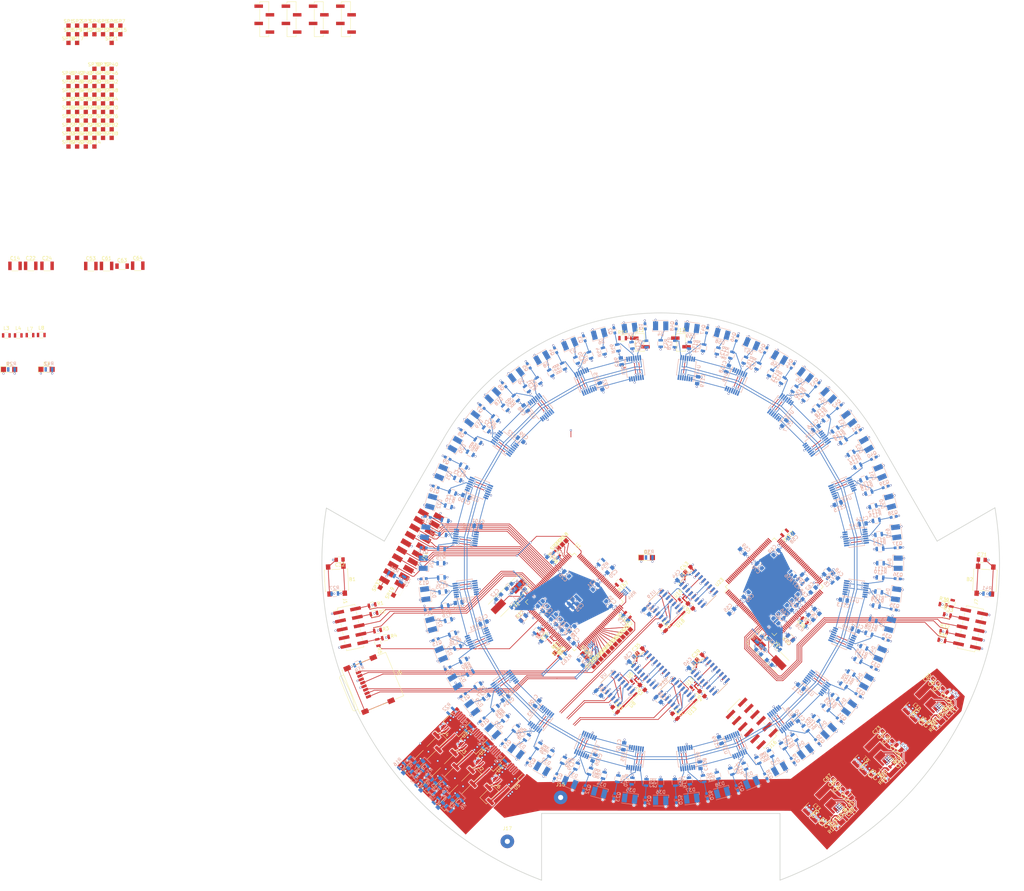
<source format=kicad_pcb>
(kicad_pcb (version 4) (host pcbnew 4.0.7)
  (layers (0 F.Cu signal) (1 In1.Cu power) (2 In2.Cu power) (31 B.Cu signal) (34 B.Paste user) (35 F.Paste user) (36 B.SilkS user) (37 F.SilkS user hide) (38 B.Mask user) (39 F.Mask user) (44 Edge.Cuts user))
  (net 0 "")
  (net 1 "/Motor Controller/RESET")
  (net 2 GND)
  (net 3 "/Sensor Controller/RESET")
  (net 4 /Button_top)
  (net 5 /Button_right)
  (net 6 /Button_mid)
  (net 7 /Button_left)
  (net 8 /Button_back)
  (net 9 /Button_bot)
  (net 10 "/Motor Controller/Encoder 1/ENC1_out_B")
  (net 11 "/Motor Controller/Encoder 1/ENC1_out_A")
  (net 12 "/Motor Controller/Encoder 2/ENC2_out_B")
  (net 13 "/Motor Controller/Encoder 2/ENC2_out_A")
  (net 14 "Net-(C5-Pad1)")
  (net 15 "/Motor Controller/Encoder 3/ENC3_out_B")
  (net 16 "/Motor Controller/Encoder 3/ENC3_out_A")
  (net 17 +3V3)
  (net 18 "Net-(C11-Pad1)")
  (net 19 "Net-(C12-Pad2)")
  (net 20 "Net-(C13-Pad1)")
  (net 21 "/Motor Controller/VDDUTMI")
  (net 22 "/Motor Controller/VDDANA")
  (net 23 "/Motor Controller/VDDOUT")
  (net 24 "Net-(C46-Pad1)")
  (net 25 "Net-(C49-Pad1)")
  (net 26 "Net-(C50-Pad2)")
  (net 27 "Net-(C51-Pad2)")
  (net 28 "Net-(C52-Pad1)")
  (net 29 "/Sensor Controller/VDDUTMI")
  (net 30 "/Sensor Controller/VDDANA")
  (net 31 "/Sensor Controller/VDDOUT")
  (net 32 "Net-(C72-Pad1)")
  (net 33 "Net-(C72-Pad2)")
  (net 34 +12V)
  (net 35 "Net-(C79-Pad1)")
  (net 36 "Net-(C79-Pad2)")
  (net 37 +5V)
  (net 38 "Net-(D1-Pad2)")
  (net 39 "Net-(D2-Pad2)")
  (net 40 "Net-(D3-Pad2)")
  (net 41 "Net-(D4-Pad2)")
  (net 42 "/Motor Controller/JTAG_Test_Mode_Select")
  (net 43 "/Motor Controller/JTAG_Test_Clock")
  (net 44 "/Motor Controller/JTAG_Test_Data_Out")
  (net 45 "Net-(J1-Pad7)")
  (net 46 "/Motor Controller/JTAG_Test_Data_In")
  (net 47 "Net-(J1-Pad10)")
  (net 48 "Net-(J2-Pad1)")
  (net 49 "Net-(J2-Pad5)")
  (net 50 "Net-(J2-Pad2)")
  (net 51 "Net-(J2-Pad6)")
  (net 52 "Net-(J3-Pad1)")
  (net 53 "Net-(J3-Pad5)")
  (net 54 "Net-(J3-Pad2)")
  (net 55 "Net-(J3-Pad6)")
  (net 56 "Net-(J4-Pad1)")
  (net 57 "Net-(J4-Pad5)")
  (net 58 "Net-(J4-Pad2)")
  (net 59 "Net-(J4-Pad6)")
  (net 60 "Net-(J5-Pad9)")
  (net 61 "Net-(J5-Pad8)")
  (net 62 "Net-(J5-Pad5)")
  (net 63 "Net-(J5-Pad3)")
  (net 64 "Net-(J5-Pad2)")
  (net 65 "Net-(J5-Pad1)")
  (net 66 "Net-(J6-Pad1)")
  (net 67 "Net-(J6-Pad2)")
  (net 68 "/Sensor Controller/JTAG_Test_Mode_Select")
  (net 69 "/Sensor Controller/JTAG_Test_Clock")
  (net 70 "/Sensor Controller/JTAG_Test_Data_Out")
  (net 71 "Net-(J7-Pad7)")
  (net 72 "/Sensor Controller/JTAG_Test_Data_In")
  (net 73 "Net-(J7-Pad10)")
  (net 74 "/Sensor Controller/Echo1")
  (net 75 "/Sensor Controller/Trig1")
  (net 76 "/Sensor Controller/Echo2")
  (net 77 "/Sensor Controller/Trig2")
  (net 78 "/Sensor Controller/Echo3")
  (net 79 "/Sensor Controller/Trig3")
  (net 80 "/Sensor Controller/Echo4")
  (net 81 "/Sensor Controller/Trig4")
  (net 82 "Net-(J12-Pad1)")
  (net 83 /I²C_clock)
  (net 84 /I²C_data)
  (net 85 /SPI0_MOSI)
  (net 86 /SPI0_MISO)
  (net 87 /SPI0_CLK)
  (net 88 /SPI0_SS0)
  (net 89 "/Sensor Controller/Linesensor 1/Photo1")
  (net 90 "/Sensor Controller/Linesensor 1/Photo2")
  (net 91 "/Sensor Controller/Linesensor 1/Photo3")
  (net 92 "/Sensor Controller/Linesensor 1/Photo4")
  (net 93 "Net-(R18-Pad1)")
  (net 94 "Net-(R20-Pad1)")
  (net 95 "Net-(R22-Pad1)")
  (net 96 "Net-(R23-Pad1)")
  (net 97 "Net-(R24-Pad1)")
  (net 98 "Net-(R28-Pad1)")
  (net 99 "Net-(R38-Pad1)")
  (net 100 "Net-(R39-Pad1)")
  (net 101 /BAT_LED)
  (net 102 /M_LED1)
  (net 103 /S_LED1)
  (net 104 /M_LED2)
  (net 105 /S_LED2)
  (net 106 /M_LED3)
  (net 107 /S_LED3)
  (net 108 "Net-(R59-Pad1)")
  (net 109 "Net-(R60-Pad1)")
  (net 110 "Net-(R63-Pad1)")
  (net 111 /SPI1_MISO)
  (net 112 /SPI1_MOSI)
  (net 113 /SPI1_SS0)
  (net 114 "Net-(U1-Pad37)")
  (net 115 "Net-(U1-Pad38)")
  (net 116 "Net-(U1-Pad39)")
  (net 117 "Net-(U1-Pad42)")
  (net 118 "Net-(U1-Pad43)")
  (net 119 "Net-(U1-Pad46)")
  (net 120 "Net-(U1-Pad48)")
  (net 121 "Net-(U1-Pad49)")
  (net 122 "Net-(U1-Pad50)")
  (net 123 "Net-(U1-Pad69)")
  (net 124 /SPI1_CLK)
  (net 125 "/Motor Controller/PWM0H")
  (net 126 "/Motor Controller/PWM0L")
  (net 127 "/Motor Controller/PWM1H")
  (net 128 "/Motor Controller/PWM1L")
  (net 129 "/Motor Controller/PWM2H")
  (net 130 "/Motor Controller/PWM2L")
  (net 131 "/Motor Controller/PWM3H")
  (net 132 "/Motor Controller/PWM3L")
  (net 133 "Net-(U6-Pad3)")
  (net 134 "Net-(U6-Pad4)")
  (net 135 "Net-(U6-Pad6)")
  (net 136 "/Motor Controller/Encoder 1/Direction")
  (net 137 "Net-(U7-Pad12)")
  (net 138 "Net-(U10-Pad4)")
  (net 139 "/Motor Controller/Encoder 1/0")
  (net 140 "Net-(U8-Pad3)")
  (net 141 "/Motor Controller/Encoder 1/2")
  (net 142 "/Motor Controller/Encoder 1/3")
  (net 143 "Net-(U8-Pad6)")
  (net 144 "/Motor Controller/Encoder 1/1")
  (net 145 "Net-(U8-Pad11)")
  (net 146 "Net-(U8-Pad14)")
  (net 147 "/Motor Controller/Encoder 1/4")
  (net 148 "/Motor Controller/Encoder 1/5")
  (net 149 "/Motor Controller/Encoder 1/ENC1_H")
  (net 150 "Net-(U10-Pad12)")
  (net 151 "Net-(U10-Pad13)")
  (net 152 "Net-(U11-Pad3)")
  (net 153 "Net-(U11-Pad4)")
  (net 154 "Net-(U11-Pad6)")
  (net 155 "/Motor Controller/Encoder 2/Direction")
  (net 156 "Net-(U12-Pad12)")
  (net 157 "Net-(U12-Pad13)")
  (net 158 "/Motor Controller/Encoder 2/0")
  (net 159 "Net-(U13-Pad3)")
  (net 160 "/Motor Controller/Encoder 2/2")
  (net 161 "/Motor Controller/Encoder 2/3")
  (net 162 "Net-(U13-Pad6)")
  (net 163 "/Motor Controller/Encoder 2/1")
  (net 164 "Net-(U13-Pad11)")
  (net 165 "Net-(U13-Pad14)")
  (net 166 "/Motor Controller/Encoder 2/4")
  (net 167 "/Motor Controller/Encoder 2/5")
  (net 168 "/Motor Controller/Encoder 2/ENC2_H")
  (net 169 "Net-(U15-Pad12)")
  (net 170 "Net-(U15-Pad13)")
  (net 171 "Net-(U16-Pad3)")
  (net 172 "Net-(U16-Pad4)")
  (net 173 "Net-(U16-Pad6)")
  (net 174 "/Motor Controller/Encoder 3/Direction")
  (net 175 "Net-(U17-Pad12)")
  (net 176 "Net-(U17-Pad13)")
  (net 177 "/Motor Controller/Encoder 3/0")
  (net 178 "Net-(U18-Pad3)")
  (net 179 "/Motor Controller/Encoder 3/2")
  (net 180 "/Motor Controller/Encoder 3/3")
  (net 181 "Net-(U18-Pad6)")
  (net 182 "/Motor Controller/Encoder 3/1")
  (net 183 "Net-(U18-Pad11)")
  (net 184 "Net-(U18-Pad14)")
  (net 185 "/Motor Controller/Encoder 3/4")
  (net 186 "/Motor Controller/Encoder 3/5")
  (net 187 "/Motor Controller/Encoder 3/ENC3_H")
  (net 188 "Net-(U20-Pad12)")
  (net 189 "Net-(U20-Pad13)")
  (net 190 "Net-(U23-Pad37)")
  (net 191 "Net-(U23-Pad38)")
  (net 192 "Net-(U23-Pad39)")
  (net 193 "Net-(U23-Pad42)")
  (net 194 "Net-(U23-Pad43)")
  (net 195 "Net-(U23-Pad46)")
  (net 196 "Net-(U23-Pad48)")
  (net 197 "Net-(U23-Pad49)")
  (net 198 "Net-(U23-Pad50)")
  (net 199 "Net-(U23-Pad69)")
  (net 200 "/Sensor Controller/VREF_white")
  (net 201 "Net-(C9-Pad2)")
  (net 202 "Net-(D18-Pad2)")
  (net 203 "Net-(D8-Pad2)")
  (net 204 "Net-(D20-Pad2)")
  (net 205 "Net-(D24-Pad2)")
  (net 206 "Net-(D28-Pad2)")
  (net 207 "Net-(D32-Pad2)")
  (net 208 "Net-(D36-Pad2)")
  (net 209 "Net-(D40-Pad2)")
  (net 210 "Net-(D44-Pad2)")
  (net 211 "Net-(D45-Pad2)")
  (net 212 "Net-(D48-Pad2)")
  (net 213 "Net-(D52-Pad2)")
  (net 214 "Net-(D56-Pad2)")
  (net 215 "/Sensor Controller/Linesensor 2/Photo1")
  (net 216 "/Sensor Controller/Linesensor 2/Photo2")
  (net 217 "/Sensor Controller/Linesensor 2/Photo3")
  (net 218 "/Sensor Controller/Linesensor 2/Photo4")
  (net 219 "/Sensor Controller/Linesensor 3/Photo1")
  (net 220 "/Sensor Controller/Linesensor 3/Photo2")
  (net 221 "/Sensor Controller/Linesensor 3/Photo3")
  (net 222 "/Sensor Controller/Linesensor 3/Photo4")
  (net 223 "/Sensor Controller/Linesensor 4/Photo1")
  (net 224 "/Sensor Controller/Linesensor 4/Photo2")
  (net 225 "/Sensor Controller/Linesensor 4/Photo3")
  (net 226 "/Sensor Controller/Linesensor 4/Photo4")
  (net 227 "/Sensor Controller/Linesensor 5/Photo1")
  (net 228 "/Sensor Controller/Linesensor 5/Photo2")
  (net 229 "/Sensor Controller/Linesensor 5/Photo3")
  (net 230 "/Sensor Controller/Linesensor 5/Photo4")
  (net 231 "/Sensor Controller/Linesensor 6/Photo1")
  (net 232 "/Sensor Controller/Linesensor 6/Photo2")
  (net 233 "/Sensor Controller/Linesensor 6/Photo3")
  (net 234 "/Sensor Controller/Linesensor 6/Photo4")
  (net 235 "/Sensor Controller/Linesensor 7/Photo1")
  (net 236 "/Sensor Controller/Linesensor 7/Photo2")
  (net 237 "/Sensor Controller/Linesensor 7/Photo3")
  (net 238 "/Sensor Controller/Linesensor 7/Photo4")
  (net 239 "/Sensor Controller/Linesensor 8/Photo1")
  (net 240 "/Sensor Controller/Linesensor 8/Photo2")
  (net 241 "/Sensor Controller/Linesensor 8/Photo3")
  (net 242 "/Sensor Controller/Linesensor 8/Photo4")
  (net 243 "/Sensor Controller/Linesensor 9/Photo1")
  (net 244 "/Sensor Controller/Linesensor 9/Photo2")
  (net 245 "/Sensor Controller/Linesensor 9/Photo3")
  (net 246 "/Sensor Controller/Linesensor 9/Photo4")
  (net 247 "/Sensor Controller/Linesensor 10/Photo1")
  (net 248 "/Sensor Controller/Linesensor 10/Photo2")
  (net 249 "/Sensor Controller/Linesensor 10/Photo3")
  (net 250 "/Sensor Controller/Linesensor 10/Photo4")
  (net 251 "/Sensor Controller/Linesensor 11/Photo1")
  (net 252 "/Sensor Controller/Linesensor 11/Photo2")
  (net 253 "/Sensor Controller/Linesensor 11/Photo3")
  (net 254 "/Sensor Controller/Linesensor 11/Photo4")
  (net 255 "/Sensor Controller/Linesensor 12/Photo1")
  (net 256 "/Sensor Controller/Linesensor 12/Photo2")
  (net 257 "/Sensor Controller/Linesensor 12/Photo3")
  (net 258 "/Sensor Controller/Linesensor 12/Photo4")
  (net 259 "Net-(D6-Pad2)")
  (net 260 "Net-(D22-Pad2)")
  (net 261 "Net-(D26-Pad2)")
  (net 262 "Net-(D30-Pad2)")
  (net 263 "Net-(D34-Pad2)")
  (net 264 "Net-(D38-Pad2)")
  (net 265 "Net-(D42-Pad2)")
  (net 266 "Net-(D46-Pad2)")
  (net 267 "Net-(D50-Pad2)")
  (net 268 "Net-(D54-Pad2)")
  (net 269 "Net-(D58-Pad2)")
  (net 270 "Net-(C45-Pad1)")
  (net 271 "Net-(C86-Pad1)")
  (net 272 "Net-(C86-Pad2)")
  (net 273 +5VD)
  (net 274 "Net-(D5-Pad2)")
  (net 275 "Net-(D7-Pad2)")
  (net 276 "Net-(D9-Pad2)")
  (net 277 "Net-(D19-Pad2)")
  (net 278 "Net-(D21-Pad2)")
  (net 279 "Net-(D23-Pad2)")
  (net 280 "Net-(D25-Pad2)")
  (net 281 "Net-(D27-Pad2)")
  (net 282 "Net-(D29-Pad2)")
  (net 283 "Net-(D31-Pad2)")
  (net 284 "Net-(D33-Pad2)")
  (net 285 "Net-(D35-Pad2)")
  (net 286 "Net-(D37-Pad2)")
  (net 287 "Net-(D39-Pad2)")
  (net 288 "Net-(D41-Pad2)")
  (net 289 "Net-(D43-Pad2)")
  (net 290 "Net-(D47-Pad2)")
  (net 291 "Net-(D49-Pad2)")
  (net 292 "Net-(D51-Pad2)")
  (net 293 "Net-(D53-Pad2)")
  (net 294 "Net-(D55-Pad2)")
  (net 295 "Net-(D57-Pad2)")
  (net 296 "Net-(D59-Pad2)")
  (net 297 "Net-(J5-Pad7)")
  (net 298 "/Sensor Controller/LBR")
  (net 299 /CMPS03_PWM)
  (net 300 /RPi1)
  (net 301 /RPi2)
  (net 302 /RPi3)
  (net 303 /RPi4)
  (net 304 "/Motor Controller/LED1")
  (net 305 "/Sensor Controller/LED2")
  (net 306 "Net-(R153-Pad1)")
  (net 307 "Net-(R154-Pad1)")
  (net 308 "Net-(SP1-Pad1)")
  (net 309 "Net-(SP2-Pad1)")
  (net 310 "Net-(SP3-Pad1)")
  (net 311 "Net-(SP4-Pad1)")
  (net 312 "Net-(SP5-Pad1)")
  (net 313 "Net-(SP6-Pad1)")
  (net 314 "Net-(SP7-Pad1)")
  (net 315 "Net-(SP8-Pad1)")
  (net 316 "Net-(SP9-Pad1)")
  (net 317 "Net-(SP10-Pad1)")
  (net 318 "Net-(SP11-Pad1)")
  (net 319 "Net-(SP12-Pad1)")
  (net 320 "Net-(SP13-Pad1)")
  (net 321 "Net-(SP14-Pad1)")
  (net 322 "Net-(SP15-Pad1)")
  (net 323 "Net-(SP16-Pad1)")
  (net 324 "Net-(SP17-Pad1)")
  (net 325 "Net-(SP18-Pad1)")
  (net 326 "Net-(SP20-Pad1)")
  (net 327 "Net-(SP21-Pad1)")
  (net 328 "Net-(SP22-Pad1)")
  (net 329 "Net-(SP23-Pad1)")
  (net 330 "Net-(SP24-Pad1)")
  (net 331 "Net-(SP25-Pad1)")
  (net 332 "Net-(SP26-Pad1)")
  (net 333 "Net-(SP27-Pad1)")
  (net 334 "Net-(SP28-Pad1)")
  (net 335 "Net-(SP29-Pad1)")
  (net 336 "Net-(SP30-Pad1)")
  (net 337 "Net-(SP31-Pad1)")
  (net 338 "Net-(SP33-Pad1)")
  (net 339 "Net-(SP34-Pad1)")
  (net 340 "Net-(SP35-Pad1)")
  (net 341 "Net-(SP36-Pad1)")
  (net 342 "Net-(SP37-Pad1)")
  (net 343 "Net-(SP38-Pad1)")
  (net 344 "Net-(SP39-Pad1)")
  (net 345 "Net-(SP40-Pad1)")
  (net 346 "Net-(SP41-Pad1)")
  (net 347 "Net-(SP42-Pad1)")
  (net 348 "Net-(SP43-Pad1)")
  (net 349 "Net-(SP44-Pad1)")
  (net 350 "Net-(SP45-Pad1)")
  (net 351 "Net-(SP46-Pad1)")
  (net 352 "Net-(SP47-Pad1)")
  (net 353 "Net-(SP48-Pad1)")
  (net 354 "Net-(SP49-Pad1)")
  (net 355 "Net-(SP50-Pad1)")
  (net 356 "Net-(SP51-Pad1)")
  (net 357 "Net-(SP52-Pad1)")
  (net 358 "Net-(SP53-Pad1)")
  (net 359 "Net-(SP54-Pad1)")
  (net 360 "Net-(SP55-Pad1)")
  (net 361 "Net-(SP56-Pad1)")
  (net 362 "Net-(SP57-Pad1)")
  (net 363 "Net-(SP58-Pad1)")
  (net 364 "Net-(SP59-Pad1)")
  (net 365 "Net-(SP60-Pad1)")
  (net 366 "Net-(SP61-Pad1)")
  (net 367 "Net-(SP62-Pad1)")
  (net 368 "Net-(SP63-Pad1)")
  (net 369 "Net-(SP64-Pad1)")
  (net 370 "Net-(SP65-Pad1)")
  (net 371 "Net-(SP66-Pad1)")
  (net 372 "Net-(SP67-Pad1)")
  (net 373 "Net-(SP68-Pad1)")
  (net 374 "Net-(SP69-Pad1)")
  (net 375 "Net-(SP70-Pad1)")
  (net 376 "Net-(SP71-Pad1)")
  (net 377 "Net-(SP72-Pad1)")
  (net 378 "Net-(SP73-Pad1)")
  (net 379 "Net-(SP74-Pad1)")
  (net 380 "Net-(SP75-Pad1)")
  (net 381 "Net-(SP76-Pad1)")
  (net 382 "Net-(SP77-Pad1)")
  (net 383 "Net-(SP78-Pad1)")
  (net 384 "Net-(SP79-Pad1)")
  (net 385 "Net-(SP80-Pad1)")
  (net 386 "Net-(SP81-Pad1)")
  (net 387 "Net-(SP82-Pad1)")
  (net 388 "Net-(SP83-Pad1)")
  (net 389 "Net-(SP84-Pad1)")
  (net 390 "Net-(SP85-Pad1)")
  (net 391 "Net-(SP86-Pad1)")
  (net 392 "Net-(SP87-Pad1)")
  (net 393 "Net-(SP88-Pad1)")
  (net 394 "Net-(SP89-Pad1)")
  (net 395 "Net-(SP90-Pad1)")
  (net 396 "Net-(SP91-Pad1)")
  (net 397 "/Motor Controller/ENC1A")
  (net 398 "/Motor Controller/ENC1C")
  (net 399 "/Motor Controller/ENC1D")
  (net 400 "/Motor Controller/ENC1E")
  (net 401 "/Motor Controller/ENC1F")
  (net 402 "/Motor Controller/ENC1G")
  (net 403 "/Motor Controller/ENC2A")
  (net 404 "/Motor Controller/ENC2B")
  (net 405 "/Motor Controller/ENC2C")
  (net 406 "/Motor Controller/ENC2D")
  (net 407 "/Motor Controller/ENC3F")
  (net 408 "/Motor Controller/ENC3G")
  (net 409 "/Motor Controller/ENC_LOAD")
  (net 410 "/Motor Controller/ENC1B")
  (net 411 "Net-(U1-Pad130)")
  (net 412 "/Motor Controller/ENC2E")
  (net 413 "/Motor Controller/ENC_CLK")
  (net 414 "/Motor Controller/ENC2F")
  (net 415 "/Motor Controller/ENC2G")
  (net 416 "/Motor Controller/ENC3A")
  (net 417 "/Motor Controller/ENC3B")
  (net 418 "/Motor Controller/ENC3C")
  (net 419 "/Motor Controller/ENC3D")
  (net 420 "/Motor Controller/ENC3E")
  (net 421 "/Sensor Controller/2BLACK")
  (net 422 "/Sensor Controller/VREF_black")
  (net 423 "/Sensor Controller/2WHITE")
  (net 424 "/Sensor Controller/1BLACK")
  (net 425 "/Sensor Controller/1WHITE")
  (net 426 "/Sensor Controller/3BLACK")
  (net 427 "/Sensor Controller/4BLACK")
  (net 428 "/Sensor Controller/4WHITE")
  (net 429 "/Sensor Controller/5BLACK")
  (net 430 "/Sensor Controller/5WHITE")
  (net 431 "/Sensor Controller/6BLACK")
  (net 432 "/Sensor Controller/6WHITE")
  (net 433 "/Sensor Controller/7BLACK")
  (net 434 "/Sensor Controller/7WHITE")
  (net 435 "/Sensor Controller/8BLACK")
  (net 436 "/Sensor Controller/12BLACK")
  (net 437 "/Sensor Controller/12WHITE")
  (net 438 "/Sensor Controller/3WHITE")
  (net 439 "Net-(U23-Pad130)")
  (net 440 "/Sensor Controller/8WHITE")
  (net 441 "/Sensor Controller/9BLACK")
  (net 442 "/Sensor Controller/9WHITE")
  (net 443 "/Sensor Controller/10BLACK")
  (net 444 "/Sensor Controller/10WHITE")
  (net 445 "/Sensor Controller/11BLACK")
  (net 446 "/Sensor Controller/11WHITE")
  (net 447 "Net-(J14-Pad20)")
  (net 448 "Net-(J14-Pad19)")
  (net 449 /RPi6)
  (net 450 /RPi5)
  (net 451 "Net-(R155-Pad2)")
  (net 452 "Net-(R53-Pad1)")
  (net 453 "Net-(R53-Pad2)")
  (net 454 "Net-(R54-Pad1)")
  (net 455 "Net-(R157-Pad1)")
  (net 456 "Net-(R158-Pad1)")
  (net 457 "Net-(R159-Pad1)")
  (net 458 "Net-(R163-Pad2)")
  (net 459 "Net-(R164-Pad2)")
  (net 460 "Net-(R165-Pad2)")
  (net 461 "Net-(R167-Pad1)")
  (net 462 "/Sensor Controller/S_LED1")
  (net 463 "/Sensor Controller/S_LED2")
  (net 464 "/Sensor Controller/S_LED3")
  (net 465 "Net-(RN1-Pad7)")
  (net 466 "Net-(RN1-Pad8)")
  (net 467 "Net-(RN1-Pad6)")
  (net 468 "Net-(RN1-Pad5)")
  (net 469 "Net-(RN2-Pad7)")
  (net 470 "Net-(RN2-Pad8)")
  (net 471 "Net-(RN2-Pad6)")
  (net 472 "Net-(RN2-Pad5)")
  (net 473 "Net-(RN1-Pad2)")
  (net 474 "Net-(RN3-Pad1)")
  (net 475 "Net-(RN3-Pad3)")
  (net 476 "Net-(RN3-Pad2)")
  (net 477 "Net-(RN3-Pad4)")
  (net 478 "Net-(RN4-Pad1)")
  (net 479 "Net-(RN4-Pad3)")
  (net 480 "Net-(RN4-Pad2)")
  (net 481 "Net-(RN4-Pad4)")
  (module TO_SOT_Packages_SMD:SOT-23-6 (layer F.Cu) (at 288.288011 224.317263 315)
    (fp_text reference U28 (at 0 -2.9 315) (layer F.SilkS))
    (fp_text value TPS563209)
    (pad 1 smd rect (at -1.1 -0.95 315) (size 1.06 0.65) (layers F.Cu F.Paste F.Mask) (net 2 GND))
    (pad 2 smd rect (at -1.1 0 315) (size 1.06 0.65) (layers F.Cu F.Paste F.Mask) (net 35 "Net-(C79-Pad1)"))
    (pad 3 smd rect (at -1.1 0.95 315) (size 1.06 0.65) (layers F.Cu F.Paste F.Mask) (net 34 +12V))
    (pad 4 smd rect (at 1.1 0.95 315) (size 1.06 0.65) (layers F.Cu F.Paste F.Mask) (net 452 "Net-(R53-Pad1)"))
    (pad 6 smd rect (at 1.1 -0.95 315) (size 1.06 0.65) (layers F.Cu F.Paste F.Mask) (net 36 "Net-(C79-Pad2)"))
    (pad 5 smd rect (at 1.1 0 315) (size 1.06 0.65) (layers F.Cu F.Paste F.Mask) (net 110 "Net-(R63-Pad1)"))
  )
  (module Resistors_SMD:R_0805 (layer B.Cu) (at 203.27 115.54 273.75)
    (fp_text reference R45 (at 0 1.65 273.75) (layer B.SilkS) (effects (justify mirror)))
    (fp_text value 6.2K)
    (pad 1 smd rect (at -0.95 0 273.75) (size 0.7 1.3) (layers B.Cu B.Paste B.Mask) (net 89 "/Sensor Controller/Linesensor 1/Photo1"))
    (pad 2 smd rect (at 0.95 0 273.75) (size 0.7 1.3) (layers B.Cu B.Paste B.Mask) (net 2 GND))
  )
  (module Buttons_Switches_SMD:SW_SPST_B3S-1000 (layer F.Cu) (at 112.20704 184.9628 273)
    (fp_text reference B1 (at 0.015123 -4.660297 363) (layer F.SilkS))
    (fp_text value BUTTON)
    (pad 1 smd rect (at -3.975 -2.25 273) (size 1.55 1.3) (layers F.Cu F.Paste F.Mask) (net 1 "/Motor Controller/RESET"))
    (pad 1 smd rect (at 3.975 -2.25 273) (size 1.55 1.3) (layers F.Cu F.Paste F.Mask) (net 1 "/Motor Controller/RESET"))
    (pad 2 smd rect (at -3.975 2.25 273) (size 1.55 1.3) (layers F.Cu F.Paste F.Mask) (net 2 GND))
    (pad 2 smd rect (at 3.975 2.25 273) (size 1.55 1.3) (layers F.Cu F.Paste F.Mask) (net 2 GND))
  )
  (module Buttons_Switches_SMD:SW_SPST_B3S-1000 (layer F.Cu) (at 302.82 184.98 87)
    (fp_text reference B2 (at 0 -4.5 177) (layer F.SilkS))
    (fp_text value BUTTON)
    (pad 1 smd rect (at -3.975 -2.25 87) (size 1.55 1.3) (layers F.Cu F.Paste F.Mask) (net 3 "/Sensor Controller/RESET"))
    (pad 1 smd rect (at 3.975 -2.25 87) (size 1.55 1.3) (layers F.Cu F.Paste F.Mask) (net 3 "/Sensor Controller/RESET"))
    (pad 2 smd rect (at -3.975 2.25 87) (size 1.55 1.3) (layers F.Cu F.Paste F.Mask) (net 2 GND))
    (pad 2 smd rect (at 3.975 2.25 87) (size 1.55 1.3) (layers F.Cu F.Paste F.Mask) (net 2 GND))
  )
  (module Capacitors_SMD:C_0805 (layer B.Cu) (at 142.737576 251.130933 225)
    (fp_text reference C1 (at 0 1.5 225) (layer B.SilkS) (effects (justify mirror)))
    (fp_text value opt.)
    (pad 1 smd rect (at -1 0 225) (size 1 1.25) (layers B.Cu B.Paste B.Mask) (net 10 "/Motor Controller/Encoder 1/ENC1_out_B"))
    (pad 2 smd rect (at 1 0 225) (size 1 1.25) (layers B.Cu B.Paste B.Mask) (net 2 GND))
  )
  (module Capacitors_SMD:C_0805 (layer B.Cu) (at 147.114567 249.087394 45)
    (fp_text reference C2 (at 0 1.5 45) (layer B.SilkS) (effects (justify mirror)))
    (fp_text value opt.)
    (pad 1 smd rect (at -1 0 45) (size 1 1.25) (layers B.Cu B.Paste B.Mask) (net 11 "/Motor Controller/Encoder 1/ENC1_out_A"))
    (pad 2 smd rect (at 1 0 45) (size 1 1.25) (layers B.Cu B.Paste B.Mask) (net 2 GND))
  )
  (module Capacitors_SMD:C_0805 (layer B.Cu) (at 137.660549 246.053906 225)
    (fp_text reference C3 (at 0 1.5 225) (layer B.SilkS) (effects (justify mirror)))
    (fp_text value opt.)
    (pad 1 smd rect (at -1 0 225) (size 1 1.25) (layers B.Cu B.Paste B.Mask) (net 12 "/Motor Controller/Encoder 2/ENC2_out_B"))
    (pad 2 smd rect (at 1 0 225) (size 1 1.25) (layers B.Cu B.Paste B.Mask) (net 2 GND))
  )
  (module Capacitors_SMD:C_0805 (layer B.Cu) (at 142.03754 244.010367 45)
    (fp_text reference C4 (at 0 1.5 45) (layer B.SilkS) (effects (justify mirror)))
    (fp_text value opt.)
    (pad 1 smd rect (at -1 0 45) (size 1 1.25) (layers B.Cu B.Paste B.Mask) (net 13 "/Motor Controller/Encoder 2/ENC2_out_A"))
    (pad 2 smd rect (at 1 0 45) (size 1 1.25) (layers B.Cu B.Paste B.Mask) (net 2 GND))
  )
  (module Capacitors_SMD:C_0805 (layer B.Cu) (at 166.759642 186.994752 135)
    (fp_text reference C5 (at 0 1.5 135) (layer B.SilkS) (effects (justify mirror)))
    (fp_text value 100n)
    (pad 1 smd rect (at -1 0 135) (size 1 1.25) (layers B.Cu B.Paste B.Mask) (net 14 "Net-(C5-Pad1)"))
    (pad 2 smd rect (at 1 0 135) (size 1 1.25) (layers B.Cu B.Paste B.Mask) (net 2 GND))
  )
  (module Capacitors_SMD:C_0805 (layer B.Cu) (at 132.56231 240.955666 225)
    (fp_text reference C7 (at 0 1.5 225) (layer B.SilkS) (effects (justify mirror)))
    (fp_text value opt.)
    (pad 1 smd rect (at -1 0 225) (size 1 1.25) (layers B.Cu B.Paste B.Mask) (net 15 "/Motor Controller/Encoder 3/ENC3_out_B"))
    (pad 2 smd rect (at 1 0 225) (size 1 1.25) (layers B.Cu B.Paste B.Mask) (net 2 GND))
  )
  (module Capacitors_SMD:C_0805 (layer B.Cu) (at 136.939301 238.912127 45)
    (fp_text reference C8 (at 0 1.5 45) (layer B.SilkS) (effects (justify mirror)))
    (fp_text value opt.)
    (pad 1 smd rect (at -1 0 45) (size 1 1.25) (layers B.Cu B.Paste B.Mask) (net 16 "/Motor Controller/Encoder 3/ENC3_out_A"))
    (pad 2 smd rect (at 1 0 45) (size 1 1.25) (layers B.Cu B.Paste B.Mask) (net 2 GND))
  )
  (module Capacitors_SMD:C_0805 (layer B.Cu) (at 162.891769 186.77555 45)
    (fp_text reference C9 (at 0 1.55 45) (layer B.SilkS) (effects (justify mirror)))
    (fp_text value 22p)
    (pad 1 smd rect (at -1 0 45) (size 1 1.25) (layers B.Cu B.Paste B.Mask) (net 2 GND))
    (pad 2 smd rect (at 1 0 45) (size 1 1.25) (layers B.Cu B.Paste B.Mask) (net 201 "Net-(C9-Pad2)"))
  )
  (module Capacitors_SMD:C_0805 (layer B.Cu) (at 185.335338 209.374683 45)
    (fp_text reference C10 (at 0.00274 1.49696 45) (layer B.SilkS) (effects (justify mirror)))
    (fp_text value 100n)
    (pad 1 smd rect (at -1 0 45) (size 1 1.25) (layers B.Cu B.Paste B.Mask) (net 17 +3V3))
    (pad 2 smd rect (at 1 0 45) (size 1 1.25) (layers B.Cu B.Paste B.Mask) (net 2 GND))
  )
  (module Capacitors_SMD:C_0805 (layer B.Cu) (at 186.530347 206.765459 315)
    (fp_text reference C11 (at 0.0019 1.5019 315) (layer B.SilkS) (effects (justify mirror)))
    (fp_text value 100n)
    (pad 1 smd rect (at -1 0 315) (size 1 1.25) (layers B.Cu B.Paste B.Mask) (net 18 "Net-(C11-Pad1)"))
    (pad 2 smd rect (at 1 0 315) (size 1 1.25) (layers B.Cu B.Paste B.Mask) (net 2 GND))
  )
  (module Capacitors_SMD:C_0805 (layer B.Cu) (at 159.829995 189.851465 225)
    (fp_text reference C12 (at -0.0019 1.4981 225) (layer B.SilkS) (effects (justify mirror)))
    (fp_text value 22p)
    (pad 1 smd rect (at -1 0 225) (size 1 1.25) (layers B.Cu B.Paste B.Mask) (net 2 GND))
    (pad 2 smd rect (at 1 0 225) (size 1 1.25) (layers B.Cu B.Paste B.Mask) (net 19 "Net-(C12-Pad2)"))
  )
  (module Capacitors_SMD:C_0805 (layer B.Cu) (at 167.113194 196.158856 225)
    (fp_text reference C13 (at 0.0019 1.5019 225) (layer B.SilkS) (effects (justify mirror)))
    (fp_text value 22p)
    (pad 1 smd rect (at -1 0 225) (size 1 1.25) (layers B.Cu B.Paste B.Mask) (net 20 "Net-(C13-Pad1)"))
    (pad 2 smd rect (at 1 0 225) (size 1 1.25) (layers B.Cu B.Paste B.Mask) (net 2 GND))
  )
  (module Capacitors_SMD:C_0805 (layer B.Cu) (at 175.994456 195.762876 45)
    (fp_text reference C15 (at 0 1.5 45) (layer B.SilkS) (effects (justify mirror)))
    (fp_text value 100n)
    (pad 1 smd rect (at -1 0 45) (size 1 1.25) (layers B.Cu B.Paste B.Mask) (net 17 +3V3))
    (pad 2 smd rect (at 1 0 45) (size 1 1.25) (layers B.Cu B.Paste B.Mask) (net 2 GND))
  )
  (module Capacitors_SMD:C_0805 (layer B.Cu) (at 174.89137 178.863024 135)
    (fp_text reference C16 (at 0 1.5 135) (layer B.SilkS) (effects (justify mirror)))
    (fp_text value 100n)
    (pad 1 smd rect (at -1 0 135) (size 1 1.25) (layers B.Cu B.Paste B.Mask) (net 17 +3V3))
    (pad 2 smd rect (at 1 0 135) (size 1 1.25) (layers B.Cu B.Paste B.Mask) (net 2 GND))
  )
  (module Capacitors_SMD:C_0805 (layer B.Cu) (at 173.123603 202.169265 225)
    (fp_text reference C17 (at 0 1.5 225) (layer B.SilkS) (effects (justify mirror)))
    (fp_text value 100n)
    (pad 1 smd rect (at -1 0 225) (size 1 1.25) (layers B.Cu B.Paste B.Mask) (net 17 +3V3))
    (pad 2 smd rect (at 1 0 225) (size 1 1.25) (layers B.Cu B.Paste B.Mask) (net 2 GND))
  )
  (module Capacitors_SMD:C_0805 (layer B.Cu) (at 181.417965 199.263056 45)
    (fp_text reference C18 (at 0 1.5 45) (layer B.SilkS) (effects (justify mirror)))
    (fp_text value 100n)
    (pad 1 smd rect (at -1 0 45) (size 1 1.25) (layers B.Cu B.Paste B.Mask) (net 17 +3V3))
    (pad 2 smd rect (at 1 0 45) (size 1 1.25) (layers B.Cu B.Paste B.Mask) (net 2 GND))
  )
  (module Capacitors_SMD:C_0805 (layer B.Cu) (at 197.136949 196.158857 315)
    (fp_text reference C19 (at 0 1.5 315) (layer B.SilkS) (effects (justify mirror)))
    (fp_text value 100n)
    (pad 1 smd rect (at -1 0 315) (size 1 1.25) (layers B.Cu B.Paste B.Mask) (net 17 +3V3))
    (pad 2 smd rect (at 1 0 315) (size 1 1.25) (layers B.Cu B.Paste B.Mask) (net 2 GND))
  )
  (module Capacitors_SMD:C_0805 (layer B.Cu) (at 192.540756 182.045006 45)
    (fp_text reference C20 (at 0 1.5 45) (layer B.SilkS) (effects (justify mirror)))
    (fp_text value 100n)
    (pad 1 smd rect (at -1 0 45) (size 1 1.25) (layers B.Cu B.Paste B.Mask) (net 17 +3V3))
    (pad 2 smd rect (at 1 0 45) (size 1 1.25) (layers B.Cu B.Paste B.Mask) (net 2 GND))
  )
  (module Capacitors_SMD:C_0805 (layer B.Cu) (at 172.10537 191.87379 45)
    (fp_text reference C21 (at 0 1.5 45) (layer B.SilkS) (effects (justify mirror)))
    (fp_text value 100n)
    (pad 1 smd rect (at -1 0 45) (size 1 1.25) (layers B.Cu B.Paste B.Mask) (net 21 "/Motor Controller/VDDUTMI"))
    (pad 2 smd rect (at 1 0 45) (size 1 1.25) (layers B.Cu B.Paste B.Mask) (net 2 GND))
  )
  (module Capacitors_SMD:C_0805 (layer B.Cu) (at 181.18462 202.833945 135)
    (fp_text reference C23 (at 0 1.5 135) (layer B.SilkS) (effects (justify mirror)))
    (fp_text value 100n)
    (pad 1 smd rect (at -1 0 135) (size 1 1.25) (layers B.Cu B.Paste B.Mask) (net 22 "/Motor Controller/VDDANA"))
    (pad 2 smd rect (at 1 0 135) (size 1 1.25) (layers B.Cu B.Paste B.Mask) (net 2 GND))
  )
  (module Capacitors_SMD:C_0805 (layer B.Cu) (at 179.883544 183.148091 315)
    (fp_text reference C26 (at 0 1.5 315) (layer B.SilkS) (effects (justify mirror)))
    (fp_text value 100n)
    (pad 1 smd rect (at -1 0 315) (size 1 1.25) (layers B.Cu B.Paste B.Mask) (net 23 "/Motor Controller/VDDOUT"))
    (pad 2 smd rect (at 1 0 315) (size 1 1.25) (layers B.Cu B.Paste B.Mask) (net 2 GND))
  )
  (module Capacitors_SMD:C_0805 (layer B.Cu) (at 173.519583 193.288004 45)
    (fp_text reference C27 (at 0 1.5 45) (layer B.SilkS) (effects (justify mirror)))
    (fp_text value 100n)
    (pad 1 smd rect (at -1 0 45) (size 1 1.25) (layers B.Cu B.Paste B.Mask) (net 23 "/Motor Controller/VDDOUT"))
    (pad 2 smd rect (at 1 0 45) (size 1 1.25) (layers B.Cu B.Paste B.Mask) (net 2 GND))
  )
  (module Capacitors_SMD:C_0805 (layer B.Cu) (at 177.408671 197.177091 45)
    (fp_text reference C28 (at 0 1.5 45) (layer B.SilkS) (effects (justify mirror)))
    (fp_text value 100n)
    (pad 1 smd rect (at -1 0 45) (size 1 1.25) (layers B.Cu B.Paste B.Mask) (net 23 "/Motor Controller/VDDOUT"))
    (pad 2 smd rect (at 1 0 45) (size 1 1.25) (layers B.Cu B.Paste B.Mask) (net 2 GND))
  )
  (module Capacitors_SMD:C_0805 (layer B.Cu) (at 179.176438 198.944858 45)
    (fp_text reference C29 (at 0 1.5 45) (layer B.SilkS) (effects (justify mirror)))
    (fp_text value 100n)
    (pad 1 smd rect (at -1 0 45) (size 1 1.25) (layers B.Cu B.Paste B.Mask) (net 23 "/Motor Controller/VDDOUT"))
    (pad 2 smd rect (at 1 0 45) (size 1 1.25) (layers B.Cu B.Paste B.Mask) (net 2 GND))
  )
  (module Capacitors_SMD:C_0805 (layer B.Cu) (at 192.144775 191.87379 135)
    (fp_text reference C30 (at 0 1.5 135) (layer B.SilkS) (effects (justify mirror)))
    (fp_text value 100n)
    (pad 1 smd rect (at -1 0 135) (size 1 1.25) (layers B.Cu B.Paste B.Mask) (net 23 "/Motor Controller/VDDOUT"))
    (pad 2 smd rect (at 1 0 135) (size 1 1.25) (layers B.Cu B.Paste B.Mask) (net 2 GND))
  )
  (module Capacitors_SMD:C_0805 (layer B.Cu) (at 188.255689 187.037179 225)
    (fp_text reference C31 (at 0 1.5 225) (layer B.SilkS) (effects (justify mirror)))
    (fp_text value 100n)
    (pad 1 smd rect (at -1 0 225) (size 1 1.25) (layers B.Cu B.Paste B.Mask) (net 23 "/Motor Controller/VDDOUT"))
    (pad 2 smd rect (at 1 0 225) (size 1 1.25) (layers B.Cu B.Paste B.Mask) (net 2 GND))
  )
  (module Capacitors_SMD:C_0805 (layer F.Cu) (at 113.13668 178.94808 183)
    (fp_text reference C32 (at 0 -1.5 183) (layer F.SilkS))
    (fp_text value 1u)
    (pad 1 smd rect (at -1 0 183) (size 1 1.25) (layers F.Cu F.Paste F.Mask) (net 1 "/Motor Controller/RESET"))
    (pad 2 smd rect (at 1 0 183) (size 1 1.25) (layers F.Cu F.Paste F.Mask) (net 2 GND))
  )
  (module Capacitors_SMD:C_0805 (layer F.Cu) (at 194.113128 223.064164 315)
    (fp_text reference C33 (at 0 -1.5 315) (layer F.SilkS))
    (fp_text value 100n)
    (pad 1 smd rect (at -1 0 315) (size 1 1.25) (layers F.Cu F.Paste F.Mask) (net 2 GND))
    (pad 2 smd rect (at 1 0 315) (size 1 1.25) (layers F.Cu F.Paste F.Mask) (net 17 +3V3))
  )
  (module Capacitors_SMD:C_0805 (layer B.Cu) (at 189.241162 218.192199 135)
    (fp_text reference C34 (at 0 1.5 135) (layer B.SilkS) (effects (justify mirror)))
    (fp_text value 100n)
    (pad 1 smd rect (at -1 0 135) (size 1 1.25) (layers B.Cu B.Paste B.Mask) (net 2 GND))
    (pad 2 smd rect (at 1 0 135) (size 1 1.25) (layers B.Cu B.Paste B.Mask) (net 17 +3V3))
  )
  (module Capacitors_SMD:C_0805 (layer F.Cu) (at 201.368043 205.796617 45)
    (fp_text reference C35 (at 0 -1.5 45) (layer F.SilkS))
    (fp_text value 100n)
    (pad 1 smd rect (at -1 0 45) (size 1 1.25) (layers F.Cu F.Paste F.Mask) (net 2 GND))
    (pad 2 smd rect (at 1 0 45) (size 1 1.25) (layers F.Cu F.Paste F.Mask) (net 17 +3V3))
  )
  (module Capacitors_SMD:C_0805 (layer B.Cu) (at 198.963881 208.200782 225)
    (fp_text reference C36 (at 0 1.5 225) (layer B.SilkS) (effects (justify mirror)))
    (fp_text value 100n)
    (pad 1 smd rect (at -1 0 225) (size 1 1.25) (layers B.Cu B.Paste B.Mask) (net 2 GND))
    (pad 2 smd rect (at 1 0 225) (size 1 1.25) (layers B.Cu B.Paste B.Mask) (net 17 +3V3))
  )
  (module Capacitors_SMD:C_0805 (layer F.Cu) (at 211.703142 224.975419 315)
    (fp_text reference C37 (at 0 -1.5 315) (layer F.SilkS))
    (fp_text value 100n)
    (pad 1 smd rect (at -1 0 315) (size 1 1.25) (layers F.Cu F.Paste F.Mask) (net 2 GND))
    (pad 2 smd rect (at 1 0 315) (size 1 1.25) (layers F.Cu F.Paste F.Mask) (net 17 +3V3))
  )
  (module Capacitors_SMD:C_0805 (layer B.Cu) (at 206.824105 220.096382 135)
    (fp_text reference C38 (at 0 1.5 135) (layer B.SilkS) (effects (justify mirror)))
    (fp_text value 100n)
    (pad 1 smd rect (at -1 0 135) (size 1 1.25) (layers B.Cu B.Paste B.Mask) (net 2 GND))
    (pad 2 smd rect (at 1 0 135) (size 1 1.25) (layers B.Cu B.Paste B.Mask) (net 17 +3V3))
  )
  (module Capacitors_SMD:C_0805 (layer F.Cu) (at 218.915631 207.637161 45)
    (fp_text reference C39 (at 0 -1.5 45) (layer F.SilkS))
    (fp_text value 100n)
    (pad 1 smd rect (at -1 0 45) (size 1 1.25) (layers F.Cu F.Paste F.Mask) (net 2 GND))
    (pad 2 smd rect (at 1 0 45) (size 1 1.25) (layers F.Cu F.Paste F.Mask) (net 17 +3V3))
  )
  (module Capacitors_SMD:C_0805 (layer B.Cu) (at 216.511468 210.041324 225)
    (fp_text reference C40 (at 0 1.5 225) (layer B.SilkS) (effects (justify mirror)))
    (fp_text value 100n)
    (pad 1 smd rect (at -1 0 225) (size 1 1.25) (layers B.Cu B.Paste B.Mask) (net 2 GND))
    (pad 2 smd rect (at 1 0 225) (size 1 1.25) (layers B.Cu B.Paste B.Mask) (net 17 +3V3))
  )
  (module Capacitors_SMD:C_0805 (layer F.Cu) (at 208.210883 199.124163 315)
    (fp_text reference C41 (at 0 -1.5 315) (layer F.SilkS))
    (fp_text value 100n)
    (pad 1 smd rect (at -1 0 315) (size 1 1.25) (layers F.Cu F.Paste F.Mask) (net 2 GND))
    (pad 2 smd rect (at 1 0 315) (size 1 1.25) (layers F.Cu F.Paste F.Mask) (net 17 +3V3))
  )
  (module Capacitors_SMD:C_0805 (layer B.Cu) (at 203.345989 194.259266 135)
    (fp_text reference C42 (at 0 1.5 135) (layer B.SilkS) (effects (justify mirror)))
    (fp_text value 100n)
    (pad 1 smd rect (at -1 0 135) (size 1 1.25) (layers B.Cu B.Paste B.Mask) (net 2 GND))
    (pad 2 smd rect (at 1 0 135) (size 1 1.25) (layers B.Cu B.Paste B.Mask) (net 17 +3V3))
  )
  (module Capacitors_SMD:C_0805 (layer F.Cu) (at 215.515294 181.863687 45)
    (fp_text reference C43 (at 0 -1.5 45) (layer F.SilkS))
    (fp_text value 100n)
    (pad 1 smd rect (at -1 0 45) (size 1 1.25) (layers F.Cu F.Paste F.Mask) (net 2 GND))
    (pad 2 smd rect (at 1 0 45) (size 1 1.25) (layers F.Cu F.Paste F.Mask) (net 17 +3V3))
  )
  (module Capacitors_SMD:C_0805 (layer B.Cu) (at 213.118202 184.260779 225)
    (fp_text reference C44 (at 0 1.5 225) (layer B.SilkS) (effects (justify mirror)))
    (fp_text value 100n)
    (pad 1 smd rect (at -1 0 225) (size 1 1.25) (layers B.Cu B.Paste B.Mask) (net 2 GND))
    (pad 2 smd rect (at 1 0 225) (size 1 1.25) (layers B.Cu B.Paste B.Mask) (net 17 +3V3))
  )
  (module Capacitors_SMD:C_0805 (layer B.Cu) (at 249.76 184.07 315)
    (fp_text reference C45 (at 0 1.5 315) (layer B.SilkS) (effects (justify mirror)))
    (fp_text value 10n)
    (pad 1 smd rect (at -1 0 315) (size 1 1.25) (layers B.Cu B.Paste B.Mask) (net 270 "Net-(C45-Pad1)"))
    (pad 2 smd rect (at 1 0 315) (size 1 1.25) (layers B.Cu B.Paste B.Mask) (net 2 GND))
  )
  (module Capacitors_SMD:C_0805 (layer B.Cu) (at 236.487029 202.30078 225)
    (fp_text reference C46 (at 0 1.5 225) (layer B.SilkS) (effects (justify mirror)))
    (fp_text value 100n)
    (pad 1 smd rect (at -1 0 225) (size 1 1.25) (layers B.Cu B.Paste B.Mask) (net 24 "Net-(C46-Pad1)"))
    (pad 2 smd rect (at 1 0 225) (size 1 1.25) (layers B.Cu B.Paste B.Mask) (net 2 GND))
  )
  (module Capacitors_SMD:C_0805 (layer B.Cu) (at 258.866959 183.725084 135)
    (fp_text reference C48 (at 0 1.5 315) (layer B.SilkS) (effects (justify mirror)))
    (fp_text value 100n)
    (pad 1 smd rect (at -1 0 135) (size 1 1.25) (layers B.Cu B.Paste B.Mask) (net 17 +3V3))
    (pad 2 smd rect (at 1 0 135) (size 1 1.25) (layers B.Cu B.Paste B.Mask) (net 2 GND))
  )
  (module Capacitors_SMD:C_0805 (layer B.Cu) (at 256.257735 182.530074 45)
    (fp_text reference C49 (at 0 1.5 45) (layer B.SilkS) (effects (justify mirror)))
    (fp_text value 100n)
    (pad 1 smd rect (at -1 0 45) (size 1 1.25) (layers B.Cu B.Paste B.Mask) (net 25 "Net-(C49-Pad1)"))
    (pad 2 smd rect (at 1 0 45) (size 1 1.25) (layers B.Cu B.Paste B.Mask) (net 2 GND))
  )
  (module Capacitors_SMD:C_0805 (layer B.Cu) (at 236.260755 206.161583 135)
    (fp_text reference C50 (at 0 1.5 135) (layer B.SilkS) (effects (justify mirror)))
    (fp_text value 22p)
    (pad 1 smd rect (at -1 0 135) (size 1 1.25) (layers B.Cu B.Paste B.Mask) (net 2 GND))
    (pad 2 smd rect (at 1 0 135) (size 1 1.25) (layers B.Cu B.Paste B.Mask) (net 26 "Net-(C50-Pad2)"))
  )
  (module Capacitors_SMD:C_0805 (layer B.Cu) (at 239.33667 209.223355 315)
    (fp_text reference C51 (at 0 1.5 315) (layer B.SilkS) (effects (justify mirror)))
    (fp_text value 22p)
    (pad 1 smd rect (at -1 0 315) (size 1 1.25) (layers B.Cu B.Paste B.Mask) (net 2 GND))
    (pad 2 smd rect (at 1 0 315) (size 1 1.25) (layers B.Cu B.Paste B.Mask) (net 27 "Net-(C51-Pad2)"))
  )
  (module Capacitors_SMD:C_0805 (layer B.Cu) (at 245.651133 201.947226 315)
    (fp_text reference C52 (at 0 1.5 315) (layer B.SilkS) (effects (justify mirror)))
    (fp_text value 22p)
    (pad 1 smd rect (at -1 0 315) (size 1 1.25) (layers B.Cu B.Paste B.Mask) (net 28 "Net-(C52-Pad1)"))
    (pad 2 smd rect (at 1 0 315) (size 1 1.25) (layers B.Cu B.Paste B.Mask) (net 2 GND))
  )
  (module Capacitors_SMD:C_0805 (layer B.Cu) (at 245.255153 193.065965 135)
    (fp_text reference C54 (at 0 1.5 135) (layer B.SilkS) (effects (justify mirror)))
    (fp_text value 100n)
    (pad 1 smd rect (at -1 0 135) (size 1 1.25) (layers B.Cu B.Paste B.Mask) (net 17 +3V3))
    (pad 2 smd rect (at 1 0 135) (size 1 1.25) (layers B.Cu B.Paste B.Mask) (net 2 GND))
  )
  (module Capacitors_SMD:C_0805 (layer B.Cu) (at 228.355301 194.169052 225)
    (fp_text reference C55 (at 0 1.5 225) (layer B.SilkS) (effects (justify mirror)))
    (fp_text value 100n)
    (pad 1 smd rect (at -1 0 225) (size 1 1.25) (layers B.Cu B.Paste B.Mask) (net 17 +3V3))
    (pad 2 smd rect (at 1 0 225) (size 1 1.25) (layers B.Cu B.Paste B.Mask) (net 2 GND))
  )
  (module Capacitors_SMD:C_0805 (layer B.Cu) (at 251.661541 195.936819 315)
    (fp_text reference C56 (at 0 1.5 315) (layer B.SilkS) (effects (justify mirror)))
    (fp_text value 100n)
    (pad 1 smd rect (at -1 0 315) (size 1 1.25) (layers B.Cu B.Paste B.Mask) (net 17 +3V3))
    (pad 2 smd rect (at 1 0 315) (size 1 1.25) (layers B.Cu B.Paste B.Mask) (net 2 GND))
  )
  (module Capacitors_SMD:C_0805 (layer B.Cu) (at 253.429308 194.169052 315)
    (fp_text reference C57 (at 0 1.5 315) (layer B.SilkS) (effects (justify mirror)))
    (fp_text value 100n)
    (pad 1 smd rect (at -1 0 315) (size 1 1.25) (layers B.Cu B.Paste B.Mask) (net 17 +3V3))
    (pad 2 smd rect (at 1 0 315) (size 1 1.25) (layers B.Cu B.Paste B.Mask) (net 2 GND))
  )
  (module Capacitors_SMD:C_0805 (layer B.Cu) (at 245.651133 171.923472 45)
    (fp_text reference C58 (at 0 1.5 45) (layer B.SilkS) (effects (justify mirror)))
    (fp_text value 100n)
    (pad 1 smd rect (at -1 0 45) (size 1 1.25) (layers B.Cu B.Paste B.Mask) (net 17 +3V3))
    (pad 2 smd rect (at 1 0 45) (size 1 1.25) (layers B.Cu B.Paste B.Mask) (net 2 GND))
  )
  (module Capacitors_SMD:C_0805 (layer B.Cu) (at 231.537282 176.519666 135)
    (fp_text reference C59 (at 0 1.5 135) (layer B.SilkS) (effects (justify mirror)))
    (fp_text value 100n)
    (pad 1 smd rect (at -1 0 135) (size 1 1.25) (layers B.Cu B.Paste B.Mask) (net 17 +3V3))
    (pad 2 smd rect (at 1 0 135) (size 1 1.25) (layers B.Cu B.Paste B.Mask) (net 2 GND))
  )
  (module Capacitors_SMD:C_0805 (layer B.Cu) (at 241.366066 196.955052 135)
    (fp_text reference C60 (at 0 1.5 135) (layer B.SilkS) (effects (justify mirror)))
    (fp_text value 100n)
    (pad 1 smd rect (at -1 0 135) (size 1 1.25) (layers B.Cu B.Paste B.Mask) (net 29 "/Sensor Controller/VDDUTMI"))
    (pad 2 smd rect (at 1 0 135) (size 1 1.25) (layers B.Cu B.Paste B.Mask) (net 2 GND))
  )
  (module Capacitors_SMD:C_0805 (layer B.Cu) (at 252.326221 187.875801 225)
    (fp_text reference C62 (at 0 1.5 225) (layer B.SilkS) (effects (justify mirror)))
    (fp_text value 100n)
    (pad 1 smd rect (at -1 0 225) (size 1 1.25) (layers B.Cu B.Paste B.Mask) (net 30 "/Sensor Controller/VDDANA"))
    (pad 2 smd rect (at 1 0 225) (size 1 1.25) (layers B.Cu B.Paste B.Mask) (net 2 GND))
  )
  (module Capacitors_SMD:C_1206 (layer F.Cu) (at 49.20234 92.64904)
    (fp_text reference C63 (at 0 -1.75 180) (layer F.SilkS))
    (fp_text value 10u)
    (pad 1 smd rect (at -1.5 0) (size 1 1.6) (layers F.Cu F.Paste F.Mask) (net 30 "/Sensor Controller/VDDANA"))
    (pad 2 smd rect (at 1.5 0) (size 1 1.6) (layers F.Cu F.Paste F.Mask) (net 2 GND))
  )
  (module Capacitors_SMD:C_0805 (layer B.Cu) (at 232.640368 189.176878 45)
    (fp_text reference C65 (at 0 1.5 45) (layer B.SilkS) (effects (justify mirror)))
    (fp_text value 100n)
    (pad 1 smd rect (at -1 0 45) (size 1 1.25) (layers B.Cu B.Paste B.Mask) (net 31 "/Sensor Controller/VDDOUT"))
    (pad 2 smd rect (at 1 0 45) (size 1 1.25) (layers B.Cu B.Paste B.Mask) (net 2 GND))
  )
  (module Capacitors_SMD:C_0805 (layer B.Cu) (at 242.78028 195.540839 135)
    (fp_text reference C66 (at 0 1.5 135) (layer B.SilkS) (effects (justify mirror)))
    (fp_text value 100n)
    (pad 1 smd rect (at -1 0 135) (size 1 1.25) (layers B.Cu B.Paste B.Mask) (net 31 "/Sensor Controller/VDDOUT"))
    (pad 2 smd rect (at 1 0 135) (size 1 1.25) (layers B.Cu B.Paste B.Mask) (net 2 GND))
  )
  (module Capacitors_SMD:C_0805 (layer B.Cu) (at 246.669367 191.651751 135)
    (fp_text reference C67 (at 0 1.5 135) (layer B.SilkS) (effects (justify mirror)))
    (fp_text value 100n)
    (pad 1 smd rect (at -1 0 135) (size 1 1.25) (layers B.Cu B.Paste B.Mask) (net 31 "/Sensor Controller/VDDOUT"))
    (pad 2 smd rect (at 1 0 135) (size 1 1.25) (layers B.Cu B.Paste B.Mask) (net 2 GND))
  )
  (module Capacitors_SMD:C_0805 (layer B.Cu) (at 248.437134 189.883984 135)
    (fp_text reference C68 (at 0 1.5 135) (layer B.SilkS) (effects (justify mirror)))
    (fp_text value 100n)
    (pad 1 smd rect (at -1 0 135) (size 1 1.25) (layers B.Cu B.Paste B.Mask) (net 31 "/Sensor Controller/VDDOUT"))
    (pad 2 smd rect (at 1 0 135) (size 1 1.25) (layers B.Cu B.Paste B.Mask) (net 2 GND))
  )
  (module Capacitors_SMD:C_0805 (layer B.Cu) (at 241.366066 176.915646 225)
    (fp_text reference C69 (at 0 1.5 225) (layer B.SilkS) (effects (justify mirror)))
    (fp_text value 100n)
    (pad 1 smd rect (at -1 0 225) (size 1 1.25) (layers B.Cu B.Paste B.Mask) (net 31 "/Sensor Controller/VDDOUT"))
    (pad 2 smd rect (at 1 0 225) (size 1 1.25) (layers B.Cu B.Paste B.Mask) (net 2 GND))
  )
  (module Capacitors_SMD:C_0805 (layer B.Cu) (at 236.529456 180.804733 315)
    (fp_text reference C70 (at 0 1.5 315) (layer B.SilkS) (effects (justify mirror)))
    (fp_text value 100n)
    (pad 1 smd rect (at -1 0 315) (size 1 1.25) (layers B.Cu B.Paste B.Mask) (net 31 "/Sensor Controller/VDDOUT"))
    (pad 2 smd rect (at 1 0 315) (size 1 1.25) (layers B.Cu B.Paste B.Mask) (net 2 GND))
  )
  (module Capacitors_SMD:C_0805 (layer F.Cu) (at 301.88 178.97 357)
    (fp_text reference C71 (at 0 -1.5 357) (layer F.SilkS))
    (fp_text value 1u)
    (pad 1 smd rect (at -1 0 357) (size 1 1.25) (layers F.Cu F.Paste F.Mask) (net 3 "/Sensor Controller/RESET"))
    (pad 2 smd rect (at 1 0 357) (size 1 1.25) (layers F.Cu F.Paste F.Mask) (net 2 GND))
  )
  (module Capacitors_SMD:C_0805 (layer F.Cu) (at 276.75221 238.039354 225)
    (fp_text reference C72 (at 0 -1.5 225) (layer F.SilkS))
    (fp_text value 100n)
    (pad 1 smd rect (at -1 0 225) (size 1 1.25) (layers F.Cu F.Paste F.Mask) (net 32 "Net-(C72-Pad1)"))
    (pad 2 smd rect (at 1 0 225) (size 1 1.25) (layers F.Cu F.Paste F.Mask) (net 33 "Net-(C72-Pad2)"))
  )
  (module Capacitors_SMD:C_0805 (layer F.Cu) (at 270.091264 241.58903 225)
    (fp_text reference C78 (at 0 -1.5 225) (layer F.SilkS))
    (fp_text value 100n)
    (pad 1 smd rect (at -1 0 225) (size 1 1.25) (layers F.Cu F.Paste F.Mask) (net 34 +12V))
    (pad 2 smd rect (at 1 0 225) (size 1 1.25) (layers F.Cu F.Paste F.Mask) (net 2 GND))
  )
  (module Capacitors_SMD:C_0805 (layer F.Cu) (at 291.616251 222.539343 225)
    (fp_text reference C79 (at 0 -1.5 225) (layer F.SilkS))
    (fp_text value 100n)
    (pad 1 smd rect (at -1 0 225) (size 1 1.25) (layers F.Cu F.Paste F.Mask) (net 35 "Net-(C79-Pad1)"))
    (pad 2 smd rect (at 1 0 225) (size 1 1.25) (layers F.Cu F.Paste F.Mask) (net 36 "Net-(C79-Pad2)"))
  )
  (module Capacitors_SMD:C_0805 (layer F.Cu) (at 284.962376 226.09609 225)
    (fp_text reference C85 (at 0 -1.5 225) (layer F.SilkS))
    (fp_text value 100n)
    (pad 1 smd rect (at -1 0 225) (size 1 1.25) (layers F.Cu F.Paste F.Mask) (net 34 +12V))
    (pad 2 smd rect (at 1 0 225) (size 1 1.25) (layers F.Cu F.Paste F.Mask) (net 2 GND))
  )
  (module LEDs:LED_1206 (layer F.Cu) (at 15.98984 123.02032)
    (fp_text reference D1 (at 0 -1.6) (layer F.SilkS))
    (fp_text value "POW B")
    (pad 2 smd rect (at 1.65 0 180) (size 1.5 1.5) (layers F.Cu F.Paste F.Mask) (net 38 "Net-(D1-Pad2)"))
    (pad 1 smd rect (at -1.65 0 180) (size 1.5 1.5) (layers F.Cu F.Paste F.Mask) (net 2 GND))
  )
  (module LEDs:LED_1206 (layer F.Cu) (at 203.42242 178.32882)
    (fp_text reference D2 (at 0 -1.6) (layer F.SilkS))
    (fp_text value "LED O")
    (pad 2 smd rect (at 1.65 0 180) (size 1.5 1.5) (layers F.Cu F.Paste F.Mask) (net 39 "Net-(D2-Pad2)"))
    (pad 1 smd rect (at -1.65 0 180) (size 1.5 1.5) (layers F.Cu F.Paste F.Mask) (net 2 GND))
  )
  (module LEDs:LED_1206 (layer F.Cu) (at 27 123)
    (fp_text reference D3 (at 0 -1.6) (layer F.SilkS))
    (fp_text value "LED G")
    (pad 2 smd rect (at 1.65 0 180) (size 1.5 1.5) (layers F.Cu F.Paste F.Mask) (net 40 "Net-(D3-Pad2)"))
    (pad 1 smd rect (at -1.65 0 180) (size 1.5 1.5) (layers F.Cu F.Paste F.Mask) (net 2 GND))
  )
  (module LEDs:LED_PLCC-2 (layer B.Cu) (at 207.49 110.2)
    (fp_text reference D4 (at 0 2.5) (layer B.SilkS) (effects (justify mirror)))
    (fp_text value VLMW41R1T1)
    (pad 1 smd rect (at -1.5 0) (size 1.5 2.6) (layers B.Cu B.Paste B.Mask) (net 2 GND))
    (pad 2 smd rect (at 1.5 0) (size 1.5 2.6) (layers B.Cu B.Paste B.Mask) (net 41 "Net-(D4-Pad2)"))
  )
  (module LEDs:LED_PLCC-2 (layer B.Cu) (at 198.39 110.78 7.5)
    (fp_text reference D5 (at 0 2.5 7.5) (layer B.SilkS) (effects (justify mirror)))
    (fp_text value VLMW41R1T1)
    (pad 1 smd rect (at -1.5 0 7.5) (size 1.5 2.6) (layers B.Cu B.Paste B.Mask) (net 2 GND))
    (pad 2 smd rect (at 1.5 0 7.5) (size 1.5 2.6) (layers B.Cu B.Paste B.Mask) (net 274 "Net-(D5-Pad2)"))
  )
  (module LEDs:LED_PLCC-2 (layer B.Cu) (at 189.43 112.57 15)
    (fp_text reference D6 (at 0 2.5 15) (layer B.SilkS) (effects (justify mirror)))
    (fp_text value VLMW41R1T1)
    (pad 1 smd rect (at -1.5 0 15) (size 1.5 2.6) (layers B.Cu B.Paste B.Mask) (net 2 GND))
    (pad 2 smd rect (at 1.5 0 15) (size 1.5 2.6) (layers B.Cu B.Paste B.Mask) (net 259 "Net-(D6-Pad2)"))
  )
  (module LEDs:LED_PLCC-2 (layer B.Cu) (at 180.78 115.49 22.5)
    (fp_text reference D7 (at 0 2.5 22.5) (layer B.SilkS) (effects (justify mirror)))
    (fp_text value VLMW41R1T1)
    (pad 1 smd rect (at -1.5 0 22.5) (size 1.5 2.6) (layers B.Cu B.Paste B.Mask) (net 2 GND))
    (pad 2 smd rect (at 1.5 0 22.5) (size 1.5 2.6) (layers B.Cu B.Paste B.Mask) (net 275 "Net-(D7-Pad2)"))
  )
  (module Pin_Headers:Pin_Header_Straight_2x05_Pitch2.54mm_SMD (layer F.Cu) (at 116.39296 198.91248 12)
    (fp_text reference J1 (at 0.015593 -7.973848 102) (layer F.SilkS))
    (fp_text value JTAG)
    (pad 1 smd rect (at -2.525 -5.08 12) (size 3.15 1) (layers F.Cu F.Paste F.Mask) (net 17 +3V3))
    (pad 2 smd rect (at 2.525 -5.08 12) (size 3.15 1) (layers F.Cu F.Paste F.Mask) (net 42 "/Motor Controller/JTAG_Test_Mode_Select"))
    (pad 3 smd rect (at -2.525 -2.54 12) (size 3.15 1) (layers F.Cu F.Paste F.Mask) (net 2 GND))
    (pad 4 smd rect (at 2.525 -2.54 12) (size 3.15 1) (layers F.Cu F.Paste F.Mask) (net 43 "/Motor Controller/JTAG_Test_Clock"))
    (pad 5 smd rect (at -2.525 0 12) (size 3.15 1) (layers F.Cu F.Paste F.Mask) (net 2 GND))
    (pad 6 smd rect (at 2.525 0 12) (size 3.15 1) (layers F.Cu F.Paste F.Mask) (net 44 "/Motor Controller/JTAG_Test_Data_Out"))
    (pad 7 smd rect (at -2.525 2.54 12) (size 3.15 1) (layers F.Cu F.Paste F.Mask) (net 45 "Net-(J1-Pad7)"))
    (pad 8 smd rect (at 2.525 2.54 12) (size 3.15 1) (layers F.Cu F.Paste F.Mask) (net 46 "/Motor Controller/JTAG_Test_Data_In"))
    (pad 9 smd rect (at -2.525 5.08 12) (size 3.15 1) (layers F.Cu F.Paste F.Mask) (net 2 GND))
    (pad 10 smd rect (at 2.525 5.08 12) (size 3.15 1) (layers F.Cu F.Paste F.Mask) (net 47 "Net-(J1-Pad10)"))
  )
  (module Pin_Headers:Pin_Header_Straight_1x06_Pitch2.54mm_SMD_Pin1Left (layer F.Cu) (at 148.486354 246.485241 315)
    (fp_text reference J2 (at 0 -8.68 315) (layer F.SilkS))
    (fp_text value "Motor + Enc 1")
    (pad 1 smd rect (at -1.655 -6.35 315) (size 2.51 1) (layers F.Cu F.Paste F.Mask) (net 48 "Net-(J2-Pad1)"))
    (pad 3 smd rect (at -1.655 -1.27 315) (size 2.51 1) (layers F.Cu F.Paste F.Mask) (net 2 GND))
    (pad 5 smd rect (at -1.655 3.81 315) (size 2.51 1) (layers F.Cu F.Paste F.Mask) (net 49 "Net-(J2-Pad5)"))
    (pad 2 smd rect (at 1.655 -3.81 315) (size 2.51 1) (layers F.Cu F.Paste F.Mask) (net 50 "Net-(J2-Pad2)"))
    (pad 4 smd rect (at 1.655 1.27 315) (size 2.51 1) (layers F.Cu F.Paste F.Mask) (net 273 +5VD))
    (pad 6 smd rect (at 1.655 6.35 315) (size 2.51 1) (layers F.Cu F.Paste F.Mask) (net 51 "Net-(J2-Pad6)"))
  )
  (module Pin_Headers:Pin_Header_Straight_1x06_Pitch2.54mm_SMD_Pin1Left (layer F.Cu) (at 143.409328 241.408214 315)
    (fp_text reference J3 (at 0 -8.68 315) (layer F.SilkS))
    (fp_text value "Motor + Enc 2")
    (pad 1 smd rect (at -1.655 -6.35 315) (size 2.51 1) (layers F.Cu F.Paste F.Mask) (net 52 "Net-(J3-Pad1)"))
    (pad 3 smd rect (at -1.655 -1.27 315) (size 2.51 1) (layers F.Cu F.Paste F.Mask) (net 2 GND))
    (pad 5 smd rect (at -1.655 3.81 315) (size 2.51 1) (layers F.Cu F.Paste F.Mask) (net 53 "Net-(J3-Pad5)"))
    (pad 2 smd rect (at 1.655 -3.81 315) (size 2.51 1) (layers F.Cu F.Paste F.Mask) (net 54 "Net-(J3-Pad2)"))
    (pad 4 smd rect (at 1.655 1.27 315) (size 2.51 1) (layers F.Cu F.Paste F.Mask) (net 273 +5VD))
    (pad 6 smd rect (at 1.655 6.35 315) (size 2.51 1) (layers F.Cu F.Paste F.Mask) (net 55 "Net-(J3-Pad6)"))
  )
  (module Pin_Headers:Pin_Header_Straight_1x06_Pitch2.54mm_SMD_Pin1Left (layer F.Cu) (at 138.311088 236.309974 315)
    (fp_text reference J4 (at 0 -8.68 315) (layer F.SilkS))
    (fp_text value "Motor + Enc 3")
    (pad 1 smd rect (at -1.655 -6.35 315) (size 2.51 1) (layers F.Cu F.Paste F.Mask) (net 56 "Net-(J4-Pad1)"))
    (pad 3 smd rect (at -1.655 -1.27 315) (size 2.51 1) (layers F.Cu F.Paste F.Mask) (net 2 GND))
    (pad 5 smd rect (at -1.655 3.81 315) (size 2.51 1) (layers F.Cu F.Paste F.Mask) (net 57 "Net-(J4-Pad5)"))
    (pad 2 smd rect (at 1.655 -3.81 315) (size 2.51 1) (layers F.Cu F.Paste F.Mask) (net 58 "Net-(J4-Pad2)"))
    (pad 4 smd rect (at 1.655 1.27 315) (size 2.51 1) (layers F.Cu F.Paste F.Mask) (net 273 +5VD))
    (pad 6 smd rect (at 1.655 6.35 315) (size 2.51 1) (layers F.Cu F.Paste F.Mask) (net 59 "Net-(J4-Pad6)"))
  )
  (module Connectors:microSD_Card_Receptacle_Wuerth_693072010801 (layer F.Cu) (at 122.88 215.25 112.5)
    (fp_text reference J5 (at -0.192562 8.295506 382.5) (layer F.SilkS))
    (fp_text value Micro_SD_Card)
    (pad 9 smd rect (at 6.875 -5.3 112.5) (size 1.45 2) (layers F.Cu F.Paste F.Mask) (net 60 "Net-(J5-Pad9)"))
    (pad 9 smd rect (at -6.875 -5.3 112.5) (size 1.45 2) (layers F.Cu F.Paste F.Mask) (net 60 "Net-(J5-Pad9)"))
    (pad 9 smd rect (at -6.875 3 112.5) (size 1.45 2) (layers F.Cu F.Paste F.Mask) (net 60 "Net-(J5-Pad9)"))
    (pad 9 smd rect (at 6.875 3 112.5) (size 1.45 2) (layers F.Cu F.Paste F.Mask) (net 60 "Net-(J5-Pad9)"))
    (pad 8 smd rect (at 4.5 -2.7 112.5) (size 0.8 1.5) (layers F.Cu F.Paste F.Mask) (net 61 "Net-(J5-Pad8)"))
    (pad 7 smd rect (at 3.4 -2.7 112.5) (size 0.8 1.5) (layers F.Cu F.Paste F.Mask) (net 297 "Net-(J5-Pad7)"))
    (pad 6 smd rect (at 2.3 -2.7 112.5) (size 0.8 1.5) (layers F.Cu F.Paste F.Mask) (net 2 GND))
    (pad 5 smd rect (at 1.2 -2.7 112.5) (size 0.8 1.5) (layers F.Cu F.Paste F.Mask) (net 62 "Net-(J5-Pad5)"))
    (pad 4 smd rect (at 0.1 -2.7 112.5) (size 0.8 1.5) (layers F.Cu F.Paste F.Mask) (net 17 +3V3))
    (pad 3 smd rect (at -1 -2.7 112.5) (size 0.8 1.5) (layers F.Cu F.Paste F.Mask) (net 63 "Net-(J5-Pad3)"))
    (pad 2 smd rect (at -2.1 -2.7 112.5) (size 0.8 1.5) (layers F.Cu F.Paste F.Mask) (net 64 "Net-(J5-Pad2)"))
    (pad 1 smd rect (at -3.2 -2.7 112.5) (size 0.8 1.5) (layers F.Cu F.Paste F.Mask) (net 65 "Net-(J5-Pad1)"))
  )
  (module Pin_Headers:Pin_Header_Straight_1x02_Pitch2.54mm_SMD_Pin1Left (layer F.Cu) (at 157.1498 248.02084 315)
    (fp_text reference J6 (at 0 -3.6 315) (layer F.SilkS))
    (fp_text value "Motor 4")
    (pad 1 smd rect (at -1.655 -1.27 315) (size 2.51 1) (layers F.Cu F.Paste F.Mask) (net 66 "Net-(J6-Pad1)"))
    (pad 2 smd rect (at 1.655 1.27 315) (size 2.51 1) (layers F.Cu F.Paste F.Mask) (net 67 "Net-(J6-Pad2)"))
  )
  (module Pin_Headers:Pin_Header_Straight_2x05_Pitch2.54mm_SMD (layer F.Cu) (at 298.57 199.27 168)
    (fp_text reference J7 (at 0.014954 8.059273 258) (layer F.SilkS))
    (fp_text value JTAG)
    (pad 1 smd rect (at -2.525 -5.08 168) (size 3.15 1) (layers F.Cu F.Paste F.Mask) (net 17 +3V3))
    (pad 2 smd rect (at 2.525 -5.08 168) (size 3.15 1) (layers F.Cu F.Paste F.Mask) (net 68 "/Sensor Controller/JTAG_Test_Mode_Select"))
    (pad 3 smd rect (at -2.525 -2.54 168) (size 3.15 1) (layers F.Cu F.Paste F.Mask) (net 2 GND))
    (pad 4 smd rect (at 2.525 -2.54 168) (size 3.15 1) (layers F.Cu F.Paste F.Mask) (net 69 "/Sensor Controller/JTAG_Test_Clock"))
    (pad 5 smd rect (at -2.525 0 168) (size 3.15 1) (layers F.Cu F.Paste F.Mask) (net 2 GND))
    (pad 6 smd rect (at 2.525 0 168) (size 3.15 1) (layers F.Cu F.Paste F.Mask) (net 70 "/Sensor Controller/JTAG_Test_Data_Out"))
    (pad 7 smd rect (at -2.525 2.54 168) (size 3.15 1) (layers F.Cu F.Paste F.Mask) (net 71 "Net-(J7-Pad7)"))
    (pad 8 smd rect (at 2.525 2.54 168) (size 3.15 1) (layers F.Cu F.Paste F.Mask) (net 72 "/Sensor Controller/JTAG_Test_Data_In"))
    (pad 9 smd rect (at -2.525 5.08 168) (size 3.15 1) (layers F.Cu F.Paste F.Mask) (net 2 GND))
    (pad 10 smd rect (at 2.525 5.08 168) (size 3.15 1) (layers F.Cu F.Paste F.Mask) (net 73 "Net-(J7-Pad10)"))
  )
  (module Pin_Headers:Pin_Header_Straight_1x04_Pitch2.54mm_SMD_Pin1Left (layer F.Cu) (at 91 20)
    (fp_text reference J8 (at 0 -6.14) (layer F.SilkS))
    (fp_text value "Ultrasonic 1")
    (pad 1 smd rect (at -1.655 -3.81) (size 2.51 1) (layers F.Cu F.Paste F.Mask) (net 273 +5VD))
    (pad 3 smd rect (at -1.655 1.27) (size 2.51 1) (layers F.Cu F.Paste F.Mask) (net 74 "/Sensor Controller/Echo1"))
    (pad 2 smd rect (at 1.655 -1.27) (size 2.51 1) (layers F.Cu F.Paste F.Mask) (net 75 "/Sensor Controller/Trig1"))
    (pad 4 smd rect (at 1.655 3.81) (size 2.51 1) (layers F.Cu F.Paste F.Mask) (net 2 GND))
  )
  (module Pin_Headers:Pin_Header_Straight_1x04_Pitch2.54mm_SMD_Pin1Left (layer F.Cu) (at 99 20)
    (fp_text reference J9 (at 0 -6.14) (layer F.SilkS))
    (fp_text value "Ultrasonic 2")
    (pad 1 smd rect (at -1.655 -3.81) (size 2.51 1) (layers F.Cu F.Paste F.Mask) (net 273 +5VD))
    (pad 3 smd rect (at -1.655 1.27) (size 2.51 1) (layers F.Cu F.Paste F.Mask) (net 76 "/Sensor Controller/Echo2"))
    (pad 2 smd rect (at 1.655 -1.27) (size 2.51 1) (layers F.Cu F.Paste F.Mask) (net 77 "/Sensor Controller/Trig2"))
    (pad 4 smd rect (at 1.655 3.81) (size 2.51 1) (layers F.Cu F.Paste F.Mask) (net 2 GND))
  )
  (module Pin_Headers:Pin_Header_Straight_1x04_Pitch2.54mm_SMD_Pin1Left (layer F.Cu) (at 107 20)
    (fp_text reference J10 (at 0 -6.14) (layer F.SilkS))
    (fp_text value "Ultrasonic 3")
    (pad 1 smd rect (at -1.655 -3.81) (size 2.51 1) (layers F.Cu F.Paste F.Mask) (net 273 +5VD))
    (pad 3 smd rect (at -1.655 1.27) (size 2.51 1) (layers F.Cu F.Paste F.Mask) (net 78 "/Sensor Controller/Echo3"))
    (pad 2 smd rect (at 1.655 -1.27) (size 2.51 1) (layers F.Cu F.Paste F.Mask) (net 79 "/Sensor Controller/Trig3"))
    (pad 4 smd rect (at 1.655 3.81) (size 2.51 1) (layers F.Cu F.Paste F.Mask) (net 2 GND))
  )
  (module Pin_Headers:Pin_Header_Straight_1x04_Pitch2.54mm_SMD_Pin1Left (layer F.Cu) (at 115 20)
    (fp_text reference J11 (at 0 -6.14) (layer F.SilkS))
    (fp_text value "Ultrasonic 4")
    (pad 1 smd rect (at -1.655 -3.81) (size 2.51 1) (layers F.Cu F.Paste F.Mask) (net 273 +5VD))
    (pad 3 smd rect (at -1.655 1.27) (size 2.51 1) (layers F.Cu F.Paste F.Mask) (net 80 "/Sensor Controller/Echo4"))
    (pad 2 smd rect (at 1.655 -1.27) (size 2.51 1) (layers F.Cu F.Paste F.Mask) (net 81 "/Sensor Controller/Trig4"))
    (pad 4 smd rect (at 1.655 3.81) (size 2.51 1) (layers F.Cu F.Paste F.Mask) (net 2 GND))
  )
  (module Pin_Headers:Pin_Header_Straight_1x02_Pitch2.54mm_SMD_Pin1Left (layer F.Cu) (at 201.39 115.09)
    (fp_text reference J12 (at 0 -3.6) (layer F.SilkS))
    (fp_text value "light_barrier transmitter")
    (pad 1 smd rect (at -1.655 -1.27) (size 2.51 1) (layers F.Cu F.Paste F.Mask) (net 82 "Net-(J12-Pad1)"))
    (pad 2 smd rect (at 1.655 1.27) (size 2.51 1) (layers F.Cu F.Paste F.Mask) (net 2 GND))
  )
  (module Pin_Headers:Pin_Header_Straight_1x02_Pitch2.54mm_SMD_Pin1Left (layer F.Cu) (at 213.44 115.08)
    (fp_text reference J13 (at 0 -3.6) (layer F.SilkS))
    (fp_text value "light_barrier reciver")
    (pad 1 smd rect (at -1.655 -1.27) (size 2.51 1) (layers F.Cu F.Paste F.Mask) (net 298 "/Sensor Controller/LBR"))
    (pad 2 smd rect (at 1.655 1.27) (size 2.51 1) (layers F.Cu F.Paste F.Mask) (net 2 GND))
  )
  (module Inductors_SMD:L_0805 (layer B.Cu) (at 164.221128 192.361695 225)
    (fp_text reference L1 (at -2.49 -0.01 225) (layer B.SilkS) (effects (justify mirror)))
    (fp_text value 74279206)
    (pad 1 smd rect (at -0.95 0 225) (size 0.7 1.3) (layers B.Cu B.Paste B.Mask) (net 14 "Net-(C5-Pad1)"))
    (pad 2 smd rect (at 0.95 0 225) (size 0.7 1.3) (layers B.Cu B.Paste B.Mask) (net 23 "/Motor Controller/VDDOUT"))
  )
  (module Inductors_SMD:L_0805 (layer B.Cu) (at 184.027189 207.854402 225)
    (fp_text reference L2 (at 0 -1.68 225) (layer B.SilkS) (effects (justify mirror)))
    (fp_text value 74279206)
    (pad 1 smd rect (at -0.95 0 225) (size 0.7 1.3) (layers B.Cu B.Paste B.Mask) (net 18 "Net-(C11-Pad1)"))
    (pad 2 smd rect (at 0.95 0 225) (size 0.7 1.3) (layers B.Cu B.Paste B.Mask) (net 17 +3V3))
  )
  (module Inductors_SMD:L_0805 (layer F.Cu) (at 15.18264 113)
    (fp_text reference L3 (at 0 -2.1) (layer F.SilkS))
    (fp_text value 74279206)
    (pad 1 smd rect (at -0.95 0) (size 0.7 1.3) (layers F.Cu F.Paste F.Mask) (net 17 +3V3))
    (pad 2 smd rect (at 0.95 0) (size 0.7 1.3) (layers F.Cu F.Paste F.Mask) (net 22 "/Motor Controller/VDDANA"))
  )
  (module Inductors_SMD:L_0805 (layer F.Cu) (at 18.68264 113)
    (fp_text reference L4 (at 0 -2.1) (layer F.SilkS))
    (fp_text value 74279206)
    (pad 1 smd rect (at -0.95 0) (size 0.7 1.3) (layers F.Cu F.Paste F.Mask) (net 17 +3V3))
    (pad 2 smd rect (at 0.95 0) (size 0.7 1.3) (layers F.Cu F.Paste F.Mask) (net 21 "/Motor Controller/VDDUTMI"))
  )
  (module Inductors_SMD:L_0805 (layer B.Cu) (at 241.85397 204.839293 315)
    (fp_text reference L5 (at -2.49 0 315) (layer B.SilkS) (effects (justify mirror)))
    (fp_text value 74279206)
    (pad 1 smd rect (at -0.95 0 315) (size 0.7 1.3) (layers B.Cu B.Paste B.Mask) (net 24 "Net-(C46-Pad1)"))
    (pad 2 smd rect (at 0.95 0 315) (size 0.7 1.3) (layers B.Cu B.Paste B.Mask) (net 31 "/Sensor Controller/VDDOUT"))
  )
  (module Inductors_SMD:L_0805 (layer B.Cu) (at 257.346679 185.033232 135)
    (fp_text reference L6 (at 0 -1.57 135) (layer B.SilkS) (effects (justify mirror)))
    (fp_text value 74279206)
    (pad 1 smd rect (at -0.95 0 135) (size 0.7 1.3) (layers B.Cu B.Paste B.Mask) (net 17 +3V3))
    (pad 2 smd rect (at 0.95 0 135) (size 0.7 1.3) (layers B.Cu B.Paste B.Mask) (net 25 "Net-(C49-Pad1)"))
  )
  (module Inductors_SMD:L_0805 (layer F.Cu) (at 22.12848 112.93348)
    (fp_text reference L7 (at 0 -1.83 180) (layer F.SilkS))
    (fp_text value 74279206)
    (pad 1 smd rect (at -0.95 0) (size 0.7 1.3) (layers F.Cu F.Paste F.Mask) (net 17 +3V3))
    (pad 2 smd rect (at 0.95 0) (size 0.7 1.3) (layers F.Cu F.Paste F.Mask) (net 30 "/Sensor Controller/VDDANA"))
  )
  (module Inductors_SMD:L_0805 (layer F.Cu) (at 25.4508 112.8903)
    (fp_text reference L8 (at 0 -2.1) (layer F.SilkS))
    (fp_text value 74279206)
    (pad 1 smd rect (at -0.95 0) (size 0.7 1.3) (layers F.Cu F.Paste F.Mask) (net 17 +3V3))
    (pad 2 smd rect (at 0.95 0) (size 0.7 1.3) (layers F.Cu F.Paste F.Mask) (net 29 "/Sensor Controller/VDDUTMI"))
  )
  (module Resistors_SMD:R_0805 (layer F.Cu) (at 122.69 192.32 192)
    (fp_text reference R1 (at -2.44 0 192) (layer F.SilkS))
    (fp_text value 100K)
    (pad 1 smd rect (at -0.95 0 192) (size 0.7 1.3) (layers F.Cu F.Paste F.Mask) (net 17 +3V3))
    (pad 2 smd rect (at 0.95 0 192) (size 0.7 1.3) (layers F.Cu F.Paste F.Mask) (net 42 "/Motor Controller/JTAG_Test_Mode_Select"))
  )
  (module Resistors_SMD:R_0805 (layer F.Cu) (at 123.22 194.81 192)
    (fp_text reference R2 (at -2.44 0 192) (layer F.SilkS))
    (fp_text value 100K)
    (pad 1 smd rect (at -0.95 0 192) (size 0.7 1.3) (layers F.Cu F.Paste F.Mask) (net 17 +3V3))
    (pad 2 smd rect (at 0.95 0 192) (size 0.7 1.3) (layers F.Cu F.Paste F.Mask) (net 43 "/Motor Controller/JTAG_Test_Clock"))
  )
  (module Resistors_SMD:R_0805 (layer F.Cu) (at 124.28 199.8 192)
    (fp_text reference R3 (at -2.45 0 192) (layer F.SilkS))
    (fp_text value 100K)
    (pad 1 smd rect (at -0.95 0 192) (size 0.7 1.3) (layers F.Cu F.Paste F.Mask) (net 17 +3V3))
    (pad 2 smd rect (at 0.95 0 192) (size 0.7 1.3) (layers F.Cu F.Paste F.Mask) (net 46 "/Motor Controller/JTAG_Test_Data_In"))
  )
  (module Resistors_SMD:R_0805 (layer F.Cu) (at 126.63 201.87 192)
    (fp_text reference R4 (at -2.49 0 192) (layer F.SilkS))
    (fp_text value 100K)
    (pad 1 smd rect (at -0.95 0 192) (size 0.7 1.3) (layers F.Cu F.Paste F.Mask) (net 17 +3V3))
    (pad 2 smd rect (at 0.95 0 192) (size 0.7 1.3) (layers F.Cu F.Paste F.Mask) (net 47 "Net-(J1-Pad10)"))
  )
  (module Resistors_SMD:R_0805 (layer F.Cu) (at 124.36 203.32 282)
    (fp_text reference R5 (at 2.45 0 282) (layer F.SilkS))
    (fp_text value 0)
    (pad 1 smd rect (at -0.95 0 282) (size 0.7 1.3) (layers F.Cu F.Paste F.Mask) (net 47 "Net-(J1-Pad10)"))
    (pad 2 smd rect (at 0.95 0 282) (size 0.7 1.3) (layers F.Cu F.Paste F.Mask) (net 1 "/Motor Controller/RESET"))
  )
  (module Resistors_SMD:R_0805 (layer B.Cu) (at 148.380288 250.423826 45)
    (fp_text reference R6 (at 0 1.65 45) (layer B.SilkS) (effects (justify mirror)))
    (fp_text value 3.3K)
    (pad 1 smd rect (at -0.95 0 45) (size 0.7 1.3) (layers B.Cu B.Paste B.Mask) (net 11 "/Motor Controller/Encoder 1/ENC1_out_A"))
    (pad 2 smd rect (at 0.95 0 45) (size 0.7 1.3) (layers B.Cu B.Paste B.Mask) (net 2 GND))
  )
  (module Resistors_SMD:R_0805 (layer B.Cu) (at 144.653836 248.040876 315)
    (fp_text reference R7 (at 0 1.65 315) (layer B.SilkS) (effects (justify mirror)))
    (fp_text value 2.2K)
    (pad 1 smd rect (at -0.95 0 315) (size 0.7 1.3) (layers B.Cu B.Paste B.Mask) (net 49 "Net-(J2-Pad5)"))
    (pad 2 smd rect (at 0.95 0 315) (size 0.7 1.3) (layers B.Cu B.Paste B.Mask) (net 11 "/Motor Controller/Encoder 1/ENC1_out_A"))
  )
  (module Resistors_SMD:R_0805 (layer B.Cu) (at 141.471855 249.794501 225)
    (fp_text reference R8 (at 0 1.65 225) (layer B.SilkS) (effects (justify mirror)))
    (fp_text value 3.3K)
    (pad 1 smd rect (at -0.95 0 225) (size 0.7 1.3) (layers B.Cu B.Paste B.Mask) (net 10 "/Motor Controller/Encoder 1/ENC1_out_B"))
    (pad 2 smd rect (at 0.95 0 225) (size 0.7 1.3) (layers B.Cu B.Paste B.Mask) (net 2 GND))
  )
  (module Resistors_SMD:R_0805 (layer B.Cu) (at 145.198308 252.177451 135)
    (fp_text reference R9 (at 0 1.65 135) (layer B.SilkS) (effects (justify mirror)))
    (fp_text value 2.2K)
    (pad 1 smd rect (at -0.95 0 135) (size 0.7 1.3) (layers B.Cu B.Paste B.Mask) (net 51 "Net-(J2-Pad6)"))
    (pad 2 smd rect (at 0.95 0 135) (size 0.7 1.3) (layers B.Cu B.Paste B.Mask) (net 10 "/Motor Controller/Encoder 1/ENC1_out_B"))
  )
  (module Resistors_SMD:R_0805 (layer B.Cu) (at 143.303262 245.346799 45)
    (fp_text reference R10 (at 0 1.65 45) (layer B.SilkS) (effects (justify mirror)))
    (fp_text value 3.3K)
    (pad 1 smd rect (at -0.95 0 45) (size 0.7 1.3) (layers B.Cu B.Paste B.Mask) (net 13 "/Motor Controller/Encoder 2/ENC2_out_A"))
    (pad 2 smd rect (at 0.95 0 45) (size 0.7 1.3) (layers B.Cu B.Paste B.Mask) (net 2 GND))
  )
  (module Resistors_SMD:R_0805 (layer B.Cu) (at 139.576809 242.963849 315)
    (fp_text reference R11 (at 0 1.65 315) (layer B.SilkS) (effects (justify mirror)))
    (fp_text value 2.2K)
    (pad 1 smd rect (at -0.95 0 315) (size 0.7 1.3) (layers B.Cu B.Paste B.Mask) (net 53 "Net-(J3-Pad5)"))
    (pad 2 smd rect (at 0.95 0 315) (size 0.7 1.3) (layers B.Cu B.Paste B.Mask) (net 13 "/Motor Controller/Encoder 2/ENC2_out_A"))
  )
  (module Resistors_SMD:R_0805 (layer B.Cu) (at 136.394828 244.717474 225)
    (fp_text reference R12 (at 0 1.65 225) (layer B.SilkS) (effects (justify mirror)))
    (fp_text value 3.3K)
    (pad 1 smd rect (at -0.95 0 225) (size 0.7 1.3) (layers B.Cu B.Paste B.Mask) (net 12 "/Motor Controller/Encoder 2/ENC2_out_B"))
    (pad 2 smd rect (at 0.95 0 225) (size 0.7 1.3) (layers B.Cu B.Paste B.Mask) (net 2 GND))
  )
  (module Resistors_SMD:R_0805 (layer B.Cu) (at 140.121281 247.100424 135)
    (fp_text reference R13 (at 0 1.65 135) (layer B.SilkS) (effects (justify mirror)))
    (fp_text value 2.2K)
    (pad 1 smd rect (at -0.95 0 135) (size 0.7 1.3) (layers B.Cu B.Paste B.Mask) (net 55 "Net-(J3-Pad6)"))
    (pad 2 smd rect (at 0.95 0 135) (size 0.7 1.3) (layers B.Cu B.Paste B.Mask) (net 12 "/Motor Controller/Encoder 2/ENC2_out_B"))
  )
  (module Resistors_SMD:R_0805 (layer B.Cu) (at 138.205022 240.248559 45)
    (fp_text reference R14 (at 0 1.65 45) (layer B.SilkS) (effects (justify mirror)))
    (fp_text value 3.3K)
    (pad 1 smd rect (at -0.95 0 45) (size 0.7 1.3) (layers B.Cu B.Paste B.Mask) (net 16 "/Motor Controller/Encoder 3/ENC3_out_A"))
    (pad 2 smd rect (at 0.95 0 45) (size 0.7 1.3) (layers B.Cu B.Paste B.Mask) (net 2 GND))
  )
  (module Resistors_SMD:R_0805 (layer B.Cu) (at 134.478569 237.865609 315)
    (fp_text reference R15 (at 0 1.65 315) (layer B.SilkS) (effects (justify mirror)))
    (fp_text value 2.2K)
    (pad 1 smd rect (at -0.95 0 315) (size 0.7 1.3) (layers B.Cu B.Paste B.Mask) (net 57 "Net-(J4-Pad5)"))
    (pad 2 smd rect (at 0.95 0 315) (size 0.7 1.3) (layers B.Cu B.Paste B.Mask) (net 16 "/Motor Controller/Encoder 3/ENC3_out_A"))
  )
  (module Resistors_SMD:R_0805 (layer B.Cu) (at 131.296588 239.619234 225)
    (fp_text reference R16 (at 0 1.65 225) (layer B.SilkS) (effects (justify mirror)))
    (fp_text value 3.3K)
    (pad 1 smd rect (at -0.95 0 225) (size 0.7 1.3) (layers B.Cu B.Paste B.Mask) (net 15 "/Motor Controller/Encoder 3/ENC3_out_B"))
    (pad 2 smd rect (at 0.95 0 225) (size 0.7 1.3) (layers B.Cu B.Paste B.Mask) (net 2 GND))
  )
  (module Resistors_SMD:R_0805 (layer B.Cu) (at 135.023041 242.002184 135)
    (fp_text reference R17 (at 0 1.65 135) (layer B.SilkS) (effects (justify mirror)))
    (fp_text value 2.2K)
    (pad 1 smd rect (at -0.95 0 135) (size 0.7 1.3) (layers B.Cu B.Paste B.Mask) (net 59 "Net-(J4-Pad6)"))
    (pad 2 smd rect (at 0.95 0 135) (size 0.7 1.3) (layers B.Cu B.Paste B.Mask) (net 15 "/Motor Controller/Encoder 3/ENC3_out_B"))
  )
  (module Resistors_SMD:R_0805 (layer B.Cu) (at 171.143704 199.906525 225)
    (fp_text reference R18 (at 0 -1.49 225) (layer B.SilkS) (effects (justify mirror)))
    (fp_text value 0)
    (pad 1 smd rect (at -0.95 0 225) (size 0.7 1.3) (layers B.Cu B.Paste B.Mask) (net 93 "Net-(R18-Pad1)"))
    (pad 2 smd rect (at 0.95 0 225) (size 0.7 1.3) (layers B.Cu B.Paste B.Mask) (net 2 GND))
  )
  (module Resistors_SMD:R_0805 (layer B.Cu) (at 118.39956 209.6643 22.5)
    (fp_text reference R19 (at 0 1.65 22.5) (layer B.SilkS) (effects (justify mirror)))
    (fp_text value opt.)
    (pad 1 smd rect (at -0.95 0 22.5) (size 0.7 1.3) (layers B.Cu B.Paste B.Mask) (net 60 "Net-(J5-Pad9)"))
    (pad 2 smd rect (at 0.95 0 22.5) (size 0.7 1.3) (layers B.Cu B.Paste B.Mask) (net 2 GND))
  )
  (module Resistors_SMD:R_0805 (layer F.Cu) (at 172.147794 200.316645 225)
    (fp_text reference R20 (at 0 -1.65 225) (layer F.SilkS))
    (fp_text value 100K)
    (pad 1 smd rect (at -0.95 0 225) (size 0.7 1.3) (layers F.Cu F.Paste F.Mask) (net 94 "Net-(R20-Pad1)"))
    (pad 2 smd rect (at 0.95 0 225) (size 0.7 1.3) (layers F.Cu F.Paste F.Mask) (net 17 +3V3))
  )
  (module Resistors_SMD:R_0805 (layer F.Cu) (at 167.254616 196.017437 225)
    (fp_text reference R21 (at 0 1.5 225) (layer F.SilkS))
    (fp_text value 6.8K)
    (pad 1 smd rect (at -0.95 0 225) (size 0.7 1.3) (layers F.Cu F.Paste F.Mask) (net 20 "Net-(C13-Pad1)"))
    (pad 2 smd rect (at 0.95 0 225) (size 0.7 1.3) (layers F.Cu F.Paste F.Mask) (net 2 GND))
  )
  (module Resistors_SMD:R_0805 (layer B.Cu) (at 145.76806 223.4692 225)
    (fp_text reference R22 (at 0 1.65 225) (layer B.SilkS) (effects (justify mirror)))
    (fp_text value 27K)
    (pad 1 smd rect (at -0.95 0 225) (size 0.7 1.3) (layers B.Cu B.Paste B.Mask) (net 95 "Net-(R22-Pad1)"))
    (pad 2 smd rect (at 0.95 0 225) (size 0.7 1.3) (layers B.Cu B.Paste B.Mask) (net 2 GND))
  )
  (module Resistors_SMD:R_0805 (layer B.Cu) (at 150.89886 228.5365 225)
    (fp_text reference R23 (at 0 1.65 225) (layer B.SilkS) (effects (justify mirror)))
    (fp_text value 27K)
    (pad 1 smd rect (at -0.95 0 225) (size 0.7 1.3) (layers B.Cu B.Paste B.Mask) (net 96 "Net-(R23-Pad1)"))
    (pad 2 smd rect (at 0.95 0 225) (size 0.7 1.3) (layers B.Cu B.Paste B.Mask) (net 2 GND))
  )
  (module Resistors_SMD:R_0805 (layer B.Cu) (at 155.92806 233.65206 225)
    (fp_text reference R24 (at 0 1.65 225) (layer B.SilkS) (effects (justify mirror)))
    (fp_text value 27K)
    (pad 1 smd rect (at -0.95 0 225) (size 0.7 1.3) (layers B.Cu B.Paste B.Mask) (net 97 "Net-(R24-Pad1)"))
    (pad 2 smd rect (at 0.95 0 225) (size 0.7 1.3) (layers B.Cu B.Paste B.Mask) (net 2 GND))
  )
  (module Resistors_SMD:R_0805 (layer B.Cu) (at 131.62 184.79 60)
    (fp_text reference R25 (at 0 1.65 60) (layer B.SilkS) (effects (justify mirror)))
    (fp_text value 1.8K)
    (pad 1 smd rect (at -0.95 0 60) (size 0.7 1.3) (layers B.Cu B.Paste B.Mask) (net 273 +5VD))
    (pad 2 smd rect (at 0.95 0 60) (size 0.7 1.3) (layers B.Cu B.Paste B.Mask) (net 84 /I²C_data))
  )
  (module Resistors_SMD:R_0805 (layer B.Cu) (at 128.39 183.29 150)
    (fp_text reference R26 (at 0 1.65 150) (layer B.SilkS) (effects (justify mirror)))
    (fp_text value 1.8K)
    (pad 1 smd rect (at -0.95 0 150) (size 0.7 1.3) (layers B.Cu B.Paste B.Mask) (net 273 +5VD))
    (pad 2 smd rect (at 0.95 0 150) (size 0.7 1.3) (layers B.Cu B.Paste B.Mask) (net 83 /I²C_clock))
  )
  (module Resistors_SMD:R_0805 (layer B.Cu) (at 111.70666 188.94298 183)
    (fp_text reference R27 (at 0 1.65 183) (layer B.SilkS) (effects (justify mirror)))
    (fp_text value 68)
    (pad 1 smd rect (at -0.95 0 183) (size 0.7 1.3) (layers B.Cu B.Paste B.Mask) (net 1 "/Motor Controller/RESET"))
    (pad 2 smd rect (at 0.95 0 183) (size 0.7 1.3) (layers B.Cu B.Paste B.Mask) (net 17 +3V3))
  )
  (module Resistors_SMD:R_0805 (layer B.Cu) (at 161.02584 238.76254 225)
    (fp_text reference R28 (at 0 1.65 225) (layer B.SilkS) (effects (justify mirror)))
    (fp_text value 27K)
    (pad 1 smd rect (at -0.95 0 225) (size 0.7 1.3) (layers B.Cu B.Paste B.Mask) (net 98 "Net-(R28-Pad1)"))
    (pad 2 smd rect (at 0.95 0 225) (size 0.7 1.3) (layers B.Cu B.Paste B.Mask) (net 2 GND))
  )
  (module Resistors_SMD:R_0805 (layer B.Cu) (at 16.68984 123.02032 180)
    (fp_text reference R29 (at 0 1.65 180) (layer B.SilkS) (effects (justify mirror)))
    (fp_text value 82)
    (pad 1 smd rect (at -0.95 0 180) (size 0.7 1.3) (layers B.Cu B.Paste B.Mask) (net 38 "Net-(D1-Pad2)"))
    (pad 2 smd rect (at 0.95 0 180) (size 0.7 1.3) (layers B.Cu B.Paste B.Mask) (net 273 +5VD))
  )
  (module Resistors_SMD:R_0805 (layer B.Cu) (at 204.12242 178.32882 180)
    (fp_text reference R30 (at 0 1.65 180) (layer B.SilkS) (effects (justify mirror)))
    (fp_text value 68)
    (pad 1 smd rect (at -0.95 0 180) (size 0.7 1.3) (layers B.Cu B.Paste B.Mask) (net 39 "Net-(D2-Pad2)"))
    (pad 2 smd rect (at 0.95 0 180) (size 0.7 1.3) (layers B.Cu B.Paste B.Mask) (net 304 "/Motor Controller/LED1"))
  )
  (module Resistors_SMD:R_0805 (layer F.Cu) (at 290.15 202.7 348)
    (fp_text reference R31 (at 0 -1.65 348) (layer F.SilkS))
    (fp_text value 100K)
    (pad 1 smd rect (at -0.95 0 348) (size 0.7 1.3) (layers F.Cu F.Paste F.Mask) (net 17 +3V3))
    (pad 2 smd rect (at 0.95 0 348) (size 0.7 1.3) (layers F.Cu F.Paste F.Mask) (net 68 "/Sensor Controller/JTAG_Test_Mode_Select"))
  )
  (module Resistors_SMD:R_0805 (layer F.Cu) (at 290.68 200.19 348)
    (fp_text reference R32 (at 0 -1.65 348) (layer F.SilkS))
    (fp_text value 100K)
    (pad 1 smd rect (at -0.95 0 348) (size 0.7 1.3) (layers F.Cu F.Paste F.Mask) (net 17 +3V3))
    (pad 2 smd rect (at 0.95 0 348) (size 0.7 1.3) (layers F.Cu F.Paste F.Mask) (net 69 "/Sensor Controller/JTAG_Test_Clock"))
  )
  (module Resistors_SMD:R_0805 (layer F.Cu) (at 291.74 195.22 348)
    (fp_text reference R33 (at 0 -1.65 348) (layer F.SilkS))
    (fp_text value 100K)
    (pad 1 smd rect (at -0.95 0 348) (size 0.7 1.3) (layers F.Cu F.Paste F.Mask) (net 17 +3V3))
    (pad 2 smd rect (at 0.95 0 348) (size 0.7 1.3) (layers F.Cu F.Paste F.Mask) (net 72 "/Sensor Controller/JTAG_Test_Data_In"))
  )
  (module Resistors_SMD:R_0805 (layer F.Cu) (at 290.47 192.23 348)
    (fp_text reference R34 (at 0 -1.65 348) (layer F.SilkS))
    (fp_text value 100K)
    (pad 1 smd rect (at -0.95 0 348) (size 0.7 1.3) (layers F.Cu F.Paste F.Mask) (net 17 +3V3))
    (pad 2 smd rect (at 0.95 0 348) (size 0.7 1.3) (layers F.Cu F.Paste F.Mask) (net 73 "Net-(J7-Pad10)"))
  )
  (module Resistors_SMD:R_0805 (layer F.Cu) (at 293.13 191.82 78)
    (fp_text reference R35 (at 0 -1.65 78) (layer F.SilkS))
    (fp_text value 0)
    (pad 1 smd rect (at -0.95 0 78) (size 0.7 1.3) (layers F.Cu F.Paste F.Mask) (net 73 "Net-(J7-Pad10)"))
    (pad 2 smd rect (at 0.95 0 78) (size 0.7 1.3) (layers F.Cu F.Paste F.Mask) (net 3 "/Sensor Controller/RESET"))
  )
  (module Resistors_SMD:R_0805 (layer B.Cu) (at 246.27 183.18 315)
    (fp_text reference R36 (at 0 1.65 315) (layer B.SilkS) (effects (justify mirror)))
    (fp_text value 330K)
    (pad 1 smd rect (at -0.95 0 315) (size 0.7 1.3) (layers B.Cu B.Paste B.Mask) (net 34 +12V))
    (pad 2 smd rect (at 0.95 0 315) (size 0.7 1.3) (layers B.Cu B.Paste B.Mask) (net 270 "Net-(C45-Pad1)"))
  )
  (module Resistors_SMD:R_0805 (layer B.Cu) (at 248.5 185.41 315)
    (fp_text reference R37 (at 0 1.65 315) (layer B.SilkS) (effects (justify mirror)))
    (fp_text value 100K)
    (pad 1 smd rect (at -0.95 0 315) (size 0.7 1.3) (layers B.Cu B.Paste B.Mask) (net 270 "Net-(C45-Pad1)"))
    (pad 2 smd rect (at 0.95 0 315) (size 0.7 1.3) (layers B.Cu B.Paste B.Mask) (net 2 GND))
  )
  (module Resistors_SMD:R_0805 (layer B.Cu) (at 249.398799 197.916718 315)
    (fp_text reference R38 (at 0 1.48 315) (layer B.SilkS) (effects (justify mirror)))
    (fp_text value 0)
    (pad 1 smd rect (at -0.95 0 315) (size 0.7 1.3) (layers B.Cu B.Paste B.Mask) (net 99 "Net-(R38-Pad1)"))
    (pad 2 smd rect (at 0.95 0 315) (size 0.7 1.3) (layers B.Cu B.Paste B.Mask) (net 2 GND))
  )
  (module Resistors_SMD:R_0805 (layer F.Cu) (at 249.808921 196.912626 315)
    (fp_text reference R39 (at 0 1.48 315) (layer F.SilkS))
    (fp_text value 100K)
    (pad 1 smd rect (at -0.95 0 315) (size 0.7 1.3) (layers F.Cu F.Paste F.Mask) (net 100 "Net-(R39-Pad1)"))
    (pad 2 smd rect (at 0.95 0 315) (size 0.7 1.3) (layers F.Cu F.Paste F.Mask) (net 17 +3V3))
  )
  (module Resistors_SMD:R_0805 (layer F.Cu) (at 245.509712 201.805805 315)
    (fp_text reference R40 (at 0 1.5 315) (layer F.SilkS))
    (fp_text value 6.8K)
    (pad 1 smd rect (at -0.95 0 315) (size 0.7 1.3) (layers F.Cu F.Paste F.Mask) (net 28 "Net-(C52-Pad1)"))
    (pad 2 smd rect (at 0.95 0 315) (size 0.7 1.3) (layers F.Cu F.Paste F.Mask) (net 2 GND))
  )
  (module Resistors_SMD:R_0805 (layer B.Cu) (at 303.32 188.99 177)
    (fp_text reference R41 (at 0 1.65 177) (layer B.SilkS) (effects (justify mirror)))
    (fp_text value 68)
    (pad 1 smd rect (at -0.95 0 177) (size 0.7 1.3) (layers B.Cu B.Paste B.Mask) (net 17 +3V3))
    (pad 2 smd rect (at 0.95 0 177) (size 0.7 1.3) (layers B.Cu B.Paste B.Mask) (net 3 "/Sensor Controller/RESET"))
  )
  (module Resistors_SMD:R_0805 (layer B.Cu) (at 27.7 123 180)
    (fp_text reference R42 (at 0 1.65 180) (layer B.SilkS) (effects (justify mirror)))
    (fp_text value 68)
    (pad 1 smd rect (at -0.95 0 180) (size 0.7 1.3) (layers B.Cu B.Paste B.Mask) (net 40 "Net-(D3-Pad2)"))
    (pad 2 smd rect (at 0.95 0 180) (size 0.7 1.3) (layers B.Cu B.Paste B.Mask) (net 305 "/Sensor Controller/LED2"))
  )
  (module Resistors_SMD:R_0805 (layer B.Cu) (at 207.5 115.4 90)
    (fp_text reference R43 (at 0 1.64 90) (layer B.SilkS) (effects (justify mirror)))
    (fp_text value 160)
    (pad 1 smd rect (at -0.95 0 90) (size 0.7 1.3) (layers B.Cu B.Paste B.Mask) (net 37 +5V))
    (pad 2 smd rect (at 0.95 0 90) (size 0.7 1.3) (layers B.Cu B.Paste B.Mask) (net 41 "Net-(D4-Pad2)"))
  )
  (module Resistors_SMD:R_0805 (layer B.Cu) (at 190.77 117.59 105)
    (fp_text reference R44 (at 0.007165 -1.663295 105) (layer B.SilkS) (effects (justify mirror)))
    (fp_text value 160)
    (pad 1 smd rect (at -0.95 0 105) (size 0.7 1.3) (layers B.Cu B.Paste B.Mask) (net 37 +5V))
    (pad 2 smd rect (at 0.95 0 105) (size 0.7 1.3) (layers B.Cu B.Paste B.Mask) (net 259 "Net-(D6-Pad2)"))
  )
  (module Resistors_SMD:R_0805 (layer B.Cu) (at 194.89 116.63 281.25)
    (fp_text reference R46 (at 0 1.65 281.25) (layer B.SilkS) (effects (justify mirror)))
    (fp_text value 6.2K)
    (pad 1 smd rect (at -0.95 0 281.25) (size 0.7 1.3) (layers B.Cu B.Paste B.Mask) (net 90 "/Sensor Controller/Linesensor 1/Photo2"))
    (pad 2 smd rect (at 0.95 0 281.25) (size 0.7 1.3) (layers B.Cu B.Paste B.Mask) (net 2 GND))
  )
  (module Resistors_SMD:R_0805 (layer B.Cu) (at 186.73 118.81 288.75)
    (fp_text reference R47 (at 0 1.65 288.75) (layer B.SilkS) (effects (justify mirror)))
    (fp_text value 6.2K)
    (pad 1 smd rect (at -0.95 0 288.75) (size 0.7 1.3) (layers B.Cu B.Paste B.Mask) (net 91 "/Sensor Controller/Linesensor 1/Photo3"))
    (pad 2 smd rect (at 0.95 0 288.75) (size 0.7 1.3) (layers B.Cu B.Paste B.Mask) (net 2 GND))
  )
  (module Resistors_SMD:R_0805 (layer B.Cu) (at 178.93 122.04 296.25)
    (fp_text reference R48 (at 0 1.65 296.25) (layer B.SilkS) (effects (justify mirror)))
    (fp_text value 6.2K)
    (pad 1 smd rect (at -0.95 0 296.25) (size 0.7 1.3) (layers B.Cu B.Paste B.Mask) (net 92 "/Sensor Controller/Linesensor 1/Photo4"))
    (pad 2 smd rect (at 0.95 0 296.25) (size 0.7 1.3) (layers B.Cu B.Paste B.Mask) (net 2 GND))
  )
  (module Resistors_SMD:R_0805 (layer F.Cu) (at 196.33 113.82)
    (fp_text reference R51 (at 0 -1.65) (layer F.SilkS))
    (fp_text value 160)
    (pad 1 smd rect (at -0.95 0) (size 0.7 1.3) (layers F.Cu F.Paste F.Mask) (net 273 +5VD))
    (pad 2 smd rect (at 0.95 0) (size 0.7 1.3) (layers F.Cu F.Paste F.Mask) (net 82 "Net-(J12-Pad1)"))
  )
  (module Resistors_SMD:R_0805 (layer F.Cu) (at 278.194707 239.19901 45)
    (fp_text reference R59 (at 0 -1.65 45) (layer F.SilkS))
    (fp_text value 33.2K)
    (pad 1 smd rect (at -0.95 0 45) (size 0.7 1.3) (layers F.Cu F.Paste F.Mask) (net 108 "Net-(R59-Pad1)"))
    (pad 2 smd rect (at 0.95 0 45) (size 0.7 1.3) (layers F.Cu F.Paste F.Mask) (net 17 +3V3))
  )
  (module Resistors_SMD:R_0805 (layer F.Cu) (at 271.533761 242.748685 225)
    (fp_text reference R60 (at 0 -1.65 225) (layer F.SilkS))
    (fp_text value 10K)
    (pad 1 smd rect (at -0.95 0 225) (size 0.7 1.3) (layers F.Cu F.Paste F.Mask) (net 109 "Net-(R60-Pad1)"))
    (pad 2 smd rect (at 0.95 0 225) (size 0.7 1.3) (layers F.Cu F.Paste F.Mask) (net 34 +12V))
  )
  (module Resistors_SMD:R_0805 (layer F.Cu) (at 274.10056 243.180021 45)
    (fp_text reference R61 (at 0 -1.65 45) (layer F.SilkS))
    (fp_text value 10K)
    (pad 1 smd rect (at -0.95 0 45) (size 0.7 1.3) (layers F.Cu F.Paste F.Mask) (net 2 GND))
    (pad 2 smd rect (at 0.95 0 45) (size 0.7 1.3) (layers F.Cu F.Paste F.Mask) (net 108 "Net-(R59-Pad1)"))
  )
  (module Resistors_SMD:R_0805 (layer F.Cu) (at 293.490084 223.267663 45)
    (fp_text reference R62 (at 0 -1.65 45) (layer F.SilkS))
    (fp_text value 49.9K)
    (pad 1 smd rect (at -0.95 0 45) (size 0.7 1.3) (layers F.Cu F.Paste F.Mask) (net 453 "Net-(R53-Pad2)"))
    (pad 2 smd rect (at 0.95 0 45) (size 0.7 1.3) (layers F.Cu F.Paste F.Mask) (net 37 +5V))
  )
  (module Resistors_SMD:R_0805 (layer F.Cu) (at 286.404874 227.255745 225)
    (fp_text reference R63 (at 0 -1.65 225) (layer F.SilkS))
    (fp_text value 10K)
    (pad 1 smd rect (at -0.95 0 225) (size 0.7 1.3) (layers F.Cu F.Paste F.Mask) (net 110 "Net-(R63-Pad1)"))
    (pad 2 smd rect (at 0.95 0 225) (size 0.7 1.3) (layers F.Cu F.Paste F.Mask) (net 34 +12V))
  )
  (module Resistors_SMD:R_0805 (layer F.Cu) (at 288.964601 227.680009 45)
    (fp_text reference R64 (at 0 -1.65 45) (layer F.SilkS))
    (fp_text value 10K)
    (pad 1 smd rect (at -0.95 0 45) (size 0.7 1.3) (layers F.Cu F.Paste F.Mask) (net 2 GND))
    (pad 2 smd rect (at 0.95 0 45) (size 0.7 1.3) (layers F.Cu F.Paste F.Mask) (net 452 "Net-(R53-Pad1)"))
  )
  (module Housings_QFP:LQFP-144_20x20mm_Pitch0.5mm (layer F.Cu) (at 182.125071 191.400029 315)
    (fp_text reference U1 (at -10.94 -12.36 315) (layer F.SilkS))
    (fp_text value SAM3X8E)
    (pad 1 smd rect (at -10.7 -8.75 315) (size 1.55 0.3) (layers F.Cu F.Paste F.Mask) (net 325 "Net-(SP18-Pad1)"))
    (pad 2 smd rect (at -10.7 -8.25 315) (size 1.55 0.3) (layers F.Cu F.Paste F.Mask) (net 449 /RPi6))
    (pad 3 smd rect (at -10.7 -7.75 315) (size 1.55 0.3) (layers F.Cu F.Paste F.Mask) (net 326 "Net-(SP20-Pad1)"))
    (pad 4 smd rect (at -10.7 -7.25 315) (size 1.55 0.3) (layers F.Cu F.Paste F.Mask) (net 342 "Net-(SP37-Pad1)"))
    (pad 5 smd rect (at -10.7 -6.75 315) (size 1.55 0.3) (layers F.Cu F.Paste F.Mask) (net 455 "Net-(R157-Pad1)"))
    (pad 6 smd rect (at -10.7 -6.25 315) (size 1.55 0.3) (layers F.Cu F.Paste F.Mask) (net 456 "Net-(R158-Pad1)"))
    (pad 7 smd rect (at -10.7 -5.75 315) (size 1.55 0.3) (layers F.Cu F.Paste F.Mask) (net 457 "Net-(R159-Pad1)"))
    (pad 8 smd rect (at -10.7 -5.25 315) (size 1.55 0.3) (layers F.Cu F.Paste F.Mask) (net 327 "Net-(SP21-Pad1)"))
    (pad 9 smd rect (at -10.7 -4.75 315) (size 1.55 0.3) (layers F.Cu F.Paste F.Mask) (net 84 /I²C_data))
    (pad 10 smd rect (at -10.7 -4.25 315) (size 1.55 0.3) (layers F.Cu F.Paste F.Mask) (net 23 "/Motor Controller/VDDOUT"))
    (pad 11 smd rect (at -10.7 -3.75 315) (size 1.55 0.3) (layers F.Cu F.Paste F.Mask) (net 17 +3V3))
    (pad 12 smd rect (at -10.7 -3.25 315) (size 1.55 0.3) (layers F.Cu F.Paste F.Mask) (net 2 GND))
    (pad 13 smd rect (at -10.7 -2.75 315) (size 1.55 0.3) (layers F.Cu F.Paste F.Mask) (net 4 /Button_top))
    (pad 14 smd rect (at -10.7 -2.25 315) (size 1.55 0.3) (layers F.Cu F.Paste F.Mask) (net 7 /Button_left))
    (pad 15 smd rect (at -10.7 -1.75 315) (size 1.55 0.3) (layers F.Cu F.Paste F.Mask) (net 6 /Button_mid))
    (pad 16 smd rect (at -10.7 -1.25 315) (size 1.55 0.3) (layers F.Cu F.Paste F.Mask) (net 5 /Button_right))
    (pad 17 smd rect (at -10.7 -0.75 315) (size 1.55 0.3) (layers F.Cu F.Paste F.Mask) (net 9 /Button_bot))
    (pad 18 smd rect (at -10.7 -0.25 315) (size 1.55 0.3) (layers F.Cu F.Paste F.Mask) (net 8 /Button_back))
    (pad 19 smd rect (at -10.7 0.25 315) (size 1.55 0.3) (layers F.Cu F.Paste F.Mask) (net 101 /BAT_LED))
    (pad 20 smd rect (at -10.7 0.75 315) (size 1.55 0.3) (layers F.Cu F.Paste F.Mask) (net 102 /M_LED1))
    (pad 21 smd rect (at -10.7 1.25 315) (size 1.55 0.3) (layers F.Cu F.Paste F.Mask) (net 104 /M_LED2))
    (pad 22 smd rect (at -10.7 1.75 315) (size 1.55 0.3) (layers F.Cu F.Paste F.Mask) (net 106 /M_LED3))
    (pad 23 smd rect (at -10.7 2.25 315) (size 1.55 0.3) (layers F.Cu F.Paste F.Mask) (net 300 /RPi1))
    (pad 24 smd rect (at -10.7 2.75 315) (size 1.55 0.3) (layers F.Cu F.Paste F.Mask) (net 301 /RPi2))
    (pad 25 smd rect (at -10.7 3.25 315) (size 1.55 0.3) (layers F.Cu F.Paste F.Mask) (net 302 /RPi3))
    (pad 26 smd rect (at -10.7 3.75 315) (size 1.55 0.3) (layers F.Cu F.Paste F.Mask) (net 303 /RPi4))
    (pad 27 smd rect (at -10.7 4.25 315) (size 1.55 0.3) (layers F.Cu F.Paste F.Mask) (net 450 /RPi5))
    (pad 28 smd rect (at -10.7 4.75 315) (size 1.55 0.3) (layers F.Cu F.Paste F.Mask) (net 43 "/Motor Controller/JTAG_Test_Clock"))
    (pad 29 smd rect (at -10.7 5.25 315) (size 1.55 0.3) (layers F.Cu F.Paste F.Mask) (net 44 "/Motor Controller/JTAG_Test_Data_Out"))
    (pad 30 smd rect (at -10.7 5.75 315) (size 1.55 0.3) (layers F.Cu F.Paste F.Mask) (net 46 "/Motor Controller/JTAG_Test_Data_In"))
    (pad 31 smd rect (at -10.7 6.25 315) (size 1.55 0.3) (layers F.Cu F.Paste F.Mask) (net 42 "/Motor Controller/JTAG_Test_Mode_Select"))
    (pad 32 smd rect (at -10.7 6.75 315) (size 1.55 0.3) (layers F.Cu F.Paste F.Mask) (net 304 "/Motor Controller/LED1"))
    (pad 33 smd rect (at -10.7 7.25 315) (size 1.55 0.3) (layers F.Cu F.Paste F.Mask) (net 2 GND))
    (pad 34 smd rect (at -10.7 7.75 315) (size 1.55 0.3) (layers F.Cu F.Paste F.Mask) (net 14 "Net-(C5-Pad1)"))
    (pad 35 smd rect (at -10.7 8.25 315) (size 1.55 0.3) (layers F.Cu F.Paste F.Mask) (net 201 "Net-(C9-Pad2)"))
    (pad 36 smd rect (at -10.7 8.75 315) (size 1.55 0.3) (layers F.Cu F.Paste F.Mask) (net 19 "Net-(C12-Pad2)"))
    (pad 37 smd rect (at -8.75 10.7 45) (size 1.55 0.3) (layers F.Cu F.Paste F.Mask) (net 114 "Net-(U1-Pad37)"))
    (pad 38 smd rect (at -8.25 10.7 45) (size 1.55 0.3) (layers F.Cu F.Paste F.Mask) (net 115 "Net-(U1-Pad38)"))
    (pad 39 smd rect (at -7.75 10.7 45) (size 1.55 0.3) (layers F.Cu F.Paste F.Mask) (net 116 "Net-(U1-Pad39)"))
    (pad 40 smd rect (at -7.25 10.7 45) (size 1.55 0.3) (layers F.Cu F.Paste F.Mask) (net 20 "Net-(C13-Pad1)"))
    (pad 41 smd rect (at -6.75 10.7 45) (size 1.55 0.3) (layers F.Cu F.Paste F.Mask) (net 21 "/Motor Controller/VDDUTMI"))
    (pad 42 smd rect (at -6.25 10.7 45) (size 1.55 0.3) (layers F.Cu F.Paste F.Mask) (net 117 "Net-(U1-Pad42)"))
    (pad 43 smd rect (at -5.75 10.7 45) (size 1.55 0.3) (layers F.Cu F.Paste F.Mask) (net 118 "Net-(U1-Pad43)"))
    (pad 44 smd rect (at -5.25 10.7 45) (size 1.55 0.3) (layers F.Cu F.Paste F.Mask) (net 2 GND))
    (pad 45 smd rect (at -4.75 10.7 45) (size 1.55 0.3) (layers F.Cu F.Paste F.Mask) (net 23 "/Motor Controller/VDDOUT"))
    (pad 46 smd rect (at -4.25 10.7 45) (size 1.55 0.3) (layers F.Cu F.Paste F.Mask) (net 119 "Net-(U1-Pad46)"))
    (pad 47 smd rect (at -3.75 10.7 45) (size 1.55 0.3) (layers F.Cu F.Paste F.Mask) (net 1 "/Motor Controller/RESET"))
    (pad 48 smd rect (at -3.25 10.7 45) (size 1.55 0.3) (layers F.Cu F.Paste F.Mask) (net 120 "Net-(U1-Pad48)"))
    (pad 49 smd rect (at -2.75 10.7 45) (size 1.55 0.3) (layers F.Cu F.Paste F.Mask) (net 121 "Net-(U1-Pad49)"))
    (pad 50 smd rect (at -2.25 10.7 45) (size 1.55 0.3) (layers F.Cu F.Paste F.Mask) (net 122 "Net-(U1-Pad50)"))
    (pad 51 smd rect (at -1.75 10.7 45) (size 1.55 0.3) (layers F.Cu F.Paste F.Mask) (net 93 "Net-(R18-Pad1)"))
    (pad 52 smd rect (at -1.25 10.7 45) (size 1.55 0.3) (layers F.Cu F.Paste F.Mask) (net 17 +3V3))
    (pad 53 smd rect (at -0.75 10.7 45) (size 1.55 0.3) (layers F.Cu F.Paste F.Mask) (net 94 "Net-(R20-Pad1)"))
    (pad 54 smd rect (at -0.25 10.7 45) (size 1.55 0.3) (layers F.Cu F.Paste F.Mask) (net 2 GND))
    (pad 55 smd rect (at 0.25 10.7 45) (size 1.55 0.3) (layers F.Cu F.Paste F.Mask) (net 397 "/Motor Controller/ENC1A"))
    (pad 56 smd rect (at 0.75 10.7 45) (size 1.55 0.3) (layers F.Cu F.Paste F.Mask) (net 23 "/Motor Controller/VDDOUT"))
    (pad 57 smd rect (at 1.25 10.7 45) (size 1.55 0.3) (layers F.Cu F.Paste F.Mask) (net 17 +3V3))
    (pad 58 smd rect (at 1.75 10.7 45) (size 1.55 0.3) (layers F.Cu F.Paste F.Mask) (net 2 GND))
    (pad 59 smd rect (at 2.25 10.7 45) (size 1.55 0.3) (layers F.Cu F.Paste F.Mask) (net 126 "/Motor Controller/PWM0L"))
    (pad 60 smd rect (at 2.75 10.7 45) (size 1.55 0.3) (layers F.Cu F.Paste F.Mask) (net 125 "/Motor Controller/PWM0H"))
    (pad 61 smd rect (at 3.25 10.7 45) (size 1.55 0.3) (layers F.Cu F.Paste F.Mask) (net 23 "/Motor Controller/VDDOUT"))
    (pad 62 smd rect (at 3.75 10.7 45) (size 1.55 0.3) (layers F.Cu F.Paste F.Mask) (net 17 +3V3))
    (pad 63 smd rect (at 4.25 10.7 45) (size 1.55 0.3) (layers F.Cu F.Paste F.Mask) (net 127 "/Motor Controller/PWM1H"))
    (pad 64 smd rect (at 4.75 10.7 45) (size 1.55 0.3) (layers F.Cu F.Paste F.Mask) (net 130 "/Motor Controller/PWM2L"))
    (pad 65 smd rect (at 5.25 10.7 45) (size 1.55 0.3) (layers F.Cu F.Paste F.Mask) (net 129 "/Motor Controller/PWM2H"))
    (pad 66 smd rect (at 5.75 10.7 45) (size 1.55 0.3) (layers F.Cu F.Paste F.Mask) (net 132 "/Motor Controller/PWM3L"))
    (pad 67 smd rect (at 6.25 10.7 45) (size 1.55 0.3) (layers F.Cu F.Paste F.Mask) (net 131 "/Motor Controller/PWM3H"))
    (pad 68 smd rect (at 6.75 10.7 45) (size 1.55 0.3) (layers F.Cu F.Paste F.Mask) (net 341 "Net-(SP36-Pad1)"))
    (pad 69 smd rect (at 7.25 10.7 45) (size 1.55 0.3) (layers F.Cu F.Paste F.Mask) (net 123 "Net-(U1-Pad69)"))
    (pad 70 smd rect (at 7.75 10.7 45) (size 1.55 0.3) (layers F.Cu F.Paste F.Mask) (net 83 /I²C_clock))
    (pad 71 smd rect (at 8.25 10.7 45) (size 1.55 0.3) (layers F.Cu F.Paste F.Mask) (net 459 "Net-(R164-Pad2)"))
    (pad 72 smd rect (at 8.75 10.7 45) (size 1.55 0.3) (layers F.Cu F.Paste F.Mask) (net 458 "Net-(R163-Pad2)"))
    (pad 73 smd rect (at 10.7 8.75 315) (size 1.55 0.3) (layers F.Cu F.Paste F.Mask) (net 22 "/Motor Controller/VDDANA"))
    (pad 74 smd rect (at 10.7 8.25 315) (size 1.55 0.3) (layers F.Cu F.Paste F.Mask) (net 2 GND))
    (pad 75 smd rect (at 10.7 7.75 315) (size 1.55 0.3) (layers F.Cu F.Paste F.Mask) (net 18 "Net-(C11-Pad1)"))
    (pad 76 smd rect (at 10.7 7.25 315) (size 1.55 0.3) (layers F.Cu F.Paste F.Mask) (net 340 "Net-(SP35-Pad1)"))
    (pad 77 smd rect (at 10.7 6.75 315) (size 1.55 0.3) (layers F.Cu F.Paste F.Mask) (net 339 "Net-(SP34-Pad1)"))
    (pad 78 smd rect (at 10.7 6.25 315) (size 1.55 0.3) (layers F.Cu F.Paste F.Mask) (net 474 "Net-(RN3-Pad1)"))
    (pad 79 smd rect (at 10.7 5.75 315) (size 1.55 0.3) (layers F.Cu F.Paste F.Mask) (net 476 "Net-(RN3-Pad2)"))
    (pad 80 smd rect (at 10.7 5.25 315) (size 1.55 0.3) (layers F.Cu F.Paste F.Mask) (net 475 "Net-(RN3-Pad3)"))
    (pad 81 smd rect (at 10.7 4.75 315) (size 1.55 0.3) (layers F.Cu F.Paste F.Mask) (net 477 "Net-(RN3-Pad4)"))
    (pad 82 smd rect (at 10.7 4.25 315) (size 1.55 0.3) (layers F.Cu F.Paste F.Mask) (net 338 "Net-(SP33-Pad1)"))
    (pad 83 smd rect (at 10.7 3.75 315) (size 1.55 0.3) (layers F.Cu F.Paste F.Mask) (net 337 "Net-(SP31-Pad1)"))
    (pad 84 smd rect (at 10.7 3.25 315) (size 1.55 0.3) (layers F.Cu F.Paste F.Mask) (net 336 "Net-(SP30-Pad1)"))
    (pad 85 smd rect (at 10.7 2.75 315) (size 1.55 0.3) (layers F.Cu F.Paste F.Mask) (net 335 "Net-(SP29-Pad1)"))
    (pad 86 smd rect (at 10.7 2.25 315) (size 1.55 0.3) (layers F.Cu F.Paste F.Mask) (net 334 "Net-(SP28-Pad1)"))
    (pad 87 smd rect (at 10.7 1.75 315) (size 1.55 0.3) (layers F.Cu F.Paste F.Mask) (net 333 "Net-(SP27-Pad1)"))
    (pad 88 smd rect (at 10.7 1.25 315) (size 1.55 0.3) (layers F.Cu F.Paste F.Mask) (net 332 "Net-(SP26-Pad1)"))
    (pad 89 smd rect (at 10.7 0.75 315) (size 1.55 0.3) (layers F.Cu F.Paste F.Mask) (net 331 "Net-(SP25-Pad1)"))
    (pad 90 smd rect (at 10.7 0.25 315) (size 1.55 0.3) (layers F.Cu F.Paste F.Mask) (net 330 "Net-(SP24-Pad1)"))
    (pad 91 smd rect (at 10.7 -0.25 315) (size 1.55 0.3) (layers F.Cu F.Paste F.Mask) (net 329 "Net-(SP23-Pad1)"))
    (pad 92 smd rect (at 10.7 -0.75 315) (size 1.55 0.3) (layers F.Cu F.Paste F.Mask) (net 328 "Net-(SP22-Pad1)"))
    (pad 93 smd rect (at 10.7 -1.25 315) (size 1.55 0.3) (layers F.Cu F.Paste F.Mask) (net 398 "/Motor Controller/ENC1C"))
    (pad 94 smd rect (at 10.7 -1.75 315) (size 1.55 0.3) (layers F.Cu F.Paste F.Mask) (net 399 "/Motor Controller/ENC1D"))
    (pad 95 smd rect (at 10.7 -2.25 315) (size 1.55 0.3) (layers F.Cu F.Paste F.Mask) (net 400 "/Motor Controller/ENC1E"))
    (pad 96 smd rect (at 10.7 -2.75 315) (size 1.55 0.3) (layers F.Cu F.Paste F.Mask) (net 401 "/Motor Controller/ENC1F"))
    (pad 97 smd rect (at 10.7 -3.25 315) (size 1.55 0.3) (layers F.Cu F.Paste F.Mask) (net 402 "/Motor Controller/ENC1G"))
    (pad 98 smd rect (at 10.7 -3.75 315) (size 1.55 0.3) (layers F.Cu F.Paste F.Mask) (net 403 "/Motor Controller/ENC2A"))
    (pad 99 smd rect (at 10.7 -4.25 315) (size 1.55 0.3) (layers F.Cu F.Paste F.Mask) (net 404 "/Motor Controller/ENC2B"))
    (pad 100 smd rect (at 10.7 -4.75 315) (size 1.55 0.3) (layers F.Cu F.Paste F.Mask) (net 405 "/Motor Controller/ENC2C"))
    (pad 101 smd rect (at 10.7 -5.25 315) (size 1.55 0.3) (layers F.Cu F.Paste F.Mask) (net 406 "/Motor Controller/ENC2D"))
    (pad 102 smd rect (at 10.7 -5.75 315) (size 1.55 0.3) (layers F.Cu F.Paste F.Mask) (net 407 "/Motor Controller/ENC3F"))
    (pad 103 smd rect (at 10.7 -6.25 315) (size 1.55 0.3) (layers F.Cu F.Paste F.Mask) (net 408 "/Motor Controller/ENC3G"))
    (pad 104 smd rect (at 10.7 -6.75 315) (size 1.55 0.3) (layers F.Cu F.Paste F.Mask) (net 23 "/Motor Controller/VDDOUT"))
    (pad 105 smd rect (at 10.7 -7.25 315) (size 1.55 0.3) (layers F.Cu F.Paste F.Mask) (net 17 +3V3))
    (pad 106 smd rect (at 10.7 -7.75 315) (size 1.55 0.3) (layers F.Cu F.Paste F.Mask) (net 2 GND))
    (pad 107 smd rect (at 10.7 -8.25 315) (size 1.55 0.3) (layers F.Cu F.Paste F.Mask) (net 460 "Net-(R165-Pad2)"))
    (pad 108 smd rect (at 10.7 -8.75 315) (size 1.55 0.3) (layers F.Cu F.Paste F.Mask) (net 478 "Net-(RN4-Pad1)"))
    (pad 109 smd rect (at 8.75 -10.7 45) (size 1.55 0.3) (layers F.Cu F.Paste F.Mask) (net 480 "Net-(RN4-Pad2)"))
    (pad 110 smd rect (at 8.25 -10.7 45) (size 1.55 0.3) (layers F.Cu F.Paste F.Mask) (net 479 "Net-(RN4-Pad3)"))
    (pad 111 smd rect (at 7.75 -10.7 45) (size 1.55 0.3) (layers F.Cu F.Paste F.Mask) (net 481 "Net-(RN4-Pad4)"))
    (pad 112 smd rect (at 7.25 -10.7 45) (size 1.55 0.3) (layers F.Cu F.Paste F.Mask) (net 324 "Net-(SP17-Pad1)"))
    (pad 113 smd rect (at 6.75 -10.7 45) (size 1.55 0.3) (layers F.Cu F.Paste F.Mask) (net 409 "/Motor Controller/ENC_LOAD"))
    (pad 114 smd rect (at 6.25 -10.7 45) (size 1.55 0.3) (layers F.Cu F.Paste F.Mask) (net 323 "Net-(SP16-Pad1)"))
    (pad 115 smd rect (at 5.75 -10.7 45) (size 1.55 0.3) (layers F.Cu F.Paste F.Mask) (net 322 "Net-(SP15-Pad1)"))
    (pad 116 smd rect (at 5.25 -10.7 45) (size 1.55 0.3) (layers F.Cu F.Paste F.Mask) (net 128 "/Motor Controller/PWM1L"))
    (pad 117 smd rect (at 4.75 -10.7 45) (size 1.55 0.3) (layers F.Cu F.Paste F.Mask) (net 410 "/Motor Controller/ENC1B"))
    (pad 118 smd rect (at 4.25 -10.7 45) (size 1.55 0.3) (layers F.Cu F.Paste F.Mask) (net 321 "Net-(SP14-Pad1)"))
    (pad 119 smd rect (at 3.75 -10.7 45) (size 1.55 0.3) (layers F.Cu F.Paste F.Mask) (net 320 "Net-(SP13-Pad1)"))
    (pad 120 smd rect (at 3.25 -10.7 45) (size 1.55 0.3) (layers F.Cu F.Paste F.Mask) (net 319 "Net-(SP12-Pad1)"))
    (pad 121 smd rect (at 2.75 -10.7 45) (size 1.55 0.3) (layers F.Cu F.Paste F.Mask) (net 318 "Net-(SP11-Pad1)"))
    (pad 122 smd rect (at 2.25 -10.7 45) (size 1.55 0.3) (layers F.Cu F.Paste F.Mask) (net 317 "Net-(SP10-Pad1)"))
    (pad 123 smd rect (at 1.75 -10.7 45) (size 1.55 0.3) (layers F.Cu F.Paste F.Mask) (net 316 "Net-(SP9-Pad1)"))
    (pad 124 smd rect (at 1.25 -10.7 45) (size 1.55 0.3) (layers F.Cu F.Paste F.Mask) (net 23 "/Motor Controller/VDDOUT"))
    (pad 125 smd rect (at 0.75 -10.7 45) (size 1.55 0.3) (layers F.Cu F.Paste F.Mask) (net 17 +3V3))
    (pad 126 smd rect (at 0.25 -10.7 45) (size 1.55 0.3) (layers F.Cu F.Paste F.Mask) (net 2 GND))
    (pad 127 smd rect (at -0.25 -10.7 45) (size 1.55 0.3) (layers F.Cu F.Paste F.Mask) (net 315 "Net-(SP8-Pad1)"))
    (pad 128 smd rect (at -0.75 -10.7 45) (size 1.55 0.3) (layers F.Cu F.Paste F.Mask) (net 314 "Net-(SP7-Pad1)"))
    (pad 129 smd rect (at -1.25 -10.7 45) (size 1.55 0.3) (layers F.Cu F.Paste F.Mask) (net 313 "Net-(SP6-Pad1)"))
    (pad 130 smd rect (at -1.75 -10.7 45) (size 1.55 0.3) (layers F.Cu F.Paste F.Mask) (net 411 "Net-(U1-Pad130)"))
    (pad 131 smd rect (at -2.25 -10.7 45) (size 1.55 0.3) (layers F.Cu F.Paste F.Mask) (net 412 "/Motor Controller/ENC2E"))
    (pad 132 smd rect (at -2.75 -10.7 45) (size 1.55 0.3) (layers F.Cu F.Paste F.Mask) (net 454 "Net-(R54-Pad1)"))
    (pad 133 smd rect (at -3.25 -10.7 45) (size 1.55 0.3) (layers F.Cu F.Paste F.Mask) (net 414 "/Motor Controller/ENC2F"))
    (pad 134 smd rect (at -3.75 -10.7 45) (size 1.55 0.3) (layers F.Cu F.Paste F.Mask) (net 415 "/Motor Controller/ENC2G"))
    (pad 135 smd rect (at -4.25 -10.7 45) (size 1.55 0.3) (layers F.Cu F.Paste F.Mask) (net 416 "/Motor Controller/ENC3A"))
    (pad 136 smd rect (at -4.75 -10.7 45) (size 1.55 0.3) (layers F.Cu F.Paste F.Mask) (net 417 "/Motor Controller/ENC3B"))
    (pad 137 smd rect (at -5.25 -10.7 45) (size 1.55 0.3) (layers F.Cu F.Paste F.Mask) (net 418 "/Motor Controller/ENC3C"))
    (pad 138 smd rect (at -5.75 -10.7 45) (size 1.55 0.3) (layers F.Cu F.Paste F.Mask) (net 419 "/Motor Controller/ENC3D"))
    (pad 139 smd rect (at -6.25 -10.7 45) (size 1.55 0.3) (layers F.Cu F.Paste F.Mask) (net 420 "/Motor Controller/ENC3E"))
    (pad 140 smd rect (at -6.75 -10.7 45) (size 1.55 0.3) (layers F.Cu F.Paste F.Mask) (net 311 "Net-(SP4-Pad1)"))
    (pad 141 smd rect (at -7.25 -10.7 45) (size 1.55 0.3) (layers F.Cu F.Paste F.Mask) (net 310 "Net-(SP3-Pad1)"))
    (pad 142 smd rect (at -7.75 -10.7 45) (size 1.55 0.3) (layers F.Cu F.Paste F.Mask) (net 309 "Net-(SP2-Pad1)"))
    (pad 143 smd rect (at -8.25 -10.7 45) (size 1.55 0.3) (layers F.Cu F.Paste F.Mask) (net 308 "Net-(SP1-Pad1)"))
    (pad 144 smd rect (at -8.75 -10.7 45) (size 1.55 0.3) (layers F.Cu F.Paste F.Mask) (net 299 /CMPS03_PWM))
  )
  (module TO_SOT_Packages_SMD:SOT-363_SC-70-6 (layer F.Cu) (at 199.82655 214.253615 45)
    (fp_text reference U6 (at 0 -2 45) (layer F.SilkS))
    (fp_text value 74HC2G04)
    (pad 1 smd rect (at -0.95 -0.65 45) (size 0.65 0.4) (layers F.Cu F.Paste F.Mask) (net 2 GND))
    (pad 3 smd rect (at -0.95 0.65 45) (size 0.65 0.4) (layers F.Cu F.Paste F.Mask) (net 133 "Net-(U6-Pad3)"))
    (pad 5 smd rect (at 0.95 0 45) (size 0.65 0.4) (layers F.Cu F.Paste F.Mask) (net 17 +3V3))
    (pad 2 smd rect (at -0.95 0 45) (size 0.65 0.4) (layers F.Cu F.Paste F.Mask) (net 2 GND))
    (pad 4 smd rect (at 0.95 0.65 45) (size 0.65 0.4) (layers F.Cu F.Paste F.Mask) (net 134 "Net-(U6-Pad4)"))
    (pad 6 smd rect (at 0.95 -0.65 45) (size 0.65 0.4) (layers F.Cu F.Paste F.Mask) (net 135 "Net-(U6-Pad6)"))
  )
  (module Housings_SOIC:SOIC-16_3.9x9.9mm_Pitch1.27mm (layer F.Cu) (at 204.535882 211.368618 45)
    (fp_text reference U7 (at 0 -6 45) (layer F.SilkS))
    (fp_text value CD74HC191)
    (pad 1 smd rect (at -2.7 -4.445 45) (size 1.5 0.6) (layers F.Cu F.Paste F.Mask) (net 2 GND))
    (pad 2 smd rect (at -2.7 -3.175 45) (size 1.5 0.6) (layers F.Cu F.Paste F.Mask) (net 410 "/Motor Controller/ENC1B"))
    (pad 3 smd rect (at -2.7 -1.905 45) (size 1.5 0.6) (layers F.Cu F.Paste F.Mask) (net 397 "/Motor Controller/ENC1A"))
    (pad 4 smd rect (at -2.7 -0.635 45) (size 1.5 0.6) (layers F.Cu F.Paste F.Mask) (net 134 "Net-(U6-Pad4)"))
    (pad 5 smd rect (at -2.7 0.635 45) (size 1.5 0.6) (layers F.Cu F.Paste F.Mask) (net 136 "/Motor Controller/Encoder 1/Direction"))
    (pad 6 smd rect (at -2.7 1.905 45) (size 1.5 0.6) (layers F.Cu F.Paste F.Mask) (net 398 "/Motor Controller/ENC1C"))
    (pad 7 smd rect (at -2.7 3.175 45) (size 1.5 0.6) (layers F.Cu F.Paste F.Mask) (net 399 "/Motor Controller/ENC1D"))
    (pad 8 smd rect (at -2.7 4.445 45) (size 1.5 0.6) (layers F.Cu F.Paste F.Mask) (net 2 GND))
    (pad 9 smd rect (at 2.7 4.445 45) (size 1.5 0.6) (layers F.Cu F.Paste F.Mask) (net 2 GND))
    (pad 10 smd rect (at 2.7 3.175 45) (size 1.5 0.6) (layers F.Cu F.Paste F.Mask) (net 2 GND))
    (pad 11 smd rect (at 2.7 1.905 45) (size 1.5 0.6) (layers F.Cu F.Paste F.Mask) (net 409 "/Motor Controller/ENC_LOAD"))
    (pad 12 smd rect (at 2.7 0.635 45) (size 1.5 0.6) (layers F.Cu F.Paste F.Mask) (net 137 "Net-(U7-Pad12)"))
    (pad 13 smd rect (at 2.7 -0.635 45) (size 1.5 0.6) (layers F.Cu F.Paste F.Mask) (net 138 "Net-(U10-Pad4)"))
    (pad 14 smd rect (at 2.7 -1.905 45) (size 1.5 0.6) (layers F.Cu F.Paste F.Mask) (net 413 "/Motor Controller/ENC_CLK"))
    (pad 15 smd rect (at 2.7 -3.175 45) (size 1.5 0.6) (layers F.Cu F.Paste F.Mask) (net 2 GND))
    (pad 16 smd rect (at 2.7 -4.445 45) (size 1.5 0.6) (layers F.Cu F.Paste F.Mask) (net 17 +3V3))
  )
  (module Housings_SOIC:SOIC-16_3.9x9.9mm_Pitch1.27mm (layer F.Cu) (at 194.955998 217.342256 225)
    (fp_text reference U8 (at 0 -6 225) (layer F.SilkS))
    (fp_text value CD74HC175)
    (pad 1 smd rect (at -2.7 -4.445 225) (size 1.5 0.6) (layers F.Cu F.Paste F.Mask) (net 17 +3V3))
    (pad 2 smd rect (at -2.7 -3.175 225) (size 1.5 0.6) (layers F.Cu F.Paste F.Mask) (net 139 "/Motor Controller/Encoder 1/0"))
    (pad 3 smd rect (at -2.7 -1.905 225) (size 1.5 0.6) (layers F.Cu F.Paste F.Mask) (net 140 "Net-(U8-Pad3)"))
    (pad 4 smd rect (at -2.7 -0.635 225) (size 1.5 0.6) (layers F.Cu F.Paste F.Mask) (net 141 "/Motor Controller/Encoder 1/2"))
    (pad 5 smd rect (at -2.7 0.635 225) (size 1.5 0.6) (layers F.Cu F.Paste F.Mask) (net 142 "/Motor Controller/Encoder 1/3"))
    (pad 6 smd rect (at -2.7 1.905 225) (size 1.5 0.6) (layers F.Cu F.Paste F.Mask) (net 143 "Net-(U8-Pad6)"))
    (pad 7 smd rect (at -2.7 3.175 225) (size 1.5 0.6) (layers F.Cu F.Paste F.Mask) (net 144 "/Motor Controller/Encoder 1/1"))
    (pad 8 smd rect (at -2.7 4.445 225) (size 1.5 0.6) (layers F.Cu F.Paste F.Mask) (net 2 GND))
    (pad 9 smd rect (at 2.7 4.445 225) (size 1.5 0.6) (layers F.Cu F.Paste F.Mask) (net 413 "/Motor Controller/ENC_CLK"))
    (pad 10 smd rect (at 2.7 3.175 225) (size 1.5 0.6) (layers F.Cu F.Paste F.Mask) (net 141 "/Motor Controller/Encoder 1/2"))
    (pad 11 smd rect (at 2.7 1.905 225) (size 1.5 0.6) (layers F.Cu F.Paste F.Mask) (net 145 "Net-(U8-Pad11)"))
    (pad 12 smd rect (at 2.7 0.635 225) (size 1.5 0.6) (layers F.Cu F.Paste F.Mask) (net 10 "/Motor Controller/Encoder 1/ENC1_out_B"))
    (pad 13 smd rect (at 2.7 -0.635 225) (size 1.5 0.6) (layers F.Cu F.Paste F.Mask) (net 11 "/Motor Controller/Encoder 1/ENC1_out_A"))
    (pad 14 smd rect (at 2.7 -1.905 225) (size 1.5 0.6) (layers F.Cu F.Paste F.Mask) (net 146 "Net-(U8-Pad14)"))
    (pad 15 smd rect (at 2.7 -3.175 225) (size 1.5 0.6) (layers F.Cu F.Paste F.Mask) (net 142 "/Motor Controller/Encoder 1/3"))
    (pad 16 smd rect (at 2.7 -4.445 225) (size 1.5 0.6) (layers F.Cu F.Paste F.Mask) (net 17 +3V3))
  )
  (module Housings_SOIC:SOIC-14_3.9x8.7mm_Pitch1.27mm (layer B.Cu) (at 194.510521 216.89678 225)
    (fp_text reference U9 (at 0 5.375 225) (layer B.SilkS) (effects (justify mirror)))
    (fp_text value CD74HC86)
    (pad 1 smd rect (at -2.7 3.81 225) (size 1.5 0.6) (layers B.Cu B.Paste B.Mask) (net 144 "/Motor Controller/Encoder 1/1"))
    (pad 2 smd rect (at -2.7 2.54 225) (size 1.5 0.6) (layers B.Cu B.Paste B.Mask) (net 141 "/Motor Controller/Encoder 1/2"))
    (pad 3 smd rect (at -2.7 1.27 225) (size 1.5 0.6) (layers B.Cu B.Paste B.Mask) (net 136 "/Motor Controller/Encoder 1/Direction"))
    (pad 4 smd rect (at -2.7 0 225) (size 1.5 0.6) (layers B.Cu B.Paste B.Mask) (net 147 "/Motor Controller/Encoder 1/4"))
    (pad 5 smd rect (at -2.7 -1.27 225) (size 1.5 0.6) (layers B.Cu B.Paste B.Mask) (net 148 "/Motor Controller/Encoder 1/5"))
    (pad 6 smd rect (at -2.7 -2.54 225) (size 1.5 0.6) (layers B.Cu B.Paste B.Mask) (net 133 "Net-(U6-Pad3)"))
    (pad 7 smd rect (at -2.7 -3.81 225) (size 1.5 0.6) (layers B.Cu B.Paste B.Mask) (net 2 GND))
    (pad 8 smd rect (at 2.7 -3.81 225) (size 1.5 0.6) (layers B.Cu B.Paste B.Mask) (net 148 "/Motor Controller/Encoder 1/5"))
    (pad 9 smd rect (at 2.7 -2.54 225) (size 1.5 0.6) (layers B.Cu B.Paste B.Mask) (net 144 "/Motor Controller/Encoder 1/1"))
    (pad 10 smd rect (at 2.7 -1.27 225) (size 1.5 0.6) (layers B.Cu B.Paste B.Mask) (net 142 "/Motor Controller/Encoder 1/3"))
    (pad 11 smd rect (at 2.7 0 225) (size 1.5 0.6) (layers B.Cu B.Paste B.Mask) (net 147 "/Motor Controller/Encoder 1/4"))
    (pad 12 smd rect (at 2.7 1.27 225) (size 1.5 0.6) (layers B.Cu B.Paste B.Mask) (net 139 "/Motor Controller/Encoder 1/0"))
    (pad 13 smd rect (at 2.7 2.54 225) (size 1.5 0.6) (layers B.Cu B.Paste B.Mask) (net 141 "/Motor Controller/Encoder 1/2"))
    (pad 14 smd rect (at 2.7 3.81 225) (size 1.5 0.6) (layers B.Cu B.Paste B.Mask) (net 17 +3V3))
  )
  (module Housings_SOIC:SOIC-16_3.9x9.9mm_Pitch1.27mm (layer B.Cu) (at 204.535882 211.368618 225)
    (fp_text reference U10 (at 0 6 225) (layer B.SilkS) (effects (justify mirror)))
    (fp_text value CD74HC191)
    (pad 1 smd rect (at -2.7 4.445 225) (size 1.5 0.6) (layers B.Cu B.Paste B.Mask) (net 2 GND))
    (pad 2 smd rect (at -2.7 3.175 225) (size 1.5 0.6) (layers B.Cu B.Paste B.Mask) (net 401 "/Motor Controller/ENC1F"))
    (pad 3 smd rect (at -2.7 1.905 225) (size 1.5 0.6) (layers B.Cu B.Paste B.Mask) (net 400 "/Motor Controller/ENC1E"))
    (pad 4 smd rect (at -2.7 0.635 225) (size 1.5 0.6) (layers B.Cu B.Paste B.Mask) (net 138 "Net-(U10-Pad4)"))
    (pad 5 smd rect (at -2.7 -0.635 225) (size 1.5 0.6) (layers B.Cu B.Paste B.Mask) (net 136 "/Motor Controller/Encoder 1/Direction"))
    (pad 6 smd rect (at -2.7 -1.905 225) (size 1.5 0.6) (layers B.Cu B.Paste B.Mask) (net 402 "/Motor Controller/ENC1G"))
    (pad 7 smd rect (at -2.7 -3.175 225) (size 1.5 0.6) (layers B.Cu B.Paste B.Mask) (net 149 "/Motor Controller/Encoder 1/ENC1_H"))
    (pad 8 smd rect (at -2.7 -4.445 225) (size 1.5 0.6) (layers B.Cu B.Paste B.Mask) (net 2 GND))
    (pad 9 smd rect (at 2.7 -4.445 225) (size 1.5 0.6) (layers B.Cu B.Paste B.Mask) (net 2 GND))
    (pad 10 smd rect (at 2.7 -3.175 225) (size 1.5 0.6) (layers B.Cu B.Paste B.Mask) (net 2 GND))
    (pad 11 smd rect (at 2.7 -1.905 225) (size 1.5 0.6) (layers B.Cu B.Paste B.Mask) (net 409 "/Motor Controller/ENC_LOAD"))
    (pad 12 smd rect (at 2.7 -0.635 225) (size 1.5 0.6) (layers B.Cu B.Paste B.Mask) (net 150 "Net-(U10-Pad12)"))
    (pad 13 smd rect (at 2.7 0.635 225) (size 1.5 0.6) (layers B.Cu B.Paste B.Mask) (net 151 "Net-(U10-Pad13)"))
    (pad 14 smd rect (at 2.7 1.905 225) (size 1.5 0.6) (layers B.Cu B.Paste B.Mask) (net 413 "/Motor Controller/ENC_CLK"))
    (pad 15 smd rect (at 2.7 3.175 225) (size 1.5 0.6) (layers B.Cu B.Paste B.Mask) (net 2 GND))
    (pad 16 smd rect (at 2.7 4.445 225) (size 1.5 0.6) (layers B.Cu B.Paste B.Mask) (net 17 +3V3))
  )
  (module TO_SOT_Packages_SMD:SOT-363_SC-70-6 (layer F.Cu) (at 217.38121 216.101229 45)
    (fp_text reference U11 (at 0 -2 45) (layer F.SilkS))
    (fp_text value 74HC2G04)
    (pad 1 smd rect (at -0.95 -0.65 45) (size 0.65 0.4) (layers F.Cu F.Paste F.Mask) (net 2 GND))
    (pad 3 smd rect (at -0.95 0.65 45) (size 0.65 0.4) (layers F.Cu F.Paste F.Mask) (net 152 "Net-(U11-Pad3)"))
    (pad 5 smd rect (at 0.95 0 45) (size 0.65 0.4) (layers F.Cu F.Paste F.Mask) (net 17 +3V3))
    (pad 2 smd rect (at -0.95 0 45) (size 0.65 0.4) (layers F.Cu F.Paste F.Mask) (net 2 GND))
    (pad 4 smd rect (at 0.95 0.65 45) (size 0.65 0.4) (layers F.Cu F.Paste F.Mask) (net 153 "Net-(U11-Pad4)"))
    (pad 6 smd rect (at 0.95 -0.65 45) (size 0.65 0.4) (layers F.Cu F.Paste F.Mask) (net 154 "Net-(U11-Pad6)"))
  )
  (module Housings_SOIC:SOIC-16_3.9x9.9mm_Pitch1.27mm (layer F.Cu) (at 222.08867 213.210957 45)
    (fp_text reference U12 (at 0 -6 45) (layer F.SilkS))
    (fp_text value CD74HC191)
    (pad 1 smd rect (at -2.7 -4.445 45) (size 1.5 0.6) (layers F.Cu F.Paste F.Mask) (net 2 GND))
    (pad 2 smd rect (at -2.7 -3.175 45) (size 1.5 0.6) (layers F.Cu F.Paste F.Mask) (net 404 "/Motor Controller/ENC2B"))
    (pad 3 smd rect (at -2.7 -1.905 45) (size 1.5 0.6) (layers F.Cu F.Paste F.Mask) (net 403 "/Motor Controller/ENC2A"))
    (pad 4 smd rect (at -2.7 -0.635 45) (size 1.5 0.6) (layers F.Cu F.Paste F.Mask) (net 153 "Net-(U11-Pad4)"))
    (pad 5 smd rect (at -2.7 0.635 45) (size 1.5 0.6) (layers F.Cu F.Paste F.Mask) (net 155 "/Motor Controller/Encoder 2/Direction"))
    (pad 6 smd rect (at -2.7 1.905 45) (size 1.5 0.6) (layers F.Cu F.Paste F.Mask) (net 405 "/Motor Controller/ENC2C"))
    (pad 7 smd rect (at -2.7 3.175 45) (size 1.5 0.6) (layers F.Cu F.Paste F.Mask) (net 406 "/Motor Controller/ENC2D"))
    (pad 8 smd rect (at -2.7 4.445 45) (size 1.5 0.6) (layers F.Cu F.Paste F.Mask) (net 2 GND))
    (pad 9 smd rect (at 2.7 4.445 45) (size 1.5 0.6) (layers F.Cu F.Paste F.Mask) (net 2 GND))
    (pad 10 smd rect (at 2.7 3.175 45) (size 1.5 0.6) (layers F.Cu F.Paste F.Mask) (net 2 GND))
    (pad 11 smd rect (at 2.7 1.905 45) (size 1.5 0.6) (layers F.Cu F.Paste F.Mask) (net 409 "/Motor Controller/ENC_LOAD"))
    (pad 12 smd rect (at 2.7 0.635 45) (size 1.5 0.6) (layers F.Cu F.Paste F.Mask) (net 156 "Net-(U12-Pad12)"))
    (pad 13 smd rect (at 2.7 -0.635 45) (size 1.5 0.6) (layers F.Cu F.Paste F.Mask) (net 157 "Net-(U12-Pad13)"))
    (pad 14 smd rect (at 2.7 -1.905 45) (size 1.5 0.6) (layers F.Cu F.Paste F.Mask) (net 413 "/Motor Controller/ENC_CLK"))
    (pad 15 smd rect (at 2.7 -3.175 45) (size 1.5 0.6) (layers F.Cu F.Paste F.Mask) (net 2 GND))
    (pad 16 smd rect (at 2.7 -4.445 45) (size 1.5 0.6) (layers F.Cu F.Paste F.Mask) (net 17 +3V3))
  )
  (module Housings_SOIC:SOIC-16_3.9x9.9mm_Pitch1.27mm (layer F.Cu) (at 212.55167 219.261996 225)
    (fp_text reference U13 (at 0 -6 225) (layer F.SilkS))
    (fp_text value CD74HC175)
    (pad 1 smd rect (at -2.7 -4.445 225) (size 1.5 0.6) (layers F.Cu F.Paste F.Mask) (net 17 +3V3))
    (pad 2 smd rect (at -2.7 -3.175 225) (size 1.5 0.6) (layers F.Cu F.Paste F.Mask) (net 158 "/Motor Controller/Encoder 2/0"))
    (pad 3 smd rect (at -2.7 -1.905 225) (size 1.5 0.6) (layers F.Cu F.Paste F.Mask) (net 159 "Net-(U13-Pad3)"))
    (pad 4 smd rect (at -2.7 -0.635 225) (size 1.5 0.6) (layers F.Cu F.Paste F.Mask) (net 160 "/Motor Controller/Encoder 2/2"))
    (pad 5 smd rect (at -2.7 0.635 225) (size 1.5 0.6) (layers F.Cu F.Paste F.Mask) (net 161 "/Motor Controller/Encoder 2/3"))
    (pad 6 smd rect (at -2.7 1.905 225) (size 1.5 0.6) (layers F.Cu F.Paste F.Mask) (net 162 "Net-(U13-Pad6)"))
    (pad 7 smd rect (at -2.7 3.175 225) (size 1.5 0.6) (layers F.Cu F.Paste F.Mask) (net 163 "/Motor Controller/Encoder 2/1"))
    (pad 8 smd rect (at -2.7 4.445 225) (size 1.5 0.6) (layers F.Cu F.Paste F.Mask) (net 2 GND))
    (pad 9 smd rect (at 2.7 4.445 225) (size 1.5 0.6) (layers F.Cu F.Paste F.Mask) (net 413 "/Motor Controller/ENC_CLK"))
    (pad 10 smd rect (at 2.7 3.175 225) (size 1.5 0.6) (layers F.Cu F.Paste F.Mask) (net 160 "/Motor Controller/Encoder 2/2"))
    (pad 11 smd rect (at 2.7 1.905 225) (size 1.5 0.6) (layers F.Cu F.Paste F.Mask) (net 164 "Net-(U13-Pad11)"))
    (pad 12 smd rect (at 2.7 0.635 225) (size 1.5 0.6) (layers F.Cu F.Paste F.Mask) (net 12 "/Motor Controller/Encoder 2/ENC2_out_B"))
    (pad 13 smd rect (at 2.7 -0.635 225) (size 1.5 0.6) (layers F.Cu F.Paste F.Mask) (net 13 "/Motor Controller/Encoder 2/ENC2_out_A"))
    (pad 14 smd rect (at 2.7 -1.905 225) (size 1.5 0.6) (layers F.Cu F.Paste F.Mask) (net 165 "Net-(U13-Pad14)"))
    (pad 15 smd rect (at 2.7 -3.175 225) (size 1.5 0.6) (layers F.Cu F.Paste F.Mask) (net 161 "/Motor Controller/Encoder 2/3"))
    (pad 16 smd rect (at 2.7 -4.445 225) (size 1.5 0.6) (layers F.Cu F.Paste F.Mask) (net 17 +3V3))
  )
  (module Housings_SOIC:SOIC-14_3.9x8.7mm_Pitch1.27mm (layer B.Cu) (at 212.092051 218.802377 225)
    (fp_text reference U14 (at 0 5.375 225) (layer B.SilkS) (effects (justify mirror)))
    (fp_text value CD74HC86)
    (pad 1 smd rect (at -2.7 3.81 225) (size 1.5 0.6) (layers B.Cu B.Paste B.Mask) (net 163 "/Motor Controller/Encoder 2/1"))
    (pad 2 smd rect (at -2.7 2.54 225) (size 1.5 0.6) (layers B.Cu B.Paste B.Mask) (net 160 "/Motor Controller/Encoder 2/2"))
    (pad 3 smd rect (at -2.7 1.27 225) (size 1.5 0.6) (layers B.Cu B.Paste B.Mask) (net 155 "/Motor Controller/Encoder 2/Direction"))
    (pad 4 smd rect (at -2.7 0 225) (size 1.5 0.6) (layers B.Cu B.Paste B.Mask) (net 166 "/Motor Controller/Encoder 2/4"))
    (pad 5 smd rect (at -2.7 -1.27 225) (size 1.5 0.6) (layers B.Cu B.Paste B.Mask) (net 167 "/Motor Controller/Encoder 2/5"))
    (pad 6 smd rect (at -2.7 -2.54 225) (size 1.5 0.6) (layers B.Cu B.Paste B.Mask) (net 152 "Net-(U11-Pad3)"))
    (pad 7 smd rect (at -2.7 -3.81 225) (size 1.5 0.6) (layers B.Cu B.Paste B.Mask) (net 2 GND))
    (pad 8 smd rect (at 2.7 -3.81 225) (size 1.5 0.6) (layers B.Cu B.Paste B.Mask) (net 167 "/Motor Controller/Encoder 2/5"))
    (pad 9 smd rect (at 2.7 -2.54 225) (size 1.5 0.6) (layers B.Cu B.Paste B.Mask) (net 163 "/Motor Controller/Encoder 2/1"))
    (pad 10 smd rect (at 2.7 -1.27 225) (size 1.5 0.6) (layers B.Cu B.Paste B.Mask) (net 161 "/Motor Controller/Encoder 2/3"))
    (pad 11 smd rect (at 2.7 0 225) (size 1.5 0.6) (layers B.Cu B.Paste B.Mask) (net 166 "/Motor Controller/Encoder 2/4"))
    (pad 12 smd rect (at 2.7 1.27 225) (size 1.5 0.6) (layers B.Cu B.Paste B.Mask) (net 158 "/Motor Controller/Encoder 2/0"))
    (pad 13 smd rect (at 2.7 2.54 225) (size 1.5 0.6) (layers B.Cu B.Paste B.Mask) (net 160 "/Motor Controller/Encoder 2/2"))
    (pad 14 smd rect (at 2.7 3.81 225) (size 1.5 0.6) (layers B.Cu B.Paste B.Mask) (net 17 +3V3))
  )
  (module Housings_SOIC:SOIC-16_3.9x9.9mm_Pitch1.27mm (layer B.Cu) (at 222.08867 213.210957 225)
    (fp_text reference U15 (at 0 6 225) (layer B.SilkS) (effects (justify mirror)))
    (fp_text value CD74HC191)
    (pad 1 smd rect (at -2.7 4.445 225) (size 1.5 0.6) (layers B.Cu B.Paste B.Mask) (net 2 GND))
    (pad 2 smd rect (at -2.7 3.175 225) (size 1.5 0.6) (layers B.Cu B.Paste B.Mask) (net 414 "/Motor Controller/ENC2F"))
    (pad 3 smd rect (at -2.7 1.905 225) (size 1.5 0.6) (layers B.Cu B.Paste B.Mask) (net 412 "/Motor Controller/ENC2E"))
    (pad 4 smd rect (at -2.7 0.635 225) (size 1.5 0.6) (layers B.Cu B.Paste B.Mask) (net 157 "Net-(U12-Pad13)"))
    (pad 5 smd rect (at -2.7 -0.635 225) (size 1.5 0.6) (layers B.Cu B.Paste B.Mask) (net 155 "/Motor Controller/Encoder 2/Direction"))
    (pad 6 smd rect (at -2.7 -1.905 225) (size 1.5 0.6) (layers B.Cu B.Paste B.Mask) (net 415 "/Motor Controller/ENC2G"))
    (pad 7 smd rect (at -2.7 -3.175 225) (size 1.5 0.6) (layers B.Cu B.Paste B.Mask) (net 168 "/Motor Controller/Encoder 2/ENC2_H"))
    (pad 8 smd rect (at -2.7 -4.445 225) (size 1.5 0.6) (layers B.Cu B.Paste B.Mask) (net 2 GND))
    (pad 9 smd rect (at 2.7 -4.445 225) (size 1.5 0.6) (layers B.Cu B.Paste B.Mask) (net 2 GND))
    (pad 10 smd rect (at 2.7 -3.175 225) (size 1.5 0.6) (layers B.Cu B.Paste B.Mask) (net 2 GND))
    (pad 11 smd rect (at 2.7 -1.905 225) (size 1.5 0.6) (layers B.Cu B.Paste B.Mask) (net 409 "/Motor Controller/ENC_LOAD"))
    (pad 12 smd rect (at 2.7 -0.635 225) (size 1.5 0.6) (layers B.Cu B.Paste B.Mask) (net 169 "Net-(U15-Pad12)"))
    (pad 13 smd rect (at 2.7 0.635 225) (size 1.5 0.6) (layers B.Cu B.Paste B.Mask) (net 170 "Net-(U15-Pad13)"))
    (pad 14 smd rect (at 2.7 1.905 225) (size 1.5 0.6) (layers B.Cu B.Paste B.Mask) (net 413 "/Motor Controller/ENC_CLK"))
    (pad 15 smd rect (at 2.7 3.175 225) (size 1.5 0.6) (layers B.Cu B.Paste B.Mask) (net 2 GND))
    (pad 16 smd rect (at 2.7 4.445 225) (size 1.5 0.6) (layers B.Cu B.Paste B.Mask) (net 17 +3V3))
  )
  (module TO_SOT_Packages_SMD:SOT-363_SC-70-6 (layer F.Cu) (at 213.945517 190.306542 45)
    (fp_text reference U16 (at 0 -2 45) (layer F.SilkS))
    (fp_text value 74HC2G04)
    (pad 1 smd rect (at -0.95 -0.65 45) (size 0.65 0.4) (layers F.Cu F.Paste F.Mask) (net 2 GND))
    (pad 3 smd rect (at -0.95 0.65 45) (size 0.65 0.4) (layers F.Cu F.Paste F.Mask) (net 171 "Net-(U16-Pad3)"))
    (pad 5 smd rect (at 0.95 0 45) (size 0.65 0.4) (layers F.Cu F.Paste F.Mask) (net 17 +3V3))
    (pad 2 smd rect (at -0.95 0 45) (size 0.65 0.4) (layers F.Cu F.Paste F.Mask) (net 2 GND))
    (pad 4 smd rect (at 0.95 0.65 45) (size 0.65 0.4) (layers F.Cu F.Paste F.Mask) (net 172 "Net-(U16-Pad4)"))
    (pad 6 smd rect (at 0.95 -0.65 45) (size 0.65 0.4) (layers F.Cu F.Paste F.Mask) (net 173 "Net-(U16-Pad6)"))
  )
  (module Housings_SOIC:SOIC-16_3.9x9.9mm_Pitch1.27mm (layer F.Cu) (at 218.680856 187.439437 45)
    (fp_text reference U17 (at 0 -6 45) (layer F.SilkS))
    (fp_text value CD74HC191)
    (pad 1 smd rect (at -2.7 -4.445 45) (size 1.5 0.6) (layers F.Cu F.Paste F.Mask) (net 2 GND))
    (pad 2 smd rect (at -2.7 -3.175 45) (size 1.5 0.6) (layers F.Cu F.Paste F.Mask) (net 417 "/Motor Controller/ENC3B"))
    (pad 3 smd rect (at -2.7 -1.905 45) (size 1.5 0.6) (layers F.Cu F.Paste F.Mask) (net 416 "/Motor Controller/ENC3A"))
    (pad 4 smd rect (at -2.7 -0.635 45) (size 1.5 0.6) (layers F.Cu F.Paste F.Mask) (net 172 "Net-(U16-Pad4)"))
    (pad 5 smd rect (at -2.7 0.635 45) (size 1.5 0.6) (layers F.Cu F.Paste F.Mask) (net 174 "/Motor Controller/Encoder 3/Direction"))
    (pad 6 smd rect (at -2.7 1.905 45) (size 1.5 0.6) (layers F.Cu F.Paste F.Mask) (net 418 "/Motor Controller/ENC3C"))
    (pad 7 smd rect (at -2.7 3.175 45) (size 1.5 0.6) (layers F.Cu F.Paste F.Mask) (net 419 "/Motor Controller/ENC3D"))
    (pad 8 smd rect (at -2.7 4.445 45) (size 1.5 0.6) (layers F.Cu F.Paste F.Mask) (net 2 GND))
    (pad 9 smd rect (at 2.7 4.445 45) (size 1.5 0.6) (layers F.Cu F.Paste F.Mask) (net 2 GND))
    (pad 10 smd rect (at 2.7 3.175 45) (size 1.5 0.6) (layers F.Cu F.Paste F.Mask) (net 2 GND))
    (pad 11 smd rect (at 2.7 1.905 45) (size 1.5 0.6) (layers F.Cu F.Paste F.Mask) (net 409 "/Motor Controller/ENC_LOAD"))
    (pad 12 smd rect (at 2.7 0.635 45) (size 1.5 0.6) (layers F.Cu F.Paste F.Mask) (net 175 "Net-(U17-Pad12)"))
    (pad 13 smd rect (at 2.7 -0.635 45) (size 1.5 0.6) (layers F.Cu F.Paste F.Mask) (net 176 "Net-(U17-Pad13)"))
    (pad 14 smd rect (at 2.7 -1.905 45) (size 1.5 0.6) (layers F.Cu F.Paste F.Mask) (net 413 "/Motor Controller/ENC_CLK"))
    (pad 15 smd rect (at 2.7 -3.175 45) (size 1.5 0.6) (layers F.Cu F.Paste F.Mask) (net 2 GND))
    (pad 16 smd rect (at 2.7 -4.445 45) (size 1.5 0.6) (layers F.Cu F.Paste F.Mask) (net 17 +3V3))
  )
  (module Housings_SOIC:SOIC-16_3.9x9.9mm_Pitch1.27mm (layer F.Cu) (at 209.059412 193.41074 225)
    (fp_text reference U18 (at 0 -6 225) (layer F.SilkS))
    (fp_text value CD74HC175)
    (pad 1 smd rect (at -2.7 -4.445 225) (size 1.5 0.6) (layers F.Cu F.Paste F.Mask) (net 17 +3V3))
    (pad 2 smd rect (at -2.7 -3.175 225) (size 1.5 0.6) (layers F.Cu F.Paste F.Mask) (net 177 "/Motor Controller/Encoder 3/0"))
    (pad 3 smd rect (at -2.7 -1.905 225) (size 1.5 0.6) (layers F.Cu F.Paste F.Mask) (net 178 "Net-(U18-Pad3)"))
    (pad 4 smd rect (at -2.7 -0.635 225) (size 1.5 0.6) (layers F.Cu F.Paste F.Mask) (net 179 "/Motor Controller/Encoder 3/2"))
    (pad 5 smd rect (at -2.7 0.635 225) (size 1.5 0.6) (layers F.Cu F.Paste F.Mask) (net 180 "/Motor Controller/Encoder 3/3"))
    (pad 6 smd rect (at -2.7 1.905 225) (size 1.5 0.6) (layers F.Cu F.Paste F.Mask) (net 181 "Net-(U18-Pad6)"))
    (pad 7 smd rect (at -2.7 3.175 225) (size 1.5 0.6) (layers F.Cu F.Paste F.Mask) (net 182 "/Motor Controller/Encoder 3/1"))
    (pad 8 smd rect (at -2.7 4.445 225) (size 1.5 0.6) (layers F.Cu F.Paste F.Mask) (net 2 GND))
    (pad 9 smd rect (at 2.7 4.445 225) (size 1.5 0.6) (layers F.Cu F.Paste F.Mask) (net 413 "/Motor Controller/ENC_CLK"))
    (pad 10 smd rect (at 2.7 3.175 225) (size 1.5 0.6) (layers F.Cu F.Paste F.Mask) (net 179 "/Motor Controller/Encoder 3/2"))
    (pad 11 smd rect (at 2.7 1.905 225) (size 1.5 0.6) (layers F.Cu F.Paste F.Mask) (net 183 "Net-(U18-Pad11)"))
    (pad 12 smd rect (at 2.7 0.635 225) (size 1.5 0.6) (layers F.Cu F.Paste F.Mask) (net 15 "/Motor Controller/Encoder 3/ENC3_out_B"))
    (pad 13 smd rect (at 2.7 -0.635 225) (size 1.5 0.6) (layers F.Cu F.Paste F.Mask) (net 16 "/Motor Controller/Encoder 3/ENC3_out_A"))
    (pad 14 smd rect (at 2.7 -1.905 225) (size 1.5 0.6) (layers F.Cu F.Paste F.Mask) (net 184 "Net-(U18-Pad14)"))
    (pad 15 smd rect (at 2.7 -3.175 225) (size 1.5 0.6) (layers F.Cu F.Paste F.Mask) (net 180 "/Motor Controller/Encoder 3/3"))
    (pad 16 smd rect (at 2.7 -4.445 225) (size 1.5 0.6) (layers F.Cu F.Paste F.Mask) (net 17 +3V3))
  )
  (module Housings_SOIC:SOIC-14_3.9x8.7mm_Pitch1.27mm (layer B.Cu) (at 208.613934 192.965262 225)
    (fp_text reference U19 (at 0 5.375 225) (layer B.SilkS) (effects (justify mirror)))
    (fp_text value CD74HC86)
    (pad 1 smd rect (at -2.7 3.81 225) (size 1.5 0.6) (layers B.Cu B.Paste B.Mask) (net 182 "/Motor Controller/Encoder 3/1"))
    (pad 2 smd rect (at -2.7 2.54 225) (size 1.5 0.6) (layers B.Cu B.Paste B.Mask) (net 179 "/Motor Controller/Encoder 3/2"))
    (pad 3 smd rect (at -2.7 1.27 225) (size 1.5 0.6) (layers B.Cu B.Paste B.Mask) (net 174 "/Motor Controller/Encoder 3/Direction"))
    (pad 4 smd rect (at -2.7 0 225) (size 1.5 0.6) (layers B.Cu B.Paste B.Mask) (net 185 "/Motor Controller/Encoder 3/4"))
    (pad 5 smd rect (at -2.7 -1.27 225) (size 1.5 0.6) (layers B.Cu B.Paste B.Mask) (net 186 "/Motor Controller/Encoder 3/5"))
    (pad 6 smd rect (at -2.7 -2.54 225) (size 1.5 0.6) (layers B.Cu B.Paste B.Mask) (net 171 "Net-(U16-Pad3)"))
    (pad 7 smd rect (at -2.7 -3.81 225) (size 1.5 0.6) (layers B.Cu B.Paste B.Mask) (net 2 GND))
    (pad 8 smd rect (at 2.7 -3.81 225) (size 1.5 0.6) (layers B.Cu B.Paste B.Mask) (net 186 "/Motor Controller/Encoder 3/5"))
    (pad 9 smd rect (at 2.7 -2.54 225) (size 1.5 0.6) (layers B.Cu B.Paste B.Mask) (net 182 "/Motor Controller/Encoder 3/1"))
    (pad 10 smd rect (at 2.7 -1.27 225) (size 1.5 0.6) (layers B.Cu B.Paste B.Mask) (net 180 "/Motor Controller/Encoder 3/3"))
    (pad 11 smd rect (at 2.7 0 225) (size 1.5 0.6) (layers B.Cu B.Paste B.Mask) (net 185 "/Motor Controller/Encoder 3/4"))
    (pad 12 smd rect (at 2.7 1.27 225) (size 1.5 0.6) (layers B.Cu B.Paste B.Mask) (net 177 "/Motor Controller/Encoder 3/0"))
    (pad 13 smd rect (at 2.7 2.54 225) (size 1.5 0.6) (layers B.Cu B.Paste B.Mask) (net 179 "/Motor Controller/Encoder 3/2"))
    (pad 14 smd rect (at 2.7 3.81 225) (size 1.5 0.6) (layers B.Cu B.Paste B.Mask) (net 17 +3V3))
  )
  (module Housings_SOIC:SOIC-16_3.9x9.9mm_Pitch1.27mm (layer B.Cu) (at 218.680856 187.439437 225)
    (fp_text reference U20 (at 0 6 225) (layer B.SilkS) (effects (justify mirror)))
    (fp_text value CD74HC191)
    (pad 1 smd rect (at -2.7 4.445 225) (size 1.5 0.6) (layers B.Cu B.Paste B.Mask) (net 2 GND))
    (pad 2 smd rect (at -2.7 3.175 225) (size 1.5 0.6) (layers B.Cu B.Paste B.Mask) (net 407 "/Motor Controller/ENC3F"))
    (pad 3 smd rect (at -2.7 1.905 225) (size 1.5 0.6) (layers B.Cu B.Paste B.Mask) (net 420 "/Motor Controller/ENC3E"))
    (pad 4 smd rect (at -2.7 0.635 225) (size 1.5 0.6) (layers B.Cu B.Paste B.Mask) (net 176 "Net-(U17-Pad13)"))
    (pad 5 smd rect (at -2.7 -0.635 225) (size 1.5 0.6) (layers B.Cu B.Paste B.Mask) (net 174 "/Motor Controller/Encoder 3/Direction"))
    (pad 6 smd rect (at -2.7 -1.905 225) (size 1.5 0.6) (layers B.Cu B.Paste B.Mask) (net 408 "/Motor Controller/ENC3G"))
    (pad 7 smd rect (at -2.7 -3.175 225) (size 1.5 0.6) (layers B.Cu B.Paste B.Mask) (net 187 "/Motor Controller/Encoder 3/ENC3_H"))
    (pad 8 smd rect (at -2.7 -4.445 225) (size 1.5 0.6) (layers B.Cu B.Paste B.Mask) (net 2 GND))
    (pad 9 smd rect (at 2.7 -4.445 225) (size 1.5 0.6) (layers B.Cu B.Paste B.Mask) (net 2 GND))
    (pad 10 smd rect (at 2.7 -3.175 225) (size 1.5 0.6) (layers B.Cu B.Paste B.Mask) (net 2 GND))
    (pad 11 smd rect (at 2.7 -1.905 225) (size 1.5 0.6) (layers B.Cu B.Paste B.Mask) (net 409 "/Motor Controller/ENC_LOAD"))
    (pad 12 smd rect (at 2.7 -0.635 225) (size 1.5 0.6) (layers B.Cu B.Paste B.Mask) (net 188 "Net-(U20-Pad12)"))
    (pad 13 smd rect (at 2.7 0.635 225) (size 1.5 0.6) (layers B.Cu B.Paste B.Mask) (net 189 "Net-(U20-Pad13)"))
    (pad 14 smd rect (at 2.7 1.905 225) (size 1.5 0.6) (layers B.Cu B.Paste B.Mask) (net 413 "/Motor Controller/ENC_CLK"))
    (pad 15 smd rect (at 2.7 3.175 225) (size 1.5 0.6) (layers B.Cu B.Paste B.Mask) (net 2 GND))
    (pad 16 smd rect (at 2.7 4.445 225) (size 1.5 0.6) (layers B.Cu B.Paste B.Mask) (net 17 +3V3))
  )
  (module Housings_QFP:LQFP-144_20x20mm_Pitch0.5mm (layer F.Cu) (at 240.892304 186.935349 45)
    (fp_text reference U23 (at -10.46 -12.36 45) (layer F.SilkS))
    (fp_text value SAM3X8E)
    (pad 1 smd rect (at -10.7 -8.75 45) (size 1.55 0.3) (layers F.Cu F.Paste F.Mask) (net 360 "Net-(SP55-Pad1)"))
    (pad 2 smd rect (at -10.7 -8.25 45) (size 1.55 0.3) (layers F.Cu F.Paste F.Mask) (net 361 "Net-(SP56-Pad1)"))
    (pad 3 smd rect (at -10.7 -7.75 45) (size 1.55 0.3) (layers F.Cu F.Paste F.Mask) (net 363 "Net-(SP58-Pad1)"))
    (pad 4 smd rect (at -10.7 -7.25 45) (size 1.55 0.3) (layers F.Cu F.Paste F.Mask) (net 364 "Net-(SP59-Pad1)"))
    (pad 5 smd rect (at -10.7 -6.75 45) (size 1.55 0.3) (layers F.Cu F.Paste F.Mask) (net 365 "Net-(SP60-Pad1)"))
    (pad 6 smd rect (at -10.7 -6.25 45) (size 1.55 0.3) (layers F.Cu F.Paste F.Mask) (net 366 "Net-(SP61-Pad1)"))
    (pad 7 smd rect (at -10.7 -5.75 45) (size 1.55 0.3) (layers F.Cu F.Paste F.Mask) (net 367 "Net-(SP62-Pad1)"))
    (pad 8 smd rect (at -10.7 -5.25 45) (size 1.55 0.3) (layers F.Cu F.Paste F.Mask) (net 368 "Net-(SP63-Pad1)"))
    (pad 9 smd rect (at -10.7 -4.75 45) (size 1.55 0.3) (layers F.Cu F.Paste F.Mask) (net 369 "Net-(SP64-Pad1)"))
    (pad 10 smd rect (at -10.7 -4.25 45) (size 1.55 0.3) (layers F.Cu F.Paste F.Mask) (net 31 "/Sensor Controller/VDDOUT"))
    (pad 11 smd rect (at -10.7 -3.75 45) (size 1.55 0.3) (layers F.Cu F.Paste F.Mask) (net 17 +3V3))
    (pad 12 smd rect (at -10.7 -3.25 45) (size 1.55 0.3) (layers F.Cu F.Paste F.Mask) (net 2 GND))
    (pad 13 smd rect (at -10.7 -2.75 45) (size 1.55 0.3) (layers F.Cu F.Paste F.Mask) (net 462 "/Sensor Controller/S_LED1"))
    (pad 14 smd rect (at -10.7 -2.25 45) (size 1.55 0.3) (layers F.Cu F.Paste F.Mask) (net 463 "/Sensor Controller/S_LED2"))
    (pad 15 smd rect (at -10.7 -1.75 45) (size 1.55 0.3) (layers F.Cu F.Paste F.Mask) (net 464 "/Sensor Controller/S_LED3"))
    (pad 16 smd rect (at -10.7 -1.25 45) (size 1.55 0.3) (layers F.Cu F.Paste F.Mask) (net 305 "/Sensor Controller/LED2"))
    (pad 17 smd rect (at -10.7 -0.75 45) (size 1.55 0.3) (layers F.Cu F.Paste F.Mask) (net 370 "Net-(SP65-Pad1)"))
    (pad 18 smd rect (at -10.7 -0.25 45) (size 1.55 0.3) (layers F.Cu F.Paste F.Mask) (net 372 "Net-(SP67-Pad1)"))
    (pad 19 smd rect (at -10.7 0.25 45) (size 1.55 0.3) (layers F.Cu F.Paste F.Mask) (net 374 "Net-(SP69-Pad1)"))
    (pad 20 smd rect (at -10.7 0.75 45) (size 1.55 0.3) (layers F.Cu F.Paste F.Mask) (net 376 "Net-(SP71-Pad1)"))
    (pad 21 smd rect (at -10.7 1.25 45) (size 1.55 0.3) (layers F.Cu F.Paste F.Mask) (net 378 "Net-(SP73-Pad1)"))
    (pad 22 smd rect (at -10.7 1.75 45) (size 1.55 0.3) (layers F.Cu F.Paste F.Mask) (net 380 "Net-(SP75-Pad1)"))
    (pad 23 smd rect (at -10.7 2.25 45) (size 1.55 0.3) (layers F.Cu F.Paste F.Mask) (net 382 "Net-(SP77-Pad1)"))
    (pad 24 smd rect (at -10.7 2.75 45) (size 1.55 0.3) (layers F.Cu F.Paste F.Mask) (net 384 "Net-(SP79-Pad1)"))
    (pad 25 smd rect (at -10.7 3.25 45) (size 1.55 0.3) (layers F.Cu F.Paste F.Mask) (net 76 "/Sensor Controller/Echo2"))
    (pad 26 smd rect (at -10.7 3.75 45) (size 1.55 0.3) (layers F.Cu F.Paste F.Mask) (net 385 "Net-(SP80-Pad1)"))
    (pad 27 smd rect (at -10.7 4.25 45) (size 1.55 0.3) (layers F.Cu F.Paste F.Mask) (net 386 "Net-(SP81-Pad1)"))
    (pad 28 smd rect (at -10.7 4.75 45) (size 1.55 0.3) (layers F.Cu F.Paste F.Mask) (net 69 "/Sensor Controller/JTAG_Test_Clock"))
    (pad 29 smd rect (at -10.7 5.25 45) (size 1.55 0.3) (layers F.Cu F.Paste F.Mask) (net 70 "/Sensor Controller/JTAG_Test_Data_Out"))
    (pad 30 smd rect (at -10.7 5.75 45) (size 1.55 0.3) (layers F.Cu F.Paste F.Mask) (net 72 "/Sensor Controller/JTAG_Test_Data_In"))
    (pad 31 smd rect (at -10.7 6.25 45) (size 1.55 0.3) (layers F.Cu F.Paste F.Mask) (net 68 "/Sensor Controller/JTAG_Test_Mode_Select"))
    (pad 32 smd rect (at -10.7 6.75 45) (size 1.55 0.3) (layers F.Cu F.Paste F.Mask) (net 392 "Net-(SP87-Pad1)"))
    (pad 33 smd rect (at -10.7 7.25 45) (size 1.55 0.3) (layers F.Cu F.Paste F.Mask) (net 2 GND))
    (pad 34 smd rect (at -10.7 7.75 45) (size 1.55 0.3) (layers F.Cu F.Paste F.Mask) (net 24 "Net-(C46-Pad1)"))
    (pad 35 smd rect (at -10.7 8.25 45) (size 1.55 0.3) (layers F.Cu F.Paste F.Mask) (net 26 "Net-(C50-Pad2)"))
    (pad 36 smd rect (at -10.7 8.75 45) (size 1.55 0.3) (layers F.Cu F.Paste F.Mask) (net 27 "Net-(C51-Pad2)"))
    (pad 37 smd rect (at -8.75 10.7 135) (size 1.55 0.3) (layers F.Cu F.Paste F.Mask) (net 190 "Net-(U23-Pad37)"))
    (pad 38 smd rect (at -8.25 10.7 135) (size 1.55 0.3) (layers F.Cu F.Paste F.Mask) (net 191 "Net-(U23-Pad38)"))
    (pad 39 smd rect (at -7.75 10.7 135) (size 1.55 0.3) (layers F.Cu F.Paste F.Mask) (net 192 "Net-(U23-Pad39)"))
    (pad 40 smd rect (at -7.25 10.7 135) (size 1.55 0.3) (layers F.Cu F.Paste F.Mask) (net 28 "Net-(C52-Pad1)"))
    (pad 41 smd rect (at -6.75 10.7 135) (size 1.55 0.3) (layers F.Cu F.Paste F.Mask) (net 29 "/Sensor Controller/VDDUTMI"))
    (pad 42 smd rect (at -6.25 10.7 135) (size 1.55 0.3) (layers F.Cu F.Paste F.Mask) (net 193 "Net-(U23-Pad42)"))
    (pad 43 smd rect (at -5.75 10.7 135) (size 1.55 0.3) (layers F.Cu F.Paste F.Mask) (net 194 "Net-(U23-Pad43)"))
    (pad 44 smd rect (at -5.25 10.7 135) (size 1.55 0.3) (layers F.Cu F.Paste F.Mask) (net 2 GND))
    (pad 45 smd rect (at -4.75 10.7 135) (size 1.55 0.3) (layers F.Cu F.Paste F.Mask) (net 31 "/Sensor Controller/VDDOUT"))
    (pad 46 smd rect (at -4.25 10.7 135) (size 1.55 0.3) (layers F.Cu F.Paste F.Mask) (net 195 "Net-(U23-Pad46)"))
    (pad 47 smd rect (at -3.75 10.7 135) (size 1.55 0.3) (layers F.Cu F.Paste F.Mask) (net 3 "/Sensor Controller/RESET"))
    (pad 48 smd rect (at -3.25 10.7 135) (size 1.55 0.3) (layers F.Cu F.Paste F.Mask) (net 196 "Net-(U23-Pad48)"))
    (pad 49 smd rect (at -2.75 10.7 135) (size 1.55 0.3) (layers F.Cu F.Paste F.Mask) (net 197 "Net-(U23-Pad49)"))
    (pad 50 smd rect (at -2.25 10.7 135) (size 1.55 0.3) (layers F.Cu F.Paste F.Mask) (net 198 "Net-(U23-Pad50)"))
    (pad 51 smd rect (at -1.75 10.7 135) (size 1.55 0.3) (layers F.Cu F.Paste F.Mask) (net 99 "Net-(R38-Pad1)"))
    (pad 52 smd rect (at -1.25 10.7 135) (size 1.55 0.3) (layers F.Cu F.Paste F.Mask) (net 17 +3V3))
    (pad 53 smd rect (at -0.75 10.7 135) (size 1.55 0.3) (layers F.Cu F.Paste F.Mask) (net 100 "Net-(R39-Pad1)"))
    (pad 54 smd rect (at -0.25 10.7 135) (size 1.55 0.3) (layers F.Cu F.Paste F.Mask) (net 2 GND))
    (pad 55 smd rect (at 0.25 10.7 135) (size 1.55 0.3) (layers F.Cu F.Paste F.Mask) (net 424 "/Sensor Controller/1BLACK"))
    (pad 56 smd rect (at 0.75 10.7 135) (size 1.55 0.3) (layers F.Cu F.Paste F.Mask) (net 31 "/Sensor Controller/VDDOUT"))
    (pad 57 smd rect (at 1.25 10.7 135) (size 1.55 0.3) (layers F.Cu F.Paste F.Mask) (net 17 +3V3))
    (pad 58 smd rect (at 1.75 10.7 135) (size 1.55 0.3) (layers F.Cu F.Paste F.Mask) (net 2 GND))
    (pad 59 smd rect (at 2.25 10.7 135) (size 1.55 0.3) (layers F.Cu F.Paste F.Mask) (net 75 "/Sensor Controller/Trig1"))
    (pad 60 smd rect (at 2.75 10.7 135) (size 1.55 0.3) (layers F.Cu F.Paste F.Mask) (net 425 "/Sensor Controller/1WHITE"))
    (pad 61 smd rect (at 3.25 10.7 135) (size 1.55 0.3) (layers F.Cu F.Paste F.Mask) (net 31 "/Sensor Controller/VDDOUT"))
    (pad 62 smd rect (at 3.75 10.7 135) (size 1.55 0.3) (layers F.Cu F.Paste F.Mask) (net 17 +3V3))
    (pad 63 smd rect (at 4.25 10.7 135) (size 1.55 0.3) (layers F.Cu F.Paste F.Mask) (net 421 "/Sensor Controller/2BLACK"))
    (pad 64 smd rect (at 4.75 10.7 135) (size 1.55 0.3) (layers F.Cu F.Paste F.Mask) (net 79 "/Sensor Controller/Trig3"))
    (pad 65 smd rect (at 5.25 10.7 135) (size 1.55 0.3) (layers F.Cu F.Paste F.Mask) (net 423 "/Sensor Controller/2WHITE"))
    (pad 66 smd rect (at 5.75 10.7 135) (size 1.55 0.3) (layers F.Cu F.Paste F.Mask) (net 81 "/Sensor Controller/Trig4"))
    (pad 67 smd rect (at 6.25 10.7 135) (size 1.55 0.3) (layers F.Cu F.Paste F.Mask) (net 426 "/Sensor Controller/3BLACK"))
    (pad 68 smd rect (at 6.75 10.7 135) (size 1.55 0.3) (layers F.Cu F.Paste F.Mask) (net 393 "Net-(SP88-Pad1)"))
    (pad 69 smd rect (at 7.25 10.7 135) (size 1.55 0.3) (layers F.Cu F.Paste F.Mask) (net 199 "Net-(U23-Pad69)"))
    (pad 70 smd rect (at 7.75 10.7 135) (size 1.55 0.3) (layers F.Cu F.Paste F.Mask) (net 394 "Net-(SP89-Pad1)"))
    (pad 71 smd rect (at 8.25 10.7 135) (size 1.55 0.3) (layers F.Cu F.Paste F.Mask) (net 395 "Net-(SP90-Pad1)"))
    (pad 72 smd rect (at 8.75 10.7 135) (size 1.55 0.3) (layers F.Cu F.Paste F.Mask) (net 396 "Net-(SP91-Pad1)"))
    (pad 73 smd rect (at 10.7 8.75 45) (size 1.55 0.3) (layers F.Cu F.Paste F.Mask) (net 30 "/Sensor Controller/VDDANA"))
    (pad 74 smd rect (at 10.7 8.25 45) (size 1.55 0.3) (layers F.Cu F.Paste F.Mask) (net 2 GND))
    (pad 75 smd rect (at 10.7 7.75 45) (size 1.55 0.3) (layers F.Cu F.Paste F.Mask) (net 25 "Net-(C49-Pad1)"))
    (pad 76 smd rect (at 10.7 7.25 45) (size 1.55 0.3) (layers F.Cu F.Paste F.Mask) (net 422 "/Sensor Controller/VREF_black"))
    (pad 77 smd rect (at 10.7 6.75 45) (size 1.55 0.3) (layers F.Cu F.Paste F.Mask) (net 200 "/Sensor Controller/VREF_white"))
    (pad 78 smd rect (at 10.7 6.25 45) (size 1.55 0.3) (layers F.Cu F.Paste F.Mask) (net 391 "Net-(SP86-Pad1)"))
    (pad 79 smd rect (at 10.7 5.75 45) (size 1.55 0.3) (layers F.Cu F.Paste F.Mask) (net 390 "Net-(SP85-Pad1)"))
    (pad 80 smd rect (at 10.7 5.25 45) (size 1.55 0.3) (layers F.Cu F.Paste F.Mask) (net 389 "Net-(SP84-Pad1)"))
    (pad 81 smd rect (at 10.7 4.75 45) (size 1.55 0.3) (layers F.Cu F.Paste F.Mask) (net 388 "Net-(SP83-Pad1)"))
    (pad 82 smd rect (at 10.7 4.25 45) (size 1.55 0.3) (layers F.Cu F.Paste F.Mask) (net 387 "Net-(SP82-Pad1)"))
    (pad 83 smd rect (at 10.7 3.75 45) (size 1.55 0.3) (layers F.Cu F.Paste F.Mask) (net 298 "/Sensor Controller/LBR"))
    (pad 84 smd rect (at 10.7 3.25 45) (size 1.55 0.3) (layers F.Cu F.Paste F.Mask) (net 270 "Net-(C45-Pad1)"))
    (pad 85 smd rect (at 10.7 2.75 45) (size 1.55 0.3) (layers F.Cu F.Paste F.Mask) (net 74 "/Sensor Controller/Echo1"))
    (pad 86 smd rect (at 10.7 2.25 45) (size 1.55 0.3) (layers F.Cu F.Paste F.Mask) (net 383 "Net-(SP78-Pad1)"))
    (pad 87 smd rect (at 10.7 1.75 45) (size 1.55 0.3) (layers F.Cu F.Paste F.Mask) (net 381 "Net-(SP76-Pad1)"))
    (pad 88 smd rect (at 10.7 1.25 45) (size 1.55 0.3) (layers F.Cu F.Paste F.Mask) (net 379 "Net-(SP74-Pad1)"))
    (pad 89 smd rect (at 10.7 0.75 45) (size 1.55 0.3) (layers F.Cu F.Paste F.Mask) (net 377 "Net-(SP72-Pad1)"))
    (pad 90 smd rect (at 10.7 0.25 45) (size 1.55 0.3) (layers F.Cu F.Paste F.Mask) (net 375 "Net-(SP70-Pad1)"))
    (pad 91 smd rect (at 10.7 -0.25 45) (size 1.55 0.3) (layers F.Cu F.Paste F.Mask) (net 373 "Net-(SP68-Pad1)"))
    (pad 92 smd rect (at 10.7 -0.75 45) (size 1.55 0.3) (layers F.Cu F.Paste F.Mask) (net 371 "Net-(SP66-Pad1)"))
    (pad 93 smd rect (at 10.7 -1.25 45) (size 1.55 0.3) (layers F.Cu F.Paste F.Mask) (net 427 "/Sensor Controller/4BLACK"))
    (pad 94 smd rect (at 10.7 -1.75 45) (size 1.55 0.3) (layers F.Cu F.Paste F.Mask) (net 428 "/Sensor Controller/4WHITE"))
    (pad 95 smd rect (at 10.7 -2.25 45) (size 1.55 0.3) (layers F.Cu F.Paste F.Mask) (net 429 "/Sensor Controller/5BLACK"))
    (pad 96 smd rect (at 10.7 -2.75 45) (size 1.55 0.3) (layers F.Cu F.Paste F.Mask) (net 430 "/Sensor Controller/5WHITE"))
    (pad 97 smd rect (at 10.7 -3.25 45) (size 1.55 0.3) (layers F.Cu F.Paste F.Mask) (net 431 "/Sensor Controller/6BLACK"))
    (pad 98 smd rect (at 10.7 -3.75 45) (size 1.55 0.3) (layers F.Cu F.Paste F.Mask) (net 432 "/Sensor Controller/6WHITE"))
    (pad 99 smd rect (at 10.7 -4.25 45) (size 1.55 0.3) (layers F.Cu F.Paste F.Mask) (net 433 "/Sensor Controller/7BLACK"))
    (pad 100 smd rect (at 10.7 -4.75 45) (size 1.55 0.3) (layers F.Cu F.Paste F.Mask) (net 434 "/Sensor Controller/7WHITE"))
    (pad 101 smd rect (at 10.7 -5.25 45) (size 1.55 0.3) (layers F.Cu F.Paste F.Mask) (net 435 "/Sensor Controller/8BLACK"))
    (pad 102 smd rect (at 10.7 -5.75 45) (size 1.55 0.3) (layers F.Cu F.Paste F.Mask) (net 436 "/Sensor Controller/12BLACK"))
    (pad 103 smd rect (at 10.7 -6.25 45) (size 1.55 0.3) (layers F.Cu F.Paste F.Mask) (net 437 "/Sensor Controller/12WHITE"))
    (pad 104 smd rect (at 10.7 -6.75 45) (size 1.55 0.3) (layers F.Cu F.Paste F.Mask) (net 31 "/Sensor Controller/VDDOUT"))
    (pad 105 smd rect (at 10.7 -7.25 45) (size 1.55 0.3) (layers F.Cu F.Paste F.Mask) (net 17 +3V3))
    (pad 106 smd rect (at 10.7 -7.75 45) (size 1.55 0.3) (layers F.Cu F.Paste F.Mask) (net 2 GND))
    (pad 107 smd rect (at 10.7 -8.25 45) (size 1.55 0.3) (layers F.Cu F.Paste F.Mask) (net 362 "Net-(SP57-Pad1)"))
    (pad 108 smd rect (at 10.7 -8.75 45) (size 1.55 0.3) (layers F.Cu F.Paste F.Mask) (net 111 /SPI1_MISO))
    (pad 109 smd rect (at 8.75 -10.7 135) (size 1.55 0.3) (layers F.Cu F.Paste F.Mask) (net 112 /SPI1_MOSI))
    (pad 110 smd rect (at 8.25 -10.7 135) (size 1.55 0.3) (layers F.Cu F.Paste F.Mask) (net 124 /SPI1_CLK))
    (pad 111 smd rect (at 7.75 -10.7 135) (size 1.55 0.3) (layers F.Cu F.Paste F.Mask) (net 113 /SPI1_SS0))
    (pad 112 smd rect (at 7.25 -10.7 135) (size 1.55 0.3) (layers F.Cu F.Paste F.Mask) (net 359 "Net-(SP54-Pad1)"))
    (pad 113 smd rect (at 6.75 -10.7 135) (size 1.55 0.3) (layers F.Cu F.Paste F.Mask) (net 358 "Net-(SP53-Pad1)"))
    (pad 114 smd rect (at 6.25 -10.7 135) (size 1.55 0.3) (layers F.Cu F.Paste F.Mask) (net 357 "Net-(SP52-Pad1)"))
    (pad 115 smd rect (at 5.75 -10.7 135) (size 1.55 0.3) (layers F.Cu F.Paste F.Mask) (net 356 "Net-(SP51-Pad1)"))
    (pad 116 smd rect (at 5.25 -10.7 135) (size 1.55 0.3) (layers F.Cu F.Paste F.Mask) (net 77 "/Sensor Controller/Trig2"))
    (pad 117 smd rect (at 4.75 -10.7 135) (size 1.55 0.3) (layers F.Cu F.Paste F.Mask) (net 438 "/Sensor Controller/3WHITE"))
    (pad 118 smd rect (at 4.25 -10.7 135) (size 1.55 0.3) (layers F.Cu F.Paste F.Mask) (net 355 "Net-(SP50-Pad1)"))
    (pad 119 smd rect (at 3.75 -10.7 135) (size 1.55 0.3) (layers F.Cu F.Paste F.Mask) (net 354 "Net-(SP49-Pad1)"))
    (pad 120 smd rect (at 3.25 -10.7 135) (size 1.55 0.3) (layers F.Cu F.Paste F.Mask) (net 353 "Net-(SP48-Pad1)"))
    (pad 121 smd rect (at 2.75 -10.7 135) (size 1.55 0.3) (layers F.Cu F.Paste F.Mask) (net 352 "Net-(SP47-Pad1)"))
    (pad 122 smd rect (at 2.25 -10.7 135) (size 1.55 0.3) (layers F.Cu F.Paste F.Mask) (net 351 "Net-(SP46-Pad1)"))
    (pad 123 smd rect (at 1.75 -10.7 135) (size 1.55 0.3) (layers F.Cu F.Paste F.Mask) (net 350 "Net-(SP45-Pad1)"))
    (pad 124 smd rect (at 1.25 -10.7 135) (size 1.55 0.3) (layers F.Cu F.Paste F.Mask) (net 31 "/Sensor Controller/VDDOUT"))
    (pad 125 smd rect (at 0.75 -10.7 135) (size 1.55 0.3) (layers F.Cu F.Paste F.Mask) (net 17 +3V3))
    (pad 126 smd rect (at 0.25 -10.7 135) (size 1.55 0.3) (layers F.Cu F.Paste F.Mask) (net 2 GND))
    (pad 127 smd rect (at -0.25 -10.7 135) (size 1.55 0.3) (layers F.Cu F.Paste F.Mask) (net 349 "Net-(SP44-Pad1)"))
    (pad 128 smd rect (at -0.75 -10.7 135) (size 1.55 0.3) (layers F.Cu F.Paste F.Mask) (net 348 "Net-(SP43-Pad1)"))
    (pad 129 smd rect (at -1.25 -10.7 135) (size 1.55 0.3) (layers F.Cu F.Paste F.Mask) (net 347 "Net-(SP42-Pad1)"))
    (pad 130 smd rect (at -1.75 -10.7 135) (size 1.55 0.3) (layers F.Cu F.Paste F.Mask) (net 439 "Net-(U23-Pad130)"))
    (pad 131 smd rect (at -2.25 -10.7 135) (size 1.55 0.3) (layers F.Cu F.Paste F.Mask) (net 440 "/Sensor Controller/8WHITE"))
    (pad 132 smd rect (at -2.75 -10.7 135) (size 1.55 0.3) (layers F.Cu F.Paste F.Mask) (net 441 "/Sensor Controller/9BLACK"))
    (pad 133 smd rect (at -3.25 -10.7 135) (size 1.55 0.3) (layers F.Cu F.Paste F.Mask) (net 442 "/Sensor Controller/9WHITE"))
    (pad 134 smd rect (at -3.75 -10.7 135) (size 1.55 0.3) (layers F.Cu F.Paste F.Mask) (net 443 "/Sensor Controller/10BLACK"))
    (pad 135 smd rect (at -4.25 -10.7 135) (size 1.55 0.3) (layers F.Cu F.Paste F.Mask) (net 444 "/Sensor Controller/10WHITE"))
    (pad 136 smd rect (at -4.75 -10.7 135) (size 1.55 0.3) (layers F.Cu F.Paste F.Mask) (net 78 "/Sensor Controller/Echo3"))
    (pad 137 smd rect (at -5.25 -10.7 135) (size 1.55 0.3) (layers F.Cu F.Paste F.Mask) (net 445 "/Sensor Controller/11BLACK"))
    (pad 138 smd rect (at -5.75 -10.7 135) (size 1.55 0.3) (layers F.Cu F.Paste F.Mask) (net 446 "/Sensor Controller/11WHITE"))
    (pad 139 smd rect (at -6.25 -10.7 135) (size 1.55 0.3) (layers F.Cu F.Paste F.Mask) (net 80 "/Sensor Controller/Echo4"))
    (pad 140 smd rect (at -6.75 -10.7 135) (size 1.55 0.3) (layers F.Cu F.Paste F.Mask) (net 346 "Net-(SP41-Pad1)"))
    (pad 141 smd rect (at -7.25 -10.7 135) (size 1.55 0.3) (layers F.Cu F.Paste F.Mask) (net 345 "Net-(SP40-Pad1)"))
    (pad 142 smd rect (at -7.75 -10.7 135) (size 1.55 0.3) (layers F.Cu F.Paste F.Mask) (net 344 "Net-(SP39-Pad1)"))
    (pad 143 smd rect (at -8.25 -10.7 135) (size 1.55 0.3) (layers F.Cu F.Paste F.Mask) (net 343 "Net-(SP38-Pad1)"))
    (pad 144 smd rect (at -8.75 -10.7 135) (size 1.55 0.3) (layers F.Cu F.Paste F.Mask) (net 312 "Net-(SP5-Pad1)"))
  )
  (module Housings_SSOP:TSSOP-14_4.4x5mm_Pitch0.65mm (layer B.Cu) (at 199.95388 122.68708 277.5)
    (fp_text reference U24 (at 0 3.55 277.5) (layer B.SilkS) (effects (justify mirror)))
    (fp_text value TLV1704)
    (pad 1 smd rect (at -2.95 1.95 277.5) (size 1.45 0.45) (layers B.Cu B.Paste B.Mask) (net 424 "/Sensor Controller/1BLACK"))
    (pad 2 smd rect (at -2.95 1.3 277.5) (size 1.45 0.45) (layers B.Cu B.Paste B.Mask) (net 424 "/Sensor Controller/1BLACK"))
    (pad 3 smd rect (at -2.95 0.65 277.5) (size 1.45 0.45) (layers B.Cu B.Paste B.Mask) (net 37 +5V))
    (pad 4 smd rect (at -2.95 0 277.5) (size 1.45 0.45) (layers B.Cu B.Paste B.Mask) (net 90 "/Sensor Controller/Linesensor 1/Photo2"))
    (pad 5 smd rect (at -2.95 -0.65 277.5) (size 1.45 0.45) (layers B.Cu B.Paste B.Mask) (net 422 "/Sensor Controller/VREF_black"))
    (pad 6 smd rect (at -2.95 -1.3 277.5) (size 1.45 0.45) (layers B.Cu B.Paste B.Mask) (net 89 "/Sensor Controller/Linesensor 1/Photo1"))
    (pad 7 smd rect (at -2.95 -1.95 277.5) (size 1.45 0.45) (layers B.Cu B.Paste B.Mask) (net 422 "/Sensor Controller/VREF_black"))
    (pad 8 smd rect (at 2.95 -1.95 277.5) (size 1.45 0.45) (layers B.Cu B.Paste B.Mask) (net 200 "/Sensor Controller/VREF_white"))
    (pad 9 smd rect (at 2.95 -1.3 277.5) (size 1.45 0.45) (layers B.Cu B.Paste B.Mask) (net 89 "/Sensor Controller/Linesensor 1/Photo1"))
    (pad 10 smd rect (at 2.95 -0.65 277.5) (size 1.45 0.45) (layers B.Cu B.Paste B.Mask) (net 200 "/Sensor Controller/VREF_white"))
    (pad 11 smd rect (at 2.95 0 277.5) (size 1.45 0.45) (layers B.Cu B.Paste B.Mask) (net 90 "/Sensor Controller/Linesensor 1/Photo2"))
    (pad 12 smd rect (at 2.95 0.65 277.5) (size 1.45 0.45) (layers B.Cu B.Paste B.Mask) (net 2 GND))
    (pad 13 smd rect (at 2.95 1.3 277.5) (size 1.45 0.45) (layers B.Cu B.Paste B.Mask) (net 425 "/Sensor Controller/1WHITE"))
    (pad 14 smd rect (at 2.95 1.95 277.5) (size 1.45 0.45) (layers B.Cu B.Paste B.Mask) (net 425 "/Sensor Controller/1WHITE"))
  )
  (module Housings_SSOP:TSSOP-14_4.4x5mm_Pitch0.65mm (layer B.Cu) (at 185.37174 126.58852 112.5)
    (fp_text reference U25 (at 0 3.55 112.5) (layer B.SilkS) (effects (justify mirror)))
    (fp_text value TLV1704)
    (pad 1 smd rect (at -2.95 1.95 112.5) (size 1.45 0.45) (layers B.Cu B.Paste B.Mask) (net 425 "/Sensor Controller/1WHITE"))
    (pad 2 smd rect (at -2.95 1.3 112.5) (size 1.45 0.45) (layers B.Cu B.Paste B.Mask) (net 425 "/Sensor Controller/1WHITE"))
    (pad 3 smd rect (at -2.95 0.65 112.5) (size 1.45 0.45) (layers B.Cu B.Paste B.Mask) (net 37 +5V))
    (pad 4 smd rect (at -2.95 0 112.5) (size 1.45 0.45) (layers B.Cu B.Paste B.Mask) (net 200 "/Sensor Controller/VREF_white"))
    (pad 5 smd rect (at -2.95 -0.65 112.5) (size 1.45 0.45) (layers B.Cu B.Paste B.Mask) (net 91 "/Sensor Controller/Linesensor 1/Photo3"))
    (pad 6 smd rect (at -2.95 -1.3 112.5) (size 1.45 0.45) (layers B.Cu B.Paste B.Mask) (net 200 "/Sensor Controller/VREF_white"))
    (pad 7 smd rect (at -2.95 -1.95 112.5) (size 1.45 0.45) (layers B.Cu B.Paste B.Mask) (net 92 "/Sensor Controller/Linesensor 1/Photo4"))
    (pad 8 smd rect (at 2.95 -1.95 112.5) (size 1.45 0.45) (layers B.Cu B.Paste B.Mask) (net 92 "/Sensor Controller/Linesensor 1/Photo4"))
    (pad 9 smd rect (at 2.95 -1.3 112.5) (size 1.45 0.45) (layers B.Cu B.Paste B.Mask) (net 422 "/Sensor Controller/VREF_black"))
    (pad 10 smd rect (at 2.95 -0.65 112.5) (size 1.45 0.45) (layers B.Cu B.Paste B.Mask) (net 91 "/Sensor Controller/Linesensor 1/Photo3"))
    (pad 11 smd rect (at 2.95 0 112.5) (size 1.45 0.45) (layers B.Cu B.Paste B.Mask) (net 422 "/Sensor Controller/VREF_black"))
    (pad 12 smd rect (at 2.95 0.65 112.5) (size 1.45 0.45) (layers B.Cu B.Paste B.Mask) (net 2 GND))
    (pad 13 smd rect (at 2.95 1.3 112.5) (size 1.45 0.45) (layers B.Cu B.Paste B.Mask) (net 424 "/Sensor Controller/1BLACK"))
    (pad 14 smd rect (at 2.95 1.95 112.5) (size 1.45 0.45) (layers B.Cu B.Paste B.Mask) (net 424 "/Sensor Controller/1BLACK"))
  )
  (module TO_SOT_Packages_SMD:SOT-23-6 (layer F.Cu) (at 273.419615 239.812073 315)
    (fp_text reference U27 (at 0 -2.9 315) (layer F.SilkS))
    (fp_text value TPS563209)
    (pad 1 smd rect (at -1.1 -0.95 315) (size 1.06 0.65) (layers F.Cu F.Paste F.Mask) (net 2 GND))
    (pad 2 smd rect (at -1.1 0 315) (size 1.06 0.65) (layers F.Cu F.Paste F.Mask) (net 32 "Net-(C72-Pad1)"))
    (pad 3 smd rect (at -1.1 0.95 315) (size 1.06 0.65) (layers F.Cu F.Paste F.Mask) (net 34 +12V))
    (pad 4 smd rect (at 1.1 0.95 315) (size 1.06 0.65) (layers F.Cu F.Paste F.Mask) (net 108 "Net-(R59-Pad1)"))
    (pad 6 smd rect (at 1.1 -0.95 315) (size 1.06 0.65) (layers F.Cu F.Paste F.Mask) (net 33 "Net-(C72-Pad2)"))
    (pad 5 smd rect (at 1.1 0 315) (size 1.06 0.65) (layers F.Cu F.Paste F.Mask) (net 109 "Net-(R60-Pad1)"))
  )
  (module MyFootprints:ChipLED (layer B.Cu) (at 202.93 110.34 273.75)
    (fp_text reference Q1 (at -0.004541 1.29247 273.75) (layer B.SilkS) (effects (justify mirror)))
    (fp_text value KDT00030TR)
    (pad 1 smd rect (at -0.75 0 273.75) (size 0.8 0.8) (layers B.Cu B.Paste B.Mask) (net 37 +5V))
    (pad 2 smd rect (at 0.75 0 273.75) (size 0.8 0.8) (layers B.Cu B.Paste B.Mask) (net 89 "/Sensor Controller/Linesensor 1/Photo1"))
  )
  (module MyFootprints:ChipLED (layer B.Cu) (at 193.88 111.53 281.25)
    (fp_text reference Q2 (at 0.001333 1.274754 281.25) (layer B.SilkS) (effects (justify mirror)))
    (fp_text value KDT00030TR)
    (pad 1 smd rect (at -0.75 0 281.25) (size 0.8 0.8) (layers B.Cu B.Paste B.Mask) (net 37 +5V))
    (pad 2 smd rect (at 0.75 0 281.25) (size 0.8 0.8) (layers B.Cu B.Paste B.Mask) (net 90 "/Sensor Controller/Linesensor 1/Photo2"))
  )
  (module MyFootprints:ChipLED (layer B.Cu) (at 185.06 113.88 288.75)
    (fp_text reference Q3 (at 0.00234 1.299729 288.75) (layer B.SilkS) (effects (justify mirror)))
    (fp_text value KDT00030TR)
    (pad 1 smd rect (at -0.75 0 288.75) (size 0.8 0.8) (layers B.Cu B.Paste B.Mask) (net 37 +5V))
    (pad 2 smd rect (at 0.75 0 288.75) (size 0.8 0.8) (layers B.Cu B.Paste B.Mask) (net 91 "/Sensor Controller/Linesensor 1/Photo3"))
  )
  (module MyFootprints:ChipLED (layer B.Cu) (at 176.62 117.38 296.25)
    (fp_text reference Q4 (at -0.001714 1.314837 296.25) (layer B.SilkS) (effects (justify mirror)))
    (fp_text value KDT00030TR)
    (pad 1 smd rect (at -0.75 0 296.25) (size 0.8 0.8) (layers B.Cu B.Paste B.Mask) (net 37 +5V))
    (pad 2 smd rect (at 0.75 0 296.25) (size 0.8 0.8) (layers B.Cu B.Paste B.Mask) (net 92 "/Sensor Controller/Linesensor 1/Photo4"))
  )
  (module MyFootprints:SRP5015TA-3R3M (layer F.Cu) (at 285.308857 219.753342 135)
    (fp_text reference L10 (at 0 -3.6 135) (layer F.SilkS))
    (fp_text value SRP5015TA-3R3M)
    (pad 1 smd rect (at -2.1 0 135) (size 2 2.8) (layers F.Cu F.Paste F.Mask) (net 35 "Net-(C79-Pad1)"))
    (pad 2 smd rect (at 2.1 0 135) (size 2 2.8) (layers F.Cu F.Paste F.Mask) (net 37 +5V))
  )
  (module MyFootprints:SRP5015TA-3R3M (layer F.Cu) (at 270.437747 235.246283 135)
    (fp_text reference L9 (at 0 -3.6 135) (layer F.SilkS))
    (fp_text value SRP5015TA-3R3M)
    (pad 1 smd rect (at -2.1 0 135) (size 2 2.8) (layers F.Cu F.Paste F.Mask) (net 32 "Net-(C72-Pad1)"))
    (pad 2 smd rect (at 2.1 0 135) (size 2 2.8) (layers F.Cu F.Paste F.Mask) (net 17 +3V3))
  )
  (module LEDs:LED_PLCC-2 (layer B.Cu) (at 172.6 119.54 30)
    (fp_text reference D8 (at 0 2.5 30) (layer B.SilkS) (effects (justify mirror)))
    (fp_text value VLMW41R1T1)
    (pad 1 smd rect (at -1.5 0 30) (size 1.5 2.6) (layers B.Cu B.Paste B.Mask) (net 2 GND))
    (pad 2 smd rect (at 1.5 0 30) (size 1.5 2.6) (layers B.Cu B.Paste B.Mask) (net 203 "Net-(D8-Pad2)"))
  )
  (module LEDs:LED_PLCC-2 (layer B.Cu) (at 165.01 124.62 37.5)
    (fp_text reference D9 (at 0 2.5 37.5) (layer B.SilkS) (effects (justify mirror)))
    (fp_text value VLMW41R1T1)
    (pad 1 smd rect (at -1.5 0 37.5) (size 1.5 2.6) (layers B.Cu B.Paste B.Mask) (net 2 GND))
    (pad 2 smd rect (at 1.5 0 37.5) (size 1.5 2.6) (layers B.Cu B.Paste B.Mask) (net 276 "Net-(D9-Pad2)"))
  )
  (module LEDs:LED_PLCC-2 (layer B.Cu) (at 158.15 130.64 45)
    (fp_text reference D18 (at 0 2.5 45) (layer B.SilkS) (effects (justify mirror)))
    (fp_text value VLMW41R1T1)
    (pad 1 smd rect (at -1.5 0 45) (size 1.5 2.6) (layers B.Cu B.Paste B.Mask) (net 2 GND))
    (pad 2 smd rect (at 1.5 0 45) (size 1.5 2.6) (layers B.Cu B.Paste B.Mask) (net 202 "Net-(D18-Pad2)"))
  )
  (module LEDs:LED_PLCC-2 (layer B.Cu) (at 152.12 137.5 52.5)
    (fp_text reference D19 (at 0 2.5 52.5) (layer B.SilkS) (effects (justify mirror)))
    (fp_text value VLMW41R1T1)
    (pad 1 smd rect (at -1.5 0 52.5) (size 1.5 2.6) (layers B.Cu B.Paste B.Mask) (net 2 GND))
    (pad 2 smd rect (at 1.5 0 52.5) (size 1.5 2.6) (layers B.Cu B.Paste B.Mask) (net 277 "Net-(D19-Pad2)"))
  )
  (module LEDs:LED_PLCC-2 (layer B.Cu) (at 147.04 145.09 60)
    (fp_text reference D20 (at 0 2.5 60) (layer B.SilkS) (effects (justify mirror)))
    (fp_text value VLMW41R1T1)
    (pad 1 smd rect (at -1.5 0 60) (size 1.5 2.6) (layers B.Cu B.Paste B.Mask) (net 2 GND))
    (pad 2 smd rect (at 1.5 0 60) (size 1.5 2.6) (layers B.Cu B.Paste B.Mask) (net 204 "Net-(D20-Pad2)"))
  )
  (module LEDs:LED_PLCC-2 (layer B.Cu) (at 142.99 153.28 67.5)
    (fp_text reference D21 (at 0 2.5 67.5) (layer B.SilkS) (effects (justify mirror)))
    (fp_text value VLMW41R1T1)
    (pad 1 smd rect (at -1.5 0 67.5) (size 1.5 2.6) (layers B.Cu B.Paste B.Mask) (net 2 GND))
    (pad 2 smd rect (at 1.5 0 67.5) (size 1.5 2.6) (layers B.Cu B.Paste B.Mask) (net 278 "Net-(D21-Pad2)"))
  )
  (module LEDs:LED_PLCC-2 (layer B.Cu) (at 140.06 161.93 75)
    (fp_text reference D22 (at 0 2.5 75) (layer B.SilkS) (effects (justify mirror)))
    (fp_text value VLMW41R1T1)
    (pad 1 smd rect (at -1.5 0 75) (size 1.5 2.6) (layers B.Cu B.Paste B.Mask) (net 2 GND))
    (pad 2 smd rect (at 1.5 0 75) (size 1.5 2.6) (layers B.Cu B.Paste B.Mask) (net 260 "Net-(D22-Pad2)"))
  )
  (module LEDs:LED_PLCC-2 (layer B.Cu) (at 138.29 170.88 82.5)
    (fp_text reference D23 (at 0 2.5 82.5) (layer B.SilkS) (effects (justify mirror)))
    (fp_text value VLMW41R1T1)
    (pad 1 smd rect (at -1.5 0 82.5) (size 1.5 2.6) (layers B.Cu B.Paste B.Mask) (net 2 GND))
    (pad 2 smd rect (at 1.5 0 82.5) (size 1.5 2.6) (layers B.Cu B.Paste B.Mask) (net 279 "Net-(D23-Pad2)"))
  )
  (module LEDs:LED_PLCC-2 (layer B.Cu) (at 137.7 180 90)
    (fp_text reference D24 (at 0 2.5 90) (layer B.SilkS) (effects (justify mirror)))
    (fp_text value VLMW41R1T1)
    (pad 1 smd rect (at -1.5 0 90) (size 1.5 2.6) (layers B.Cu B.Paste B.Mask) (net 2 GND))
    (pad 2 smd rect (at 1.5 0 90) (size 1.5 2.6) (layers B.Cu B.Paste B.Mask) (net 205 "Net-(D24-Pad2)"))
  )
  (module LEDs:LED_PLCC-2 (layer B.Cu) (at 138.29792 189.10808 97.5)
    (fp_text reference D25 (at 0 2.5 97.5) (layer B.SilkS) (effects (justify mirror)))
    (fp_text value VLMW41R1T1)
    (pad 1 smd rect (at -1.5 0 97.5) (size 1.5 2.6) (layers B.Cu B.Paste B.Mask) (net 2 GND))
    (pad 2 smd rect (at 1.5 0 97.5) (size 1.5 2.6) (layers B.Cu B.Paste B.Mask) (net 280 "Net-(D25-Pad2)"))
  )
  (module LEDs:LED_PLCC-2 (layer B.Cu) (at 140.06576 198.06412 105)
    (fp_text reference D26 (at 0 2.5 105) (layer B.SilkS) (effects (justify mirror)))
    (fp_text value VLMW41R1T1)
    (pad 1 smd rect (at -1.5 0 105) (size 1.5 2.6) (layers B.Cu B.Paste B.Mask) (net 2 GND))
    (pad 2 smd rect (at 1.5 0 105) (size 1.5 2.6) (layers B.Cu B.Paste B.Mask) (net 261 "Net-(D26-Pad2)"))
  )
  (module LEDs:LED_PLCC-2 (layer B.Cu) (at 142.99184 206.7179 112.5)
    (fp_text reference D27 (at 0 2.5 112.5) (layer B.SilkS) (effects (justify mirror)))
    (fp_text value VLMW41R1T1)
    (pad 1 smd rect (at -1.5 0 112.5) (size 1.5 2.6) (layers B.Cu B.Paste B.Mask) (net 2 GND))
    (pad 2 smd rect (at 1.5 0 112.5) (size 1.5 2.6) (layers B.Cu B.Paste B.Mask) (net 281 "Net-(D27-Pad2)"))
  )
  (module LEDs:LED_PLCC-2 (layer B.Cu) (at 147.03552 214.90686 120.5)
    (fp_text reference D28 (at 0 2.5 120.5) (layer B.SilkS) (effects (justify mirror)))
    (fp_text value VLMW41R1T1)
    (pad 1 smd rect (at -1.5 0 120.5) (size 1.5 2.6) (layers B.Cu B.Paste B.Mask) (net 2 GND))
    (pad 2 smd rect (at 1.5 0 120.5) (size 1.5 2.6) (layers B.Cu B.Paste B.Mask) (net 206 "Net-(D28-Pad2)"))
  )
  (module LEDs:LED_PLCC-2 (layer B.Cu) (at 152.1206 222.49638 127.5)
    (fp_text reference D29 (at 0 2.5 127.5) (layer B.SilkS) (effects (justify mirror)))
    (fp_text value VLMW41R1T1)
    (pad 1 smd rect (at -1.5 0 127.5) (size 1.5 2.6) (layers B.Cu B.Paste B.Mask) (net 2 GND))
    (pad 2 smd rect (at 1.5 0 127.5) (size 1.5 2.6) (layers B.Cu B.Paste B.Mask) (net 282 "Net-(D29-Pad2)"))
  )
  (module LEDs:LED_PLCC-2 (layer B.Cu) (at 158.14294 229.35946 135)
    (fp_text reference D30 (at 0 2.5 135) (layer B.SilkS) (effects (justify mirror)))
    (fp_text value VLMW41R1T1)
    (pad 1 smd rect (at -1.5 0 135) (size 1.5 2.6) (layers B.Cu B.Paste B.Mask) (net 2 GND))
    (pad 2 smd rect (at 1.5 0 135) (size 1.5 2.6) (layers B.Cu B.Paste B.Mask) (net 262 "Net-(D30-Pad2)"))
  )
  (module LEDs:LED_PLCC-2 (layer B.Cu) (at 165.00602 235.37672 142.5)
    (fp_text reference D31 (at 0 2.5 142.5) (layer B.SilkS) (effects (justify mirror)))
    (fp_text value VLMW41R1T1)
    (pad 1 smd rect (at -1.5 0 142.5) (size 1.5 2.6) (layers B.Cu B.Paste B.Mask) (net 2 GND))
    (pad 2 smd rect (at 1.5 0 142.5) (size 1.5 2.6) (layers B.Cu B.Paste B.Mask) (net 283 "Net-(D31-Pad2)"))
  )
  (module LEDs:LED_PLCC-2 (layer B.Cu) (at 172.59046 240.45418 150)
    (fp_text reference D32 (at 0 2.5 150) (layer B.SilkS) (effects (justify mirror)))
    (fp_text value VLMW41R1T1)
    (pad 1 smd rect (at -1.5 0 150) (size 1.5 2.6) (layers B.Cu B.Paste B.Mask) (net 2 GND))
    (pad 2 smd rect (at 1.5 0 150) (size 1.5 2.6) (layers B.Cu B.Paste B.Mask) (net 207 "Net-(D32-Pad2)"))
  )
  (module LEDs:LED_PLCC-2 (layer B.Cu) (at 180.77942 244.51056 157.5)
    (fp_text reference D33 (at 0 2.5 157.5) (layer B.SilkS) (effects (justify mirror)))
    (fp_text value VLMW41R1T1)
    (pad 1 smd rect (at -1.5 0 157.5) (size 1.5 2.6) (layers B.Cu B.Paste B.Mask) (net 2 GND))
    (pad 2 smd rect (at 1.5 0 157.5) (size 1.5 2.6) (layers B.Cu B.Paste B.Mask) (net 284 "Net-(D33-Pad2)"))
  )
  (module LEDs:LED_PLCC-2 (layer B.Cu) (at 189.4332 247.43664 165)
    (fp_text reference D34 (at 0 2.5 165) (layer B.SilkS) (effects (justify mirror)))
    (fp_text value VLMW41R1T1)
    (pad 1 smd rect (at -1.5 0 165) (size 1.5 2.6) (layers B.Cu B.Paste B.Mask) (net 2 GND))
    (pad 2 smd rect (at 1.5 0 165) (size 1.5 2.6) (layers B.Cu B.Paste B.Mask) (net 263 "Net-(D34-Pad2)"))
  )
  (module LEDs:LED_PLCC-2 (layer B.Cu) (at 198.38924 249.20956 172.5)
    (fp_text reference D35 (at 0 2.5 172.5) (layer B.SilkS) (effects (justify mirror)))
    (fp_text value VLMW41R1T1)
    (pad 1 smd rect (at -1.5 0 172.5) (size 1.5 2.6) (layers B.Cu B.Paste B.Mask) (net 2 GND))
    (pad 2 smd rect (at 1.5 0 172.5) (size 1.5 2.6) (layers B.Cu B.Paste B.Mask) (net 285 "Net-(D35-Pad2)"))
  )
  (module LEDs:LED_PLCC-2 (layer B.Cu) (at 207.49768 249.80138 180)
    (fp_text reference D36 (at 0 2.5 180) (layer B.SilkS) (effects (justify mirror)))
    (fp_text value VLMW41R1T1)
    (pad 1 smd rect (at -1.5 0 180) (size 1.5 2.6) (layers B.Cu B.Paste B.Mask) (net 2 GND))
    (pad 2 smd rect (at 1.5 0 180) (size 1.5 2.6) (layers B.Cu B.Paste B.Mask) (net 208 "Net-(D36-Pad2)"))
  )
  (module LEDs:LED_PLCC-2 (layer B.Cu) (at 216.60866 249.2121 187.5)
    (fp_text reference D37 (at 0 2.5 187.5) (layer B.SilkS) (effects (justify mirror)))
    (fp_text value VLMW41R1T1)
    (pad 1 smd rect (at -1.5 0 187.5) (size 1.5 2.6) (layers B.Cu B.Paste B.Mask) (net 2 GND))
    (pad 2 smd rect (at 1.5 0 187.5) (size 1.5 2.6) (layers B.Cu B.Paste B.Mask) (net 286 "Net-(D37-Pad2)"))
  )
  (module LEDs:LED_PLCC-2 (layer B.Cu) (at 225.5647 247.44426 195)
    (fp_text reference D38 (at 0 2.5 195) (layer B.SilkS) (effects (justify mirror)))
    (fp_text value VLMW41R1T1)
    (pad 1 smd rect (at -1.5 0 195) (size 1.5 2.6) (layers B.Cu B.Paste B.Mask) (net 2 GND))
    (pad 2 smd rect (at 1.5 0 195) (size 1.5 2.6) (layers B.Cu B.Paste B.Mask) (net 264 "Net-(D38-Pad2)"))
  )
  (module LEDs:LED_PLCC-2 (layer B.Cu) (at 234.2134 244.50802 202.5)
    (fp_text reference D39 (at 0 2.5 202.5) (layer B.SilkS) (effects (justify mirror)))
    (fp_text value VLMW41R1T1)
    (pad 1 smd rect (at -1.5 0 202.5) (size 1.5 2.6) (layers B.Cu B.Paste B.Mask) (net 2 GND))
    (pad 2 smd rect (at 1.5 0 202.5) (size 1.5 2.6) (layers B.Cu B.Paste B.Mask) (net 287 "Net-(D39-Pad2)"))
  )
  (module LEDs:LED_PLCC-2 (layer B.Cu) (at 242.40236 240.45672 210)
    (fp_text reference D40 (at 0 2.5 210) (layer B.SilkS) (effects (justify mirror)))
    (fp_text value VLMW41R1T1)
    (pad 1 smd rect (at -1.5 0 210) (size 1.5 2.6) (layers B.Cu B.Paste B.Mask) (net 2 GND))
    (pad 2 smd rect (at 1.5 0 210) (size 1.5 2.6) (layers B.Cu B.Paste B.Mask) (net 209 "Net-(D40-Pad2)"))
  )
  (module LEDs:LED_PLCC-2 (layer B.Cu) (at 249.99696 235.3818 217.5)
    (fp_text reference D41 (at 0 2.5 217.5) (layer B.SilkS) (effects (justify mirror)))
    (fp_text value VLMW41R1T1)
    (pad 1 smd rect (at -1.5 0 217.5) (size 1.5 2.6) (layers B.Cu B.Paste B.Mask) (net 2 GND))
    (pad 2 smd rect (at 1.5 0 217.5) (size 1.5 2.6) (layers B.Cu B.Paste B.Mask) (net 288 "Net-(D41-Pad2)"))
  )
  (module LEDs:LED_PLCC-2 (layer B.Cu) (at 256.84988 229.35692 225)
    (fp_text reference D42 (at 0 2.5 225) (layer B.SilkS) (effects (justify mirror)))
    (fp_text value VLMW41R1T1)
    (pad 1 smd rect (at -1.5 0 225) (size 1.5 2.6) (layers B.Cu B.Paste B.Mask) (net 2 GND))
    (pad 2 smd rect (at 1.5 0 225) (size 1.5 2.6) (layers B.Cu B.Paste B.Mask) (net 265 "Net-(D42-Pad2)"))
  )
  (module LEDs:LED_PLCC-2 (layer B.Cu) (at 262.87476 222.49384 232.5)
    (fp_text reference D43 (at 0 2.5 232.5) (layer B.SilkS) (effects (justify mirror)))
    (fp_text value VLMW41R1T1)
    (pad 1 smd rect (at -1.5 0 232.5) (size 1.5 2.6) (layers B.Cu B.Paste B.Mask) (net 2 GND))
    (pad 2 smd rect (at 1.5 0 232.5) (size 1.5 2.6) (layers B.Cu B.Paste B.Mask) (net 289 "Net-(D43-Pad2)"))
  )
  (module LEDs:LED_PLCC-2 (layer B.Cu) (at 267.9573 214.90432 240)
    (fp_text reference D44 (at 0 2.5 240) (layer B.SilkS) (effects (justify mirror)))
    (fp_text value VLMW41R1T1)
    (pad 1 smd rect (at -1.5 0 240) (size 1.5 2.6) (layers B.Cu B.Paste B.Mask) (net 2 GND))
    (pad 2 smd rect (at 1.5 0 240) (size 1.5 2.6) (layers B.Cu B.Paste B.Mask) (net 210 "Net-(D44-Pad2)"))
  )
  (module LEDs:LED_PLCC-2 (layer B.Cu) (at 272.00098 206.72044 247.5)
    (fp_text reference D45 (at 0 2.5 247.5) (layer B.SilkS) (effects (justify mirror)))
    (fp_text value VLMW41R1T1)
    (pad 1 smd rect (at -1.5 0 247.5) (size 1.5 2.6) (layers B.Cu B.Paste B.Mask) (net 2 GND))
    (pad 2 smd rect (at 1.5 0 247.5) (size 1.5 2.6) (layers B.Cu B.Paste B.Mask) (net 211 "Net-(D45-Pad2)"))
  )
  (module LEDs:LED_PLCC-2 (layer B.Cu) (at 274.93468 198.0692 255)
    (fp_text reference D46 (at 0 2.5 255) (layer B.SilkS) (effects (justify mirror)))
    (fp_text value VLMW41R1T1)
    (pad 1 smd rect (at -1.5 0 255) (size 1.5 2.6) (layers B.Cu B.Paste B.Mask) (net 2 GND))
    (pad 2 smd rect (at 1.5 0 255) (size 1.5 2.6) (layers B.Cu B.Paste B.Mask) (net 266 "Net-(D46-Pad2)"))
  )
  (module LEDs:LED_PLCC-2 (layer B.Cu) (at 276.68982 189.12586 262.5)
    (fp_text reference D47 (at 0 2.5 262.5) (layer B.SilkS) (effects (justify mirror)))
    (fp_text value VLMW41R1T1)
    (pad 1 smd rect (at -1.5 0 262.5) (size 1.5 2.6) (layers B.Cu B.Paste B.Mask) (net 2 GND))
    (pad 2 smd rect (at 1.5 0 262.5) (size 1.5 2.6) (layers B.Cu B.Paste B.Mask) (net 290 "Net-(D47-Pad2)"))
  )
  (module LEDs:LED_PLCC-2 (layer B.Cu) (at 277.30196 180.00726 270)
    (fp_text reference D48 (at 0 2.5 270) (layer B.SilkS) (effects (justify mirror)))
    (fp_text value VLMW41R1T1)
    (pad 1 smd rect (at -1.5 0 270) (size 1.5 2.6) (layers B.Cu B.Paste B.Mask) (net 2 GND))
    (pad 2 smd rect (at 1.5 0 270) (size 1.5 2.6) (layers B.Cu B.Paste B.Mask) (net 212 "Net-(D48-Pad2)"))
  )
  (module LEDs:LED_PLCC-2 (layer B.Cu) (at 276.70252 170.88866 277.5)
    (fp_text reference D49 (at 0 2.5 457.5) (layer B.SilkS) (effects (justify mirror)))
    (fp_text value VLMW41R1T1)
    (pad 1 smd rect (at -1.5 0 277.5) (size 1.5 2.6) (layers B.Cu B.Paste B.Mask) (net 2 GND))
    (pad 2 smd rect (at 1.5 0 277.5) (size 1.5 2.6) (layers B.Cu B.Paste B.Mask) (net 291 "Net-(D49-Pad2)"))
  )
  (module LEDs:LED_PLCC-2 (layer B.Cu) (at 274.93468 161.92754 285)
    (fp_text reference D50 (at 0 2.5 285) (layer B.SilkS) (effects (justify mirror)))
    (fp_text value VLMW41R1T1)
    (pad 1 smd rect (at -1.5 0 285) (size 1.5 2.6) (layers B.Cu B.Paste B.Mask) (net 2 GND))
    (pad 2 smd rect (at 1.5 0 285) (size 1.5 2.6) (layers B.Cu B.Paste B.Mask) (net 267 "Net-(D50-Pad2)"))
  )
  (module LEDs:LED_PLCC-2 (layer B.Cu) (at 272.00098 153.28138 292.5)
    (fp_text reference D51 (at 0 2.5 472.5) (layer B.SilkS) (effects (justify mirror)))
    (fp_text value VLMW41R1T1)
    (pad 1 smd rect (at -1.5 0 292.5) (size 1.5 2.6) (layers B.Cu B.Paste B.Mask) (net 2 GND))
    (pad 2 smd rect (at 1.5 0 292.5) (size 1.5 2.6) (layers B.Cu B.Paste B.Mask) (net 292 "Net-(D51-Pad2)"))
  )
  (module LEDs:LED_PLCC-2 (layer B.Cu) (at 267.95222 145.10004 300)
    (fp_text reference D52 (at 0 2.5 300) (layer B.SilkS) (effects (justify mirror)))
    (fp_text value VLMW41R1T1)
    (pad 1 smd rect (at -1.5 0 300) (size 1.5 2.6) (layers B.Cu B.Paste B.Mask) (net 2 GND))
    (pad 2 smd rect (at 1.5 0 300) (size 1.5 2.6) (layers B.Cu B.Paste B.Mask) (net 213 "Net-(D52-Pad2)"))
  )
  (module LEDs:LED_PLCC-2 (layer B.Cu) (at 262.87222 137.51306 307.5)
    (fp_text reference D53 (at 0 2.5 307.5) (layer B.SilkS) (effects (justify mirror)))
    (fp_text value VLMW41R1T1)
    (pad 1 smd rect (at -1.5 0 307.5) (size 1.5 2.6) (layers B.Cu B.Paste B.Mask) (net 2 GND))
    (pad 2 smd rect (at 1.5 0 307.5) (size 1.5 2.6) (layers B.Cu B.Paste B.Mask) (net 293 "Net-(D53-Pad2)"))
  )
  (module LEDs:LED_PLCC-2 (layer B.Cu) (at 256.84734 130.64744 315)
    (fp_text reference D54 (at 0 2.5 315) (layer B.SilkS) (effects (justify mirror)))
    (fp_text value VLMW41R1T1)
    (pad 1 smd rect (at -1.5 0 315) (size 1.5 2.6) (layers B.Cu B.Paste B.Mask) (net 2 GND))
    (pad 2 smd rect (at 1.5 0 315) (size 1.5 2.6) (layers B.Cu B.Paste B.Mask) (net 268 "Net-(D54-Pad2)"))
  )
  (module LEDs:LED_PLCC-2 (layer B.Cu) (at 249.9868 124.6251 322.5)
    (fp_text reference D55 (at 0 2.5 322.5) (layer B.SilkS) (effects (justify mirror)))
    (fp_text value VLMW41R1T1)
    (pad 1 smd rect (at -1.5 0 322.5) (size 1.5 2.6) (layers B.Cu B.Paste B.Mask) (net 2 GND))
    (pad 2 smd rect (at 1.5 0 322.5) (size 1.5 2.6) (layers B.Cu B.Paste B.Mask) (net 294 "Net-(D55-Pad2)"))
  )
  (module LEDs:LED_PLCC-2 (layer B.Cu) (at 242.4049 119.54256 330)
    (fp_text reference D56 (at 0 2.5 330) (layer B.SilkS) (effects (justify mirror)))
    (fp_text value VLMW41R1T1)
    (pad 1 smd rect (at -1.5 0 330) (size 1.5 2.6) (layers B.Cu B.Paste B.Mask) (net 2 GND))
    (pad 2 smd rect (at 1.5 0 330) (size 1.5 2.6) (layers B.Cu B.Paste B.Mask) (net 214 "Net-(D56-Pad2)"))
  )
  (module LEDs:LED_PLCC-2 (layer B.Cu) (at 234.22102 115.49888 337.5)
    (fp_text reference D57 (at 0 2.5 337.5) (layer B.SilkS) (effects (justify mirror)))
    (fp_text value VLMW41R1T1)
    (pad 1 smd rect (at -1.5 0 337.5) (size 1.5 2.6) (layers B.Cu B.Paste B.Mask) (net 2 GND))
    (pad 2 smd rect (at 1.5 0 337.5) (size 1.5 2.6) (layers B.Cu B.Paste B.Mask) (net 295 "Net-(D57-Pad2)"))
  )
  (module LEDs:LED_PLCC-2 (layer B.Cu) (at 225.56724 112.56264 345)
    (fp_text reference D58 (at 0 2.5 345) (layer B.SilkS) (effects (justify mirror)))
    (fp_text value VLMW41R1T1)
    (pad 1 smd rect (at -1.5 0 345) (size 1.5 2.6) (layers B.Cu B.Paste B.Mask) (net 2 GND))
    (pad 2 smd rect (at 1.5 0 345) (size 1.5 2.6) (layers B.Cu B.Paste B.Mask) (net 269 "Net-(D58-Pad2)"))
  )
  (module LEDs:LED_PLCC-2 (layer B.Cu) (at 216.61374 110.79226 352.5)
    (fp_text reference D59 (at 0 2.5 352.5) (layer B.SilkS) (effects (justify mirror)))
    (fp_text value VLMW41R1T1)
    (pad 1 smd rect (at -1.5 0 352.5) (size 1.5 2.6) (layers B.Cu B.Paste B.Mask) (net 2 GND))
    (pad 2 smd rect (at 1.5 0 352.5) (size 1.5 2.6) (layers B.Cu B.Paste B.Mask) (net 296 "Net-(D59-Pad2)"))
  )
  (module MyFootprints:ChipLED (layer B.Cu) (at 168.72 121.96 303.75)
    (fp_text reference Q5 (at 0 1.2 303.75) (layer B.SilkS) (effects (justify mirror)))
    (fp_text value KDT00030TR)
    (pad 1 smd rect (at -0.75 0 303.75) (size 0.8 0.8) (layers B.Cu B.Paste B.Mask) (net 37 +5V))
    (pad 2 smd rect (at 0.75 0 303.75) (size 0.8 0.8) (layers B.Cu B.Paste B.Mask) (net 215 "/Sensor Controller/Linesensor 2/Photo1"))
  )
  (module MyFootprints:ChipLED (layer B.Cu) (at 161.48 127.52 311.25)
    (fp_text reference Q6 (at 0 1.2 311.25) (layer B.SilkS) (effects (justify mirror)))
    (fp_text value KDT00030TR)
    (pad 1 smd rect (at -0.75 0 311.25) (size 0.8 0.8) (layers B.Cu B.Paste B.Mask) (net 37 +5V))
    (pad 2 smd rect (at 0.75 0 311.25) (size 0.8 0.8) (layers B.Cu B.Paste B.Mask) (net 216 "/Sensor Controller/Linesensor 2/Photo2"))
  )
  (module MyFootprints:ChipLED (layer B.Cu) (at 155.02 133.97 318.75)
    (fp_text reference Q7 (at 0 1.2 318.75) (layer B.SilkS) (effects (justify mirror)))
    (fp_text value KDT00030TR)
    (pad 1 smd rect (at -0.75 0 318.75) (size 0.8 0.8) (layers B.Cu B.Paste B.Mask) (net 37 +5V))
    (pad 2 smd rect (at 0.75 0 318.75) (size 0.8 0.8) (layers B.Cu B.Paste B.Mask) (net 217 "/Sensor Controller/Linesensor 2/Photo3"))
  )
  (module MyFootprints:ChipLED (layer B.Cu) (at 149.46 141.22 326.25)
    (fp_text reference Q8 (at 0 1.2 326.25) (layer B.SilkS) (effects (justify mirror)))
    (fp_text value KDT00030TR)
    (pad 1 smd rect (at -0.75 0 326.25) (size 0.8 0.8) (layers B.Cu B.Paste B.Mask) (net 37 +5V))
    (pad 2 smd rect (at 0.75 0 326.25) (size 0.8 0.8) (layers B.Cu B.Paste B.Mask) (net 218 "/Sensor Controller/Linesensor 2/Photo4"))
  )
  (module MyFootprints:ChipLED (layer B.Cu) (at 144.88 149.12 333.75)
    (fp_text reference Q9 (at 0 1.2 333.75) (layer B.SilkS) (effects (justify mirror)))
    (fp_text value KDT00030TR)
    (pad 1 smd rect (at -0.75 0 333.75) (size 0.8 0.8) (layers B.Cu B.Paste B.Mask) (net 37 +5V))
    (pad 2 smd rect (at 0.75 0 333.75) (size 0.8 0.8) (layers B.Cu B.Paste B.Mask) (net 219 "/Sensor Controller/Linesensor 3/Photo1"))
  )
  (module MyFootprints:ChipLED (layer B.Cu) (at 141.38 157.55 341.25)
    (fp_text reference Q10 (at 0 1.2 341.25) (layer B.SilkS) (effects (justify mirror)))
    (fp_text value KDT00030TR)
    (pad 1 smd rect (at -0.75 0 341.25) (size 0.8 0.8) (layers B.Cu B.Paste B.Mask) (net 37 +5V))
    (pad 2 smd rect (at 0.75 0 341.25) (size 0.8 0.8) (layers B.Cu B.Paste B.Mask) (net 220 "/Sensor Controller/Linesensor 3/Photo2"))
  )
  (module MyFootprints:ChipLED (layer B.Cu) (at 139.03 166.38 348.75)
    (fp_text reference Q11 (at 0 1.2 348.75) (layer B.SilkS) (effects (justify mirror)))
    (fp_text value KDT00030TR)
    (pad 1 smd rect (at -0.75 0 348.75) (size 0.8 0.8) (layers B.Cu B.Paste B.Mask) (net 37 +5V))
    (pad 2 smd rect (at 0.75 0 348.75) (size 0.8 0.8) (layers B.Cu B.Paste B.Mask) (net 221 "/Sensor Controller/Linesensor 3/Photo3"))
  )
  (module MyFootprints:ChipLED (layer B.Cu) (at 137.85 175.43 356.25)
    (fp_text reference Q12 (at 0 1.2 356.25) (layer B.SilkS) (effects (justify mirror)))
    (fp_text value KDT00030TR)
    (pad 1 smd rect (at -0.75 0 356.25) (size 0.8 0.8) (layers B.Cu B.Paste B.Mask) (net 37 +5V))
    (pad 2 smd rect (at 0.75 0 356.25) (size 0.8 0.8) (layers B.Cu B.Paste B.Mask) (net 222 "/Sensor Controller/Linesensor 3/Photo4"))
  )
  (module MyFootprints:ChipLED (layer B.Cu) (at 137.8458 184.56656 3.75)
    (fp_text reference Q13 (at 0 1.2 3.75) (layer B.SilkS) (effects (justify mirror)))
    (fp_text value KDT00030TR)
    (pad 1 smd rect (at -0.75 0 3.75) (size 0.8 0.8) (layers B.Cu B.Paste B.Mask) (net 37 +5V))
    (pad 2 smd rect (at 0.75 0 3.75) (size 0.8 0.8) (layers B.Cu B.Paste B.Mask) (net 223 "/Sensor Controller/Linesensor 4/Photo1"))
  )
  (module MyFootprints:ChipLED (layer B.Cu) (at 139.02436 193.61658 11.25)
    (fp_text reference Q14 (at 0 1.2 11.25) (layer B.SilkS) (effects (justify mirror)))
    (fp_text value KDT00030TR)
    (pad 1 smd rect (at -0.75 0 11.25) (size 0.8 0.8) (layers B.Cu B.Paste B.Mask) (net 37 +5V))
    (pad 2 smd rect (at 0.75 0 11.25) (size 0.8 0.8) (layers B.Cu B.Paste B.Mask) (net 224 "/Sensor Controller/Linesensor 4/Photo2"))
  )
  (module MyFootprints:ChipLED (layer B.Cu) (at 141.38148 202.44308 18.75)
    (fp_text reference Q15 (at 0 1.2 18.75) (layer B.SilkS) (effects (justify mirror)))
    (fp_text value KDT00030TR)
    (pad 1 smd rect (at -0.75 0 18.75) (size 0.8 0.8) (layers B.Cu B.Paste B.Mask) (net 37 +5V))
    (pad 2 smd rect (at 0.75 0 18.75) (size 0.8 0.8) (layers B.Cu B.Paste B.Mask) (net 225 "/Sensor Controller/Linesensor 4/Photo3"))
  )
  (module MyFootprints:ChipLED (layer B.Cu) (at 144.87906 210.88096 26.25)
    (fp_text reference Q16 (at 0 1.2 26.25) (layer B.SilkS) (effects (justify mirror)))
    (fp_text value KDT00030TR)
    (pad 1 smd rect (at -0.75 0 26.25) (size 0.8 0.8) (layers B.Cu B.Paste B.Mask) (net 37 +5V))
    (pad 2 smd rect (at 0.75 0 26.25) (size 0.8 0.8) (layers B.Cu B.Paste B.Mask) (net 226 "/Sensor Controller/Linesensor 4/Photo4"))
  )
  (module MyFootprints:ChipLED (layer B.Cu) (at 149.45106 218.78544 33.75)
    (fp_text reference Q17 (at 0 1.2 33.75) (layer B.SilkS) (effects (justify mirror)))
    (fp_text value KDT00030TR)
    (pad 1 smd rect (at -0.75 0 33.75) (size 0.8 0.8) (layers B.Cu B.Paste B.Mask) (net 37 +5V))
    (pad 2 smd rect (at 0.75 0 33.75) (size 0.8 0.8) (layers B.Cu B.Paste B.Mask) (net 227 "/Sensor Controller/Linesensor 5/Photo1"))
  )
  (module MyFootprints:ChipLED (layer B.Cu) (at 155.02382 226.02698 41.25)
    (fp_text reference Q18 (at 0 1.2 41.25) (layer B.SilkS) (effects (justify mirror)))
    (fp_text value KDT00030TR)
    (pad 1 smd rect (at -0.75 0 41.25) (size 0.8 0.8) (layers B.Cu B.Paste B.Mask) (net 37 +5V))
    (pad 2 smd rect (at 0.75 0 41.25) (size 0.8 0.8) (layers B.Cu B.Paste B.Mask) (net 228 "/Sensor Controller/Linesensor 5/Photo2"))
  )
  (module MyFootprints:ChipLED (layer B.Cu) (at 161.4678 232.48112 48.75)
    (fp_text reference Q19 (at 0 1.2 48.75) (layer B.SilkS) (effects (justify mirror)))
    (fp_text value KDT00030TR)
    (pad 1 smd rect (at -0.75 0 48.75) (size 0.8 0.8) (layers B.Cu B.Paste B.Mask) (net 37 +5V))
    (pad 2 smd rect (at 0.75 0 48.75) (size 0.8 0.8) (layers B.Cu B.Paste B.Mask) (net 229 "/Sensor Controller/Linesensor 5/Photo3"))
  )
  (module MyFootprints:ChipLED (layer B.Cu) (at 168.7068 238.0488 56.75)
    (fp_text reference Q20 (at 0 1.2 56.75) (layer B.SilkS) (effects (justify mirror)))
    (fp_text value KDT00030TR)
    (pad 1 smd rect (at -0.75 0 56.75) (size 0.8 0.8) (layers B.Cu B.Paste B.Mask) (net 37 +5V))
    (pad 2 smd rect (at 0.75 0 56.75) (size 0.8 0.8) (layers B.Cu B.Paste B.Mask) (net 230 "/Sensor Controller/Linesensor 5/Photo4"))
  )
  (module MyFootprints:ChipLED (layer B.Cu) (at 176.62144 242.62334 63.75)
    (fp_text reference Q21 (at 0 1.2 63.75) (layer B.SilkS) (effects (justify mirror)))
    (fp_text value KDT00030TR)
    (pad 1 smd rect (at -0.75 0 63.75) (size 0.8 0.8) (layers B.Cu B.Paste B.Mask) (net 37 +5V))
    (pad 2 smd rect (at 0.75 0 63.75) (size 0.8 0.8) (layers B.Cu B.Paste B.Mask) (net 231 "/Sensor Controller/Linesensor 6/Photo1"))
  )
  (module MyFootprints:ChipLED (layer B.Cu) (at 185.05678 246.12092 71.75)
    (fp_text reference Q22 (at 0 1.2 71.75) (layer B.SilkS) (effects (justify mirror)))
    (fp_text value KDT00030TR)
    (pad 1 smd rect (at -0.75 0 71.75) (size 0.8 0.8) (layers B.Cu B.Paste B.Mask) (net 37 +5V))
    (pad 2 smd rect (at 0.75 0 71.75) (size 0.8 0.8) (layers B.Cu B.Paste B.Mask) (net 232 "/Sensor Controller/Linesensor 6/Photo2"))
  )
  (module MyFootprints:ChipLED (layer B.Cu) (at 193.87566 248.47804 78.75)
    (fp_text reference Q23 (at 0 1.2 78.75) (layer B.SilkS) (effects (justify mirror)))
    (fp_text value KDT00030TR)
    (pad 1 smd rect (at -0.75 0 78.75) (size 0.8 0.8) (layers B.Cu B.Paste B.Mask) (net 37 +5V))
    (pad 2 smd rect (at 0.75 0 78.75) (size 0.8 0.8) (layers B.Cu B.Paste B.Mask) (net 233 "/Sensor Controller/Linesensor 6/Photo3"))
  )
  (module MyFootprints:ChipLED (layer B.Cu) (at 202.93076 249.6566 86.25)
    (fp_text reference Q24 (at 0 1.2 86.25) (layer B.SilkS) (effects (justify mirror)))
    (fp_text value KDT00030TR)
    (pad 1 smd rect (at -0.75 0 86.25) (size 0.8 0.8) (layers B.Cu B.Paste B.Mask) (net 37 +5V))
    (pad 2 smd rect (at 0.75 0 86.25) (size 0.8 0.8) (layers B.Cu B.Paste B.Mask) (net 234 "/Sensor Controller/Linesensor 6/Photo4"))
  )
  (module MyFootprints:ChipLED (layer B.Cu) (at 212.06206 249.64898 93.75)
    (fp_text reference Q25 (at 0 1.2 93.75) (layer B.SilkS) (effects (justify mirror)))
    (fp_text value KDT00030TR)
    (pad 1 smd rect (at -0.75 0 93.75) (size 0.8 0.8) (layers B.Cu B.Paste B.Mask) (net 37 +5V))
    (pad 2 smd rect (at 0.75 0 93.75) (size 0.8 0.8) (layers B.Cu B.Paste B.Mask) (net 235 "/Sensor Controller/Linesensor 7/Photo1"))
  )
  (module MyFootprints:ChipLED (layer B.Cu) (at 221.11716 248.47042 101.25)
    (fp_text reference Q26 (at 0 1.2 101.25) (layer B.SilkS) (effects (justify mirror)))
    (fp_text value KDT00030TR)
    (pad 1 smd rect (at -0.75 0 101.25) (size 0.8 0.8) (layers B.Cu B.Paste B.Mask) (net 37 +5V))
    (pad 2 smd rect (at 0.75 0 101.25) (size 0.8 0.8) (layers B.Cu B.Paste B.Mask) (net 236 "/Sensor Controller/Linesensor 7/Photo2"))
  )
  (module MyFootprints:ChipLED (layer B.Cu) (at 229.9335 246.11838 108.75)
    (fp_text reference Q27 (at 0 1.2 108.75) (layer B.SilkS) (effects (justify mirror)))
    (fp_text value KDT00030TR)
    (pad 1 smd rect (at -0.75 0 108.75) (size 0.8 0.8) (layers B.Cu B.Paste B.Mask) (net 37 +5V))
    (pad 2 smd rect (at 0.75 0 108.75) (size 0.8 0.8) (layers B.Cu B.Paste B.Mask) (net 237 "/Sensor Controller/Linesensor 7/Photo3"))
  )
  (module MyFootprints:ChipLED (layer B.Cu) (at 238.38154 242.6335 116.25)
    (fp_text reference Q28 (at 0 1.2 116.25) (layer B.SilkS) (effects (justify mirror)))
    (fp_text value KDT00030TR)
    (pad 1 smd rect (at -0.75 0 116.25) (size 0.8 0.8) (layers B.Cu B.Paste B.Mask) (net 37 +5V))
    (pad 2 smd rect (at 0.75 0 116.25) (size 0.8 0.8) (layers B.Cu B.Paste B.Mask) (net 238 "/Sensor Controller/Linesensor 7/Photo4"))
  )
  (module MyFootprints:ChipLED (layer B.Cu) (at 246.27586 238.04372 123.75)
    (fp_text reference Q29 (at 0 1.2 123.75) (layer B.SilkS) (effects (justify mirror)))
    (fp_text value KDT00030TR)
    (pad 1 smd rect (at -0.75 0 123.75) (size 0.8 0.8) (layers B.Cu B.Paste B.Mask) (net 37 +5V))
    (pad 2 smd rect (at 0.75 0 123.75) (size 0.8 0.8) (layers B.Cu B.Paste B.Mask) (net 239 "/Sensor Controller/Linesensor 8/Photo1"))
  )
  (module MyFootprints:ChipLED (layer B.Cu) (at 253.51994 232.48112 131.25)
    (fp_text reference Q30 (at 0 1.2 131.25) (layer B.SilkS) (effects (justify mirror)))
    (fp_text value KDT00030TR)
    (pad 1 smd rect (at -0.75 0 131.25) (size 0.8 0.8) (layers B.Cu B.Paste B.Mask) (net 37 +5V))
    (pad 2 smd rect (at 0.75 0 131.25) (size 0.8 0.8) (layers B.Cu B.Paste B.Mask) (net 240 "/Sensor Controller/Linesensor 8/Photo2"))
  )
  (module MyFootprints:ChipLED (layer B.Cu) (at 259.97662 226.02698 138.75)
    (fp_text reference Q31 (at 0 1.2 138.75) (layer B.SilkS) (effects (justify mirror)))
    (fp_text value KDT00030TR)
    (pad 1 smd rect (at -0.75 0 138.75) (size 0.8 0.8) (layers B.Cu B.Paste B.Mask) (net 37 +5V))
    (pad 2 smd rect (at 0.75 0 138.75) (size 0.8 0.8) (layers B.Cu B.Paste B.Mask) (net 241 "/Sensor Controller/Linesensor 8/Photo3"))
  )
  (module MyFootprints:ChipLED (layer B.Cu) (at 265.54176 218.78798 146.25)
    (fp_text reference Q32 (at 0 1.2 146.25) (layer B.SilkS) (effects (justify mirror)))
    (fp_text value KDT00030TR)
    (pad 1 smd rect (at -0.75 0 146.25) (size 0.8 0.8) (layers B.Cu B.Paste B.Mask) (net 37 +5V))
    (pad 2 smd rect (at 0.75 0 146.25) (size 0.8 0.8) (layers B.Cu B.Paste B.Mask) (net 242 "/Sensor Controller/Linesensor 8/Photo4"))
  )
  (module MyFootprints:ChipLED (layer B.Cu) (at 270.11376 210.87588 153.75)
    (fp_text reference Q33 (at 0 1.2 153.75) (layer B.SilkS) (effects (justify mirror)))
    (fp_text value KDT00030TR)
    (pad 1 smd rect (at -0.75 0 153.75) (size 0.8 0.8) (layers B.Cu B.Paste B.Mask) (net 37 +5V))
    (pad 2 smd rect (at 0.75 0 153.75) (size 0.8 0.8) (layers B.Cu B.Paste B.Mask) (net 243 "/Sensor Controller/Linesensor 9/Photo1"))
  )
  (module MyFootprints:ChipLED (layer B.Cu) (at 273.61642 202.438 161.25)
    (fp_text reference Q34 (at 0 1.2 161.25) (layer B.SilkS) (effects (justify mirror)))
    (fp_text value KDT00030TR)
    (pad 1 smd rect (at -0.75 0 161.25) (size 0.8 0.8) (layers B.Cu B.Paste B.Mask) (net 37 +5V))
    (pad 2 smd rect (at 0.75 0 161.25) (size 0.8 0.8) (layers B.Cu B.Paste B.Mask) (net 244 "/Sensor Controller/Linesensor 9/Photo2"))
  )
  (module MyFootprints:ChipLED (layer B.Cu) (at 275.96846 193.61658 168.75)
    (fp_text reference Q35 (at 0 1.2 168.75) (layer B.SilkS) (effects (justify mirror)))
    (fp_text value KDT00030TR)
    (pad 1 smd rect (at -0.75 0 168.75) (size 0.8 0.8) (layers B.Cu B.Paste B.Mask) (net 37 +5V))
    (pad 2 smd rect (at 0.75 0 168.75) (size 0.8 0.8) (layers B.Cu B.Paste B.Mask) (net 245 "/Sensor Controller/Linesensor 9/Photo3"))
  )
  (module MyFootprints:ChipLED (layer B.Cu) (at 277.1521 184.57164 176.25)
    (fp_text reference Q36 (at 0 1.2 176.25) (layer B.SilkS) (effects (justify mirror)))
    (fp_text value KDT00030TR)
    (pad 1 smd rect (at -0.75 0 176.25) (size 0.8 0.8) (layers B.Cu B.Paste B.Mask) (net 37 +5V))
    (pad 2 smd rect (at 0.75 0 176.25) (size 0.8 0.8) (layers B.Cu B.Paste B.Mask) (net 246 "/Sensor Controller/Linesensor 9/Photo4"))
  )
  (module MyFootprints:ChipLED (layer B.Cu) (at 277.1521 175.4378 183.75)
    (fp_text reference Q37 (at 0 1.2 183.75) (layer B.SilkS) (effects (justify mirror)))
    (fp_text value KDT00030TR)
    (pad 1 smd rect (at -0.75 0 183.75) (size 0.8 0.8) (layers B.Cu B.Paste B.Mask) (net 37 +5V))
    (pad 2 smd rect (at 0.75 0 183.75) (size 0.8 0.8) (layers B.Cu B.Paste B.Mask) (net 247 "/Sensor Controller/Linesensor 10/Photo1"))
  )
  (module MyFootprints:ChipLED (layer B.Cu) (at 275.971 166.3827 191.25)
    (fp_text reference Q38 (at 0 1.2 191.25) (layer B.SilkS) (effects (justify mirror)))
    (fp_text value KDT00030TR)
    (pad 1 smd rect (at -0.75 0 191.25) (size 0.8 0.8) (layers B.Cu B.Paste B.Mask) (net 37 +5V))
    (pad 2 smd rect (at 0.75 0 191.25) (size 0.8 0.8) (layers B.Cu B.Paste B.Mask) (net 248 "/Sensor Controller/Linesensor 10/Photo2"))
  )
  (module MyFootprints:ChipLED (layer B.Cu) (at 273.60372 157.56382 198.75)
    (fp_text reference Q39 (at 0 1.2 198.75) (layer B.SilkS) (effects (justify mirror)))
    (fp_text value KDT00030TR)
    (pad 1 smd rect (at -0.75 0 198.75) (size 0.8 0.8) (layers B.Cu B.Paste B.Mask) (net 37 +5V))
    (pad 2 smd rect (at 0.75 0 198.75) (size 0.8 0.8) (layers B.Cu B.Paste B.Mask) (net 249 "/Sensor Controller/Linesensor 10/Photo3"))
  )
  (module MyFootprints:ChipLED (layer B.Cu) (at 270.11884 149.1234 206.25)
    (fp_text reference Q40 (at 0 1.2 206.25) (layer B.SilkS) (effects (justify mirror)))
    (fp_text value KDT00030TR)
    (pad 1 smd rect (at -0.75 0 206.25) (size 0.8 0.8) (layers B.Cu B.Paste B.Mask) (net 37 +5V))
    (pad 2 smd rect (at 0.75 0 206.25) (size 0.8 0.8) (layers B.Cu B.Paste B.Mask) (net 250 "/Sensor Controller/Linesensor 10/Photo4"))
  )
  (module MyFootprints:ChipLED (layer B.Cu) (at 265.53922 141.21892 213.75)
    (fp_text reference Q41 (at 0 1.2 213.75) (layer B.SilkS) (effects (justify mirror)))
    (fp_text value KDT00030TR)
    (pad 1 smd rect (at -0.75 0 213.75) (size 0.8 0.8) (layers B.Cu B.Paste B.Mask) (net 37 +5V))
    (pad 2 smd rect (at 0.75 0 213.75) (size 0.8 0.8) (layers B.Cu B.Paste B.Mask) (net 251 "/Sensor Controller/Linesensor 11/Photo1"))
  )
  (module MyFootprints:ChipLED (layer B.Cu) (at 259.97662 133.98246 221.25)
    (fp_text reference Q42 (at 0 1.2 221.25) (layer B.SilkS) (effects (justify mirror)))
    (fp_text value KDT00030TR)
    (pad 1 smd rect (at -0.75 0 221.25) (size 0.8 0.8) (layers B.Cu B.Paste B.Mask) (net 37 +5V))
    (pad 2 smd rect (at 0.75 0 221.25) (size 0.8 0.8) (layers B.Cu B.Paste B.Mask) (net 252 "/Sensor Controller/Linesensor 11/Photo2"))
  )
  (module MyFootprints:ChipLED (layer B.Cu) (at 253.5174 127.52832 228.75)
    (fp_text reference Q43 (at 0 1.2 228.75) (layer B.SilkS) (effects (justify mirror)))
    (fp_text value KDT00030TR)
    (pad 1 smd rect (at -0.75 0 228.75) (size 0.8 0.8) (layers B.Cu B.Paste B.Mask) (net 37 +5V))
    (pad 2 smd rect (at 0.75 0 228.75) (size 0.8 0.8) (layers B.Cu B.Paste B.Mask) (net 253 "/Sensor Controller/Linesensor 11/Photo3"))
  )
  (module MyFootprints:ChipLED (layer B.Cu) (at 246.28348 121.96318 236.25)
    (fp_text reference Q44 (at 0 1.2 236.25) (layer B.SilkS) (effects (justify mirror)))
    (fp_text value KDT00030TR)
    (pad 1 smd rect (at -0.75 0 236.25) (size 0.8 0.8) (layers B.Cu B.Paste B.Mask) (net 37 +5V))
    (pad 2 smd rect (at 0.75 0 236.25) (size 0.8 0.8) (layers B.Cu B.Paste B.Mask) (net 254 "/Sensor Controller/Linesensor 11/Photo4"))
  )
  (module MyFootprints:ChipLED (layer B.Cu) (at 238.379 117.38356 243.75)
    (fp_text reference Q45 (at 0 1.2 243.75) (layer B.SilkS) (effects (justify mirror)))
    (fp_text value KDT00030TR)
    (pad 1 smd rect (at -0.75 0 243.75) (size 0.8 0.8) (layers B.Cu B.Paste B.Mask) (net 37 +5V))
    (pad 2 smd rect (at 0.75 0 243.75) (size 0.8 0.8) (layers B.Cu B.Paste B.Mask) (net 255 "/Sensor Controller/Linesensor 12/Photo1"))
  )
  (module MyFootprints:ChipLED (layer B.Cu) (at 229.93604 113.88598 251.25)
    (fp_text reference Q46 (at 0 1.2 251.25) (layer B.SilkS) (effects (justify mirror)))
    (fp_text value KDT00030TR)
    (pad 1 smd rect (at -0.75 0 251.25) (size 0.8 0.8) (layers B.Cu B.Paste B.Mask) (net 37 +5V))
    (pad 2 smd rect (at 0.75 0 251.25) (size 0.8 0.8) (layers B.Cu B.Paste B.Mask) (net 256 "/Sensor Controller/Linesensor 12/Photo2"))
  )
  (module MyFootprints:ChipLED (layer B.Cu) (at 221.11716 111.5314 258.75)
    (fp_text reference Q47 (at 0 1.2 258.75) (layer B.SilkS) (effects (justify mirror)))
    (fp_text value KDT00030TR)
    (pad 1 smd rect (at -0.75 0 258.75) (size 0.8 0.8) (layers B.Cu B.Paste B.Mask) (net 37 +5V))
    (pad 2 smd rect (at 0.75 0 258.75) (size 0.8 0.8) (layers B.Cu B.Paste B.Mask) (net 257 "/Sensor Controller/Linesensor 12/Photo3"))
  )
  (module MyFootprints:ChipLED (layer B.Cu) (at 212.0646 110.34776 266.25)
    (fp_text reference Q48 (at 0 1.2 266.25) (layer B.SilkS) (effects (justify mirror)))
    (fp_text value KDT00030TR)
    (pad 1 smd rect (at -0.75 0 266.25) (size 0.8 0.8) (layers B.Cu B.Paste B.Mask) (net 37 +5V))
    (pad 2 smd rect (at 0.75 0 266.25) (size 0.8 0.8) (layers B.Cu B.Paste B.Mask) (net 258 "/Sensor Controller/Linesensor 12/Photo4"))
  )
  (module Resistors_SMD:R_0805 (layer B.Cu) (at 175.19 124.04 120)
    (fp_text reference R49 (at 0 1.65 120) (layer B.SilkS) (effects (justify mirror)))
    (fp_text value 160)
    (pad 1 smd rect (at -0.95 0 120) (size 0.7 1.3) (layers B.Cu B.Paste B.Mask) (net 37 +5V))
    (pad 2 smd rect (at 0.95 0 120) (size 0.7 1.3) (layers B.Cu B.Paste B.Mask) (net 203 "Net-(D8-Pad2)"))
  )
  (module Resistors_SMD:R_0805 (layer B.Cu) (at 161.83 134.32 135)
    (fp_text reference R50 (at 0 1.65 135) (layer B.SilkS) (effects (justify mirror)))
    (fp_text value 160)
    (pad 1 smd rect (at -0.95 0 135) (size 0.7 1.3) (layers B.Cu B.Paste B.Mask) (net 37 +5V))
    (pad 2 smd rect (at 0.95 0 135) (size 0.7 1.3) (layers B.Cu B.Paste B.Mask) (net 202 "Net-(D18-Pad2)"))
  )
  (module Resistors_SMD:R_0805 (layer B.Cu) (at 171.61 126.28 303.75)
    (fp_text reference R65 (at 0 1.65 303.75) (layer B.SilkS) (effects (justify mirror)))
    (fp_text value 6.2K)
    (pad 1 smd rect (at -0.95 0 303.75) (size 0.7 1.3) (layers B.Cu B.Paste B.Mask) (net 215 "/Sensor Controller/Linesensor 2/Photo1"))
    (pad 2 smd rect (at 0.95 0 303.75) (size 0.7 1.3) (layers B.Cu B.Paste B.Mask) (net 2 GND))
  )
  (module Resistors_SMD:R_0805 (layer B.Cu) (at 164.9 131.43 311.25)
    (fp_text reference R66 (at 0 1.65 311.25) (layer B.SilkS) (effects (justify mirror)))
    (fp_text value 6.2K)
    (pad 1 smd rect (at -0.95 0 311.25) (size 0.7 1.3) (layers B.Cu B.Paste B.Mask) (net 216 "/Sensor Controller/Linesensor 2/Photo2"))
    (pad 2 smd rect (at 0.95 0 311.25) (size 0.7 1.3) (layers B.Cu B.Paste B.Mask) (net 2 GND))
  )
  (module Resistors_SMD:R_0805 (layer B.Cu) (at 158.93 137.4 318.75)
    (fp_text reference R67 (at 0 1.65 318.75) (layer B.SilkS) (effects (justify mirror)))
    (fp_text value 6.2K)
    (pad 1 smd rect (at -0.95 0 318.75) (size 0.7 1.3) (layers B.Cu B.Paste B.Mask) (net 217 "/Sensor Controller/Linesensor 2/Photo3"))
    (pad 2 smd rect (at 0.95 0 318.75) (size 0.7 1.3) (layers B.Cu B.Paste B.Mask) (net 2 GND))
  )
  (module Resistors_SMD:R_0805 (layer B.Cu) (at 153.78 144.11 326.25)
    (fp_text reference R68 (at 0 1.65 326.25) (layer B.SilkS) (effects (justify mirror)))
    (fp_text value 6.2K)
    (pad 1 smd rect (at -0.95 0 326.25) (size 0.7 1.3) (layers B.Cu B.Paste B.Mask) (net 218 "/Sensor Controller/Linesensor 2/Photo4"))
    (pad 2 smd rect (at 0.95 0 326.25) (size 0.7 1.3) (layers B.Cu B.Paste B.Mask) (net 2 GND))
  )
  (module Resistors_SMD:R_0805 (layer B.Cu) (at 151.55 147.69 150)
    (fp_text reference R69 (at 0 1.65 150) (layer B.SilkS) (effects (justify mirror)))
    (fp_text value 160)
    (pad 1 smd rect (at -0.95 0 150) (size 0.7 1.3) (layers B.Cu B.Paste B.Mask) (net 37 +5V))
    (pad 2 smd rect (at 0.95 0 150) (size 0.7 1.3) (layers B.Cu B.Paste B.Mask) (net 204 "Net-(D20-Pad2)"))
  )
  (module Resistors_SMD:R_0805 (layer B.Cu) (at 145.1 163.27 165)
    (fp_text reference R70 (at 0 1.65 165) (layer B.SilkS) (effects (justify mirror)))
    (fp_text value 160)
    (pad 1 smd rect (at -0.95 0 165) (size 0.7 1.3) (layers B.Cu B.Paste B.Mask) (net 37 +5V))
    (pad 2 smd rect (at 0.95 0 165) (size 0.7 1.3) (layers B.Cu B.Paste B.Mask) (net 260 "Net-(D22-Pad2)"))
  )
  (module Resistors_SMD:R_0805 (layer B.Cu) (at 149.56 151.42 333.75)
    (fp_text reference R71 (at 0 1.65 333.75) (layer B.SilkS) (effects (justify mirror)))
    (fp_text value 6.2K)
    (pad 1 smd rect (at -0.95 0 333.75) (size 0.7 1.3) (layers B.Cu B.Paste B.Mask) (net 219 "/Sensor Controller/Linesensor 3/Photo1"))
    (pad 2 smd rect (at 0.95 0 333.75) (size 0.7 1.3) (layers B.Cu B.Paste B.Mask) (net 2 GND))
  )
  (module Resistors_SMD:R_0805 (layer B.Cu) (at 146.32 159.23 341.25)
    (fp_text reference R72 (at 0 1.65 341.25) (layer B.SilkS) (effects (justify mirror)))
    (fp_text value 6.2K)
    (pad 1 smd rect (at -0.95 0 341.25) (size 0.7 1.3) (layers B.Cu B.Paste B.Mask) (net 220 "/Sensor Controller/Linesensor 3/Photo2"))
    (pad 2 smd rect (at 0.95 0 341.25) (size 0.7 1.3) (layers B.Cu B.Paste B.Mask) (net 2 GND))
  )
  (module Resistors_SMD:R_0805 (layer B.Cu) (at 144.13 167.39 348.75)
    (fp_text reference R73 (at 0 1.65 348.75) (layer B.SilkS) (effects (justify mirror)))
    (fp_text value 6.2K)
    (pad 1 smd rect (at -0.95 0 348.75) (size 0.7 1.3) (layers B.Cu B.Paste B.Mask) (net 221 "/Sensor Controller/Linesensor 3/Photo3"))
    (pad 2 smd rect (at 0.95 0 348.75) (size 0.7 1.3) (layers B.Cu B.Paste B.Mask) (net 2 GND))
  )
  (module Resistors_SMD:R_0805 (layer B.Cu) (at 143.04 175.78 356.25)
    (fp_text reference R74 (at 0 1.65 356.25) (layer B.SilkS) (effects (justify mirror)))
    (fp_text value 6.2K)
    (pad 1 smd rect (at -0.95 0 356.25) (size 0.7 1.3) (layers B.Cu B.Paste B.Mask) (net 222 "/Sensor Controller/Linesensor 3/Photo4"))
    (pad 2 smd rect (at 0.95 0 356.25) (size 0.7 1.3) (layers B.Cu B.Paste B.Mask) (net 2 GND))
  )
  (module Resistors_SMD:R_0805 (layer B.Cu) (at 142.9 180 180)
    (fp_text reference R75 (at 0 1.65 180) (layer B.SilkS) (effects (justify mirror)))
    (fp_text value 160)
    (pad 1 smd rect (at -0.95 0 180) (size 0.7 1.3) (layers B.Cu B.Paste B.Mask) (net 37 +5V))
    (pad 2 smd rect (at 0.95 0 180) (size 0.7 1.3) (layers B.Cu B.Paste B.Mask) (net 205 "Net-(D24-Pad2)"))
  )
  (module Resistors_SMD:R_0805 (layer B.Cu) (at 145.08988 196.71792 195)
    (fp_text reference R76 (at 0 1.65 195) (layer B.SilkS) (effects (justify mirror)))
    (fp_text value 160)
    (pad 1 smd rect (at -0.95 0 195) (size 0.7 1.3) (layers B.Cu B.Paste B.Mask) (net 37 +5V))
    (pad 2 smd rect (at 0.95 0 195) (size 0.7 1.3) (layers B.Cu B.Paste B.Mask) (net 261 "Net-(D26-Pad2)"))
  )
  (module Resistors_SMD:R_0805 (layer B.Cu) (at 143.0401 184.2135 3.75)
    (fp_text reference R77 (at 0 1.65 3.75) (layer B.SilkS) (effects (justify mirror)))
    (fp_text value 6.2K)
    (pad 1 smd rect (at -0.95 0 3.75) (size 0.7 1.3) (layers B.Cu B.Paste B.Mask) (net 223 "/Sensor Controller/Linesensor 4/Photo1"))
    (pad 2 smd rect (at 0.95 0 3.75) (size 0.7 1.3) (layers B.Cu B.Paste B.Mask) (net 2 GND))
  )
  (module Resistors_SMD:R_0805 (layer B.Cu) (at 144.12468 192.60566 11.25)
    (fp_text reference R78 (at 0 1.65 11.25) (layer B.SilkS) (effects (justify mirror)))
    (fp_text value 6.2K)
    (pad 1 smd rect (at -0.95 0 11.25) (size 0.7 1.3) (layers B.Cu B.Paste B.Mask) (net 224 "/Sensor Controller/Linesensor 4/Photo2"))
    (pad 2 smd rect (at 0.95 0 11.25) (size 0.7 1.3) (layers B.Cu B.Paste B.Mask) (net 2 GND))
  )
  (module Resistors_SMD:R_0805 (layer B.Cu) (at 146.31162 200.76414 18.75)
    (fp_text reference R79 (at 0 1.65 18.75) (layer B.SilkS) (effects (justify mirror)))
    (fp_text value 6.2K)
    (pad 1 smd rect (at -0.95 0 18.75) (size 0.7 1.3) (layers B.Cu B.Paste B.Mask) (net 225 "/Sensor Controller/Linesensor 4/Photo3"))
    (pad 2 smd rect (at 0.95 0 18.75) (size 0.7 1.3) (layers B.Cu B.Paste B.Mask) (net 2 GND))
  )
  (module Resistors_SMD:R_0805 (layer B.Cu) (at 149.54758 208.5848 26.25)
    (fp_text reference R80 (at 0 1.65 26.25) (layer B.SilkS) (effects (justify mirror)))
    (fp_text value 6.2K)
    (pad 1 smd rect (at -0.95 0 26.25) (size 0.7 1.3) (layers B.Cu B.Paste B.Mask) (net 226 "/Sensor Controller/Linesensor 4/Photo4"))
    (pad 2 smd rect (at 0.95 0 26.25) (size 0.7 1.3) (layers B.Cu B.Paste B.Mask) (net 2 GND))
  )
  (module Resistors_SMD:R_0805 (layer B.Cu) (at 151.5364 212.31352 210)
    (fp_text reference R81 (at 0 1.65 210) (layer B.SilkS) (effects (justify mirror)))
    (fp_text value 160)
    (pad 1 smd rect (at -0.95 0 210) (size 0.7 1.3) (layers B.Cu B.Paste B.Mask) (net 37 +5V))
    (pad 2 smd rect (at 0.95 0 210) (size 0.7 1.3) (layers B.Cu B.Paste B.Mask) (net 206 "Net-(D28-Pad2)"))
  )
  (module Resistors_SMD:R_0805 (layer B.Cu) (at 161.81832 225.679 225)
    (fp_text reference R82 (at 0 1.65 225) (layer B.SilkS) (effects (justify mirror)))
    (fp_text value 160)
    (pad 1 smd rect (at -0.95 0 225) (size 0.7 1.3) (layers B.Cu B.Paste B.Mask) (net 37 +5V))
    (pad 2 smd rect (at 0.95 0 225) (size 0.7 1.3) (layers B.Cu B.Paste B.Mask) (net 262 "Net-(D30-Pad2)"))
  )
  (module Resistors_SMD:R_0805 (layer B.Cu) (at 153.78176 215.90254 33.75)
    (fp_text reference R83 (at 0 1.65 33.75) (layer B.SilkS) (effects (justify mirror)))
    (fp_text value 6.2K)
    (pad 1 smd rect (at -0.95 0 33.75) (size 0.7 1.3) (layers B.Cu B.Paste B.Mask) (net 227 "/Sensor Controller/Linesensor 5/Photo1"))
    (pad 2 smd rect (at 0.95 0 33.75) (size 0.7 1.3) (layers B.Cu B.Paste B.Mask) (net 2 GND))
  )
  (module Resistors_SMD:R_0805 (layer B.Cu) (at 158.9278 222.59798 41.25)
    (fp_text reference R84 (at 0 1.65 41.25) (layer B.SilkS) (effects (justify mirror)))
    (fp_text value 6.2K)
    (pad 1 smd rect (at -0.95 0 41.25) (size 0.7 1.3) (layers B.Cu B.Paste B.Mask) (net 228 "/Sensor Controller/Linesensor 5/Photo2"))
    (pad 2 smd rect (at 0.95 0 41.25) (size 0.7 1.3) (layers B.Cu B.Paste B.Mask) (net 2 GND))
  )
  (module Resistors_SMD:R_0805 (layer B.Cu) (at 164.90188 228.57206 48.75)
    (fp_text reference R85 (at 0 1.65 48.75) (layer B.SilkS) (effects (justify mirror)))
    (fp_text value 6.2K)
    (pad 1 smd rect (at -0.95 0 48.75) (size 0.7 1.3) (layers B.Cu B.Paste B.Mask) (net 229 "/Sensor Controller/Linesensor 5/Photo3"))
    (pad 2 smd rect (at 0.95 0 48.75) (size 0.7 1.3) (layers B.Cu B.Paste B.Mask) (net 2 GND))
  )
  (module Resistors_SMD:R_0805 (layer B.Cu) (at 171.61002 233.72064 56.75)
    (fp_text reference R86 (at 0 1.65 56.75) (layer B.SilkS) (effects (justify mirror)))
    (fp_text value 6.2K)
    (pad 1 smd rect (at -0.95 0 56.75) (size 0.7 1.3) (layers B.Cu B.Paste B.Mask) (net 230 "/Sensor Controller/Linesensor 5/Photo4"))
    (pad 2 smd rect (at 0.95 0 56.75) (size 0.7 1.3) (layers B.Cu B.Paste B.Mask) (net 2 GND))
  )
  (module Resistors_SMD:R_0805 (layer B.Cu) (at 175.1965 235.96092 240)
    (fp_text reference R87 (at 0 1.65 240) (layer B.SilkS) (effects (justify mirror)))
    (fp_text value 160)
    (pad 1 smd rect (at -0.95 0 240) (size 0.7 1.3) (layers B.Cu B.Paste B.Mask) (net 37 +5V))
    (pad 2 smd rect (at 0.95 0 240) (size 0.7 1.3) (layers B.Cu B.Paste B.Mask) (net 207 "Net-(D32-Pad2)"))
  )
  (module Resistors_SMD:R_0805 (layer B.Cu) (at 190.77686 242.40998 255)
    (fp_text reference R88 (at 0 1.65 255) (layer B.SilkS) (effects (justify mirror)))
    (fp_text value 160)
    (pad 1 smd rect (at -0.95 0 255) (size 0.7 1.3) (layers B.Cu B.Paste B.Mask) (net 37 +5V))
    (pad 2 smd rect (at 0.95 0 255) (size 0.7 1.3) (layers B.Cu B.Paste B.Mask) (net 263 "Net-(D34-Pad2)"))
  )
  (module Resistors_SMD:R_0805 (layer B.Cu) (at 178.92268 237.95228 63.75)
    (fp_text reference R89 (at 0 1.65 63.75) (layer B.SilkS) (effects (justify mirror)))
    (fp_text value 6.2K)
    (pad 1 smd rect (at -0.95 0 63.75) (size 0.7 1.3) (layers B.Cu B.Paste B.Mask) (net 231 "/Sensor Controller/Linesensor 6/Photo1"))
    (pad 2 smd rect (at 0.95 0 63.75) (size 0.7 1.3) (layers B.Cu B.Paste B.Mask) (net 2 GND))
  )
  (module Resistors_SMD:R_0805 (layer B.Cu) (at 186.73064 241.18824 71.75)
    (fp_text reference R90 (at 0 1.65 71.75) (layer B.SilkS) (effects (justify mirror)))
    (fp_text value 6.2K)
    (pad 1 smd rect (at -0.95 0 71.75) (size 0.7 1.3) (layers B.Cu B.Paste B.Mask) (net 232 "/Sensor Controller/Linesensor 6/Photo2"))
    (pad 2 smd rect (at 0.95 0 71.75) (size 0.7 1.3) (layers B.Cu B.Paste B.Mask) (net 2 GND))
  )
  (module Resistors_SMD:R_0805 (layer B.Cu) (at 194.8942 243.37264 78.75)
    (fp_text reference R91 (at 0 1.65 78.75) (layer B.SilkS) (effects (justify mirror)))
    (fp_text value 6.2K)
    (pad 1 smd rect (at -0.95 0 78.75) (size 0.7 1.3) (layers B.Cu B.Paste B.Mask) (net 233 "/Sensor Controller/Linesensor 6/Photo3"))
    (pad 2 smd rect (at 0.95 0 78.75) (size 0.7 1.3) (layers B.Cu B.Paste B.Mask) (net 2 GND))
  )
  (module Resistors_SMD:R_0805 (layer B.Cu) (at 203.27874 244.45976 86.25)
    (fp_text reference R92 (at 0 1.65 86.25) (layer B.SilkS) (effects (justify mirror)))
    (fp_text value 6.2K)
    (pad 1 smd rect (at -0.95 0 86.25) (size 0.7 1.3) (layers B.Cu B.Paste B.Mask) (net 234 "/Sensor Controller/Linesensor 6/Photo4"))
    (pad 2 smd rect (at 0.95 0 86.25) (size 0.7 1.3) (layers B.Cu B.Paste B.Mask) (net 2 GND))
  )
  (module Resistors_SMD:R_0805 (layer B.Cu) (at 207.50022 244.59692 270)
    (fp_text reference R93 (at 0 1.65 270) (layer B.SilkS) (effects (justify mirror)))
    (fp_text value 160)
    (pad 1 smd rect (at -0.95 0 270) (size 0.7 1.3) (layers B.Cu B.Paste B.Mask) (net 37 +5V))
    (pad 2 smd rect (at 0.95 0 270) (size 0.7 1.3) (layers B.Cu B.Paste B.Mask) (net 208 "Net-(D36-Pad2)"))
  )
  (module Resistors_SMD:R_0805 (layer B.Cu) (at 224.2185 242.42268 285)
    (fp_text reference R94 (at 0 1.65 285) (layer B.SilkS) (effects (justify mirror)))
    (fp_text value 160)
    (pad 1 smd rect (at -0.95 0 285) (size 0.7 1.3) (layers B.Cu B.Paste B.Mask) (net 37 +5V))
    (pad 2 smd rect (at 0.95 0 285) (size 0.7 1.3) (layers B.Cu B.Paste B.Mask) (net 264 "Net-(D38-Pad2)"))
  )
  (module Resistors_SMD:R_0805 (layer B.Cu) (at 211.72932 244.46484 93.75)
    (fp_text reference R95 (at 0 1.65 93.75) (layer B.SilkS) (effects (justify mirror)))
    (fp_text value 6.2K)
    (pad 1 smd rect (at -0.95 0 93.75) (size 0.7 1.3) (layers B.Cu B.Paste B.Mask) (net 235 "/Sensor Controller/Linesensor 7/Photo1"))
    (pad 2 smd rect (at 0.95 0 93.75) (size 0.7 1.3) (layers B.Cu B.Paste B.Mask) (net 2 GND))
  )
  (module Resistors_SMD:R_0805 (layer B.Cu) (at 220.1037 243.3701 101.25)
    (fp_text reference R96 (at 0 1.65 101.25) (layer B.SilkS) (effects (justify mirror)))
    (fp_text value 6.2K)
    (pad 1 smd rect (at -0.95 0 101.25) (size 0.7 1.3) (layers B.Cu B.Paste B.Mask) (net 236 "/Sensor Controller/Linesensor 7/Photo2"))
    (pad 2 smd rect (at 0.95 0 101.25) (size 0.7 1.3) (layers B.Cu B.Paste B.Mask) (net 2 GND))
  )
  (module Resistors_SMD:R_0805 (layer B.Cu) (at 228.26472 241.19586 108.75)
    (fp_text reference R97 (at 0 1.65 108.75) (layer B.SilkS) (effects (justify mirror)))
    (fp_text value 6.2K)
    (pad 1 smd rect (at -0.95 0 108.75) (size 0.7 1.3) (layers B.Cu B.Paste B.Mask) (net 237 "/Sensor Controller/Linesensor 7/Photo3"))
    (pad 2 smd rect (at 0.95 0 108.75) (size 0.7 1.3) (layers B.Cu B.Paste B.Mask) (net 2 GND))
  )
  (module Resistors_SMD:R_0805 (layer B.Cu) (at 236.07014 237.95736 116.25)
    (fp_text reference R98 (at 0 1.65 116.25) (layer B.SilkS) (effects (justify mirror)))
    (fp_text value 6.2K)
    (pad 1 smd rect (at -0.95 0 116.25) (size 0.7 1.3) (layers B.Cu B.Paste B.Mask) (net 238 "/Sensor Controller/Linesensor 7/Photo4"))
    (pad 2 smd rect (at 0.95 0 116.25) (size 0.7 1.3) (layers B.Cu B.Paste B.Mask) (net 2 GND))
  )
  (module Resistors_SMD:R_0805 (layer B.Cu) (at 239.8014 235.95838 300)
    (fp_text reference R99 (at 0 1.65 300) (layer B.SilkS) (effects (justify mirror)))
    (fp_text value 160)
    (pad 1 smd rect (at -0.95 0 300) (size 0.7 1.3) (layers B.Cu B.Paste B.Mask) (net 37 +5V))
    (pad 2 smd rect (at 0.95 0 300) (size 0.7 1.3) (layers B.Cu B.Paste B.Mask) (net 209 "Net-(D40-Pad2)"))
  )
  (module Resistors_SMD:R_0805 (layer B.Cu) (at 253.17958 225.679 315)
    (fp_text reference R100 (at 0 1.65 315) (layer B.SilkS) (effects (justify mirror)))
    (fp_text value 160)
    (pad 1 smd rect (at -0.95 0 315) (size 0.7 1.3) (layers B.Cu B.Paste B.Mask) (net 37 +5V))
    (pad 2 smd rect (at 0.95 0 315) (size 0.7 1.3) (layers B.Cu B.Paste B.Mask) (net 265 "Net-(D42-Pad2)"))
  )
  (module Resistors_SMD:R_0805 (layer B.Cu) (at 243.39042 233.72064 123.75)
    (fp_text reference R101 (at 0 1.65 123.75) (layer B.SilkS) (effects (justify mirror)))
    (fp_text value 6.2K)
    (pad 1 smd rect (at -0.95 0 123.75) (size 0.7 1.3) (layers B.Cu B.Paste B.Mask) (net 239 "/Sensor Controller/Linesensor 8/Photo1"))
    (pad 2 smd rect (at 0.95 0 123.75) (size 0.7 1.3) (layers B.Cu B.Paste B.Mask) (net 2 GND))
  )
  (module Resistors_SMD:R_0805 (layer B.Cu) (at 250.09094 228.57206 131.25)
    (fp_text reference R102 (at 0 1.65 131.25) (layer B.SilkS) (effects (justify mirror)))
    (fp_text value 6.2K)
    (pad 1 smd rect (at -0.95 0 131.25) (size 0.7 1.3) (layers B.Cu B.Paste B.Mask) (net 240 "/Sensor Controller/Linesensor 8/Photo2"))
    (pad 2 smd rect (at 0.95 0 131.25) (size 0.7 1.3) (layers B.Cu B.Paste B.Mask) (net 2 GND))
  )
  (module Resistors_SMD:R_0805 (layer B.Cu) (at 256.0701 222.59544 138.75)
    (fp_text reference R103 (at 0 1.65 138.75) (layer B.SilkS) (effects (justify mirror)))
    (fp_text value 6.2K)
    (pad 1 smd rect (at -0.95 0 138.75) (size 0.7 1.3) (layers B.Cu B.Paste B.Mask) (net 241 "/Sensor Controller/Linesensor 8/Photo3"))
    (pad 2 smd rect (at 0.95 0 138.75) (size 0.7 1.3) (layers B.Cu B.Paste B.Mask) (net 2 GND))
  )
  (module Resistors_SMD:R_0805 (layer B.Cu) (at 261.21868 215.89238 146.25)
    (fp_text reference R104 (at 0 1.65 146.25) (layer B.SilkS) (effects (justify mirror)))
    (fp_text value 6.2K)
    (pad 1 smd rect (at -0.95 0 146.25) (size 0.7 1.3) (layers B.Cu B.Paste B.Mask) (net 242 "/Sensor Controller/Linesensor 8/Photo4"))
    (pad 2 smd rect (at 0.95 0 146.25) (size 0.7 1.3) (layers B.Cu B.Paste B.Mask) (net 2 GND))
  )
  (module Resistors_SMD:R_0805 (layer B.Cu) (at 263.45134 212.30336 330)
    (fp_text reference R105 (at 0 1.65 330) (layer B.SilkS) (effects (justify mirror)))
    (fp_text value 160)
    (pad 1 smd rect (at -0.95 0 330) (size 0.7 1.3) (layers B.Cu B.Paste B.Mask) (net 37 +5V))
    (pad 2 smd rect (at 0.95 0 330) (size 0.7 1.3) (layers B.Cu B.Paste B.Mask) (net 210 "Net-(D44-Pad2)"))
  )
  (module Resistors_SMD:R_0805 (layer B.Cu) (at 269.9131 196.73062 345)
    (fp_text reference R106 (at 0 1.65 345) (layer B.SilkS) (effects (justify mirror)))
    (fp_text value 160)
    (pad 1 smd rect (at -0.95 0 345) (size 0.7 1.3) (layers B.Cu B.Paste B.Mask) (net 37 +5V))
    (pad 2 smd rect (at 0.95 0 345) (size 0.7 1.3) (layers B.Cu B.Paste B.Mask) (net 266 "Net-(D46-Pad2)"))
  )
  (module Resistors_SMD:R_0805 (layer B.Cu) (at 265.45286 208.57718 153.75)
    (fp_text reference R107 (at 0 1.65 153.75) (layer B.SilkS) (effects (justify mirror)))
    (fp_text value 6.2K)
    (pad 1 smd rect (at -0.95 0 153.75) (size 0.7 1.3) (layers B.Cu B.Paste B.Mask) (net 243 "/Sensor Controller/Linesensor 9/Photo1"))
    (pad 2 smd rect (at 0.95 0 153.75) (size 0.7 1.3) (layers B.Cu B.Paste B.Mask) (net 2 GND))
  )
  (module Resistors_SMD:R_0805 (layer B.Cu) (at 268.6812 200.76668 161.25)
    (fp_text reference R108 (at 0 1.65 161.25) (layer B.SilkS) (effects (justify mirror)))
    (fp_text value 6.2K)
    (pad 1 smd rect (at -0.95 0 161.25) (size 0.7 1.3) (layers B.Cu B.Paste B.Mask) (net 244 "/Sensor Controller/Linesensor 9/Photo2"))
    (pad 2 smd rect (at 0.95 0 161.25) (size 0.7 1.3) (layers B.Cu B.Paste B.Mask) (net 2 GND))
  )
  (module Resistors_SMD:R_0805 (layer B.Cu) (at 270.8656 192.60058 168.75)
    (fp_text reference R109 (at 0 1.65 168.75) (layer B.SilkS) (effects (justify mirror)))
    (fp_text value 6.2K)
    (pad 1 smd rect (at -0.95 0 168.75) (size 0.7 1.3) (layers B.Cu B.Paste B.Mask) (net 245 "/Sensor Controller/Linesensor 9/Photo3"))
    (pad 2 smd rect (at 0.95 0 168.75) (size 0.7 1.3) (layers B.Cu B.Paste B.Mask) (net 2 GND))
  )
  (module Resistors_SMD:R_0805 (layer B.Cu) (at 271.96034 184.22366 176.25)
    (fp_text reference R110 (at 0 1.65 176.25) (layer B.SilkS) (effects (justify mirror)))
    (fp_text value 6.2K)
    (pad 1 smd rect (at -0.95 0 176.25) (size 0.7 1.3) (layers B.Cu B.Paste B.Mask) (net 246 "/Sensor Controller/Linesensor 9/Photo4"))
    (pad 2 smd rect (at 0.95 0 176.25) (size 0.7 1.3) (layers B.Cu B.Paste B.Mask) (net 2 GND))
  )
  (module Resistors_SMD:R_0805 (layer B.Cu) (at 272.09496 179.9971)
    (fp_text reference R111 (at 0 1.65) (layer B.SilkS) (effects (justify mirror)))
    (fp_text value 160)
    (pad 1 smd rect (at -0.95 0) (size 0.7 1.3) (layers B.Cu B.Paste B.Mask) (net 37 +5V))
    (pad 2 smd rect (at 0.95 0) (size 0.7 1.3) (layers B.Cu B.Paste B.Mask) (net 212 "Net-(D48-Pad2)"))
  )
  (module Resistors_SMD:R_0805 (layer B.Cu) (at 269.90802 163.27882 15)
    (fp_text reference R112 (at 0 1.65 15) (layer B.SilkS) (effects (justify mirror)))
    (fp_text value 160)
    (pad 1 smd rect (at -0.95 0 15) (size 0.7 1.3) (layers B.Cu B.Paste B.Mask) (net 37 +5V))
    (pad 2 smd rect (at 0.95 0 15) (size 0.7 1.3) (layers B.Cu B.Paste B.Mask) (net 267 "Net-(D50-Pad2)"))
  )
  (module Resistors_SMD:R_0805 (layer B.Cu) (at 271.9578 175.77816 183.75)
    (fp_text reference R113 (at 0 1.65 183.75) (layer B.SilkS) (effects (justify mirror)))
    (fp_text value 6.2K)
    (pad 1 smd rect (at -0.95 0 183.75) (size 0.7 1.3) (layers B.Cu B.Paste B.Mask) (net 247 "/Sensor Controller/Linesensor 10/Photo1"))
    (pad 2 smd rect (at 0.95 0 183.75) (size 0.7 1.3) (layers B.Cu B.Paste B.Mask) (net 2 GND))
  )
  (module Resistors_SMD:R_0805 (layer B.Cu) (at 270.86306 167.39616 191.25)
    (fp_text reference R114 (at 0 1.65 191.25) (layer B.SilkS) (effects (justify mirror)))
    (fp_text value 6.2K)
    (pad 1 smd rect (at -0.95 0 191.25) (size 0.7 1.3) (layers B.Cu B.Paste B.Mask) (net 248 "/Sensor Controller/Linesensor 10/Photo2"))
    (pad 2 smd rect (at 0.95 0 191.25) (size 0.7 1.3) (layers B.Cu B.Paste B.Mask) (net 2 GND))
  )
  (module Resistors_SMD:R_0805 (layer B.Cu) (at 268.67866 159.23514 198.75)
    (fp_text reference R115 (at 0 1.65 198.75) (layer B.SilkS) (effects (justify mirror)))
    (fp_text value 6.2K)
    (pad 1 smd rect (at -0.95 0 198.75) (size 0.7 1.3) (layers B.Cu B.Paste B.Mask) (net 249 "/Sensor Controller/Linesensor 10/Photo3"))
    (pad 2 smd rect (at 0.95 0 198.75) (size 0.7 1.3) (layers B.Cu B.Paste B.Mask) (net 2 GND))
  )
  (module Resistors_SMD:R_0805 (layer B.Cu) (at 265.45032 151.42718 206.25)
    (fp_text reference R116 (at 0 1.65 206.25) (layer B.SilkS) (effects (justify mirror)))
    (fp_text value 6.2K)
    (pad 1 smd rect (at -0.95 0 206.25) (size 0.7 1.3) (layers B.Cu B.Paste B.Mask) (net 250 "/Sensor Controller/Linesensor 10/Photo4"))
    (pad 2 smd rect (at 0.95 0 206.25) (size 0.7 1.3) (layers B.Cu B.Paste B.Mask) (net 2 GND))
  )
  (module Resistors_SMD:R_0805 (layer B.Cu) (at 263.44626 147.69846 30)
    (fp_text reference R117 (at 0 1.65 30) (layer B.SilkS) (effects (justify mirror)))
    (fp_text value 160)
    (pad 1 smd rect (at -0.95 0 30) (size 0.7 1.3) (layers B.Cu B.Paste B.Mask) (net 37 +5V))
    (pad 2 smd rect (at 0.95 0 30) (size 0.7 1.3) (layers B.Cu B.Paste B.Mask) (net 213 "Net-(D52-Pad2)"))
  )
  (module Resistors_SMD:R_0805 (layer B.Cu) (at 253.17704 134.32536 45)
    (fp_text reference R118 (at 0 1.65 45) (layer B.SilkS) (effects (justify mirror)))
    (fp_text value 160)
    (pad 1 smd rect (at -0.95 0 45) (size 0.7 1.3) (layers B.Cu B.Paste B.Mask) (net 37 +5V))
    (pad 2 smd rect (at 0.95 0 45) (size 0.7 1.3) (layers B.Cu B.Paste B.Mask) (net 268 "Net-(D54-Pad2)"))
  )
  (module Resistors_SMD:R_0805 (layer B.Cu) (at 261.20852 144.11198 213.75)
    (fp_text reference R119 (at 0 1.65 213.75) (layer B.SilkS) (effects (justify mirror)))
    (fp_text value 6.2K)
    (pad 1 smd rect (at -0.95 0 213.75) (size 0.7 1.3) (layers B.Cu B.Paste B.Mask) (net 251 "/Sensor Controller/Linesensor 11/Photo1"))
    (pad 2 smd rect (at 0.95 0 213.75) (size 0.7 1.3) (layers B.Cu B.Paste B.Mask) (net 2 GND))
  )
  (module Resistors_SMD:R_0805 (layer B.Cu) (at 256.06502 137.40892 221.25)
    (fp_text reference R120 (at 0 1.65 221.25) (layer B.SilkS) (effects (justify mirror)))
    (fp_text value 6.2K)
    (pad 1 smd rect (at -0.95 0 221.25) (size 0.7 1.3) (layers B.Cu B.Paste B.Mask) (net 252 "/Sensor Controller/Linesensor 11/Photo2"))
    (pad 2 smd rect (at 0.95 0 221.25) (size 0.7 1.3) (layers B.Cu B.Paste B.Mask) (net 2 GND))
  )
  (module Resistors_SMD:R_0805 (layer B.Cu) (at 250.09094 131.43484 228.75)
    (fp_text reference R121 (at 0 1.65 228.75) (layer B.SilkS) (effects (justify mirror)))
    (fp_text value 6.2K)
    (pad 1 smd rect (at -0.95 0 228.75) (size 0.7 1.3) (layers B.Cu B.Paste B.Mask) (net 253 "/Sensor Controller/Linesensor 11/Photo3"))
    (pad 2 smd rect (at 0.95 0 228.75) (size 0.7 1.3) (layers B.Cu B.Paste B.Mask) (net 2 GND))
  )
  (module Resistors_SMD:R_0805 (layer B.Cu) (at 243.3955 126.28372 236.25)
    (fp_text reference R122 (at 0 1.65 236.25) (layer B.SilkS) (effects (justify mirror)))
    (fp_text value 6.2K)
    (pad 1 smd rect (at -0.95 0 236.25) (size 0.7 1.3) (layers B.Cu B.Paste B.Mask) (net 254 "/Sensor Controller/Linesensor 11/Photo4"))
    (pad 2 smd rect (at 0.95 0 236.25) (size 0.7 1.3) (layers B.Cu B.Paste B.Mask) (net 2 GND))
  )
  (module Resistors_SMD:R_0805 (layer B.Cu) (at 239.80394 124.04344 60)
    (fp_text reference R123 (at 0 1.65 60) (layer B.SilkS) (effects (justify mirror)))
    (fp_text value 160)
    (pad 1 smd rect (at -0.95 0 60) (size 0.7 1.3) (layers B.Cu B.Paste B.Mask) (net 37 +5V))
    (pad 2 smd rect (at 0.95 0 60) (size 0.7 1.3) (layers B.Cu B.Paste B.Mask) (net 214 "Net-(D56-Pad2)"))
  )
  (module Resistors_SMD:R_0805 (layer B.Cu) (at 224.22612 117.5766 75)
    (fp_text reference R124 (at 0 1.65 75) (layer B.SilkS) (effects (justify mirror)))
    (fp_text value 160)
    (pad 1 smd rect (at -0.95 0 75) (size 0.7 1.3) (layers B.Cu B.Paste B.Mask) (net 37 +5V))
    (pad 2 smd rect (at 0.95 0 75) (size 0.7 1.3) (layers B.Cu B.Paste B.Mask) (net 269 "Net-(D58-Pad2)"))
  )
  (module Resistors_SMD:R_0805 (layer B.Cu) (at 236.0803 122.05462 243.75)
    (fp_text reference R125 (at 0 1.65 243.75) (layer B.SilkS) (effects (justify mirror)))
    (fp_text value 6.2K)
    (pad 1 smd rect (at -0.95 0 243.75) (size 0.7 1.3) (layers B.Cu B.Paste B.Mask) (net 255 "/Sensor Controller/Linesensor 12/Photo1"))
    (pad 2 smd rect (at 0.95 0 243.75) (size 0.7 1.3) (layers B.Cu B.Paste B.Mask) (net 2 GND))
  )
  (module Resistors_SMD:R_0805 (layer B.Cu) (at 228.27234 118.81104 251.25)
    (fp_text reference R126 (at 0 1.65 251.25) (layer B.SilkS) (effects (justify mirror)))
    (fp_text value 6.2K)
    (pad 1 smd rect (at -0.95 0 251.25) (size 0.7 1.3) (layers B.Cu B.Paste B.Mask) (net 256 "/Sensor Controller/Linesensor 12/Photo2"))
    (pad 2 smd rect (at 0.95 0 251.25) (size 0.7 1.3) (layers B.Cu B.Paste B.Mask) (net 2 GND))
  )
  (module Resistors_SMD:R_0805 (layer B.Cu) (at 220.1037 116.63172 258.75)
    (fp_text reference R127 (at 0 1.65 258.75) (layer B.SilkS) (effects (justify mirror)))
    (fp_text value 6.2K)
    (pad 1 smd rect (at -0.95 0 258.75) (size 0.7 1.3) (layers B.Cu B.Paste B.Mask) (net 257 "/Sensor Controller/Linesensor 12/Photo3"))
    (pad 2 smd rect (at 0.95 0 258.75) (size 0.7 1.3) (layers B.Cu B.Paste B.Mask) (net 2 GND))
  )
  (module Resistors_SMD:R_0805 (layer B.Cu) (at 211.7217 115.53698 266.25)
    (fp_text reference R128 (at 0 1.65 266.25) (layer B.SilkS) (effects (justify mirror)))
    (fp_text value 6.2K)
    (pad 1 smd rect (at -0.95 0 266.25) (size 0.7 1.3) (layers B.Cu B.Paste B.Mask) (net 258 "/Sensor Controller/Linesensor 12/Photo4"))
    (pad 2 smd rect (at 0.95 0 266.25) (size 0.7 1.3) (layers B.Cu B.Paste B.Mask) (net 2 GND))
  )
  (module Housings_SSOP:TSSOP-14_4.4x5mm_Pitch0.65mm (layer B.Cu) (at 172.31106 134.14502 307.5)
    (fp_text reference U21 (at 0 3.55 307.5) (layer B.SilkS) (effects (justify mirror)))
    (fp_text value TLV1704)
    (pad 1 smd rect (at -2.95 1.95 307.5) (size 1.45 0.45) (layers B.Cu B.Paste B.Mask) (net 421 "/Sensor Controller/2BLACK"))
    (pad 2 smd rect (at -2.95 1.3 307.5) (size 1.45 0.45) (layers B.Cu B.Paste B.Mask) (net 421 "/Sensor Controller/2BLACK"))
    (pad 3 smd rect (at -2.95 0.65 307.5) (size 1.45 0.45) (layers B.Cu B.Paste B.Mask) (net 37 +5V))
    (pad 4 smd rect (at -2.95 0 307.5) (size 1.45 0.45) (layers B.Cu B.Paste B.Mask) (net 216 "/Sensor Controller/Linesensor 2/Photo2"))
    (pad 5 smd rect (at -2.95 -0.65 307.5) (size 1.45 0.45) (layers B.Cu B.Paste B.Mask) (net 422 "/Sensor Controller/VREF_black"))
    (pad 6 smd rect (at -2.95 -1.3 307.5) (size 1.45 0.45) (layers B.Cu B.Paste B.Mask) (net 215 "/Sensor Controller/Linesensor 2/Photo1"))
    (pad 7 smd rect (at -2.95 -1.95 307.5) (size 1.45 0.45) (layers B.Cu B.Paste B.Mask) (net 422 "/Sensor Controller/VREF_black"))
    (pad 8 smd rect (at 2.95 -1.95 307.5) (size 1.45 0.45) (layers B.Cu B.Paste B.Mask) (net 200 "/Sensor Controller/VREF_white"))
    (pad 9 smd rect (at 2.95 -1.3 307.5) (size 1.45 0.45) (layers B.Cu B.Paste B.Mask) (net 215 "/Sensor Controller/Linesensor 2/Photo1"))
    (pad 10 smd rect (at 2.95 -0.65 307.5) (size 1.45 0.45) (layers B.Cu B.Paste B.Mask) (net 200 "/Sensor Controller/VREF_white"))
    (pad 11 smd rect (at 2.95 0 307.5) (size 1.45 0.45) (layers B.Cu B.Paste B.Mask) (net 216 "/Sensor Controller/Linesensor 2/Photo2"))
    (pad 12 smd rect (at 2.95 0.65 307.5) (size 1.45 0.45) (layers B.Cu B.Paste B.Mask) (net 2 GND))
    (pad 13 smd rect (at 2.95 1.3 307.5) (size 1.45 0.45) (layers B.Cu B.Paste B.Mask) (net 423 "/Sensor Controller/2WHITE"))
    (pad 14 smd rect (at 2.95 1.95 307.5) (size 1.45 0.45) (layers B.Cu B.Paste B.Mask) (net 423 "/Sensor Controller/2WHITE"))
  )
  (module Housings_SSOP:TSSOP-14_4.4x5mm_Pitch0.65mm (layer B.Cu) (at 161.64306 144.81302 142.5)
    (fp_text reference U22 (at 0 3.55 142.5) (layer B.SilkS) (effects (justify mirror)))
    (fp_text value TLV1704)
    (pad 1 smd rect (at -2.95 1.95 142.5) (size 1.45 0.45) (layers B.Cu B.Paste B.Mask) (net 423 "/Sensor Controller/2WHITE"))
    (pad 2 smd rect (at -2.95 1.3 142.5) (size 1.45 0.45) (layers B.Cu B.Paste B.Mask) (net 423 "/Sensor Controller/2WHITE"))
    (pad 3 smd rect (at -2.95 0.65 142.5) (size 1.45 0.45) (layers B.Cu B.Paste B.Mask) (net 37 +5V))
    (pad 4 smd rect (at -2.95 0 142.5) (size 1.45 0.45) (layers B.Cu B.Paste B.Mask) (net 200 "/Sensor Controller/VREF_white"))
    (pad 5 smd rect (at -2.95 -0.65 142.5) (size 1.45 0.45) (layers B.Cu B.Paste B.Mask) (net 217 "/Sensor Controller/Linesensor 2/Photo3"))
    (pad 6 smd rect (at -2.95 -1.3 142.5) (size 1.45 0.45) (layers B.Cu B.Paste B.Mask) (net 200 "/Sensor Controller/VREF_white"))
    (pad 7 smd rect (at -2.95 -1.95 142.5) (size 1.45 0.45) (layers B.Cu B.Paste B.Mask) (net 218 "/Sensor Controller/Linesensor 2/Photo4"))
    (pad 8 smd rect (at 2.95 -1.95 142.5) (size 1.45 0.45) (layers B.Cu B.Paste B.Mask) (net 218 "/Sensor Controller/Linesensor 2/Photo4"))
    (pad 9 smd rect (at 2.95 -1.3 142.5) (size 1.45 0.45) (layers B.Cu B.Paste B.Mask) (net 422 "/Sensor Controller/VREF_black"))
    (pad 10 smd rect (at 2.95 -0.65 142.5) (size 1.45 0.45) (layers B.Cu B.Paste B.Mask) (net 217 "/Sensor Controller/Linesensor 2/Photo3"))
    (pad 11 smd rect (at 2.95 0 142.5) (size 1.45 0.45) (layers B.Cu B.Paste B.Mask) (net 422 "/Sensor Controller/VREF_black"))
    (pad 12 smd rect (at 2.95 0.65 142.5) (size 1.45 0.45) (layers B.Cu B.Paste B.Mask) (net 2 GND))
    (pad 13 smd rect (at 2.95 1.3 142.5) (size 1.45 0.45) (layers B.Cu B.Paste B.Mask) (net 421 "/Sensor Controller/2BLACK"))
    (pad 14 smd rect (at 2.95 1.95 142.5) (size 1.45 0.45) (layers B.Cu B.Paste B.Mask) (net 421 "/Sensor Controller/2BLACK"))
  )
  (module Housings_SSOP:TSSOP-14_4.4x5mm_Pitch0.65mm (layer B.Cu) (at 154.08656 157.87878 337.5)
    (fp_text reference U26 (at 0 3.55 337.5) (layer B.SilkS) (effects (justify mirror)))
    (fp_text value TLV1704)
    (pad 1 smd rect (at -2.95 1.95 337.5) (size 1.45 0.45) (layers B.Cu B.Paste B.Mask) (net 426 "/Sensor Controller/3BLACK"))
    (pad 2 smd rect (at -2.95 1.3 337.5) (size 1.45 0.45) (layers B.Cu B.Paste B.Mask) (net 426 "/Sensor Controller/3BLACK"))
    (pad 3 smd rect (at -2.95 0.65 337.5) (size 1.45 0.45) (layers B.Cu B.Paste B.Mask) (net 37 +5V))
    (pad 4 smd rect (at -2.95 0 337.5) (size 1.45 0.45) (layers B.Cu B.Paste B.Mask) (net 220 "/Sensor Controller/Linesensor 3/Photo2"))
    (pad 5 smd rect (at -2.95 -0.65 337.5) (size 1.45 0.45) (layers B.Cu B.Paste B.Mask) (net 422 "/Sensor Controller/VREF_black"))
    (pad 6 smd rect (at -2.95 -1.3 337.5) (size 1.45 0.45) (layers B.Cu B.Paste B.Mask) (net 219 "/Sensor Controller/Linesensor 3/Photo1"))
    (pad 7 smd rect (at -2.95 -1.95 337.5) (size 1.45 0.45) (layers B.Cu B.Paste B.Mask) (net 422 "/Sensor Controller/VREF_black"))
    (pad 8 smd rect (at 2.95 -1.95 337.5) (size 1.45 0.45) (layers B.Cu B.Paste B.Mask) (net 200 "/Sensor Controller/VREF_white"))
    (pad 9 smd rect (at 2.95 -1.3 337.5) (size 1.45 0.45) (layers B.Cu B.Paste B.Mask) (net 219 "/Sensor Controller/Linesensor 3/Photo1"))
    (pad 10 smd rect (at 2.95 -0.65 337.5) (size 1.45 0.45) (layers B.Cu B.Paste B.Mask) (net 200 "/Sensor Controller/VREF_white"))
    (pad 11 smd rect (at 2.95 0 337.5) (size 1.45 0.45) (layers B.Cu B.Paste B.Mask) (net 220 "/Sensor Controller/Linesensor 3/Photo2"))
    (pad 12 smd rect (at 2.95 0.65 337.5) (size 1.45 0.45) (layers B.Cu B.Paste B.Mask) (net 2 GND))
    (pad 13 smd rect (at 2.95 1.3 337.5) (size 1.45 0.45) (layers B.Cu B.Paste B.Mask) (net 438 "/Sensor Controller/3WHITE"))
    (pad 14 smd rect (at 2.95 1.95 337.5) (size 1.45 0.45) (layers B.Cu B.Paste B.Mask) (net 438 "/Sensor Controller/3WHITE"))
  )
  (module Housings_SSOP:TSSOP-14_4.4x5mm_Pitch0.65mm (layer B.Cu) (at 150.18766 172.4533 172.5)
    (fp_text reference U29 (at 0 3.55 172.5) (layer B.SilkS) (effects (justify mirror)))
    (fp_text value TLV1704)
    (pad 1 smd rect (at -2.95 1.95 172.5) (size 1.45 0.45) (layers B.Cu B.Paste B.Mask) (net 438 "/Sensor Controller/3WHITE"))
    (pad 2 smd rect (at -2.95 1.3 172.5) (size 1.45 0.45) (layers B.Cu B.Paste B.Mask) (net 438 "/Sensor Controller/3WHITE"))
    (pad 3 smd rect (at -2.95 0.65 172.5) (size 1.45 0.45) (layers B.Cu B.Paste B.Mask) (net 37 +5V))
    (pad 4 smd rect (at -2.95 0 172.5) (size 1.45 0.45) (layers B.Cu B.Paste B.Mask) (net 200 "/Sensor Controller/VREF_white"))
    (pad 5 smd rect (at -2.95 -0.65 172.5) (size 1.45 0.45) (layers B.Cu B.Paste B.Mask) (net 221 "/Sensor Controller/Linesensor 3/Photo3"))
    (pad 6 smd rect (at -2.95 -1.3 172.5) (size 1.45 0.45) (layers B.Cu B.Paste B.Mask) (net 200 "/Sensor Controller/VREF_white"))
    (pad 7 smd rect (at -2.95 -1.95 172.5) (size 1.45 0.45) (layers B.Cu B.Paste B.Mask) (net 222 "/Sensor Controller/Linesensor 3/Photo4"))
    (pad 8 smd rect (at 2.95 -1.95 172.5) (size 1.45 0.45) (layers B.Cu B.Paste B.Mask) (net 222 "/Sensor Controller/Linesensor 3/Photo4"))
    (pad 9 smd rect (at 2.95 -1.3 172.5) (size 1.45 0.45) (layers B.Cu B.Paste B.Mask) (net 422 "/Sensor Controller/VREF_black"))
    (pad 10 smd rect (at 2.95 -0.65 172.5) (size 1.45 0.45) (layers B.Cu B.Paste B.Mask) (net 221 "/Sensor Controller/Linesensor 3/Photo3"))
    (pad 11 smd rect (at 2.95 0 172.5) (size 1.45 0.45) (layers B.Cu B.Paste B.Mask) (net 422 "/Sensor Controller/VREF_black"))
    (pad 12 smd rect (at 2.95 0.65 172.5) (size 1.45 0.45) (layers B.Cu B.Paste B.Mask) (net 2 GND))
    (pad 13 smd rect (at 2.95 1.3 172.5) (size 1.45 0.45) (layers B.Cu B.Paste B.Mask) (net 426 "/Sensor Controller/3BLACK"))
    (pad 14 smd rect (at 2.95 1.95 172.5) (size 1.45 0.45) (layers B.Cu B.Paste B.Mask) (net 426 "/Sensor Controller/3BLACK"))
  )
  (module Housings_SSOP:TSSOP-14_4.4x5mm_Pitch0.65mm (layer B.Cu) (at 150.18258 187.54852 7.5)
    (fp_text reference U30 (at 0 3.55 7.5) (layer B.SilkS) (effects (justify mirror)))
    (fp_text value TLV1704)
    (pad 1 smd rect (at -2.95 1.95 7.5) (size 1.45 0.45) (layers B.Cu B.Paste B.Mask) (net 427 "/Sensor Controller/4BLACK"))
    (pad 2 smd rect (at -2.95 1.3 7.5) (size 1.45 0.45) (layers B.Cu B.Paste B.Mask) (net 427 "/Sensor Controller/4BLACK"))
    (pad 3 smd rect (at -2.95 0.65 7.5) (size 1.45 0.45) (layers B.Cu B.Paste B.Mask) (net 37 +5V))
    (pad 4 smd rect (at -2.95 0 7.5) (size 1.45 0.45) (layers B.Cu B.Paste B.Mask) (net 224 "/Sensor Controller/Linesensor 4/Photo2"))
    (pad 5 smd rect (at -2.95 -0.65 7.5) (size 1.45 0.45) (layers B.Cu B.Paste B.Mask) (net 422 "/Sensor Controller/VREF_black"))
    (pad 6 smd rect (at -2.95 -1.3 7.5) (size 1.45 0.45) (layers B.Cu B.Paste B.Mask) (net 223 "/Sensor Controller/Linesensor 4/Photo1"))
    (pad 7 smd rect (at -2.95 -1.95 7.5) (size 1.45 0.45) (layers B.Cu B.Paste B.Mask) (net 422 "/Sensor Controller/VREF_black"))
    (pad 8 smd rect (at 2.95 -1.95 7.5) (size 1.45 0.45) (layers B.Cu B.Paste B.Mask) (net 200 "/Sensor Controller/VREF_white"))
    (pad 9 smd rect (at 2.95 -1.3 7.5) (size 1.45 0.45) (layers B.Cu B.Paste B.Mask) (net 223 "/Sensor Controller/Linesensor 4/Photo1"))
    (pad 10 smd rect (at 2.95 -0.65 7.5) (size 1.45 0.45) (layers B.Cu B.Paste B.Mask) (net 200 "/Sensor Controller/VREF_white"))
    (pad 11 smd rect (at 2.95 0 7.5) (size 1.45 0.45) (layers B.Cu B.Paste B.Mask) (net 224 "/Sensor Controller/Linesensor 4/Photo2"))
    (pad 12 smd rect (at 2.95 0.65 7.5) (size 1.45 0.45) (layers B.Cu B.Paste B.Mask) (net 2 GND))
    (pad 13 smd rect (at 2.95 1.3 7.5) (size 1.45 0.45) (layers B.Cu B.Paste B.Mask) (net 428 "/Sensor Controller/4WHITE"))
    (pad 14 smd rect (at 2.95 1.95 7.5) (size 1.45 0.45) (layers B.Cu B.Paste B.Mask) (net 428 "/Sensor Controller/4WHITE"))
  )
  (module Housings_SSOP:TSSOP-14_4.4x5mm_Pitch0.65mm (layer B.Cu) (at 154.08402 202.13066 202.5)
    (fp_text reference U31 (at 0 3.55 202.5) (layer B.SilkS) (effects (justify mirror)))
    (fp_text value TLV1704)
    (pad 1 smd rect (at -2.95 1.95 202.5) (size 1.45 0.45) (layers B.Cu B.Paste B.Mask) (net 428 "/Sensor Controller/4WHITE"))
    (pad 2 smd rect (at -2.95 1.3 202.5) (size 1.45 0.45) (layers B.Cu B.Paste B.Mask) (net 428 "/Sensor Controller/4WHITE"))
    (pad 3 smd rect (at -2.95 0.65 202.5) (size 1.45 0.45) (layers B.Cu B.Paste B.Mask) (net 37 +5V))
    (pad 4 smd rect (at -2.95 0 202.5) (size 1.45 0.45) (layers B.Cu B.Paste B.Mask) (net 200 "/Sensor Controller/VREF_white"))
    (pad 5 smd rect (at -2.95 -0.65 202.5) (size 1.45 0.45) (layers B.Cu B.Paste B.Mask) (net 225 "/Sensor Controller/Linesensor 4/Photo3"))
    (pad 6 smd rect (at -2.95 -1.3 202.5) (size 1.45 0.45) (layers B.Cu B.Paste B.Mask) (net 200 "/Sensor Controller/VREF_white"))
    (pad 7 smd rect (at -2.95 -1.95 202.5) (size 1.45 0.45) (layers B.Cu B.Paste B.Mask) (net 226 "/Sensor Controller/Linesensor 4/Photo4"))
    (pad 8 smd rect (at 2.95 -1.95 202.5) (size 1.45 0.45) (layers B.Cu B.Paste B.Mask) (net 226 "/Sensor Controller/Linesensor 4/Photo4"))
    (pad 9 smd rect (at 2.95 -1.3 202.5) (size 1.45 0.45) (layers B.Cu B.Paste B.Mask) (net 422 "/Sensor Controller/VREF_black"))
    (pad 10 smd rect (at 2.95 -0.65 202.5) (size 1.45 0.45) (layers B.Cu B.Paste B.Mask) (net 225 "/Sensor Controller/Linesensor 4/Photo3"))
    (pad 11 smd rect (at 2.95 0 202.5) (size 1.45 0.45) (layers B.Cu B.Paste B.Mask) (net 422 "/Sensor Controller/VREF_black"))
    (pad 12 smd rect (at 2.95 0.65 202.5) (size 1.45 0.45) (layers B.Cu B.Paste B.Mask) (net 2 GND))
    (pad 13 smd rect (at 2.95 1.3 202.5) (size 1.45 0.45) (layers B.Cu B.Paste B.Mask) (net 427 "/Sensor Controller/4BLACK"))
    (pad 14 smd rect (at 2.95 1.95 202.5) (size 1.45 0.45) (layers B.Cu B.Paste B.Mask) (net 427 "/Sensor Controller/4BLACK"))
  )
  (module Housings_SSOP:TSSOP-14_4.4x5mm_Pitch0.65mm (layer B.Cu) (at 161.64052 215.19134 37.5)
    (fp_text reference U32 (at 0 3.55 37.5) (layer B.SilkS) (effects (justify mirror)))
    (fp_text value TLV1704)
    (pad 1 smd rect (at -2.95 1.95 37.5) (size 1.45 0.45) (layers B.Cu B.Paste B.Mask) (net 429 "/Sensor Controller/5BLACK"))
    (pad 2 smd rect (at -2.95 1.3 37.5) (size 1.45 0.45) (layers B.Cu B.Paste B.Mask) (net 429 "/Sensor Controller/5BLACK"))
    (pad 3 smd rect (at -2.95 0.65 37.5) (size 1.45 0.45) (layers B.Cu B.Paste B.Mask) (net 37 +5V))
    (pad 4 smd rect (at -2.95 0 37.5) (size 1.45 0.45) (layers B.Cu B.Paste B.Mask) (net 228 "/Sensor Controller/Linesensor 5/Photo2"))
    (pad 5 smd rect (at -2.95 -0.65 37.5) (size 1.45 0.45) (layers B.Cu B.Paste B.Mask) (net 422 "/Sensor Controller/VREF_black"))
    (pad 6 smd rect (at -2.95 -1.3 37.5) (size 1.45 0.45) (layers B.Cu B.Paste B.Mask) (net 227 "/Sensor Controller/Linesensor 5/Photo1"))
    (pad 7 smd rect (at -2.95 -1.95 37.5) (size 1.45 0.45) (layers B.Cu B.Paste B.Mask) (net 422 "/Sensor Controller/VREF_black"))
    (pad 8 smd rect (at 2.95 -1.95 37.5) (size 1.45 0.45) (layers B.Cu B.Paste B.Mask) (net 200 "/Sensor Controller/VREF_white"))
    (pad 9 smd rect (at 2.95 -1.3 37.5) (size 1.45 0.45) (layers B.Cu B.Paste B.Mask) (net 227 "/Sensor Controller/Linesensor 5/Photo1"))
    (pad 10 smd rect (at 2.95 -0.65 37.5) (size 1.45 0.45) (layers B.Cu B.Paste B.Mask) (net 200 "/Sensor Controller/VREF_white"))
    (pad 11 smd rect (at 2.95 0 37.5) (size 1.45 0.45) (layers B.Cu B.Paste B.Mask) (net 228 "/Sensor Controller/Linesensor 5/Photo2"))
    (pad 12 smd rect (at 2.95 0.65 37.5) (size 1.45 0.45) (layers B.Cu B.Paste B.Mask) (net 2 GND))
    (pad 13 smd rect (at 2.95 1.3 37.5) (size 1.45 0.45) (layers B.Cu B.Paste B.Mask) (net 430 "/Sensor Controller/5WHITE"))
    (pad 14 smd rect (at 2.95 1.95 37.5) (size 1.45 0.45) (layers B.Cu B.Paste B.Mask) (net 430 "/Sensor Controller/5WHITE"))
  )
  (module Housings_SSOP:TSSOP-14_4.4x5mm_Pitch0.65mm (layer B.Cu) (at 172.3136 225.86442 232.5)
    (fp_text reference U33 (at 0 3.55 232.5) (layer B.SilkS) (effects (justify mirror)))
    (fp_text value TLV1704)
    (pad 1 smd rect (at -2.95 1.95 232.5) (size 1.45 0.45) (layers B.Cu B.Paste B.Mask) (net 430 "/Sensor Controller/5WHITE"))
    (pad 2 smd rect (at -2.95 1.3 232.5) (size 1.45 0.45) (layers B.Cu B.Paste B.Mask) (net 430 "/Sensor Controller/5WHITE"))
    (pad 3 smd rect (at -2.95 0.65 232.5) (size 1.45 0.45) (layers B.Cu B.Paste B.Mask) (net 37 +5V))
    (pad 4 smd rect (at -2.95 0 232.5) (size 1.45 0.45) (layers B.Cu B.Paste B.Mask) (net 200 "/Sensor Controller/VREF_white"))
    (pad 5 smd rect (at -2.95 -0.65 232.5) (size 1.45 0.45) (layers B.Cu B.Paste B.Mask) (net 229 "/Sensor Controller/Linesensor 5/Photo3"))
    (pad 6 smd rect (at -2.95 -1.3 232.5) (size 1.45 0.45) (layers B.Cu B.Paste B.Mask) (net 200 "/Sensor Controller/VREF_white"))
    (pad 7 smd rect (at -2.95 -1.95 232.5) (size 1.45 0.45) (layers B.Cu B.Paste B.Mask) (net 230 "/Sensor Controller/Linesensor 5/Photo4"))
    (pad 8 smd rect (at 2.95 -1.95 232.5) (size 1.45 0.45) (layers B.Cu B.Paste B.Mask) (net 230 "/Sensor Controller/Linesensor 5/Photo4"))
    (pad 9 smd rect (at 2.95 -1.3 232.5) (size 1.45 0.45) (layers B.Cu B.Paste B.Mask) (net 422 "/Sensor Controller/VREF_black"))
    (pad 10 smd rect (at 2.95 -0.65 232.5) (size 1.45 0.45) (layers B.Cu B.Paste B.Mask) (net 229 "/Sensor Controller/Linesensor 5/Photo3"))
    (pad 11 smd rect (at 2.95 0 232.5) (size 1.45 0.45) (layers B.Cu B.Paste B.Mask) (net 422 "/Sensor Controller/VREF_black"))
    (pad 12 smd rect (at 2.95 0.65 232.5) (size 1.45 0.45) (layers B.Cu B.Paste B.Mask) (net 2 GND))
    (pad 13 smd rect (at 2.95 1.3 232.5) (size 1.45 0.45) (layers B.Cu B.Paste B.Mask) (net 429 "/Sensor Controller/5BLACK"))
    (pad 14 smd rect (at 2.95 1.95 232.5) (size 1.45 0.45) (layers B.Cu B.Paste B.Mask) (net 429 "/Sensor Controller/5BLACK"))
  )
  (module Housings_SSOP:TSSOP-14_4.4x5mm_Pitch0.65mm (layer B.Cu) (at 185.37936 233.41584 67.5)
    (fp_text reference U34 (at 0 3.55 67.5) (layer B.SilkS) (effects (justify mirror)))
    (fp_text value TLV1704)
    (pad 1 smd rect (at -2.95 1.95 67.5) (size 1.45 0.45) (layers B.Cu B.Paste B.Mask) (net 431 "/Sensor Controller/6BLACK"))
    (pad 2 smd rect (at -2.95 1.3 67.5) (size 1.45 0.45) (layers B.Cu B.Paste B.Mask) (net 431 "/Sensor Controller/6BLACK"))
    (pad 3 smd rect (at -2.95 0.65 67.5) (size 1.45 0.45) (layers B.Cu B.Paste B.Mask) (net 37 +5V))
    (pad 4 smd rect (at -2.95 0 67.5) (size 1.45 0.45) (layers B.Cu B.Paste B.Mask) (net 232 "/Sensor Controller/Linesensor 6/Photo2"))
    (pad 5 smd rect (at -2.95 -0.65 67.5) (size 1.45 0.45) (layers B.Cu B.Paste B.Mask) (net 422 "/Sensor Controller/VREF_black"))
    (pad 6 smd rect (at -2.95 -1.3 67.5) (size 1.45 0.45) (layers B.Cu B.Paste B.Mask) (net 231 "/Sensor Controller/Linesensor 6/Photo1"))
    (pad 7 smd rect (at -2.95 -1.95 67.5) (size 1.45 0.45) (layers B.Cu B.Paste B.Mask) (net 422 "/Sensor Controller/VREF_black"))
    (pad 8 smd rect (at 2.95 -1.95 67.5) (size 1.45 0.45) (layers B.Cu B.Paste B.Mask) (net 200 "/Sensor Controller/VREF_white"))
    (pad 9 smd rect (at 2.95 -1.3 67.5) (size 1.45 0.45) (layers B.Cu B.Paste B.Mask) (net 231 "/Sensor Controller/Linesensor 6/Photo1"))
    (pad 10 smd rect (at 2.95 -0.65 67.5) (size 1.45 0.45) (layers B.Cu B.Paste B.Mask) (net 200 "/Sensor Controller/VREF_white"))
    (pad 11 smd rect (at 2.95 0 67.5) (size 1.45 0.45) (layers B.Cu B.Paste B.Mask) (net 232 "/Sensor Controller/Linesensor 6/Photo2"))
    (pad 12 smd rect (at 2.95 0.65 67.5) (size 1.45 0.45) (layers B.Cu B.Paste B.Mask) (net 2 GND))
    (pad 13 smd rect (at 2.95 1.3 67.5) (size 1.45 0.45) (layers B.Cu B.Paste B.Mask) (net 432 "/Sensor Controller/6WHITE"))
    (pad 14 smd rect (at 2.95 1.95 67.5) (size 1.45 0.45) (layers B.Cu B.Paste B.Mask) (net 432 "/Sensor Controller/6WHITE"))
  )
  (module Housings_SSOP:TSSOP-14_4.4x5mm_Pitch0.65mm (layer B.Cu) (at 199.95642 237.3122 262.5)
    (fp_text reference U35 (at 0 3.55 262.5) (layer B.SilkS) (effects (justify mirror)))
    (fp_text value TLV1704)
    (pad 1 smd rect (at -2.95 1.95 262.5) (size 1.45 0.45) (layers B.Cu B.Paste B.Mask) (net 432 "/Sensor Controller/6WHITE"))
    (pad 2 smd rect (at -2.95 1.3 262.5) (size 1.45 0.45) (layers B.Cu B.Paste B.Mask) (net 432 "/Sensor Controller/6WHITE"))
    (pad 3 smd rect (at -2.95 0.65 262.5) (size 1.45 0.45) (layers B.Cu B.Paste B.Mask) (net 37 +5V))
    (pad 4 smd rect (at -2.95 0 262.5) (size 1.45 0.45) (layers B.Cu B.Paste B.Mask) (net 200 "/Sensor Controller/VREF_white"))
    (pad 5 smd rect (at -2.95 -0.65 262.5) (size 1.45 0.45) (layers B.Cu B.Paste B.Mask) (net 233 "/Sensor Controller/Linesensor 6/Photo3"))
    (pad 6 smd rect (at -2.95 -1.3 262.5) (size 1.45 0.45) (layers B.Cu B.Paste B.Mask) (net 200 "/Sensor Controller/VREF_white"))
    (pad 7 smd rect (at -2.95 -1.95 262.5) (size 1.45 0.45) (layers B.Cu B.Paste B.Mask) (net 234 "/Sensor Controller/Linesensor 6/Photo4"))
    (pad 8 smd rect (at 2.95 -1.95 262.5) (size 1.45 0.45) (layers B.Cu B.Paste B.Mask) (net 234 "/Sensor Controller/Linesensor 6/Photo4"))
    (pad 9 smd rect (at 2.95 -1.3 262.5) (size 1.45 0.45) (layers B.Cu B.Paste B.Mask) (net 422 "/Sensor Controller/VREF_black"))
    (pad 10 smd rect (at 2.95 -0.65 262.5) (size 1.45 0.45) (layers B.Cu B.Paste B.Mask) (net 233 "/Sensor Controller/Linesensor 6/Photo3"))
    (pad 11 smd rect (at 2.95 0 262.5) (size 1.45 0.45) (layers B.Cu B.Paste B.Mask) (net 422 "/Sensor Controller/VREF_black"))
    (pad 12 smd rect (at 2.95 0.65 262.5) (size 1.45 0.45) (layers B.Cu B.Paste B.Mask) (net 2 GND))
    (pad 13 smd rect (at 2.95 1.3 262.5) (size 1.45 0.45) (layers B.Cu B.Paste B.Mask) (net 431 "/Sensor Controller/6BLACK"))
    (pad 14 smd rect (at 2.95 1.95 262.5) (size 1.45 0.45) (layers B.Cu B.Paste B.Mask) (net 431 "/Sensor Controller/6BLACK"))
  )
  (module Housings_SSOP:TSSOP-14_4.4x5mm_Pitch0.65mm (layer B.Cu) (at 215.04402 237.31728 97.5)
    (fp_text reference U36 (at 0 3.55 97.5) (layer B.SilkS) (effects (justify mirror)))
    (fp_text value TLV1704)
    (pad 1 smd rect (at -2.95 1.95 97.5) (size 1.45 0.45) (layers B.Cu B.Paste B.Mask) (net 433 "/Sensor Controller/7BLACK"))
    (pad 2 smd rect (at -2.95 1.3 97.5) (size 1.45 0.45) (layers B.Cu B.Paste B.Mask) (net 433 "/Sensor Controller/7BLACK"))
    (pad 3 smd rect (at -2.95 0.65 97.5) (size 1.45 0.45) (layers B.Cu B.Paste B.Mask) (net 37 +5V))
    (pad 4 smd rect (at -2.95 0 97.5) (size 1.45 0.45) (layers B.Cu B.Paste B.Mask) (net 236 "/Sensor Controller/Linesensor 7/Photo2"))
    (pad 5 smd rect (at -2.95 -0.65 97.5) (size 1.45 0.45) (layers B.Cu B.Paste B.Mask) (net 422 "/Sensor Controller/VREF_black"))
    (pad 6 smd rect (at -2.95 -1.3 97.5) (size 1.45 0.45) (layers B.Cu B.Paste B.Mask) (net 235 "/Sensor Controller/Linesensor 7/Photo1"))
    (pad 7 smd rect (at -2.95 -1.95 97.5) (size 1.45 0.45) (layers B.Cu B.Paste B.Mask) (net 422 "/Sensor Controller/VREF_black"))
    (pad 8 smd rect (at 2.95 -1.95 97.5) (size 1.45 0.45) (layers B.Cu B.Paste B.Mask) (net 200 "/Sensor Controller/VREF_white"))
    (pad 9 smd rect (at 2.95 -1.3 97.5) (size 1.45 0.45) (layers B.Cu B.Paste B.Mask) (net 235 "/Sensor Controller/Linesensor 7/Photo1"))
    (pad 10 smd rect (at 2.95 -0.65 97.5) (size 1.45 0.45) (layers B.Cu B.Paste B.Mask) (net 200 "/Sensor Controller/VREF_white"))
    (pad 11 smd rect (at 2.95 0 97.5) (size 1.45 0.45) (layers B.Cu B.Paste B.Mask) (net 236 "/Sensor Controller/Linesensor 7/Photo2"))
    (pad 12 smd rect (at 2.95 0.65 97.5) (size 1.45 0.45) (layers B.Cu B.Paste B.Mask) (net 2 GND))
    (pad 13 smd rect (at 2.95 1.3 97.5) (size 1.45 0.45) (layers B.Cu B.Paste B.Mask) (net 434 "/Sensor Controller/7WHITE"))
    (pad 14 smd rect (at 2.95 1.95 97.5) (size 1.45 0.45) (layers B.Cu B.Paste B.Mask) (net 434 "/Sensor Controller/7WHITE"))
  )
  (module Housings_SSOP:TSSOP-14_4.4x5mm_Pitch0.65mm (layer B.Cu) (at 229.62108 233.41584 292.5)
    (fp_text reference U37 (at 0 3.55 292.5) (layer B.SilkS) (effects (justify mirror)))
    (fp_text value TLV1704)
    (pad 1 smd rect (at -2.95 1.95 292.5) (size 1.45 0.45) (layers B.Cu B.Paste B.Mask) (net 434 "/Sensor Controller/7WHITE"))
    (pad 2 smd rect (at -2.95 1.3 292.5) (size 1.45 0.45) (layers B.Cu B.Paste B.Mask) (net 434 "/Sensor Controller/7WHITE"))
    (pad 3 smd rect (at -2.95 0.65 292.5) (size 1.45 0.45) (layers B.Cu B.Paste B.Mask) (net 37 +5V))
    (pad 4 smd rect (at -2.95 0 292.5) (size 1.45 0.45) (layers B.Cu B.Paste B.Mask) (net 200 "/Sensor Controller/VREF_white"))
    (pad 5 smd rect (at -2.95 -0.65 292.5) (size 1.45 0.45) (layers B.Cu B.Paste B.Mask) (net 237 "/Sensor Controller/Linesensor 7/Photo3"))
    (pad 6 smd rect (at -2.95 -1.3 292.5) (size 1.45 0.45) (layers B.Cu B.Paste B.Mask) (net 200 "/Sensor Controller/VREF_white"))
    (pad 7 smd rect (at -2.95 -1.95 292.5) (size 1.45 0.45) (layers B.Cu B.Paste B.Mask) (net 238 "/Sensor Controller/Linesensor 7/Photo4"))
    (pad 8 smd rect (at 2.95 -1.95 292.5) (size 1.45 0.45) (layers B.Cu B.Paste B.Mask) (net 238 "/Sensor Controller/Linesensor 7/Photo4"))
    (pad 9 smd rect (at 2.95 -1.3 292.5) (size 1.45 0.45) (layers B.Cu B.Paste B.Mask) (net 422 "/Sensor Controller/VREF_black"))
    (pad 10 smd rect (at 2.95 -0.65 292.5) (size 1.45 0.45) (layers B.Cu B.Paste B.Mask) (net 237 "/Sensor Controller/Linesensor 7/Photo3"))
    (pad 11 smd rect (at 2.95 0 292.5) (size 1.45 0.45) (layers B.Cu B.Paste B.Mask) (net 422 "/Sensor Controller/VREF_black"))
    (pad 12 smd rect (at 2.95 0.65 292.5) (size 1.45 0.45) (layers B.Cu B.Paste B.Mask) (net 2 GND))
    (pad 13 smd rect (at 2.95 1.3 292.5) (size 1.45 0.45) (layers B.Cu B.Paste B.Mask) (net 433 "/Sensor Controller/7BLACK"))
    (pad 14 smd rect (at 2.95 1.95 292.5) (size 1.45 0.45) (layers B.Cu B.Paste B.Mask) (net 433 "/Sensor Controller/7BLACK"))
  )
  (module Housings_SSOP:TSSOP-14_4.4x5mm_Pitch0.65mm (layer B.Cu) (at 242.6843 225.86188 127.5)
    (fp_text reference U38 (at 0 3.55 127.5) (layer B.SilkS) (effects (justify mirror)))
    (fp_text value TLV1704)
    (pad 1 smd rect (at -2.95 1.95 127.5) (size 1.45 0.45) (layers B.Cu B.Paste B.Mask) (net 435 "/Sensor Controller/8BLACK"))
    (pad 2 smd rect (at -2.95 1.3 127.5) (size 1.45 0.45) (layers B.Cu B.Paste B.Mask) (net 435 "/Sensor Controller/8BLACK"))
    (pad 3 smd rect (at -2.95 0.65 127.5) (size 1.45 0.45) (layers B.Cu B.Paste B.Mask) (net 37 +5V))
    (pad 4 smd rect (at -2.95 0 127.5) (size 1.45 0.45) (layers B.Cu B.Paste B.Mask) (net 240 "/Sensor Controller/Linesensor 8/Photo2"))
    (pad 5 smd rect (at -2.95 -0.65 127.5) (size 1.45 0.45) (layers B.Cu B.Paste B.Mask) (net 422 "/Sensor Controller/VREF_black"))
    (pad 6 smd rect (at -2.95 -1.3 127.5) (size 1.45 0.45) (layers B.Cu B.Paste B.Mask) (net 239 "/Sensor Controller/Linesensor 8/Photo1"))
    (pad 7 smd rect (at -2.95 -1.95 127.5) (size 1.45 0.45) (layers B.Cu B.Paste B.Mask) (net 422 "/Sensor Controller/VREF_black"))
    (pad 8 smd rect (at 2.95 -1.95 127.5) (size 1.45 0.45) (layers B.Cu B.Paste B.Mask) (net 200 "/Sensor Controller/VREF_white"))
    (pad 9 smd rect (at 2.95 -1.3 127.5) (size 1.45 0.45) (layers B.Cu B.Paste B.Mask) (net 239 "/Sensor Controller/Linesensor 8/Photo1"))
    (pad 10 smd rect (at 2.95 -0.65 127.5) (size 1.45 0.45) (layers B.Cu B.Paste B.Mask) (net 200 "/Sensor Controller/VREF_white"))
    (pad 11 smd rect (at 2.95 0 127.5) (size 1.45 0.45) (layers B.Cu B.Paste B.Mask) (net 240 "/Sensor Controller/Linesensor 8/Photo2"))
    (pad 12 smd rect (at 2.95 0.65 127.5) (size 1.45 0.45) (layers B.Cu B.Paste B.Mask) (net 2 GND))
    (pad 13 smd rect (at 2.95 1.3 127.5) (size 1.45 0.45) (layers B.Cu B.Paste B.Mask) (net 440 "/Sensor Controller/8WHITE"))
    (pad 14 smd rect (at 2.95 1.95 127.5) (size 1.45 0.45) (layers B.Cu B.Paste B.Mask) (net 440 "/Sensor Controller/8WHITE"))
  )
  (module Housings_SSOP:TSSOP-14_4.4x5mm_Pitch0.65mm (layer B.Cu) (at 253.35738 215.19134 322.5)
    (fp_text reference U39 (at 0 3.55 322.5) (layer B.SilkS) (effects (justify mirror)))
    (fp_text value TLV1704)
    (pad 1 smd rect (at -2.95 1.95 322.5) (size 1.45 0.45) (layers B.Cu B.Paste B.Mask) (net 440 "/Sensor Controller/8WHITE"))
    (pad 2 smd rect (at -2.95 1.3 322.5) (size 1.45 0.45) (layers B.Cu B.Paste B.Mask) (net 440 "/Sensor Controller/8WHITE"))
    (pad 3 smd rect (at -2.95 0.65 322.5) (size 1.45 0.45) (layers B.Cu B.Paste B.Mask) (net 37 +5V))
    (pad 4 smd rect (at -2.95 0 322.5) (size 1.45 0.45) (layers B.Cu B.Paste B.Mask) (net 200 "/Sensor Controller/VREF_white"))
    (pad 5 smd rect (at -2.95 -0.65 322.5) (size 1.45 0.45) (layers B.Cu B.Paste B.Mask) (net 241 "/Sensor Controller/Linesensor 8/Photo3"))
    (pad 6 smd rect (at -2.95 -1.3 322.5) (size 1.45 0.45) (layers B.Cu B.Paste B.Mask) (net 200 "/Sensor Controller/VREF_white"))
    (pad 7 smd rect (at -2.95 -1.95 322.5) (size 1.45 0.45) (layers B.Cu B.Paste B.Mask) (net 242 "/Sensor Controller/Linesensor 8/Photo4"))
    (pad 8 smd rect (at 2.95 -1.95 322.5) (size 1.45 0.45) (layers B.Cu B.Paste B.Mask) (net 242 "/Sensor Controller/Linesensor 8/Photo4"))
    (pad 9 smd rect (at 2.95 -1.3 322.5) (size 1.45 0.45) (layers B.Cu B.Paste B.Mask) (net 422 "/Sensor Controller/VREF_black"))
    (pad 10 smd rect (at 2.95 -0.65 322.5) (size 1.45 0.45) (layers B.Cu B.Paste B.Mask) (net 241 "/Sensor Controller/Linesensor 8/Photo3"))
    (pad 11 smd rect (at 2.95 0 322.5) (size 1.45 0.45) (layers B.Cu B.Paste B.Mask) (net 422 "/Sensor Controller/VREF_black"))
    (pad 12 smd rect (at 2.95 0.65 322.5) (size 1.45 0.45) (layers B.Cu B.Paste B.Mask) (net 2 GND))
    (pad 13 smd rect (at 2.95 1.3 322.5) (size 1.45 0.45) (layers B.Cu B.Paste B.Mask) (net 435 "/Sensor Controller/8BLACK"))
    (pad 14 smd rect (at 2.95 1.95 322.5) (size 1.45 0.45) (layers B.Cu B.Paste B.Mask) (net 435 "/Sensor Controller/8BLACK"))
  )
  (module Housings_SSOP:TSSOP-14_4.4x5mm_Pitch0.65mm (layer B.Cu) (at 260.9088 202.12558 157.5)
    (fp_text reference U40 (at 0 3.55 157.5) (layer B.SilkS) (effects (justify mirror)))
    (fp_text value TLV1704)
    (pad 1 smd rect (at -2.95 1.95 157.5) (size 1.45 0.45) (layers B.Cu B.Paste B.Mask) (net 441 "/Sensor Controller/9BLACK"))
    (pad 2 smd rect (at -2.95 1.3 157.5) (size 1.45 0.45) (layers B.Cu B.Paste B.Mask) (net 441 "/Sensor Controller/9BLACK"))
    (pad 3 smd rect (at -2.95 0.65 157.5) (size 1.45 0.45) (layers B.Cu B.Paste B.Mask) (net 37 +5V))
    (pad 4 smd rect (at -2.95 0 157.5) (size 1.45 0.45) (layers B.Cu B.Paste B.Mask) (net 244 "/Sensor Controller/Linesensor 9/Photo2"))
    (pad 5 smd rect (at -2.95 -0.65 157.5) (size 1.45 0.45) (layers B.Cu B.Paste B.Mask) (net 422 "/Sensor Controller/VREF_black"))
    (pad 6 smd rect (at -2.95 -1.3 157.5) (size 1.45 0.45) (layers B.Cu B.Paste B.Mask) (net 243 "/Sensor Controller/Linesensor 9/Photo1"))
    (pad 7 smd rect (at -2.95 -1.95 157.5) (size 1.45 0.45) (layers B.Cu B.Paste B.Mask) (net 422 "/Sensor Controller/VREF_black"))
    (pad 8 smd rect (at 2.95 -1.95 157.5) (size 1.45 0.45) (layers B.Cu B.Paste B.Mask) (net 200 "/Sensor Controller/VREF_white"))
    (pad 9 smd rect (at 2.95 -1.3 157.5) (size 1.45 0.45) (layers B.Cu B.Paste B.Mask) (net 243 "/Sensor Controller/Linesensor 9/Photo1"))
    (pad 10 smd rect (at 2.95 -0.65 157.5) (size 1.45 0.45) (layers B.Cu B.Paste B.Mask) (net 200 "/Sensor Controller/VREF_white"))
    (pad 11 smd rect (at 2.95 0 157.5) (size 1.45 0.45) (layers B.Cu B.Paste B.Mask) (net 244 "/Sensor Controller/Linesensor 9/Photo2"))
    (pad 12 smd rect (at 2.95 0.65 157.5) (size 1.45 0.45) (layers B.Cu B.Paste B.Mask) (net 2 GND))
    (pad 13 smd rect (at 2.95 1.3 157.5) (size 1.45 0.45) (layers B.Cu B.Paste B.Mask) (net 442 "/Sensor Controller/9WHITE"))
    (pad 14 smd rect (at 2.95 1.95 157.5) (size 1.45 0.45) (layers B.Cu B.Paste B.Mask) (net 442 "/Sensor Controller/9WHITE"))
  )
  (module Housings_SSOP:TSSOP-14_4.4x5mm_Pitch0.65mm (layer B.Cu) (at 264.81024 187.55106 352.5)
    (fp_text reference U41 (at 0 3.55 352.5) (layer B.SilkS) (effects (justify mirror)))
    (fp_text value TLV1704)
    (pad 1 smd rect (at -2.95 1.95 352.5) (size 1.45 0.45) (layers B.Cu B.Paste B.Mask) (net 442 "/Sensor Controller/9WHITE"))
    (pad 2 smd rect (at -2.95 1.3 352.5) (size 1.45 0.45) (layers B.Cu B.Paste B.Mask) (net 442 "/Sensor Controller/9WHITE"))
    (pad 3 smd rect (at -2.95 0.65 352.5) (size 1.45 0.45) (layers B.Cu B.Paste B.Mask) (net 37 +5V))
    (pad 4 smd rect (at -2.95 0 352.5) (size 1.45 0.45) (layers B.Cu B.Paste B.Mask) (net 200 "/Sensor Controller/VREF_white"))
    (pad 5 smd rect (at -2.95 -0.65 352.5) (size 1.45 0.45) (layers B.Cu B.Paste B.Mask) (net 245 "/Sensor Controller/Linesensor 9/Photo3"))
    (pad 6 smd rect (at -2.95 -1.3 352.5) (size 1.45 0.45) (layers B.Cu B.Paste B.Mask) (net 200 "/Sensor Controller/VREF_white"))
    (pad 7 smd rect (at -2.95 -1.95 352.5) (size 1.45 0.45) (layers B.Cu B.Paste B.Mask) (net 246 "/Sensor Controller/Linesensor 9/Photo4"))
    (pad 8 smd rect (at 2.95 -1.95 352.5) (size 1.45 0.45) (layers B.Cu B.Paste B.Mask) (net 246 "/Sensor Controller/Linesensor 9/Photo4"))
    (pad 9 smd rect (at 2.95 -1.3 352.5) (size 1.45 0.45) (layers B.Cu B.Paste B.Mask) (net 422 "/Sensor Controller/VREF_black"))
    (pad 10 smd rect (at 2.95 -0.65 352.5) (size 1.45 0.45) (layers B.Cu B.Paste B.Mask) (net 245 "/Sensor Controller/Linesensor 9/Photo3"))
    (pad 11 smd rect (at 2.95 0 352.5) (size 1.45 0.45) (layers B.Cu B.Paste B.Mask) (net 422 "/Sensor Controller/VREF_black"))
    (pad 12 smd rect (at 2.95 0.65 352.5) (size 1.45 0.45) (layers B.Cu B.Paste B.Mask) (net 2 GND))
    (pad 13 smd rect (at 2.95 1.3 352.5) (size 1.45 0.45) (layers B.Cu B.Paste B.Mask) (net 441 "/Sensor Controller/9BLACK"))
    (pad 14 smd rect (at 2.95 1.95 352.5) (size 1.45 0.45) (layers B.Cu B.Paste B.Mask) (net 441 "/Sensor Controller/9BLACK"))
  )
  (module Housings_SSOP:TSSOP-14_4.4x5mm_Pitch0.65mm (layer B.Cu) (at 264.8077 172.45838 187.5)
    (fp_text reference U42 (at 0 3.55 187.5) (layer B.SilkS) (effects (justify mirror)))
    (fp_text value TLV1704)
    (pad 1 smd rect (at -2.95 1.95 187.5) (size 1.45 0.45) (layers B.Cu B.Paste B.Mask) (net 443 "/Sensor Controller/10BLACK"))
    (pad 2 smd rect (at -2.95 1.3 187.5) (size 1.45 0.45) (layers B.Cu B.Paste B.Mask) (net 443 "/Sensor Controller/10BLACK"))
    (pad 3 smd rect (at -2.95 0.65 187.5) (size 1.45 0.45) (layers B.Cu B.Paste B.Mask) (net 37 +5V))
    (pad 4 smd rect (at -2.95 0 187.5) (size 1.45 0.45) (layers B.Cu B.Paste B.Mask) (net 248 "/Sensor Controller/Linesensor 10/Photo2"))
    (pad 5 smd rect (at -2.95 -0.65 187.5) (size 1.45 0.45) (layers B.Cu B.Paste B.Mask) (net 422 "/Sensor Controller/VREF_black"))
    (pad 6 smd rect (at -2.95 -1.3 187.5) (size 1.45 0.45) (layers B.Cu B.Paste B.Mask) (net 247 "/Sensor Controller/Linesensor 10/Photo1"))
    (pad 7 smd rect (at -2.95 -1.95 187.5) (size 1.45 0.45) (layers B.Cu B.Paste B.Mask) (net 422 "/Sensor Controller/VREF_black"))
    (pad 8 smd rect (at 2.95 -1.95 187.5) (size 1.45 0.45) (layers B.Cu B.Paste B.Mask) (net 200 "/Sensor Controller/VREF_white"))
    (pad 9 smd rect (at 2.95 -1.3 187.5) (size 1.45 0.45) (layers B.Cu B.Paste B.Mask) (net 247 "/Sensor Controller/Linesensor 10/Photo1"))
    (pad 10 smd rect (at 2.95 -0.65 187.5) (size 1.45 0.45) (layers B.Cu B.Paste B.Mask) (net 200 "/Sensor Controller/VREF_white"))
    (pad 11 smd rect (at 2.95 0 187.5) (size 1.45 0.45) (layers B.Cu B.Paste B.Mask) (net 248 "/Sensor Controller/Linesensor 10/Photo2"))
    (pad 12 smd rect (at 2.95 0.65 187.5) (size 1.45 0.45) (layers B.Cu B.Paste B.Mask) (net 2 GND))
    (pad 13 smd rect (at 2.95 1.3 187.5) (size 1.45 0.45) (layers B.Cu B.Paste B.Mask) (net 444 "/Sensor Controller/10WHITE"))
    (pad 14 smd rect (at 2.95 1.95 187.5) (size 1.45 0.45) (layers B.Cu B.Paste B.Mask) (net 444 "/Sensor Controller/10WHITE"))
  )
  (module Housings_SSOP:TSSOP-14_4.4x5mm_Pitch0.65mm (layer B.Cu) (at 260.91134 157.87624 22.5)
    (fp_text reference U43 (at 0 3.55 22.5) (layer B.SilkS) (effects (justify mirror)))
    (fp_text value TLV1704)
    (pad 1 smd rect (at -2.95 1.95 22.5) (size 1.45 0.45) (layers B.Cu B.Paste B.Mask) (net 444 "/Sensor Controller/10WHITE"))
    (pad 2 smd rect (at -2.95 1.3 22.5) (size 1.45 0.45) (layers B.Cu B.Paste B.Mask) (net 444 "/Sensor Controller/10WHITE"))
    (pad 3 smd rect (at -2.95 0.65 22.5) (size 1.45 0.45) (layers B.Cu B.Paste B.Mask) (net 37 +5V))
    (pad 4 smd rect (at -2.95 0 22.5) (size 1.45 0.45) (layers B.Cu B.Paste B.Mask) (net 200 "/Sensor Controller/VREF_white"))
    (pad 5 smd rect (at -2.95 -0.65 22.5) (size 1.45 0.45) (layers B.Cu B.Paste B.Mask) (net 249 "/Sensor Controller/Linesensor 10/Photo3"))
    (pad 6 smd rect (at -2.95 -1.3 22.5) (size 1.45 0.45) (layers B.Cu B.Paste B.Mask) (net 200 "/Sensor Controller/VREF_white"))
    (pad 7 smd rect (at -2.95 -1.95 22.5) (size 1.45 0.45) (layers B.Cu B.Paste B.Mask) (net 250 "/Sensor Controller/Linesensor 10/Photo4"))
    (pad 8 smd rect (at 2.95 -1.95 22.5) (size 1.45 0.45) (layers B.Cu B.Paste B.Mask) (net 250 "/Sensor Controller/Linesensor 10/Photo4"))
    (pad 9 smd rect (at 2.95 -1.3 22.5) (size 1.45 0.45) (layers B.Cu B.Paste B.Mask) (net 422 "/Sensor Controller/VREF_black"))
    (pad 10 smd rect (at 2.95 -0.65 22.5) (size 1.45 0.45) (layers B.Cu B.Paste B.Mask) (net 249 "/Sensor Controller/Linesensor 10/Photo3"))
    (pad 11 smd rect (at 2.95 0 22.5) (size 1.45 0.45) (layers B.Cu B.Paste B.Mask) (net 422 "/Sensor Controller/VREF_black"))
    (pad 12 smd rect (at 2.95 0.65 22.5) (size 1.45 0.45) (layers B.Cu B.Paste B.Mask) (net 2 GND))
    (pad 13 smd rect (at 2.95 1.3 22.5) (size 1.45 0.45) (layers B.Cu B.Paste B.Mask) (net 443 "/Sensor Controller/10BLACK"))
    (pad 14 smd rect (at 2.95 1.95 22.5) (size 1.45 0.45) (layers B.Cu B.Paste B.Mask) (net 443 "/Sensor Controller/10BLACK"))
  )
  (module Housings_SSOP:TSSOP-14_4.4x5mm_Pitch0.65mm (layer B.Cu) (at 253.35484 144.81048 217.5)
    (fp_text reference U44 (at 0 3.55 217.5) (layer B.SilkS) (effects (justify mirror)))
    (fp_text value TLV1704)
    (pad 1 smd rect (at -2.95 1.95 217.5) (size 1.45 0.45) (layers B.Cu B.Paste B.Mask) (net 445 "/Sensor Controller/11BLACK"))
    (pad 2 smd rect (at -2.95 1.3 217.5) (size 1.45 0.45) (layers B.Cu B.Paste B.Mask) (net 445 "/Sensor Controller/11BLACK"))
    (pad 3 smd rect (at -2.95 0.65 217.5) (size 1.45 0.45) (layers B.Cu B.Paste B.Mask) (net 37 +5V))
    (pad 4 smd rect (at -2.95 0 217.5) (size 1.45 0.45) (layers B.Cu B.Paste B.Mask) (net 252 "/Sensor Controller/Linesensor 11/Photo2"))
    (pad 5 smd rect (at -2.95 -0.65 217.5) (size 1.45 0.45) (layers B.Cu B.Paste B.Mask) (net 422 "/Sensor Controller/VREF_black"))
    (pad 6 smd rect (at -2.95 -1.3 217.5) (size 1.45 0.45) (layers B.Cu B.Paste B.Mask) (net 251 "/Sensor Controller/Linesensor 11/Photo1"))
    (pad 7 smd rect (at -2.95 -1.95 217.5) (size 1.45 0.45) (layers B.Cu B.Paste B.Mask) (net 422 "/Sensor Controller/VREF_black"))
    (pad 8 smd rect (at 2.95 -1.95 217.5) (size 1.45 0.45) (layers B.Cu B.Paste B.Mask) (net 200 "/Sensor Controller/VREF_white"))
    (pad 9 smd rect (at 2.95 -1.3 217.5) (size 1.45 0.45) (layers B.Cu B.Paste B.Mask) (net 251 "/Sensor Controller/Linesensor 11/Photo1"))
    (pad 10 smd rect (at 2.95 -0.65 217.5) (size 1.45 0.45) (layers B.Cu B.Paste B.Mask) (net 200 "/Sensor Controller/VREF_white"))
    (pad 11 smd rect (at 2.95 0 217.5) (size 1.45 0.45) (layers B.Cu B.Paste B.Mask) (net 252 "/Sensor Controller/Linesensor 11/Photo2"))
    (pad 12 smd rect (at 2.95 0.65 217.5) (size 1.45 0.45) (layers B.Cu B.Paste B.Mask) (net 2 GND))
    (pad 13 smd rect (at 2.95 1.3 217.5) (size 1.45 0.45) (layers B.Cu B.Paste B.Mask) (net 446 "/Sensor Controller/11WHITE"))
    (pad 14 smd rect (at 2.95 1.95 217.5) (size 1.45 0.45) (layers B.Cu B.Paste B.Mask) (net 446 "/Sensor Controller/11WHITE"))
  )
  (module Housings_SSOP:TSSOP-14_4.4x5mm_Pitch0.65mm (layer B.Cu) (at 242.6843 134.1501 52.5)
    (fp_text reference U45 (at 0 3.55 52.5) (layer B.SilkS) (effects (justify mirror)))
    (fp_text value TLV1704)
    (pad 1 smd rect (at -2.95 1.95 52.5) (size 1.45 0.45) (layers B.Cu B.Paste B.Mask) (net 446 "/Sensor Controller/11WHITE"))
    (pad 2 smd rect (at -2.95 1.3 52.5) (size 1.45 0.45) (layers B.Cu B.Paste B.Mask) (net 446 "/Sensor Controller/11WHITE"))
    (pad 3 smd rect (at -2.95 0.65 52.5) (size 1.45 0.45) (layers B.Cu B.Paste B.Mask) (net 37 +5V))
    (pad 4 smd rect (at -2.95 0 52.5) (size 1.45 0.45) (layers B.Cu B.Paste B.Mask) (net 200 "/Sensor Controller/VREF_white"))
    (pad 5 smd rect (at -2.95 -0.65 52.5) (size 1.45 0.45) (layers B.Cu B.Paste B.Mask) (net 253 "/Sensor Controller/Linesensor 11/Photo3"))
    (pad 6 smd rect (at -2.95 -1.3 52.5) (size 1.45 0.45) (layers B.Cu B.Paste B.Mask) (net 200 "/Sensor Controller/VREF_white"))
    (pad 7 smd rect (at -2.95 -1.95 52.5) (size 1.45 0.45) (layers B.Cu B.Paste B.Mask) (net 254 "/Sensor Controller/Linesensor 11/Photo4"))
    (pad 8 smd rect (at 2.95 -1.95 52.5) (size 1.45 0.45) (layers B.Cu B.Paste B.Mask) (net 254 "/Sensor Controller/Linesensor 11/Photo4"))
    (pad 9 smd rect (at 2.95 -1.3 52.5) (size 1.45 0.45) (layers B.Cu B.Paste B.Mask) (net 422 "/Sensor Controller/VREF_black"))
    (pad 10 smd rect (at 2.95 -0.65 52.5) (size 1.45 0.45) (layers B.Cu B.Paste B.Mask) (net 253 "/Sensor Controller/Linesensor 11/Photo3"))
    (pad 11 smd rect (at 2.95 0 52.5) (size 1.45 0.45) (layers B.Cu B.Paste B.Mask) (net 422 "/Sensor Controller/VREF_black"))
    (pad 12 smd rect (at 2.95 0.65 52.5) (size 1.45 0.45) (layers B.Cu B.Paste B.Mask) (net 2 GND))
    (pad 13 smd rect (at 2.95 1.3 52.5) (size 1.45 0.45) (layers B.Cu B.Paste B.Mask) (net 445 "/Sensor Controller/11BLACK"))
    (pad 14 smd rect (at 2.95 1.95 52.5) (size 1.45 0.45) (layers B.Cu B.Paste B.Mask) (net 445 "/Sensor Controller/11BLACK"))
  )
  (module Housings_SSOP:TSSOP-14_4.4x5mm_Pitch0.65mm (layer B.Cu) (at 229.62108 126.5936 247.5)
    (fp_text reference U46 (at 0 3.55 247.5) (layer B.SilkS) (effects (justify mirror)))
    (fp_text value TLV1704)
    (pad 1 smd rect (at -2.95 1.95 247.5) (size 1.45 0.45) (layers B.Cu B.Paste B.Mask) (net 436 "/Sensor Controller/12BLACK"))
    (pad 2 smd rect (at -2.95 1.3 247.5) (size 1.45 0.45) (layers B.Cu B.Paste B.Mask) (net 436 "/Sensor Controller/12BLACK"))
    (pad 3 smd rect (at -2.95 0.65 247.5) (size 1.45 0.45) (layers B.Cu B.Paste B.Mask) (net 37 +5V))
    (pad 4 smd rect (at -2.95 0 247.5) (size 1.45 0.45) (layers B.Cu B.Paste B.Mask) (net 256 "/Sensor Controller/Linesensor 12/Photo2"))
    (pad 5 smd rect (at -2.95 -0.65 247.5) (size 1.45 0.45) (layers B.Cu B.Paste B.Mask) (net 422 "/Sensor Controller/VREF_black"))
    (pad 6 smd rect (at -2.95 -1.3 247.5) (size 1.45 0.45) (layers B.Cu B.Paste B.Mask) (net 255 "/Sensor Controller/Linesensor 12/Photo1"))
    (pad 7 smd rect (at -2.95 -1.95 247.5) (size 1.45 0.45) (layers B.Cu B.Paste B.Mask) (net 422 "/Sensor Controller/VREF_black"))
    (pad 8 smd rect (at 2.95 -1.95 247.5) (size 1.45 0.45) (layers B.Cu B.Paste B.Mask) (net 200 "/Sensor Controller/VREF_white"))
    (pad 9 smd rect (at 2.95 -1.3 247.5) (size 1.45 0.45) (layers B.Cu B.Paste B.Mask) (net 255 "/Sensor Controller/Linesensor 12/Photo1"))
    (pad 10 smd rect (at 2.95 -0.65 247.5) (size 1.45 0.45) (layers B.Cu B.Paste B.Mask) (net 200 "/Sensor Controller/VREF_white"))
    (pad 11 smd rect (at 2.95 0 247.5) (size 1.45 0.45) (layers B.Cu B.Paste B.Mask) (net 256 "/Sensor Controller/Linesensor 12/Photo2"))
    (pad 12 smd rect (at 2.95 0.65 247.5) (size 1.45 0.45) (layers B.Cu B.Paste B.Mask) (net 2 GND))
    (pad 13 smd rect (at 2.95 1.3 247.5) (size 1.45 0.45) (layers B.Cu B.Paste B.Mask) (net 437 "/Sensor Controller/12WHITE"))
    (pad 14 smd rect (at 2.95 1.95 247.5) (size 1.45 0.45) (layers B.Cu B.Paste B.Mask) (net 437 "/Sensor Controller/12WHITE"))
  )
  (module Housings_SSOP:TSSOP-14_4.4x5mm_Pitch0.65mm (layer B.Cu) (at 215.04402 122.69216 82.5)
    (fp_text reference U47 (at 0 3.55 82.5) (layer B.SilkS) (effects (justify mirror)))
    (fp_text value TLV1704)
    (pad 1 smd rect (at -2.95 1.95 82.5) (size 1.45 0.45) (layers B.Cu B.Paste B.Mask) (net 437 "/Sensor Controller/12WHITE"))
    (pad 2 smd rect (at -2.95 1.3 82.5) (size 1.45 0.45) (layers B.Cu B.Paste B.Mask) (net 437 "/Sensor Controller/12WHITE"))
    (pad 3 smd rect (at -2.95 0.65 82.5) (size 1.45 0.45) (layers B.Cu B.Paste B.Mask) (net 37 +5V))
    (pad 4 smd rect (at -2.95 0 82.5) (size 1.45 0.45) (layers B.Cu B.Paste B.Mask) (net 200 "/Sensor Controller/VREF_white"))
    (pad 5 smd rect (at -2.95 -0.65 82.5) (size 1.45 0.45) (layers B.Cu B.Paste B.Mask) (net 257 "/Sensor Controller/Linesensor 12/Photo3"))
    (pad 6 smd rect (at -2.95 -1.3 82.5) (size 1.45 0.45) (layers B.Cu B.Paste B.Mask) (net 200 "/Sensor Controller/VREF_white"))
    (pad 7 smd rect (at -2.95 -1.95 82.5) (size 1.45 0.45) (layers B.Cu B.Paste B.Mask) (net 258 "/Sensor Controller/Linesensor 12/Photo4"))
    (pad 8 smd rect (at 2.95 -1.95 82.5) (size 1.45 0.45) (layers B.Cu B.Paste B.Mask) (net 258 "/Sensor Controller/Linesensor 12/Photo4"))
    (pad 9 smd rect (at 2.95 -1.3 82.5) (size 1.45 0.45) (layers B.Cu B.Paste B.Mask) (net 422 "/Sensor Controller/VREF_black"))
    (pad 10 smd rect (at 2.95 -0.65 82.5) (size 1.45 0.45) (layers B.Cu B.Paste B.Mask) (net 257 "/Sensor Controller/Linesensor 12/Photo3"))
    (pad 11 smd rect (at 2.95 0 82.5) (size 1.45 0.45) (layers B.Cu B.Paste B.Mask) (net 422 "/Sensor Controller/VREF_black"))
    (pad 12 smd rect (at 2.95 0.65 82.5) (size 1.45 0.45) (layers B.Cu B.Paste B.Mask) (net 2 GND))
    (pad 13 smd rect (at 2.95 1.3 82.5) (size 1.45 0.45) (layers B.Cu B.Paste B.Mask) (net 436 "/Sensor Controller/12BLACK"))
    (pad 14 smd rect (at 2.95 1.95 82.5) (size 1.45 0.45) (layers B.Cu B.Paste B.Mask) (net 436 "/Sensor Controller/12BLACK"))
  )
  (module Capacitors_SMD:C_0805 (layer F.Cu) (at 262.258572 252.121956 225)
    (fp_text reference C86 (at 0 -1.5 225) (layer F.SilkS))
    (fp_text value 100n)
    (pad 1 smd rect (at -1 0 225) (size 1 1.25) (layers F.Cu F.Paste F.Mask) (net 271 "Net-(C86-Pad1)"))
    (pad 2 smd rect (at 1 0 225) (size 1 1.25) (layers F.Cu F.Paste F.Mask) (net 272 "Net-(C86-Pad2)"))
  )
  (module Capacitors_SMD:C_0805 (layer F.Cu) (at 255.597626 255.671632 225)
    (fp_text reference C92 (at 0 -1.5 225) (layer F.SilkS))
    (fp_text value 100n)
    (pad 1 smd rect (at -1 0 225) (size 1 1.25) (layers F.Cu F.Paste F.Mask) (net 34 +12V))
    (pad 2 smd rect (at 1 0 225) (size 1 1.25) (layers F.Cu F.Paste F.Mask) (net 2 GND))
  )
  (module Capacitors_SMD:C_0805 (layer F.Cu) (at 202.096364 216.523426 135)
    (fp_text reference C93 (at 0 -1.5 135) (layer F.SilkS))
    (fp_text value 100n)
    (pad 1 smd rect (at -1 0 135) (size 1 1.25) (layers F.Cu F.Paste F.Mask) (net 2 GND))
    (pad 2 smd rect (at 1 0 135) (size 1 1.25) (layers F.Cu F.Paste F.Mask) (net 17 +3V3))
  )
  (module Capacitors_SMD:C_0805 (layer F.Cu) (at 219.651022 218.371041 135)
    (fp_text reference C94 (at 0 -1.5 135) (layer F.SilkS))
    (fp_text value 100n)
    (pad 1 smd rect (at -1 0 135) (size 1 1.25) (layers F.Cu F.Paste F.Mask) (net 2 GND))
    (pad 2 smd rect (at 1 0 135) (size 1 1.25) (layers F.Cu F.Paste F.Mask) (net 17 +3V3))
  )
  (module Capacitors_SMD:C_0805 (layer F.Cu) (at 216.215333 192.576353 135)
    (fp_text reference C95 (at 0 -1.5 135) (layer F.SilkS))
    (fp_text value 100n)
    (pad 1 smd rect (at -1 0 135) (size 1 1.25) (layers F.Cu F.Paste F.Mask) (net 2 GND))
    (pad 2 smd rect (at 1 0 135) (size 1 1.25) (layers F.Cu F.Paste F.Mask) (net 17 +3V3))
  )
  (module Capacitors_SMD:C_0805 (layer B.Cu) (at 195.92036 120.65 277.5)
    (fp_text reference C96 (at 0 1.5 277.5) (layer B.SilkS) (effects (justify mirror)))
    (fp_text value 100n)
    (pad 1 smd rect (at -1 0 277.5) (size 1 1.25) (layers B.Cu B.Paste B.Mask) (net 2 GND))
    (pad 2 smd rect (at 1 0 277.5) (size 1 1.25) (layers B.Cu B.Paste B.Mask) (net 37 +5V))
  )
  (module Capacitors_SMD:C_0805 (layer B.Cu) (at 189.97 127.95 112.5)
    (fp_text reference C97 (at 0 1.5 112.5) (layer B.SilkS) (effects (justify mirror)))
    (fp_text value 100n)
    (pad 1 smd rect (at -1 0 112.5) (size 1 1.25) (layers B.Cu B.Paste B.Mask) (net 2 GND))
    (pad 2 smd rect (at 1 0 112.5) (size 1 1.25) (layers B.Cu B.Paste B.Mask) (net 37 +5V))
  )
  (module Capacitors_SMD:C_0805 (layer B.Cu) (at 167.81 134.4 307.5)
    (fp_text reference C98 (at 0 1.5 307.5) (layer B.SilkS) (effects (justify mirror)))
    (fp_text value 100n)
    (pad 1 smd rect (at -1 0 307.5) (size 1 1.25) (layers B.Cu B.Paste B.Mask) (net 2 GND))
    (pad 2 smd rect (at 1 0 307.5) (size 1 1.25) (layers B.Cu B.Paste B.Mask) (net 37 +5V))
  )
  (module Capacitors_SMD:C_0805 (layer B.Cu) (at 166.30904 143.69034 142.5)
    (fp_text reference C99 (at 0 1.5 142.5) (layer B.SilkS) (effects (justify mirror)))
    (fp_text value 100n)
    (pad 1 smd rect (at -1 0 142.5) (size 1 1.25) (layers B.Cu B.Paste B.Mask) (net 2 GND))
    (pad 2 smd rect (at 1 0 142.5) (size 1 1.25) (layers B.Cu B.Paste B.Mask) (net 37 +5V))
  )
  (module Capacitors_SMD:C_0805 (layer B.Cu) (at 150.3045 160.34766 337.5)
    (fp_text reference C100 (at 0 1.5 337.5) (layer B.SilkS) (effects (justify mirror)))
    (fp_text value 100n)
    (pad 1 smd rect (at -1 0 337.5) (size 1 1.25) (layers B.Cu B.Paste B.Mask) (net 2 GND))
    (pad 2 smd rect (at 1 0 337.5) (size 1 1.25) (layers B.Cu B.Paste B.Mask) (net 37 +5V))
  )
  (module Capacitors_SMD:C_0805 (layer B.Cu) (at 153.67 169.14876 172.5)
    (fp_text reference C101 (at 0 1.5 172.5) (layer B.SilkS) (effects (justify mirror)))
    (fp_text value 100n)
    (pad 1 smd rect (at -1 0 172.5) (size 1 1.25) (layers B.Cu B.Paste B.Mask) (net 2 GND))
    (pad 2 smd rect (at 1 0 172.5) (size 1 1.25) (layers B.Cu B.Paste B.Mask) (net 37 +5V))
  )
  (module Capacitors_SMD:C_0805 (layer B.Cu) (at 148.1455 191.57442 7.5)
    (fp_text reference C102 (at 0 1.5 7.5) (layer B.SilkS) (effects (justify mirror)))
    (fp_text value 100n)
    (pad 1 smd rect (at -1 0 7.5) (size 1 1.25) (layers B.Cu B.Paste B.Mask) (net 2 GND))
    (pad 2 smd rect (at 1 0 7.5) (size 1 1.25) (layers B.Cu B.Paste B.Mask) (net 37 +5V))
  )
  (module Capacitors_SMD:C_0805 (layer B.Cu) (at 155.44546 197.53072 202.5)
    (fp_text reference C103 (at 0 1.5 202.5) (layer B.SilkS) (effects (justify mirror)))
    (fp_text value 100n)
    (pad 1 smd rect (at -1 0 202.5) (size 1 1.25) (layers B.Cu B.Paste B.Mask) (net 2 GND))
    (pad 2 smd rect (at 1 0 202.5) (size 1 1.25) (layers B.Cu B.Paste B.Mask) (net 37 +5V))
  )
  (module Capacitors_SMD:C_0805 (layer B.Cu) (at 161.8869 219.69984 37.5)
    (fp_text reference C104 (at 0 1.5 37.5) (layer B.SilkS) (effects (justify mirror)))
    (fp_text value 100n)
    (pad 1 smd rect (at -1 0 37.5) (size 1 1.25) (layers B.Cu B.Paste B.Mask) (net 2 GND))
    (pad 2 smd rect (at 1 0 37.5) (size 1 1.25) (layers B.Cu B.Paste B.Mask) (net 37 +5V))
  )
  (module Capacitors_SMD:C_0805 (layer B.Cu) (at 171.19092 221.20098 232.5)
    (fp_text reference C105 (at 0 1.5 232.5) (layer B.SilkS) (effects (justify mirror)))
    (fp_text value 100n)
    (pad 1 smd rect (at -1 0 232.5) (size 1 1.25) (layers B.Cu B.Paste B.Mask) (net 2 GND))
    (pad 2 smd rect (at 1 0 232.5) (size 1 1.25) (layers B.Cu B.Paste B.Mask) (net 37 +5V))
  )
  (module Capacitors_SMD:C_0805 (layer B.Cu) (at 187.84824 237.19536 67.5)
    (fp_text reference C106 (at 0 1.5 67.5) (layer B.SilkS) (effects (justify mirror)))
    (fp_text value 100n)
    (pad 1 smd rect (at -1 0 67.5) (size 1 1.25) (layers B.Cu B.Paste B.Mask) (net 2 GND))
    (pad 2 smd rect (at 1 0 67.5) (size 1 1.25) (layers B.Cu B.Paste B.Mask) (net 37 +5V))
  )
  (module Capacitors_SMD:C_0805 (layer B.Cu) (at 196.65188 233.83748 262.5)
    (fp_text reference C107 (at 0 1.5 262.5) (layer B.SilkS) (effects (justify mirror)))
    (fp_text value 100n)
    (pad 1 smd rect (at -1 0 262.5) (size 1 1.25) (layers B.Cu B.Paste B.Mask) (net 2 GND))
    (pad 2 smd rect (at 1 0 262.5) (size 1 1.25) (layers B.Cu B.Paste B.Mask) (net 37 +5V))
  )
  (module Capacitors_SMD:C_0805 (layer B.Cu) (at 219.07246 239.3569 97.5)
    (fp_text reference C108 (at 0 1.5 97.5) (layer B.SilkS) (effects (justify mirror)))
    (fp_text value 100n)
    (pad 1 smd rect (at -1 0 97.5) (size 1 1.25) (layers B.Cu B.Paste B.Mask) (net 2 GND))
    (pad 2 smd rect (at 1 0 97.5) (size 1 1.25) (layers B.Cu B.Paste B.Mask) (net 37 +5V))
  )
  (module Capacitors_SMD:C_0805 (layer B.Cu) (at 225.0186 232.05694 292.5)
    (fp_text reference C109 (at 0 1.5 292.5) (layer B.SilkS) (effects (justify mirror)))
    (fp_text value 100n)
    (pad 1 smd rect (at -1 0 292.5) (size 1 1.25) (layers B.Cu B.Paste B.Mask) (net 2 GND))
    (pad 2 smd rect (at 1 0 292.5) (size 1 1.25) (layers B.Cu B.Paste B.Mask) (net 37 +5V))
  )
  (module Capacitors_SMD:C_0805 (layer B.Cu) (at 247.1928 225.61804 127.5)
    (fp_text reference C110 (at 0 1.5 127.5) (layer B.SilkS) (effects (justify mirror)))
    (fp_text value 100n)
    (pad 1 smd rect (at -1 0 127.5) (size 1 1.25) (layers B.Cu B.Paste B.Mask) (net 2 GND))
    (pad 2 smd rect (at 1 0 127.5) (size 1 1.25) (layers B.Cu B.Paste B.Mask) (net 37 +5V))
  )
  (module Capacitors_SMD:C_0805 (layer B.Cu) (at 248.68632 216.31402 322.5)
    (fp_text reference C111 (at 0 1.5 322.5) (layer B.SilkS) (effects (justify mirror)))
    (fp_text value 100n)
    (pad 1 smd rect (at -1 0 322.5) (size 1 1.25) (layers B.Cu B.Paste B.Mask) (net 2 GND))
    (pad 2 smd rect (at 1 0 322.5) (size 1 1.25) (layers B.Cu B.Paste B.Mask) (net 37 +5V))
  )
  (module Capacitors_SMD:C_0805 (layer B.Cu) (at 264.68832 199.6567 157.5)
    (fp_text reference C112 (at 0 1.5 157.5) (layer B.SilkS) (effects (justify mirror)))
    (fp_text value 100n)
    (pad 1 smd rect (at -1 0 157.5) (size 1 1.25) (layers B.Cu B.Paste B.Mask) (net 2 GND))
    (pad 2 smd rect (at 1 0 157.5) (size 1 1.25) (layers B.Cu B.Paste B.Mask) (net 37 +5V))
  )
  (module Capacitors_SMD:C_0805 (layer B.Cu) (at 261.33298 190.8556 352.5)
    (fp_text reference C113 (at 0 1.5 352.5) (layer B.SilkS) (effects (justify mirror)))
    (fp_text value 100n)
    (pad 1 smd rect (at -1 0 352.5) (size 1 1.25) (layers B.Cu B.Paste B.Mask) (net 2 GND))
    (pad 2 smd rect (at 1 0 352.5) (size 1 1.25) (layers B.Cu B.Paste B.Mask) (net 37 +5V))
  )
  (module Capacitors_SMD:C_0805 (layer B.Cu) (at 266.84732 168.4274 187.5)
    (fp_text reference C114 (at 0 1.5 187.5) (layer B.SilkS) (effects (justify mirror)))
    (fp_text value 100n)
    (pad 1 smd rect (at -1 0 187.5) (size 1 1.25) (layers B.Cu B.Paste B.Mask) (net 2 GND))
    (pad 2 smd rect (at 1 0 187.5) (size 1 1.25) (layers B.Cu B.Paste B.Mask) (net 37 +5V))
  )
  (module Capacitors_SMD:C_0805 (layer B.Cu) (at 259.5499 162.47872 22.5)
    (fp_text reference C115 (at 0 1.5 22.5) (layer B.SilkS) (effects (justify mirror)))
    (fp_text value 100n)
    (pad 1 smd rect (at -1 0 22.5) (size 1 1.25) (layers B.Cu B.Paste B.Mask) (net 2 GND))
    (pad 2 smd rect (at 1 0 22.5) (size 1 1.25) (layers B.Cu B.Paste B.Mask) (net 37 +5V))
  )
  (module Capacitors_SMD:C_0805 (layer B.Cu) (at 253.10592 140.30198 217.5)
    (fp_text reference C116 (at 0 1.5 217.5) (layer B.SilkS) (effects (justify mirror)))
    (fp_text value 100n)
    (pad 1 smd rect (at -1 0 217.5) (size 1 1.25) (layers B.Cu B.Paste B.Mask) (net 2 GND))
    (pad 2 smd rect (at 1 0 217.5) (size 1 1.25) (layers B.Cu B.Paste B.Mask) (net 37 +5V))
  )
  (module Capacitors_SMD:C_0805 (layer B.Cu) (at 243.80698 138.80846 52.5)
    (fp_text reference C117 (at 0 1.5 52.5) (layer B.SilkS) (effects (justify mirror)))
    (fp_text value 100n)
    (pad 1 smd rect (at -1 0 52.5) (size 1 1.25) (layers B.Cu B.Paste B.Mask) (net 2 GND))
    (pad 2 smd rect (at 1 0 52.5) (size 1 1.25) (layers B.Cu B.Paste B.Mask) (net 37 +5V))
  )
  (module Capacitors_SMD:C_0805 (layer B.Cu) (at 227.1522 122.81408 247.5)
    (fp_text reference C118 (at 0 1.5 247.5) (layer B.SilkS) (effects (justify mirror)))
    (fp_text value 100n)
    (pad 1 smd rect (at -1 0 247.5) (size 1 1.25) (layers B.Cu B.Paste B.Mask) (net 2 GND))
    (pad 2 smd rect (at 1 0 247.5) (size 1 1.25) (layers B.Cu B.Paste B.Mask) (net 37 +5V))
  )
  (module Capacitors_SMD:C_0805 (layer B.Cu) (at 218.34602 126.16688 82.5)
    (fp_text reference C119 (at 0 1.5 82.5) (layer B.SilkS) (effects (justify mirror)))
    (fp_text value 100n)
    (pad 1 smd rect (at -1 0 82.5) (size 1 1.25) (layers B.Cu B.Paste B.Mask) (net 2 GND))
    (pad 2 smd rect (at 1 0 82.5) (size 1 1.25) (layers B.Cu B.Paste B.Mask) (net 37 +5V))
  )
  (module MyFootprints:2178711_Wire-To-Board_20-Pin_1,27mm_SMD (layer F.Cu) (at 134.28 175.69 240)
    (fp_text reference J14 (at 0 -4.572 240) (layer F.SilkS))
    (fp_text value UI+top)
    (pad 8 smd rect (at -3.175 2.25 240) (size 1.5 3) (layers F.Cu F.Paste F.Mask) (net 101 /BAT_LED))
    (pad 7 smd rect (at -4.445 -2.25 240) (size 1.5 3) (layers F.Cu F.Paste F.Mask) (net 8 /Button_back))
    (pad 6 smd rect (at -5.715 2.25 240) (size 1.5 3) (layers F.Cu F.Paste F.Mask) (net 9 /Button_bot))
    (pad 5 smd rect (at -6.985 -2.25 240) (size 1.5 3) (layers F.Cu F.Paste F.Mask) (net 5 /Button_right))
    (pad 4 smd rect (at -8.255 2.25 240) (size 1.5 3) (layers F.Cu F.Paste F.Mask) (net 6 /Button_mid))
    (pad 3 smd rect (at -9.525 -2.25 240) (size 1.5 3) (layers F.Cu F.Paste F.Mask) (net 7 /Button_left))
    (pad 2 smd rect (at -10.795 2.25 240) (size 1.5 3) (layers F.Cu F.Paste F.Mask) (net 4 /Button_top))
    (pad 20 smd rect (at 12.065 2.25 240) (size 1.5 3) (layers F.Cu F.Paste F.Mask) (net 447 "Net-(J14-Pad20)"))
    (pad 19 smd rect (at 10.795 -2.25 240) (size 1.5 3) (layers F.Cu F.Paste F.Mask) (net 448 "Net-(J14-Pad19)"))
    (pad 18 smd rect (at 9.525 2.25 240) (size 1.5 3) (layers F.Cu F.Paste F.Mask) (net 83 /I²C_clock))
    (pad 17 smd rect (at 8.255 -2.25 240) (size 1.5 3) (layers F.Cu F.Paste F.Mask) (net 84 /I²C_data))
    (pad 16 smd rect (at 6.985 2.25 240) (size 1.5 3) (layers F.Cu F.Paste F.Mask) (net 299 /CMPS03_PWM))
    (pad 15 smd rect (at 5.715 -2.25 240) (size 1.5 3) (layers F.Cu F.Paste F.Mask) (net 107 /S_LED3))
    (pad 1 smd rect (at -12.065 -2.25 240) (size 1.5 3) (layers F.Cu F.Paste F.Mask) (net 273 +5VD))
    (pad 13 smd rect (at 3.175 -2.25 240) (size 1.5 3) (layers F.Cu F.Paste F.Mask) (net 103 /S_LED1))
    (pad 14 smd rect (at 4.445 2.25 240) (size 1.5 3) (layers F.Cu F.Paste F.Mask) (net 105 /S_LED2))
    (pad 12 smd rect (at 1.905 2.25 240) (size 1.5 3) (layers F.Cu F.Paste F.Mask) (net 106 /M_LED3))
    (pad 9 smd rect (at -1.905 -2.25 240) (size 1.5 3) (layers F.Cu F.Paste F.Mask) (net 102 /M_LED1))
    (pad 10 smd rect (at -0.635 2.25 240) (size 1.5 3) (layers F.Cu F.Paste F.Mask) (net 2 GND))
    (pad 11 smd rect (at 0.635 -2.25 240) (size 1.5 3) (layers F.Cu F.Paste F.Mask) (net 104 /M_LED2))
  )
  (module Wire_Pads:SolderWirePad_single_1-5mmDrill (layer F.Cu) (at 162.433 261.8105)
    (fp_text reference J17 (at 0 -3.81) (layer F.SilkS))
    (fp_text value POW_GND)
    (pad 1 thru_hole circle (at 0 0) (size 4.0005 4.0005) (drill 1.50114) (layers *.Cu *.Mask) (net 2 GND))
  )
  (module MyFootprints:SRP5015TA-3R3M (layer F.Cu) (at 255.944107 249.328884 135)
    (fp_text reference L11 (at 0 -3.6 135) (layer F.SilkS))
    (fp_text value SRP5015TA-3R3M)
    (pad 1 smd rect (at -2.1 0 135) (size 2 2.8) (layers F.Cu F.Paste F.Mask) (net 271 "Net-(C86-Pad1)"))
    (pad 2 smd rect (at 2.1 0 135) (size 2 2.8) (layers F.Cu F.Paste F.Mask) (net 273 +5VD))
  )
  (module Resistors_SMD:R_0805 (layer B.Cu) (at 199.06742 115.9383 97.5)
    (fp_text reference R129 (at 0 1.65 97.5) (layer B.SilkS) (effects (justify mirror)))
    (fp_text value 160)
    (pad 1 smd rect (at -0.95 0 97.5) (size 0.7 1.3) (layers B.Cu B.Paste B.Mask) (net 37 +5V))
    (pad 2 smd rect (at 0.95 0 97.5) (size 0.7 1.3) (layers B.Cu B.Paste B.Mask) (net 274 "Net-(D5-Pad2)"))
  )
  (module Resistors_SMD:R_0805 (layer B.Cu) (at 182.78348 120.3071 112.5)
    (fp_text reference R130 (at 0 1.65 112.5) (layer B.SilkS) (effects (justify mirror)))
    (fp_text value 160)
    (pad 1 smd rect (at -0.95 0 112.5) (size 0.7 1.3) (layers B.Cu B.Paste B.Mask) (net 37 +5V))
    (pad 2 smd rect (at 0.95 0 112.5) (size 0.7 1.3) (layers B.Cu B.Paste B.Mask) (net 275 "Net-(D7-Pad2)"))
  )
  (module Resistors_SMD:R_0805 (layer B.Cu) (at 168.17086 128.73482 127.5)
    (fp_text reference R131 (at 0 1.65 127.5) (layer B.SilkS) (effects (justify mirror)))
    (fp_text value 160)
    (pad 1 smd rect (at -0.95 0 127.5) (size 0.7 1.3) (layers B.Cu B.Paste B.Mask) (net 37 +5V))
    (pad 2 smd rect (at 0.95 0 127.5) (size 0.7 1.3) (layers B.Cu B.Paste B.Mask) (net 276 "Net-(D9-Pad2)"))
  )
  (module Resistors_SMD:R_0805 (layer B.Cu) (at 156.2481 140.66012 142.5)
    (fp_text reference R132 (at 0 1.65 142.5) (layer B.SilkS) (effects (justify mirror)))
    (fp_text value 160)
    (pad 1 smd rect (at -0.95 0 142.5) (size 0.7 1.3) (layers B.Cu B.Paste B.Mask) (net 37 +5V))
    (pad 2 smd rect (at 0.95 0 142.5) (size 0.7 1.3) (layers B.Cu B.Paste B.Mask) (net 277 "Net-(D19-Pad2)"))
  )
  (module Resistors_SMD:R_0805 (layer B.Cu) (at 147.82038 155.27528 157.5)
    (fp_text reference R133 (at 0 1.65 157.5) (layer B.SilkS) (effects (justify mirror)))
    (fp_text value 160)
    (pad 1 smd rect (at -0.95 0 157.5) (size 0.7 1.3) (layers B.Cu B.Paste B.Mask) (net 37 +5V))
    (pad 2 smd rect (at 0.95 0 157.5) (size 0.7 1.3) (layers B.Cu B.Paste B.Mask) (net 278 "Net-(D21-Pad2)"))
  )
  (module Resistors_SMD:R_0805 (layer B.Cu) (at 143.45412 171.58208 172.5)
    (fp_text reference R134 (at 0 1.65 172.5) (layer B.SilkS) (effects (justify mirror)))
    (fp_text value 160)
    (pad 1 smd rect (at -0.95 0 172.5) (size 0.7 1.3) (layers B.Cu B.Paste B.Mask) (net 37 +5V))
    (pad 2 smd rect (at 0.95 0 172.5) (size 0.7 1.3) (layers B.Cu B.Paste B.Mask) (net 279 "Net-(D23-Pad2)"))
  )
  (module Resistors_SMD:R_0805 (layer B.Cu) (at 143.44904 188.42482 187.5)
    (fp_text reference R135 (at 0 1.65 187.5) (layer B.SilkS) (effects (justify mirror)))
    (fp_text value 160)
    (pad 1 smd rect (at -0.95 0 187.5) (size 0.7 1.3) (layers B.Cu B.Paste B.Mask) (net 37 +5V))
    (pad 2 smd rect (at 0.95 0 187.5) (size 0.7 1.3) (layers B.Cu B.Paste B.Mask) (net 280 "Net-(D25-Pad2)"))
  )
  (module Resistors_SMD:R_0805 (layer B.Cu) (at 147.79752 204.73162 202.5)
    (fp_text reference R136 (at 0 1.65 202.5) (layer B.SilkS) (effects (justify mirror)))
    (fp_text value 160)
    (pad 1 smd rect (at -0.95 0 202.5) (size 0.7 1.3) (layers B.Cu B.Paste B.Mask) (net 37 +5V))
    (pad 2 smd rect (at 0.95 0 202.5) (size 0.7 1.3) (layers B.Cu B.Paste B.Mask) (net 281 "Net-(D27-Pad2)"))
  )
  (module Resistors_SMD:R_0805 (layer B.Cu) (at 156.2481 219.33408 217.5)
    (fp_text reference R137 (at 0 1.65 217.5) (layer B.SilkS) (effects (justify mirror)))
    (fp_text value 160)
    (pad 1 smd rect (at -0.95 0 217.5) (size 0.7 1.3) (layers B.Cu B.Paste B.Mask) (net 37 +5V))
    (pad 2 smd rect (at 0.95 0 217.5) (size 0.7 1.3) (layers B.Cu B.Paste B.Mask) (net 282 "Net-(D29-Pad2)"))
  )
  (module Resistors_SMD:R_0805 (layer B.Cu) (at 168.16832 231.25176 232.5)
    (fp_text reference R138 (at 0 1.65 232.5) (layer B.SilkS) (effects (justify mirror)))
    (fp_text value 160)
    (pad 1 smd rect (at -0.95 0 232.5) (size 0.7 1.3) (layers B.Cu B.Paste B.Mask) (net 37 +5V))
    (pad 2 smd rect (at 0.95 0 232.5) (size 0.7 1.3) (layers B.Cu B.Paste B.Mask) (net 283 "Net-(D31-Pad2)"))
  )
  (module Resistors_SMD:R_0805 (layer B.Cu) (at 182.77078 239.69472 247.5)
    (fp_text reference R139 (at 0 1.65 247.5) (layer B.SilkS) (effects (justify mirror)))
    (fp_text value 160)
    (pad 1 smd rect (at -0.95 0 247.5) (size 0.7 1.3) (layers B.Cu B.Paste B.Mask) (net 37 +5V))
    (pad 2 smd rect (at 0.95 0 247.5) (size 0.7 1.3) (layers B.Cu B.Paste B.Mask) (net 284 "Net-(D33-Pad2)"))
  )
  (module Resistors_SMD:R_0805 (layer B.Cu) (at 199.06488 244.0559 262.5)
    (fp_text reference R140 (at 0 1.65 262.5) (layer B.SilkS) (effects (justify mirror)))
    (fp_text value 160)
    (pad 1 smd rect (at -0.95 0 262.5) (size 0.7 1.3) (layers B.Cu B.Paste B.Mask) (net 37 +5V))
    (pad 2 smd rect (at 0.95 0 262.5) (size 0.7 1.3) (layers B.Cu B.Paste B.Mask) (net 285 "Net-(D35-Pad2)"))
  )
  (module Resistors_SMD:R_0805 (layer B.Cu) (at 215.92794 244.05336 277.5)
    (fp_text reference R141 (at 0 1.65 277.5) (layer B.SilkS) (effects (justify mirror)))
    (fp_text value 160)
    (pad 1 smd rect (at -0.95 0 277.5) (size 0.7 1.3) (layers B.Cu B.Paste B.Mask) (net 37 +5V))
    (pad 2 smd rect (at 0.95 0 277.5) (size 0.7 1.3) (layers B.Cu B.Paste B.Mask) (net 286 "Net-(D37-Pad2)"))
  )
  (module Resistors_SMD:R_0805 (layer B.Cu) (at 232.22204 239.70488 292.5)
    (fp_text reference R142 (at 0 1.65 292.5) (layer B.SilkS) (effects (justify mirror)))
    (fp_text value 160)
    (pad 1 smd rect (at -0.95 0 292.5) (size 0.7 1.3) (layers B.Cu B.Paste B.Mask) (net 37 +5V))
    (pad 2 smd rect (at 0.95 0 292.5) (size 0.7 1.3) (layers B.Cu B.Paste B.Mask) (net 287 "Net-(D39-Pad2)"))
  )
  (module Resistors_SMD:R_0805 (layer B.Cu) (at 246.82196 231.25684 307.5)
    (fp_text reference R143 (at 0 1.65 307.5) (layer B.SilkS) (effects (justify mirror)))
    (fp_text value 160)
    (pad 1 smd rect (at -0.95 0 307.5) (size 0.7 1.3) (layers B.Cu B.Paste B.Mask) (net 37 +5V))
    (pad 2 smd rect (at 0.95 0 307.5) (size 0.7 1.3) (layers B.Cu B.Paste B.Mask) (net 288 "Net-(D41-Pad2)"))
  )
  (module Resistors_SMD:R_0805 (layer B.Cu) (at 258.75234 219.32646 322.5)
    (fp_text reference R144 (at 0 1.65 322.5) (layer B.SilkS) (effects (justify mirror)))
    (fp_text value 160)
    (pad 1 smd rect (at -0.95 0 322.5) (size 0.7 1.3) (layers B.Cu B.Paste B.Mask) (net 37 +5V))
    (pad 2 smd rect (at 0.95 0 322.5) (size 0.7 1.3) (layers B.Cu B.Paste B.Mask) (net 289 "Net-(D43-Pad2)"))
  )
  (module Resistors_SMD:R_0805 (layer B.Cu) (at 267.19022 204.72908 337.5)
    (fp_text reference R145 (at 0 1.65 337.5) (layer B.SilkS) (effects (justify mirror)))
    (fp_text value 160)
    (pad 1 smd rect (at -0.95 0 337.5) (size 0.7 1.3) (layers B.Cu B.Paste B.Mask) (net 37 +5V))
    (pad 2 smd rect (at 0.95 0 337.5) (size 0.7 1.3) (layers B.Cu B.Paste B.Mask) (net 211 "Net-(D45-Pad2)"))
  )
  (module Resistors_SMD:R_0805 (layer B.Cu) (at 271.55648 188.44514 352.5)
    (fp_text reference R146 (at 0 1.65 352.5) (layer B.SilkS) (effects (justify mirror)))
    (fp_text value 160)
    (pad 1 smd rect (at -0.95 0 352.5) (size 0.7 1.3) (layers B.Cu B.Paste B.Mask) (net 37 +5V))
    (pad 2 smd rect (at 0.95 0 352.5) (size 0.7 1.3) (layers B.Cu B.Paste B.Mask) (net 290 "Net-(D47-Pad2)"))
  )
  (module Resistors_SMD:R_0805 (layer B.Cu) (at 271.54632 171.56684 7.5)
    (fp_text reference R147 (at 0 1.65 7.5) (layer B.SilkS) (effects (justify mirror)))
    (fp_text value 160)
    (pad 1 smd rect (at -0.95 0 7.5) (size 0.7 1.3) (layers B.Cu B.Paste B.Mask) (net 37 +5V))
    (pad 2 smd rect (at 0.95 0 7.5) (size 0.7 1.3) (layers B.Cu B.Paste B.Mask) (net 291 "Net-(D49-Pad2)"))
  )
  (module Resistors_SMD:R_0805 (layer B.Cu) (at 267.19276 155.27782 22.5)
    (fp_text reference R148 (at 0 1.65 22.5) (layer B.SilkS) (effects (justify mirror)))
    (fp_text value 160)
    (pad 1 smd rect (at -0.95 0 22.5) (size 0.7 1.3) (layers B.Cu B.Paste B.Mask) (net 37 +5V))
    (pad 2 smd rect (at 0.95 0 22.5) (size 0.7 1.3) (layers B.Cu B.Paste B.Mask) (net 292 "Net-(D51-Pad2)"))
  )
  (module Resistors_SMD:R_0805 (layer B.Cu) (at 258.7498 140.68044 37.5)
    (fp_text reference R149 (at 0 1.65 37.5) (layer B.SilkS) (effects (justify mirror)))
    (fp_text value 160)
    (pad 1 smd rect (at -0.95 0 37.5) (size 0.7 1.3) (layers B.Cu B.Paste B.Mask) (net 37 +5V))
    (pad 2 smd rect (at 0.95 0 37.5) (size 0.7 1.3) (layers B.Cu B.Paste B.Mask) (net 293 "Net-(D53-Pad2)"))
  )
  (module Resistors_SMD:R_0805 (layer B.Cu) (at 246.82196 128.7526 52.5)
    (fp_text reference R150 (at 0 1.65 52.5) (layer B.SilkS) (effects (justify mirror)))
    (fp_text value 160)
    (pad 1 smd rect (at -0.95 0 52.5) (size 0.7 1.3) (layers B.Cu B.Paste B.Mask) (net 37 +5V))
    (pad 2 smd rect (at 0.95 0 52.5) (size 0.7 1.3) (layers B.Cu B.Paste B.Mask) (net 294 "Net-(D55-Pad2)"))
  )
  (module Resistors_SMD:R_0805 (layer B.Cu) (at 232.22712 120.30202 67.5)
    (fp_text reference R151 (at 0 1.65 67.5) (layer B.SilkS) (effects (justify mirror)))
    (fp_text value 160)
    (pad 1 smd rect (at -0.95 0 67.5) (size 0.7 1.3) (layers B.Cu B.Paste B.Mask) (net 37 +5V))
    (pad 2 smd rect (at 0.95 0 67.5) (size 0.7 1.3) (layers B.Cu B.Paste B.Mask) (net 295 "Net-(D57-Pad2)"))
  )
  (module Resistors_SMD:R_0805 (layer B.Cu) (at 215.93556 115.94846 82.5)
    (fp_text reference R152 (at 0 1.65 82.5) (layer B.SilkS) (effects (justify mirror)))
    (fp_text value 160)
    (pad 1 smd rect (at -0.95 0 82.5) (size 0.7 1.3) (layers B.Cu B.Paste B.Mask) (net 37 +5V))
    (pad 2 smd rect (at 0.95 0 82.5) (size 0.7 1.3) (layers B.Cu B.Paste B.Mask) (net 296 "Net-(D59-Pad2)"))
  )
  (module Resistors_SMD:R_0805 (layer F.Cu) (at 264.132405 252.850276 45)
    (fp_text reference R153 (at 0 -1.65 45) (layer F.SilkS))
    (fp_text value 49.9K)
    (pad 1 smd rect (at -0.95 0 45) (size 0.7 1.3) (layers F.Cu F.Paste F.Mask) (net 306 "Net-(R153-Pad1)"))
    (pad 2 smd rect (at 0.95 0 45) (size 0.7 1.3) (layers F.Cu F.Paste F.Mask) (net 273 +5VD))
  )
  (module Resistors_SMD:R_0805 (layer F.Cu) (at 257.040124 256.831286 225)
    (fp_text reference R154 (at 0 -1.65 225) (layer F.SilkS))
    (fp_text value 10K)
    (pad 1 smd rect (at -0.95 0 225) (size 0.7 1.3) (layers F.Cu F.Paste F.Mask) (net 307 "Net-(R154-Pad1)"))
    (pad 2 smd rect (at 0.95 0 225) (size 0.7 1.3) (layers F.Cu F.Paste F.Mask) (net 34 +12V))
  )
  (module Resistors_SMD:R_0805 (layer F.Cu) (at 259.606921 257.262622 45)
    (fp_text reference R155 (at 0 -1.65 45) (layer F.SilkS))
    (fp_text value 10K)
    (pad 1 smd rect (at -0.95 0 45) (size 0.7 1.3) (layers F.Cu F.Paste F.Mask) (net 2 GND))
    (pad 2 smd rect (at 0.95 0 45) (size 0.7 1.3) (layers F.Cu F.Paste F.Mask) (net 451 "Net-(R155-Pad2)"))
  )
  (module "MyFootprints:WirePad_SMD 1,27x1,27mm" (layer F.Cu) (at 33.44164 21.90496)
    (fp_text reference SP1 (at 0 -1.27) (layer F.SilkS))
    (fp_text value solder_pad)
    (pad 1 smd rect (at 0 0) (size 1.27 1.27) (layers F.Cu F.Paste F.Mask) (net 308 "Net-(SP1-Pad1)"))
  )
  (module "MyFootprints:WirePad_SMD 1,27x1,27mm" (layer F.Cu) (at 35.98164 21.90496)
    (fp_text reference SP2 (at 0 -1.27) (layer F.SilkS))
    (fp_text value solder_pad)
    (pad 1 smd rect (at 0 0) (size 1.27 1.27) (layers F.Cu F.Paste F.Mask) (net 309 "Net-(SP2-Pad1)"))
  )
  (module "MyFootprints:WirePad_SMD 1,27x1,27mm" (layer F.Cu) (at 38.52164 21.90496)
    (fp_text reference SP3 (at 0 -1.27) (layer F.SilkS))
    (fp_text value solder_pad)
    (pad 1 smd rect (at 0 0) (size 1.27 1.27) (layers F.Cu F.Paste F.Mask) (net 310 "Net-(SP3-Pad1)"))
  )
  (module "MyFootprints:WirePad_SMD 1,27x1,27mm" (layer F.Cu) (at 41.06164 21.90496)
    (fp_text reference SP4 (at 0 -1.27) (layer F.SilkS))
    (fp_text value solder_pad)
    (pad 1 smd rect (at 0 0) (size 1.27 1.27) (layers F.Cu F.Paste F.Mask) (net 311 "Net-(SP4-Pad1)"))
  )
  (module "MyFootprints:WirePad_SMD 1,27x1,27mm" (layer F.Cu) (at 43.60164 21.90496)
    (fp_text reference SP5 (at 0 -1.27) (layer F.SilkS))
    (fp_text value solder_pad)
    (pad 1 smd rect (at 0 0) (size 1.27 1.27) (layers F.Cu F.Paste F.Mask) (net 312 "Net-(SP5-Pad1)"))
  )
  (module "MyFootprints:WirePad_SMD 1,27x1,27mm" (layer F.Cu) (at 46.14164 21.90496)
    (fp_text reference SP6 (at 0 -1.27) (layer F.SilkS))
    (fp_text value solder_pad)
    (pad 1 smd rect (at 0 0) (size 1.27 1.27) (layers F.Cu F.Paste F.Mask) (net 313 "Net-(SP6-Pad1)"))
  )
  (module "MyFootprints:WirePad_SMD 1,27x1,27mm" (layer F.Cu) (at 48.68164 21.90496)
    (fp_text reference SP7 (at 0 -1.27) (layer F.SilkS))
    (fp_text value solder_pad)
    (pad 1 smd rect (at 0 0) (size 1.27 1.27) (layers F.Cu F.Paste F.Mask) (net 314 "Net-(SP7-Pad1)"))
  )
  (module "MyFootprints:WirePad_SMD 1,27x1,27mm" (layer F.Cu) (at 33.44164 24.44496)
    (fp_text reference SP8 (at 0 -1.27) (layer F.SilkS))
    (fp_text value solder_pad)
    (pad 1 smd rect (at 0 0) (size 1.27 1.27) (layers F.Cu F.Paste F.Mask) (net 315 "Net-(SP8-Pad1)"))
  )
  (module "MyFootprints:WirePad_SMD 1,27x1,27mm" (layer F.Cu) (at 35.98164 24.44496)
    (fp_text reference SP9 (at 0 -1.27) (layer F.SilkS))
    (fp_text value solder_pad)
    (pad 1 smd rect (at 0 0) (size 1.27 1.27) (layers F.Cu F.Paste F.Mask) (net 316 "Net-(SP9-Pad1)"))
  )
  (module "MyFootprints:WirePad_SMD 1,27x1,27mm" (layer F.Cu) (at 38.52164 24.44496)
    (fp_text reference SP10 (at 0 -1.27) (layer F.SilkS))
    (fp_text value solder_pad)
    (pad 1 smd rect (at 0 0) (size 1.27 1.27) (layers F.Cu F.Paste F.Mask) (net 317 "Net-(SP10-Pad1)"))
  )
  (module "MyFootprints:WirePad_SMD 1,27x1,27mm" (layer F.Cu) (at 41.06164 24.44496)
    (fp_text reference SP11 (at 0 -1.27) (layer F.SilkS))
    (fp_text value solder_pad)
    (pad 1 smd rect (at 0 0) (size 1.27 1.27) (layers F.Cu F.Paste F.Mask) (net 318 "Net-(SP11-Pad1)"))
  )
  (module "MyFootprints:WirePad_SMD 1,27x1,27mm" (layer F.Cu) (at 43.60164 24.44496)
    (fp_text reference SP12 (at 0 -1.27) (layer F.SilkS))
    (fp_text value solder_pad)
    (pad 1 smd rect (at 0 0) (size 1.27 1.27) (layers F.Cu F.Paste F.Mask) (net 319 "Net-(SP12-Pad1)"))
  )
  (module "MyFootprints:WirePad_SMD 1,27x1,27mm" (layer F.Cu) (at 46.14164 24.44496)
    (fp_text reference SP13 (at 0 -1.27) (layer F.SilkS))
    (fp_text value solder_pad)
    (pad 1 smd rect (at 0 0) (size 1.27 1.27) (layers F.Cu F.Paste F.Mask) (net 320 "Net-(SP13-Pad1)"))
  )
  (module "MyFootprints:WirePad_SMD 1,27x1,27mm" (layer F.Cu) (at 41.06164 57.46496)
    (fp_text reference SP14 (at 0 -1.27) (layer F.SilkS))
    (fp_text value solder_pad)
    (pad 1 smd rect (at 0 0) (size 1.27 1.27) (layers F.Cu F.Paste F.Mask) (net 321 "Net-(SP14-Pad1)"))
  )
  (module "MyFootprints:WirePad_SMD 1,27x1,27mm" (layer F.Cu) (at 48.68164 24.44496)
    (fp_text reference SP15 (at 0 -1.27) (layer F.SilkS))
    (fp_text value solder_pad)
    (pad 1 smd rect (at 0 0) (size 1.27 1.27) (layers F.Cu F.Paste F.Mask) (net 322 "Net-(SP15-Pad1)"))
  )
  (module "MyFootprints:WirePad_SMD 1,27x1,27mm" (layer F.Cu) (at 33.44164 26.98496)
    (fp_text reference SP16 (at 0 -1.27) (layer F.SilkS))
    (fp_text value solder_pad)
    (pad 1 smd rect (at 0 0) (size 1.27 1.27) (layers F.Cu F.Paste F.Mask) (net 323 "Net-(SP16-Pad1)"))
  )
  (module "MyFootprints:WirePad_SMD 1,27x1,27mm" (layer F.Cu) (at 35.98164 26.98496)
    (fp_text reference SP17 (at 0 -1.27) (layer F.SilkS))
    (fp_text value solder_pad)
    (pad 1 smd rect (at 0 0) (size 1.27 1.27) (layers F.Cu F.Paste F.Mask) (net 324 "Net-(SP17-Pad1)"))
  )
  (module "MyFootprints:WirePad_SMD 1,27x1,27mm" (layer F.Cu) (at 179.68 173.41 45)
    (fp_text reference SP18 (at 0 -1.27 45) (layer F.SilkS))
    (fp_text value solder_pad)
    (pad 1 smd rect (at 0 0 45) (size 1.27 1.27) (layers F.Cu F.Paste F.Mask) (net 325 "Net-(SP18-Pad1)"))
  )
  (module "MyFootprints:WirePad_SMD 1,27x1,27mm" (layer F.Cu) (at 128.97 189.4 60)
    (fp_text reference SP19 (at 0 -1.27 60) (layer F.SilkS))
    (fp_text value solder_pad)
    (pad 1 smd rect (at 0 0 60) (size 1.27 1.27) (layers F.Cu F.Paste F.Mask) (net 448 "Net-(J14-Pad19)"))
  )
  (module "MyFootprints:WirePad_SMD 1,27x1,27mm" (layer F.Cu) (at 178.6 174.49 45)
    (fp_text reference SP20 (at 0 -1.27 45) (layer F.SilkS))
    (fp_text value solder_pad)
    (pad 1 smd rect (at 0 0 45) (size 1.27 1.27) (layers F.Cu F.Paste F.Mask) (net 326 "Net-(SP20-Pad1)"))
  )
  (module "MyFootprints:WirePad_SMD 1,27x1,27mm" (layer F.Cu) (at 46.14164 26.98496)
    (fp_text reference SP21 (at 0 -1.27) (layer F.SilkS))
    (fp_text value solder_pad)
    (pad 1 smd rect (at 0 0) (size 1.27 1.27) (layers F.Cu F.Paste F.Mask) (net 327 "Net-(SP21-Pad1)"))
  )
  (module "MyFootprints:WirePad_SMD 1,27x1,27mm" (layer F.Cu) (at 198.58 199.55 45)
    (fp_text reference SP22 (at 0 -1.27 45) (layer F.SilkS))
    (fp_text value solder_pad)
    (pad 1 smd rect (at 0 0 45) (size 1.27 1.27) (layers F.Cu F.Paste F.Mask) (net 328 "Net-(SP22-Pad1)"))
  )
  (module "MyFootprints:WirePad_SMD 1,27x1,27mm" (layer F.Cu) (at 197.5 200.63 45)
    (fp_text reference SP23 (at 0 -1.27 45) (layer F.SilkS))
    (fp_text value solder_pad)
    (pad 1 smd rect (at 0 0 45) (size 1.27 1.27) (layers F.Cu F.Paste F.Mask) (net 329 "Net-(SP23-Pad1)"))
  )
  (module "MyFootprints:WirePad_SMD 1,27x1,27mm" (layer F.Cu) (at 196.42 201.71 45)
    (fp_text reference SP24 (at 0 -1.27 45) (layer F.SilkS))
    (fp_text value solder_pad)
    (pad 1 smd rect (at 0 0 45) (size 1.27 1.27) (layers F.Cu F.Paste F.Mask) (net 330 "Net-(SP24-Pad1)"))
  )
  (module "MyFootprints:WirePad_SMD 1,27x1,27mm" (layer F.Cu) (at 195.34 202.79 45)
    (fp_text reference SP25 (at 0 -1.27 45) (layer F.SilkS))
    (fp_text value solder_pad)
    (pad 1 smd rect (at 0 0 45) (size 1.27 1.27) (layers F.Cu F.Paste F.Mask) (net 331 "Net-(SP25-Pad1)"))
  )
  (module "MyFootprints:WirePad_SMD 1,27x1,27mm" (layer F.Cu) (at 194.26 203.87 45)
    (fp_text reference SP26 (at 0 -1.27 45) (layer F.SilkS))
    (fp_text value solder_pad)
    (pad 1 smd rect (at 0 0 45) (size 1.27 1.27) (layers F.Cu F.Paste F.Mask) (net 332 "Net-(SP26-Pad1)"))
  )
  (module "MyFootprints:WirePad_SMD 1,27x1,27mm" (layer F.Cu) (at 193.18 204.95 45)
    (fp_text reference SP27 (at 0 -1.27 45) (layer F.SilkS))
    (fp_text value solder_pad)
    (pad 1 smd rect (at 0 0 45) (size 1.27 1.27) (layers F.Cu F.Paste F.Mask) (net 333 "Net-(SP27-Pad1)"))
  )
  (module "MyFootprints:WirePad_SMD 1,27x1,27mm" (layer F.Cu) (at 192.1 206.03 45)
    (fp_text reference SP28 (at 0 -1.27 45) (layer F.SilkS))
    (fp_text value solder_pad)
    (pad 1 smd rect (at 0 0 45) (size 1.27 1.27) (layers F.Cu F.Paste F.Mask) (net 334 "Net-(SP28-Pad1)"))
  )
  (module "MyFootprints:WirePad_SMD 1,27x1,27mm" (layer F.Cu) (at 191.02 207.11 45)
    (fp_text reference SP29 (at 0 -1.27 45) (layer F.SilkS))
    (fp_text value solder_pad)
    (pad 1 smd rect (at 0 0 45) (size 1.27 1.27) (layers F.Cu F.Paste F.Mask) (net 335 "Net-(SP29-Pad1)"))
  )
  (module "MyFootprints:WirePad_SMD 1,27x1,27mm" (layer F.Cu) (at 189.94 208.19 45)
    (fp_text reference SP30 (at 0 -1.27 45) (layer F.SilkS))
    (fp_text value solder_pad)
    (pad 1 smd rect (at 0 0 45) (size 1.27 1.27) (layers F.Cu F.Paste F.Mask) (net 336 "Net-(SP30-Pad1)"))
  )
  (module "MyFootprints:WirePad_SMD 1,27x1,27mm" (layer F.Cu) (at 188.86 209.27 45)
    (fp_text reference SP31 (at 0 -1.27 45) (layer F.SilkS))
    (fp_text value solder_pad)
    (pad 1 smd rect (at 0 0 45) (size 1.27 1.27) (layers F.Cu F.Paste F.Mask) (net 337 "Net-(SP31-Pad1)"))
  )
  (module "MyFootprints:WirePad_SMD 1,27x1,27mm" (layer F.Cu) (at 125.07 187.16 60)
    (fp_text reference SP32 (at 0 -1.27 60) (layer F.SilkS))
    (fp_text value solder_pad)
    (pad 1 smd rect (at 0 0 60) (size 1.27 1.27) (layers F.Cu F.Paste F.Mask) (net 447 "Net-(J14-Pad20)"))
  )
  (module "MyFootprints:WirePad_SMD 1,27x1,27mm" (layer F.Cu) (at 187.78 210.35 45)
    (fp_text reference SP33 (at 0 -1.27 45) (layer F.SilkS))
    (fp_text value solder_pad)
    (pad 1 smd rect (at 0 0 45) (size 1.27 1.27) (layers F.Cu F.Paste F.Mask) (net 338 "Net-(SP33-Pad1)"))
  )
  (module "MyFootprints:WirePad_SMD 1,27x1,27mm" (layer F.Cu) (at 185.69 207.75 315)
    (fp_text reference SP34 (at 0 -1.27 315) (layer F.SilkS))
    (fp_text value solder_pad)
    (pad 1 smd rect (at 0 0 315) (size 1.27 1.27) (layers F.Cu F.Paste F.Mask) (net 339 "Net-(SP34-Pad1)"))
  )
  (module "MyFootprints:WirePad_SMD 1,27x1,27mm" (layer F.Cu) (at 184.61 206.67 315)
    (fp_text reference SP35 (at 0 -1.27 315) (layer F.SilkS))
    (fp_text value solder_pad)
    (pad 1 smd rect (at 0 0 315) (size 1.27 1.27) (layers F.Cu F.Paste F.Mask) (net 340 "Net-(SP35-Pad1)"))
  )
  (module "MyFootprints:WirePad_SMD 1,27x1,27mm" (layer F.Cu) (at 176.43 206.36 315)
    (fp_text reference SP36 (at 0 -1.27 315) (layer F.SilkS))
    (fp_text value solder_pad)
    (pad 1 smd rect (at 0 0 315) (size 1.27 1.27) (layers F.Cu F.Paste F.Mask) (net 341 "Net-(SP36-Pad1)"))
  )
  (module "MyFootprints:WirePad_SMD 1,27x1,27mm" (layer F.Cu) (at 177.52 175.57 45)
    (fp_text reference SP37 (at 0 -1.27 45) (layer F.SilkS))
    (fp_text value solder_pad)
    (pad 1 smd rect (at 0 0 45) (size 1.27 1.27) (layers F.Cu F.Paste F.Mask) (net 342 "Net-(SP37-Pad1)"))
  )
  (module "MyFootprints:WirePad_SMD 1,27x1,27mm" (layer F.Cu) (at 41.06164 34.60496)
    (fp_text reference SP38 (at 0 -1.27) (layer F.SilkS))
    (fp_text value solder_pad)
    (pad 1 smd rect (at 0 0) (size 1.27 1.27) (layers F.Cu F.Paste F.Mask) (net 343 "Net-(SP38-Pad1)"))
  )
  (module "MyFootprints:WirePad_SMD 1,27x1,27mm" (layer F.Cu) (at 43.60164 34.60496)
    (fp_text reference SP39 (at 0 -1.27) (layer F.SilkS))
    (fp_text value solder_pad)
    (pad 1 smd rect (at 0 0) (size 1.27 1.27) (layers F.Cu F.Paste F.Mask) (net 344 "Net-(SP39-Pad1)"))
  )
  (module "MyFootprints:WirePad_SMD 1,27x1,27mm" (layer F.Cu) (at 46.14164 34.60496)
    (fp_text reference SP40 (at 0 -1.27) (layer F.SilkS))
    (fp_text value solder_pad)
    (pad 1 smd rect (at 0 0) (size 1.27 1.27) (layers F.Cu F.Paste F.Mask) (net 345 "Net-(SP40-Pad1)"))
  )
  (module "MyFootprints:WirePad_SMD 1,27x1,27mm" (layer F.Cu) (at 33.44164 37.14496)
    (fp_text reference SP41 (at 0 -1.27) (layer F.SilkS))
    (fp_text value solder_pad)
    (pad 1 smd rect (at 0 0) (size 1.27 1.27) (layers F.Cu F.Paste F.Mask) (net 346 "Net-(SP41-Pad1)"))
  )
  (module "MyFootprints:WirePad_SMD 1,27x1,27mm" (layer F.Cu) (at 35.98164 37.14496)
    (fp_text reference SP42 (at 0 -1.27) (layer F.SilkS))
    (fp_text value solder_pad)
    (pad 1 smd rect (at 0 0) (size 1.27 1.27) (layers F.Cu F.Paste F.Mask) (net 347 "Net-(SP42-Pad1)"))
  )
  (module "MyFootprints:WirePad_SMD 1,27x1,27mm" (layer F.Cu) (at 38.52164 37.14496)
    (fp_text reference SP43 (at 0 -1.27) (layer F.SilkS))
    (fp_text value solder_pad)
    (pad 1 smd rect (at 0 0) (size 1.27 1.27) (layers F.Cu F.Paste F.Mask) (net 348 "Net-(SP43-Pad1)"))
  )
  (module "MyFootprints:WirePad_SMD 1,27x1,27mm" (layer F.Cu) (at 41.06164 37.14496)
    (fp_text reference SP44 (at 0 -1.27) (layer F.SilkS))
    (fp_text value solder_pad)
    (pad 1 smd rect (at 0 0) (size 1.27 1.27) (layers F.Cu F.Paste F.Mask) (net 349 "Net-(SP44-Pad1)"))
  )
  (module "MyFootprints:WirePad_SMD 1,27x1,27mm" (layer F.Cu) (at 43.60164 37.14496)
    (fp_text reference SP45 (at 0 -1.27) (layer F.SilkS))
    (fp_text value solder_pad)
    (pad 1 smd rect (at 0 0) (size 1.27 1.27) (layers F.Cu F.Paste F.Mask) (net 350 "Net-(SP45-Pad1)"))
  )
  (module "MyFootprints:WirePad_SMD 1,27x1,27mm" (layer F.Cu) (at 46.14164 37.14496)
    (fp_text reference SP46 (at 0 -1.27) (layer F.SilkS))
    (fp_text value solder_pad)
    (pad 1 smd rect (at 0 0) (size 1.27 1.27) (layers F.Cu F.Paste F.Mask) (net 351 "Net-(SP46-Pad1)"))
  )
  (module "MyFootprints:WirePad_SMD 1,27x1,27mm" (layer F.Cu) (at 33.44164 39.68496)
    (fp_text reference SP47 (at 0 -1.27) (layer F.SilkS))
    (fp_text value solder_pad)
    (pad 1 smd rect (at 0 0) (size 1.27 1.27) (layers F.Cu F.Paste F.Mask) (net 352 "Net-(SP47-Pad1)"))
  )
  (module "MyFootprints:WirePad_SMD 1,27x1,27mm" (layer F.Cu) (at 35.98164 39.68496)
    (fp_text reference SP48 (at 0 -1.27) (layer F.SilkS))
    (fp_text value solder_pad)
    (pad 1 smd rect (at 0 0) (size 1.27 1.27) (layers F.Cu F.Paste F.Mask) (net 353 "Net-(SP48-Pad1)"))
  )
  (module "MyFootprints:WirePad_SMD 1,27x1,27mm" (layer F.Cu) (at 38.52164 39.68496)
    (fp_text reference SP49 (at 0 -1.27) (layer F.SilkS))
    (fp_text value solder_pad)
    (pad 1 smd rect (at 0 0) (size 1.27 1.27) (layers F.Cu F.Paste F.Mask) (net 354 "Net-(SP49-Pad1)"))
  )
  (module "MyFootprints:WirePad_SMD 1,27x1,27mm" (layer F.Cu) (at 41.06164 39.68496)
    (fp_text reference SP50 (at 0 -1.27) (layer F.SilkS))
    (fp_text value solder_pad)
    (pad 1 smd rect (at 0 0) (size 1.27 1.27) (layers F.Cu F.Paste F.Mask) (net 355 "Net-(SP50-Pad1)"))
  )
  (module "MyFootprints:WirePad_SMD 1,27x1,27mm" (layer F.Cu) (at 43.60164 39.68496)
    (fp_text reference SP51 (at 0 -1.27) (layer F.SilkS))
    (fp_text value solder_pad)
    (pad 1 smd rect (at 0 0) (size 1.27 1.27) (layers F.Cu F.Paste F.Mask) (net 356 "Net-(SP51-Pad1)"))
  )
  (module "MyFootprints:WirePad_SMD 1,27x1,27mm" (layer F.Cu) (at 46.14164 39.68496)
    (fp_text reference SP52 (at 0 -1.27) (layer F.SilkS))
    (fp_text value solder_pad)
    (pad 1 smd rect (at 0 0) (size 1.27 1.27) (layers F.Cu F.Paste F.Mask) (net 357 "Net-(SP52-Pad1)"))
  )
  (module "MyFootprints:WirePad_SMD 1,27x1,27mm" (layer F.Cu) (at 33.44164 42.22496)
    (fp_text reference SP53 (at 0 -1.27) (layer F.SilkS))
    (fp_text value solder_pad)
    (pad 1 smd rect (at 0 0) (size 1.27 1.27) (layers F.Cu F.Paste F.Mask) (net 358 "Net-(SP53-Pad1)"))
  )
  (module "MyFootprints:WirePad_SMD 1,27x1,27mm" (layer F.Cu) (at 35.98164 42.22496)
    (fp_text reference SP54 (at 0 -1.27) (layer F.SilkS))
    (fp_text value solder_pad)
    (pad 1 smd rect (at 0 0) (size 1.27 1.27) (layers F.Cu F.Paste F.Mask) (net 359 "Net-(SP54-Pad1)"))
  )
  (module "MyFootprints:WirePad_SMD 1,27x1,27mm" (layer F.Cu) (at 38.52164 42.22496)
    (fp_text reference SP55 (at 0 -1.27) (layer F.SilkS))
    (fp_text value solder_pad)
    (pad 1 smd rect (at 0 0) (size 1.27 1.27) (layers F.Cu F.Paste F.Mask) (net 360 "Net-(SP55-Pad1)"))
  )
  (module "MyFootprints:WirePad_SMD 1,27x1,27mm" (layer F.Cu) (at 41.06164 42.22496)
    (fp_text reference SP56 (at 0 -1.27) (layer F.SilkS))
    (fp_text value solder_pad)
    (pad 1 smd rect (at 0 0) (size 1.27 1.27) (layers F.Cu F.Paste F.Mask) (net 361 "Net-(SP56-Pad1)"))
  )
  (module "MyFootprints:WirePad_SMD 1,27x1,27mm" (layer F.Cu) (at 43.60164 42.22496)
    (fp_text reference SP57 (at 0 -1.27) (layer F.SilkS))
    (fp_text value solder_pad)
    (pad 1 smd rect (at 0 0) (size 1.27 1.27) (layers F.Cu F.Paste F.Mask) (net 362 "Net-(SP57-Pad1)"))
  )
  (module "MyFootprints:WirePad_SMD 1,27x1,27mm" (layer F.Cu) (at 46.14164 42.22496)
    (fp_text reference SP58 (at 0 -1.27) (layer F.SilkS))
    (fp_text value solder_pad)
    (pad 1 smd rect (at 0 0) (size 1.27 1.27) (layers F.Cu F.Paste F.Mask) (net 363 "Net-(SP58-Pad1)"))
  )
  (module "MyFootprints:WirePad_SMD 1,27x1,27mm" (layer F.Cu) (at 33.44164 44.76496)
    (fp_text reference SP59 (at 0 -1.27) (layer F.SilkS))
    (fp_text value solder_pad)
    (pad 1 smd rect (at 0 0) (size 1.27 1.27) (layers F.Cu F.Paste F.Mask) (net 364 "Net-(SP59-Pad1)"))
  )
  (module "MyFootprints:WirePad_SMD 1,27x1,27mm" (layer F.Cu) (at 35.98164 44.76496)
    (fp_text reference SP60 (at 0 -1.27) (layer F.SilkS))
    (fp_text value solder_pad)
    (pad 1 smd rect (at 0 0) (size 1.27 1.27) (layers F.Cu F.Paste F.Mask) (net 365 "Net-(SP60-Pad1)"))
  )
  (module "MyFootprints:WirePad_SMD 1,27x1,27mm" (layer F.Cu) (at 38.52164 44.76496)
    (fp_text reference SP61 (at 0 -1.27) (layer F.SilkS))
    (fp_text value solder_pad)
    (pad 1 smd rect (at 0 0) (size 1.27 1.27) (layers F.Cu F.Paste F.Mask) (net 366 "Net-(SP61-Pad1)"))
  )
  (module "MyFootprints:WirePad_SMD 1,27x1,27mm" (layer F.Cu) (at 41.06164 44.76496)
    (fp_text reference SP62 (at 0 -1.27) (layer F.SilkS))
    (fp_text value solder_pad)
    (pad 1 smd rect (at 0 0) (size 1.27 1.27) (layers F.Cu F.Paste F.Mask) (net 367 "Net-(SP62-Pad1)"))
  )
  (module "MyFootprints:WirePad_SMD 1,27x1,27mm" (layer F.Cu) (at 43.60164 44.76496)
    (fp_text reference SP63 (at 0 -1.27) (layer F.SilkS))
    (fp_text value solder_pad)
    (pad 1 smd rect (at 0 0) (size 1.27 1.27) (layers F.Cu F.Paste F.Mask) (net 368 "Net-(SP63-Pad1)"))
  )
  (module "MyFootprints:WirePad_SMD 1,27x1,27mm" (layer F.Cu) (at 46.14164 44.76496)
    (fp_text reference SP64 (at 0 -1.27) (layer F.SilkS))
    (fp_text value solder_pad)
    (pad 1 smd rect (at 0 0) (size 1.27 1.27) (layers F.Cu F.Paste F.Mask) (net 369 "Net-(SP64-Pad1)"))
  )
  (module "MyFootprints:WirePad_SMD 1,27x1,27mm" (layer F.Cu) (at 33.44164 47.30496)
    (fp_text reference SP65 (at 0 -1.27) (layer F.SilkS))
    (fp_text value solder_pad)
    (pad 1 smd rect (at 0 0) (size 1.27 1.27) (layers F.Cu F.Paste F.Mask) (net 370 "Net-(SP65-Pad1)"))
  )
  (module "MyFootprints:WirePad_SMD 1,27x1,27mm" (layer F.Cu) (at 35.98164 47.30496)
    (fp_text reference SP66 (at 0 -1.27) (layer F.SilkS))
    (fp_text value solder_pad)
    (pad 1 smd rect (at 0 0) (size 1.27 1.27) (layers F.Cu F.Paste F.Mask) (net 371 "Net-(SP66-Pad1)"))
  )
  (module "MyFootprints:WirePad_SMD 1,27x1,27mm" (layer F.Cu) (at 38.52164 47.30496)
    (fp_text reference SP67 (at 0 -1.27) (layer F.SilkS))
    (fp_text value solder_pad)
    (pad 1 smd rect (at 0 0) (size 1.27 1.27) (layers F.Cu F.Paste F.Mask) (net 372 "Net-(SP67-Pad1)"))
  )
  (module "MyFootprints:WirePad_SMD 1,27x1,27mm" (layer F.Cu) (at 41.06164 47.30496)
    (fp_text reference SP68 (at 0 -1.27) (layer F.SilkS))
    (fp_text value solder_pad)
    (pad 1 smd rect (at 0 0) (size 1.27 1.27) (layers F.Cu F.Paste F.Mask) (net 373 "Net-(SP68-Pad1)"))
  )
  (module "MyFootprints:WirePad_SMD 1,27x1,27mm" (layer F.Cu) (at 43.60164 47.30496)
    (fp_text reference SP69 (at 0 -1.27) (layer F.SilkS))
    (fp_text value solder_pad)
    (pad 1 smd rect (at 0 0) (size 1.27 1.27) (layers F.Cu F.Paste F.Mask) (net 374 "Net-(SP69-Pad1)"))
  )
  (module "MyFootprints:WirePad_SMD 1,27x1,27mm" (layer F.Cu) (at 46.14164 47.30496)
    (fp_text reference SP70 (at 0 -1.27) (layer F.SilkS))
    (fp_text value solder_pad)
    (pad 1 smd rect (at 0 0) (size 1.27 1.27) (layers F.Cu F.Paste F.Mask) (net 375 "Net-(SP70-Pad1)"))
  )
  (module "MyFootprints:WirePad_SMD 1,27x1,27mm" (layer F.Cu) (at 33.44164 49.84496)
    (fp_text reference SP71 (at 0 -1.27) (layer F.SilkS))
    (fp_text value solder_pad)
    (pad 1 smd rect (at 0 0) (size 1.27 1.27) (layers F.Cu F.Paste F.Mask) (net 376 "Net-(SP71-Pad1)"))
  )
  (module "MyFootprints:WirePad_SMD 1,27x1,27mm" (layer F.Cu) (at 35.98164 49.84496)
    (fp_text reference SP72 (at 0 -1.27) (layer F.SilkS))
    (fp_text value solder_pad)
    (pad 1 smd rect (at 0 0) (size 1.27 1.27) (layers F.Cu F.Paste F.Mask) (net 377 "Net-(SP72-Pad1)"))
  )
  (module "MyFootprints:WirePad_SMD 1,27x1,27mm" (layer F.Cu) (at 38.52164 49.84496)
    (fp_text reference SP73 (at 0 -1.27) (layer F.SilkS))
    (fp_text value solder_pad)
    (pad 1 smd rect (at 0 0) (size 1.27 1.27) (layers F.Cu F.Paste F.Mask) (net 378 "Net-(SP73-Pad1)"))
  )
  (module "MyFootprints:WirePad_SMD 1,27x1,27mm" (layer F.Cu) (at 41.06164 49.84496)
    (fp_text reference SP74 (at 0 -1.27) (layer F.SilkS))
    (fp_text value solder_pad)
    (pad 1 smd rect (at 0 0) (size 1.27 1.27) (layers F.Cu F.Paste F.Mask) (net 379 "Net-(SP74-Pad1)"))
  )
  (module "MyFootprints:WirePad_SMD 1,27x1,27mm" (layer F.Cu) (at 43.60164 49.84496)
    (fp_text reference SP75 (at 0 -1.27) (layer F.SilkS))
    (fp_text value solder_pad)
    (pad 1 smd rect (at 0 0) (size 1.27 1.27) (layers F.Cu F.Paste F.Mask) (net 380 "Net-(SP75-Pad1)"))
  )
  (module "MyFootprints:WirePad_SMD 1,27x1,27mm" (layer F.Cu) (at 46.14164 49.84496)
    (fp_text reference SP76 (at 0 -1.27) (layer F.SilkS))
    (fp_text value solder_pad)
    (pad 1 smd rect (at 0 0) (size 1.27 1.27) (layers F.Cu F.Paste F.Mask) (net 381 "Net-(SP76-Pad1)"))
  )
  (module "MyFootprints:WirePad_SMD 1,27x1,27mm" (layer F.Cu) (at 33.44164 52.38496)
    (fp_text reference SP77 (at 0 -1.27) (layer F.SilkS))
    (fp_text value solder_pad)
    (pad 1 smd rect (at 0 0) (size 1.27 1.27) (layers F.Cu F.Paste F.Mask) (net 382 "Net-(SP77-Pad1)"))
  )
  (module "MyFootprints:WirePad_SMD 1,27x1,27mm" (layer F.Cu) (at 35.98164 52.38496)
    (fp_text reference SP78 (at 0 -1.27) (layer F.SilkS))
    (fp_text value solder_pad)
    (pad 1 smd rect (at 0 0) (size 1.27 1.27) (layers F.Cu F.Paste F.Mask) (net 383 "Net-(SP78-Pad1)"))
  )
  (module "MyFootprints:WirePad_SMD 1,27x1,27mm" (layer F.Cu) (at 38.52164 52.38496)
    (fp_text reference SP79 (at 0 -1.27) (layer F.SilkS))
    (fp_text value solder_pad)
    (pad 1 smd rect (at 0 0) (size 1.27 1.27) (layers F.Cu F.Paste F.Mask) (net 384 "Net-(SP79-Pad1)"))
  )
  (module "MyFootprints:WirePad_SMD 1,27x1,27mm" (layer F.Cu) (at 41.06164 52.38496)
    (fp_text reference SP80 (at 0 -1.27) (layer F.SilkS))
    (fp_text value solder_pad)
    (pad 1 smd rect (at 0 0) (size 1.27 1.27) (layers F.Cu F.Paste F.Mask) (net 385 "Net-(SP80-Pad1)"))
  )
  (module "MyFootprints:WirePad_SMD 1,27x1,27mm" (layer F.Cu) (at 43.60164 52.38496)
    (fp_text reference SP81 (at 0 -1.27) (layer F.SilkS))
    (fp_text value solder_pad)
    (pad 1 smd rect (at 0 0) (size 1.27 1.27) (layers F.Cu F.Paste F.Mask) (net 386 "Net-(SP81-Pad1)"))
  )
  (module "MyFootprints:WirePad_SMD 1,27x1,27mm" (layer F.Cu) (at 46.14164 52.38496)
    (fp_text reference SP82 (at 0 -1.27) (layer F.SilkS))
    (fp_text value solder_pad)
    (pad 1 smd rect (at 0 0) (size 1.27 1.27) (layers F.Cu F.Paste F.Mask) (net 387 "Net-(SP82-Pad1)"))
  )
  (module "MyFootprints:WirePad_SMD 1,27x1,27mm" (layer F.Cu) (at 33.44164 54.92496)
    (fp_text reference SP83 (at 0 -1.27) (layer F.SilkS))
    (fp_text value solder_pad)
    (pad 1 smd rect (at 0 0) (size 1.27 1.27) (layers F.Cu F.Paste F.Mask) (net 388 "Net-(SP83-Pad1)"))
  )
  (module "MyFootprints:WirePad_SMD 1,27x1,27mm" (layer F.Cu) (at 35.98164 54.92496)
    (fp_text reference SP84 (at 0 -1.27) (layer F.SilkS))
    (fp_text value solder_pad)
    (pad 1 smd rect (at 0 0) (size 1.27 1.27) (layers F.Cu F.Paste F.Mask) (net 389 "Net-(SP84-Pad1)"))
  )
  (module "MyFootprints:WirePad_SMD 1,27x1,27mm" (layer F.Cu) (at 38.52164 54.92496)
    (fp_text reference SP85 (at 0 -1.27) (layer F.SilkS))
    (fp_text value solder_pad)
    (pad 1 smd rect (at 0 0) (size 1.27 1.27) (layers F.Cu F.Paste F.Mask) (net 390 "Net-(SP85-Pad1)"))
  )
  (module "MyFootprints:WirePad_SMD 1,27x1,27mm" (layer F.Cu) (at 41.06164 54.92496)
    (fp_text reference SP86 (at 0 -1.27) (layer F.SilkS))
    (fp_text value solder_pad)
    (pad 1 smd rect (at 0 0) (size 1.27 1.27) (layers F.Cu F.Paste F.Mask) (net 391 "Net-(SP86-Pad1)"))
  )
  (module "MyFootprints:WirePad_SMD 1,27x1,27mm" (layer F.Cu) (at 43.60164 54.92496)
    (fp_text reference SP87 (at 0 -1.27) (layer F.SilkS))
    (fp_text value solder_pad)
    (pad 1 smd rect (at 0 0) (size 1.27 1.27) (layers F.Cu F.Paste F.Mask) (net 392 "Net-(SP87-Pad1)"))
  )
  (module "MyFootprints:WirePad_SMD 1,27x1,27mm" (layer F.Cu) (at 46.14164 54.92496)
    (fp_text reference SP88 (at 0 -1.27) (layer F.SilkS))
    (fp_text value solder_pad)
    (pad 1 smd rect (at 0 0) (size 1.27 1.27) (layers F.Cu F.Paste F.Mask) (net 393 "Net-(SP88-Pad1)"))
  )
  (module "MyFootprints:WirePad_SMD 1,27x1,27mm" (layer F.Cu) (at 33.44164 57.46496)
    (fp_text reference SP89 (at 0 -1.27) (layer F.SilkS))
    (fp_text value solder_pad)
    (pad 1 smd rect (at 0 0) (size 1.27 1.27) (layers F.Cu F.Paste F.Mask) (net 394 "Net-(SP89-Pad1)"))
  )
  (module "MyFootprints:WirePad_SMD 1,27x1,27mm" (layer F.Cu) (at 35.98164 57.46496)
    (fp_text reference SP90 (at 0 -1.27) (layer F.SilkS))
    (fp_text value solder_pad)
    (pad 1 smd rect (at 0 0) (size 1.27 1.27) (layers F.Cu F.Paste F.Mask) (net 395 "Net-(SP90-Pad1)"))
  )
  (module "MyFootprints:WirePad_SMD 1,27x1,27mm" (layer F.Cu) (at 38.52164 57.46496)
    (fp_text reference SP91 (at 0 -1.27) (layer F.SilkS))
    (fp_text value solder_pad)
    (pad 1 smd rect (at 0 0) (size 1.27 1.27) (layers F.Cu F.Paste F.Mask) (net 396 "Net-(SP91-Pad1)"))
  )
  (module TO_SOT_Packages_SMD:SOT-23-6 (layer F.Cu) (at 258.925553 253.890429 315)
    (fp_text reference U48 (at 0 -2.9 315) (layer F.SilkS))
    (fp_text value TPS563209)
    (pad 1 smd rect (at -1.1 -0.95 315) (size 1.06 0.65) (layers F.Cu F.Paste F.Mask) (net 2 GND))
    (pad 2 smd rect (at -1.1 0 315) (size 1.06 0.65) (layers F.Cu F.Paste F.Mask) (net 271 "Net-(C86-Pad1)"))
    (pad 3 smd rect (at -1.1 0.95 315) (size 1.06 0.65) (layers F.Cu F.Paste F.Mask) (net 34 +12V))
    (pad 4 smd rect (at 1.1 0.95 315) (size 1.06 0.65) (layers F.Cu F.Paste F.Mask) (net 451 "Net-(R155-Pad2)"))
    (pad 6 smd rect (at 1.1 -0.95 315) (size 1.06 0.65) (layers F.Cu F.Paste F.Mask) (net 272 "Net-(C86-Pad2)"))
    (pad 5 smd rect (at 1.1 0 315) (size 1.06 0.65) (layers F.Cu F.Paste F.Mask) (net 307 "Net-(R154-Pad1)"))
  )
  (module Wire_Pads:SolderWirePad_single_1-5mmDrill (layer F.Cu) (at 178.08956 248.88952)
    (fp_text reference J15 (at 0 -3.81) (layer F.SilkS))
    (fp_text value POW_12V)
    (pad 1 thru_hole circle (at 0 0) (size 4.0005 4.0005) (drill 1.50114) (layers *.Cu *.Mask) (net 34 +12V))
  )
  (module MyFootprints:HSOP_8-Pin_+_PowerPad (layer F.Cu) (at 147.086283 227.534779 225)
    (fp_text reference U2 (at 0 -4.13 225) (layer F.SilkS))
    (fp_text value DRV8871)
    (pad 1 smd rect (at -2.875 -1.905 225) (size 2.15 0.5) (layers F.Cu F.Paste F.Mask) (net 2 GND))
    (pad 2 smd rect (at -2.875 -0.635 225) (size 2.15 0.5) (layers F.Cu F.Paste F.Mask) (net 467 "Net-(RN1-Pad6)"))
    (pad 3 smd rect (at -2.875 0.635 225) (size 2.15 0.5) (layers F.Cu F.Paste F.Mask) (net 468 "Net-(RN1-Pad5)"))
    (pad 4 smd rect (at -2.875 1.905 225) (size 2.15 0.5) (layers F.Cu F.Paste F.Mask) (net 95 "Net-(R22-Pad1)"))
    (pad 5 smd rect (at 2.875 1.905 225) (size 2.15 0.5) (layers F.Cu F.Paste F.Mask) (net 34 +12V))
    (pad 6 smd rect (at 2.875 0.635 225) (size 2.15 0.5) (layers F.Cu F.Paste F.Mask) (net 56 "Net-(J4-Pad1)"))
    (pad 7 smd rect (at 2.875 -0.635 225) (size 2.15 0.5) (layers F.Cu F.Paste F.Mask) (net 2 GND))
    (pad 8 smd rect (at 2.875 -1.905 225) (size 2.15 0.5) (layers F.Cu F.Paste F.Mask) (net 58 "Net-(J4-Pad2)"))
    (pad 1 smd rect (at 0 0 225) (size 2.4 3.1) (layers F.Cu F.Paste F.Mask) (net 2 GND))
  )
  (module MyFootprints:HSOP_8-Pin_+_PowerPad (layer F.Cu) (at 152.184523 232.633019 225)
    (fp_text reference U3 (at 0 -4.13 225) (layer F.SilkS))
    (fp_text value DRV8871)
    (pad 1 smd rect (at -2.875 -1.905 225) (size 2.15 0.5) (layers F.Cu F.Paste F.Mask) (net 2 GND))
    (pad 2 smd rect (at -2.875 -0.635 225) (size 2.15 0.5) (layers F.Cu F.Paste F.Mask) (net 466 "Net-(RN1-Pad8)"))
    (pad 3 smd rect (at -2.875 0.635 225) (size 2.15 0.5) (layers F.Cu F.Paste F.Mask) (net 461 "Net-(R167-Pad1)"))
    (pad 4 smd rect (at -2.875 1.905 225) (size 2.15 0.5) (layers F.Cu F.Paste F.Mask) (net 96 "Net-(R23-Pad1)"))
    (pad 5 smd rect (at 2.875 1.905 225) (size 2.15 0.5) (layers F.Cu F.Paste F.Mask) (net 34 +12V))
    (pad 6 smd rect (at 2.875 0.635 225) (size 2.15 0.5) (layers F.Cu F.Paste F.Mask) (net 52 "Net-(J3-Pad1)"))
    (pad 7 smd rect (at 2.875 -0.635 225) (size 2.15 0.5) (layers F.Cu F.Paste F.Mask) (net 2 GND))
    (pad 8 smd rect (at 2.875 -1.905 225) (size 2.15 0.5) (layers F.Cu F.Paste F.Mask) (net 54 "Net-(J3-Pad2)"))
    (pad 1 smd rect (at 0 0 225) (size 2.4 3.1) (layers F.Cu F.Paste F.Mask) (net 2 GND))
  )
  (module MyFootprints:HSOP_8-Pin_+_PowerPad (layer F.Cu) (at 157.261549 237.710046 225)
    (fp_text reference U4 (at 0 -4.13 225) (layer F.SilkS))
    (fp_text value DRV8871)
    (pad 1 smd rect (at -2.875 -1.905 225) (size 2.15 0.5) (layers F.Cu F.Paste F.Mask) (net 2 GND))
    (pad 2 smd rect (at -2.875 -0.635 225) (size 2.15 0.5) (layers F.Cu F.Paste F.Mask) (net 471 "Net-(RN2-Pad6)"))
    (pad 3 smd rect (at -2.875 0.635 225) (size 2.15 0.5) (layers F.Cu F.Paste F.Mask) (net 472 "Net-(RN2-Pad5)"))
    (pad 4 smd rect (at -2.875 1.905 225) (size 2.15 0.5) (layers F.Cu F.Paste F.Mask) (net 97 "Net-(R24-Pad1)"))
    (pad 5 smd rect (at 2.875 1.905 225) (size 2.15 0.5) (layers F.Cu F.Paste F.Mask) (net 34 +12V))
    (pad 6 smd rect (at 2.875 0.635 225) (size 2.15 0.5) (layers F.Cu F.Paste F.Mask) (net 48 "Net-(J2-Pad1)"))
    (pad 7 smd rect (at 2.875 -0.635 225) (size 2.15 0.5) (layers F.Cu F.Paste F.Mask) (net 2 GND))
    (pad 8 smd rect (at 2.875 -1.905 225) (size 2.15 0.5) (layers F.Cu F.Paste F.Mask) (net 50 "Net-(J2-Pad2)"))
    (pad 1 smd rect (at 0 0 225) (size 2.4 3.1) (layers F.Cu F.Paste F.Mask) (net 2 GND))
  )
  (module MyFootprints:HSOP_8-Pin_+_PowerPad (layer F.Cu) (at 162.35172 242.81892 225)
    (fp_text reference U5 (at 0 -4.13 225) (layer F.SilkS))
    (fp_text value DRV8871)
    (pad 1 smd rect (at -2.875 -1.905 225) (size 2.15 0.5) (layers F.Cu F.Paste F.Mask) (net 2 GND))
    (pad 2 smd rect (at -2.875 -0.635 225) (size 2.15 0.5) (layers F.Cu F.Paste F.Mask) (net 470 "Net-(RN2-Pad8)"))
    (pad 3 smd rect (at -2.875 0.635 225) (size 2.15 0.5) (layers F.Cu F.Paste F.Mask) (net 469 "Net-(RN2-Pad7)"))
    (pad 4 smd rect (at -2.875 1.905 225) (size 2.15 0.5) (layers F.Cu F.Paste F.Mask) (net 98 "Net-(R28-Pad1)"))
    (pad 5 smd rect (at 2.875 1.905 225) (size 2.15 0.5) (layers F.Cu F.Paste F.Mask) (net 34 +12V))
    (pad 6 smd rect (at 2.875 0.635 225) (size 2.15 0.5) (layers F.Cu F.Paste F.Mask) (net 66 "Net-(J6-Pad1)"))
    (pad 7 smd rect (at 2.875 -0.635 225) (size 2.15 0.5) (layers F.Cu F.Paste F.Mask) (net 2 GND))
    (pad 8 smd rect (at 2.875 -1.905 225) (size 2.15 0.5) (layers F.Cu F.Paste F.Mask) (net 67 "Net-(J6-Pad2)"))
    (pad 1 smd rect (at 0 0 225) (size 2.4 3.1) (layers F.Cu F.Paste F.Mask) (net 2 GND))
  )
  (module Crystals:Crystal_SMD_HC49-SD (layer F.Cu) (at 162.799843 189.752469 225)
    (fp_text reference Y1 (at 0 -3.55 225) (layer F.SilkS))
    (fp_text value FOXSDLF/120-20)
    (pad 1 smd rect (at -4.25 0 225) (size 4.5 2) (layers F.Cu F.Paste F.Mask) (net 201 "Net-(C9-Pad2)"))
    (pad 2 smd rect (at 4.25 0 225) (size 4.5 2) (layers F.Cu F.Paste F.Mask) (net 19 "Net-(C12-Pad2)"))
  )
  (module Crystals:Crystal_SMD_HC49-SD (layer F.Cu) (at 239.237675 206.253506 315)
    (fp_text reference Y2 (at 0 -3.55 315) (layer F.SilkS))
    (fp_text value FOXSDLF/120-20)
    (pad 1 smd rect (at -4.25 0 315) (size 4.5 2) (layers F.Cu F.Paste F.Mask) (net 26 "Net-(C50-Pad2)"))
    (pad 2 smd rect (at 4.25 0 315) (size 4.5 2) (layers F.Cu F.Paste F.Mask) (net 27 "Net-(C51-Pad2)"))
  )
  (module Capacitors_SMD:C_1210 (layer B.Cu) (at 165.394927 189.066576 135)
    (fp_text reference C6 (at 0 2.25 135) (layer B.SilkS) (effects (justify mirror)))
    (fp_text value 10u)
    (pad 1 smd rect (at -1.5 0 135) (size 1 2.5) (layers B.Cu B.Paste B.Mask) (net 14 "Net-(C5-Pad1)"))
    (pad 2 smd rect (at 1.5 0 135) (size 1 2.5) (layers B.Cu B.Paste B.Mask) (net 2 GND))
  )
  (module Capacitors_SMD:C_1210 (layer F.Cu) (at 17.7268 92.5555)
    (fp_text reference C14 (at 0 -2.25) (layer F.SilkS))
    (fp_text value 10u)
    (pad 1 smd rect (at -1.5 0) (size 1 2.5) (layers F.Cu F.Paste F.Mask) (net 17 +3V3))
    (pad 2 smd rect (at 1.5 0) (size 1 2.5) (layers F.Cu F.Paste F.Mask) (net 2 GND))
  )
  (module Capacitors_SMD:C_1210 (layer F.Cu) (at 22.33676 92.5449)
    (fp_text reference C22 (at 0 -2.25) (layer F.SilkS))
    (fp_text value 10u)
    (pad 1 smd rect (at -1.5 0) (size 1 2.5) (layers F.Cu F.Paste F.Mask) (net 21 "/Motor Controller/VDDUTMI"))
    (pad 2 smd rect (at 1.5 0) (size 1 2.5) (layers F.Cu F.Paste F.Mask) (net 2 GND))
  )
  (module Capacitors_SMD:C_1210 (layer F.Cu) (at 27.13736 92.5449)
    (fp_text reference C24 (at 0 -2.25) (layer F.SilkS))
    (fp_text value 10u)
    (pad 1 smd rect (at -1.5 0) (size 1 2.5) (layers F.Cu F.Paste F.Mask) (net 22 "/Motor Controller/VDDANA"))
    (pad 2 smd rect (at 1.5 0) (size 1 2.5) (layers F.Cu F.Paste F.Mask) (net 2 GND))
  )
  (module Capacitors_SMD:C_1210 (layer B.Cu) (at 182.12562 191.4017 45)
    (fp_text reference C25 (at 0 2.25 45) (layer B.SilkS) (effects (justify mirror)))
    (fp_text value 10u)
    (pad 1 smd rect (at -1.5 0 45) (size 1 2.5) (layers B.Cu B.Paste B.Mask) (net 23 "/Motor Controller/VDDOUT"))
    (pad 2 smd rect (at 1.5 0 45) (size 1 2.5) (layers B.Cu B.Paste B.Mask) (net 2 GND))
  )
  (module Capacitors_SMD:C_1210 (layer B.Cu) (at 238.558852 203.665496 225)
    (fp_text reference C47 (at 0 2.25 225) (layer B.SilkS) (effects (justify mirror)))
    (fp_text value 10u)
    (pad 1 smd rect (at -1.5 0 225) (size 1 2.5) (layers B.Cu B.Paste B.Mask) (net 24 "Net-(C46-Pad1)"))
    (pad 2 smd rect (at 1.5 0 225) (size 1 2.5) (layers B.Cu B.Paste B.Mask) (net 2 GND))
  )
  (module Capacitors_SMD:C_1210 (layer F.Cu) (at 40.01008 92.59316)
    (fp_text reference C53 (at 0 -2.25) (layer F.SilkS))
    (fp_text value 10u)
    (pad 1 smd rect (at -1.5 0) (size 1 2.5) (layers F.Cu F.Paste F.Mask) (net 17 +3V3))
    (pad 2 smd rect (at 1.5 0) (size 1 2.5) (layers F.Cu F.Paste F.Mask) (net 2 GND))
  )
  (module Capacitors_SMD:C_1210 (layer F.Cu) (at 44.63542 92.57284)
    (fp_text reference C61 (at 0 -2.25) (layer F.SilkS))
    (fp_text value 10u)
    (pad 1 smd rect (at -1.5 0) (size 1 2.5) (layers F.Cu F.Paste F.Mask) (net 29 "/Sensor Controller/VDDUTMI"))
    (pad 2 smd rect (at 1.5 0) (size 1 2.5) (layers F.Cu F.Paste F.Mask) (net 2 GND))
  )
  (module Capacitors_SMD:C_1210 (layer F.Cu) (at 53.7972 92.5068)
    (fp_text reference C64 (at 0 -2.25) (layer F.SilkS))
    (fp_text value 10u)
    (pad 1 smd rect (at -1.5 0) (size 1 2.5) (layers F.Cu F.Paste F.Mask) (net 31 "/Sensor Controller/VDDOUT"))
    (pad 2 smd rect (at 1.5 0) (size 1 2.5) (layers F.Cu F.Paste F.Mask) (net 2 GND))
  )
  (module Capacitors_SMD:C_0805 (layer F.Cu) (at 272.028736 230.148042 45)
    (fp_text reference C73 (at 0 -1.5 45) (layer F.SilkS))
    (fp_text value 22u)
    (pad 1 smd rect (at -1 0 45) (size 1 1.25) (layers F.Cu F.Paste F.Mask) (net 17 +3V3))
    (pad 2 smd rect (at 1 0 45) (size 1 1.25) (layers F.Cu F.Paste F.Mask) (net 2 GND))
  )
  (module Capacitors_SMD:C_0805 (layer F.Cu) (at 273.450021 231.569327 45)
    (fp_text reference C74 (at 0 -1.5 45) (layer F.SilkS))
    (fp_text value 22u)
    (pad 1 smd rect (at -1 0 45) (size 1 1.25) (layers F.Cu F.Paste F.Mask) (net 17 +3V3))
    (pad 2 smd rect (at 1 0 45) (size 1 1.25) (layers F.Cu F.Paste F.Mask) (net 2 GND))
  )
  (module Capacitors_SMD:C_0805 (layer F.Cu) (at 274.871305 232.990611 45)
    (fp_text reference C75 (at 0 -1.5 45) (layer F.SilkS))
    (fp_text value 22u)
    (pad 1 smd rect (at -1 0 45) (size 1 1.25) (layers F.Cu F.Paste F.Mask) (net 17 +3V3))
    (pad 2 smd rect (at 1 0 45) (size 1 1.25) (layers F.Cu F.Paste F.Mask) (net 2 GND))
  )
  (module Capacitors_SMD:C_1210 (layer F.Cu) (at 268.01944 240.224313 225)
    (fp_text reference C76 (at 0 -2.25 225) (layer F.SilkS))
    (fp_text value 10u)
    (pad 1 smd rect (at -1.5 0 225) (size 1 2.5) (layers F.Cu F.Paste F.Mask) (net 34 +12V))
    (pad 2 smd rect (at 1.5 0 225) (size 1 2.5) (layers F.Cu F.Paste F.Mask) (net 2 GND))
  )
  (module Capacitors_SMD:C_1210 (layer F.Cu) (at 265.855695 238.060568 225)
    (fp_text reference C77 (at 0 -2.25 225) (layer F.SilkS))
    (fp_text value 10u)
    (pad 1 smd rect (at -1.5 0 225) (size 1 2.5) (layers F.Cu F.Paste F.Mask) (net 34 +12V))
    (pad 2 smd rect (at 1.5 0 225) (size 1 2.5) (layers F.Cu F.Paste F.Mask) (net 2 GND))
  )
  (module Capacitors_SMD:C_0805 (layer F.Cu) (at 286.899848 214.655103 45)
    (fp_text reference C80 (at 0 -1.5 45) (layer F.SilkS))
    (fp_text value 22u)
    (pad 1 smd rect (at -1 0 45) (size 1 1.25) (layers F.Cu F.Paste F.Mask) (net 37 +5V))
    (pad 2 smd rect (at 1 0 45) (size 1 1.25) (layers F.Cu F.Paste F.Mask) (net 2 GND))
  )
  (module Capacitors_SMD:C_0805 (layer F.Cu) (at 288.321133 216.076387 45)
    (fp_text reference C81 (at 0 -1.5 45) (layer F.SilkS))
    (fp_text value 22u)
    (pad 1 smd rect (at -1 0 45) (size 1 1.25) (layers F.Cu F.Paste F.Mask) (net 37 +5V))
    (pad 2 smd rect (at 1 0 45) (size 1 1.25) (layers F.Cu F.Paste F.Mask) (net 2 GND))
  )
  (module Capacitors_SMD:C_0805 (layer F.Cu) (at 289.742418 217.497672 45)
    (fp_text reference C82 (at 0 -1.5 45) (layer F.SilkS))
    (fp_text value 22u)
    (pad 1 smd rect (at -1 0 45) (size 1 1.25) (layers F.Cu F.Paste F.Mask) (net 37 +5V))
    (pad 2 smd rect (at 1 0 45) (size 1 1.25) (layers F.Cu F.Paste F.Mask) (net 2 GND))
  )
  (module Capacitors_SMD:C_1210 (layer F.Cu) (at 280.726807 222.567627 225)
    (fp_text reference C83 (at 0 -2.25 225) (layer F.SilkS))
    (fp_text value 10u)
    (pad 1 smd rect (at -1.5 0 225) (size 1 2.5) (layers F.Cu F.Paste F.Mask) (net 34 +12V))
    (pad 2 smd rect (at 1.5 0 225) (size 1 2.5) (layers F.Cu F.Paste F.Mask) (net 2 GND))
  )
  (module Capacitors_SMD:C_1210 (layer F.Cu) (at 282.890553 224.731374 225)
    (fp_text reference C84 (at 0 -2.25 225) (layer F.SilkS))
    (fp_text value 10u)
    (pad 1 smd rect (at -1.5 0 225) (size 1 2.5) (layers F.Cu F.Paste F.Mask) (net 34 +12V))
    (pad 2 smd rect (at 1.5 0 225) (size 1 2.5) (layers F.Cu F.Paste F.Mask) (net 2 GND))
  )
  (module Capacitors_SMD:C_0805 (layer F.Cu) (at 257.535098 244.230644 45)
    (fp_text reference C87 (at 0 -1.5 45) (layer F.SilkS))
    (fp_text value 22u)
    (pad 1 smd rect (at -1 0 45) (size 1 1.25) (layers F.Cu F.Paste F.Mask) (net 273 +5VD))
    (pad 2 smd rect (at 1 0 45) (size 1 1.25) (layers F.Cu F.Paste F.Mask) (net 2 GND))
  )
  (module Capacitors_SMD:C_0805 (layer F.Cu) (at 258.956383 245.651929 45)
    (fp_text reference C88 (at 0 -1.5 45) (layer F.SilkS))
    (fp_text value 22u)
    (pad 1 smd rect (at -1 0 45) (size 1 1.25) (layers F.Cu F.Paste F.Mask) (net 273 +5VD))
    (pad 2 smd rect (at 1 0 45) (size 1 1.25) (layers F.Cu F.Paste F.Mask) (net 2 GND))
  )
  (module Capacitors_SMD:C_0805 (layer F.Cu) (at 260.377668 247.073214 45)
    (fp_text reference C89 (at 0 -1.5 45) (layer F.SilkS))
    (fp_text value 22u)
    (pad 1 smd rect (at -1 0 45) (size 1 1.25) (layers F.Cu F.Paste F.Mask) (net 273 +5VD))
    (pad 2 smd rect (at 1 0 45) (size 1 1.25) (layers F.Cu F.Paste F.Mask) (net 2 GND))
  )
  (module Capacitors_SMD:C_1210 (layer F.Cu) (at 251.362056 252.143169 225)
    (fp_text reference C90 (at 0 -2.25 225) (layer F.SilkS))
    (fp_text value 10u)
    (pad 1 smd rect (at -1.5 0 225) (size 1 2.5) (layers F.Cu F.Paste F.Mask) (net 34 +12V))
    (pad 2 smd rect (at 1.5 0 225) (size 1 2.5) (layers F.Cu F.Paste F.Mask) (net 2 GND))
  )
  (module Capacitors_SMD:C_1210 (layer F.Cu) (at 253.525803 254.306916 225)
    (fp_text reference C91 (at 0 -2.25 225) (layer F.SilkS))
    (fp_text value 10u)
    (pad 1 smd rect (at -1.5 0 225) (size 1 2.5) (layers F.Cu F.Paste F.Mask) (net 34 +12V))
    (pad 2 smd rect (at 1.5 0 225) (size 1 2.5) (layers F.Cu F.Paste F.Mask) (net 2 GND))
  )
  (module Capacitors_SMD:C_0805 (layer F.Cu) (at 277.475522 234.184179 135)
    (fp_text reference C120 (at 0 -1.5 135) (layer F.SilkS))
    (fp_text value 22u)
    (pad 1 smd rect (at -1 0 135) (size 1 1.25) (layers F.Cu F.Paste F.Mask) (net 17 +3V3))
    (pad 2 smd rect (at 1 0 135) (size 1 1.25) (layers F.Cu F.Paste F.Mask) (net 2 GND))
  )
  (module Capacitors_SMD:C_0805 (layer F.Cu) (at 262.986976 248.25838 135)
    (fp_text reference C121 (at 0 -1.5 135) (layer F.SilkS))
    (fp_text value 22u)
    (pad 1 smd rect (at -1 0 135) (size 1 1.25) (layers F.Cu F.Paste F.Mask) (net 273 +5VD))
    (pad 2 smd rect (at 1 0 135) (size 1 1.25) (layers F.Cu F.Paste F.Mask) (net 2 GND))
  )
  (module Capacitors_SMD:C_0805 (layer F.Cu) (at 292.341431 218.688044 135)
    (fp_text reference C122 (at 0 -1.5 135) (layer F.SilkS))
    (fp_text value 22u)
    (pad 1 smd rect (at -1 0 135) (size 1 1.25) (layers F.Cu F.Paste F.Mask) (net 37 +5V))
    (pad 2 smd rect (at 1 0 135) (size 1 1.25) (layers F.Cu F.Paste F.Mask) (net 2 GND))
  )
  (module Pin_Headers:Pin_Header_Straight_2x06_Pitch2.54mm_SMD (layer F.Cu) (at 234.30484 227.18014 225)
    (fp_text reference J16 (at 0 -8.68 225) (layer F.SilkS))
    (fp_text value "Raspberry Pi")
    (pad 1 smd rect (at -2.525 -6.35 225) (size 3.15 1) (layers F.Cu F.Paste F.Mask) (net 300 /RPi1))
    (pad 2 smd rect (at 2.525 -6.35 225) (size 3.15 1) (layers F.Cu F.Paste F.Mask) (net 301 /RPi2))
    (pad 3 smd rect (at -2.525 -3.81 225) (size 3.15 1) (layers F.Cu F.Paste F.Mask) (net 449 /RPi6))
    (pad 4 smd rect (at 2.525 -3.81 225) (size 3.15 1) (layers F.Cu F.Paste F.Mask) (net 273 +5VD))
    (pad 5 smd rect (at -2.525 -1.27 225) (size 3.15 1) (layers F.Cu F.Paste F.Mask) (net 302 /RPi3))
    (pad 6 smd rect (at 2.525 -1.27 225) (size 3.15 1) (layers F.Cu F.Paste F.Mask) (net 303 /RPi4))
    (pad 7 smd rect (at -2.525 1.27 225) (size 3.15 1) (layers F.Cu F.Paste F.Mask) (net 85 /SPI0_MOSI))
    (pad 8 smd rect (at 2.525 1.27 225) (size 3.15 1) (layers F.Cu F.Paste F.Mask) (net 2 GND))
    (pad 9 smd rect (at -2.525 3.81 225) (size 3.15 1) (layers F.Cu F.Paste F.Mask) (net 86 /SPI0_MISO))
    (pad 10 smd rect (at 2.525 3.81 225) (size 3.15 1) (layers F.Cu F.Paste F.Mask) (net 450 /RPi5))
    (pad 11 smd rect (at -2.525 6.35 225) (size 3.15 1) (layers F.Cu F.Paste F.Mask) (net 87 /SPI0_CLK))
    (pad 12 smd rect (at 2.525 6.35 225) (size 3.15 1) (layers F.Cu F.Paste F.Mask) (net 88 /SPI0_SS0))
  )
  (module Resistors_SMD:R_0805 (layer F.Cu) (at 261.897947 255.084733 45)
    (fp_text reference R52 (at 0 -1.65 45) (layer F.SilkS))
    (fp_text value 3.9K)
    (pad 1 smd rect (at -0.95 0 45) (size 0.7 1.3) (layers F.Cu F.Paste F.Mask) (net 451 "Net-(R155-Pad2)"))
    (pad 2 smd rect (at 0.95 0 45) (size 0.7 1.3) (layers F.Cu F.Paste F.Mask) (net 306 "Net-(R153-Pad1)"))
  )
  (module Resistors_SMD:R_0805 (layer F.Cu) (at 291.255625 225.502121 45)
    (fp_text reference R53 (at 0 -1.65 45) (layer F.SilkS))
    (fp_text value 3.9K)
    (pad 1 smd rect (at -0.95 0 45) (size 0.7 1.3) (layers F.Cu F.Paste F.Mask) (net 452 "Net-(R53-Pad1)"))
    (pad 2 smd rect (at 0.95 0 45) (size 0.7 1.3) (layers F.Cu F.Paste F.Mask) (net 453 "Net-(R53-Pad2)"))
  )
  (module Resistors_SMD:R_0805 (layer B.Cu) (at 189.924461 179.711554 45)
    (fp_text reference R54 (at 0 1.65 45) (layer B.SilkS) (effects (justify mirror)))
    (fp_text value 22)
    (pad 1 smd rect (at -0.95 0 45) (size 0.7 1.3) (layers B.Cu B.Paste B.Mask) (net 454 "Net-(R54-Pad1)"))
    (pad 2 smd rect (at 0.95 0 45) (size 0.7 1.3) (layers B.Cu B.Paste B.Mask) (net 413 "/Motor Controller/ENC_CLK"))
  )
  (module Resistors_SMD:R_0805 (layer F.Cu) (at 243.918721 171.067873 225)
    (fp_text reference R157 (at 0 -1.65 225) (layer F.SilkS))
    (fp_text value 22)
    (pad 1 smd rect (at -0.95 0 225) (size 0.7 1.3) (layers F.Cu F.Paste F.Mask) (net 455 "Net-(R157-Pad1)"))
    (pad 2 smd rect (at 0.95 0 225) (size 0.7 1.3) (layers F.Cu F.Paste F.Mask) (net 111 /SPI1_MISO))
  )
  (module Resistors_SMD:R_0805 (layer F.Cu) (at 176.899554 177.335674 135)
    (fp_text reference R158 (at 0 -1.65 135) (layer F.SilkS))
    (fp_text value 22)
    (pad 1 smd rect (at -0.95 0 135) (size 0.7 1.3) (layers F.Cu F.Paste F.Mask) (net 456 "Net-(R158-Pad1)"))
    (pad 2 smd rect (at 0.95 0 135) (size 0.7 1.3) (layers F.Cu F.Paste F.Mask) (net 112 /SPI1_MOSI))
  )
  (module Resistors_SMD:R_0805 (layer B.Cu) (at 176.546 177.689229 135)
    (fp_text reference R159 (at 0 1.65 135) (layer B.SilkS) (effects (justify mirror)))
    (fp_text value 22)
    (pad 1 smd rect (at -0.95 0 135) (size 0.7 1.3) (layers B.Cu B.Paste B.Mask) (net 457 "Net-(R159-Pad1)"))
    (pad 2 smd rect (at 0.95 0 135) (size 0.7 1.3) (layers B.Cu B.Paste B.Mask) (net 113 /SPI1_SS0))
  )
  (module Resistors_SMD:R_0805 (layer B.Cu) (at 178.67439 207.225077 45)
    (fp_text reference R163 (at 0 1.65 45) (layer B.SilkS) (effects (justify mirror)))
    (fp_text value 22)
    (pad 1 smd rect (at -0.95 0 45) (size 0.7 1.3) (layers B.Cu B.Paste B.Mask) (net 63 "Net-(J5-Pad3)"))
    (pad 2 smd rect (at 0.95 0 45) (size 0.7 1.3) (layers B.Cu B.Paste B.Mask) (net 458 "Net-(R163-Pad2)"))
  )
  (module Resistors_SMD:R_0805 (layer F.Cu) (at 178.320838 206.871526 45)
    (fp_text reference R164 (at 0 -1.65 45) (layer F.SilkS))
    (fp_text value 22)
    (pad 1 smd rect (at -0.95 0 45) (size 0.7 1.3) (layers F.Cu F.Paste F.Mask) (net 62 "Net-(J5-Pad5)"))
    (pad 2 smd rect (at 0.95 0 45) (size 0.7 1.3) (layers F.Cu F.Paste F.Mask) (net 459 "Net-(R164-Pad2)"))
  )
  (module Resistors_SMD:R_0805 (layer F.Cu) (at 197.7 195.31 135)
    (fp_text reference R165 (at 0 -1.65 135) (layer F.SilkS))
    (fp_text value 22)
    (pad 1 smd rect (at -0.95 0 135) (size 0.7 1.3) (layers F.Cu F.Paste F.Mask) (net 297 "Net-(J5-Pad7)"))
    (pad 2 smd rect (at 0.95 0 135) (size 0.7 1.3) (layers F.Cu F.Paste F.Mask) (net 460 "Net-(R165-Pad2)"))
  )
  (module Resistors_SMD:R_Array_Concave_4x0402 (layer F.Cu) (at 175.188355 202.579388 225)
    (fp_text reference RN1 (at 0 -2.1 225) (layer F.SilkS))
    (fp_text value 4x22)
    (pad 1 smd rect (at -0.5 -0.75 225) (size 0.5 0.32) (layers F.Cu F.Paste F.Mask) (net 127 "/Motor Controller/PWM1H"))
    (pad 3 smd rect (at -0.5 0.25 225) (size 0.5 0.32) (layers F.Cu F.Paste F.Mask) (net 125 "/Motor Controller/PWM0H"))
    (pad 2 smd rect (at -0.5 -0.25 225) (size 0.5 0.32) (layers F.Cu F.Paste F.Mask) (net 473 "Net-(RN1-Pad2)"))
    (pad 4 smd rect (at -0.5 0.75 225) (size 0.5 0.32) (layers F.Cu F.Paste F.Mask) (net 126 "/Motor Controller/PWM0L"))
    (pad 7 smd rect (at 0.5 -0.25 225) (size 0.5 0.32) (layers F.Cu F.Paste F.Mask) (net 465 "Net-(RN1-Pad7)"))
    (pad 8 smd rect (at 0.5 -0.75 225) (size 0.5 0.32) (layers F.Cu F.Paste F.Mask) (net 466 "Net-(RN1-Pad8)"))
    (pad 6 smd rect (at 0.5 0.25 225) (size 0.5 0.32) (layers F.Cu F.Paste F.Mask) (net 467 "Net-(RN1-Pad6)"))
    (pad 5 smd rect (at 0.5 0.75 225) (size 0.5 0.32) (layers F.Cu F.Paste F.Mask) (net 468 "Net-(RN1-Pad5)"))
  )
  (module Resistors_SMD:R_Array_Concave_4x0402 (layer F.Cu) (at 176.956122 204.347153 225)
    (fp_text reference RN2 (at 0 -2.1 225) (layer F.SilkS))
    (fp_text value 4x22)
    (pad 1 smd rect (at -0.5 -0.75 225) (size 0.5 0.32) (layers F.Cu F.Paste F.Mask) (net 131 "/Motor Controller/PWM3H"))
    (pad 3 smd rect (at -0.5 0.25 225) (size 0.5 0.32) (layers F.Cu F.Paste F.Mask) (net 129 "/Motor Controller/PWM2H"))
    (pad 2 smd rect (at -0.5 -0.25 225) (size 0.5 0.32) (layers F.Cu F.Paste F.Mask) (net 132 "/Motor Controller/PWM3L"))
    (pad 4 smd rect (at -0.5 0.75 225) (size 0.5 0.32) (layers F.Cu F.Paste F.Mask) (net 130 "/Motor Controller/PWM2L"))
    (pad 7 smd rect (at 0.5 -0.25 225) (size 0.5 0.32) (layers F.Cu F.Paste F.Mask) (net 469 "Net-(RN2-Pad7)"))
    (pad 8 smd rect (at 0.5 -0.75 225) (size 0.5 0.32) (layers F.Cu F.Paste F.Mask) (net 470 "Net-(RN2-Pad8)"))
    (pad 6 smd rect (at 0.5 0.25 225) (size 0.5 0.32) (layers F.Cu F.Paste F.Mask) (net 471 "Net-(RN2-Pad6)"))
    (pad 5 smd rect (at 0.5 0.75 225) (size 0.5 0.32) (layers F.Cu F.Paste F.Mask) (net 472 "Net-(RN2-Pad5)"))
  )
  (module Resistors_SMD:R_0805 (layer F.Cu) (at 195.284329 185.665393 225)
    (fp_text reference R167 (at 0 -1.65 225) (layer F.SilkS))
    (fp_text value 22)
    (pad 1 smd rect (at -0.95 0 225) (size 0.7 1.3) (layers F.Cu F.Paste F.Mask) (net 461 "Net-(R167-Pad1)"))
    (pad 2 smd rect (at 0.95 0 225) (size 0.7 1.3) (layers F.Cu F.Paste F.Mask) (net 128 "/Motor Controller/PWM1L"))
  )
  (module Resistors_SMD:R_Array_Concave_4x0402 (layer B.Cu) (at 187.690002 204.743133 315)
    (fp_text reference RN3 (at 0 2.1 315) (layer B.SilkS) (effects (justify mirror)))
    (fp_text value 4x22)
    (pad 1 smd rect (at -0.5 0.75 315) (size 0.5 0.32) (layers B.Cu B.Paste B.Mask) (net 474 "Net-(RN3-Pad1)"))
    (pad 3 smd rect (at -0.5 -0.25 315) (size 0.5 0.32) (layers B.Cu B.Paste B.Mask) (net 475 "Net-(RN3-Pad3)"))
    (pad 2 smd rect (at -0.5 0.25 315) (size 0.5 0.32) (layers B.Cu B.Paste B.Mask) (net 476 "Net-(RN3-Pad2)"))
    (pad 4 smd rect (at -0.5 -0.75 315) (size 0.5 0.32) (layers B.Cu B.Paste B.Mask) (net 477 "Net-(RN3-Pad4)"))
    (pad 7 smd rect (at 0.5 0.25 315) (size 0.5 0.32) (layers B.Cu B.Paste B.Mask) (net 64 "Net-(J5-Pad2)"))
    (pad 8 smd rect (at 0.5 0.75 315) (size 0.5 0.32) (layers B.Cu B.Paste B.Mask) (net 124 /SPI1_CLK))
    (pad 6 smd rect (at 0.5 -0.25 315) (size 0.5 0.32) (layers B.Cu B.Paste B.Mask) (net 65 "Net-(J5-Pad1)"))
    (pad 5 smd rect (at 0.5 -0.75 315) (size 0.5 0.32) (layers B.Cu B.Paste B.Mask) (net 61 "Net-(J5-Pad8)"))
  )
  (module Resistors_SMD:R_Array_Concave_4x0402 (layer B.Cu) (at 197.589497 187.956418 45)
    (fp_text reference RN4 (at 0 2.1 45) (layer B.SilkS) (effects (justify mirror)))
    (fp_text value 4x22)
    (pad 1 smd rect (at -0.5 0.75 45) (size 0.5 0.32) (layers B.Cu B.Paste B.Mask) (net 478 "Net-(RN4-Pad1)"))
    (pad 3 smd rect (at -0.5 -0.25 45) (size 0.5 0.32) (layers B.Cu B.Paste B.Mask) (net 479 "Net-(RN4-Pad3)"))
    (pad 2 smd rect (at -0.5 0.25 45) (size 0.5 0.32) (layers B.Cu B.Paste B.Mask) (net 480 "Net-(RN4-Pad2)"))
    (pad 4 smd rect (at -0.5 -0.75 45) (size 0.5 0.32) (layers B.Cu B.Paste B.Mask) (net 481 "Net-(RN4-Pad4)"))
    (pad 7 smd rect (at 0.5 0.25 45) (size 0.5 0.32) (layers B.Cu B.Paste B.Mask) (net 85 /SPI0_MOSI))
    (pad 8 smd rect (at 0.5 0.75 45) (size 0.5 0.32) (layers B.Cu B.Paste B.Mask) (net 86 /SPI0_MISO))
    (pad 6 smd rect (at 0.5 -0.25 45) (size 0.5 0.32) (layers B.Cu B.Paste B.Mask) (net 87 /SPI0_CLK))
    (pad 5 smd rect (at 0.5 -0.75 45) (size 0.5 0.32) (layers B.Cu B.Paste B.Mask) (net 88 /SPI0_SS0))
  )
  (gr_line (start 288.737 173.512) (end 271.237 143.201) (angle 90) (layer Edge.Cuts) (width 0.2))
  (gr_line (start 126.263 173.512) (end 143.763 143.201) (angle 90) (layer Edge.Cuts) (width 0.2))
  (gr_line (start 126.263 173.512) (end 109.24931 163.77465) (angle 90) (layer Edge.Cuts) (width 0.2))
  (gr_line (start 305.738 163.697) (end 288.737 173.512) (angle 90) (layer Edge.Cuts) (width 0.2))
  (gr_line (start 242.573706 253.597) (end 242.573706 273.20047) (angle 90) (layer Edge.Cuts) (width 0.2))
  (gr_line (start 172.5 253.597) (end 172.5 273.228) (angle 90) (layer Edge.Cuts) (width 0.2))
  (gr_arc (start 207.5 180) (end 172.5 273.228) (angle 78.8) (layer Edge.Cuts) (width 0.2))
  (gr_line (start 172.5 253.597) (end 242.573706 253.597) (angle 90) (layer Edge.Cuts) (width 0.2))
  (gr_arc (start 207.5 180) (end 305.738 163.697) (angle 78.8) (layer Edge.Cuts) (width 0.2))
  (gr_arc (start 207.5 180) (end 143.763 143.201) (angle 120) (layer Edge.Cuts) (width 0.2))
  (segment (start 197.238555 122.450526) (end 196.32 122.58) (width 0.2) (layer F.Cu) (net 0))
  (via (at 196.32 122.58) (size 0.6) (drill 0.4) (layers F.Cu B.Cu) (net 0))
  (segment (start 181.11 142.895) (end 181.11 140.89) (width 0.2) (layer F.Cu) (net 0))
  (via (at 181.11 140.89) (size 0.6) (drill 0.4) (layers F.Cu B.Cu) (net 0))
  (segment (start 171.907378 196.314421) (end 171.905579 196.314421) (width 0.2) (layer F.Cu) (net 1))
  (segment (start 171.905579 196.314421) (end 163.07 205.15) (width 0.2) (layer F.Cu) (net 1))
  (segment (start 163.07 205.15) (end 125.458276 205.15) (width 0.2) (layer F.Cu) (net 1))
  (segment (start 125.458276 205.15) (end 124.557516 204.24924) (width 0.2) (layer F.Cu) (net 1))
  (segment (start 114.245921 180.875492) (end 114.661992 188.814596) (width 0.2) (layer F.Cu) (net 1))
  (segment (start 114.245921 180.875492) (end 114.13531 178.895744) (width 0.2) (layer F.Cu) (net 1))
  (segment (start 112.655358 188.893261) (end 113.5888 188.86932) (width 0.2) (layer B.Cu) (net 1))
  (segment (start 113.5888 188.86932) (end 114.661992 188.814596) (width 0.2) (layer F.Cu) (net 1))
  (via (at 113.5888 188.86932) (size 0.6) (drill 0.4) (layers F.Cu B.Cu) (net 1))
  (segment (start 261.084775 246.366107) (end 261.084775 246.369125) (width 0.2) (layer F.Cu) (net 2))
  (segment (start 261.084775 246.369125) (end 260.43128 247.02262) (width 0.2) (layer F.Cu) (net 2))
  (via (at 260.43128 247.02262) (size 0.6) (drill 0.4) (layers F.Cu B.Cu) (net 2))
  (segment (start 259.66349 244.944822) (end 259.661738 244.944822) (width 0.2) (layer F.Cu) (net 2))
  (segment (start 259.661738 244.944822) (end 259.00634 245.60022) (width 0.2) (layer F.Cu) (net 2))
  (via (at 259.00634 245.60022) (size 0.6) (drill 0.4) (layers F.Cu B.Cu) (net 2))
  (segment (start 258.242205 243.523537) (end 258.242205 243.524635) (width 0.2) (layer F.Cu) (net 2))
  (segment (start 258.242205 243.524635) (end 257.58648 244.18036) (width 0.2) (layer F.Cu) (net 2))
  (via (at 257.58648 244.18036) (size 0.6) (drill 0.4) (layers F.Cu B.Cu) (net 2))
  (segment (start 258.93517 257.934373) (end 258.935307 257.934373) (width 0.2) (layer F.Cu) (net 2))
  (segment (start 258.935307 257.934373) (end 259.48386 257.38582) (width 0.2) (layer F.Cu) (net 2))
  (via (at 259.48386 257.38582) (size 0.6) (drill 0.4) (layers F.Cu B.Cu) (net 2))
  (segment (start 252.465143 255.367576) (end 253.774996 255.367576) (width 0.2) (layer F.Cu) (net 2))
  (via (at 253.77648 255.36906) (size 0.6) (drill 0.4) (layers F.Cu B.Cu) (net 2))
  (segment (start 253.774996 255.367576) (end 253.77648 255.36906) (width 0.2) (layer F.Cu) (net 2))
  (segment (start 252.465143 255.367576) (end 252.465143 255.367217) (width 0.2) (layer F.Cu) (net 2))
  (segment (start 252.465143 255.367217) (end 253.12116 254.7112) (width 0.2) (layer F.Cu) (net 2))
  (via (at 253.12116 254.7112) (size 0.6) (drill 0.4) (layers F.Cu B.Cu) (net 2))
  (segment (start 252.465143 255.367576) (end 252.465143 254.055183) (width 0.2) (layer F.Cu) (net 2))
  (via (at 252.4633 254.05334) (size 0.6) (drill 0.4) (layers F.Cu B.Cu) (net 2))
  (segment (start 252.465143 254.055183) (end 252.4633 254.05334) (width 0.2) (layer F.Cu) (net 2))
  (segment (start 250.301396 253.203829) (end 250.301396 253.200264) (width 0.2) (layer F.Cu) (net 2))
  (segment (start 250.301396 253.200264) (end 250.95454 252.54712) (width 0.2) (layer F.Cu) (net 2))
  (via (at 250.95454 252.54712) (size 0.6) (drill 0.4) (layers F.Cu B.Cu) (net 2))
  (segment (start 250.301396 253.203829) (end 251.608471 253.203829) (width 0.2) (layer F.Cu) (net 2))
  (via (at 251.60986 253.20244) (size 0.6) (drill 0.4) (layers F.Cu B.Cu) (net 2))
  (segment (start 251.608471 253.203829) (end 251.60986 253.20244) (width 0.2) (layer F.Cu) (net 2))
  (segment (start 250.301396 253.203829) (end 250.301396 251.894704) (width 0.2) (layer F.Cu) (net 2))
  (via (at 250.30176 251.89434) (size 0.6) (drill 0.4) (layers F.Cu B.Cu) (net 2))
  (segment (start 250.301396 251.894704) (end 250.30176 251.89434) (width 0.2) (layer F.Cu) (net 2))
  (segment (start 254.890519 256.378739) (end 255.537941 256.378739) (width 0.2) (layer F.Cu) (net 2))
  (segment (start 255.537941 256.378739) (end 255.86944 256.04724) (width 0.2) (layer F.Cu) (net 2))
  (via (at 255.86944 256.04724) (size 0.6) (drill 0.4) (layers F.Cu B.Cu) (net 2))
  (segment (start 273.428809 243.851772) (end 273.428809 243.849811) (width 0.2) (layer F.Cu) (net 2))
  (segment (start 273.428809 243.849811) (end 273.9771 243.30152) (width 0.2) (layer F.Cu) (net 2))
  (via (at 273.9771 243.30152) (size 0.6) (drill 0.4) (layers F.Cu B.Cu) (net 2))
  (segment (start 269.384157 242.296137) (end 270.032023 242.296137) (width 0.2) (layer F.Cu) (net 2))
  (segment (start 270.032023 242.296137) (end 270.36268 241.96548) (width 0.2) (layer F.Cu) (net 2))
  (via (at 270.36268 241.96548) (size 0.6) (drill 0.4) (layers F.Cu B.Cu) (net 2))
  (segment (start 266.95878 241.284973) (end 266.958867 241.284973) (width 0.2) (layer F.Cu) (net 2))
  (segment (start 266.958867 241.284973) (end 267.6144 240.62944) (width 0.2) (layer F.Cu) (net 2))
  (via (at 267.6144 240.62944) (size 0.6) (drill 0.4) (layers F.Cu B.Cu) (net 2))
  (segment (start 266.95878 241.284973) (end 268.266967 241.284973) (width 0.2) (layer F.Cu) (net 2))
  (via (at 268.26718 241.28476) (size 0.6) (drill 0.4) (layers F.Cu B.Cu) (net 2))
  (segment (start 268.266967 241.284973) (end 268.26718 241.28476) (width 0.2) (layer F.Cu) (net 2))
  (segment (start 266.95878 241.284973) (end 266.95878 239.97442) (width 0.2) (layer F.Cu) (net 2))
  (via (at 266.95908 239.97412) (size 0.6) (drill 0.4) (layers F.Cu B.Cu) (net 2))
  (segment (start 266.95878 239.97442) (end 266.95908 239.97412) (width 0.2) (layer F.Cu) (net 2))
  (segment (start 264.795035 239.121228) (end 266.102552 239.121228) (width 0.2) (layer F.Cu) (net 2))
  (via (at 266.1031 239.12068) (size 0.6) (drill 0.4) (layers F.Cu B.Cu) (net 2))
  (segment (start 266.102552 239.121228) (end 266.1031 239.12068) (width 0.2) (layer F.Cu) (net 2))
  (segment (start 264.795035 239.121228) (end 264.795035 239.120645) (width 0.2) (layer F.Cu) (net 2))
  (segment (start 264.795035 239.120645) (end 265.45032 238.46536) (width 0.2) (layer F.Cu) (net 2))
  (via (at 265.45032 238.46536) (size 0.6) (drill 0.4) (layers F.Cu B.Cu) (net 2))
  (segment (start 264.795035 239.121228) (end 264.795035 237.810075) (width 0.2) (layer F.Cu) (net 2))
  (via (at 264.795 237.81004) (size 0.6) (drill 0.4) (layers F.Cu B.Cu) (net 2))
  (segment (start 264.795035 237.810075) (end 264.795 237.81004) (width 0.2) (layer F.Cu) (net 2))
  (segment (start 275.578412 232.283504) (end 275.578412 232.284428) (width 0.2) (layer F.Cu) (net 2))
  (segment (start 275.578412 232.284428) (end 274.92452 232.93832) (width 0.2) (layer F.Cu) (net 2))
  (via (at 274.92452 232.93832) (size 0.6) (drill 0.4) (layers F.Cu B.Cu) (net 2))
  (segment (start 274.157128 230.86222) (end 274.157128 230.863452) (width 0.2) (layer F.Cu) (net 2))
  (segment (start 274.157128 230.863452) (end 273.50212 231.51846) (width 0.2) (layer F.Cu) (net 2))
  (via (at 273.50212 231.51846) (size 0.6) (drill 0.4) (layers F.Cu B.Cu) (net 2))
  (segment (start 272.735843 229.440935) (end 272.735843 229.445017) (width 0.2) (layer F.Cu) (net 2))
  (segment (start 272.735843 229.445017) (end 272.0848 230.09606) (width 0.2) (layer F.Cu) (net 2))
  (via (at 272.0848 230.09606) (size 0.6) (drill 0.4) (layers F.Cu B.Cu) (net 2))
  (segment (start 290.449525 216.790565) (end 290.447435 216.790565) (width 0.2) (layer F.Cu) (net 2))
  (segment (start 290.447435 216.790565) (end 289.79368 217.44432) (width 0.2) (layer F.Cu) (net 2))
  (via (at 289.79368 217.44432) (size 0.6) (drill 0.4) (layers F.Cu B.Cu) (net 2))
  (segment (start 289.02824 215.36928) (end 289.02824 215.37004) (width 0.2) (layer F.Cu) (net 2))
  (segment (start 289.02824 215.37004) (end 288.37382 216.02446) (width 0.2) (layer F.Cu) (net 2))
  (via (at 288.37382 216.02446) (size 0.6) (drill 0.4) (layers F.Cu B.Cu) (net 2))
  (segment (start 287.606955 213.947996) (end 287.606955 213.951605) (width 0.2) (layer F.Cu) (net 2))
  (segment (start 287.606955 213.951605) (end 286.95396 214.6046) (width 0.2) (layer F.Cu) (net 2))
  (via (at 286.95396 214.6046) (size 0.6) (drill 0.4) (layers F.Cu B.Cu) (net 2))
  (segment (start 288.29285 228.35176) (end 288.29285 228.34823) (width 0.2) (layer F.Cu) (net 2))
  (segment (start 288.29285 228.34823) (end 288.83864 227.80244) (width 0.2) (layer F.Cu) (net 2))
  (via (at 288.83864 227.80244) (size 0.6) (drill 0.4) (layers F.Cu B.Cu) (net 2))
  (segment (start 284.255269 226.803197) (end 284.902663 226.803197) (width 0.2) (layer F.Cu) (net 2))
  (segment (start 284.902663 226.803197) (end 285.23184 226.47402) (width 0.2) (layer F.Cu) (net 2))
  (via (at 285.23184 226.47402) (size 0.6) (drill 0.4) (layers F.Cu B.Cu) (net 2))
  (segment (start 281.829893 225.792034) (end 281.829893 225.791647) (width 0.2) (layer F.Cu) (net 2))
  (segment (start 281.829893 225.791647) (end 282.48356 225.13798) (width 0.2) (layer F.Cu) (net 2))
  (via (at 282.48356 225.13798) (size 0.6) (drill 0.4) (layers F.Cu B.Cu) (net 2))
  (segment (start 281.829893 225.792034) (end 283.140154 225.792034) (width 0.2) (layer F.Cu) (net 2))
  (via (at 283.14142 225.7933) (size 0.6) (drill 0.4) (layers F.Cu B.Cu) (net 2))
  (segment (start 283.140154 225.792034) (end 283.14142 225.7933) (width 0.2) (layer F.Cu) (net 2))
  (segment (start 281.829893 225.792034) (end 281.829893 224.483547) (width 0.2) (layer F.Cu) (net 2))
  (via (at 281.83078 224.48266) (size 0.6) (drill 0.4) (layers F.Cu B.Cu) (net 2))
  (segment (start 281.829893 224.483547) (end 281.83078 224.48266) (width 0.2) (layer F.Cu) (net 2))
  (segment (start 279.666147 223.628287) (end 280.975733 223.628287) (width 0.2) (layer F.Cu) (net 2))
  (via (at 280.97734 223.62668) (size 0.6) (drill 0.4) (layers F.Cu B.Cu) (net 2))
  (segment (start 280.975733 223.628287) (end 280.97734 223.62668) (width 0.2) (layer F.Cu) (net 2))
  (segment (start 279.666147 223.628287) (end 279.666147 223.627233) (width 0.2) (layer F.Cu) (net 2))
  (segment (start 279.666147 223.627233) (end 280.32202 222.97136) (width 0.2) (layer F.Cu) (net 2))
  (via (at 280.32202 222.97136) (size 0.6) (drill 0.4) (layers F.Cu B.Cu) (net 2))
  (segment (start 279.666147 223.628287) (end 279.666147 222.314053) (width 0.2) (layer F.Cu) (net 2))
  (via (at 279.6667 222.3135) (size 0.6) (drill 0.4) (layers F.Cu B.Cu) (net 2))
  (segment (start 279.666147 222.314053) (end 279.6667 222.3135) (width 0.2) (layer F.Cu) (net 2))
  (segment (start 183.18628 190.34104) (end 182.53202 190.9953) (width 0.2) (layer B.Cu) (net 2))
  (via (at 182.53202 190.9953) (size 0.6) (drill 0.4) (layers F.Cu B.Cu) (net 2))
  (segment (start 238.629563 208.516248) (end 238.630488 208.516248) (width 0.2) (layer B.Cu) (net 2))
  (segment (start 238.630488 208.516248) (end 239.28578 209.17154) (width 0.2) (layer B.Cu) (net 2))
  (via (at 239.28578 209.17154) (size 0.6) (drill 0.4) (layers F.Cu B.Cu) (net 2))
  (segment (start 236.967862 206.86869) (end 236.967862 206.866322) (width 0.2) (layer B.Cu) (net 2))
  (segment (start 236.967862 206.866322) (end 236.31398 206.21244) (width 0.2) (layer B.Cu) (net 2))
  (via (at 236.31398 206.21244) (size 0.6) (drill 0.4) (layers F.Cu B.Cu) (net 2))
  (segment (start 166.052535 186.287645) (end 166.052535 185.968675) (width 0.2) (layer B.Cu) (net 2))
  (segment (start 166.052535 185.968675) (end 165.30828 185.22442) (width 0.2) (layer B.Cu) (net 2))
  (via (at 165.30828 185.22442) (size 0.6) (drill 0.4) (layers F.Cu B.Cu) (net 2))
  (segment (start 162.184662 187.482657) (end 162.184662 187.481898) (width 0.2) (layer B.Cu) (net 2))
  (segment (start 162.184662 187.481898) (end 162.8394 186.82716) (width 0.2) (layer B.Cu) (net 2))
  (via (at 162.8394 186.82716) (size 0.6) (drill 0.4) (layers F.Cu B.Cu) (net 2))
  (segment (start 160.537102 189.144358) (end 160.537102 189.144698) (width 0.2) (layer B.Cu) (net 2))
  (segment (start 160.537102 189.144698) (end 159.8803 189.8015) (width 0.2) (layer B.Cu) (net 2))
  (via (at 159.8803 189.8015) (size 0.6) (drill 0.4) (layers F.Cu B.Cu) (net 2))
  (segment (start 193.247863 181.337899) (end 193.532439 181.337899) (width 0.2) (layer B.Cu) (net 2))
  (segment (start 197.844056 196.865964) (end 197.915964 196.865964) (width 0.2) (layer B.Cu) (net 2))
  (segment (start 174.382252 198.789295) (end 174.382252 198.787748) (width 0.2) (layer F.Cu) (net 2))
  (segment (start 174.382252 198.787748) (end 175.23 197.94) (width 0.2) (layer F.Cu) (net 2))
  (via (at 175.23 197.94) (size 0.6) (drill 0.4) (layers F.Cu B.Cu) (net 2))
  (segment (start 180.477513 202.126838) (end 180.477513 202.597513) (width 0.2) (layer B.Cu) (net 2))
  (segment (start 180.477513 202.597513) (end 180.9 203.02) (width 0.2) (layer B.Cu) (net 2))
  (via (at 180.9 203.02) (size 0.6) (drill 0.4) (layers F.Cu B.Cu) (net 2))
  (segment (start 246.35824 171.216365) (end 246.353635 171.216365) (width 0.2) (layer B.Cu) (net 2))
  (segment (start 246.353635 171.216365) (end 245.7 171.87) (width 0.2) (layer B.Cu) (net 2))
  (via (at 245.7 171.87) (size 0.6) (drill 0.4) (layers F.Cu B.Cu) (net 2))
  (segment (start 254.136415 194.876159) (end 254.136159 194.876159) (width 0.2) (layer B.Cu) (net 2))
  (segment (start 254.136159 194.876159) (end 253.48 194.22) (width 0.2) (layer B.Cu) (net 2))
  (via (at 253.48 194.22) (size 0.6) (drill 0.4) (layers F.Cu B.Cu) (net 2))
  (segment (start 252.368648 196.643926) (end 252.363926 196.643926) (width 0.2) (layer B.Cu) (net 2))
  (segment (start 252.363926 196.643926) (end 251.71 195.99) (width 0.2) (layer B.Cu) (net 2))
  (via (at 251.71 195.99) (size 0.6) (drill 0.4) (layers F.Cu B.Cu) (net 2))
  (segment (start 244.548046 192.358858) (end 244.548858 192.358858) (width 0.2) (layer B.Cu) (net 2))
  (segment (start 244.548858 192.358858) (end 245.21 193.02) (width 0.2) (layer B.Cu) (net 2))
  (via (at 245.21 193.02) (size 0.6) (drill 0.4) (layers F.Cu B.Cu) (net 2))
  (segment (start 227.648194 194.876159) (end 227.648194 194.871806) (width 0.2) (layer B.Cu) (net 2))
  (segment (start 227.648194 194.871806) (end 228.3 194.22) (width 0.2) (layer B.Cu) (net 2))
  (via (at 228.3 194.22) (size 0.6) (drill 0.4) (layers F.Cu B.Cu) (net 2))
  (segment (start 230.830175 175.812559) (end 230.830175 175.830175) (width 0.2) (layer B.Cu) (net 2))
  (segment (start 230.830175 175.830175) (end 231.48 176.48) (width 0.2) (layer B.Cu) (net 2))
  (via (at 231.48 176.48) (size 0.6) (drill 0.4) (layers F.Cu B.Cu) (net 2))
  (segment (start 257.600937 182.459063) (end 257.610937 182.459063) (width 0.2) (layer B.Cu) (net 2))
  (via (at 258.28 181.79) (size 0.6) (drill 0.4) (layers F.Cu B.Cu) (net 2))
  (segment (start 257.610937 182.459063) (end 258.28 181.79) (width 0.2) (layer B.Cu) (net 2))
  (segment (start 143.987966 175.842133) (end 146.51 174.61) (width 0.2) (layer B.Cu) (net 2))
  (via (at 146.51 174.61) (size 0.6) (drill 0.4) (layers F.Cu B.Cu) (net 2))
  (segment (start 154.661445 169.279286) (end 154.87 167.95) (width 0.2) (layer B.Cu) (net 2))
  (via (at 154.87 167.95) (size 0.6) (drill 0.4) (layers F.Cu B.Cu) (net 2))
  (segment (start 137.7 181.5) (end 136.76884 180.05806) (width 0.2) (layer B.Cu) (net 2))
  (via (at 136.76884 180.05806) (size 0.6) (drill 0.4) (layers F.Cu B.Cu) (net 2))
  (segment (start 275.322909 196.620311) (end 275.64 195.48) (width 0.2) (layer B.Cu) (net 2))
  (via (at 275.64 195.48) (size 0.6) (drill 0.4) (layers F.Cu B.Cu) (net 2))
  (segment (start 197.844056 196.865964) (end 197.844056 196.864056) (width 0.2) (layer B.Cu) (net 2))
  (segment (start 197.844056 196.864056) (end 197.19 196.21) (width 0.2) (layer B.Cu) (net 2))
  (via (at 197.19 196.21) (size 0.6) (drill 0.4) (layers F.Cu B.Cu) (net 2))
  (segment (start 147.796828 216.199304) (end 147.19 215.19) (width 0.2) (layer B.Cu) (net 2))
  (via (at 147.19 215.19) (size 0.6) (drill 0.4) (layers F.Cu B.Cu) (net 2))
  (segment (start 164.376607 213.911173) (end 163.22 214.8) (width 0.2) (layer B.Cu) (net 2))
  (via (at 163.22 214.8) (size 0.6) (drill 0.4) (layers F.Cu B.Cu) (net 2))
  (segment (start 180.590651 183.855198) (end 179.94 183.2) (width 0.2) (layer B.Cu) (net 2))
  (via (at 179.94 183.2) (size 0.6) (drill 0.4) (layers F.Cu B.Cu) (net 2))
  (segment (start 187.548582 187.744286) (end 188.2 187.09) (width 0.2) (layer B.Cu) (net 2))
  (via (at 188.2 187.09) (size 0.6) (drill 0.4) (layers F.Cu B.Cu) (net 2))
  (segment (start 191.437668 191.166683) (end 192.08 191.83) (width 0.2) (layer B.Cu) (net 2))
  (via (at 192.08 191.83) (size 0.6) (drill 0.4) (layers F.Cu B.Cu) (net 2))
  (segment (start 179.883545 198.237751) (end 179.22 198.88) (width 0.2) (layer B.Cu) (net 2))
  (via (at 179.22 198.88) (size 0.6) (drill 0.4) (layers F.Cu B.Cu) (net 2))
  (segment (start 178.115778 196.469984) (end 177.45 197.11) (width 0.2) (layer B.Cu) (net 2))
  (via (at 177.45 197.11) (size 0.6) (drill 0.4) (layers F.Cu B.Cu) (net 2))
  (segment (start 174.22669 192.580897) (end 173.56 193.22) (width 0.2) (layer B.Cu) (net 2))
  (via (at 173.56 193.22) (size 0.6) (drill 0.4) (layers F.Cu B.Cu) (net 2))
  (segment (start 233.347475 188.469771) (end 232.69 189.12) (width 0.2) (layer B.Cu) (net 2))
  (via (at 232.69 189.12) (size 0.6) (drill 0.4) (layers F.Cu B.Cu) (net 2))
  (segment (start 242.073173 194.833732) (end 242.72 195.5) (width 0.2) (layer B.Cu) (net 2))
  (via (at 242.72 195.5) (size 0.6) (drill 0.4) (layers F.Cu B.Cu) (net 2))
  (segment (start 245.96226 190.944644) (end 246.61 191.61) (width 0.2) (layer B.Cu) (net 2))
  (via (at 246.61 191.61) (size 0.6) (drill 0.4) (layers F.Cu B.Cu) (net 2))
  (segment (start 247.730027 189.176877) (end 248.38 189.84) (width 0.2) (layer B.Cu) (net 2))
  (via (at 248.38 189.84) (size 0.6) (drill 0.4) (layers F.Cu B.Cu) (net 2))
  (segment (start 240.658959 177.622753) (end 241.31 176.96) (width 0.2) (layer B.Cu) (net 2))
  (via (at 241.31 176.96) (size 0.6) (drill 0.4) (layers F.Cu B.Cu) (net 2))
  (segment (start 237.236563 181.51184) (end 236.59 180.85) (width 0.2) (layer B.Cu) (net 2))
  (via (at 236.59 180.85) (size 0.6) (drill 0.4) (layers F.Cu B.Cu) (net 2))
  (segment (start 138.038852 234.241687) (end 136.86 233.05) (width 0.2) (layer F.Cu) (net 2))
  (via (at 136.86 233.05) (size 0.6) (drill 0.4) (layers F.Cu B.Cu) (net 2))
  (segment (start 143.137092 239.339927) (end 141.96 238.14) (width 0.2) (layer F.Cu) (net 2))
  (via (at 141.96 238.14) (size 0.6) (drill 0.4) (layers F.Cu B.Cu) (net 2))
  (segment (start 148.214118 244.416954) (end 147.02 243.24) (width 0.2) (layer F.Cu) (net 2))
  (via (at 147.02 243.24) (size 0.6) (drill 0.4) (layers F.Cu B.Cu) (net 2))
  (segment (start 162.35172 242.81892) (end 162.93 245.05) (width 0.2) (layer F.Cu) (net 2))
  (via (at 162.93 245.05) (size 0.6) (drill 0.4) (layers F.Cu B.Cu) (net 2))
  (segment (start 162.35172 242.81892) (end 164.63 243.34) (width 0.2) (layer F.Cu) (net 2))
  (via (at 164.63 243.34) (size 0.6) (drill 0.4) (layers F.Cu B.Cu) (net 2))
  (segment (start 162.35172 242.81892) (end 160.12 242.24) (width 0.2) (layer F.Cu) (net 2))
  (via (at 160.12 242.24) (size 0.6) (drill 0.4) (layers F.Cu B.Cu) (net 2))
  (segment (start 162.35172 242.81892) (end 161.83 240.54) (width 0.2) (layer F.Cu) (net 2))
  (via (at 161.83 240.54) (size 0.6) (drill 0.4) (layers F.Cu B.Cu) (net 2))
  (segment (start 157.261549 237.710046) (end 157.84 239.94) (width 0.2) (layer F.Cu) (net 2))
  (via (at 157.84 239.94) (size 0.6) (drill 0.4) (layers F.Cu B.Cu) (net 2))
  (segment (start 157.261549 237.710046) (end 159.54 238.23) (width 0.2) (layer F.Cu) (net 2))
  (via (at 159.54 238.23) (size 0.6) (drill 0.4) (layers F.Cu B.Cu) (net 2))
  (segment (start 157.261549 237.710046) (end 155.04 237.14) (width 0.2) (layer F.Cu) (net 2))
  (via (at 155.04 237.14) (size 0.6) (drill 0.4) (layers F.Cu B.Cu) (net 2))
  (segment (start 157.261549 237.710046) (end 156.74 235.43) (width 0.2) (layer F.Cu) (net 2))
  (via (at 156.74 235.43) (size 0.6) (drill 0.4) (layers F.Cu B.Cu) (net 2))
  (segment (start 152.184523 232.633019) (end 149.96 232.06) (width 0.2) (layer F.Cu) (net 2))
  (via (at 149.96 232.06) (size 0.6) (drill 0.4) (layers F.Cu B.Cu) (net 2))
  (segment (start 152.184523 232.633019) (end 152.76 234.86) (width 0.2) (layer F.Cu) (net 2))
  (via (at 152.76 234.86) (size 0.6) (drill 0.4) (layers F.Cu B.Cu) (net 2))
  (segment (start 152.184523 232.633019) (end 154.46 233.15) (width 0.2) (layer F.Cu) (net 2))
  (via (at 154.46 233.15) (size 0.6) (drill 0.4) (layers F.Cu B.Cu) (net 2))
  (segment (start 152.184523 232.633019) (end 151.67 230.36) (width 0.2) (layer F.Cu) (net 2))
  (via (at 151.67 230.36) (size 0.6) (drill 0.4) (layers F.Cu B.Cu) (net 2))
  (segment (start 162.35172 242.81892) (end 163.74 244.22) (width 0.2) (layer F.Cu) (net 2))
  (via (at 163.74 244.22) (size 0.6) (drill 0.4) (layers F.Cu B.Cu) (net 2))
  (segment (start 162.35172 242.81892) (end 160.96 241.42) (width 0.2) (layer F.Cu) (net 2))
  (via (at 160.96 241.42) (size 0.6) (drill 0.4) (layers F.Cu B.Cu) (net 2))
  (segment (start 157.261549 237.710046) (end 158.66 239.11) (width 0.2) (layer F.Cu) (net 2))
  (via (at 158.66 239.11) (size 0.6) (drill 0.4) (layers F.Cu B.Cu) (net 2))
  (segment (start 157.261549 237.710046) (end 155.87 236.32) (width 0.2) (layer F.Cu) (net 2))
  (via (at 155.87 236.32) (size 0.6) (drill 0.4) (layers F.Cu B.Cu) (net 2))
  (segment (start 152.184523 232.633019) (end 153.58 234.03) (width 0.2) (layer F.Cu) (net 2))
  (via (at 153.58 234.03) (size 0.6) (drill 0.4) (layers F.Cu B.Cu) (net 2))
  (segment (start 152.184523 232.633019) (end 150.79 231.24) (width 0.2) (layer F.Cu) (net 2))
  (via (at 150.79 231.24) (size 0.6) (drill 0.4) (layers F.Cu B.Cu) (net 2))
  (segment (start 147.086283 227.534779) (end 147.66 229.76) (width 0.2) (layer F.Cu) (net 2))
  (via (at 147.66 229.76) (size 0.6) (drill 0.4) (layers F.Cu B.Cu) (net 2))
  (segment (start 147.086283 227.534779) (end 149.36 228.05) (width 0.2) (layer F.Cu) (net 2))
  (via (at 149.36 228.05) (size 0.6) (drill 0.4) (layers F.Cu B.Cu) (net 2))
  (segment (start 147.086283 227.534779) (end 148.48 228.93) (width 0.2) (layer F.Cu) (net 2))
  (via (at 148.48 228.93) (size 0.6) (drill 0.4) (layers F.Cu B.Cu) (net 2))
  (segment (start 147.086283 227.534779) (end 145.69 226.14) (width 0.2) (layer F.Cu) (net 2))
  (via (at 145.69 226.14) (size 0.6) (drill 0.4) (layers F.Cu B.Cu) (net 2))
  (segment (start 147.086283 227.534779) (end 144.86 226.96) (width 0.2) (layer F.Cu) (net 2))
  (via (at 144.86 226.96) (size 0.6) (drill 0.4) (layers F.Cu B.Cu) (net 2))
  (segment (start 147.086283 227.534779) (end 146.57 225.26) (width 0.2) (layer F.Cu) (net 2))
  (via (at 146.57 225.26) (size 0.6) (drill 0.4) (layers F.Cu B.Cu) (net 2))
  (segment (start 291.634324 217.980937) (end 292.376786 217.238475) (width 0.2) (layer F.Cu) (net 2))
  (via (at 292.376786 217.238475) (size 0.6) (drill 0.4) (layers F.Cu B.Cu) (net 2))
  (segment (start 290.449524 216.796137) (end 290.449524 216.790565) (width 0.2) (layer F.Cu) (net 2))
  (segment (start 276.768416 233.477075) (end 277.510879 232.734612) (width 0.2) (layer F.Cu) (net 2))
  (via (at 277.510879 232.734612) (size 0.6) (drill 0.4) (layers F.Cu B.Cu) (net 2))
  (segment (start 275.578412 232.283507) (end 275.578412 232.287071) (width 0.2) (layer F.Cu) (net 2))
  (segment (start 262.27987 247.551273) (end 263.022331 246.808812) (width 0.2) (layer F.Cu) (net 2))
  (via (at 263.022331 246.808812) (size 0.6) (drill 0.4) (layers F.Cu B.Cu) (net 2))
  (segment (start 262.269941 247.551274) (end 262.27987 247.551273) (width 0.2) (layer F.Cu) (net 2))
  (segment (start 215.095 116.35) (end 215.095 115.545) (width 0.2) (layer F.Cu) (net 2))
  (via (at 214.97 115.42) (size 0.6) (drill 0.4) (layers F.Cu B.Cu) (net 2))
  (segment (start 215.095 115.545) (end 214.97 115.42) (width 0.2) (layer F.Cu) (net 2))
  (segment (start 203.045 116.36) (end 203.045 116.91106) (width 0.2) (layer F.Cu) (net 2))
  (via (at 203.39558 117.26164) (size 0.6) (drill 0.4) (layers F.Cu B.Cu) (net 2))
  (segment (start 203.39558 117.26164) (end 203.332133 116.487966) (width 0.2) (layer B.Cu) (net 2))
  (segment (start 203.045 116.91106) (end 203.39558 117.26164) (width 0.2) (layer F.Cu) (net 2))
  (segment (start 249.695783 193.263955) (end 249.693955 193.263955) (width 0.2) (layer F.Cu) (net 2))
  (segment (start 249.693955 193.263955) (end 248.85 192.42) (width 0.2) (layer F.Cu) (net 2))
  (via (at 248.85 192.42) (size 0.6) (drill 0.4) (layers F.Cu B.Cu) (net 2))
  (segment (start 248.28157 194.678168) (end 248.278168 194.678168) (width 0.2) (layer F.Cu) (net 2))
  (segment (start 248.278168 194.678168) (end 247.43 193.83) (width 0.2) (layer F.Cu) (net 2))
  (via (at 247.43 193.83) (size 0.6) (drill 0.4) (layers F.Cu B.Cu) (net 2))
  (segment (start 244.746036 198.213702) (end 244.746036 198.216036) (width 0.2) (layer F.Cu) (net 2))
  (segment (start 244.746036 198.216036) (end 245.59 199.06) (width 0.2) (layer F.Cu) (net 2))
  (via (at 245.59 199.06) (size 0.6) (drill 0.4) (layers F.Cu B.Cu) (net 2))
  (segment (start 244.746036 198.213702) (end 244.703702 198.213702) (width 0.2) (layer F.Cu) (net 2))
  (segment (start 238.452786 199.627916) (end 238.452786 199.627214) (width 0.2) (layer F.Cu) (net 2))
  (segment (start 238.452786 199.627214) (end 239.3 198.78) (width 0.2) (layer F.Cu) (net 2))
  (via (at 239.3 198.78) (size 0.6) (drill 0.4) (layers F.Cu B.Cu) (net 2))
  (segment (start 231.028164 192.203295) (end 231.028164 192.201836) (width 0.2) (layer F.Cu) (net 2))
  (segment (start 231.028164 192.201836) (end 231.88 191.35) (width 0.2) (layer F.Cu) (net 2))
  (via (at 231.88 191.35) (size 0.6) (drill 0.4) (layers F.Cu B.Cu) (net 2))
  (segment (start 233.503038 179.19253) (end 233.503038 179.193038) (width 0.2) (layer F.Cu) (net 2))
  (segment (start 233.503038 179.193038) (end 234.36 180.05) (width 0.2) (layer F.Cu) (net 2))
  (via (at 234.36 180.05) (size 0.6) (drill 0.4) (layers F.Cu B.Cu) (net 2))
  (segment (start 242.978269 173.889229) (end 242.978269 173.891731) (width 0.2) (layer F.Cu) (net 2))
  (segment (start 242.978269 173.891731) (end 242.13 174.74) (width 0.2) (layer F.Cu) (net 2))
  (via (at 242.13 174.74) (size 0.6) (drill 0.4) (layers F.Cu B.Cu) (net 2))
  (segment (start 254.291978 185.202937) (end 254.291978 185.202937) (width 0.2) (layer F.Cu) (net 2))
  (segment (start 254.291978 185.202937) (end 253.74 185.75) (width 0.2) (layer F.Cu) (net 2))
  (segment (start 253.74 185.75) (end 252.59 185.73) (width 0.2) (layer F.Cu) (net 2))
  (via (at 252.59 185.73) (size 0.6) (drill 0.4) (layers F.Cu B.Cu) (net 2))
  (segment (start 249.171751 186.081751) (end 248.62 185.53) (width 0.2) (layer B.Cu) (net 2))
  (via (at 248.62 185.53) (size 0.6) (drill 0.4) (layers F.Cu B.Cu) (net 2))
  (segment (start 250.467107 184.777107) (end 249.171751 186.081751) (width 0.2) (layer B.Cu) (net 2))
  (segment (start 25.35 123) (end 25.35 124.18) (width 0.2) (layer F.Cu) (net 2))
  (via (at 25.35 124.18) (size 0.6) (drill 0.4) (layers F.Cu B.Cu) (net 2))
  (segment (start 201.77242 178.32882) (end 201.77242 179.50882) (width 0.2) (layer F.Cu) (net 2))
  (via (at 201.77242 179.50882) (size 0.6) (drill 0.4) (layers F.Cu B.Cu) (net 2))
  (segment (start 14.33984 123.02032) (end 14.33984 124.20032) (width 0.2) (layer F.Cu) (net 2))
  (via (at 14.33984 124.20032) (size 0.6) (drill 0.4) (layers F.Cu B.Cu) (net 2))
  (segment (start 132.648943 174.015074) (end 134.31 175) (width 0.2) (layer F.Cu) (net 2))
  (via (at 134.31 175) (size 0.6) (drill 0.4) (layers F.Cu B.Cu) (net 2))
  (segment (start 302.87863 179.022336) (end 303.81 179.07) (width 0.2) (layer F.Cu) (net 2))
  (via (at 303.81 179.07) (size 0.6) (drill 0.4) (layers F.Cu B.Cu) (net 2))
  (segment (start 112.13805 179.000416) (end 111.21 179.04) (width 0.2) (layer F.Cu) (net 2))
  (via (at 111.21 179.04) (size 0.6) (drill 0.4) (layers F.Cu B.Cu) (net 2))
  (segment (start 110.168159 189.050108) (end 109.752088 181.111004) (width 0.2) (layer F.Cu) (net 2))
  (segment (start 300.511727 202.279472) (end 302.47 202.7) (width 0.2) (layer F.Cu) (net 2))
  (via (at 302.47 202.7) (size 0.6) (drill 0.4) (layers F.Cu B.Cu) (net 2))
  (segment (start 301.039823 199.794977) (end 303 200.21) (width 0.2) (layer F.Cu) (net 2))
  (via (at 303 200.21) (size 0.6) (drill 0.4) (layers F.Cu B.Cu) (net 2))
  (segment (start 302.096014 194.825987) (end 304.06 195.23) (width 0.2) (layer F.Cu) (net 2))
  (via (at 304.06 195.23) (size 0.6) (drill 0.4) (layers F.Cu B.Cu) (net 2))
  (segment (start 304.858881 189.067308) (end 305.274952 181.128204) (width 0.2) (layer F.Cu) (net 2))
  (segment (start 302.87863 179.022336) (end 305.274952 181.128204) (width 0.2) (layer F.Cu) (net 2))
  (segment (start 109.752088 181.111004) (end 112.13805 179.000416) (width 0.2) (layer F.Cu) (net 2))
  (segment (start 160.354089 239.434291) (end 160.354089 239.434449) (width 0.2) (layer B.Cu) (net 2))
  (segment (start 160.354089 239.434449) (end 161.11474 240.1951) (width 0.2) (layer B.Cu) (net 2))
  (via (at 161.11474 240.1951) (size 0.6) (drill 0.4) (layers F.Cu B.Cu) (net 2))
  (segment (start 150.227109 229.208251) (end 150.227109 229.208409) (width 0.2) (layer B.Cu) (net 2))
  (segment (start 150.227109 229.208409) (end 150.98776 229.96906) (width 0.2) (layer B.Cu) (net 2))
  (via (at 150.98776 229.96906) (size 0.6) (drill 0.4) (layers F.Cu B.Cu) (net 2))
  (segment (start 145.096309 224.140951) (end 145.096309 224.141109) (width 0.2) (layer B.Cu) (net 2))
  (segment (start 145.096309 224.141109) (end 145.8595 224.9043) (width 0.2) (layer B.Cu) (net 2))
  (via (at 145.8595 224.9043) (size 0.6) (drill 0.4) (layers F.Cu B.Cu) (net 2))
  (segment (start 218.215494 127.158325) (end 218.10726 128.08458) (width 0.2) (layer B.Cu) (net 2))
  (via (at 218.10726 128.08458) (size 0.6) (drill 0.4) (layers F.Cu B.Cu) (net 2))
  (segment (start 227.534883 121.8902) (end 227.70846 120.46458) (width 0.2) (layer B.Cu) (net 2))
  (via (at 227.70846 120.46458) (size 0.6) (drill 0.4) (layers F.Cu B.Cu) (net 2))
  (segment (start 227.70846 120.46458) (end 227.966973 119.710624) (width 0.2) (layer B.Cu) (net 2))
  (segment (start 243.198219 139.601813) (end 242.64366 140.33754) (width 0.2) (layer B.Cu) (net 2))
  (via (at 242.64366 140.33754) (size 0.6) (drill 0.4) (layers F.Cu B.Cu) (net 2))
  (segment (start 253.899273 139.693219) (end 254.7747 138.55446) (width 0.2) (layer B.Cu) (net 2))
  (via (at 254.7747 138.55446) (size 0.6) (drill 0.4) (layers F.Cu B.Cu) (net 2))
  (segment (start 254.7747 138.55446) (end 255.350772 138.035299) (width 0.2) (layer B.Cu) (net 2))
  (segment (start 258.62602 162.861403) (end 257.76936 163.22802) (width 0.2) (layer B.Cu) (net 2))
  (via (at 257.76936 163.22802) (size 0.6) (drill 0.4) (layers F.Cu B.Cu) (net 2))
  (segment (start 267.838765 168.296874) (end 269.16888 167.73144) (width 0.2) (layer B.Cu) (net 2))
  (via (at 269.16888 167.73144) (size 0.6) (drill 0.4) (layers F.Cu B.Cu) (net 2))
  (segment (start 269.16888 167.73144) (end 269.931314 167.581496) (width 0.2) (layer B.Cu) (net 2))
  (segment (start 260.341535 190.725074) (end 259.4229 190.6016) (width 0.2) (layer B.Cu) (net 2))
  (via (at 259.4229 190.6016) (size 0.6) (drill 0.4) (layers F.Cu B.Cu) (net 2))
  (segment (start 265.6122 200.039383) (end 267.05814 200.19264) (width 0.2) (layer B.Cu) (net 2))
  (via (at 267.05814 200.19264) (size 0.6) (drill 0.4) (layers F.Cu B.Cu) (net 2))
  (segment (start 267.05814 200.19264) (end 267.781616 200.461313) (width 0.2) (layer B.Cu) (net 2))
  (segment (start 247.892967 215.705259) (end 247.15216 215.15578) (width 0.2) (layer B.Cu) (net 2))
  (via (at 247.15216 215.15578) (size 0.6) (drill 0.4) (layers F.Cu B.Cu) (net 2))
  (segment (start 247.801561 226.411393) (end 248.93778 227.28936) (width 0.2) (layer B.Cu) (net 2))
  (via (at 248.93778 227.28936) (size 0.6) (drill 0.4) (layers F.Cu B.Cu) (net 2))
  (segment (start 248.93778 227.28936) (end 249.464561 227.857812) (width 0.2) (layer B.Cu) (net 2))
  (segment (start 224.635917 231.13306) (end 224.24898 230.29164) (width 0.2) (layer B.Cu) (net 2))
  (via (at 224.24898 230.29164) (size 0.6) (drill 0.4) (layers F.Cu B.Cu) (net 2))
  (segment (start 219.202986 240.348345) (end 219.75318 241.67592) (width 0.2) (layer B.Cu) (net 2))
  (via (at 219.75318 241.67592) (size 0.6) (drill 0.4) (layers F.Cu B.Cu) (net 2))
  (segment (start 219.75318 241.67592) (end 219.918364 242.438354) (width 0.2) (layer B.Cu) (net 2))
  (segment (start 196.782406 232.846035) (end 196.88556 231.92486) (width 0.2) (layer B.Cu) (net 2))
  (via (at 196.88556 231.92486) (size 0.6) (drill 0.4) (layers F.Cu B.Cu) (net 2))
  (segment (start 187.465557 238.11924) (end 187.26912 239.54232) (width 0.2) (layer B.Cu) (net 2))
  (via (at 187.26912 239.54232) (size 0.6) (drill 0.4) (layers F.Cu B.Cu) (net 2))
  (segment (start 187.26912 239.54232) (end 187.028146 240.286026) (width 0.2) (layer B.Cu) (net 2))
  (via (at 172.35678 219.6719) (size 0.6) (drill 0.4) (layers F.Cu B.Cu) (net 2))
  (segment (start 171.799681 220.407627) (end 172.35678 219.6719) (width 0.2) (layer B.Cu) (net 2))
  (segment (start 161.093547 220.308601) (end 160.22574 221.4753) (width 0.2) (layer B.Cu) (net 2))
  (via (at 160.22574 221.4753) (size 0.6) (drill 0.4) (layers F.Cu B.Cu) (net 2))
  (segment (start 160.22574 221.4753) (end 159.642048 221.971601) (width 0.2) (layer B.Cu) (net 2))
  (segment (start 156.36934 197.148037) (end 157.226 196.79666) (width 0.2) (layer B.Cu) (net 2))
  (via (at 157.226 196.79666) (size 0.6) (drill 0.4) (layers F.Cu B.Cu) (net 2))
  (segment (start 147.154055 191.704946) (end 145.82394 192.27546) (width 0.2) (layer B.Cu) (net 2))
  (via (at 145.82394 192.27546) (size 0.6) (drill 0.4) (layers F.Cu B.Cu) (net 2))
  (segment (start 145.82394 192.27546) (end 145.056426 192.420324) (width 0.2) (layer B.Cu) (net 2))
  (segment (start 149.38062 159.964977) (end 147.95754 159.78632) (width 0.2) (layer B.Cu) (net 2))
  (via (at 147.95754 159.78632) (size 0.6) (drill 0.4) (layers F.Cu B.Cu) (net 2))
  (segment (start 147.95754 159.78632) (end 147.219584 159.535367) (width 0.2) (layer B.Cu) (net 2))
  (segment (start 167.102393 144.299101) (end 167.8432 144.85874) (width 0.2) (layer B.Cu) (net 2))
  (via (at 167.8432 144.85874) (size 0.6) (drill 0.4) (layers F.Cu B.Cu) (net 2))
  (segment (start 195.789834 119.658555) (end 195.22694 118.32844) (width 0.2) (layer B.Cu) (net 2))
  (via (at 195.22694 118.32844) (size 0.6) (drill 0.4) (layers F.Cu B.Cu) (net 2))
  (segment (start 195.22694 118.32844) (end 195.075336 117.561746) (width 0.2) (layer B.Cu) (net 2))
  (segment (start 190.352683 128.87388) (end 190.70828 129.7305) (width 0.2) (layer B.Cu) (net 2))
  (via (at 190.70828 129.7305) (size 0.6) (drill 0.4) (layers F.Cu B.Cu) (net 2))
  (segment (start 167.201239 133.606647) (end 166.03218 132.73278) (width 0.2) (layer B.Cu) (net 2))
  (segment (start 166.03218 132.73278) (end 165.526379 132.144248) (width 0.2) (layer B.Cu) (net 2))
  (via (at 166.03218 132.73278) (size 0.6) (drill 0.4) (layers F.Cu B.Cu) (net 2))
  (segment (start 199.694493 125.696684) (end 199.85228 126.83236) (width 0.2) (layer B.Cu) (net 2))
  (via (at 199.85228 126.83236) (size 0.6) (drill 0.4) (layers F.Cu B.Cu) (net 2))
  (segment (start 237.498192 204.726156) (end 238.686131 205.914095) (width 0.2) (layer B.Cu) (net 2))
  (via (at 238.686131 205.914095) (size 0.6) (drill 0.4) (layers F.Cu B.Cu) (net 2))
  (segment (start 250.07055 198.588469) (end 250.622094 199.140012) (width 0.2) (layer B.Cu) (net 2))
  (via (at 250.622094 199.140012) (size 0.6) (drill 0.4) (layers F.Cu B.Cu) (net 2))
  (segment (start 246.35824 202.654333) (end 247.100702 201.911871) (width 0.2) (layer B.Cu) (net 2))
  (segment (start 246.747149 201.911871) (end 246.181463 202.477556) (width 0.2) (layer F.Cu) (net 2))
  (segment (start 247.100702 201.911871) (end 246.747149 201.911871) (width 0.2) (layer F.Cu) (net 2))
  (via (at 247.100702 201.911871) (size 0.6) (drill 0.4) (layers F.Cu B.Cu) (net 2))
  (segment (start 251.619114 188.582908) (end 250.961505 189.240517) (width 0.2) (layer B.Cu) (net 2))
  (via (at 250.961505 189.240517) (size 0.6) (drill 0.4) (layers F.Cu B.Cu) (net 2))
  (segment (start 240.658959 196.247946) (end 240.00135 195.590336) (width 0.2) (layer B.Cu) (net 2))
  (via (at 240.00135 195.590336) (size 0.6) (drill 0.4) (layers F.Cu B.Cu) (net 2))
  (segment (start 216.073511 119.85224) (end 216.2175 118.71198) (width 0.2) (layer B.Cu) (net 2))
  (via (at 216.2175 118.71198) (size 0.6) (drill 0.4) (layers F.Cu B.Cu) (net 2))
  (segment (start 227.891642 129.0703) (end 227.44176 130.13436) (width 0.2) (layer B.Cu) (net 2))
  (via (at 227.44176 130.13436) (size 0.6) (drill 0.4) (layers F.Cu B.Cu) (net 2))
  (segment (start 244.995826 132.205403) (end 245.69928 131.29768) (width 0.2) (layer B.Cu) (net 2))
  (via (at 245.69928 131.29768) (size 0.6) (drill 0.4) (layers F.Cu B.Cu) (net 2))
  (segment (start 250.618753 146.090647) (end 249.69216 146.7866) (width 0.2) (layer B.Cu) (net 2))
  (via (at 249.69216 146.7866) (size 0.6) (drill 0.4) (layers F.Cu B.Cu) (net 2))
  (segment (start 263.885529 157.347846) (end 264.9474 156.90088) (width 0.2) (layer B.Cu) (net 2))
  (via (at 264.9474 156.90088) (size 0.6) (drill 0.4) (layers F.Cu B.Cu) (net 2))
  (segment (start 261.798096 172.198993) (end 260.64972 172.35424) (width 0.2) (layer B.Cu) (net 2))
  (via (at 260.64972 172.35424) (size 0.6) (drill 0.4) (layers F.Cu B.Cu) (net 2))
  (segment (start 267.65016 188.580551) (end 268.7955 188.72962) (width 0.2) (layer B.Cu) (net 2))
  (via (at 268.7955 188.72962) (size 0.6) (drill 0.4) (layers F.Cu B.Cu) (net 2))
  (segment (start 258.4321 200.396142) (end 257.37058 199.9488) (width 0.2) (layer B.Cu) (net 2))
  (via (at 257.37058 199.9488) (size 0.6) (drill 0.4) (layers F.Cu B.Cu) (net 2))
  (segment (start 255.302077 217.502866) (end 256.21996 218.20378) (width 0.2) (layer B.Cu) (net 2))
  (via (at 256.21996 218.20378) (size 0.6) (drill 0.4) (layers F.Cu B.Cu) (net 2))
  (segment (start 241.404133 223.125793) (end 240.71072 222.21444) (width 0.2) (layer B.Cu) (net 2))
  (via (at 240.71072 222.21444) (size 0.6) (drill 0.4) (layers F.Cu B.Cu) (net 2))
  (segment (start 230.149474 236.390029) (end 230.59644 237.45444) (width 0.2) (layer B.Cu) (net 2))
  (via (at 230.59644 237.45444) (size 0.6) (drill 0.4) (layers F.Cu B.Cu) (net 2))
  (segment (start 215.303407 234.307676) (end 215.1507 233.17454) (width 0.2) (layer B.Cu) (net 2))
  (via (at 215.1507 233.17454) (size 0.6) (drill 0.4) (layers F.Cu B.Cu) (net 2))
  (segment (start 198.926929 240.15212) (end 198.77532 241.3) (width 0.2) (layer B.Cu) (net 2))
  (via (at 198.77532 241.3) (size 0.6) (drill 0.4) (layers F.Cu B.Cu) (net 2))
  (segment (start 187.108798 230.93914) (end 187.54344 229.88016) (width 0.2) (layer B.Cu) (net 2))
  (via (at 187.54344 229.88016) (size 0.6) (drill 0.4) (layers F.Cu B.Cu) (net 2))
  (segment (start 170.002074 227.809117) (end 169.291 228.71176) (width 0.2) (layer B.Cu) (net 2))
  (via (at 169.291 228.71176) (size 0.6) (drill 0.4) (layers F.Cu B.Cu) (net 2))
  (segment (start 151.109831 202.659054) (end 150.04288 203.08824) (width 0.2) (layer B.Cu) (net 2))
  (via (at 150.04288 203.08824) (size 0.6) (drill 0.4) (layers F.Cu B.Cu) (net 2))
  (segment (start 153.192184 187.807907) (end 154.34056 187.65012) (width 0.2) (layer B.Cu) (net 2))
  (via (at 154.34056 187.65012) (size 0.6) (drill 0.4) (layers F.Cu B.Cu) (net 2))
  (segment (start 147.34774 171.423809) (end 146.20748 171.27728) (width 0.2) (layer B.Cu) (net 2))
  (via (at 146.20748 171.27728) (size 0.6) (drill 0.4) (layers F.Cu B.Cu) (net 2))
  (segment (start 156.56326 159.608218) (end 157.62732 160.0454) (width 0.2) (layer B.Cu) (net 2))
  (via (at 157.62732 160.0454) (size 0.6) (drill 0.4) (layers F.Cu B.Cu) (net 2))
  (segment (start 159.698363 142.501494) (end 158.79064 141.79804) (width 0.2) (layer B.Cu) (net 2))
  (via (at 158.79064 141.79804) (size 0.6) (drill 0.4) (layers F.Cu B.Cu) (net 2))
  (segment (start 173.591227 136.881107) (end 174.29226 137.79754) (width 0.2) (layer B.Cu) (net 2))
  (via (at 174.29226 137.79754) (size 0.6) (drill 0.4) (layers F.Cu B.Cu) (net 2))
  (segment (start 184.843346 123.614331) (end 184.40908 122.55246) (width 0.2) (layer B.Cu) (net 2))
  (via (at 184.40908 122.55246) (size 0.6) (drill 0.4) (layers F.Cu B.Cu) (net 2))
  (segment (start 215.126573 110.596471) (end 215.35644 108.89742) (width 0.2) (layer B.Cu) (net 2))
  (via (at 215.35644 108.89742) (size 0.6) (drill 0.4) (layers F.Cu B.Cu) (net 2))
  (segment (start 224.118351 112.174411) (end 224.53854 110.50524) (width 0.2) (layer B.Cu) (net 2))
  (via (at 224.53854 110.50524) (size 0.6) (drill 0.4) (layers F.Cu B.Cu) (net 2))
  (segment (start 232.835201 114.924855) (end 233.4387 113.29416) (width 0.2) (layer B.Cu) (net 2))
  (via (at 233.4387 113.29416) (size 0.6) (drill 0.4) (layers F.Cu B.Cu) (net 2))
  (segment (start 241.105862 118.79256) (end 241.95024 117.28704) (width 0.2) (layer B.Cu) (net 2))
  (via (at 241.95024 117.28704) (size 0.6) (drill 0.4) (layers F.Cu B.Cu) (net 2))
  (segment (start 248.79677 123.711958) (end 249.80646 122.30862) (width 0.2) (layer B.Cu) (net 2))
  (via (at 249.80646 122.30862) (size 0.6) (drill 0.4) (layers F.Cu B.Cu) (net 2))
  (segment (start 255.78668 129.58678) (end 256.99212 128.34366) (width 0.2) (layer B.Cu) (net 2))
  (via (at 256.99212 128.34366) (size 0.6) (drill 0.4) (layers F.Cu B.Cu) (net 2))
  (segment (start 261.959078 136.32303) (end 263.33196 135.255) (width 0.2) (layer B.Cu) (net 2))
  (via (at 263.33196 135.255) (size 0.6) (drill 0.4) (layers F.Cu B.Cu) (net 2))
  (segment (start 267.20222 143.801002) (end 268.73454 142.97406) (width 0.2) (layer B.Cu) (net 2))
  (via (at 268.73454 142.97406) (size 0.6) (drill 0.4) (layers F.Cu B.Cu) (net 2))
  (segment (start 271.426955 151.895561) (end 273.04746 151.27224) (width 0.2) (layer B.Cu) (net 2))
  (via (at 273.04746 151.27224) (size 0.6) (drill 0.4) (layers F.Cu B.Cu) (net 2))
  (segment (start 274.546451 160.478651) (end 276.23262 160.05048) (width 0.2) (layer B.Cu) (net 2))
  (via (at 276.23262 160.05048) (size 0.6) (drill 0.4) (layers F.Cu B.Cu) (net 2))
  (segment (start 276.506731 169.401493) (end 278.22906 169.18686) (width 0.2) (layer B.Cu) (net 2))
  (via (at 278.22906 169.18686) (size 0.6) (drill 0.4) (layers F.Cu B.Cu) (net 2))
  (segment (start 277.30196 178.50726) (end 279.03678 178.5366) (width 0.2) (layer B.Cu) (net 2))
  (via (at 279.03678 178.5366) (size 0.6) (drill 0.4) (layers F.Cu B.Cu) (net 2))
  (segment (start 276.885609 187.638693) (end 278.61768 187.833) (width 0.2) (layer B.Cu) (net 2))
  (via (at 278.61768 187.833) (size 0.6) (drill 0.4) (layers F.Cu B.Cu) (net 2))
  (segment (start 272.575005 205.334621) (end 274.18284 205.98384) (width 0.2) (layer B.Cu) (net 2))
  (via (at 274.18284 205.98384) (size 0.6) (drill 0.4) (layers F.Cu B.Cu) (net 2))
  (segment (start 268.7073 213.605282) (end 270.22806 214.4649) (width 0.2) (layer B.Cu) (net 2))
  (via (at 270.22806 214.4649) (size 0.6) (drill 0.4) (layers F.Cu B.Cu) (net 2))
  (segment (start 263.787902 221.30381) (end 265.14552 222.36684) (width 0.2) (layer B.Cu) (net 2))
  (via (at 265.14552 222.36684) (size 0.6) (drill 0.4) (layers F.Cu B.Cu) (net 2))
  (segment (start 257.91054 228.29626) (end 259.14858 229.5144) (width 0.2) (layer B.Cu) (net 2))
  (via (at 259.14858 229.5144) (size 0.6) (drill 0.4) (layers F.Cu B.Cu) (net 2))
  (segment (start 251.18699 234.468658) (end 252.22962 235.86186) (width 0.2) (layer B.Cu) (net 2))
  (via (at 252.22962 235.86186) (size 0.6) (drill 0.4) (layers F.Cu B.Cu) (net 2))
  (segment (start 243.701398 239.70672) (end 244.57152 241.20348) (width 0.2) (layer B.Cu) (net 2))
  (via (at 244.57152 241.20348) (size 0.6) (drill 0.4) (layers F.Cu B.Cu) (net 2))
  (segment (start 235.599219 243.933995) (end 236.23524 245.54688) (width 0.2) (layer B.Cu) (net 2))
  (via (at 236.23524 245.54688) (size 0.6) (drill 0.4) (layers F.Cu B.Cu) (net 2))
  (segment (start 227.013589 247.056031) (end 227.44176 248.73966) (width 0.2) (layer B.Cu) (net 2))
  (via (at 227.44176 248.73966) (size 0.6) (drill 0.4) (layers F.Cu B.Cu) (net 2))
  (segment (start 218.095827 249.016311) (end 218.34348 250.7361) (width 0.2) (layer B.Cu) (net 2))
  (via (at 218.34348 250.7361) (size 0.6) (drill 0.4) (layers F.Cu B.Cu) (net 2))
  (segment (start 208.99768 249.80138) (end 209.00898 251.5362) (width 0.2) (layer B.Cu) (net 2))
  (via (at 209.00898 251.5362) (size 0.6) (drill 0.4) (layers F.Cu B.Cu) (net 2))
  (segment (start 199.876407 249.405349) (end 199.63638 251.13996) (width 0.2) (layer B.Cu) (net 2))
  (via (at 199.63638 251.13996) (size 0.6) (drill 0.4) (layers F.Cu B.Cu) (net 2))
  (segment (start 190.882089 247.824869) (end 190.4619 249.50166) (width 0.2) (layer B.Cu) (net 2))
  (via (at 190.4619 249.50166) (size 0.6) (drill 0.4) (layers F.Cu B.Cu) (net 2))
  (segment (start 182.165239 245.084585) (end 181.56936 246.70512) (width 0.2) (layer B.Cu) (net 2))
  (via (at 181.56936 246.70512) (size 0.6) (drill 0.4) (layers F.Cu B.Cu) (net 2))
  (segment (start 173.889498 241.20418) (end 173.05782 242.72748) (width 0.2) (layer B.Cu) (net 2))
  (via (at 173.05782 242.72748) (size 0.6) (drill 0.4) (layers F.Cu B.Cu) (net 2))
  (segment (start 166.19605 236.289862) (end 165.14826 237.6678) (width 0.2) (layer B.Cu) (net 2))
  (via (at 165.14826 237.6678) (size 0.6) (drill 0.4) (layers F.Cu B.Cu) (net 2))
  (segment (start 159.2036 230.42012) (end 157.99308 231.67086) (width 0.2) (layer B.Cu) (net 2))
  (via (at 157.99308 231.67086) (size 0.6) (drill 0.4) (layers F.Cu B.Cu) (net 2))
  (segment (start 153.033742 223.68641) (end 151.6761 224.73666) (width 0.2) (layer B.Cu) (net 2))
  (via (at 151.6761 224.73666) (size 0.6) (drill 0.4) (layers F.Cu B.Cu) (net 2))
  (segment (start 143.565865 208.103719) (end 141.96822 208.79562) (width 0.2) (layer B.Cu) (net 2))
  (via (at 141.96822 208.79562) (size 0.6) (drill 0.4) (layers F.Cu B.Cu) (net 2))
  (segment (start 140.453989 199.513009) (end 138.79068 199.90308) (width 0.2) (layer B.Cu) (net 2))
  (via (at 138.79068 199.90308) (size 0.6) (drill 0.4) (layers F.Cu B.Cu) (net 2))
  (segment (start 138.493709 190.595247) (end 136.78662 190.79718) (width 0.2) (layer B.Cu) (net 2))
  (via (at 136.78662 190.79718) (size 0.6) (drill 0.4) (layers F.Cu B.Cu) (net 2))
  (segment (start 138.094211 172.367167) (end 136.38276 172.11294) (width 0.2) (layer B.Cu) (net 2))
  (via (at 136.38276 172.11294) (size 0.6) (drill 0.4) (layers F.Cu B.Cu) (net 2))
  (segment (start 139.671771 163.378889) (end 138.02106 162.86988) (width 0.2) (layer B.Cu) (net 2))
  (via (at 138.02106 162.86988) (size 0.6) (drill 0.4) (layers F.Cu B.Cu) (net 2))
  (segment (start 142.415975 154.665819) (end 140.84046 153.94686) (width 0.2) (layer B.Cu) (net 2))
  (via (at 140.84046 153.94686) (size 0.6) (drill 0.4) (layers F.Cu B.Cu) (net 2))
  (segment (start 146.29 146.389038) (end 144.78762 145.51152) (width 0.2) (layer B.Cu) (net 2))
  (via (at 144.78762 145.51152) (size 0.6) (drill 0.4) (layers F.Cu B.Cu) (net 2))
  (segment (start 151.206858 138.69003) (end 149.83968 137.64768) (width 0.2) (layer B.Cu) (net 2))
  (via (at 149.83968 137.64768) (size 0.6) (drill 0.4) (layers F.Cu B.Cu) (net 2))
  (segment (start 157.08934 131.70066) (end 155.88996 130.46964) (width 0.2) (layer B.Cu) (net 2))
  (via (at 155.88996 130.46964) (size 0.6) (drill 0.4) (layers F.Cu B.Cu) (net 2))
  (segment (start 163.81997 125.533142) (end 162.78606 124.16028) (width 0.2) (layer B.Cu) (net 2))
  (via (at 162.78606 124.16028) (size 0.6) (drill 0.4) (layers F.Cu B.Cu) (net 2))
  (segment (start 171.300962 120.29) (end 170.4594 118.78818) (width 0.2) (layer B.Cu) (net 2))
  (via (at 170.4594 118.78818) (size 0.6) (drill 0.4) (layers F.Cu B.Cu) (net 2))
  (segment (start 179.394181 116.064025) (end 178.74996 114.46764) (width 0.2) (layer B.Cu) (net 2))
  (via (at 178.74996 114.46764) (size 0.6) (drill 0.4) (layers F.Cu B.Cu) (net 2))
  (segment (start 187.981111 112.958229) (end 187.51296 111.29772) (width 0.2) (layer B.Cu) (net 2))
  (via (at 187.51296 111.29772) (size 0.6) (drill 0.4) (layers F.Cu B.Cu) (net 2))
  (segment (start 196.902833 110.975789) (end 196.66458 109.26318) (width 0.2) (layer B.Cu) (net 2))
  (via (at 196.66458 109.26318) (size 0.6) (drill 0.4) (layers F.Cu B.Cu) (net 2))
  (segment (start 205.99 110.2) (end 205.98384 108.46308) (width 0.2) (layer B.Cu) (net 2))
  (via (at 205.98384 108.46308) (size 0.6) (drill 0.4) (layers F.Cu B.Cu) (net 2))
  (segment (start 211.659567 116.484946) (end 211.6074 117.26418) (width 0.2) (layer B.Cu) (net 2))
  (via (at 211.6074 117.26418) (size 0.6) (drill 0.4) (layers F.Cu B.Cu) (net 2))
  (segment (start 219.918364 117.563466) (end 219.75318 118.3386) (width 0.2) (layer B.Cu) (net 2))
  (via (at 219.75318 118.3386) (size 0.6) (drill 0.4) (layers F.Cu B.Cu) (net 2))
  (segment (start 235.660126 122.906649) (end 235.32084 123.5964) (width 0.2) (layer B.Cu) (net 2))
  (via (at 235.32084 123.5964) (size 0.6) (drill 0.4) (layers F.Cu B.Cu) (net 2))
  (segment (start 242.867708 127.073616) (end 242.45316 127.73406) (width 0.2) (layer B.Cu) (net 2))
  (via (at 242.45316 127.73406) (size 0.6) (drill 0.4) (layers F.Cu B.Cu) (net 2))
  (segment (start 249.464561 132.149088) (end 248.96826 132.7404) (width 0.2) (layer B.Cu) (net 2))
  (via (at 248.96826 132.7404) (size 0.6) (drill 0.4) (layers F.Cu B.Cu) (net 2))
  (segment (start 260.418624 144.639772) (end 259.78104 145.10004) (width 0.2) (layer B.Cu) (net 2))
  (via (at 259.78104 145.10004) (size 0.6) (drill 0.4) (layers F.Cu B.Cu) (net 2))
  (segment (start 264.598291 151.847354) (end 263.9187 152.21712) (width 0.2) (layer B.Cu) (net 2))
  (via (at 263.9187 152.21712) (size 0.6) (drill 0.4) (layers F.Cu B.Cu) (net 2))
  (segment (start 267.779076 159.540507) (end 267.05052 159.7914) (width 0.2) (layer B.Cu) (net 2))
  (via (at 267.05052 159.7914) (size 0.6) (drill 0.4) (layers F.Cu B.Cu) (net 2))
  (segment (start 271.009834 175.840293) (end 270.22806 175.89246) (width 0.2) (layer B.Cu) (net 2))
  (via (at 270.22806 175.89246) (size 0.6) (drill 0.4) (layers F.Cu B.Cu) (net 2))
  (segment (start 271.012374 184.161527) (end 270.23568 184.12968) (width 0.2) (layer B.Cu) (net 2))
  (via (at 270.23568 184.12968) (size 0.6) (drill 0.4) (layers F.Cu B.Cu) (net 2))
  (segment (start 269.933854 192.415244) (end 269.1765 192.26784) (width 0.2) (layer B.Cu) (net 2))
  (via (at 269.1765 192.26784) (size 0.6) (drill 0.4) (layers F.Cu B.Cu) (net 2))
  (segment (start 264.600831 208.157006) (end 263.89584 207.8355) (width 0.2) (layer B.Cu) (net 2))
  (via (at 263.89584 207.8355) (size 0.6) (drill 0.4) (layers F.Cu B.Cu) (net 2))
  (segment (start 260.428784 215.364588) (end 259.78866 214.92972) (width 0.2) (layer B.Cu) (net 2))
  (via (at 259.78866 214.92972) (size 0.6) (drill 0.4) (layers F.Cu B.Cu) (net 2))
  (segment (start 255.355852 221.969061) (end 254.7747 221.4372) (width 0.2) (layer B.Cu) (net 2))
  (via (at 254.7747 221.4372) (size 0.6) (drill 0.4) (layers F.Cu B.Cu) (net 2))
  (segment (start 242.862628 232.930744) (end 242.42268 232.28808) (width 0.2) (layer B.Cu) (net 2))
  (via (at 242.42268 232.28808) (size 0.6) (drill 0.4) (layers F.Cu B.Cu) (net 2))
  (segment (start 235.649966 237.105331) (end 235.29036 236.4105) (width 0.2) (layer B.Cu) (net 2))
  (via (at 235.29036 236.4105) (size 0.6) (drill 0.4) (layers F.Cu B.Cu) (net 2))
  (segment (start 227.959353 240.296276) (end 227.70846 239.54994) (width 0.2) (layer B.Cu) (net 2))
  (via (at 227.70846 239.54994) (size 0.6) (drill 0.4) (layers F.Cu B.Cu) (net 2))
  (segment (start 211.667187 243.516874) (end 211.62264 242.7351) (width 0.2) (layer B.Cu) (net 2))
  (via (at 211.62264 242.7351) (size 0.6) (drill 0.4) (layers F.Cu B.Cu) (net 2))
  (segment (start 203.340873 243.511794) (end 203.40066 242.74272) (width 0.2) (layer B.Cu) (net 2))
  (via (at 203.40066 242.74272) (size 0.6) (drill 0.4) (layers F.Cu B.Cu) (net 2))
  (segment (start 195.079536 242.440894) (end 195.20916 241.67592) (width 0.2) (layer B.Cu) (net 2))
  (via (at 195.20916 241.67592) (size 0.6) (drill 0.4) (layers F.Cu B.Cu) (net 2))
  (segment (start 179.342854 237.100251) (end 179.66436 236.40288) (width 0.2) (layer B.Cu) (net 2))
  (via (at 179.66436 236.40288) (size 0.6) (drill 0.4) (layers F.Cu B.Cu) (net 2))
  (segment (start 172.130899 232.926168) (end 172.5549 232.27284) (width 0.2) (layer B.Cu) (net 2))
  (via (at 172.5549 232.27284) (size 0.6) (drill 0.4) (layers F.Cu B.Cu) (net 2))
  (segment (start 165.528259 227.857812) (end 166.04742 227.28936) (width 0.2) (layer B.Cu) (net 2))
  (via (at 166.04742 227.28936) (size 0.6) (drill 0.4) (layers F.Cu B.Cu) (net 2))
  (segment (start 154.571656 215.374748) (end 155.21178 214.94496) (width 0.2) (layer B.Cu) (net 2))
  (via (at 155.21178 214.94496) (size 0.6) (drill 0.4) (layers F.Cu B.Cu) (net 2))
  (segment (start 150.399609 208.164626) (end 151.1046 207.8355) (width 0.2) (layer B.Cu) (net 2))
  (via (at 151.1046 207.8355) (size 0.6) (drill 0.4) (layers F.Cu B.Cu) (net 2))
  (segment (start 147.211204 200.458773) (end 147.95754 200.22312) (width 0.2) (layer B.Cu) (net 2))
  (via (at 147.95754 200.22312) (size 0.6) (drill 0.4) (layers F.Cu B.Cu) (net 2))
  (segment (start 143.988066 184.151367) (end 144.76984 184.09666) (width 0.2) (layer B.Cu) (net 2))
  (via (at 144.76984 184.09666) (size 0.6) (drill 0.4) (layers F.Cu B.Cu) (net 2))
  (segment (start 145.061746 167.575336) (end 145.82648 167.73144) (width 0.2) (layer B.Cu) (net 2))
  (via (at 145.82648 167.73144) (size 0.6) (drill 0.4) (layers F.Cu B.Cu) (net 2))
  (segment (start 150.412029 151.840174) (end 151.1046 152.19426) (width 0.2) (layer B.Cu) (net 2))
  (via (at 151.1046 152.19426) (size 0.6) (drill 0.4) (layers F.Cu B.Cu) (net 2))
  (segment (start 154.569896 144.637792) (end 155.21178 145.0848) (width 0.2) (layer B.Cu) (net 2))
  (via (at 155.21178 145.0848) (size 0.6) (drill 0.4) (layers F.Cu B.Cu) (net 2))
  (segment (start 159.644248 138.026379) (end 160.22828 138.54684) (width 0.2) (layer B.Cu) (net 2))
  (via (at 160.22828 138.54684) (size 0.6) (drill 0.4) (layers F.Cu B.Cu) (net 2))
  (segment (start 172.137792 127.069896) (end 172.57014 127.71374) (width 0.2) (layer B.Cu) (net 2))
  (via (at 172.57014 127.71374) (size 0.6) (drill 0.4) (layers F.Cu B.Cu) (net 2))
  (segment (start 179.350174 122.892029) (end 179.6796 123.59132) (width 0.2) (layer B.Cu) (net 2))
  (via (at 179.6796 123.59132) (size 0.6) (drill 0.4) (layers F.Cu B.Cu) (net 2))
  (segment (start 187.035367 119.709584) (end 187.28182 120.4468) (width 0.2) (layer B.Cu) (net 2))
  (via (at 187.28182 120.4468) (size 0.6) (drill 0.4) (layers F.Cu B.Cu) (net 2))
  (segment (start 148.214118 244.416954) (end 149.40534 245.61038) (width 0.2) (layer F.Cu) (net 2))
  (via (at 149.40534 245.61038) (size 0.6) (drill 0.4) (layers F.Cu B.Cu) (net 2))
  (segment (start 143.137092 239.339927) (end 144.32534 240.53292) (width 0.2) (layer F.Cu) (net 2))
  (via (at 144.32534 240.53292) (size 0.6) (drill 0.4) (layers F.Cu B.Cu) (net 2))
  (segment (start 138.038852 234.241687) (end 139.2301 235.43006) (width 0.2) (layer F.Cu) (net 2))
  (via (at 139.2301 235.43006) (size 0.6) (drill 0.4) (layers F.Cu B.Cu) (net 2))
  (segment (start 149.052039 249.752075) (end 149.81428 250.51258) (width 0.2) (layer B.Cu) (net 2))
  (via (at 149.81428 250.51258) (size 0.6) (drill 0.4) (layers F.Cu B.Cu) (net 2))
  (segment (start 147.821674 248.380287) (end 147.0787 247.6373) (width 0.2) (layer B.Cu) (net 2))
  (via (at 147.0787 247.6373) (size 0.6) (drill 0.4) (layers F.Cu B.Cu) (net 2))
  (segment (start 143.975013 244.675048) (end 144.73682 245.43766) (width 0.2) (layer B.Cu) (net 2))
  (via (at 144.73682 245.43766) (size 0.6) (drill 0.4) (layers F.Cu B.Cu) (net 2))
  (segment (start 142.744647 243.30326) (end 142.00378 242.55984) (width 0.2) (layer B.Cu) (net 2))
  (via (at 142.00378 242.55984) (size 0.6) (drill 0.4) (layers F.Cu B.Cu) (net 2))
  (segment (start 138.876773 239.576808) (end 139.63904 240.3348) (width 0.2) (layer B.Cu) (net 2))
  (via (at 139.63904 240.3348) (size 0.6) (drill 0.4) (layers F.Cu B.Cu) (net 2))
  (segment (start 137.646408 238.20502) (end 136.90346 237.46206) (width 0.2) (layer B.Cu) (net 2))
  (via (at 136.90346 237.46206) (size 0.6) (drill 0.4) (layers F.Cu B.Cu) (net 2))
  (via (at 142.6845 251.18568) (size 0.6) (drill 0.4) (layers F.Cu B.Cu) (net 2))
  (segment (start 142.030469 251.83804) (end 142.6845 251.18568) (width 0.2) (layer B.Cu) (net 2))
  (segment (start 140.800104 250.466252) (end 141.34846 249.91822) (width 0.2) (layer B.Cu) (net 2))
  (via (at 141.34846 249.91822) (size 0.6) (drill 0.4) (layers F.Cu B.Cu) (net 2))
  (segment (start 136.953442 246.761013) (end 137.60704 246.10568) (width 0.2) (layer B.Cu) (net 2))
  (via (at 137.60704 246.10568) (size 0.6) (drill 0.4) (layers F.Cu B.Cu) (net 2))
  (segment (start 135.723077 245.389225) (end 136.271 244.8433) (width 0.2) (layer B.Cu) (net 2))
  (via (at 136.271 244.8433) (size 0.6) (drill 0.4) (layers F.Cu B.Cu) (net 2))
  (segment (start 131.855203 241.662773) (end 132.5118 241.0079) (width 0.2) (layer B.Cu) (net 2))
  (via (at 132.5118 241.0079) (size 0.6) (drill 0.4) (layers F.Cu B.Cu) (net 2))
  (segment (start 130.624837 240.290985) (end 131.17576 239.74552) (width 0.2) (layer B.Cu) (net 2))
  (via (at 131.17576 239.74552) (size 0.6) (drill 0.4) (layers F.Cu B.Cu) (net 2))
  (segment (start 119.505353 214.158322) (end 118.42242 214.60968) (width 0.2) (layer F.Cu) (net 2))
  (via (at 118.42242 214.60968) (size 0.6) (drill 0.4) (layers F.Cu B.Cu) (net 2))
  (segment (start 119.277246 209.300751) (end 119.68734 210.29422) (width 0.2) (layer B.Cu) (net 2))
  (via (at 119.68734 210.29422) (size 0.6) (drill 0.4) (layers F.Cu B.Cu) (net 2))
  (segment (start 114.979329 204.406447) (end 113.0173 204.80274) (width 0.2) (layer F.Cu) (net 2))
  (via (at 113.0173 204.80274) (size 0.6) (drill 0.4) (layers F.Cu B.Cu) (net 2))
  (segment (start 113.923137 199.437457) (end 111.96828 199.83958) (width 0.2) (layer F.Cu) (net 2))
  (via (at 111.96828 199.83958) (size 0.6) (drill 0.4) (layers F.Cu B.Cu) (net 2))
  (segment (start 113.395042 196.952962) (end 111.43996 197.37324) (width 0.2) (layer F.Cu) (net 2))
  (via (at 111.43996 197.37324) (size 0.6) (drill 0.4) (layers F.Cu B.Cu) (net 2))
  (segment (start 169.432504 188.960511) (end 169.432991 188.960511) (width 0.2) (layer F.Cu) (net 2))
  (segment (start 169.432991 188.960511) (end 170.2816 189.80912) (width 0.2) (layer F.Cu) (net 2))
  (via (at 170.2816 189.80912) (size 0.6) (drill 0.4) (layers F.Cu B.Cu) (net 2))
  (segment (start 176.857125 181.535889) (end 176.857209 181.535889) (width 0.2) (layer F.Cu) (net 2))
  (segment (start 176.857209 181.535889) (end 177.70856 182.38724) (width 0.2) (layer F.Cu) (net 2))
  (via (at 177.70856 182.38724) (size 0.6) (drill 0.4) (layers F.Cu B.Cu) (net 2))
  (segment (start 189.86789 184.010763) (end 189.867077 184.010763) (width 0.2) (layer F.Cu) (net 2))
  (segment (start 189.867077 184.010763) (end 189.01918 184.85866) (width 0.2) (layer F.Cu) (net 2))
  (via (at 189.01918 184.85866) (size 0.6) (drill 0.4) (layers F.Cu B.Cu) (net 2))
  (segment (start 195.171191 193.485994) (end 195.171191 193.484631) (width 0.2) (layer F.Cu) (net 2))
  (segment (start 195.171191 193.484631) (end 194.3227 192.63614) (width 0.2) (layer F.Cu) (net 2))
  (via (at 194.3227 192.63614) (size 0.6) (drill 0.4) (layers F.Cu B.Cu) (net 2))
  (segment (start 183.857483 204.799703) (end 183.857483 204.761683) (width 0.2) (layer F.Cu) (net 2))
  (segment (start 183.857483 204.761683) (end 183.32704 204.23124) (width 0.2) (layer F.Cu) (net 2))
  (segment (start 183.32704 204.23124) (end 183.32704 203.08824) (width 0.2) (layer F.Cu) (net 2))
  (via (at 183.32704 203.08824) (size 0.6) (drill 0.4) (layers F.Cu B.Cu) (net 2))
  (segment (start 175.796465 200.203508) (end 175.796465 200.202275) (width 0.2) (layer F.Cu) (net 2))
  (segment (start 175.796465 200.202275) (end 176.6443 199.35444) (width 0.2) (layer F.Cu) (net 2))
  (via (at 176.6443 199.35444) (size 0.6) (drill 0.4) (layers F.Cu B.Cu) (net 2))
  (segment (start 174.382252 198.789295) (end 174.382252 198.786928) (width 0.2) (layer F.Cu) (net 2))
  (segment (start 170.846718 195.253761) (end 170.846599 195.253761) (width 0.2) (layer F.Cu) (net 2))
  (segment (start 170.846599 195.253761) (end 169.99712 196.10324) (width 0.2) (layer F.Cu) (net 2))
  (via (at 169.99712 196.10324) (size 0.6) (drill 0.4) (layers F.Cu B.Cu) (net 2))
  (segment (start 162.184662 187.482657) (end 162.184662 187.484438) (width 0.2) (layer B.Cu) (net 2))
  (segment (start 164.334267 188.005916) (end 164.334267 188.006913) (width 0.2) (layer B.Cu) (net 2))
  (segment (start 164.334267 188.006913) (end 163.15182 189.18936) (width 0.2) (layer B.Cu) (net 2))
  (via (at 163.15182 189.18936) (size 0.6) (drill 0.4) (layers F.Cu B.Cu) (net 2))
  (segment (start 166.052535 186.287645) (end 166.052535 186.287648) (width 0.2) (layer B.Cu) (net 2))
  (segment (start 164.334267 188.005916) (end 164.335656 188.005916) (width 0.2) (layer B.Cu) (net 2))
  (segment (start 166.582865 196.689188) (end 166.582865 197.042545) (width 0.2) (layer F.Cu) (net 2))
  (segment (start 166.582865 197.042545) (end 167.14978 197.60946) (width 0.2) (layer F.Cu) (net 2))
  (segment (start 166.406087 196.865963) (end 166.406283 196.865963) (width 0.2) (layer B.Cu) (net 2))
  (segment (start 166.406283 196.865963) (end 167.14978 197.60946) (width 0.2) (layer B.Cu) (net 2))
  (via (at 167.14978 197.60946) (size 0.6) (drill 0.4) (layers F.Cu B.Cu) (net 2))
  (segment (start 170.471953 200.578276) (end 170.471953 200.578867) (width 0.2) (layer B.Cu) (net 2))
  (segment (start 170.471953 200.578867) (end 169.92346 201.12736) (width 0.2) (layer B.Cu) (net 2))
  (via (at 169.92346 201.12736) (size 0.6) (drill 0.4) (layers F.Cu B.Cu) (net 2))
  (segment (start 172.416496 202.876372) (end 172.416248 202.876372) (width 0.2) (layer B.Cu) (net 2))
  (segment (start 172.416248 202.876372) (end 171.76242 203.5302) (width 0.2) (layer B.Cu) (net 2))
  (via (at 171.76242 203.5302) (size 0.6) (drill 0.4) (layers F.Cu B.Cu) (net 2))
  (segment (start 187.237454 207.472566) (end 187.237454 207.468554) (width 0.2) (layer B.Cu) (net 2))
  (segment (start 187.237454 207.468554) (end 186.58586 206.81696) (width 0.2) (layer B.Cu) (net 2))
  (via (at 186.58586 206.81696) (size 0.6) (drill 0.4) (layers F.Cu B.Cu) (net 2))
  (segment (start 197.844056 196.865964) (end 197.844056 196.866156) (width 0.2) (layer B.Cu) (net 2))
  (segment (start 193.247863 181.337899) (end 193.247863 181.336097) (width 0.2) (layer B.Cu) (net 2))
  (segment (start 193.247863 181.336097) (end 193.90106 180.6829) (width 0.2) (layer B.Cu) (net 2))
  (via (at 193.90106 180.6829) (size 0.6) (drill 0.4) (layers F.Cu B.Cu) (net 2))
  (segment (start 174.184263 178.155917) (end 174.184263 178.154283) (width 0.2) (layer B.Cu) (net 2))
  (segment (start 174.184263 178.154283) (end 173.53026 177.50028) (width 0.2) (layer B.Cu) (net 2))
  (via (at 173.53026 177.50028) (size 0.6) (drill 0.4) (layers F.Cu B.Cu) (net 2))
  (segment (start 180.590651 183.855198) (end 180.593838 183.855198) (width 0.2) (layer B.Cu) (net 2))
  (segment (start 187.548582 187.744286) (end 187.548582 187.746578) (width 0.2) (layer B.Cu) (net 2))
  (segment (start 191.437668 191.166683) (end 191.437668 191.165888) (width 0.2) (layer B.Cu) (net 2))
  (segment (start 180.477513 202.126838) (end 180.478442 202.126838) (width 0.2) (layer B.Cu) (net 2))
  (segment (start 182.125072 198.555949) (end 182.125072 198.554888) (width 0.2) (layer B.Cu) (net 2))
  (segment (start 182.125072 198.554888) (end 182.7784 197.90156) (width 0.2) (layer B.Cu) (net 2))
  (via (at 182.7784 197.90156) (size 0.6) (drill 0.4) (layers F.Cu B.Cu) (net 2))
  (segment (start 179.883545 198.237751) (end 179.884429 198.237751) (width 0.2) (layer B.Cu) (net 2))
  (segment (start 176.701563 195.055769) (end 177.3555 194.40144) (width 0.2) (layer B.Cu) (net 2))
  (via (at 177.3555 194.40144) (size 0.6) (drill 0.4) (layers F.Cu B.Cu) (net 2))
  (segment (start 172.812477 191.166683) (end 173.4693 190.5127) (width 0.2) (layer B.Cu) (net 2))
  (via (at 173.4693 190.5127) (size 0.6) (drill 0.4) (layers F.Cu B.Cu) (net 2))
  (segment (start 258.159852 183.017978) (end 257.600937 182.459063) (width 0.2) (layer B.Cu) (net 2))
  (segment (start 257.600937 182.459063) (end 256.964842 181.822967) (width 0.2) (layer B.Cu) (net 2))
  (segment (start 235.779922 203.007886) (end 237.498192 204.726156) (width 0.2) (layer B.Cu) (net 2))
  (segment (start 186.042444 208.667577) (end 187.237455 207.472565) (width 0.2) (layer B.Cu) (net 2))
  (segment (start 216.922438 193.283461) (end 217.629546 193.990567) (width 0.4) (layer F.Cu) (net 2))
  (via (at 217.629546 193.990567) (size 0.6) (drill 0.4) (layers F.Cu B.Cu) (net 2))
  (segment (start 214.80819 182.570791) (end 214.518276 185.321438) (width 0.4) (layer F.Cu) (net 2))
  (segment (start 214.512676 185.321437) (end 214.518276 185.321438) (width 0.4) (layer F.Cu) (net 2))
  (via (at 214.518276 185.321438) (size 0.6) (drill 0.4) (layers F.Cu B.Cu) (net 2))
  (segment (start 214.512676 185.321437) (end 213.628577 186.205537) (width 0.4) (layer F.Cu) (net 2))
  (segment (start 213.825311 183.55367) (end 216.561815 183.2779) (width 0.4) (layer B.Cu) (net 2))
  (segment (start 216.561813 183.272299) (end 216.561815 183.2779) (width 0.4) (layer B.Cu) (net 2))
  (via (at 216.561815 183.2779) (size 0.6) (drill 0.4) (layers F.Cu B.Cu) (net 2))
  (segment (start 216.561813 183.272299) (end 217.446955 182.387159) (width 0.4) (layer B.Cu) (net 2))
  (segment (start 214.526603 187.103562) (end 215.410703 186.219462) (width 0.4) (layer B.Cu) (net 2))
  (via (at 215.416302 186.219462) (size 0.6) (drill 0.4) (layers F.Cu B.Cu) (net 2))
  (segment (start 215.410703 186.219462) (end 215.416302 186.219462) (width 0.4) (layer B.Cu) (net 2))
  (segment (start 218.344979 183.285186) (end 217.461312 184.168853) (width 0.4) (layer F.Cu) (net 2))
  (via (at 217.452767 184.168853) (size 0.6) (drill 0.4) (layers F.Cu B.Cu) (net 2))
  (segment (start 217.461312 184.168853) (end 217.452767 184.168853) (width 0.4) (layer F.Cu) (net 2))
  (segment (start 219.016732 191.593691) (end 219.899359 190.711064) (width 0.4) (layer B.Cu) (net 2))
  (via (at 219.899359 190.702519) (size 0.6) (drill 0.4) (layers F.Cu B.Cu) (net 2))
  (segment (start 219.899359 190.711064) (end 219.899359 190.702519) (width 0.4) (layer B.Cu) (net 2))
  (segment (start 222.835108 187.775314) (end 221.949968 188.660454) (width 0.4) (layer F.Cu) (net 2))
  (via (at 221.949969 188.666053) (size 0.6) (drill 0.4) (layers F.Cu B.Cu) (net 2))
  (segment (start 221.949968 188.660454) (end 221.949969 188.666053) (width 0.4) (layer F.Cu) (net 2))
  (segment (start 219.914757 192.491717) (end 220.798856 191.607617) (width 0.4) (layer B.Cu) (net 2))
  (segment (start 220.798856 191.607617) (end 220.804455 191.607617) (width 0.4) (layer B.Cu) (net 2))
  (via (at 220.804455 191.607617) (size 0.6) (drill 0.4) (layers F.Cu B.Cu) (net 2))
  (segment (start 220.804455 191.607617) (end 220.798856 191.607617) (width 0.4) (layer F.Cu) (net 2))
  (segment (start 220.798856 191.607617) (end 219.914757 192.491717) (width 0.4) (layer F.Cu) (net 2))
  (segment (start 223.733134 188.67334) (end 222.847994 189.55848) (width 0.4) (layer F.Cu) (net 2))
  (segment (start 222.847994 189.55848) (end 222.847994 189.564077) (width 0.4) (layer F.Cu) (net 2))
  (via (at 222.847994 189.564077) (size 0.6) (drill 0.4) (layers F.Cu B.Cu) (net 2))
  (segment (start 222.847994 189.564077) (end 222.847994 189.55848) (width 0.4) (layer B.Cu) (net 2))
  (segment (start 222.847994 189.55848) (end 223.733134 188.67334) (width 0.4) (layer B.Cu) (net 2))
  (segment (start 207.825511 188.358461) (end 207.25629 187.78924) (width 0.4) (layer F.Cu) (net 2))
  (via (at 207.25629 187.78924) (size 0.6) (drill 0.4) (layers F.Cu B.Cu) (net 2))
  (segment (start 213.217197 193.750152) (end 214.108153 192.859196) (width 0.4) (layer B.Cu) (net 2))
  (via (at 214.108153 192.859196) (size 0.6) (drill 0.4) (layers F.Cu B.Cu) (net 2))
  (segment (start 212.814149 190.518673) (end 213.259624 190.073196) (width 0.4) (layer F.Cu) (net 2))
  (via (at 213.259624 190.073196) (size 0.6) (drill 0.4) (layers F.Cu B.Cu) (net 2))
  (segment (start 204.053096 194.966375) (end 204.760202 195.673481) (width 0.4) (layer B.Cu) (net 2))
  (via (at 204.760202 195.673481) (size 0.6) (drill 0.4) (layers F.Cu B.Cu) (net 2))
  (segment (start 207.503777 198.417054) (end 206.789599 197.702876) (width 0.4) (layer F.Cu) (net 2))
  (via (at 206.789599 197.702876) (size 0.6) (drill 0.4) (layers F.Cu B.Cu) (net 2))
  (segment (start 199.670988 207.493674) (end 202.365064 207.260328) (width 0.4) (layer B.Cu) (net 2))
  (segment (start 202.365064 207.260328) (end 203.301981 206.316341) (width 0.4) (layer B.Cu) (net 2))
  (via (at 202.365064 207.260328) (size 0.6) (drill 0.4) (layers F.Cu B.Cu) (net 2))
  (segment (start 200.660936 206.503723) (end 200.371024 209.240227) (width 0.4) (layer F.Cu) (net 2))
  (via (at 200.371024 209.240227) (size 0.6) (drill 0.4) (layers F.Cu B.Cu) (net 2))
  (segment (start 200.371024 209.240227) (end 199.483604 210.134717) (width 0.4) (layer F.Cu) (net 2))
  (segment (start 217.218575 209.334217) (end 219.919723 209.0938) (width 0.4) (layer B.Cu) (net 2))
  (segment (start 219.919723 209.093724) (end 219.919723 209.0938) (width 0.4) (layer B.Cu) (net 2))
  (via (at 219.919723 209.0938) (size 0.6) (drill 0.4) (layers F.Cu B.Cu) (net 2))
  (segment (start 219.919723 209.093724) (end 220.854768 208.158679) (width 0.4) (layer B.Cu) (net 2))
  (segment (start 218.208525 208.344267) (end 217.925682 211.087842) (width 0.4) (layer F.Cu) (net 2))
  (segment (start 217.925605 211.087842) (end 217.925682 211.087842) (width 0.4) (layer F.Cu) (net 2))
  (via (at 217.925682 211.087842) (size 0.6) (drill 0.4) (layers F.Cu B.Cu) (net 2))
  (segment (start 217.925605 211.087842) (end 217.036392 211.977055) (width 0.4) (layer F.Cu) (net 2))
  (segment (start 220.358129 219.078148) (end 221.065236 219.785255) (width 0.4) (layer F.Cu) (net 2))
  (via (at 221.065236 219.785255) (size 0.6) (drill 0.4) (layers F.Cu B.Cu) (net 2))
  (segment (start 207.531212 220.803489) (end 208.238319 221.510596) (width 0.4) (layer B.Cu) (net 2))
  (via (at 208.238319 221.510596) (size 0.6) (drill 0.4) (layers F.Cu B.Cu) (net 2))
  (segment (start 202.803469 217.230533) (end 203.510576 217.937641) (width 0.4) (layer F.Cu) (net 2))
  (via (at 203.510576 217.937641) (size 0.6) (drill 0.4) (layers F.Cu B.Cu) (net 2))
  (segment (start 189.948269 218.899305) (end 190.655375 219.606412) (width 0.4) (layer B.Cu) (net 2))
  (via (at 190.655375 219.606412) (size 0.6) (drill 0.4) (layers F.Cu B.Cu) (net 2))
  (segment (start 211.317769 214.209718) (end 210.734406 213.626355) (width 0.4) (layer F.Cu) (net 2))
  (via (at 210.734406 213.626355) (size 0.6) (drill 0.4) (layers F.Cu B.Cu) (net 2))
  (segment (start 210.996035 224.268312) (end 210.288929 223.561205) (width 0.4) (layer F.Cu) (net 2))
  (via (at 210.288929 223.561205) (size 0.6) (drill 0.4) (layers F.Cu B.Cu) (net 2))
  (segment (start 216.695316 219.587265) (end 217.586271 218.696311) (width 0.4) (layer B.Cu) (net 2))
  (via (at 217.586271 218.696311) (size 0.6) (drill 0.4) (layers F.Cu B.Cu) (net 2))
  (segment (start 216.249839 216.313361) (end 216.695316 215.867883) (width 0.4) (layer F.Cu) (net 2))
  (via (at 216.695316 215.867883) (size 0.6) (drill 0.4) (layers F.Cu B.Cu) (net 2))
  (segment (start 198.69518 214.465746) (end 199.140657 214.020268) (width 0.4) (layer F.Cu) (net 2))
  (via (at 199.140657 214.020268) (size 0.6) (drill 0.4) (layers F.Cu B.Cu) (net 2))
  (segment (start 217.934417 212.875081) (end 218.873129 211.93637) (width 0.4) (layer B.Cu) (net 2))
  (via (at 218.873205 211.93637) (size 0.6) (drill 0.4) (layers F.Cu B.Cu) (net 2))
  (segment (start 218.873129 211.93637) (end 218.873205 211.93637) (width 0.4) (layer B.Cu) (net 2))
  (segment (start 221.752794 209.056704) (end 220.810677 209.998821) (width 0.4) (layer F.Cu) (net 2))
  (via (at 220.810677 209.998897) (size 0.6) (drill 0.4) (layers F.Cu B.Cu) (net 2))
  (segment (start 220.810677 209.998821) (end 220.810677 209.998897) (width 0.4) (layer F.Cu) (net 2))
  (segment (start 222.424545 217.365209) (end 223.363257 216.426498) (width 0.4) (layer B.Cu) (net 2))
  (via (at 223.363333 216.426498) (size 0.6) (drill 0.4) (layers F.Cu B.Cu) (net 2))
  (segment (start 223.363257 216.426498) (end 223.363333 216.426498) (width 0.4) (layer B.Cu) (net 2))
  (segment (start 226.242922 213.546832) (end 225.300806 214.488949) (width 0.4) (layer F.Cu) (net 2))
  (via (at 225.300806 214.489025) (size 0.6) (drill 0.4) (layers F.Cu B.Cu) (net 2))
  (segment (start 225.300806 214.488949) (end 225.300806 214.489025) (width 0.4) (layer F.Cu) (net 2))
  (segment (start 223.322571 218.263235) (end 224.261282 217.324523) (width 0.4) (layer F.Cu) (net 2))
  (segment (start 224.261282 217.324523) (end 224.261359 217.324523) (width 0.4) (layer F.Cu) (net 2))
  (via (at 224.261359 217.324523) (size 0.6) (drill 0.4) (layers F.Cu B.Cu) (net 2))
  (segment (start 224.261359 217.324523) (end 224.261282 217.324523) (width 0.4) (layer B.Cu) (net 2))
  (segment (start 224.261282 217.324523) (end 223.322571 218.263235) (width 0.4) (layer B.Cu) (net 2))
  (segment (start 227.140948 214.444858) (end 226.205902 215.379903) (width 0.4) (layer F.Cu) (net 2))
  (segment (start 226.205902 215.379903) (end 226.205902 215.37998) (width 0.4) (layer F.Cu) (net 2))
  (via (at 226.205902 215.37998) (size 0.6) (drill 0.4) (layers F.Cu B.Cu) (net 2))
  (segment (start 226.205902 215.37998) (end 226.205902 215.379903) (width 0.4) (layer B.Cu) (net 2))
  (segment (start 226.205902 215.379903) (end 227.140948 214.444858) (width 0.4) (layer B.Cu) (net 2))
  (segment (start 193.406021 222.357058) (end 192.698914 221.649951) (width 0.4) (layer F.Cu) (net 2))
  (via (at 192.698914 221.649951) (size 0.6) (drill 0.4) (layers F.Cu B.Cu) (net 2))
  (segment (start 208.690135 211.704493) (end 207.753217 212.648481) (width 0.4) (layer F.Cu) (net 2))
  (via (at 207.753217 212.648481) (size 0.6) (drill 0.4) (layers F.Cu B.Cu) (net 2))
  (segment (start 199.113787 217.681667) (end 200.003328 216.792127) (width 0.4) (layer B.Cu) (net 2))
  (via (at 200.003328 216.792127) (size 0.6) (drill 0.4) (layers F.Cu B.Cu) (net 2))
  (segment (start 209.58816 212.602519) (end 208.651245 213.546508) (width 0.4) (layer B.Cu) (net 2))
  (via (at 208.651245 213.546508) (size 0.6) (drill 0.4) (layers F.Cu B.Cu) (net 2))
  (segment (start 208.651245 213.546508) (end 209.58816 212.602519) (width 0.4) (layer F.Cu) (net 2))
  (segment (start 193.722098 212.289978) (end 193.158534 211.7151) (width 0.2) (layer F.Cu) (net 2))
  (via (at 193.158534 211.7151) (size 0.6) (drill 0.4) (layers F.Cu B.Cu) (net 2))
  (segment (start 204.200006 207.214366) (end 203.263089 208.158353) (width 0.4) (layer F.Cu) (net 2))
  (via (at 203.263089 208.158353) (size 0.6) (drill 0.4) (layers F.Cu B.Cu) (net 2))
  (segment (start 200.38163 211.032742) (end 201.318546 210.088755) (width 0.4) (layer B.Cu) (net 2))
  (via (at 201.318546 210.088755) (size 0.6) (drill 0.4) (layers F.Cu B.Cu) (net 2))
  (segment (start 204.871758 215.52287) (end 205.815744 214.585955) (width 0.4) (layer B.Cu) (net 2))
  (via (at 205.815744 214.585955) (size 0.6) (drill 0.4) (layers F.Cu B.Cu) (net 2))
  (segment (start 205.769784 216.420897) (end 206.713771 215.483979) (width 0.4) (layer B.Cu) (net 2))
  (via (at 206.713771 215.483979) (size 0.6) (drill 0.4) (layers F.Cu B.Cu) (net 2))
  (segment (start 206.713771 215.483979) (end 205.769784 216.420897) (width 0.4) (layer F.Cu) (net 2))
  (segment (start 275.274356 237.678729) (end 274.850092 238.102996) (width 0.2) (layer F.Cu) (net 2))
  (via (at 274.850092 238.102996) (size 0.6) (drill 0.4) (layers F.Cu B.Cu) (net 2))
  (segment (start 273.902569 238.951523) (end 273.313549 238.362503) (width 0.4) (layer F.Cu) (net 2))
  (segment (start 273.902569 238.951523) (end 274.001564 238.951523) (width 0.4) (layer F.Cu) (net 2))
  (segment (start 274.001564 238.951523) (end 274.425827 238.52726) (width 0.4) (layer F.Cu) (net 2))
  (via (at 274.425827 238.52726) (size 0.6) (drill 0.4) (layers F.Cu B.Cu) (net 2))
  (via (at 274.001564 238.951523) (size 0.6) (drill 0.4) (layers F.Cu B.Cu) (net 2))
  (segment (start 274.850092 238.102996) (end 274.425827 238.52726) (width 0.4) (layer F.Cu) (net 2))
  (via (at 275.274356 237.678729) (size 0.6) (drill 0.4) (layers F.Cu B.Cu) (net 2))
  (segment (start 274.850092 237.254465) (end 274.425827 237.678729) (width 0.4) (layer F.Cu) (net 2))
  (via (at 274.425827 237.678729) (size 0.6) (drill 0.4) (layers F.Cu B.Cu) (net 2))
  (segment (start 273.573057 238.102996) (end 273.313549 238.362503) (width 0.4) (layer F.Cu) (net 2))
  (via (at 274.001563 238.102996) (size 0.6) (drill 0.4) (layers F.Cu B.Cu) (net 2))
  (segment (start 273.573057 238.102996) (end 274.001563 238.102996) (width 0.4) (layer F.Cu) (net 2))
  (segment (start 274.425827 237.678729) (end 274.001563 238.102996) (width 0.4) (layer F.Cu) (net 2))
  (via (at 274.850092 237.254465) (size 0.6) (drill 0.4) (layers F.Cu B.Cu) (net 2))
  (segment (start 274.425827 236.830202) (end 274.001563 237.254466) (width 0.4) (layer F.Cu) (net 2))
  (via (at 274.001563 237.254466) (size 0.6) (drill 0.4) (layers F.Cu B.Cu) (net 2))
  (segment (start 273.5773 238.098752) (end 273.313549 238.362503) (width 0.4) (layer F.Cu) (net 2))
  (via (at 273.577299 237.67873) (size 0.6) (drill 0.4) (layers F.Cu B.Cu) (net 2))
  (segment (start 273.5773 238.098752) (end 273.577299 237.67873) (width 0.4) (layer F.Cu) (net 2))
  (segment (start 274.001563 237.254466) (end 273.577299 237.67873) (width 0.4) (layer F.Cu) (net 2))
  (via (at 274.425827 236.830202) (size 0.6) (drill 0.4) (layers F.Cu B.Cu) (net 2))
  (via (at 260.356454 251.322925) (size 0.6) (drill 0.4) (layers F.Cu B.Cu) (net 2))
  (segment (start 260.356454 251.322925) (end 259.93219 251.747189) (width 0.4) (layer F.Cu) (net 2))
  (segment (start 259.088895 252.171452) (end 258.819486 252.44086) (width 0.4) (layer F.Cu) (net 2))
  (via (at 259.507926 252.171453) (size 0.6) (drill 0.4) (layers F.Cu B.Cu) (net 2))
  (segment (start 259.088895 252.171452) (end 259.507926 252.171453) (width 0.4) (layer F.Cu) (net 2))
  (via (at 259.93219 251.747189) (size 0.6) (drill 0.4) (layers F.Cu B.Cu) (net 2))
  (segment (start 259.93219 251.747189) (end 259.507926 252.171453) (width 0.4) (layer F.Cu) (net 2))
  (via (at 259.93219 250.898661) (size 0.6) (drill 0.4) (layers F.Cu B.Cu) (net 2))
  (via (at 259.507926 251.322925) (size 0.6) (drill 0.4) (layers F.Cu B.Cu) (net 2))
  (segment (start 259.083662 252.176685) (end 258.819486 252.44086) (width 0.4) (layer F.Cu) (net 2))
  (via (at 259.083662 251.747189) (size 0.6) (drill 0.4) (layers F.Cu B.Cu) (net 2))
  (segment (start 259.083662 252.176685) (end 259.083662 251.747189) (width 0.4) (layer F.Cu) (net 2))
  (segment (start 259.507926 251.322925) (end 259.083662 251.747189) (width 0.4) (layer F.Cu) (net 2))
  (segment (start 259.93219 250.898661) (end 259.507926 251.322925) (width 0.4) (layer F.Cu) (net 2))
  (via (at 260.780718 251.747189) (size 0.6) (drill 0.4) (layers F.Cu B.Cu) (net 2))
  (via (at 260.356454 252.171453) (size 0.6) (drill 0.4) (layers F.Cu B.Cu) (net 2))
  (segment (start 259.398608 253.019982) (end 258.819486 252.44086) (width 0.4) (layer F.Cu) (net 2))
  (segment (start 259.398608 253.019982) (end 259.507926 253.019982) (width 0.4) (layer F.Cu) (net 2))
  (segment (start 259.507926 253.019982) (end 259.93219 252.595718) (width 0.4) (layer F.Cu) (net 2))
  (via (at 259.93219 252.595718) (size 0.6) (drill 0.4) (layers F.Cu B.Cu) (net 2))
  (via (at 259.507926 253.019982) (size 0.6) (drill 0.4) (layers F.Cu B.Cu) (net 2))
  (segment (start 260.356454 252.171453) (end 259.93219 252.595718) (width 0.4) (layer F.Cu) (net 2))
  (segment (start 260.780718 251.747189) (end 260.356454 252.171453) (width 0.4) (layer F.Cu) (net 2))
  (via (at 290.145469 222.18579) (size 0.6) (drill 0.4) (layers F.Cu B.Cu) (net 2))
  (segment (start 289.721204 221.761526) (end 289.29694 222.18579) (width 0.4) (layer F.Cu) (net 2))
  (segment (start 289.29694 222.18579) (end 288.872676 222.610054) (width 0.4) (layer F.Cu) (net 2))
  (via (at 288.872676 222.610054) (size 0.6) (drill 0.4) (layers F.Cu B.Cu) (net 2))
  (via (at 289.29694 223.034318) (size 0.6) (drill 0.4) (layers F.Cu B.Cu) (net 2))
  (segment (start 288.872676 222.610054) (end 288.439588 222.610054) (width 0.4) (layer F.Cu) (net 2))
  (segment (start 288.439588 222.610054) (end 288.181945 222.867695) (width 0.4) (layer F.Cu) (net 2))
  (via (at 289.29694 222.18579) (size 0.6) (drill 0.4) (layers F.Cu B.Cu) (net 2))
  (via (at 289.721204 221.761526) (size 0.6) (drill 0.4) (layers F.Cu B.Cu) (net 2))
  (segment (start 290.145469 222.18579) (end 289.721204 222.610054) (width 0.4) (layer F.Cu) (net 2))
  (segment (start 289.29694 223.034318) (end 289.721204 222.610054) (width 0.4) (layer F.Cu) (net 2))
  (via (at 289.721204 222.610054) (size 0.6) (drill 0.4) (layers F.Cu B.Cu) (net 2))
  (via (at 289.29694 221.337262) (size 0.6) (drill 0.4) (layers F.Cu B.Cu) (net 2))
  (via (at 288.872676 221.761526) (size 0.6) (drill 0.4) (layers F.Cu B.Cu) (net 2))
  (segment (start 288.844392 221.78981) (end 288.872676 221.761526) (width 0.4) (layer F.Cu) (net 2))
  (segment (start 288.448412 222.18579) (end 288.844392 221.78981) (width 0.4) (layer F.Cu) (net 2))
  (via (at 288.448412 222.18579) (size 0.6) (drill 0.4) (layers F.Cu B.Cu) (net 2))
  (segment (start 288.448412 222.18579) (end 288.448412 222.601229) (width 0.4) (layer F.Cu) (net 2))
  (segment (start 288.181945 222.867695) (end 288.448412 222.601229) (width 0.4) (layer F.Cu) (net 2))
  (segment (start 289.29694 221.337262) (end 288.844392 221.78981) (width 0.4) (layer F.Cu) (net 2))
  (segment (start 288.772833 223.458582) (end 288.181945 222.867695) (width 0.4) (layer F.Cu) (net 2))
  (via (at 288.872676 223.458582) (size 0.6) (drill 0.4) (layers F.Cu B.Cu) (net 2))
  (segment (start 288.772833 223.458582) (end 288.872676 223.458582) (width 0.4) (layer F.Cu) (net 2))
  (segment (start 289.29694 223.034318) (end 288.872676 223.458582) (width 0.4) (layer F.Cu) (net 2))
  (segment (start 155.256309 234.323811) (end 155.256309 234.323969) (width 0.2) (layer B.Cu) (net 2))
  (segment (start 155.256309 234.323969) (end 156.0195 235.08716) (width 0.2) (layer B.Cu) (net 2))
  (via (at 156.0195 235.08716) (size 0.6) (drill 0.4) (layers F.Cu B.Cu) (net 2))
  (segment (start 300.365048 188.831796) (end 300.781119 180.892692) (width 0.2) (layer F.Cu) (net 3))
  (segment (start 302.371302 188.940281) (end 301.44 188.89) (width 0.2) (layer B.Cu) (net 3))
  (via (at 301.44 188.89) (size 0.6) (drill 0.4) (layers F.Cu B.Cu) (net 3))
  (segment (start 301.44 188.89) (end 300.365048 188.831796) (width 0.2) (layer F.Cu) (net 3))
  (segment (start 300.781119 180.892692) (end 300.88137 178.917664) (width 0.2) (layer F.Cu) (net 3))
  (segment (start 143.41348 168.47566) (end 163.089789 168.47566) (width 0.2) (layer F.Cu) (net 4))
  (segment (start 137.728943 165.216256) (end 143.41348 168.47566) (width 0.2) (layer F.Cu) (net 4))
  (segment (start 163.089789 168.47566) (end 176.503572 181.889443) (width 0.2) (layer F.Cu) (net 4))
  (segment (start 141.51356 171.75734) (end 142.09266 171.75734) (width 0.2) (layer F.Cu) (net 5))
  (segment (start 139.721057 170.765813) (end 141.51356 171.75734) (width 0.2) (layer F.Cu) (net 5))
  (segment (start 162.562809 170.07) (end 175.442912 182.950103) (width 0.2) (layer F.Cu) (net 5))
  (segment (start 143.78 170.07) (end 162.562809 170.07) (width 0.2) (layer F.Cu) (net 5))
  (segment (start 142.09266 171.75734) (end 143.78 170.07) (width 0.2) (layer F.Cu) (net 5))
  (segment (start 142.1384 170.68038) (end 142.41962 170.68038) (width 0.2) (layer F.Cu) (net 6))
  (segment (start 136.458943 167.41596) (end 142.1384 170.68038) (width 0.2) (layer F.Cu) (net 6))
  (segment (start 162.739915 169.54) (end 175.796465 182.59655) (width 0.2) (layer F.Cu) (net 6))
  (segment (start 143.56 169.54) (end 162.739915 169.54) (width 0.2) (layer F.Cu) (net 6))
  (segment (start 142.41962 170.68038) (end 143.56 169.54) (width 0.2) (layer F.Cu) (net 6))
  (segment (start 162.86 169.01) (end 162.917023 169.01) (width 0.2) (layer F.Cu) (net 7))
  (segment (start 142.77848 169.57152) (end 143.34 169.01) (width 0.2) (layer F.Cu) (net 7))
  (segment (start 143.34 169.01) (end 162.86 169.01) (width 0.2) (layer F.Cu) (net 7))
  (segment (start 140.991057 168.566108) (end 142.77848 169.57294) (width 0.2) (layer F.Cu) (net 7))
  (segment (start 142.77848 169.57294) (end 142.77848 169.57152) (width 0.2) (layer F.Cu) (net 7))
  (segment (start 162.917023 169.01) (end 176.150019 182.242996) (width 0.2) (layer F.Cu) (net 7))
  (segment (start 140.23594 173.97984) (end 140.23984 173.97984) (width 0.2) (layer F.Cu) (net 8))
  (segment (start 138.451057 172.965517) (end 140.23594 173.97984) (width 0.2) (layer F.Cu) (net 8))
  (segment (start 166.228595 175.15) (end 174.735805 183.65721) (width 0.2) (layer F.Cu) (net 8))
  (segment (start 141.41 175.15) (end 166.228595 175.15) (width 0.2) (layer F.Cu) (net 8))
  (segment (start 140.23984 173.97984) (end 141.41 175.15) (width 0.2) (layer F.Cu) (net 8))
  (segment (start 140.86586 172.87748) (end 141.72252 172.87748) (width 0.2) (layer F.Cu) (net 9))
  (segment (start 135.188943 169.615665) (end 140.86586 172.87748) (width 0.2) (layer F.Cu) (net 9))
  (segment (start 162.385703 170.6) (end 175.089359 183.303656) (width 0.2) (layer F.Cu) (net 9))
  (segment (start 144 170.6) (end 162.385703 170.6) (width 0.2) (layer F.Cu) (net 9))
  (segment (start 141.72252 172.87748) (end 144 170.6) (width 0.2) (layer F.Cu) (net 9))
  (segment (start 192.597797 218.802432) (end 192.587568 218.802432) (width 0.2) (layer F.Cu) (net 10))
  (segment (start 192.587568 218.802432) (end 190.97 220.42) (width 0.2) (layer F.Cu) (net 10))
  (segment (start 190.97 220.42) (end 185.02 220.42) (width 0.2) (layer F.Cu) (net 10))
  (segment (start 185.02 220.42) (end 179.9 225.54) (width 0.2) (layer F.Cu) (net 10))
  (segment (start 144.526556 251.505699) (end 143.444683 250.423826) (width 0.2) (layer B.Cu) (net 10))
  (segment (start 143.444683 250.423826) (end 142.143606 249.122749) (width 0.2) (layer B.Cu) (net 10))
  (segment (start 144.526556 251.505699) (end 144.512414 251.519841) (width 0.2) (layer B.Cu) (net 10))
  (segment (start 193.495822 219.700457) (end 193.489543 219.700457) (width 0.2) (layer F.Cu) (net 11))
  (segment (start 193.489543 219.700457) (end 192.24 220.95) (width 0.2) (layer F.Cu) (net 11))
  (segment (start 192.24 220.95) (end 185.24 220.95) (width 0.2) (layer F.Cu) (net 11))
  (segment (start 185.24 220.95) (end 180.32 225.87) (width 0.2) (layer F.Cu) (net 11))
  (segment (start 145.325587 248.712627) (end 146.40746 249.794501) (width 0.2) (layer B.Cu) (net 11))
  (segment (start 146.40746 249.794501) (end 147.708537 251.095577) (width 0.2) (layer B.Cu) (net 11))
  (segment (start 210.193469 220.722172) (end 210.193469 220.726531) (width 0.2) (layer F.Cu) (net 12))
  (segment (start 210.193469 220.726531) (end 205.51 225.41) (width 0.2) (layer F.Cu) (net 12))
  (segment (start 205.51 225.41) (end 183.81 225.41) (width 0.2) (layer F.Cu) (net 12))
  (segment (start 183.81 225.41) (end 181.78 227.44) (width 0.2) (layer F.Cu) (net 12))
  (segment (start 139.44953 246.428673) (end 138.367656 245.346799) (width 0.2) (layer B.Cu) (net 12))
  (segment (start 138.367656 245.346799) (end 137.06658 244.045723) (width 0.2) (layer B.Cu) (net 12))
  (segment (start 211.091494 221.620197) (end 211.089803 221.620197) (width 0.2) (layer F.Cu) (net 13))
  (segment (start 211.089803 221.620197) (end 206.77 225.94) (width 0.2) (layer F.Cu) (net 13))
  (segment (start 206.77 225.94) (end 184.03 225.94) (width 0.2) (layer F.Cu) (net 13))
  (segment (start 184.03 225.94) (end 182.2 227.77) (width 0.2) (layer F.Cu) (net 13))
  (segment (start 140.24856 243.635601) (end 141.330434 244.717474) (width 0.2) (layer B.Cu) (net 13))
  (segment (start 141.330434 244.717474) (end 142.63151 246.018551) (width 0.2) (layer B.Cu) (net 13))
  (segment (start 166.455587 190.127235) (end 164.892879 191.689943) (width 0.5) (layer B.Cu) (net 14))
  (segment (start 167.466747 187.70186) (end 166.455587 188.713023) (width 0.5) (layer B.Cu) (net 14))
  (segment (start 166.455587 188.713023) (end 166.455587 190.127235) (width 0.5) (layer B.Cu) (net 14))
  (segment (start 167.466747 187.70186) (end 168.230425 188.465534) (width 0.2) (layer B.Cu) (net 14))
  (via (at 168.230425 188.465534) (size 0.6) (drill 0.4) (layers F.Cu B.Cu) (net 14))
  (segment (start 168.230425 188.465534) (end 169.078953 189.314062) (width 0.2) (layer F.Cu) (net 14))
  (segment (start 206.701211 194.870916) (end 206.699084 194.870916) (width 0.2) (layer F.Cu) (net 15))
  (segment (start 206.699084 194.870916) (end 177.81 223.76) (width 0.2) (layer F.Cu) (net 15))
  (segment (start 134.35129 241.330433) (end 133.269416 240.248559) (width 0.2) (layer B.Cu) (net 15))
  (segment (start 133.269416 240.248559) (end 131.96834 238.947483) (width 0.2) (layer B.Cu) (net 15))
  (segment (start 207.599236 195.768941) (end 207.599236 195.770764) (width 0.2) (layer F.Cu) (net 16))
  (segment (start 207.599236 195.770764) (end 207 196.37) (width 0.2) (layer F.Cu) (net 16))
  (segment (start 207 196.37) (end 205.95 196.37) (width 0.2) (layer F.Cu) (net 16))
  (segment (start 205.95 196.37) (end 178.24 224.08) (width 0.2) (layer F.Cu) (net 16))
  (segment (start 135.15032 238.537361) (end 136.232194 239.619234) (width 0.2) (layer B.Cu) (net 16))
  (segment (start 136.232194 239.619234) (end 137.53327 240.920311) (width 0.2) (layer B.Cu) (net 16))
  (segment (start 279.908 234.3785) (end 279.39492 234.89158) (width 0.2) (layer F.Cu) (net 17))
  (segment (start 279.394626 234.891286) (end 279.39492 234.89158) (width 0.2) (layer F.Cu) (net 17))
  (via (at 279.39492 234.89158) (size 0.6) (drill 0.4) (layers F.Cu B.Cu) (net 17))
  (segment (start 279.394626 234.891286) (end 278.182629 234.891286) (width 0.2) (layer F.Cu) (net 17))
  (via (at 279.908 234.3785) (size 0.6) (drill 0.4) (layers F.Cu B.Cu) (net 17))
  (segment (start 279.44064 233.63428) (end 278.92756 234.14736) (width 0.2) (layer F.Cu) (net 17))
  (via (at 278.92756 234.14736) (size 0.6) (drill 0.4) (layers F.Cu B.Cu) (net 17))
  (segment (start 278.92756 234.14736) (end 278.183634 234.891286) (width 0.2) (layer F.Cu) (net 17))
  (via (at 279.44064 233.63428) (size 0.6) (drill 0.4) (layers F.Cu B.Cu) (net 17))
  (segment (start 278.69388 233.16946) (end 278.1808 233.68254) (width 0.2) (layer F.Cu) (net 17))
  (segment (start 278.182629 233.684369) (end 278.1808 233.68254) (width 0.2) (layer F.Cu) (net 17))
  (via (at 278.1808 233.68254) (size 0.6) (drill 0.4) (layers F.Cu B.Cu) (net 17))
  (segment (start 278.182629 233.684369) (end 278.182629 234.891286) (width 0.2) (layer F.Cu) (net 17))
  (via (at 278.69388 233.16946) (size 0.6) (drill 0.4) (layers F.Cu B.Cu) (net 17))
  (segment (start 278.182629 234.891286) (end 278.183634 234.891286) (width 0.2) (layer F.Cu) (net 17))
  (segment (start 259.574066 184.432191) (end 259.573011 184.432191) (width 0.2) (layer B.Cu) (net 17))
  (segment (start 259.573011 184.432191) (end 258.91744 183.77662) (width 0.2) (layer B.Cu) (net 17))
  (via (at 258.91744 183.77662) (size 0.6) (drill 0.4) (layers F.Cu B.Cu) (net 17))
  (segment (start 258.01843 185.704983) (end 258.01843 185.70463) (width 0.2) (layer B.Cu) (net 17))
  (segment (start 258.01843 185.70463) (end 257.46964 185.15584) (width 0.2) (layer B.Cu) (net 17))
  (via (at 257.46964 185.15584) (size 0.6) (drill 0.4) (layers F.Cu B.Cu) (net 17))
  (segment (start 183.355438 208.526153) (end 183.355438 208.525922) (width 0.2) (layer B.Cu) (net 17))
  (segment (start 183.355438 208.525922) (end 183.90362 207.97774) (width 0.2) (layer B.Cu) (net 17))
  (via (at 183.90362 207.97774) (size 0.6) (drill 0.4) (layers F.Cu B.Cu) (net 17))
  (segment (start 184.628231 210.08179) (end 184.62913 210.08179) (width 0.2) (layer B.Cu) (net 17))
  (segment (start 184.62913 210.08179) (end 185.28284 209.42808) (width 0.2) (layer B.Cu) (net 17))
  (via (at 185.28284 209.42808) (size 0.6) (drill 0.4) (layers F.Cu B.Cu) (net 17))
  (segment (start 259.574066 184.432191) (end 259.291222 184.432191) (width 0.2) (layer B.Cu) (net 17))
  (segment (start 258.01843 185.704983) (end 258.014983 185.704983) (width 0.2) (layer B.Cu) (net 17))
  (segment (start 244.944026 172.630579) (end 244.944026 172.625974) (width 0.2) (layer B.Cu) (net 17))
  (segment (start 252.722201 193.461945) (end 252.722201 193.462201) (width 0.2) (layer B.Cu) (net 17))
  (segment (start 250.954434 195.229712) (end 250.954434 195.234434) (width 0.2) (layer B.Cu) (net 17))
  (segment (start 245.96226 193.773072) (end 245.96226 193.77226) (width 0.2) (layer B.Cu) (net 17))
  (segment (start 229.062408 193.461945) (end 229.058055 193.461945) (width 0.2) (layer B.Cu) (net 17))
  (segment (start 232.244389 177.226773) (end 232.244389 177.224389) (width 0.2) (layer B.Cu) (net 17))
  (segment (start 304.268698 189.039719) (end 303.49 189) (width 0.2) (layer B.Cu) (net 17))
  (via (at 303.49 189) (size 0.6) (drill 0.4) (layers F.Cu B.Cu) (net 17))
  (segment (start 289.22076 202.502484) (end 289.98 202.67) (width 0.2) (layer F.Cu) (net 17))
  (via (at 289.98 202.67) (size 0.6) (drill 0.4) (layers F.Cu B.Cu) (net 17))
  (segment (start 289.75076 199.992484) (end 290.51 200.16) (width 0.2) (layer F.Cu) (net 17))
  (via (at 290.51 200.16) (size 0.6) (drill 0.4) (layers F.Cu B.Cu) (net 17))
  (segment (start 290.81076 195.022484) (end 291.57 195.18) (width 0.2) (layer F.Cu) (net 17))
  (via (at 291.57 195.18) (size 0.6) (drill 0.4) (layers F.Cu B.Cu) (net 17))
  (segment (start 289.54076 192.032484) (end 290.3 192.2) (width 0.2) (layer F.Cu) (net 17))
  (via (at 290.3 192.2) (size 0.6) (drill 0.4) (layers F.Cu B.Cu) (net 17))
  (segment (start 299.983631 204.763967) (end 301.95 205.17) (width 0.2) (layer F.Cu) (net 17))
  (via (at 301.95 205.17) (size 0.6) (drill 0.4) (layers F.Cu B.Cu) (net 17))
  (segment (start 120.347257 216.190857) (end 119.26 216.63) (width 0.2) (layer F.Cu) (net 17))
  (via (at 119.26 216.63) (size 0.6) (drill 0.4) (layers F.Cu B.Cu) (net 17))
  (segment (start 127.55924 201.672484) (end 126.8 201.84) (width 0.2) (layer F.Cu) (net 17))
  (via (at 126.8 201.84) (size 0.6) (drill 0.4) (layers F.Cu B.Cu) (net 17))
  (segment (start 125.20924 199.602484) (end 124.45 199.78) (width 0.2) (layer F.Cu) (net 17))
  (via (at 124.45 199.78) (size 0.6) (drill 0.4) (layers F.Cu B.Cu) (net 17))
  (segment (start 124.14924 194.612484) (end 123.39 194.76) (width 0.2) (layer F.Cu) (net 17))
  (via (at 123.39 194.76) (size 0.6) (drill 0.4) (layers F.Cu B.Cu) (net 17))
  (segment (start 123.61924 192.122484) (end 122.86 192.28) (width 0.2) (layer F.Cu) (net 17))
  (via (at 122.86 192.28) (size 0.6) (drill 0.4) (layers F.Cu B.Cu) (net 17))
  (segment (start 112.866946 194.468467) (end 110.91 194.88) (width 0.2) (layer F.Cu) (net 17))
  (via (at 110.91 194.88) (size 0.6) (drill 0.4) (layers F.Cu B.Cu) (net 17))
  (segment (start 110.757962 188.992699) (end 111.53 188.96) (width 0.2) (layer B.Cu) (net 17))
  (via (at 111.53 188.96) (size 0.6) (drill 0.4) (layers F.Cu B.Cu) (net 17))
  (segment (start 278.182631 234.891287) (end 278.866457 235.575115) (width 0.2) (layer F.Cu) (net 17))
  (segment (start 278.866457 235.575115) (end 278.866458 238.527258) (width 0.2) (layer F.Cu) (net 17))
  (segment (start 250.954434 195.229712) (end 250.190759 194.466036) (width 0.2) (layer B.Cu) (net 17))
  (via (at 250.190759 194.466036) (size 0.6) (drill 0.4) (layers F.Cu B.Cu) (net 17))
  (segment (start 250.190759 194.466036) (end 249.342231 193.617508) (width 0.2) (layer F.Cu) (net 17))
  (segment (start 252.722201 193.461945) (end 251.958526 192.698269) (width 0.2) (layer B.Cu) (net 17))
  (via (at 251.958526 192.698269) (size 0.6) (drill 0.4) (layers F.Cu B.Cu) (net 17))
  (segment (start 251.958526 192.698269) (end 251.109997 191.849741) (width 0.2) (layer F.Cu) (net 17))
  (segment (start 244.944026 172.630579) (end 244.180351 173.394254) (width 0.2) (layer B.Cu) (net 17))
  (via (at 244.180351 173.394254) (size 0.6) (drill 0.4) (layers F.Cu B.Cu) (net 17))
  (segment (start 244.180351 173.394254) (end 243.331823 174.242782) (width 0.2) (layer F.Cu) (net 17))
  (segment (start 232.244389 177.226773) (end 233.008064 177.990448) (width 0.2) (layer B.Cu) (net 17))
  (via (at 233.008064 177.990448) (size 0.6) (drill 0.4) (layers F.Cu B.Cu) (net 17))
  (segment (start 233.008064 177.990448) (end 233.856592 178.838977) (width 0.2) (layer F.Cu) (net 17))
  (segment (start 229.062408 193.461945) (end 229.826083 192.698269) (width 0.2) (layer B.Cu) (net 17))
  (via (at 229.826083 192.698269) (size 0.6) (drill 0.4) (layers F.Cu B.Cu) (net 17))
  (segment (start 229.826083 192.698269) (end 230.674611 191.849741) (width 0.2) (layer F.Cu) (net 17))
  (segment (start 245.96226 193.773072) (end 246.725935 194.536747) (width 0.2) (layer B.Cu) (net 17))
  (via (at 246.725935 194.536747) (size 0.6) (drill 0.4) (layers F.Cu B.Cu) (net 17))
  (segment (start 246.725935 194.536747) (end 247.574464 195.385275) (width 0.2) (layer F.Cu) (net 17))
  (segment (start 177.210681 201.61772) (end 177.74808 201.080319) (width 0.2) (layer F.Cu) (net 17))
  (segment (start 177.74808 201.080319) (end 178.384477 201.080319) (width 0.2) (layer F.Cu) (net 17))
  (via (at 178.384477 201.080319) (size 0.6) (drill 0.4) (layers F.Cu B.Cu) (net 17))
  (segment (start 178.384477 201.080319) (end 179.600701 201.08032) (width 0.2) (layer B.Cu) (net 17))
  (segment (start 179.600701 201.08032) (end 180.710859 199.970164) (width 0.2) (layer B.Cu) (net 17))
  (segment (start 191.833647 182.752113) (end 191.069974 183.515788) (width 0.2) (layer B.Cu) (net 17))
  (via (at 191.069974 183.515788) (size 0.6) (drill 0.4) (layers F.Cu B.Cu) (net 17))
  (segment (start 191.069974 183.515788) (end 190.221445 184.364318) (width 0.2) (layer F.Cu) (net 17))
  (segment (start 196.429842 195.451749) (end 195.666168 194.688077) (width 0.2) (layer B.Cu) (net 17))
  (via (at 195.666168 194.688077) (size 0.6) (drill 0.4) (layers F.Cu B.Cu) (net 17))
  (segment (start 195.666168 194.688077) (end 194.81764 193.839547) (width 0.2) (layer F.Cu) (net 17))
  (segment (start 173.830708 201.462158) (end 174.594386 200.698482) (width 0.2) (layer B.Cu) (net 17))
  (via (at 174.594386 200.698482) (size 0.6) (drill 0.4) (layers F.Cu B.Cu) (net 17))
  (segment (start 174.594386 200.698482) (end 175.442914 199.849953) (width 0.2) (layer F.Cu) (net 17))
  (segment (start 175.287348 196.469984) (end 174.523673 197.23366) (width 0.2) (layer B.Cu) (net 17))
  (via (at 174.523673 197.23366) (size 0.6) (drill 0.4) (layers F.Cu B.Cu) (net 17))
  (segment (start 174.523673 197.23366) (end 173.675147 198.082187) (width 0.2) (layer F.Cu) (net 17))
  (segment (start 175.598475 179.570132) (end 176.362153 180.333808) (width 0.2) (layer B.Cu) (net 17))
  (via (at 176.362153 180.333808) (size 0.6) (drill 0.4) (layers F.Cu B.Cu) (net 17))
  (segment (start 176.362153 180.333808) (end 177.210681 181.182334) (width 0.2) (layer F.Cu) (net 17))
  (segment (start 215.508224 191.869248) (end 216.208259 192.569283) (width 0.4) (layer F.Cu) (net 17))
  (via (at 216.208259 192.569283) (size 0.6) (drill 0.4) (layers F.Cu B.Cu) (net 17))
  (segment (start 215.508224 191.869248) (end 213.945517 190.306542) (width 0.4) (layer F.Cu) (net 17))
  (segment (start 213.945517 190.306542) (end 214.617271 189.63479) (width 0.4) (layer F.Cu) (net 17))
  (segment (start 216.222403 181.156579) (end 216.93658 180.442401) (width 0.4) (layer F.Cu) (net 17))
  (via (at 216.93658 180.442401) (size 0.6) (drill 0.4) (layers F.Cu B.Cu) (net 17))
  (segment (start 212.411098 184.967883) (end 211.69692 185.682061) (width 0.4) (layer B.Cu) (net 17))
  (via (at 211.69692 185.682061) (size 0.6) (drill 0.4) (layers F.Cu B.Cu) (net 17))
  (segment (start 212.411098 184.967883) (end 213.628578 186.185365) (width 0.4) (layer B.Cu) (net 17))
  (segment (start 213.628578 186.185365) (end 213.628577 186.205537) (width 0.4) (layer B.Cu) (net 17))
  (segment (start 216.222403 181.156579) (end 217.446955 182.38113) (width 0.4) (layer F.Cu) (net 17))
  (segment (start 217.446955 182.38113) (end 217.446955 182.387159) (width 0.4) (layer F.Cu) (net 17))
  (segment (start 214.11169 194.644641) (end 210.293312 198.463016) (width 0.4) (layer F.Cu) (net 17))
  (segment (start 202.638882 193.552161) (end 201.839851 194.351192) (width 0.4) (layer B.Cu) (net 17))
  (via (at 201.839851 194.351192) (size 0.6) (drill 0.4) (layers F.Cu B.Cu) (net 17))
  (segment (start 204.01067 192.180373) (end 202.638882 193.552161) (width 0.4) (layer B.Cu) (net 17))
  (segment (start 208.91799 199.831269) (end 208.11896 200.6303) (width 0.4) (layer F.Cu) (net 17))
  (via (at 208.11896 200.6303) (size 0.6) (drill 0.4) (layers F.Cu B.Cu) (net 17))
  (segment (start 210.293312 198.463016) (end 208.925061 199.831269) (width 0.4) (layer F.Cu) (net 17))
  (segment (start 208.925061 199.831269) (end 208.91799 199.831269) (width 0.4) (layer F.Cu) (net 17))
  (segment (start 219.622738 206.930054) (end 220.329845 206.222947) (width 0.2) (layer F.Cu) (net 17))
  (via (at 220.329845 206.222947) (size 0.6) (drill 0.4) (layers F.Cu B.Cu) (net 17))
  (segment (start 215.804361 210.74843) (end 215.090184 211.462608) (width 0.4) (layer B.Cu) (net 17))
  (via (at 215.090184 211.462608) (size 0.6) (drill 0.4) (layers F.Cu B.Cu) (net 17))
  (segment (start 215.804361 210.74843) (end 217.036392 211.977055) (width 0.4) (layer B.Cu) (net 17))
  (segment (start 219.622738 206.930054) (end 220.854768 208.158679) (width 0.4) (layer F.Cu) (net 17))
  (segment (start 218.943916 217.663935) (end 219.643951 218.36397) (width 0.4) (layer F.Cu) (net 17))
  (via (at 219.643951 218.36397) (size 0.6) (drill 0.4) (layers F.Cu B.Cu) (net 17))
  (segment (start 218.052961 215.429477) (end 217.38121 216.101229) (width 0.4) (layer F.Cu) (net 17))
  (segment (start 217.38121 216.101229) (end 218.943916 217.663935) (width 0.4) (layer F.Cu) (net 17))
  (segment (start 206.116999 219.389275) (end 205.317968 220.188306) (width 0.4) (layer B.Cu) (net 17))
  (via (at 205.317968 220.188306) (size 0.6) (drill 0.4) (layers F.Cu B.Cu) (net 17))
  (segment (start 206.116999 219.389275) (end 207.488786 218.017488) (width 0.4) (layer B.Cu) (net 17))
  (segment (start 212.410249 225.682526) (end 211.611218 226.481556) (width 0.4) (layer F.Cu) (net 17))
  (via (at 211.611218 226.481556) (size 0.6) (drill 0.4) (layers F.Cu B.Cu) (net 17))
  (segment (start 198.256774 208.907886) (end 197.549667 209.614993) (width 0.4) (layer B.Cu) (net 17))
  (via (at 197.549667 209.614993) (size 0.6) (drill 0.4) (layers F.Cu B.Cu) (net 17))
  (segment (start 202.075151 205.089509) (end 202.782256 204.382404) (width 0.4) (layer F.Cu) (net 17))
  (via (at 202.782256 204.382404) (size 0.6) (drill 0.4) (layers F.Cu B.Cu) (net 17))
  (segment (start 194.820235 223.771272) (end 194.021204 224.570302) (width 0.4) (layer F.Cu) (net 17))
  (via (at 194.021204 224.570302) (size 0.6) (drill 0.4) (layers F.Cu B.Cu) (net 17))
  (segment (start 188.534056 217.485092) (end 187.735025 218.284122) (width 0.4) (layer B.Cu) (net 17))
  (via (at 187.735025 218.284122) (size 0.6) (drill 0.4) (layers F.Cu B.Cu) (net 17))
  (segment (start 201.389256 215.816321) (end 202.089293 216.516355) (width 0.4) (layer F.Cu) (net 17))
  (via (at 202.089293 216.516355) (size 0.6) (drill 0.4) (layers F.Cu B.Cu) (net 17))
  (segment (start 200.498301 213.581862) (end 199.82655 214.253615) (width 0.4) (layer F.Cu) (net 17))
  (segment (start 199.82655 214.253615) (end 201.389256 215.816321) (width 0.4) (layer F.Cu) (net 17))
  (segment (start 199.483604 210.134717) (end 198.256774 208.907886) (width 0.4) (layer B.Cu) (net 17))
  (segment (start 203.301981 206.316341) (end 202.075151 205.089509) (width 0.4) (layer F.Cu) (net 17))
  (segment (start 189.907257 216.11189) (end 188.534056 217.485092) (width 0.4) (layer B.Cu) (net 17))
  (segment (start 213.785572 224.314274) (end 217.603948 220.495897) (width 0.4) (layer F.Cu) (net 17))
  (segment (start 212.410249 225.682526) (end 213.778501 224.314274) (width 0.4) (layer F.Cu) (net 17))
  (segment (start 213.778501 224.314274) (end 213.785572 224.314274) (width 0.4) (layer F.Cu) (net 17))
  (segment (start 196.189901 222.394535) (end 194.820235 223.764201) (width 0.4) (layer F.Cu) (net 17))
  (segment (start 194.820235 223.764201) (end 194.820235 223.771272) (width 0.4) (layer F.Cu) (net 17))
  (segment (start 200.008277 218.576158) (end 196.189901 222.394535) (width 0.4) (layer F.Cu) (net 17))
  (segment (start 194.827305 223.757129) (end 194.827306 223.764201) (width 0.4) (layer F.Cu) (net 17))
  (segment (start 278.866458 238.527258) (end 278.852316 238.513116) (width 0.4) (layer F.Cu) (net 17))
  (segment (start 184.211036 204.446149) (end 185.01 205.24) (width 0.2) (layer F.Cu) (net 18))
  (segment (start 185.01 205.24) (end 185.82324 206.058352) (width 0.2) (layer B.Cu) (net 18))
  (via (at 185.01 205.24) (size 0.45) (drill 0.2) (layers F.Cu B.Cu) (net 18))
  (segment (start 185.823241 206.058352) (end 184.698941 207.182652) (width 0.2) (layer B.Cu) (net 18))
  (segment (start 159.122889 190.558571) (end 158.783477 190.897983) (width 0.2) (layer B.Cu) (net 19))
  (segment (start 158.783477 190.897983) (end 158.783477 191.746512) (width 0.2) (layer B.Cu) (net 19))
  (segment (start 159.794641 192.757672) (end 158.783477 191.746512) (width 0.2) (layer F.Cu) (net 19))
  (via (at 158.783477 191.746512) (size 0.6) (drill 0.4) (layers F.Cu B.Cu) (net 19))
  (segment (start 168.371844 190.021169) (end 168.103144 189.752469) (width 0.2) (layer F.Cu) (net 19))
  (segment (start 168.103144 189.752469) (end 162.799843 189.752469) (width 0.2) (layer F.Cu) (net 19))
  (segment (start 162.799843 189.752469) (end 159.794641 192.757672) (width 0.2) (layer F.Cu) (net 19))
  (segment (start 167.926367 195.345683) (end 167.183905 194.603223) (width 0.2) (layer F.Cu) (net 20))
  (segment (start 167.183905 194.815355) (end 167.820301 195.451749) (width 0.2) (layer B.Cu) (net 20))
  (segment (start 167.183905 194.603223) (end 167.183905 194.815355) (width 0.2) (layer B.Cu) (net 20))
  (via (at 167.183905 194.603223) (size 0.6) (drill 0.4) (layers F.Cu B.Cu) (net 20))
  (segment (start 167.820301 195.451749) (end 168.583977 194.688074) (width 0.2) (layer B.Cu) (net 20))
  (via (at 168.583977 194.688074) (size 0.6) (drill 0.4) (layers F.Cu B.Cu) (net 20))
  (segment (start 168.583977 194.688074) (end 169.432504 193.839547) (width 0.2) (layer F.Cu) (net 20))
  (segment (start 171.398262 192.580898) (end 170.634588 193.344573) (width 0.2) (layer B.Cu) (net 21))
  (via (at 170.634588 193.344573) (size 0.6) (drill 0.4) (layers F.Cu B.Cu) (net 21))
  (segment (start 170.634588 193.344573) (end 169.786059 194.193099) (width 0.2) (layer F.Cu) (net 21))
  (segment (start 181.891728 203.541052) (end 182.655401 204.304726) (width 0.2) (layer B.Cu) (net 22))
  (via (at 182.655401 204.304726) (size 0.6) (drill 0.4) (layers F.Cu B.Cu) (net 22))
  (segment (start 182.655401 204.304726) (end 183.50393 205.153256) (width 0.2) (layer F.Cu) (net 22))
  (segment (start 188.962795 186.330074) (end 189.726471 185.566397) (width 0.2) (layer B.Cu) (net 23))
  (via (at 189.726471 185.566397) (size 0.6) (drill 0.4) (layers F.Cu B.Cu) (net 23))
  (segment (start 189.726471 185.566397) (end 190.574997 184.71787) (width 0.2) (layer F.Cu) (net 23))
  (segment (start 192.851883 192.580897) (end 193.615557 193.344571) (width 0.2) (layer B.Cu) (net 23))
  (via (at 193.615557 193.344571) (size 0.6) (drill 0.4) (layers F.Cu B.Cu) (net 23))
  (segment (start 193.615557 193.344571) (end 194.464085 194.1931) (width 0.2) (layer F.Cu) (net 23))
  (segment (start 178.469331 199.651964) (end 177.705655 200.415642) (width 0.2) (layer B.Cu) (net 23))
  (via (at 177.705655 200.415642) (size 0.6) (drill 0.4) (layers F.Cu B.Cu) (net 23))
  (segment (start 177.705655 200.415642) (end 176.857128 201.264168) (width 0.2) (layer F.Cu) (net 23))
  (segment (start 176.701564 197.884197) (end 175.937888 198.647875) (width 0.2) (layer B.Cu) (net 23))
  (via (at 175.937888 198.647875) (size 0.6) (drill 0.4) (layers F.Cu B.Cu) (net 23))
  (segment (start 175.937888 198.647875) (end 175.089361 199.496401) (width 0.2) (layer F.Cu) (net 23))
  (segment (start 172.812476 193.995111) (end 172.0488 194.758787) (width 0.2) (layer B.Cu) (net 23))
  (via (at 172.0488 194.758787) (size 0.6) (drill 0.4) (layers F.Cu B.Cu) (net 23))
  (segment (start 172.0488 194.758787) (end 171.200272 195.607315) (width 0.2) (layer F.Cu) (net 23))
  (segment (start 179.176438 182.440986) (end 178.412761 181.67731) (width 0.2) (layer B.Cu) (net 23))
  (via (at 178.412761 181.67731) (size 0.6) (drill 0.4) (layers F.Cu B.Cu) (net 23))
  (segment (start 178.412761 181.67731) (end 177.564233 180.828781) (width 0.2) (layer F.Cu) (net 23))
  (segment (start 241.182218 204.167541) (end 239.619512 202.604835) (width 0.2) (layer B.Cu) (net 24))
  (segment (start 237.194136 201.593673) (end 238.205299 202.604835) (width 0.2) (layer B.Cu) (net 24))
  (segment (start 238.205299 202.604835) (end 239.619512 202.604835) (width 0.2) (layer B.Cu) (net 24))
  (segment (start 237.194136 201.593673) (end 237.957811 200.829997) (width 0.2) (layer B.Cu) (net 24))
  (via (at 237.957811 200.829997) (size 0.6) (drill 0.4) (layers F.Cu B.Cu) (net 24))
  (segment (start 237.957811 200.829997) (end 238.806339 199.981469) (width 0.2) (layer F.Cu) (net 24))
  (segment (start 256.674928 184.361481) (end 255.550628 183.237181) (width 0.2) (layer B.Cu) (net 25))
  (segment (start 255.550628 183.237181) (end 254.786953 184.000856) (width 0.2) (layer B.Cu) (net 25))
  (via (at 254.786953 184.000856) (size 0.6) (drill 0.4) (layers F.Cu B.Cu) (net 25))
  (segment (start 254.786953 184.000856) (end 253.938425 184.849384) (width 0.2) (layer F.Cu) (net 25))
  (segment (start 235.553648 205.454476) (end 235.221308 205.122136) (width 0.2) (layer B.Cu) (net 26))
  (segment (start 235.221308 205.122136) (end 235.221308 204.259465) (width 0.2) (layer B.Cu) (net 26))
  (segment (start 236.232471 203.248303) (end 235.221308 204.259465) (width 0.2) (layer F.Cu) (net 26))
  (via (at 235.221308 204.259465) (size 0.6) (drill 0.4) (layers F.Cu B.Cu) (net 26))
  (segment (start 239.159893 200.335023) (end 238.537639 200.957277) (width 0.2) (layer F.Cu) (net 26))
  (segment (start 238.537639 200.999703) (end 236.289039 203.248303) (width 0.2) (layer F.Cu) (net 26))
  (segment (start 238.537639 200.957277) (end 238.537639 200.999703) (width 0.2) (layer F.Cu) (net 26))
  (segment (start 236.289039 203.248303) (end 236.232471 203.248303) (width 0.2) (layer F.Cu) (net 26))
  (segment (start 240.043776 209.930462) (end 240.383188 210.269873) (width 0.2) (layer B.Cu) (net 27))
  (segment (start 240.383188 210.269873) (end 241.231716 210.269873) (width 0.2) (layer B.Cu) (net 27))
  (segment (start 242.242878 209.25871) (end 241.231716 210.269873) (width 0.2) (layer F.Cu) (net 27))
  (via (at 241.231716 210.269873) (size 0.6) (drill 0.4) (layers F.Cu B.Cu) (net 27))
  (segment (start 239.513446 200.688576) (end 239.237675 200.964348) (width 0.2) (layer F.Cu) (net 27))
  (segment (start 239.237675 200.964348) (end 239.237675 206.253506) (width 0.2) (layer F.Cu) (net 27))
  (segment (start 239.237675 206.253506) (end 242.242878 209.25871) (width 0.2) (layer F.Cu) (net 27))
  (segment (start 244.83796 201.134053) (end 244.074285 201.897729) (width 0.2) (layer F.Cu) (net 28))
  (segment (start 244.286417 201.897729) (end 244.944026 201.240119) (width 0.2) (layer B.Cu) (net 28))
  (segment (start 244.074285 201.897729) (end 244.286417 201.897729) (width 0.2) (layer B.Cu) (net 28))
  (via (at 244.074285 201.897729) (size 0.6) (drill 0.4) (layers F.Cu B.Cu) (net 28))
  (segment (start 244.944026 201.240119) (end 244.180351 200.476444) (width 0.2) (layer B.Cu) (net 28))
  (segment (start 244.180351 200.476444) (end 243.331823 199.627916) (width 0.2) (layer F.Cu) (net 28))
  (via (at 244.180351 200.476444) (size 0.6) (drill 0.4) (layers F.Cu B.Cu) (net 28))
  (segment (start 242.073173 197.662159) (end 242.836848 198.425834) (width 0.2) (layer B.Cu) (net 29))
  (via (at 242.836848 198.425834) (size 0.6) (drill 0.4) (layers F.Cu B.Cu) (net 29))
  (segment (start 242.836848 198.425834) (end 243.685376 199.274363) (width 0.2) (layer F.Cu) (net 29))
  (segment (start 253.033328 187.168694) (end 253.797003 186.405019) (width 0.2) (layer B.Cu) (net 30))
  (via (at 253.797003 186.405019) (size 0.6) (drill 0.4) (layers F.Cu B.Cu) (net 30))
  (segment (start 253.797003 186.405019) (end 254.645531 185.556491) (width 0.2) (layer F.Cu) (net 30))
  (segment (start 235.822349 180.097627) (end 235.058674 179.333951) (width 0.2) (layer B.Cu) (net 31))
  (via (at 235.058674 179.333951) (size 0.6) (drill 0.4) (layers F.Cu B.Cu) (net 31))
  (segment (start 235.058674 179.333951) (end 234.210145 178.485423) (width 0.2) (layer F.Cu) (net 31))
  (segment (start 242.073173 176.208539) (end 242.836848 175.444864) (width 0.2) (layer B.Cu) (net 31))
  (via (at 242.836848 175.444864) (size 0.6) (drill 0.4) (layers F.Cu B.Cu) (net 31))
  (segment (start 242.836848 175.444864) (end 243.685376 174.596336) (width 0.2) (layer F.Cu) (net 31))
  (segment (start 249.144241 190.591091) (end 249.907916 191.354767) (width 0.2) (layer B.Cu) (net 31))
  (via (at 249.907916 191.354767) (size 0.6) (drill 0.4) (layers F.Cu B.Cu) (net 31))
  (segment (start 249.907916 191.354767) (end 250.756444 192.203295) (width 0.2) (layer F.Cu) (net 31))
  (segment (start 247.376474 192.358858) (end 248.140149 193.122534) (width 0.2) (layer B.Cu) (net 31))
  (via (at 248.140149 193.122534) (size 0.6) (drill 0.4) (layers F.Cu B.Cu) (net 31))
  (segment (start 248.140149 193.122534) (end 248.988677 193.971062) (width 0.2) (layer F.Cu) (net 31))
  (segment (start 243.487386 196.247946) (end 244.251062 197.011621) (width 0.2) (layer B.Cu) (net 31))
  (via (at 244.251062 197.011621) (size 0.6) (drill 0.4) (layers F.Cu B.Cu) (net 31))
  (segment (start 244.251062 197.011621) (end 245.09959 197.860149) (width 0.2) (layer F.Cu) (net 31))
  (segment (start 231.933262 189.883984) (end 231.169586 190.64766) (width 0.2) (layer B.Cu) (net 31))
  (via (at 231.169586 190.64766) (size 0.6) (drill 0.4) (layers F.Cu B.Cu) (net 31))
  (segment (start 231.169586 190.64766) (end 230.321058 191.496188) (width 0.2) (layer F.Cu) (net 31))
  (segment (start 277.459315 237.332247) (end 275.917823 235.790755) (width 0.4) (layer F.Cu) (net 32))
  (segment (start 275.917823 235.790755) (end 272.863122 235.790755) (width 0.4) (layer F.Cu) (net 32))
  (segment (start 272.863122 235.790755) (end 271.922669 236.731207) (width 0.4) (layer F.Cu) (net 32))
  (segment (start 274.869184 239.918138) (end 276.04086 238.746462) (width 0.4) (layer F.Cu) (net 33))
  (segment (start 276.04086 238.746462) (end 276.045101 238.746462) (width 0.4) (layer F.Cu) (net 33))
  (segment (start 276.05701 238.73031) (end 276.060349 238.730311) (width 0.2) (layer F.Cu) (net 33))
  (via (at 163.86302 247.27154) (size 0.6) (drill 0.4) (layers F.Cu B.Cu) (net 34))
  (via (at 163.31692 247.82526) (size 0.6) (drill 0.4) (layers F.Cu B.Cu) (net 34))
  (via (at 162.75304 248.39676) (size 0.6) (drill 0.4) (layers F.Cu B.Cu) (net 34))
  (segment (start 256.304733 254.964525) (end 255.745655 254.964525) (width 0.5) (layer F.Cu) (net 34))
  (segment (start 255.745655 254.964525) (end 255.3208 255.38938) (width 0.5) (layer F.Cu) (net 34))
  (via (at 255.3208 255.38938) (size 0.6) (drill 0.4) (layers F.Cu B.Cu) (net 34))
  (segment (start 256.368373 257.503037) (end 256.368373 257.501567) (width 0.5) (layer F.Cu) (net 34))
  (segment (start 256.368373 257.501567) (end 256.96926 256.90068) (width 0.5) (layer F.Cu) (net 34))
  (via (at 256.96926 256.90068) (size 0.6) (drill 0.4) (layers F.Cu B.Cu) (net 34))
  (segment (start 270.86201 243.420436) (end 270.86201 243.41941) (width 0.5) (layer F.Cu) (net 34))
  (segment (start 270.86201 243.41941) (end 271.4625 242.81892) (width 0.5) (layer F.Cu) (net 34))
  (via (at 271.4625 242.81892) (size 0.6) (drill 0.4) (layers F.Cu B.Cu) (net 34))
  (segment (start 270.798371 240.881923) (end 270.237197 240.881923) (width 0.5) (layer F.Cu) (net 34))
  (segment (start 270.237197 240.881923) (end 269.81404 241.30508) (width 0.5) (layer F.Cu) (net 34))
  (via (at 269.81404 241.30508) (size 0.6) (drill 0.4) (layers F.Cu B.Cu) (net 34))
  (segment (start 285.733123 227.927496) (end 285.733123 227.925997) (width 0.5) (layer F.Cu) (net 34))
  (segment (start 285.733123 227.925997) (end 286.3342 227.32492) (width 0.5) (layer F.Cu) (net 34))
  (via (at 286.3342 227.32492) (size 0.6) (drill 0.4) (layers F.Cu B.Cu) (net 34))
  (segment (start 285.669483 225.388983) (end 285.112917 225.388983) (width 0.5) (layer F.Cu) (net 34))
  (segment (start 285.112917 225.388983) (end 284.68574 225.81616) (width 0.5) (layer F.Cu) (net 34))
  (via (at 284.68574 225.81616) (size 0.6) (drill 0.4) (layers F.Cu B.Cu) (net 34))
  (segment (start 158.97175 243.504814) (end 158.85 242.57) (width 0.5) (layer F.Cu) (net 34))
  (via (at 158.85 242.57) (size 0.6) (drill 0.4) (layers F.Cu B.Cu) (net 34))
  (segment (start 158.97175 243.504814) (end 158.03 243.38) (width 0.5) (layer F.Cu) (net 34))
  (via (at 158.03 243.38) (size 0.6) (drill 0.4) (layers F.Cu B.Cu) (net 34))
  (segment (start 153.881579 238.39594) (end 153.75 237.46) (width 0.5) (layer F.Cu) (net 34))
  (via (at 153.75 237.46) (size 0.6) (drill 0.4) (layers F.Cu B.Cu) (net 34))
  (segment (start 153.881579 238.39594) (end 152.94 238.28) (width 0.5) (layer F.Cu) (net 34))
  (via (at 152.94 238.28) (size 0.6) (drill 0.4) (layers F.Cu B.Cu) (net 34))
  (segment (start 148.804553 233.318913) (end 148.68 232.38) (width 0.5) (layer F.Cu) (net 34))
  (via (at 148.68 232.38) (size 0.6) (drill 0.4) (layers F.Cu B.Cu) (net 34))
  (segment (start 148.804553 233.318913) (end 147.86 233.2) (width 0.5) (layer F.Cu) (net 34))
  (via (at 147.86 233.2) (size 0.6) (drill 0.4) (layers F.Cu B.Cu) (net 34))
  (segment (start 143.706313 228.220673) (end 143.58 227.29) (width 0.5) (layer F.Cu) (net 34))
  (via (at 143.58 227.29) (size 0.6) (drill 0.4) (layers F.Cu B.Cu) (net 34))
  (segment (start 143.706313 228.220673) (end 142.76 228.1) (width 0.5) (layer F.Cu) (net 34))
  (via (at 142.76 228.1) (size 0.6) (drill 0.4) (layers F.Cu B.Cu) (net 34))
  (segment (start 252.422716 251.082508) (end 252.206284 251.29894) (width 0.5) (layer F.Cu) (net 34))
  (segment (start 252.206284 251.29894) (end 251.22072 251.29894) (width 0.5) (layer F.Cu) (net 34))
  (via (at 251.22072 251.29894) (size 0.6) (drill 0.4) (layers F.Cu B.Cu) (net 34))
  (segment (start 252.422716 251.082508) (end 252.203597 251.301627) (width 0.5) (layer F.Cu) (net 34))
  (segment (start 252.203597 251.301627) (end 252.203598 252.281819) (width 0.5) (layer F.Cu) (net 34))
  (via (at 252.203598 252.281819) (size 0.6) (drill 0.4) (layers F.Cu B.Cu) (net 34))
  (segment (start 254.586463 253.246256) (end 254.370032 253.462687) (width 0.5) (layer F.Cu) (net 34))
  (segment (start 254.370032 253.462687) (end 253.384466 253.462686) (width 0.5) (layer F.Cu) (net 34))
  (via (at 253.384466 253.462686) (size 0.6) (drill 0.4) (layers F.Cu B.Cu) (net 34))
  (segment (start 254.586463 253.246256) (end 254.367345 253.465374) (width 0.5) (layer F.Cu) (net 34))
  (segment (start 254.367345 253.465374) (end 254.367345 254.445564) (width 0.5) (layer F.Cu) (net 34))
  (via (at 254.367345 254.445564) (size 0.6) (drill 0.4) (layers F.Cu B.Cu) (net 34))
  (segment (start 269.080101 239.163655) (end 268.862962 239.380793) (width 0.5) (layer F.Cu) (net 34))
  (segment (start 268.862962 239.380793) (end 268.862961 240.364294) (width 0.5) (layer F.Cu) (net 34))
  (via (at 268.862961 240.364294) (size 0.6) (drill 0.4) (layers F.Cu B.Cu) (net 34))
  (segment (start 269.080101 239.163655) (end 268.86234 239.381414) (width 0.5) (layer F.Cu) (net 34))
  (segment (start 268.86234 239.381414) (end 267.880084 239.381414) (width 0.5) (layer F.Cu) (net 34))
  (via (at 267.880084 239.381414) (size 0.6) (drill 0.4) (layers F.Cu B.Cu) (net 34))
  (segment (start 266.916353 236.999909) (end 266.699217 237.217046) (width 0.5) (layer F.Cu) (net 34))
  (segment (start 266.699217 237.217046) (end 266.699216 238.200546) (width 0.5) (layer F.Cu) (net 34))
  (via (at 266.699216 238.200546) (size 0.6) (drill 0.4) (layers F.Cu B.Cu) (net 34))
  (segment (start 266.916353 236.999909) (end 266.698594 237.217669) (width 0.5) (layer F.Cu) (net 34))
  (segment (start 266.698594 237.217669) (end 265.716337 237.21767) (width 0.5) (layer F.Cu) (net 34))
  (via (at 265.716337 237.21767) (size 0.6) (drill 0.4) (layers F.Cu B.Cu) (net 34))
  (segment (start 281.787466 221.506967) (end 281.572902 221.721532) (width 0.5) (layer F.Cu) (net 34))
  (segment (start 281.572902 221.721532) (end 280.582245 221.721532) (width 0.5) (layer F.Cu) (net 34))
  (via (at 280.582245 221.721532) (size 0.6) (drill 0.4) (layers F.Cu B.Cu) (net 34))
  (segment (start 281.787466 221.506967) (end 281.572195 221.722239) (width 0.5) (layer F.Cu) (net 34))
  (segment (start 281.572195 221.722239) (end 281.572195 222.711481) (width 0.5) (layer F.Cu) (net 34))
  (via (at 281.572195 222.711481) (size 0.6) (drill 0.4) (layers F.Cu B.Cu) (net 34))
  (segment (start 283.951213 223.670714) (end 283.736649 223.885279) (width 0.5) (layer F.Cu) (net 34))
  (segment (start 283.736649 223.885279) (end 282.745991 223.885278) (width 0.5) (layer F.Cu) (net 34))
  (via (at 282.745991 223.885278) (size 0.6) (drill 0.4) (layers F.Cu B.Cu) (net 34))
  (segment (start 283.951213 223.670714) (end 283.735942 223.885986) (width 0.5) (layer F.Cu) (net 34))
  (segment (start 283.735942 223.885986) (end 283.735942 224.875228) (width 0.5) (layer F.Cu) (net 34))
  (via (at 283.735942 224.875228) (size 0.6) (drill 0.4) (layers F.Cu B.Cu) (net 34))
  (segment (start 271.958252 239.706006) (end 271.970046 239.706007) (width 0.4) (layer F.Cu) (net 34))
  (segment (start 292.323358 221.832236) (end 290.810149 220.319028) (width 0.4) (layer F.Cu) (net 35))
  (segment (start 290.810149 220.319028) (end 287.713021 220.319028) (width 0.4) (layer F.Cu) (net 35))
  (segment (start 287.713021 220.319028) (end 286.793782 221.238267) (width 0.4) (layer F.Cu) (net 35))
  (segment (start 289.737581 224.42333) (end 290.909144 223.251767) (width 0.4) (layer F.Cu) (net 36))
  (segment (start 290.909144 223.251767) (end 290.909144 223.24645) (width 0.4) (layer F.Cu) (net 36))
  (segment (start 290.914376 223.246535) (end 290.914376 223.242688) (width 0.2) (layer F.Cu) (net 36))
  (segment (start 294.77462 218.88196) (end 294.26154 219.39504) (width 0.2) (layer F.Cu) (net 37))
  (segment (start 294.261429 219.395151) (end 294.26154 219.39504) (width 0.2) (layer F.Cu) (net 37))
  (via (at 294.26154 219.39504) (size 0.6) (drill 0.4) (layers F.Cu B.Cu) (net 37))
  (segment (start 294.261429 219.395151) (end 293.048538 219.395151) (width 0.2) (layer F.Cu) (net 37))
  (via (at 294.77462 218.88196) (size 0.6) (drill 0.4) (layers F.Cu B.Cu) (net 37))
  (segment (start 294.30726 218.13774) (end 293.79418 218.65082) (width 0.2) (layer F.Cu) (net 37))
  (via (at 293.79418 218.65082) (size 0.6) (drill 0.4) (layers F.Cu B.Cu) (net 37))
  (segment (start 293.79418 218.65082) (end 293.049849 219.395151) (width 0.2) (layer F.Cu) (net 37))
  (via (at 294.30726 218.13774) (size 0.6) (drill 0.4) (layers F.Cu B.Cu) (net 37))
  (segment (start 293.5605 217.66784) (end 293.04742 218.18092) (width 0.2) (layer F.Cu) (net 37))
  (segment (start 293.048538 218.182038) (end 293.04742 218.18092) (width 0.2) (layer F.Cu) (net 37))
  (via (at 293.04742 218.18092) (size 0.6) (drill 0.4) (layers F.Cu B.Cu) (net 37))
  (segment (start 293.048538 218.182038) (end 293.048538 219.395151) (width 0.2) (layer F.Cu) (net 37))
  (via (at 293.5605 217.66784) (size 0.6) (drill 0.4) (layers F.Cu B.Cu) (net 37))
  (segment (start 293.048538 219.395151) (end 293.049849 219.395151) (width 0.2) (layer F.Cu) (net 37))
  (segment (start 152.678555 169.018234) (end 152.82 167.95) (width 0.2) (layer B.Cu) (net 37))
  (via (at 152.82 167.95) (size 0.6) (drill 0.4) (layers F.Cu B.Cu) (net 37))
  (segment (start 268.99547 196.484742) (end 269.28 195.44) (width 0.2) (layer B.Cu) (net 37))
  (via (at 269.28 195.44) (size 0.6) (drill 0.4) (layers F.Cu B.Cu) (net 37))
  (segment (start 138.288771 193.762898) (end 138.04 192.57) (width 0.2) (layer B.Cu) (net 37))
  (via (at 138.04 192.57) (size 0.6) (drill 0.4) (layers F.Cu B.Cu) (net 37))
  (segment (start 157.001786 218.755757) (end 156.39 219.24) (width 0.2) (layer B.Cu) (net 37))
  (via (at 156.39 219.24) (size 0.6) (drill 0.4) (layers F.Cu B.Cu) (net 37))
  (segment (start 152.359124 211.83852) (end 151.81 210.91) (width 0.2) (layer B.Cu) (net 37))
  (via (at 151.81 210.91) (size 0.6) (drill 0.4) (layers F.Cu B.Cu) (net 37))
  (segment (start 144.206405 211.212677) (end 143.83 210.48) (width 0.2) (layer B.Cu) (net 37))
  (via (at 143.83 210.48) (size 0.6) (drill 0.4) (layers F.Cu B.Cu) (net 37))
  (segment (start 293.048537 219.39515) (end 294.161835 220.508448) (width 0.2) (layer F.Cu) (net 37))
  (segment (start 294.161835 220.508448) (end 294.161835 222.595912) (width 0.2) (layer F.Cu) (net 37))
  (segment (start 137.101606 175.380948) (end 136.73 176.37) (width 0.2) (layer B.Cu) (net 37))
  (via (at 136.73 176.37) (size 0.6) (drill 0.4) (layers F.Cu B.Cu) (net 37))
  (segment (start 138.294411 166.233682) (end 137.38 166.49) (width 0.2) (layer B.Cu) (net 37))
  (via (at 137.38 166.49) (size 0.6) (drill 0.4) (layers F.Cu B.Cu) (net 37))
  (segment (start 218.476546 125.175435) (end 215.4555 124.5616) (width 0.2) (layer B.Cu) (net 37))
  (segment (start 215.4555 124.5616) (end 215.303407 125.701764) (width 0.2) (layer B.Cu) (net 37))
  (segment (start 218.476546 125.175435) (end 219.52458 125.30328) (width 0.2) (layer B.Cu) (net 37))
  (via (at 219.52458 125.30328) (size 0.6) (drill 0.4) (layers F.Cu B.Cu) (net 37))
  (segment (start 226.769517 123.73796) (end 229.7049 124.68352) (width 0.2) (layer B.Cu) (net 37))
  (segment (start 229.7049 124.68352) (end 230.149474 123.619411) (width 0.2) (layer B.Cu) (net 37))
  (segment (start 226.769517 123.73796) (end 225.79584 123.34494) (width 0.2) (layer B.Cu) (net 37))
  (via (at 225.79584 123.34494) (size 0.6) (drill 0.4) (layers F.Cu B.Cu) (net 37))
  (segment (start 244.415741 138.015107) (end 242.10264 135.97382) (width 0.2) (layer B.Cu) (net 37))
  (segment (start 242.10264 135.97382) (end 241.404133 136.886187) (width 0.2) (layer B.Cu) (net 37))
  (segment (start 244.415741 138.015107) (end 245.2497 138.67638) (width 0.2) (layer B.Cu) (net 37))
  (via (at 245.2497 138.67638) (size 0.6) (drill 0.4) (layers F.Cu B.Cu) (net 37))
  (segment (start 252.312567 140.910741) (end 254.38608 143.19758) (width 0.2) (layer B.Cu) (net 37))
  (segment (start 254.38608 143.19758) (end 255.299537 142.498954) (width 0.2) (layer B.Cu) (net 37))
  (segment (start 252.312567 140.910741) (end 251.68098 140.07846) (width 0.2) (layer B.Cu) (net 37))
  (via (at 251.68098 140.07846) (size 0.6) (drill 0.4) (layers F.Cu B.Cu) (net 37))
  (segment (start 260.47378 162.096037) (end 259.50164 159.16148) (width 0.2) (layer B.Cu) (net 37))
  (segment (start 259.50164 159.16148) (end 258.43464 159.605678) (width 0.2) (layer B.Cu) (net 37))
  (segment (start 260.47378 162.096037) (end 260.84784 163.09848) (width 0.2) (layer B.Cu) (net 37))
  (via (at 260.84784 163.09848) (size 0.6) (drill 0.4) (layers F.Cu B.Cu) (net 37))
  (segment (start 265.855875 168.557926) (end 266.49934 171.57954) (width 0.2) (layer B.Cu) (net 37))
  (segment (start 266.49934 171.57954) (end 267.64762 171.428889) (width 0.2) (layer B.Cu) (net 37))
  (segment (start 265.855875 168.557926) (end 265.7221 167.51808) (width 0.2) (layer B.Cu) (net 37))
  (via (at 265.7221 167.51808) (size 0.6) (drill 0.4) (layers F.Cu B.Cu) (net 37))
  (segment (start 262.324425 190.986126) (end 262.94842 187.95238) (width 0.2) (layer B.Cu) (net 37))
  (segment (start 262.94842 187.95238) (end 261.800636 187.810447) (width 0.2) (layer B.Cu) (net 37))
  (segment (start 262.324425 190.986126) (end 262.18134 192.02908) (width 0.2) (layer B.Cu) (net 37))
  (via (at 262.18134 192.02908) (size 0.6) (drill 0.4) (layers F.Cu B.Cu) (net 37))
  (segment (start 263.76444 199.274017) (end 262.82142 202.21702) (width 0.2) (layer B.Cu) (net 37))
  (segment (start 262.82142 202.21702) (end 263.882989 202.653974) (width 0.2) (layer B.Cu) (net 37))
  (segment (start 263.76444 199.274017) (end 264.16762 198.30542) (width 0.2) (layer B.Cu) (net 37))
  (via (at 264.16762 198.30542) (size 0.6) (drill 0.4) (layers F.Cu B.Cu) (net 37))
  (segment (start 249.479673 216.922781) (end 251.53112 214.6173) (width 0.2) (layer B.Cu) (net 37))
  (segment (start 251.53112 214.6173) (end 250.621293 213.911173) (width 0.2) (layer B.Cu) (net 37))
  (segment (start 249.479673 216.922781) (end 248.83618 217.75166) (width 0.2) (layer B.Cu) (net 37))
  (via (at 248.83618 217.75166) (size 0.6) (drill 0.4) (layers F.Cu B.Cu) (net 37))
  (segment (start 246.584039 224.824687) (end 247.4214 224.19056) (width 0.2) (layer B.Cu) (net 37))
  (via (at 247.4214 224.19056) (size 0.6) (drill 0.4) (layers F.Cu B.Cu) (net 37))
  (segment (start 246.584039 224.824687) (end 244.2972 226.90328) (width 0.2) (layer B.Cu) (net 37))
  (segment (start 244.2972 226.90328) (end 244.995826 227.806577) (width 0.2) (layer B.Cu) (net 37))
  (segment (start 225.401283 232.98082) (end 228.33838 232.0036) (width 0.2) (layer B.Cu) (net 37))
  (segment (start 228.33838 232.0036) (end 227.891642 230.93914) (width 0.2) (layer B.Cu) (net 37))
  (segment (start 225.401283 232.98082) (end 224.42932 233.39044) (width 0.2) (layer B.Cu) (net 37))
  (via (at 224.42932 233.39044) (size 0.6) (drill 0.4) (layers F.Cu B.Cu) (net 37))
  (segment (start 218.941934 238.365455) (end 215.9254 239.01908) (width 0.2) (layer B.Cu) (net 37))
  (segment (start 215.9254 239.01908) (end 216.073511 240.1572) (width 0.2) (layer B.Cu) (net 37))
  (segment (start 218.941934 238.365455) (end 219.98686 238.22914) (width 0.2) (layer B.Cu) (net 37))
  (via (at 219.98686 238.22914) (size 0.6) (drill 0.4) (layers F.Cu B.Cu) (net 37))
  (segment (start 196.521354 234.828925) (end 199.54748 235.44276) (width 0.2) (layer B.Cu) (net 37))
  (segment (start 199.54748 235.44276) (end 199.697033 234.302596) (width 0.2) (layer B.Cu) (net 37))
  (segment (start 196.521354 234.828925) (end 195.4784 234.69092) (width 0.2) (layer B.Cu) (net 37))
  (via (at 195.4784 234.69092) (size 0.6) (drill 0.4) (layers F.Cu B.Cu) (net 37))
  (segment (start 188.230923 236.27148) (end 185.30062 235.32846) (width 0.2) (layer B.Cu) (net 37))
  (segment (start 185.30062 235.32846) (end 184.850966 236.390029) (width 0.2) (layer B.Cu) (net 37))
  (segment (start 188.230923 236.27148) (end 189.20714 236.67466) (width 0.2) (layer B.Cu) (net 37))
  (via (at 189.20714 236.67466) (size 0.6) (drill 0.4) (layers F.Cu B.Cu) (net 37))
  (segment (start 170.582159 221.994333) (end 172.89526 224.0407) (width 0.2) (layer B.Cu) (net 37))
  (segment (start 172.89526 224.0407) (end 173.593767 223.128333) (width 0.2) (layer B.Cu) (net 37))
  (segment (start 170.582159 221.994333) (end 169.7482 221.35592) (width 0.2) (layer B.Cu) (net 37))
  (via (at 169.7482 221.35592) (size 0.6) (drill 0.4) (layers F.Cu B.Cu) (net 37))
  (segment (start 162.680253 219.091079) (end 160.6042 216.79916) (width 0.2) (layer B.Cu) (net 37))
  (segment (start 160.6042 216.79916) (end 159.695823 217.502866) (width 0.2) (layer B.Cu) (net 37))
  (segment (start 162.680253 219.091079) (end 163.32454 219.9259) (width 0.2) (layer B.Cu) (net 37))
  (via (at 163.32454 219.9259) (size 0.6) (drill 0.4) (layers F.Cu B.Cu) (net 37))
  (segment (start 154.52158 197.913403) (end 155.4988 200.84542) (width 0.2) (layer B.Cu) (net 37))
  (segment (start 155.4988 200.84542) (end 156.56072 200.401222) (width 0.2) (layer B.Cu) (net 37))
  (segment (start 154.52158 197.913403) (end 154.13736 196.93636) (width 0.2) (layer B.Cu) (net 37))
  (via (at 154.13736 196.93636) (size 0.6) (drill 0.4) (layers F.Cu B.Cu) (net 37))
  (segment (start 149.136945 191.443894) (end 148.4757 188.42228) (width 0.2) (layer B.Cu) (net 37))
  (segment (start 148.4757 188.42228) (end 147.34266 188.578011) (width 0.2) (layer B.Cu) (net 37))
  (segment (start 149.136945 191.443894) (end 149.2758 192.48882) (width 0.2) (layer B.Cu) (net 37))
  (via (at 149.2758 192.48882) (size 0.6) (drill 0.4) (layers F.Cu B.Cu) (net 37))
  (segment (start 152.678555 169.018234) (end 152.04948 172.04436) (width 0.2) (layer B.Cu) (net 37))
  (segment (start 152.04948 172.04436) (end 153.197264 172.193913) (width 0.2) (layer B.Cu) (net 37))
  (segment (start 151.22838 160.730343) (end 150.82774 161.70402) (width 0.2) (layer B.Cu) (net 37))
  (via (at 150.82774 161.70402) (size 0.6) (drill 0.4) (layers F.Cu B.Cu) (net 37))
  (segment (start 151.22838 160.730343) (end 152.17648 157.79496) (width 0.2) (layer B.Cu) (net 37))
  (segment (start 152.17648 157.79496) (end 151.112371 157.350386) (width 0.2) (layer B.Cu) (net 37))
  (segment (start 165.515687 143.081579) (end 163.46932 145.39468) (width 0.2) (layer B.Cu) (net 37))
  (segment (start 163.46932 145.39468) (end 164.379147 146.093187) (width 0.2) (layer B.Cu) (net 37))
  (segment (start 196.050886 121.641445) (end 195.0085 121.7803) (width 0.2) (layer B.Cu) (net 37))
  (via (at 195.0085 121.7803) (size 0.6) (drill 0.4) (layers F.Cu B.Cu) (net 37))
  (segment (start 196.050886 121.641445) (end 199.07 120.99) (width 0.2) (layer B.Cu) (net 37))
  (segment (start 189.587317 127.02612) (end 190.55842 126.62408) (width 0.2) (layer B.Cu) (net 37))
  (via (at 190.55842 126.62408) (size 0.6) (drill 0.4) (layers F.Cu B.Cu) (net 37))
  (segment (start 189.587317 127.02612) (end 186.6646 127.99822) (width 0.2) (layer B.Cu) (net 37))
  (segment (start 186.6646 127.99822) (end 187.101178 129.06522) (width 0.2) (layer B.Cu) (net 37))
  (segment (start 168.418761 135.193353) (end 167.59 135.83) (width 0.2) (layer B.Cu) (net 37))
  (via (at 167.59 135.83) (size 0.6) (drill 0.4) (layers F.Cu B.Cu) (net 37))
  (segment (start 168.418761 135.193353) (end 170.7007 133.1087) (width 0.2) (layer B.Cu) (net 37))
  (segment (start 170.7007 133.1087) (end 169.999534 132.200323) (width 0.2) (layer B.Cu) (net 37))
  (segment (start 199.07 120.99) (end 198.924389 119.84716) (width 0.2) (layer B.Cu) (net 37))
  (segment (start 144.395993 171.70608) (end 145.17116 171.79798) (width 0.2) (layer B.Cu) (net 37))
  (via (at 145.17116 171.79798) (size 0.6) (drill 0.4) (layers F.Cu B.Cu) (net 37))
  (segment (start 212.113652 109.599366) (end 212.16366 108.76788) (width 0.2) (layer B.Cu) (net 37))
  (via (at 212.16366 108.76788) (size 0.6) (drill 0.4) (layers F.Cu B.Cu) (net 37))
  (segment (start 221.263478 110.795811) (end 221.42196 109.98708) (width 0.2) (layer B.Cu) (net 37))
  (via (at 221.42196 109.98708) (size 0.6) (drill 0.4) (layers F.Cu B.Cu) (net 37))
  (segment (start 230.17712 113.175782) (end 230.44404 112.38738) (width 0.2) (layer B.Cu) (net 37))
  (via (at 230.44404 112.38738) (size 0.6) (drill 0.4) (layers F.Cu B.Cu) (net 37))
  (segment (start 238.710717 116.710905) (end 239.06988 115.96116) (width 0.2) (layer B.Cu) (net 37))
  (via (at 239.06988 115.96116) (size 0.6) (drill 0.4) (layers F.Cu B.Cu) (net 37))
  (segment (start 246.700158 121.339578) (end 247.13946 120.63222) (width 0.2) (layer B.Cu) (net 37))
  (via (at 247.13946 120.63222) (size 0.6) (drill 0.4) (layers F.Cu B.Cu) (net 37))
  (segment (start 254.011909 126.96444) (end 254.53848 126.33198) (width 0.2) (layer B.Cu) (net 37))
  (via (at 254.53848 126.33198) (size 0.6) (drill 0.4) (layers F.Cu B.Cu) (net 37))
  (segment (start 260.5405 133.487951) (end 261.16026 132.9309) (width 0.2) (layer B.Cu) (net 37))
  (via (at 261.16026 132.9309) (size 0.6) (drill 0.4) (layers F.Cu B.Cu) (net 37))
  (segment (start 266.162822 140.802242) (end 266.84478 140.34516) (width 0.2) (layer B.Cu) (net 37))
  (via (at 266.84478 140.34516) (size 0.6) (drill 0.4) (layers F.Cu B.Cu) (net 37))
  (segment (start 270.791495 148.791683) (end 271.5387 148.40712) (width 0.2) (layer B.Cu) (net 37))
  (via (at 271.5387 148.40712) (size 0.6) (drill 0.4) (layers F.Cu B.Cu) (net 37))
  (segment (start 274.313918 157.32274) (end 275.10486 157.06344) (width 0.2) (layer B.Cu) (net 37))
  (via (at 275.10486 157.06344) (size 0.6) (drill 0.4) (layers F.Cu B.Cu) (net 37))
  (segment (start 276.706589 166.236382) (end 277.52802 166.06266) (width 0.2) (layer B.Cu) (net 37))
  (via (at 277.52802 166.06266) (size 0.6) (drill 0.4) (layers F.Cu B.Cu) (net 37))
  (segment (start 277.900494 175.388748) (end 278.7396 175.3362) (width 0.2) (layer B.Cu) (net 37))
  (via (at 278.7396 175.3362) (size 0.6) (drill 0.4) (layers F.Cu B.Cu) (net 37))
  (segment (start 277.900494 184.620692) (end 278.74722 184.68594) (width 0.2) (layer B.Cu) (net 37))
  (via (at 278.74722 184.68594) (size 0.6) (drill 0.4) (layers F.Cu B.Cu) (net 37))
  (segment (start 276.704049 193.762898) (end 277.5204 193.93662) (width 0.2) (layer B.Cu) (net 37))
  (via (at 277.5204 193.93662) (size 0.6) (drill 0.4) (layers F.Cu B.Cu) (net 37))
  (segment (start 274.326618 202.67908) (end 275.12772 202.95108) (width 0.2) (layer B.Cu) (net 37))
  (via (at 275.12772 202.95108) (size 0.6) (drill 0.4) (layers F.Cu B.Cu) (net 37))
  (segment (start 270.786415 211.207597) (end 271.53108 211.56168) (width 0.2) (layer B.Cu) (net 37))
  (via (at 271.53108 211.56168) (size 0.6) (drill 0.4) (layers F.Cu B.Cu) (net 37))
  (segment (start 266.165362 219.204658) (end 266.84478 219.67698) (width 0.2) (layer B.Cu) (net 37))
  (via (at 266.84478 219.67698) (size 0.6) (drill 0.4) (layers F.Cu B.Cu) (net 37))
  (segment (start 260.5405 226.521489) (end 261.16788 227.076) (width 0.2) (layer B.Cu) (net 37))
  (via (at 261.16788 227.076) (size 0.6) (drill 0.4) (layers F.Cu B.Cu) (net 37))
  (segment (start 254.014449 233.045) (end 254.5461 233.68254) (width 0.2) (layer B.Cu) (net 37))
  (via (at 254.5461 233.68254) (size 0.6) (drill 0.4) (layers F.Cu B.Cu) (net 37))
  (segment (start 246.692538 238.667322) (end 247.16994 239.3442) (width 0.2) (layer B.Cu) (net 37))
  (via (at 247.16994 239.3442) (size 0.6) (drill 0.4) (layers F.Cu B.Cu) (net 37))
  (segment (start 238.713257 243.306155) (end 239.06988 244.07622) (width 0.2) (layer B.Cu) (net 37))
  (via (at 239.06988 244.07622) (size 0.6) (drill 0.4) (layers F.Cu B.Cu) (net 37))
  (segment (start 230.17458 246.828578) (end 230.42118 247.62714) (width 0.2) (layer B.Cu) (net 37))
  (via (at 230.42118 247.62714) (size 0.6) (drill 0.4) (layers F.Cu B.Cu) (net 37))
  (segment (start 221.263478 249.206009) (end 221.42196 250.02744) (width 0.2) (layer B.Cu) (net 37))
  (via (at 221.42196 250.02744) (size 0.6) (drill 0.4) (layers F.Cu B.Cu) (net 37))
  (segment (start 212.111112 250.397374) (end 212.17128 251.22378) (width 0.2) (layer B.Cu) (net 37))
  (via (at 212.17128 251.22378) (size 0.6) (drill 0.4) (layers F.Cu B.Cu) (net 37))
  (segment (start 202.881708 250.404994) (end 202.82154 251.24664) (width 0.2) (layer B.Cu) (net 37))
  (via (at 202.82154 251.24664) (size 0.6) (drill 0.4) (layers F.Cu B.Cu) (net 37))
  (segment (start 193.729342 249.213629) (end 193.5861 250.02744) (width 0.2) (layer B.Cu) (net 37))
  (via (at 193.5861 250.02744) (size 0.6) (drill 0.4) (layers F.Cu B.Cu) (net 37))
  (segment (start 184.821907 246.833194) (end 184.58688 247.62714) (width 0.2) (layer B.Cu) (net 37))
  (via (at 184.58688 247.62714) (size 0.6) (drill 0.4) (layers F.Cu B.Cu) (net 37))
  (segment (start 176.289723 243.295995) (end 175.93818 244.03812) (width 0.2) (layer B.Cu) (net 37))
  (via (at 175.93818 244.03812) (size 0.6) (drill 0.4) (layers F.Cu B.Cu) (net 37))
  (segment (start 168.29558 238.676015) (end 167.84574 239.3823) (width 0.2) (layer B.Cu) (net 37))
  (via (at 167.84574 239.3823) (size 0.6) (drill 0.4) (layers F.Cu B.Cu) (net 37))
  (segment (start 160.973291 233.045) (end 160.41624 233.64444) (width 0.2) (layer B.Cu) (net 37))
  (via (at 160.41624 233.64444) (size 0.6) (drill 0.4) (layers F.Cu B.Cu) (net 37))
  (via (at 153.85542 227.09124) (size 0.6) (drill 0.4) (layers F.Cu B.Cu) (net 37))
  (segment (start 154.45994 226.521489) (end 153.85542 227.09124) (width 0.2) (layer B.Cu) (net 37))
  (segment (start 148.827458 219.202118) (end 148.15566 219.67698) (width 0.2) (layer B.Cu) (net 37))
  (via (at 148.15566 219.67698) (size 0.6) (drill 0.4) (layers F.Cu B.Cu) (net 37))
  (segment (start 140.671282 202.68416) (end 139.88796 202.9587) (width 0.2) (layer B.Cu) (net 37))
  (via (at 139.88796 202.9587) (size 0.6) (drill 0.4) (layers F.Cu B.Cu) (net 37))
  (segment (start 137.097406 184.615612) (end 136.25322 184.69356) (width 0.2) (layer B.Cu) (net 37))
  (via (at 136.25322 184.69356) (size 0.6) (drill 0.4) (layers F.Cu B.Cu) (net 37))
  (segment (start 140.669802 157.30892) (end 139.89558 157.03296) (width 0.2) (layer B.Cu) (net 37))
  (via (at 139.89558 157.03296) (size 0.6) (drill 0.4) (layers F.Cu B.Cu) (net 37))
  (segment (start 144.207345 148.788283) (end 143.47698 148.42236) (width 0.2) (layer B.Cu) (net 37))
  (via (at 143.47698 148.42236) (size 0.6) (drill 0.4) (layers F.Cu B.Cu) (net 37))
  (segment (start 148.836398 140.803322) (end 148.1709 140.29944) (width 0.2) (layer B.Cu) (net 37))
  (via (at 148.1709 140.29944) (size 0.6) (drill 0.4) (layers F.Cu B.Cu) (net 37))
  (segment (start 154.45612 133.475491) (end 153.84018 132.92328) (width 0.2) (layer B.Cu) (net 37))
  (via (at 153.84018 132.92328) (size 0.6) (drill 0.4) (layers F.Cu B.Cu) (net 37))
  (segment (start 160.985491 126.95612) (end 160.44672 126.3396) (width 0.2) (layer B.Cu) (net 37))
  (via (at 160.44672 126.3396) (size 0.6) (drill 0.4) (layers F.Cu B.Cu) (net 37))
  (segment (start 168.303322 121.336398) (end 167.86098 120.64746) (width 0.2) (layer B.Cu) (net 37))
  (via (at 167.86098 120.64746) (size 0.6) (drill 0.4) (layers F.Cu B.Cu) (net 37))
  (segment (start 176.288283 116.707345) (end 175.91532 115.9764) (width 0.2) (layer B.Cu) (net 37))
  (via (at 175.91532 115.9764) (size 0.6) (drill 0.4) (layers F.Cu B.Cu) (net 37))
  (segment (start 184.81892 113.169802) (end 184.5564 112.38738) (width 0.2) (layer B.Cu) (net 37))
  (via (at 184.5564 112.38738) (size 0.6) (drill 0.4) (layers F.Cu B.Cu) (net 37))
  (segment (start 193.733682 110.794411) (end 193.57848 109.9947) (width 0.2) (layer B.Cu) (net 37))
  (via (at 193.57848 109.9947) (size 0.6) (drill 0.4) (layers F.Cu B.Cu) (net 37))
  (segment (start 202.880948 109.591606) (end 202.82154 108.64342) (width 0.2) (layer B.Cu) (net 37))
  (via (at 202.82154 108.64342) (size 0.6) (drill 0.4) (layers F.Cu B.Cu) (net 37))
  (segment (start 215.81156 116.890333) (end 215.70696 117.66042) (width 0.2) (layer B.Cu) (net 37))
  (via (at 215.70696 117.66042) (size 0.6) (drill 0.4) (layers F.Cu B.Cu) (net 37))
  (segment (start 223.980242 118.49423) (end 223.7613 119.253) (width 0.2) (layer B.Cu) (net 37))
  (via (at 223.7613 119.253) (size 0.6) (drill 0.4) (layers F.Cu B.Cu) (net 37))
  (segment (start 231.863571 121.179706) (end 231.56418 121.89714) (width 0.2) (layer B.Cu) (net 37))
  (via (at 231.56418 121.89714) (size 0.6) (drill 0.4) (layers F.Cu B.Cu) (net 37))
  (segment (start 239.32894 124.866164) (end 238.93272 125.54712) (width 0.2) (layer B.Cu) (net 37))
  (via (at 238.93272 125.54712) (size 0.6) (drill 0.4) (layers F.Cu B.Cu) (net 37))
  (segment (start 246.243637 129.506286) (end 245.72976 130.11912) (width 0.2) (layer B.Cu) (net 37))
  (via (at 245.72976 130.11912) (size 0.6) (drill 0.4) (layers F.Cu B.Cu) (net 37))
  (segment (start 252.505289 134.997111) (end 251.9553 135.53694) (width 0.2) (layer B.Cu) (net 37))
  (via (at 251.9553 135.53694) (size 0.6) (drill 0.4) (layers F.Cu B.Cu) (net 37))
  (segment (start 257.996114 141.258763) (end 257.35788 141.71676) (width 0.2) (layer B.Cu) (net 37))
  (via (at 257.35788 141.71676) (size 0.6) (drill 0.4) (layers F.Cu B.Cu) (net 37))
  (segment (start 262.623536 148.17346) (end 261.94512 148.5519) (width 0.2) (layer B.Cu) (net 37))
  (via (at 261.94512 148.5519) (size 0.6) (drill 0.4) (layers F.Cu B.Cu) (net 37))
  (segment (start 266.315074 155.641369) (end 265.5951 155.91282) (width 0.2) (layer B.Cu) (net 37))
  (via (at 265.5951 155.91282) (size 0.6) (drill 0.4) (layers F.Cu B.Cu) (net 37))
  (segment (start 268.99039 163.524698) (end 268.23924 163.7157) (width 0.2) (layer B.Cu) (net 37))
  (via (at 268.23924 163.7157) (size 0.6) (drill 0.4) (layers F.Cu B.Cu) (net 37))
  (segment (start 270.604447 171.69084) (end 269.8242 171.77766) (width 0.2) (layer B.Cu) (net 37))
  (via (at 269.8242 171.77766) (size 0.6) (drill 0.4) (layers F.Cu B.Cu) (net 37))
  (segment (start 271.14496 179.9971) (end 270.3576 179.99964) (width 0.2) (layer B.Cu) (net 37))
  (via (at 270.3576 179.99964) (size 0.6) (drill 0.4) (layers F.Cu B.Cu) (net 37))
  (segment (start 270.614607 188.32114) (end 269.85468 188.23686) (width 0.2) (layer B.Cu) (net 37))
  (via (at 269.85468 188.23686) (size 0.6) (drill 0.4) (layers F.Cu B.Cu) (net 37))
  (segment (start 266.312534 204.365531) (end 265.57224 204.09408) (width 0.2) (layer B.Cu) (net 37))
  (via (at 265.57224 204.09408) (size 0.6) (drill 0.4) (layers F.Cu B.Cu) (net 37))
  (segment (start 262.628616 211.82836) (end 261.96036 211.43976) (width 0.2) (layer B.Cu) (net 37))
  (via (at 261.96036 211.43976) (size 0.6) (drill 0.4) (layers F.Cu B.Cu) (net 37))
  (segment (start 257.998654 218.748137) (end 257.38836 218.29776) (width 0.2) (layer B.Cu) (net 37))
  (via (at 257.38836 218.29776) (size 0.6) (drill 0.4) (layers F.Cu B.Cu) (net 37))
  (segment (start 252.507829 225.007249) (end 251.94768 224.46996) (width 0.2) (layer B.Cu) (net 37))
  (via (at 251.94768 224.46996) (size 0.6) (drill 0.4) (layers F.Cu B.Cu) (net 37))
  (segment (start 246.243637 230.503154) (end 245.7831 229.8954) (width 0.2) (layer B.Cu) (net 37))
  (via (at 245.7831 229.8954) (size 0.6) (drill 0.4) (layers F.Cu B.Cu) (net 37))
  (segment (start 239.3264 235.135656) (end 238.93272 234.4674) (width 0.2) (layer B.Cu) (net 37))
  (via (at 238.93272 234.4674) (size 0.6) (drill 0.4) (layers F.Cu B.Cu) (net 37))
  (segment (start 231.858491 238.827194) (end 231.5718 238.10214) (width 0.2) (layer B.Cu) (net 37))
  (via (at 231.5718 238.10214) (size 0.6) (drill 0.4) (layers F.Cu B.Cu) (net 37))
  (segment (start 223.972622 241.50505) (end 223.7613 240.74628) (width 0.2) (layer B.Cu) (net 37))
  (via (at 223.7613 240.74628) (size 0.6) (drill 0.4) (layers F.Cu B.Cu) (net 37))
  (segment (start 215.80394 243.111487) (end 215.69172 242.3541) (width 0.2) (layer B.Cu) (net 37))
  (via (at 215.69172 242.3541) (size 0.6) (drill 0.4) (layers F.Cu B.Cu) (net 37))
  (segment (start 207.50022 243.64692) (end 207.4926 242.86464) (width 0.2) (layer B.Cu) (net 37))
  (via (at 207.4926 242.86464) (size 0.6) (drill 0.4) (layers F.Cu B.Cu) (net 37))
  (segment (start 199.18888 243.114027) (end 199.27824 242.33886) (width 0.2) (layer B.Cu) (net 37))
  (via (at 199.27824 242.33886) (size 0.6) (drill 0.4) (layers F.Cu B.Cu) (net 37))
  (segment (start 191.022738 241.49235) (end 191.21628 240.7539) (width 0.2) (layer B.Cu) (net 37))
  (via (at 191.21628 240.7539) (size 0.6) (drill 0.4) (layers F.Cu B.Cu) (net 37))
  (segment (start 183.134329 238.817034) (end 183.4134 238.0869) (width 0.2) (layer B.Cu) (net 37))
  (via (at 183.4134 238.0869) (size 0.6) (drill 0.4) (layers F.Cu B.Cu) (net 37))
  (segment (start 175.6715 235.138196) (end 176.04486 234.45978) (width 0.2) (layer B.Cu) (net 37))
  (via (at 176.04486 234.45978) (size 0.6) (drill 0.4) (layers F.Cu B.Cu) (net 37))
  (segment (start 168.746643 230.498074) (end 169.19448 229.8573) (width 0.2) (layer B.Cu) (net 37))
  (via (at 169.19448 229.8573) (size 0.6) (drill 0.4) (layers F.Cu B.Cu) (net 37))
  (segment (start 162.490071 225.007249) (end 163.02228 224.4471) (width 0.2) (layer B.Cu) (net 37))
  (via (at 163.02228 224.4471) (size 0.6) (drill 0.4) (layers F.Cu B.Cu) (net 37))
  (segment (start 148.675206 204.368071) (end 149.40534 204.07884) (width 0.2) (layer B.Cu) (net 37))
  (via (at 149.40534 204.07884) (size 0.6) (drill 0.4) (layers F.Cu B.Cu) (net 37))
  (segment (start 146.00751 196.472042) (end 146.76882 196.27596) (width 0.2) (layer B.Cu) (net 37))
  (via (at 146.76882 196.27596) (size 0.6) (drill 0.4) (layers F.Cu B.Cu) (net 37))
  (segment (start 144.390913 188.30082) (end 145.16862 188.19368) (width 0.2) (layer B.Cu) (net 37))
  (via (at 145.16862 188.19368) (size 0.6) (drill 0.4) (layers F.Cu B.Cu) (net 37))
  (segment (start 143.85 180) (end 144.63268 179.99456) (width 0.2) (layer B.Cu) (net 37))
  (via (at 144.63268 179.99456) (size 0.6) (drill 0.4) (layers F.Cu B.Cu) (net 37))
  (segment (start 146.01763 163.515878) (end 146.76882 163.72078) (width 0.2) (layer B.Cu) (net 37))
  (via (at 146.76882 163.72078) (size 0.6) (drill 0.4) (layers F.Cu B.Cu) (net 37))
  (segment (start 148.698066 155.638829) (end 149.4155 155.94838) (width 0.2) (layer B.Cu) (net 37))
  (via (at 149.4155 155.94838) (size 0.6) (drill 0.4) (layers F.Cu B.Cu) (net 37))
  (segment (start 152.372724 148.165) (end 153.04262 148.56714) (width 0.2) (layer B.Cu) (net 37))
  (via (at 153.04262 148.56714) (size 0.6) (drill 0.4) (layers F.Cu B.Cu) (net 37))
  (segment (start 157.001786 141.238443) (end 157.61716 141.71676) (width 0.2) (layer B.Cu) (net 37))
  (via (at 157.61716 141.71676) (size 0.6) (drill 0.4) (layers F.Cu B.Cu) (net 37))
  (segment (start 162.501751 134.991751) (end 163.03244 135.5598) (width 0.2) (layer B.Cu) (net 37))
  (via (at 163.03244 135.5598) (size 0.6) (drill 0.4) (layers F.Cu B.Cu) (net 37))
  (segment (start 168.749183 129.488506) (end 169.20972 130.11658) (width 0.2) (layer B.Cu) (net 37))
  (via (at 169.20972 130.11658) (size 0.6) (drill 0.4) (layers F.Cu B.Cu) (net 37))
  (segment (start 175.665 124.862724) (end 176.04994 125.54458) (width 0.2) (layer B.Cu) (net 37))
  (via (at 176.04994 125.54458) (size 0.6) (drill 0.4) (layers F.Cu B.Cu) (net 37))
  (segment (start 183.147029 121.184786) (end 183.44134 121.90476) (width 0.2) (layer B.Cu) (net 37))
  (via (at 183.44134 121.90476) (size 0.6) (drill 0.4) (layers F.Cu B.Cu) (net 37))
  (segment (start 191.015878 118.50763) (end 191.20612 119.26062) (width 0.2) (layer B.Cu) (net 37))
  (via (at 191.20612 119.26062) (size 0.6) (drill 0.4) (layers F.Cu B.Cu) (net 37))
  (segment (start 199.19142 116.880173) (end 199.28332 117.65026) (width 0.2) (layer B.Cu) (net 37))
  (via (at 199.28332 117.65026) (size 0.6) (drill 0.4) (layers F.Cu B.Cu) (net 37))
  (segment (start 207.5 116.35) (end 207.49768 117.12702) (width 0.2) (layer B.Cu) (net 37))
  (via (at 207.49768 117.12702) (size 0.6) (drill 0.4) (layers F.Cu B.Cu) (net 37))
  (segment (start 294.161835 222.595912) (end 294.147693 222.58177) (width 0.4) (layer F.Cu) (net 37))
  (segment (start 17.63984 123.02032) (end 17.63984 124.20032) (width 0.2) (layer B.Cu) (net 38))
  (segment (start 17.63984 124.20032) (end 17.63984 123.02032) (width 0.2) (layer F.Cu) (net 38))
  (via (at 17.63984 124.20032) (size 0.6) (drill 0.4) (layers F.Cu B.Cu) (net 38))
  (segment (start 205.07242 178.32882) (end 205.07242 179.50882) (width 0.2) (layer B.Cu) (net 39))
  (segment (start 205.07242 179.50882) (end 205.07242 178.32882) (width 0.2) (layer F.Cu) (net 39))
  (via (at 205.07242 179.50882) (size 0.6) (drill 0.4) (layers F.Cu B.Cu) (net 39))
  (segment (start 28.65 123) (end 28.65 124.18) (width 0.2) (layer B.Cu) (net 40))
  (segment (start 28.65 124.18) (end 28.65 123) (width 0.2) (layer F.Cu) (net 40))
  (via (at 28.65 124.18) (size 0.6) (drill 0.4) (layers F.Cu B.Cu) (net 40))
  (segment (start 208.99 110.2) (end 207.5 114.45) (width 0.2) (layer B.Cu) (net 41))
  (segment (start 170.139611 188.253404) (end 170.133404 188.253404) (width 0.2) (layer F.Cu) (net 42))
  (segment (start 170.133404 188.253404) (end 168.28 186.4) (width 0.2) (layer F.Cu) (net 42))
  (via (at 168.28 186.4) (size 0.45) (drill 0.2) (layers F.Cu B.Cu) (net 42))
  (segment (start 168.28 186.4) (end 164.27 182.39) (width 0.2) (layer B.Cu) (net 42))
  (via (at 164.27 182.39) (size 0.45) (drill 0.2) (layers F.Cu B.Cu) (net 42))
  (segment (start 164.27 182.39) (end 160.57 182.39) (width 0.2) (layer F.Cu) (net 42))
  (segment (start 124.2 193.1) (end 149.86 193.1) (width 0.2) (layer F.Cu) (net 42))
  (segment (start 121.76076 192.517516) (end 121.98 193.57) (width 0.2) (layer F.Cu) (net 42))
  (segment (start 124.2 193.1) (end 121.98 193.57) (width 0.2) (layer F.Cu) (net 42))
  (segment (start 149.86 193.1) (end 160.57 182.39) (width 0.2) (layer F.Cu) (net 42))
  (segment (start 121.76076 192.517516) (end 117.806591 193.418513) (width 0.2) (layer F.Cu) (net 42))
  (segment (start 166.86 182.85) (end 160.86 182.85) (width 0.2) (layer F.Cu) (net 43))
  (segment (start 150.08 193.63) (end 160.86 182.85) (width 0.2) (layer F.Cu) (net 43))
  (segment (start 126.68 193.63) (end 124.71 195.6) (width 0.2) (layer F.Cu) (net 43))
  (segment (start 122.29076 195.007516) (end 122.52 196.06) (width 0.2) (layer F.Cu) (net 43))
  (segment (start 124.71 195.6) (end 122.52 196.06) (width 0.2) (layer F.Cu) (net 43))
  (segment (start 126.68 193.63) (end 150.08 193.63) (width 0.2) (layer F.Cu) (net 43))
  (segment (start 166.86 182.85) (end 171.200271 187.190271) (width 0.2) (layer F.Cu) (net 43))
  (segment (start 171.200271 187.192744) (end 171.200271 187.190271) (width 0.2) (layer F.Cu) (net 43))
  (segment (start 122.29076 195.007516) (end 118.334687 195.903008) (width 0.2) (layer F.Cu) (net 43))
  (segment (start 161.15 183.31) (end 166.62 183.31) (width 0.2) (layer F.Cu) (net 44))
  (segment (start 166.62 183.31) (end 170.846718 187.536718) (width 0.2) (layer F.Cu) (net 44))
  (segment (start 170.846718 187.546297) (end 170.846718 187.536718) (width 0.2) (layer F.Cu) (net 44))
  (segment (start 127.91 194.16) (end 150.3 194.16) (width 0.2) (layer F.Cu) (net 44))
  (segment (start 118.862783 198.387503) (end 125.01 197.06) (width 0.2) (layer F.Cu) (net 44))
  (segment (start 127.91 194.16) (end 125.01 197.06) (width 0.2) (layer F.Cu) (net 44))
  (segment (start 150.3 194.16) (end 161.15 183.31) (width 0.2) (layer F.Cu) (net 44))
  (segment (start 170.493164 187.89985) (end 170.48985 187.89985) (width 0.2) (layer F.Cu) (net 46))
  (segment (start 170.48985 187.89985) (end 166.36 183.77) (width 0.2) (layer F.Cu) (net 46))
  (segment (start 166.36 183.77) (end 161.44 183.77) (width 0.2) (layer F.Cu) (net 46))
  (segment (start 129.11 194.69) (end 150.52 194.69) (width 0.2) (layer F.Cu) (net 46))
  (segment (start 125.32 198.48) (end 123.14 198.94) (width 0.2) (layer F.Cu) (net 46))
  (segment (start 123.35076 199.997516) (end 123.14 198.94) (width 0.2) (layer F.Cu) (net 46))
  (segment (start 129.11 194.69) (end 125.32 198.48) (width 0.2) (layer F.Cu) (net 46))
  (segment (start 150.52 194.69) (end 161.44 183.77) (width 0.2) (layer F.Cu) (net 46))
  (segment (start 123.35076 199.997516) (end 119.390878 200.871998) (width 0.2) (layer F.Cu) (net 46))
  (segment (start 125.70076 202.067516) (end 124.162484 202.39076) (width 0.2) (layer F.Cu) (net 47))
  (segment (start 124.162484 202.39076) (end 119.918974 203.356493) (width 0.2) (layer F.Cu) (net 47))
  (segment (start 154.779604 239.293965) (end 151.80622 240.824851) (width 0.5) (layer F.Cu) (net 48))
  (segment (start 143.982085 247.369125) (end 143.22 248.13) (width 0.2) (layer B.Cu) (net 49))
  (segment (start 143.22 248.13) (end 144.622015 248.009056) (width 0.2) (layer F.Cu) (net 49))
  (via (at 143.22 248.13) (size 0.6) (drill 0.4) (layers F.Cu B.Cu) (net 49))
  (segment (start 143.982084 247.369125) (end 143.967942 247.383267) (width 0.2) (layer B.Cu) (net 49))
  (segment (start 156.575655 241.090016) (end 152.350693 244.961426) (width 0.5) (layer F.Cu) (net 50))
  (segment (start 145.870059 252.849202) (end 146.63 252.09) (width 0.2) (layer B.Cu) (net 51))
  (segment (start 146.63 252.09) (end 145.166488 252.145631) (width 0.2) (layer F.Cu) (net 51))
  (via (at 146.63 252.09) (size 0.6) (drill 0.4) (layers F.Cu B.Cu) (net 51))
  (segment (start 149.702578 234.216938) (end 146.729194 235.747824) (width 0.5) (layer F.Cu) (net 52))
  (segment (start 138.905058 242.292098) (end 138.14 243.05) (width 0.2) (layer B.Cu) (net 53))
  (segment (start 138.14 243.05) (end 139.544989 242.932029) (width 0.2) (layer F.Cu) (net 53))
  (via (at 138.14 243.05) (size 0.6) (drill 0.4) (layers F.Cu B.Cu) (net 53))
  (segment (start 151.498629 236.012989) (end 147.273667 239.884399) (width 0.5) (layer F.Cu) (net 54))
  (segment (start 140.793032 247.772175) (end 141.55 247.01) (width 0.2) (layer B.Cu) (net 55))
  (segment (start 141.55 247.01) (end 140.089462 247.068604) (width 0.2) (layer F.Cu) (net 55))
  (via (at 141.55 247.01) (size 0.6) (drill 0.4) (layers F.Cu B.Cu) (net 55))
  (segment (start 144.604338 229.118698) (end 141.630954 230.649584) (width 0.5) (layer F.Cu) (net 56))
  (segment (start 133.806818 237.193858) (end 133.05 237.95) (width 0.2) (layer B.Cu) (net 57))
  (segment (start 133.05 237.95) (end 134.446749 237.833789) (width 0.2) (layer F.Cu) (net 57))
  (via (at 133.05 237.95) (size 0.6) (drill 0.4) (layers F.Cu B.Cu) (net 57))
  (segment (start 146.400389 230.914749) (end 142.175427 234.786159) (width 0.5) (layer F.Cu) (net 58))
  (segment (start 135.694792 242.673935) (end 136.45 241.91) (width 0.2) (layer B.Cu) (net 59))
  (segment (start 136.45 241.91) (end 134.991222 241.970364) (width 0.2) (layer F.Cu) (net 59))
  (via (at 136.45 241.91) (size 0.6) (drill 0.4) (layers F.Cu B.Cu) (net 59))
  (segment (start 128.282587 220.453621) (end 120.614387 223.629894) (width 0.2) (layer F.Cu) (net 60))
  (segment (start 115.35249 210.92655) (end 120.614387 223.629894) (width 0.2) (layer F.Cu) (net 60))
  (segment (start 123.02069 207.750278) (end 116.6749 210.39074) (width 0.2) (layer F.Cu) (net 60))
  (segment (start 117.521874 210.027849) (end 116.6749 210.39074) (width 0.2) (layer B.Cu) (net 60))
  (via (at 116.6749 210.39074) (size 0.6) (drill 0.4) (layers F.Cu B.Cu) (net 60))
  (segment (start 116.6749 210.39074) (end 115.35249 210.92655) (width 0.2) (layer F.Cu) (net 60))
  (segment (start 185.87 211.68) (end 119.76 211.68) (width 0.2) (layer F.Cu) (net 61))
  (segment (start 119.76 211.68) (end 118.66345 212.125787) (width 0.2) (layer F.Cu) (net 61))
  (via (at 185.87 211.68) (size 0.45) (drill 0.2) (layers F.Cu B.Cu) (net 61))
  (segment (start 188.573885 204.566356) (end 188.576356 204.566356) (width 0.2) (layer B.Cu) (net 61))
  (segment (start 189.07 205.062471) (end 188.573885 204.566356) (width 0.2) (layer B.Cu) (net 61))
  (segment (start 189.07 208.48) (end 189.07 205.062471) (width 0.2) (layer B.Cu) (net 61))
  (segment (start 185.87 211.68) (end 189.07 208.48) (width 0.2) (layer B.Cu) (net 61))
  (segment (start 172.59 212.6) (end 173.97 211.22) (width 0.2) (layer B.Cu) (net 62))
  (via (at 173.97 211.22) (size 0.45) (drill 0.2) (layers F.Cu B.Cu) (net 62))
  (segment (start 173.97 211.22) (end 177.646723 207.543277) (width 0.2) (layer F.Cu) (net 62))
  (via (at 172.59 212.6) (size 0.45) (drill 0.2) (layers F.Cu B.Cu) (net 62))
  (segment (start 172.59 212.6) (end 125.86 212.6) (width 0.2) (layer F.Cu) (net 62))
  (segment (start 125.86 212.6) (end 119.926305 215.17459) (width 0.2) (layer F.Cu) (net 62))
  (segment (start 177.649087 207.543277) (end 177.646723 207.543277) (width 0.2) (layer F.Cu) (net 62))
  (segment (start 178.002639 207.896828) (end 178.002639 207.997361) (width 0.2) (layer B.Cu) (net 63))
  (segment (start 178.002639 207.997361) (end 172.94 213.06) (width 0.2) (layer B.Cu) (net 63))
  (via (at 172.94 213.06) (size 0.45) (drill 0.2) (layers F.Cu B.Cu) (net 63))
  (segment (start 164.26 216.93) (end 168.13 213.06) (width 0.2) (layer F.Cu) (net 63))
  (segment (start 120.768209 217.207125) (end 121.47 216.93) (width 0.2) (layer F.Cu) (net 63))
  (segment (start 121.47 216.93) (end 164.26 216.93) (width 0.2) (layer F.Cu) (net 63))
  (segment (start 168.13 213.06) (end 172.94 213.06) (width 0.2) (layer F.Cu) (net 63))
  (segment (start 182.4 213.52) (end 188.26 207.66) (width 0.2) (layer B.Cu) (net 64))
  (segment (start 188.26 205.67) (end 188.26 207.66) (width 0.2) (layer B.Cu) (net 64))
  (segment (start 188.26 205.67) (end 187.866779 205.276779) (width 0.2) (layer B.Cu) (net 64))
  (via (at 182.4 213.52) (size 0.45) (drill 0.2) (layers F.Cu B.Cu) (net 64))
  (segment (start 187.866779 205.273463) (end 187.866779 205.276779) (width 0.2) (layer B.Cu) (net 64))
  (segment (start 168.32 213.52) (end 182.4 213.52) (width 0.2) (layer F.Cu) (net 64))
  (segment (start 164.45 217.39) (end 168.32 213.52) (width 0.2) (layer F.Cu) (net 64))
  (segment (start 121.18916 218.223392) (end 123.29 217.39) (width 0.2) (layer F.Cu) (net 64))
  (segment (start 123.29 217.39) (end 164.45 217.39) (width 0.2) (layer F.Cu) (net 64))
  (segment (start 188.66 208.07) (end 185.44 211.29) (width 0.2) (layer B.Cu) (net 65))
  (segment (start 188.220332 204.91991) (end 188.66 205.359578) (width 0.2) (layer B.Cu) (net 65))
  (segment (start 188.66 208.07) (end 188.66 205.359578) (width 0.2) (layer B.Cu) (net 65))
  (via (at 182.75 213.98) (size 0.45) (drill 0.2) (layers F.Cu B.Cu) (net 65))
  (segment (start 185.44 211.29) (end 182.75 213.98) (width 0.2) (layer B.Cu) (net 65))
  (segment (start 176.97 213.98) (end 182.75 213.98) (width 0.2) (layer F.Cu) (net 65))
  (segment (start 176.97 213.98) (end 177.06 213.98) (width 0.2) (layer F.Cu) (net 65))
  (segment (start 188.220332 204.91991) (end 188.220332 204.920332) (width 0.2) (layer B.Cu) (net 65))
  (segment (start 164.64 217.85) (end 168.51 213.98) (width 0.2) (layer F.Cu) (net 65))
  (segment (start 121.610112 219.23966) (end 125 217.85) (width 0.2) (layer F.Cu) (net 65))
  (segment (start 125 217.85) (end 164.64 217.85) (width 0.2) (layer F.Cu) (net 65))
  (segment (start 168.51 213.98) (end 176.97 213.98) (width 0.2) (layer F.Cu) (net 65))
  (segment (start 159.869775 244.402839) (end 156.877564 245.952553) (width 0.5) (layer F.Cu) (net 66))
  (segment (start 161.665826 246.19889) (end 157.422036 250.089127) (width 0.5) (layer F.Cu) (net 67))
  (segment (start 235.88 200.79) (end 234.49 199.4) (width 0.2) (layer B.Cu) (net 68))
  (via (at 235.88 200.79) (size 0.45) (drill 0.2) (layers F.Cu B.Cu) (net 68))
  (segment (start 237.745679 198.924321) (end 235.88 200.79) (width 0.2) (layer F.Cu) (net 68))
  (segment (start 248.96 204.54) (end 256.11 197.39) (width 0.2) (layer F.Cu) (net 68))
  (segment (start 248.96 209) (end 248.96 204.54) (width 0.2) (layer F.Cu) (net 68))
  (segment (start 243.43 214.53) (end 248.96 209) (width 0.2) (layer F.Cu) (net 68))
  (segment (start 241.56 214.53) (end 243.43 214.53) (width 0.2) (layer F.Cu) (net 68))
  (segment (start 232.16 205.13) (end 241.56 214.53) (width 0.2) (layer F.Cu) (net 68))
  (segment (start 232.16 201.73) (end 232.16 205.13) (width 0.2) (layer F.Cu) (net 68))
  (segment (start 234.49 199.4) (end 232.16 201.73) (width 0.2) (layer F.Cu) (net 68))
  (via (at 234.49 199.4) (size 0.45) (drill 0.2) (layers F.Cu B.Cu) (net 68))
  (segment (start 237.745679 198.920809) (end 237.745679 198.924321) (width 0.2) (layer F.Cu) (net 68))
  (segment (start 289.14 201.38) (end 285.15 197.39) (width 0.2) (layer F.Cu) (net 68))
  (segment (start 285.15 197.39) (end 256.11 197.39) (width 0.2) (layer F.Cu) (net 68))
  (segment (start 289.14 201.38) (end 291.3 201.84) (width 0.2) (layer F.Cu) (net 68))
  (segment (start 291.07924 202.897516) (end 291.3 201.84) (width 0.2) (layer F.Cu) (net 68))
  (segment (start 295.043986 203.714013) (end 291.07924 202.897516) (width 0.2) (layer F.Cu) (net 68))
  (segment (start 236.685019 197.860149) (end 236.679851 197.860149) (width 0.2) (layer F.Cu) (net 69))
  (segment (start 236.679851 197.860149) (end 232.62 201.92) (width 0.2) (layer F.Cu) (net 69))
  (segment (start 232.62 201.92) (end 232.62 204.95) (width 0.2) (layer F.Cu) (net 69))
  (segment (start 232.62 204.95) (end 241.74 214.07) (width 0.2) (layer F.Cu) (net 69))
  (segment (start 241.74 214.07) (end 243.25 214.07) (width 0.2) (layer F.Cu) (net 69))
  (segment (start 243.25 214.07) (end 248.5 208.82) (width 0.2) (layer F.Cu) (net 69))
  (segment (start 248.5 208.82) (end 248.5 204.35) (width 0.2) (layer F.Cu) (net 69))
  (segment (start 248.5 204.35) (end 255.92 196.93) (width 0.2) (layer F.Cu) (net 69))
  (segment (start 289.66 198.87) (end 287.72 196.93) (width 0.2) (layer F.Cu) (net 69))
  (segment (start 291.60924 200.387516) (end 291.83 199.33) (width 0.2) (layer F.Cu) (net 69))
  (segment (start 289.66 198.87) (end 291.83 199.33) (width 0.2) (layer F.Cu) (net 69))
  (segment (start 287.72 196.93) (end 255.92 196.93) (width 0.2) (layer F.Cu) (net 69))
  (segment (start 295.572082 201.229518) (end 291.60924 200.387516) (width 0.2) (layer F.Cu) (net 69))
  (segment (start 237.038572 198.213702) (end 237.038572 198.281428) (width 0.2) (layer F.Cu) (net 70))
  (segment (start 237.038572 198.281428) (end 233.08 202.24) (width 0.2) (layer F.Cu) (net 70))
  (segment (start 233.08 202.24) (end 233.08 204.77) (width 0.2) (layer F.Cu) (net 70))
  (segment (start 233.08 204.77) (end 241.92 213.61) (width 0.2) (layer F.Cu) (net 70))
  (segment (start 241.92 213.61) (end 243.07 213.61) (width 0.2) (layer F.Cu) (net 70))
  (segment (start 243.07 213.61) (end 248.04 208.64) (width 0.2) (layer F.Cu) (net 70))
  (segment (start 248.04 208.64) (end 248.04 204.16) (width 0.2) (layer F.Cu) (net 70))
  (segment (start 248.04 204.16) (end 255.73 196.47) (width 0.2) (layer F.Cu) (net 70))
  (segment (start 289.93 197.5) (end 288.9 196.47) (width 0.2) (layer F.Cu) (net 70))
  (segment (start 296.100177 198.745023) (end 289.93 197.5) (width 0.2) (layer F.Cu) (net 70))
  (segment (start 288.9 196.47) (end 255.73 196.47) (width 0.2) (layer F.Cu) (net 70))
  (segment (start 237.392125 198.567256) (end 237.392125 198.567875) (width 0.2) (layer F.Cu) (net 72))
  (segment (start 237.392125 198.567875) (end 233.54 202.42) (width 0.2) (layer F.Cu) (net 72))
  (segment (start 233.54 202.42) (end 233.54 204.59) (width 0.2) (layer F.Cu) (net 72))
  (segment (start 233.54 204.59) (end 242.1 213.15) (width 0.2) (layer F.Cu) (net 72))
  (segment (start 242.1 213.15) (end 242.89 213.15) (width 0.2) (layer F.Cu) (net 72))
  (segment (start 242.89 213.15) (end 247.58 208.46) (width 0.2) (layer F.Cu) (net 72))
  (segment (start 247.58 208.46) (end 247.58 203.98) (width 0.2) (layer F.Cu) (net 72))
  (segment (start 247.58 203.98) (end 255.55 196.01) (width 0.2) (layer F.Cu) (net 72))
  (segment (start 255.55 196.01) (end 290.27 196.01) (width 0.2) (layer F.Cu) (net 72))
  (segment (start 290.27 196.01) (end 292.44 196.47) (width 0.2) (layer F.Cu) (net 72))
  (segment (start 292.44 196.47) (end 292.66924 195.417516) (width 0.2) (layer F.Cu) (net 72))
  (segment (start 296.628273 196.260528) (end 292.66924 195.417516) (width 0.2) (layer F.Cu) (net 72))
  (segment (start 297.156369 193.776033) (end 292.932484 192.74924) (width 0.2) (layer F.Cu) (net 73))
  (segment (start 292.932484 192.74924) (end 291.39924 192.427516) (width 0.2) (layer F.Cu) (net 73))
  (segment (start 199.735 113.82) (end 197.28 113.82) (width 0.2) (layer F.Cu) (net 82))
  (segment (start 127.568943 182.813892) (end 126.96 183.82) (width 0.2) (layer F.Cu) (net 83))
  (segment (start 126.96 183.82) (end 127.567276 182.815) (width 0.2) (layer B.Cu) (net 83))
  (via (at 126.96 183.82) (size 0.6) (drill 0.4) (layers F.Cu B.Cu) (net 83))
  (segment (start 132.101057 183.96404) (end 131.51 184.98) (width 0.2) (layer F.Cu) (net 84))
  (segment (start 131.51 184.98) (end 132.095 183.967276) (width 0.2) (layer B.Cu) (net 84))
  (via (at 131.51 184.98) (size 0.6) (drill 0.4) (layers F.Cu B.Cu) (net 84))
  (segment (start 201.01 120.73) (end 201.48 124.31) (width 0.2) (layer F.Cu) (net 89))
  (via (at 201.01 120.73) (size 0.6) (drill 0.4) (layers F.Cu B.Cu) (net 89))
  (segment (start 200.857706 119.592634) (end 201.01 120.73) (width 0.2) (layer B.Cu) (net 89))
  (via (at 201.48 124.31) (size 0.6) (drill 0.4) (layers F.Cu B.Cu) (net 89))
  (segment (start 201.48 124.31) (end 201.627811 125.442158) (width 0.2) (layer B.Cu) (net 89))
  (segment (start 203.207867 114.592034) (end 202.13574 114.66322) (width 0.2) (layer B.Cu) (net 89))
  (segment (start 200.70826 118.45036) (end 200.857706 119.592634) (width 0.2) (layer B.Cu) (net 89))
  (segment (start 202.13574 114.66322) (end 200.70826 118.45036) (width 0.2) (layer B.Cu) (net 89))
  (segment (start 202.979052 111.088394) (end 203.207867 114.592034) (width 0.2) (layer B.Cu) (net 89))
  (segment (start 199.72 120.9) (end 200.19 124.48) (width 0.2) (layer F.Cu) (net 90))
  (via (at 199.72 120.9) (size 0.6) (drill 0.4) (layers F.Cu B.Cu) (net 90))
  (segment (start 199.568828 119.762318) (end 199.72 120.9) (width 0.2) (layer B.Cu) (net 90))
  (via (at 200.19 124.48) (size 0.6) (drill 0.4) (layers F.Cu B.Cu) (net 90))
  (segment (start 200.19 124.48) (end 200.338932 125.611842) (width 0.2) (layer B.Cu) (net 90))
  (segment (start 194.704664 115.698254) (end 195.76 115.49) (width 0.2) (layer B.Cu) (net 90))
  (segment (start 199.42 118.62) (end 199.568828 119.762318) (width 0.2) (layer B.Cu) (net 90))
  (segment (start 195.76 115.49) (end 199.42 118.62) (width 0.2) (layer B.Cu) (net 90))
  (segment (start 194.026318 112.265589) (end 194.704664 115.698254) (width 0.2) (layer B.Cu) (net 90))
  (segment (start 184.08 125.17) (end 185.46 128.5) (width 0.2) (layer F.Cu) (net 91))
  (via (at 184.08 125.17) (size 0.6) (drill 0.4) (layers F.Cu B.Cu) (net 91))
  (segment (start 183.642302 124.11182) (end 184.08 125.17) (width 0.2) (layer B.Cu) (net 91))
  (via (at 185.46 128.5) (size 0.6) (drill 0.4) (layers F.Cu B.Cu) (net 91))
  (segment (start 185.46 128.5) (end 185.900134 129.562709) (width 0.2) (layer B.Cu) (net 91))
  (segment (start 186.424633 117.910416) (end 185.41 118.25) (width 0.2) (layer B.Cu) (net 91))
  (segment (start 183.2 123.05) (end 183.642302 124.11182) (width 0.2) (layer B.Cu) (net 91))
  (segment (start 183.89 122.3) (end 183.2 123.05) (width 0.2) (layer B.Cu) (net 91))
  (segment (start 185.41 118.25) (end 183.89 122.3) (width 0.2) (layer B.Cu) (net 91))
  (segment (start 185.30108 114.590198) (end 186.424633 117.910416) (width 0.2) (layer B.Cu) (net 91))
  (segment (start 182.88 125.67) (end 184.26 129) (width 0.2) (layer F.Cu) (net 92))
  (via (at 182.88 125.67) (size 0.6) (drill 0.4) (layers F.Cu B.Cu) (net 92))
  (segment (start 182.441259 124.609308) (end 182.88 125.67) (width 0.2) (layer B.Cu) (net 92))
  (via (at 184.26 129) (size 0.6) (drill 0.4) (layers F.Cu B.Cu) (net 92))
  (segment (start 184.26 129) (end 184.699091 130.060197) (width 0.2) (layer B.Cu) (net 92))
  (segment (start 178.509826 121.187971) (end 179.47894 120.70842) (width 0.2) (layer B.Cu) (net 92))
  (segment (start 179.47894 120.70842) (end 182.441259 124.609308) (width 0.2) (layer B.Cu) (net 92))
  (segment (start 176.951717 118.052655) (end 178.509826 121.187971) (width 0.2) (layer B.Cu) (net 92))
  (segment (start 171.815455 199.234772) (end 172.473065 198.577162) (width 0.2) (layer B.Cu) (net 93))
  (via (at 172.473065 198.577162) (size 0.6) (drill 0.4) (layers F.Cu B.Cu) (net 93))
  (segment (start 172.473065 198.577162) (end 173.321593 197.728633) (width 0.2) (layer F.Cu) (net 93))
  (segment (start 174.028698 198.435741) (end 172.819548 199.644893) (width 0.2) (layer F.Cu) (net 94))
  (segment (start 147.2946 223.67748) (end 147.2946 223.652238) (width 0.2) (layer B.Cu) (net 95))
  (via (at 147.2946 223.67748) (size 0.6) (drill 0.4) (layers F.Cu B.Cu) (net 95))
  (segment (start 147.771929 224.154809) (end 147.2946 223.67748) (width 0.2) (layer F.Cu) (net 95))
  (segment (start 147.2946 223.652238) (end 146.439811 222.797449) (width 0.2) (layer B.Cu) (net 95))
  (segment (start 147.772177 224.154809) (end 147.771929 224.154809) (width 0.2) (layer F.Cu) (net 95))
  (segment (start 152.40762 228.76256) (end 152.40762 228.701758) (width 0.2) (layer B.Cu) (net 96))
  (via (at 152.40762 228.76256) (size 0.6) (drill 0.4) (layers F.Cu B.Cu) (net 96))
  (segment (start 152.870417 229.225357) (end 152.40762 228.76256) (width 0.2) (layer F.Cu) (net 96))
  (segment (start 152.40762 228.701758) (end 151.570611 227.864749) (width 0.2) (layer B.Cu) (net 96))
  (segment (start 152.870417 229.253049) (end 152.870417 229.225357) (width 0.2) (layer F.Cu) (net 96))
  (segment (start 157.46984 233.85272) (end 157.46984 233.850338) (width 0.2) (layer B.Cu) (net 97))
  (via (at 157.46984 233.85272) (size 0.6) (drill 0.4) (layers F.Cu B.Cu) (net 97))
  (segment (start 157.947196 234.330076) (end 157.46984 233.85272) (width 0.2) (layer F.Cu) (net 97))
  (segment (start 157.46984 233.850338) (end 156.599811 232.980309) (width 0.2) (layer B.Cu) (net 97))
  (segment (start 157.947443 234.330076) (end 157.947196 234.330076) (width 0.2) (layer F.Cu) (net 97))
  (segment (start 162.56 238.9632) (end 162.56 238.953198) (width 0.2) (layer B.Cu) (net 98))
  (via (at 162.56 238.9632) (size 0.6) (drill 0.4) (layers F.Cu B.Cu) (net 98))
  (segment (start 163.03575 239.43895) (end 162.56 238.9632) (width 0.2) (layer F.Cu) (net 98))
  (segment (start 162.56 238.953198) (end 161.697591 238.090789) (width 0.2) (layer B.Cu) (net 98))
  (segment (start 163.037614 239.43895) (end 163.03575 239.43895) (width 0.2) (layer F.Cu) (net 98))
  (segment (start 248.727048 197.244966) (end 248.069438 196.587357) (width 0.2) (layer B.Cu) (net 99))
  (via (at 248.069438 196.587357) (size 0.6) (drill 0.4) (layers F.Cu B.Cu) (net 99))
  (segment (start 248.069438 196.587357) (end 247.22091 195.738829) (width 0.2) (layer F.Cu) (net 99))
  (segment (start 249.13717 196.240874) (end 247.928017 195.031722) (width 0.2) (layer F.Cu) (net 100))
  (segment (start 139.60094 175.0695) (end 140.5795 175.0695) (width 0.2) (layer F.Cu) (net 101))
  (segment (start 133.918943 171.815369) (end 139.60094 175.0695) (width 0.2) (layer F.Cu) (net 101))
  (segment (start 166.051489 175.68) (end 174.382252 184.010763) (width 0.2) (layer F.Cu) (net 101))
  (segment (start 141.19 175.68) (end 166.051489 175.68) (width 0.2) (layer F.Cu) (net 101))
  (segment (start 140.5795 175.0695) (end 141.19 175.68) (width 0.2) (layer F.Cu) (net 101))
  (segment (start 165.874381 176.21) (end 139.0498 176.21) (width 0.2) (layer F.Cu) (net 102))
  (segment (start 174.028698 184.364317) (end 165.874381 176.21) (width 0.2) (layer F.Cu) (net 102))
  (segment (start 138.98118 176.14138) (end 137.181057 175.165222) (width 0.2) (layer F.Cu) (net 102))
  (segment (start 139.0498 176.21) (end 138.98118 176.14138) (width 0.2) (layer F.Cu) (net 102))
  (segment (start 134.641057 179.564631) (end 136.41324 180.59908) (width 0.2) (layer F.Cu) (net 103))
  (segment (start 137.69086 178.38928) (end 138.94072 178.38928) (width 0.2) (layer F.Cu) (net 104))
  (segment (start 135.911057 177.364926) (end 137.69086 178.38928) (width 0.2) (layer F.Cu) (net 104))
  (segment (start 165.697275 176.74) (end 173.675145 184.71787) (width 0.2) (layer F.Cu) (net 104))
  (segment (start 140.59 176.74) (end 165.697275 176.74) (width 0.2) (layer F.Cu) (net 104))
  (segment (start 138.94072 178.38928) (end 140.59 176.74) (width 0.2) (layer F.Cu) (net 104))
  (segment (start 130.108943 178.414483) (end 135.7884 181.6735) (width 0.2) (layer F.Cu) (net 105))
  (segment (start 137.0457 179.49926) (end 138.58074 179.49926) (width 0.2) (layer F.Cu) (net 106))
  (segment (start 131.378943 176.214778) (end 137.0457 179.49926) (width 0.2) (layer F.Cu) (net 106))
  (segment (start 165.520169 177.27) (end 173.321592 185.071423) (width 0.2) (layer F.Cu) (net 106))
  (segment (start 140.81 177.27) (end 165.520169 177.27) (width 0.2) (layer F.Cu) (net 106))
  (segment (start 138.58074 179.49926) (end 140.81 177.27) (width 0.2) (layer F.Cu) (net 106))
  (segment (start 133.371057 181.764335) (end 135.14578 182.79364) (width 0.2) (layer F.Cu) (net 107))
  (segment (start 274.197431 240.589888) (end 273.817716 240.210174) (width 0.4) (layer F.Cu) (net 109))
  (segment (start 272.205513 241.129412) (end 272.205513 242.076935) (width 0.4) (layer F.Cu) (net 109))
  (segment (start 273.12475 240.210173) (end 272.205513 241.129412) (width 0.4) (layer F.Cu) (net 109))
  (segment (start 273.817716 240.210174) (end 273.12475 240.210173) (width 0.4) (layer F.Cu) (net 109))
  (segment (start 289.06583 225.095082) (end 288.638483 224.667735) (width 0.4) (layer F.Cu) (net 110))
  (segment (start 287.076624 225.56576) (end 287.076625 226.583994) (width 0.4) (layer F.Cu) (net 110))
  (segment (start 287.974651 224.667735) (end 287.076624 225.56576) (width 0.4) (layer F.Cu) (net 110))
  (segment (start 288.638483 224.667735) (end 287.974651 224.667735) (width 0.4) (layer F.Cu) (net 110))
  (segment (start 242.271163 173.182122) (end 243.24697 172.206315) (width 0.2) (layer F.Cu) (net 111))
  (segment (start 243.24697 172.206315) (end 243.24697 171.739624) (width 0.2) (layer F.Cu) (net 111))
  (segment (start 175.365131 202.049057) (end 176.503574 200.910614) (width 0.2) (layer F.Cu) (net 125))
  (segment (start 175.011579 201.695504) (end 176.150021 200.55706) (width 0.2) (layer F.Cu) (net 126))
  (segment (start 177.564233 201.971275) (end 176.779346 202.756164) (width 0.2) (layer F.Cu) (net 127))
  (segment (start 176.779346 202.756164) (end 176.072237 202.756164) (width 0.2) (layer F.Cu) (net 127))
  (segment (start 193.403425 187.546297) (end 194.612579 186.337144) (width 0.2) (layer F.Cu) (net 128))
  (segment (start 177.132898 203.816824) (end 178.271341 202.678381) (width 0.2) (layer F.Cu) (net 129))
  (segment (start 176.779344 203.463271) (end 177.917787 202.324827) (width 0.2) (layer F.Cu) (net 130))
  (segment (start 177.840004 204.523929) (end 178.978448 203.385489) (width 0.2) (layer F.Cu) (net 131))
  (segment (start 177.486452 204.170378) (end 178.624892 203.031935) (width 0.2) (layer F.Cu) (net 132))
  (segment (start 198.215762 216.783643) (end 199.048734 215.950671) (width 0.2) (layer B.Cu) (net 133))
  (segment (start 199.048734 215.950671) (end 199.614418 215.384985) (width 0.2) (layer F.Cu) (net 133))
  (via (at 199.048734 215.950671) (size 0.6) (drill 0.4) (layers F.Cu B.Cu) (net 133))
  (segment (start 202.177682 212.828794) (end 200.957922 214.041484) (width 0.2) (layer F.Cu) (net 134))
  (segment (start 195.521685 214.089566) (end 198.171921 211.43933) (width 0.2) (layer B.Cu) (net 136))
  (segment (start 202.053937 214.755659) (end 203.075707 213.726819) (width 0.2) (layer F.Cu) (net 136))
  (via (at 202.053937 214.755659) (size 0.6) (drill 0.4) (layers F.Cu B.Cu) (net 136))
  (segment (start 198.737606 211.439329) (end 202.053937 214.755659) (width 0.2) (layer B.Cu) (net 136))
  (segment (start 198.171921 211.43933) (end 198.737606 211.439329) (width 0.2) (layer B.Cu) (net 136))
  (segment (start 203.075707 213.726819) (end 203.956055 212.846471) (width 0.2) (layer F.Cu) (net 136))
  (segment (start 203.963126 212.8394) (end 206.894083 209.908443) (width 0.2) (layer B.Cu) (net 136))
  (segment (start 203.956055 212.8394) (end 203.963126 212.8394) (width 0.2) (layer B.Cu) (net 136))
  (via (at 203.956055 212.8394) (size 0.6) (drill 0.4) (layers F.Cu B.Cu) (net 136))
  (segment (start 203.956055 212.846471) (end 203.956055 212.8394) (width 0.2) (layer F.Cu) (net 136))
  (segment (start 205.996058 209.010417) (end 205.11571 209.890766) (width 0.2) (layer F.Cu) (net 138))
  (segment (start 205.11571 209.890766) (end 205.11571 209.897837) (width 0.2) (layer F.Cu) (net 138))
  (via (at 205.11571 209.897837) (size 0.6) (drill 0.4) (layers F.Cu B.Cu) (net 138))
  (segment (start 205.11571 209.897837) (end 205.11571 209.890766) (width 0.2) (layer B.Cu) (net 138))
  (segment (start 205.11571 209.890766) (end 205.996058 209.010417) (width 0.2) (layer B.Cu) (net 138))
  (segment (start 191.703308 217.907942) (end 192.587193 217.024058) (width 0.2) (layer B.Cu) (net 139))
  (segment (start 198.222833 218.572623) (end 199.110252 217.678133) (width 0.2) (layer F.Cu) (net 139))
  (via (at 198.222833 218.572623) (size 0.6) (drill 0.4) (layers F.Cu B.Cu) (net 139))
  (via (at 192.587193 217.024058) (size 0.6) (drill 0.4) (layers F.Cu B.Cu) (net 139))
  (segment (start 194.623658 213.191539) (end 195.458044 212.357153) (width 0.2) (layer B.Cu) (net 141))
  (segment (start 198.14505 215.044159) (end 197.3142 215.882081) (width 0.2) (layer F.Cu) (net 141))
  (segment (start 195.458044 212.357153) (end 198.14505 215.044159) (width 0.2) (layer F.Cu) (net 141))
  (via (at 195.458044 212.357153) (size 0.6) (drill 0.4) (layers F.Cu B.Cu) (net 141))
  (segment (start 191.689166 216.126032) (end 194.623658 213.191539) (width 0.2) (layer B.Cu) (net 141))
  (segment (start 190.801747 217.00638) (end 191.682095 216.126032) (width 0.2) (layer F.Cu) (net 141))
  (segment (start 191.689166 216.126032) (end 190.805283 217.009916) (width 0.2) (layer B.Cu) (net 141))
  (via (at 191.689166 216.126032) (size 0.6) (drill 0.4) (layers F.Cu B.Cu) (net 141))
  (segment (start 191.682095 216.126032) (end 191.689166 216.126032) (width 0.2) (layer F.Cu) (net 141))
  (segment (start 193.49936 219.703992) (end 195.146917 217.108912) (width 0.2) (layer B.Cu) (net 142))
  (segment (start 195.146917 217.108912) (end 195.637685 216.622537) (width 0.2) (layer F.Cu) (net 142))
  (via (at 195.146917 217.108912) (size 0.6) (drill 0.4) (layers F.Cu B.Cu) (net 142))
  (segment (start 196.416174 214.984055) (end 195.535826 215.871474) (width 0.2) (layer F.Cu) (net 142))
  (segment (start 196.179294 220.61616) (end 195.291875 221.496508) (width 0.2) (layer F.Cu) (net 142))
  (segment (start 195.535826 215.871474) (end 195.637685 216.622537) (width 0.2) (layer F.Cu) (net 142))
  (segment (start 195.637685 216.622537) (end 196.179294 220.61616) (width 0.2) (layer F.Cu) (net 142))
  (segment (start 193.739775 214.075424) (end 195.28127 219.718136) (width 0.2) (layer F.Cu) (net 144))
  (segment (start 195.28127 219.718136) (end 194.397385 220.602018) (width 0.2) (layer B.Cu) (net 144))
  (via (at 195.28127 219.718136) (size 0.6) (drill 0.4) (layers F.Cu B.Cu) (net 144))
  (segment (start 193.725634 212.293514) (end 192.834679 213.184468) (width 0.2) (layer B.Cu) (net 144))
  (segment (start 193.739775 214.075424) (end 194.620124 213.188005) (width 0.2) (layer F.Cu) (net 144))
  (segment (start 192.834679 213.184468) (end 193.739775 214.075424) (width 0.2) (layer F.Cu) (net 144))
  (via (at 192.834679 213.184468) (size 0.6) (drill 0.4) (layers F.Cu B.Cu) (net 144))
  (segment (start 192.601333 218.805967) (end 196.41971 214.987591) (width 0.2) (layer B.Cu) (net 147))
  (segment (start 197.317735 215.885616) (end 196.433852 216.7695) (width 0.2) (layer B.Cu) (net 148))
  (segment (start 196.179294 220.61616) (end 195.295412 221.500044) (width 0.2) (layer B.Cu) (net 148))
  (segment (start 196.433852 216.7695) (end 196.179294 220.61616) (width 0.2) (layer B.Cu) (net 148))
  (segment (start 217.169078 217.2326) (end 216.596321 217.805356) (width 0.2) (layer F.Cu) (net 152))
  (segment (start 216.596321 217.890209) (end 215.79729 218.68924) (width 0.2) (layer B.Cu) (net 152))
  (segment (start 216.596321 217.805356) (end 216.596321 217.890209) (width 0.2) (layer B.Cu) (net 152))
  (via (at 216.596321 217.805356) (size 0.6) (drill 0.4) (layers F.Cu B.Cu) (net 152))
  (segment (start 218.51258 215.889097) (end 219.730469 214.671132) (width 0.2) (layer F.Cu) (net 153))
  (segment (start 213.103214 215.995163) (end 215.769006 213.32937) (width 0.2) (layer B.Cu) (net 155))
  (segment (start 219.601525 216.596203) (end 220.628494 215.569158) (width 0.2) (layer F.Cu) (net 155))
  (via (at 219.601525 216.596203) (size 0.6) (drill 0.4) (layers F.Cu B.Cu) (net 155))
  (segment (start 216.334692 213.32937) (end 219.601525 216.596203) (width 0.2) (layer B.Cu) (net 155))
  (segment (start 215.769006 213.32937) (end 216.334692 213.32937) (width 0.2) (layer B.Cu) (net 155))
  (segment (start 220.628494 215.569156) (end 221.501771 214.695879) (width 0.2) (layer F.Cu) (net 155))
  (segment (start 221.522984 214.674667) (end 224.446872 211.750781) (width 0.2) (layer B.Cu) (net 155))
  (segment (start 221.522984 214.695879) (end 221.522984 214.674667) (width 0.2) (layer B.Cu) (net 155))
  (via (at 221.522984 214.695879) (size 0.6) (drill 0.4) (layers F.Cu B.Cu) (net 155))
  (segment (start 221.501771 214.695879) (end 221.522984 214.695879) (width 0.2) (layer F.Cu) (net 155))
  (segment (start 223.548846 210.852756) (end 222.675569 211.726033) (width 0.2) (layer F.Cu) (net 157))
  (segment (start 222.675569 211.726033) (end 222.654356 211.726033) (width 0.2) (layer F.Cu) (net 157))
  (via (at 222.654356 211.726033) (size 0.6) (drill 0.4) (layers F.Cu B.Cu) (net 157))
  (segment (start 222.654356 211.726033) (end 222.675569 211.726033) (width 0.2) (layer B.Cu) (net 157))
  (segment (start 222.675569 211.726033) (end 223.548846 210.852756) (width 0.2) (layer B.Cu) (net 157))
  (via (at 210.16872 218.929656) (size 0.6) (drill 0.4) (layers F.Cu B.Cu) (net 158))
  (via (at 215.818504 220.492362) (size 0.6) (drill 0.4) (layers F.Cu B.Cu) (net 158))
  (segment (start 215.818504 220.492362) (end 215.818504 220.485291) (width 0.2) (layer F.Cu) (net 158))
  (segment (start 216.705923 219.597872) (end 215.818504 220.485291) (width 0.2) (layer F.Cu) (net 158))
  (segment (start 210.16872 218.929656) (end 209.284837 219.813539) (width 0.2) (layer B.Cu) (net 158))
  (segment (start 212.205188 215.097137) (end 213.039574 214.262751) (width 0.2) (layer B.Cu) (net 160))
  (segment (start 215.740722 216.963899) (end 214.909871 217.80182) (width 0.2) (layer F.Cu) (net 160))
  (segment (start 213.039574 214.262751) (end 215.740722 216.963899) (width 0.2) (layer F.Cu) (net 160))
  (via (at 213.039574 214.262751) (size 0.6) (drill 0.4) (layers F.Cu B.Cu) (net 160))
  (segment (start 212.205188 215.097137) (end 209.277766 218.024559) (width 0.2) (layer B.Cu) (net 160))
  (segment (start 209.277766 218.024559) (end 209.263624 218.024559) (width 0.2) (layer B.Cu) (net 160))
  (segment (start 208.397418 218.92612) (end 209.263624 218.059914) (width 0.2) (layer F.Cu) (net 160))
  (segment (start 209.263624 218.038701) (end 208.386811 218.915514) (width 0.2) (layer B.Cu) (net 160))
  (segment (start 209.263624 218.024559) (end 209.263624 218.038701) (width 0.2) (layer B.Cu) (net 160))
  (via (at 209.263624 218.024559) (size 0.6) (drill 0.4) (layers F.Cu B.Cu) (net 160))
  (segment (start 209.263624 218.059914) (end 209.263624 218.024559) (width 0.2) (layer F.Cu) (net 160))
  (segment (start 211.080888 221.609591) (end 212.728447 219.000366) (width 0.2) (layer B.Cu) (net 161))
  (segment (start 213.22247 218.50708) (end 213.222471 218.507081) (width 0.2) (layer F.Cu) (net 161))
  (segment (start 212.728447 219.000366) (end 213.22247 218.50708) (width 0.2) (layer F.Cu) (net 161))
  (via (at 212.728447 219.000366) (size 0.6) (drill 0.4) (layers F.Cu B.Cu) (net 161))
  (segment (start 212.887546 223.416248) (end 213.767894 222.528829) (width 0.2) (layer F.Cu) (net 161))
  (segment (start 213.124427 217.784143) (end 214.011846 216.903795) (width 0.2) (layer F.Cu) (net 161))
  (segment (start 213.767894 222.528829) (end 213.222471 218.507081) (width 0.2) (layer F.Cu) (net 161))
  (segment (start 213.222471 218.507081) (end 213.124427 217.784143) (width 0.2) (layer F.Cu) (net 161))
  (segment (start 212.887546 223.416248) (end 213.400198 222.903596) (width 0.2) (layer F.Cu) (net 161))
  (segment (start 211.335447 215.995163) (end 210.416208 215.090066) (width 0.2) (layer F.Cu) (net 163))
  (segment (start 210.416208 215.090066) (end 211.307162 214.199111) (width 0.2) (layer B.Cu) (net 163))
  (via (at 210.416208 215.090066) (size 0.6) (drill 0.4) (layers F.Cu B.Cu) (net 163))
  (segment (start 211.978914 222.507616) (end 212.862797 221.623733) (width 0.2) (layer B.Cu) (net 163))
  (segment (start 211.335447 215.995163) (end 212.215795 215.107744) (width 0.2) (layer F.Cu) (net 163))
  (segment (start 212.862797 221.623733) (end 211.335447 215.995163) (width 0.2) (layer F.Cu) (net 163))
  (via (at 212.862797 221.623733) (size 0.6) (drill 0.4) (layers F.Cu B.Cu) (net 163))
  (segment (start 211.307162 214.199111) (end 210.854614 214.65166) (width 0.2) (layer B.Cu) (net 163))
  (segment (start 211.809208 215.51433) (end 212.215795 215.107744) (width 0.2) (layer F.Cu) (net 163))
  (segment (start 210.182863 220.711565) (end 214.001239 216.893188) (width 0.2) (layer B.Cu) (net 166))
  (segment (start 212.876939 223.405642) (end 213.760823 222.521758) (width 0.2) (layer B.Cu) (net 167))
  (segment (start 214.015381 218.675097) (end 214.899265 217.791214) (width 0.2) (layer B.Cu) (net 167))
  (segment (start 213.760823 222.521758) (end 214.015381 218.675097) (width 0.2) (layer B.Cu) (net 167))
  (segment (start 213.733386 191.43791) (end 213.181842 191.989454) (width 0.2) (layer F.Cu) (net 171))
  (segment (start 213.181842 191.989454) (end 212.319172 192.852127) (width 0.2) (layer B.Cu) (net 171))
  (via (at 213.181842 191.989454) (size 0.6) (drill 0.4) (layers F.Cu B.Cu) (net 171))
  (segment (start 215.07689 190.09441) (end 216.271684 188.899613) (width 0.2) (layer F.Cu) (net 172))
  (segment (start 216.271684 188.899613) (end 216.322655 188.899614) (width 0.2) (layer F.Cu) (net 172))
  (segment (start 209.625096 190.158049) (end 212.29089 187.492256) (width 0.2) (layer B.Cu) (net 174))
  (segment (start 216.194118 190.829801) (end 217.22068 189.79764) (width 0.2) (layer F.Cu) (net 174))
  (via (at 216.194118 190.829801) (size 0.6) (drill 0.4) (layers F.Cu B.Cu) (net 174))
  (segment (start 212.856574 187.492257) (end 216.194118 190.829801) (width 0.2) (layer B.Cu) (net 174))
  (segment (start 212.29089 187.492256) (end 212.856574 187.492257) (width 0.2) (layer B.Cu) (net 174))
  (segment (start 217.22068 189.79764) (end 218.093958 188.924362) (width 0.2) (layer F.Cu) (net 174))
  (segment (start 218.11517 188.90315) (end 221.039058 185.979262) (width 0.2) (layer B.Cu) (net 174))
  (segment (start 218.11517 188.924362) (end 218.11517 188.90315) (width 0.2) (layer B.Cu) (net 174))
  (via (at 218.11517 188.924362) (size 0.6) (drill 0.4) (layers F.Cu B.Cu) (net 174))
  (segment (start 218.093958 188.924362) (end 218.11517 188.924362) (width 0.2) (layer F.Cu) (net 174))
  (segment (start 220.141031 185.081235) (end 219.267756 185.954513) (width 0.2) (layer F.Cu) (net 176))
  (segment (start 219.267756 185.954513) (end 219.246541 185.954514) (width 0.2) (layer F.Cu) (net 176))
  (via (at 219.246541 185.954514) (size 0.6) (drill 0.4) (layers F.Cu B.Cu) (net 176))
  (segment (start 219.246541 185.954514) (end 219.267756 185.954513) (width 0.2) (layer B.Cu) (net 176))
  (segment (start 219.267756 185.954513) (end 220.141031 185.081235) (width 0.2) (layer B.Cu) (net 176))
  (segment (start 205.80672 193.976424) (end 206.690604 193.09254) (width 0.2) (layer B.Cu) (net 177))
  (segment (start 212.319174 194.634034) (end 213.213663 193.746617) (width 0.2) (layer F.Cu) (net 177))
  (via (at 212.319174 194.634034) (size 0.6) (drill 0.4) (layers F.Cu B.Cu) (net 177))
  (via (at 206.690604 193.09254) (size 0.6) (drill 0.4) (layers F.Cu B.Cu) (net 177))
  (segment (start 205.792578 192.194517) (end 208.72707 189.260024) (width 0.2) (layer B.Cu) (net 179))
  (segment (start 204.908694 193.0784) (end 205.792578 192.194517) (width 0.2) (layer B.Cu) (net 179))
  (segment (start 205.792578 192.194517) (end 204.905159 193.074863) (width 0.2) (layer F.Cu) (net 179))
  (via (at 205.792578 192.194517) (size 0.6) (drill 0.4) (layers F.Cu B.Cu) (net 179))
  (segment (start 208.72707 189.260024) (end 209.561456 188.425638) (width 0.2) (layer B.Cu) (net 179))
  (via (at 209.561456 188.425638) (size 0.6) (drill 0.4) (layers F.Cu B.Cu) (net 179))
  (segment (start 209.561456 188.425638) (end 212.248464 191.112642) (width 0.2) (layer F.Cu) (net 179))
  (segment (start 212.248464 191.112642) (end 211.417613 191.950564) (width 0.2) (layer F.Cu) (net 179))
  (segment (start 207.602772 195.772476) (end 209.243259 193.184466) (width 0.2) (layer B.Cu) (net 180))
  (segment (start 209.243259 193.184466) (end 209.739517 192.679369) (width 0.2) (layer F.Cu) (net 180))
  (via (at 209.243259 193.184466) (size 0.6) (drill 0.4) (layers F.Cu B.Cu) (net 180))
  (segment (start 210.519585 191.052539) (end 209.639237 191.939958) (width 0.2) (layer F.Cu) (net 180))
  (segment (start 210.282706 196.684643) (end 209.395287 197.564993) (width 0.2) (layer F.Cu) (net 180))
  (segment (start 209.639237 191.939958) (end 209.739517 192.679369) (width 0.2) (layer F.Cu) (net 180))
  (segment (start 209.739517 192.679369) (end 210.282706 196.684643) (width 0.2) (layer F.Cu) (net 180))
  (segment (start 207.836117 190.150977) (end 209.384681 195.786619) (width 0.2) (layer F.Cu) (net 182))
  (segment (start 209.384681 195.786619) (end 208.500797 196.670501) (width 0.2) (layer B.Cu) (net 182))
  (via (at 209.384681 195.786619) (size 0.6) (drill 0.4) (layers F.Cu B.Cu) (net 182))
  (segment (start 207.829044 188.361999) (end 206.938092 189.252951) (width 0.2) (layer B.Cu) (net 182))
  (segment (start 207.836117 190.150977) (end 208.723534 189.256489) (width 0.2) (layer F.Cu) (net 182))
  (segment (start 206.938092 189.252951) (end 207.836117 190.150977) (width 0.2) (layer F.Cu) (net 182))
  (via (at 206.938092 189.252951) (size 0.6) (drill 0.4) (layers F.Cu B.Cu) (net 182))
  (segment (start 206.704745 194.874451) (end 210.523123 191.056074) (width 0.2) (layer B.Cu) (net 185))
  (segment (start 211.421149 191.954099) (end 210.537265 192.837983) (width 0.2) (layer B.Cu) (net 186))
  (segment (start 210.282706 196.684643) (end 209.398823 197.568526) (width 0.2) (layer B.Cu) (net 186))
  (segment (start 210.537265 192.837983) (end 210.282706 196.684643) (width 0.2) (layer B.Cu) (net 186))
  (segment (start 229.092686 129.567789) (end 230.083183 127.308303) (width 0.2) (layer B.Cu) (net 200))
  (segment (start 230.293729 130.065277) (end 231.153299 127.92737) (width 0.2) (layer B.Cu) (net 200))
  (segment (start 239.857094 135.699102) (end 241.320298 133.809022) (width 0.2) (layer B.Cu) (net 200))
  (segment (start 240.888454 136.490492) (end 242.439622 134.456556) (width 0.2) (layer B.Cu) (net 200))
  (segment (start 251.410143 147.122006) (end 253.360238 145.604071) (width 0.2) (layer B.Cu) (net 200))
  (segment (start 252.201532 148.153365) (end 254.009891 146.727818) (width 0.2) (layer B.Cu) (net 200))
  (segment (start 254.009891 146.727818) (end 254.009891 146.727819) (width 0.2) (layer B.Cu) (net 200))
  (segment (start 257.688407 157.804113) (end 259.883578 156.887924) (width 0.2) (layer B.Cu) (net 200))
  (segment (start 258.185895 159.005156) (end 260.539142 158.021898) (width 0.2) (layer B.Cu) (net 200))
  (segment (start 260.539142 158.021898) (end 260.539142 158.021897) (width 0.2) (layer B.Cu) (net 200))
  (segment (start 261.96778 173.487871) (end 264.41654 173.126653) (width 0.2) (layer B.Cu) (net 200))
  (segment (start 262.137464 174.77675) (end 264.41654 174.466874) (width 0.2) (layer B.Cu) (net 200))
  (segment (start 261.885478 187.166008) (end 264.41654 187.49264) (width 0.2) (layer B.Cu) (net 200))
  (segment (start 262.055162 185.877129) (end 264.41654 186.193053) (width 0.2) (layer B.Cu) (net 200))
  (segment (start 257.437123 202.798229) (end 259.5451 203.700066) (width 0.2) (layer B.Cu) (net 200))
  (segment (start 257.934611 201.597186) (end 260.223045 202.528172) (width 0.2) (layer B.Cu) (net 200))
  (segment (start 260.223045 202.528172) (end 260.223045 202.528173) (width 0.2) (layer B.Cu) (net 200))
  (segment (start 251.016988 213.395494) (end 253.03988 214.94496) (width 0.2) (layer B.Cu) (net 200))
  (segment (start 251.808378 212.364134) (end 253.701544 213.80121) (width 0.2) (layer B.Cu) (net 200))
  (segment (start 253.701544 213.80121) (end 253.701544 213.801211) (width 0.2) (layer B.Cu) (net 200))
  (segment (start 239.341415 224.708572) (end 240.689974 226.553632) (width 0.2) (layer B.Cu) (net 200))
  (segment (start 240.372774 223.917183) (end 241.889445 225.859597) (width 0.2) (layer B.Cu) (net 200))
  (segment (start 229.693207 230.192907) (end 230.629335 232.374894) (width 0.2) (layer B.Cu) (net 200))
  (segment (start 228.492164 230.690395) (end 229.493196 233.032284) (width 0.2) (layer B.Cu) (net 200))
  (segment (start 212.72565 234.647044) (end 213.04785 236.91596) (width 0.2) (layer B.Cu) (net 200))
  (segment (start 214.014529 234.47736) (end 214.365228 236.91596) (width 0.2) (layer B.Cu) (net 200))
  (segment (start 200.341472 234.387438) (end 200.023986 236.91596) (width 0.2) (layer B.Cu) (net 200))
  (segment (start 201.630351 234.557122) (end 201.343503 236.91596) (width 0.2) (layer B.Cu) (net 200))
  (segment (start 185.907754 230.441651) (end 184.938945 232.703639) (width 0.2) (layer B.Cu) (net 200))
  (segment (start 184.706711 229.944163) (end 183.846004 232.071582) (width 0.2) (layer B.Cu) (net 200))
  (segment (start 175.140806 224.315418) (end 173.673116 226.188514) (width 0.2) (layer B.Cu) (net 200))
  (segment (start 174.109446 223.524028) (end 172.5549 225.54184) (width 0.2) (layer B.Cu) (net 200))
  (segment (start 163.585217 212.879814) (end 161.624996 214.364905) (width 0.2) (layer B.Cu) (net 200))
  (segment (start 161.624996 214.364905) (end 161.624996 214.364906) (width 0.2) (layer B.Cu) (net 200))
  (segment (start 162.793828 211.848455) (end 160.968317 213.229773) (width 0.2) (layer B.Cu) (net 200))
  (segment (start 157.306953 202.202787) (end 155.111438 203.105597) (width 0.2) (layer B.Cu) (net 200))
  (segment (start 155.111438 203.105597) (end 155.111438 203.105598) (width 0.2) (layer B.Cu) (net 200))
  (segment (start 156.809465 201.001744) (end 154.458912 201.977644) (width 0.2) (layer B.Cu) (net 200))
  (segment (start 153.0225 186.519029) (end 150.5839 186.849585) (width 0.2) (layer B.Cu) (net 200))
  (segment (start 152.852816 185.23015) (end 150.5839 185.512323) (width 0.2) (layer B.Cu) (net 200))
  (segment (start 152.942738 174.127231) (end 150.5839 173.836855) (width 0.2) (layer B.Cu) (net 200))
  (segment (start 153.112422 172.838352) (end 150.5839 172.508516) (width 0.2) (layer B.Cu) (net 200))
  (segment (start 157.060749 158.407174) (end 154.787925 157.45271) (width 0.2) (layer B.Cu) (net 200))
  (segment (start 157.558237 157.206131) (end 155.4517 156.304924) (width 0.2) (layer B.Cu) (net 200))
  (segment (start 155.4517 156.304924) (end 155.4517 156.304923) (width 0.2) (layer B.Cu) (net 200))
  (segment (start 163.192062 147.640226) (end 161.292013 146.205966) (width 0.2) (layer B.Cu) (net 200))
  (segment (start 175.653945 135.298328) (end 174.249623 133.479575) (width 0.2) (layer B.Cu) (net 200))
  (segment (start 185.299613 129.811453) (end 184.405012 127.604639) (width 0.2) (layer B.Cu) (net 200))
  (segment (start 213.370089 125.447238) (end 213.629917 123.083551) (width 0.2) (layer B.Cu) (net 200))
  (segment (start 213.629917 123.083551) (end 214.99322 123.08332) (width 0.2) (layer B.Cu) (net 200))
  (segment (start 200.983371 125.527) (end 200.65052 123.085751) (width 0.2) (layer B.Cu) (net 200))
  (segment (start 202.27225 125.357316) (end 201.990382 123.085524) (width 0.2) (layer B.Cu) (net 200))
  (segment (start 200.00722 123.08586) (end 200.65052 123.085751) (width 0.2) (layer B.Cu) (net 200))
  (segment (start 200.65052 123.085751) (end 201.990382 123.085524) (width 0.2) (layer B.Cu) (net 200))
  (segment (start 163.983452 146.608866) (end 161.95802 145.05432) (width 0.2) (layer B.Cu) (net 200))
  (segment (start 174.622586 136.089717) (end 173.140636 134.121129) (width 0.2) (layer B.Cu) (net 200))
  (segment (start 214.658968 125.616922) (end 214.99322 123.08332) (width 0.2) (layer B.Cu) (net 200))
  (segment (start 185.52922 126.95428) (end 184.405012 127.604639) (width 0.2) (layer B.Cu) (net 200))
  (segment (start 184.405012 127.604639) (end 174.249623 133.479575) (width 0.2) (layer B.Cu) (net 200))
  (segment (start 174.249623 133.479575) (end 173.140636 134.121129) (width 0.2) (layer B.Cu) (net 200))
  (segment (start 173.140636 134.121129) (end 172.5549 134.45998) (width 0.2) (layer B.Cu) (net 200))
  (segment (start 172.5549 134.45998) (end 161.95802 145.05432) (width 0.2) (layer B.Cu) (net 200))
  (segment (start 161.95802 145.05432) (end 161.292013 146.205966) (width 0.2) (layer B.Cu) (net 200))
  (segment (start 161.292013 146.205966) (end 155.4517 156.304923) (width 0.2) (layer B.Cu) (net 200))
  (segment (start 155.4517 156.304923) (end 154.787925 157.45271) (width 0.2) (layer B.Cu) (net 200))
  (segment (start 154.787925 157.45271) (end 154.45486 158.02864) (width 0.2) (layer B.Cu) (net 200))
  (segment (start 229.47122 126.95428) (end 214.99322 123.08332) (width 0.2) (layer B.Cu) (net 200))
  (segment (start 242.44554 134.45998) (end 242.439622 134.456556) (width 0.2) (layer B.Cu) (net 200))
  (segment (start 242.439622 134.456556) (end 241.320298 133.809022) (width 0.2) (layer B.Cu) (net 200))
  (segment (start 241.320298 133.809022) (end 231.153299 127.92737) (width 0.2) (layer B.Cu) (net 200))
  (segment (start 231.153299 127.92737) (end 230.083183 127.308303) (width 0.2) (layer B.Cu) (net 200))
  (segment (start 230.083183 127.308303) (end 229.47122 126.95428) (width 0.2) (layer B.Cu) (net 200))
  (segment (start 253.04242 145.05432) (end 242.44554 134.45998) (width 0.2) (layer B.Cu) (net 200))
  (segment (start 260.54304 158.02864) (end 260.539142 158.021897) (width 0.2) (layer B.Cu) (net 200))
  (segment (start 260.539142 158.021897) (end 259.883578 156.887924) (width 0.2) (layer B.Cu) (net 200))
  (segment (start 259.883578 156.887924) (end 254.009891 146.727819) (width 0.2) (layer B.Cu) (net 200))
  (segment (start 254.009891 146.727819) (end 253.360238 145.604071) (width 0.2) (layer B.Cu) (net 200))
  (segment (start 253.360238 145.604071) (end 253.04242 145.05432) (width 0.2) (layer B.Cu) (net 200))
  (segment (start 264.41654 172.50664) (end 260.54304 158.02864) (width 0.2) (layer B.Cu) (net 200))
  (segment (start 264.41654 187.49264) (end 264.41654 186.193053) (width 0.2) (layer B.Cu) (net 200))
  (segment (start 264.41654 186.193053) (end 264.41654 174.466874) (width 0.2) (layer B.Cu) (net 200))
  (segment (start 264.41654 174.466874) (end 264.41654 173.126653) (width 0.2) (layer B.Cu) (net 200))
  (segment (start 264.41654 173.126653) (end 264.41654 172.50664) (width 0.2) (layer B.Cu) (net 200))
  (segment (start 260.54558 201.97064) (end 264.41654 187.49264) (width 0.2) (layer B.Cu) (net 200))
  (segment (start 253.03988 214.94496) (end 253.701544 213.801211) (width 0.2) (layer B.Cu) (net 200))
  (segment (start 253.701544 213.801211) (end 259.5451 203.700066) (width 0.2) (layer B.Cu) (net 200))
  (segment (start 259.5451 203.700066) (end 260.223045 202.528173) (width 0.2) (layer B.Cu) (net 200))
  (segment (start 260.223045 202.528173) (end 260.54558 201.97064) (width 0.2) (layer B.Cu) (net 200))
  (segment (start 242.443 225.5393) (end 253.03988 214.94496) (width 0.2) (layer B.Cu) (net 200))
  (segment (start 229.47122 233.045) (end 229.493196 233.032284) (width 0.2) (layer B.Cu) (net 200))
  (segment (start 229.493196 233.032284) (end 230.629335 232.374894) (width 0.2) (layer B.Cu) (net 200))
  (segment (start 230.629335 232.374894) (end 240.689974 226.553632) (width 0.2) (layer B.Cu) (net 200))
  (segment (start 240.689974 226.553632) (end 241.889445 225.859597) (width 0.2) (layer B.Cu) (net 200))
  (segment (start 241.889445 225.859597) (end 242.443 225.5393) (width 0.2) (layer B.Cu) (net 200))
  (segment (start 214.99322 236.91596) (end 229.47122 233.045) (width 0.2) (layer B.Cu) (net 200))
  (segment (start 200.00722 236.91596) (end 200.023986 236.91596) (width 0.2) (layer B.Cu) (net 200))
  (segment (start 200.023986 236.91596) (end 201.343503 236.91596) (width 0.2) (layer B.Cu) (net 200))
  (segment (start 201.343503 236.91596) (end 213.04785 236.91596) (width 0.2) (layer B.Cu) (net 200))
  (segment (start 213.04785 236.91596) (end 214.365228 236.91596) (width 0.2) (layer B.Cu) (net 200))
  (segment (start 214.365228 236.91596) (end 214.99322 236.91596) (width 0.2) (layer B.Cu) (net 200))
  (segment (start 185.52922 233.045) (end 200.00722 236.91596) (width 0.2) (layer B.Cu) (net 200))
  (segment (start 172.5549 225.54184) (end 173.673116 226.188514) (width 0.2) (layer B.Cu) (net 200))
  (segment (start 173.673116 226.188514) (end 183.846004 232.071582) (width 0.2) (layer B.Cu) (net 200))
  (segment (start 183.846004 232.071582) (end 184.938945 232.703639) (width 0.2) (layer B.Cu) (net 200))
  (segment (start 184.938945 232.703639) (end 185.52922 233.045) (width 0.2) (layer B.Cu) (net 200))
  (segment (start 161.96056 214.94496) (end 172.5549 225.54184) (width 0.2) (layer B.Cu) (net 200))
  (segment (start 154.45486 201.97064) (end 154.458912 201.977644) (width 0.2) (layer B.Cu) (net 200))
  (segment (start 154.458912 201.977644) (end 155.111438 203.105598) (width 0.2) (layer B.Cu) (net 200))
  (segment (start 155.111438 203.105598) (end 160.968317 213.229773) (width 0.2) (layer B.Cu) (net 200))
  (segment (start 160.968317 213.229773) (end 161.624996 214.364906) (width 0.2) (layer B.Cu) (net 200))
  (segment (start 161.624996 214.364906) (end 161.96056 214.94496) (width 0.2) (layer B.Cu) (net 200))
  (segment (start 150.5839 187.49264) (end 154.45486 201.97064) (width 0.2) (layer B.Cu) (net 200))
  (segment (start 150.5839 172.50664) (end 150.5839 172.508516) (width 0.2) (layer B.Cu) (net 200))
  (segment (start 150.5839 172.508516) (end 150.5839 173.836855) (width 0.2) (layer B.Cu) (net 200))
  (segment (start 150.5839 173.836855) (end 150.5839 185.512323) (width 0.2) (layer B.Cu) (net 200))
  (segment (start 150.5839 185.512323) (end 150.5839 186.849585) (width 0.2) (layer B.Cu) (net 200))
  (segment (start 150.5839 186.849585) (end 150.5839 187.49264) (width 0.2) (layer B.Cu) (net 200))
  (segment (start 154.45486 158.02864) (end 150.5839 172.50664) (width 0.2) (layer B.Cu) (net 200))
  (segment (start 185.52922 126.95428) (end 185.560706 126.945867) (width 0.2) (layer B.Cu) (net 200))
  (segment (start 186.500656 129.313965) (end 185.560706 126.945867) (width 0.2) (layer B.Cu) (net 200))
  (segment (start 200.00722 123.08586) (end 185.560706 126.945867) (width 0.2) (layer B.Cu) (net 200))
  (segment (start 163.598874 186.068443) (end 163.931216 185.736103) (width 0.2) (layer B.Cu) (net 201))
  (segment (start 163.931216 185.736103) (end 164.793886 185.736104) (width 0.2) (layer B.Cu) (net 201))
  (segment (start 165.805048 186.747267) (end 164.793886 185.736104) (width 0.2) (layer F.Cu) (net 201))
  (via (at 164.793886 185.736104) (size 0.6) (drill 0.4) (layers F.Cu B.Cu) (net 201))
  (segment (start 168.725399 189.667618) (end 168.103145 189.045364) (width 0.2) (layer F.Cu) (net 201))
  (segment (start 168.060718 189.045364) (end 165.805048 186.789691) (width 0.2) (layer F.Cu) (net 201))
  (segment (start 168.103145 189.045364) (end 168.060718 189.045364) (width 0.2) (layer F.Cu) (net 201))
  (segment (start 165.805048 186.789691) (end 165.805048 186.747267) (width 0.2) (layer F.Cu) (net 201))
  (segment (start 159.21066 129.57934) (end 161.158249 133.648249) (width 0.2) (layer B.Cu) (net 202))
  (segment (start 173.899038 118.79) (end 174.715 123.217276) (width 0.2) (layer B.Cu) (net 203))
  (segment (start 147.79 143.790962) (end 150.727276 147.215) (width 0.2) (layer B.Cu) (net 204))
  (segment (start 137.7 178.5) (end 141.95 180) (width 0.2) (layer B.Cu) (net 205))
  (segment (start 146.274212 213.614416) (end 150.713676 212.78852) (width 0.2) (layer B.Cu) (net 206))
  (segment (start 171.291422 239.70418) (end 174.7215 236.783644) (width 0.2) (layer B.Cu) (net 207))
  (segment (start 205.99768 249.80138) (end 207.50022 245.54692) (width 0.2) (layer B.Cu) (net 208))
  (segment (start 241.103322 241.20672) (end 240.2764 236.781104) (width 0.2) (layer B.Cu) (net 209))
  (segment (start 267.2073 216.203358) (end 264.274064 212.77836) (width 0.2) (layer B.Cu) (net 210))
  (segment (start 271.426955 208.106259) (end 268.067906 205.092629) (width 0.2) (layer B.Cu) (net 211))
  (segment (start 277.30196 181.50726) (end 273.04496 179.9971) (width 0.2) (layer B.Cu) (net 212))
  (segment (start 268.70222 146.399078) (end 264.268984 147.22346) (width 0.2) (layer B.Cu) (net 213))
  (segment (start 243.703938 120.29256) (end 240.27894 123.220716) (width 0.2) (layer B.Cu) (net 214))
  (segment (start 174.44 134.79) (end 172.24 131.92) (width 0.2) (layer F.Cu) (net 215))
  (via (at 172.24 131.92) (size 0.6) (drill 0.4) (layers F.Cu B.Cu) (net 215))
  (segment (start 171.546573 131.013238) (end 172.24 131.92) (width 0.2) (layer B.Cu) (net 215))
  (via (at 174.44 134.79) (size 0.6) (drill 0.4) (layers F.Cu B.Cu) (net 215))
  (segment (start 174.44 134.79) (end 175.138266 135.694022) (width 0.2) (layer B.Cu) (net 215))
  (segment (start 171.082208 125.490104) (end 170.1927 126.0983) (width 0.2) (layer B.Cu) (net 215))
  (segment (start 170.85056 130.10642) (end 171.546573 131.013238) (width 0.2) (layer B.Cu) (net 215))
  (segment (start 170.1927 126.0983) (end 170.85056 130.10642) (width 0.2) (layer B.Cu) (net 215))
  (segment (start 169.136678 122.583602) (end 171.082208 125.490104) (width 0.2) (layer B.Cu) (net 215))
  (segment (start 171.21 132.71) (end 173.41 135.58) (width 0.2) (layer F.Cu) (net 216))
  (via (at 171.21 132.71) (size 0.6) (drill 0.4) (layers F.Cu B.Cu) (net 216))
  (segment (start 170.515214 131.804628) (end 171.21 132.71) (width 0.2) (layer B.Cu) (net 216))
  (via (at 173.41 135.58) (size 0.6) (drill 0.4) (layers F.Cu B.Cu) (net 216))
  (segment (start 173.41 135.58) (end 174.106906 136.485412) (width 0.2) (layer B.Cu) (net 216))
  (segment (start 164.273621 130.715752) (end 165.08 130) (width 0.2) (layer B.Cu) (net 216))
  (segment (start 169.82 130.89) (end 170.515214 131.804628) (width 0.2) (layer B.Cu) (net 216))
  (segment (start 165.08 130) (end 169.82 130.89) (width 0.2) (layer B.Cu) (net 216))
  (segment (start 161.974509 128.08388) (end 164.273621 130.715752) (width 0.2) (layer B.Cu) (net 216))
  (segment (start 159.82 144.23) (end 162.68 146.43) (width 0.2) (layer F.Cu) (net 217))
  (via (at 159.82 144.23) (size 0.6) (drill 0.4) (layers F.Cu B.Cu) (net 217))
  (segment (start 158.906973 143.532853) (end 159.82 144.23) (width 0.2) (layer B.Cu) (net 217))
  (via (at 162.68 146.43) (size 0.6) (drill 0.4) (layers F.Cu B.Cu) (net 217))
  (segment (start 162.68 146.43) (end 163.587757 147.124546) (width 0.2) (layer B.Cu) (net 217))
  (segment (start 158.215752 136.773621) (end 157.51 137.59) (width 0.2) (layer B.Cu) (net 217))
  (segment (start 157.99 142.83) (end 158.906973 143.532853) (width 0.2) (layer B.Cu) (net 217))
  (segment (start 158.21 141.8) (end 157.99 142.83) (width 0.2) (layer B.Cu) (net 217))
  (segment (start 157.51 137.59) (end 158.21 141.8) (width 0.2) (layer B.Cu) (net 217))
  (segment (start 155.58388 134.464509) (end 158.215752 136.773621) (width 0.2) (layer B.Cu) (net 217))
  (segment (start 159.03 145.26) (end 161.89 147.46) (width 0.2) (layer F.Cu) (net 218))
  (via (at 159.03 145.26) (size 0.6) (drill 0.4) (layers F.Cu B.Cu) (net 218))
  (segment (start 158.115583 144.564213) (end 159.03 145.26) (width 0.2) (layer B.Cu) (net 218))
  (via (at 161.89 147.46) (size 0.6) (drill 0.4) (layers F.Cu B.Cu) (net 218))
  (segment (start 161.89 147.46) (end 162.796368 148.155905) (width 0.2) (layer B.Cu) (net 218))
  (segment (start 152.990104 143.582208) (end 153.58872 142.68704) (width 0.2) (layer B.Cu) (net 218))
  (segment (start 153.58872 142.68704) (end 158.115583 144.564213) (width 0.2) (layer B.Cu) (net 218))
  (segment (start 150.083602 141.636678) (end 152.990104 143.582208) (width 0.2) (layer B.Cu) (net 218))
  (segment (start 152.92 155.99) (end 156.25 157.37) (width 0.2) (layer F.Cu) (net 219))
  (via (at 152.92 155.99) (size 0.6) (drill 0.4) (layers F.Cu B.Cu) (net 219))
  (segment (start 151.858604 155.54882) (end 152.92 155.99) (width 0.2) (layer B.Cu) (net 219))
  (via (at 156.25 157.37) (size 0.6) (drill 0.4) (layers F.Cu B.Cu) (net 219))
  (segment (start 156.25 157.37) (end 157.309493 157.806653) (width 0.2) (layer B.Cu) (net 219))
  (segment (start 148.707971 150.999826) (end 148.24202 151.9682) (width 0.2) (layer B.Cu) (net 219))
  (segment (start 150.79726 155.11018) (end 151.858604 155.54882) (width 0.2) (layer B.Cu) (net 219))
  (segment (start 148.24202 151.9682) (end 150.79726 155.11018) (width 0.2) (layer B.Cu) (net 219))
  (segment (start 145.552655 149.451717) (end 148.707971 150.999826) (width 0.2) (layer B.Cu) (net 219))
  (segment (start 152.42 157.19) (end 155.75 158.57) (width 0.2) (layer F.Cu) (net 220))
  (via (at 155.75 158.57) (size 0.6) (drill 0.4) (layers F.Cu B.Cu) (net 220))
  (segment (start 156.812005 159.007696) (end 155.75 158.57) (width 0.2) (layer B.Cu) (net 220))
  (via (at 152.42 157.19) (size 0.6) (drill 0.4) (layers F.Cu B.Cu) (net 220))
  (segment (start 152.42 157.19) (end 151.361115 156.749864) (width 0.2) (layer B.Cu) (net 220))
  (segment (start 145.420416 158.924633) (end 145.76 157.91) (width 0.2) (layer B.Cu) (net 220))
  (segment (start 150.3 156.31) (end 151.361115 156.749864) (width 0.2) (layer B.Cu) (net 220))
  (segment (start 145.76 157.91) (end 150.3 156.31) (width 0.2) (layer B.Cu) (net 220))
  (segment (start 142.090198 157.79108) (end 145.420416 158.924633) (width 0.2) (layer B.Cu) (net 220))
  (segment (start 148.32 172.86) (end 151.89 173.33) (width 0.2) (layer F.Cu) (net 221))
  (via (at 148.32 172.86) (size 0.6) (drill 0.4) (layers F.Cu B.Cu) (net 221))
  (segment (start 147.178056 172.712687) (end 148.32 172.86) (width 0.2) (layer B.Cu) (net 221))
  (via (at 151.89 173.33) (size 0.6) (drill 0.4) (layers F.Cu B.Cu) (net 221))
  (segment (start 151.89 173.33) (end 153.02758 173.482791) (width 0.2) (layer B.Cu) (net 221))
  (segment (start 143.198254 167.204664) (end 142.99 168.26) (width 0.2) (layer B.Cu) (net 221))
  (segment (start 146.04 172.56) (end 147.178056 172.712687) (width 0.2) (layer B.Cu) (net 221))
  (segment (start 145.7 171.55) (end 146.04 172.56) (width 0.2) (layer B.Cu) (net 221))
  (segment (start 142.99 168.26) (end 145.7 171.55) (width 0.2) (layer B.Cu) (net 221))
  (segment (start 139.765589 166.526318) (end 143.198254 167.204664) (width 0.2) (layer B.Cu) (net 221))
  (segment (start 148.15 174.15) (end 151.72 174.62) (width 0.2) (layer F.Cu) (net 222))
  (via (at 148.15 174.15) (size 0.6) (drill 0.4) (layers F.Cu B.Cu) (net 222))
  (segment (start 147.008372 174.001565) (end 148.15 174.15) (width 0.2) (layer B.Cu) (net 222))
  (via (at 151.72 174.62) (size 0.6) (drill 0.4) (layers F.Cu B.Cu) (net 222))
  (segment (start 151.72 174.62) (end 152.857896 174.77167) (width 0.2) (layer B.Cu) (net 222))
  (segment (start 142.092034 175.717867) (end 142.1638 174.64024) (width 0.2) (layer B.Cu) (net 222))
  (segment (start 142.1638 174.64024) (end 147.008372 174.001565) (width 0.2) (layer B.Cu) (net 222))
  (segment (start 138.598394 175.479052) (end 142.092034 175.717867) (width 0.2) (layer B.Cu) (net 222))
  (segment (start 148.23 186.49) (end 151.8 186.02) (width 0.2) (layer F.Cu) (net 223))
  (via (at 148.23 186.49) (size 0.6) (drill 0.4) (layers F.Cu B.Cu) (net 223))
  (segment (start 147.088134 186.644694) (end 148.23 186.49) (width 0.2) (layer B.Cu) (net 223))
  (via (at 151.8 186.02) (size 0.6) (drill 0.4) (layers F.Cu B.Cu) (net 223))
  (segment (start 151.8 186.02) (end 152.937658 185.874589) (width 0.2) (layer B.Cu) (net 223))
  (segment (start 142.092134 184.275633) (end 142.1638 185.34888) (width 0.2) (layer B.Cu) (net 223))
  (segment (start 145.94586 186.79922) (end 147.088134 186.644694) (width 0.2) (layer B.Cu) (net 223))
  (segment (start 142.1638 185.34888) (end 145.94586 186.79922) (width 0.2) (layer B.Cu) (net 223))
  (segment (start 138.594194 184.517508) (end 142.092134 184.275633) (width 0.2) (layer B.Cu) (net 223))
  (segment (start 148.4 187.78) (end 151.97 187.31) (width 0.2) (layer F.Cu) (net 224))
  (via (at 148.4 187.78) (size 0.6) (drill 0.4) (layers F.Cu B.Cu) (net 224))
  (segment (start 147.257818 187.933572) (end 148.4 187.78) (width 0.2) (layer B.Cu) (net 224))
  (via (at 151.97 187.31) (size 0.6) (drill 0.4) (layers F.Cu B.Cu) (net 224))
  (segment (start 151.97 187.31) (end 153.107342 187.163468) (width 0.2) (layer B.Cu) (net 224))
  (segment (start 143.192934 192.790996) (end 142.98 191.73) (width 0.2) (layer B.Cu) (net 224))
  (segment (start 146.12 188.08) (end 147.257818 187.933572) (width 0.2) (layer B.Cu) (net 224))
  (segment (start 142.98 191.73) (end 146.12 188.08) (width 0.2) (layer B.Cu) (net 224))
  (segment (start 139.759949 193.470262) (end 143.192934 192.790996) (width 0.2) (layer B.Cu) (net 224))
  (segment (start 152.67 203.42) (end 156 202.04) (width 0.2) (layer F.Cu) (net 225))
  (via (at 152.67 203.42) (size 0.6) (drill 0.4) (layers F.Cu B.Cu) (net 225))
  (segment (start 151.60732 203.860098) (end 152.67 203.42) (width 0.2) (layer B.Cu) (net 225))
  (via (at 156 202.04) (size 0.6) (drill 0.4) (layers F.Cu B.Cu) (net 225))
  (segment (start 156 202.04) (end 157.058209 201.602266) (width 0.2) (layer B.Cu) (net 225))
  (segment (start 145.412036 201.069507) (end 145.77 202.09) (width 0.2) (layer B.Cu) (net 225))
  (segment (start 150.54 204.3) (end 151.60732 203.860098) (width 0.2) (layer B.Cu) (net 225))
  (segment (start 149.73 203.58) (end 150.54 204.3) (width 0.2) (layer B.Cu) (net 225))
  (segment (start 145.77 202.09) (end 149.73 203.58) (width 0.2) (layer B.Cu) (net 225))
  (segment (start 142.091678 202.202) (end 145.412036 201.069507) (width 0.2) (layer B.Cu) (net 225))
  (segment (start 153.17 204.62) (end 156.49 203.24) (width 0.2) (layer F.Cu) (net 226))
  (via (at 153.17 204.62) (size 0.6) (drill 0.4) (layers F.Cu B.Cu) (net 226))
  (segment (start 152.104808 205.061141) (end 153.17 204.62) (width 0.2) (layer B.Cu) (net 226))
  (via (at 156.49 203.24) (size 0.6) (drill 0.4) (layers F.Cu B.Cu) (net 226))
  (segment (start 156.49 203.24) (end 157.555697 202.803309) (width 0.2) (layer B.Cu) (net 226))
  (segment (start 148.695551 209.004974) (end 148.21662 208.04124) (width 0.2) (layer B.Cu) (net 226))
  (segment (start 148.21662 208.04124) (end 152.104808 205.061141) (width 0.2) (layer B.Cu) (net 226))
  (segment (start 145.551715 210.549243) (end 148.695551 209.004974) (width 0.2) (layer B.Cu) (net 226))
  (segment (start 159.42 215.25) (end 161.75 213.47) (width 0.2) (layer F.Cu) (net 227))
  (via (at 159.42 215.25) (size 0.6) (drill 0.4) (layers F.Cu B.Cu) (net 227))
  (segment (start 158.508738 215.955827) (end 159.42 215.25) (width 0.2) (layer B.Cu) (net 227))
  (via (at 161.75 213.47) (size 0.6) (drill 0.4) (layers F.Cu B.Cu) (net 227))
  (segment (start 161.75 213.47) (end 163.189522 212.364134) (width 0.2) (layer B.Cu) (net 227))
  (segment (start 152.991864 216.430332) (end 153.5938 217.32748) (width 0.2) (layer B.Cu) (net 227))
  (segment (start 157.59684 216.65184) (end 158.508738 215.955827) (width 0.2) (layer B.Cu) (net 227))
  (segment (start 153.5938 217.32748) (end 157.59684 216.65184) (width 0.2) (layer B.Cu) (net 227))
  (segment (start 150.074662 218.368762) (end 152.991864 216.430332) (width 0.2) (layer B.Cu) (net 227))
  (segment (start 160.21 216.29) (end 163.07 214.09) (width 0.2) (layer F.Cu) (net 228))
  (via (at 160.21 216.29) (size 0.6) (drill 0.4) (layers F.Cu B.Cu) (net 228))
  (segment (start 159.300128 216.987186) (end 160.21 216.29) (width 0.2) (layer B.Cu) (net 228))
  (via (at 163.07 214.09) (size 0.6) (drill 0.4) (layers F.Cu B.Cu) (net 228))
  (segment (start 163.07 214.09) (end 163.980912 213.395494) (width 0.2) (layer B.Cu) (net 228))
  (segment (start 158.213552 223.224359) (end 157.5 222.42) (width 0.2) (layer B.Cu) (net 228))
  (segment (start 158.38 217.69) (end 159.300128 216.987186) (width 0.2) (layer B.Cu) (net 228))
  (segment (start 157.5 222.42) (end 158.38 217.69) (width 0.2) (layer B.Cu) (net 228))
  (segment (start 155.5877 225.532471) (end 158.213552 223.224359) (width 0.2) (layer B.Cu) (net 228))
  (segment (start 171.73 227.69) (end 173.93 224.83) (width 0.2) (layer F.Cu) (net 229))
  (via (at 173.93 224.83) (size 0.6) (drill 0.4) (layers F.Cu B.Cu) (net 229))
  (segment (start 174.625126 223.919723) (end 173.93 224.83) (width 0.2) (layer B.Cu) (net 229))
  (via (at 171.73 227.69) (size 0.6) (drill 0.4) (layers F.Cu B.Cu) (net 229))
  (segment (start 171.73 227.69) (end 171.033433 228.600507) (width 0.2) (layer B.Cu) (net 229))
  (segment (start 164.275501 229.286308) (end 165.08 230) (width 0.2) (layer B.Cu) (net 229))
  (segment (start 170.33 229.51) (end 171.033433 228.600507) (width 0.2) (layer B.Cu) (net 229))
  (segment (start 169.24 229.29) (end 170.33 229.51) (width 0.2) (layer B.Cu) (net 229))
  (segment (start 165.08 230) (end 169.24 229.29) (width 0.2) (layer B.Cu) (net 229))
  (segment (start 161.962309 231.91724) (end 164.275501 229.286308) (width 0.2) (layer B.Cu) (net 229))
  (segment (start 174.96 225.62) (end 172.76 228.49) (width 0.2) (layer F.Cu) (net 230))
  (via (at 174.96 225.62) (size 0.6) (drill 0.4) (layers F.Cu B.Cu) (net 230))
  (segment (start 175.656485 224.711112) (end 174.96 225.62) (width 0.2) (layer B.Cu) (net 230))
  (via (at 172.76 228.49) (size 0.6) (drill 0.4) (layers F.Cu B.Cu) (net 230))
  (segment (start 172.76 228.49) (end 172.064793 229.391897) (width 0.2) (layer B.Cu) (net 230))
  (segment (start 171.089141 234.515112) (end 170.20032 233.9086) (width 0.2) (layer B.Cu) (net 230))
  (segment (start 170.20032 233.9086) (end 172.064793 229.391897) (width 0.2) (layer B.Cu) (net 230))
  (segment (start 169.11802 237.421585) (end 171.089141 234.515112) (width 0.2) (layer B.Cu) (net 230))
  (segment (start 184.87 231.25) (end 183.49 234.58) (width 0.2) (layer F.Cu) (net 231))
  (via (at 184.87 231.25) (size 0.6) (drill 0.4) (layers F.Cu B.Cu) (net 231))
  (segment (start 185.307233 230.192907) (end 184.87 231.25) (width 0.2) (layer B.Cu) (net 231))
  (via (at 183.49 234.58) (size 0.6) (drill 0.4) (layers F.Cu B.Cu) (net 231))
  (segment (start 183.49 234.58) (end 183.0494 235.643796) (width 0.2) (layer B.Cu) (net 231))
  (segment (start 178.502506 238.804309) (end 179.46878 239.27562) (width 0.2) (layer B.Cu) (net 231))
  (segment (start 182.60314 236.70768) (end 183.0494 235.643796) (width 0.2) (layer B.Cu) (net 231))
  (segment (start 179.46878 239.27562) (end 182.60314 236.70768) (width 0.2) (layer B.Cu) (net 231))
  (segment (start 176.953157 241.950685) (end 178.502506 238.804309) (width 0.2) (layer B.Cu) (net 231))
  (segment (start 184.69 235.08) (end 186.07 231.75) (width 0.2) (layer F.Cu) (net 232))
  (via (at 186.07 231.75) (size 0.6) (drill 0.4) (layers F.Cu B.Cu) (net 232))
  (segment (start 186.508276 230.690395) (end 186.07 231.75) (width 0.2) (layer B.Cu) (net 232))
  (via (at 184.69 235.08) (size 0.6) (drill 0.4) (layers F.Cu B.Cu) (net 232))
  (segment (start 184.69 235.08) (end 184.250444 236.141285) (width 0.2) (layer B.Cu) (net 232))
  (segment (start 186.433134 242.090454) (end 185.41 241.75) (width 0.2) (layer B.Cu) (net 232))
  (segment (start 183.81 237.21) (end 184.250444 236.141285) (width 0.2) (layer B.Cu) (net 232))
  (segment (start 185.41 241.75) (end 183.81 237.21) (width 0.2) (layer B.Cu) (net 232))
  (segment (start 185.291653 245.408646) (end 186.433134 242.090454) (width 0.2) (layer B.Cu) (net 232))
  (segment (start 200.36 239.18) (end 200.84 235.61) (width 0.2) (layer F.Cu) (net 233))
  (via (at 200.36 239.18) (size 0.6) (drill 0.4) (layers F.Cu B.Cu) (net 233))
  (segment (start 200.215807 240.321804) (end 200.36 239.18) (width 0.2) (layer B.Cu) (net 233))
  (via (at 200.84 235.61) (size 0.6) (drill 0.4) (layers F.Cu B.Cu) (net 233))
  (segment (start 200.84 235.61) (end 200.985911 234.47228) (width 0.2) (layer B.Cu) (net 233))
  (segment (start 194.708864 244.304386) (end 195.77 244.52) (width 0.2) (layer B.Cu) (net 233))
  (segment (start 200.06 241.47) (end 200.215807 240.321804) (width 0.2) (layer B.Cu) (net 233))
  (segment (start 198.98 241.84) (end 200.06 241.47) (width 0.2) (layer B.Cu) (net 233))
  (segment (start 195.77 244.52) (end 198.98 241.84) (width 0.2) (layer B.Cu) (net 233))
  (segment (start 194.021978 247.742451) (end 194.708864 244.304386) (width 0.2) (layer B.Cu) (net 233))
  (segment (start 202.13 235.78) (end 201.65 239.35) (width 0.2) (layer F.Cu) (net 234))
  (via (at 201.65 239.35) (size 0.6) (drill 0.4) (layers F.Cu B.Cu) (net 234))
  (segment (start 201.504685 240.491488) (end 201.65 239.35) (width 0.2) (layer B.Cu) (net 234))
  (via (at 202.13 235.78) (size 0.6) (drill 0.4) (layers F.Cu B.Cu) (net 234))
  (segment (start 202.13 235.78) (end 202.27479 234.641964) (width 0.2) (layer B.Cu) (net 234))
  (segment (start 203.216607 245.407726) (end 202.14336 245.32336) (width 0.2) (layer B.Cu) (net 234))
  (segment (start 202.14336 245.32336) (end 201.504685 240.491488) (width 0.2) (layer B.Cu) (net 234))
  (segment (start 202.979812 248.908206) (end 203.216607 245.407726) (width 0.2) (layer B.Cu) (net 234))
  (segment (start 213.52 235.7) (end 213.99 239.28) (width 0.2) (layer F.Cu) (net 235))
  (via (at 213.52 235.7) (size 0.6) (drill 0.4) (layers F.Cu B.Cu) (net 235))
  (segment (start 213.370089 234.562202) (end 213.52 235.7) (width 0.2) (layer B.Cu) (net 235))
  (via (at 213.99 239.28) (size 0.6) (drill 0.4) (layers F.Cu B.Cu) (net 235))
  (segment (start 213.99 239.28) (end 214.140194 240.411726) (width 0.2) (layer B.Cu) (net 235))
  (segment (start 211.791453 245.412806) (end 212.86978 245.34114) (width 0.2) (layer B.Cu) (net 235))
  (segment (start 214.29218 241.55908) (end 214.140194 240.411726) (width 0.2) (layer B.Cu) (net 235))
  (segment (start 212.86978 245.34114) (end 214.29218 241.55908) (width 0.2) (layer B.Cu) (net 235))
  (segment (start 212.013008 248.900586) (end 211.791453 245.412806) (width 0.2) (layer B.Cu) (net 235))
  (segment (start 214.81 235.53) (end 215.28 239.11) (width 0.2) (layer F.Cu) (net 236))
  (via (at 214.81 235.53) (size 0.6) (drill 0.4) (layers F.Cu B.Cu) (net 236))
  (segment (start 214.658968 234.392518) (end 214.81 235.53) (width 0.2) (layer B.Cu) (net 236))
  (via (at 215.28 239.11) (size 0.6) (drill 0.4) (layers F.Cu B.Cu) (net 236))
  (segment (start 215.28 239.11) (end 215.429072 240.242042) (width 0.2) (layer B.Cu) (net 236))
  (segment (start 220.289036 244.301846) (end 219.23 244.51) (width 0.2) (layer B.Cu) (net 236))
  (segment (start 215.58 241.39) (end 215.429072 240.242042) (width 0.2) (layer B.Cu) (net 236))
  (segment (start 219.23 244.51) (end 215.58 241.39) (width 0.2) (layer B.Cu) (net 236))
  (segment (start 220.970842 247.734831) (end 220.289036 244.301846) (width 0.2) (layer B.Cu) (net 236))
  (segment (start 229.53 231.5) (end 230.91 234.84) (width 0.2) (layer F.Cu) (net 237))
  (via (at 229.53 231.5) (size 0.6) (drill 0.4) (layers F.Cu B.Cu) (net 237))
  (segment (start 229.092686 230.441651) (end 229.53 231.5) (width 0.2) (layer B.Cu) (net 237))
  (via (at 230.91 234.84) (size 0.6) (drill 0.4) (layers F.Cu B.Cu) (net 237))
  (segment (start 230.91 234.84) (end 231.350518 235.89254) (width 0.2) (layer B.Cu) (net 237))
  (segment (start 228.570087 242.095444) (end 229.59 241.75) (width 0.2) (layer B.Cu) (net 237))
  (segment (start 231.79 236.96) (end 231.350518 235.89254) (width 0.2) (layer B.Cu) (net 237))
  (segment (start 231.06 237.82) (end 231.79 236.96) (width 0.2) (layer B.Cu) (net 237))
  (segment (start 229.59 241.75) (end 231.06 237.82) (width 0.2) (layer B.Cu) (net 237))
  (segment (start 229.69242 245.408182) (end 228.570087 242.095444) (width 0.2) (layer B.Cu) (net 237))
  (segment (start 232.12 234.34) (end 230.73 231.01) (width 0.2) (layer F.Cu) (net 238))
  (via (at 230.73 231.01) (size 0.6) (drill 0.4) (layers F.Cu B.Cu) (net 238))
  (segment (start 230.293729 229.944163) (end 230.73 231.01) (width 0.2) (layer B.Cu) (net 238))
  (via (at 232.12 234.34) (size 0.6) (drill 0.4) (layers F.Cu B.Cu) (net 238))
  (segment (start 232.12 234.34) (end 232.551561 235.395052) (width 0.2) (layer B.Cu) (net 238))
  (segment (start 236.490314 238.809389) (end 235.52404 239.28324) (width 0.2) (layer B.Cu) (net 238))
  (segment (start 235.52404 239.28324) (end 232.551561 235.395052) (width 0.2) (layer B.Cu) (net 238))
  (segment (start 238.049823 241.960845) (end 236.490314 238.809389) (width 0.2) (layer B.Cu) (net 238))
  (segment (start 240.56 225.22) (end 242.75 228.08) (width 0.2) (layer F.Cu) (net 239))
  (via (at 240.56 225.22) (size 0.6) (drill 0.4) (layers F.Cu B.Cu) (net 239))
  (segment (start 239.857094 224.312878) (end 240.56 225.22) (width 0.2) (layer B.Cu) (net 239))
  (via (at 242.75 228.08) (size 0.6) (drill 0.4) (layers F.Cu B.Cu) (net 239))
  (segment (start 242.75 228.08) (end 243.448787 228.993662) (width 0.2) (layer B.Cu) (net 239))
  (segment (start 243.918212 234.510536) (end 244.81282 233.91114) (width 0.2) (layer B.Cu) (net 239))
  (segment (start 244.16004 229.91826) (end 243.448787 228.993662) (width 0.2) (layer B.Cu) (net 239))
  (segment (start 244.81282 233.91114) (end 244.16004 229.91826) (width 0.2) (layer B.Cu) (net 239))
  (segment (start 245.859182 237.420118) (end 243.918212 234.510536) (width 0.2) (layer B.Cu) (net 239))
  (segment (start 241.59 224.43) (end 243.78 227.3) (width 0.2) (layer F.Cu) (net 240))
  (via (at 241.59 224.43) (size 0.6) (drill 0.4) (layers F.Cu B.Cu) (net 240))
  (segment (start 240.888454 223.521488) (end 241.59 224.43) (width 0.2) (layer B.Cu) (net 240))
  (via (at 243.78 227.3) (size 0.6) (drill 0.4) (layers F.Cu B.Cu) (net 240))
  (segment (start 243.78 227.3) (end 244.480146 228.202272) (width 0.2) (layer B.Cu) (net 240))
  (segment (start 250.717319 229.286308) (end 249.91 230) (width 0.2) (layer B.Cu) (net 240))
  (segment (start 245.19 229.12) (end 244.480146 228.202272) (width 0.2) (layer B.Cu) (net 240))
  (segment (start 249.91 230) (end 245.19 229.12) (width 0.2) (layer B.Cu) (net 240))
  (segment (start 253.025431 231.91724) (end 250.717319 229.286308) (width 0.2) (layer B.Cu) (net 240))
  (segment (start 252.32 213.58) (end 255.18 215.77) (width 0.2) (layer F.Cu) (net 241))
  (via (at 252.32 213.58) (size 0.6) (drill 0.4) (layers F.Cu B.Cu) (net 241))
  (segment (start 251.412683 212.879814) (end 252.32 213.58) (width 0.2) (layer B.Cu) (net 241))
  (via (at 255.18 215.77) (size 0.6) (drill 0.4) (layers F.Cu B.Cu) (net 241))
  (segment (start 255.18 215.77) (end 256.093467 216.471507) (width 0.2) (layer B.Cu) (net 241))
  (segment (start 256.784348 223.221819) (end 257.49 222.41) (width 0.2) (layer B.Cu) (net 241))
  (segment (start 257.01 217.18) (end 256.093467 216.471507) (width 0.2) (layer B.Cu) (net 241))
  (segment (start 256.8 218.26) (end 257.01 217.18) (width 0.2) (layer B.Cu) (net 241))
  (segment (start 257.49 222.41) (end 256.8 218.26) (width 0.2) (layer B.Cu) (net 241))
  (segment (start 259.41274 225.532471) (end 256.784348 223.221819) (width 0.2) (layer B.Cu) (net 241))
  (segment (start 255.98 214.75) (end 253.11 212.54) (width 0.2) (layer F.Cu) (net 242))
  (via (at 253.11 212.54) (size 0.6) (drill 0.4) (layers F.Cu B.Cu) (net 242))
  (segment (start 252.204072 211.848455) (end 253.11 212.54) (width 0.2) (layer B.Cu) (net 242))
  (via (at 255.98 214.75) (size 0.6) (drill 0.4) (layers F.Cu B.Cu) (net 242))
  (segment (start 255.98 214.75) (end 256.884857 215.440147) (width 0.2) (layer B.Cu) (net 242))
  (segment (start 262.008576 216.420172) (end 261.4041 217.31478) (width 0.2) (layer B.Cu) (net 242))
  (segment (start 261.4041 217.31478) (end 256.884857 215.440147) (width 0.2) (layer B.Cu) (net 242))
  (segment (start 264.918158 218.371302) (end 262.008576 216.420172) (width 0.2) (layer B.Cu) (net 242))
  (segment (start 258.74 202.64) (end 262.08 204.01) (width 0.2) (layer F.Cu) (net 243))
  (via (at 258.74 202.64) (size 0.6) (drill 0.4) (layers F.Cu B.Cu) (net 243))
  (segment (start 257.685867 202.197707) (end 258.74 202.64) (width 0.2) (layer B.Cu) (net 243))
  (via (at 262.08 204.01) (size 0.6) (drill 0.4) (layers F.Cu B.Cu) (net 243))
  (segment (start 262.08 204.01) (end 263.136756 204.45554) (width 0.2) (layer B.Cu) (net 243))
  (segment (start 266.304889 208.997354) (end 266.7762 208.03362) (width 0.2) (layer B.Cu) (net 243))
  (segment (start 264.20826 204.89418) (end 263.136756 204.45554) (width 0.2) (layer B.Cu) (net 243))
  (segment (start 266.7762 208.03362) (end 264.20826 204.89418) (width 0.2) (layer B.Cu) (net 243))
  (segment (start 269.441105 210.544163) (end 266.304889 208.997354) (width 0.2) (layer B.Cu) (net 243))
  (segment (start 262.57 202.81) (end 259.24 201.43) (width 0.2) (layer F.Cu) (net 244))
  (via (at 259.24 201.43) (size 0.6) (drill 0.4) (layers F.Cu B.Cu) (net 244))
  (segment (start 258.183355 200.996664) (end 259.24 201.43) (width 0.2) (layer B.Cu) (net 244))
  (via (at 262.57 202.81) (size 0.6) (drill 0.4) (layers F.Cu B.Cu) (net 244))
  (segment (start 262.57 202.81) (end 263.634245 203.254496) (width 0.2) (layer B.Cu) (net 244))
  (segment (start 269.580784 201.072047) (end 269.23 202.09) (width 0.2) (layer B.Cu) (net 244))
  (segment (start 264.7 203.7) (end 263.634245 203.254496) (width 0.2) (layer B.Cu) (net 244))
  (segment (start 269.23 202.09) (end 264.7 203.7) (width 0.2) (layer B.Cu) (net 244))
  (segment (start 272.906222 202.19692) (end 269.580784 201.072047) (width 0.2) (layer B.Cu) (net 244))
  (segment (start 267.819844 187.291673) (end 266.68 187.14) (width 0.2) (layer B.Cu) (net 245))
  (via (at 266.68 187.14) (size 0.6) (drill 0.4) (layers F.Cu B.Cu) (net 245))
  (segment (start 261.97032 186.521569) (end 263.11 186.67) (width 0.2) (layer B.Cu) (net 245))
  (via (at 263.11 186.67) (size 0.6) (drill 0.4) (layers F.Cu B.Cu) (net 245))
  (segment (start 271.797346 192.785916) (end 272 191.73) (width 0.2) (layer B.Cu) (net 245))
  (segment (start 268.97 187.44) (end 267.819844 187.291673) (width 0.2) (layer B.Cu) (net 245))
  (segment (start 269.33 188.49) (end 268.97 187.44) (width 0.2) (layer B.Cu) (net 245))
  (segment (start 272 191.73) (end 269.33 188.49) (width 0.2) (layer B.Cu) (net 245))
  (segment (start 275.232871 193.470262) (end 271.797346 192.785916) (width 0.2) (layer B.Cu) (net 245))
  (segment (start 267.989528 186.002795) (end 266.85 185.85) (width 0.2) (layer B.Cu) (net 246))
  (via (at 266.85 185.85) (size 0.6) (drill 0.4) (layers F.Cu B.Cu) (net 246))
  (segment (start 262.140004 185.23269) (end 263.28 185.38) (width 0.2) (layer B.Cu) (net 246))
  (via (at 263.28 185.38) (size 0.6) (drill 0.4) (layers F.Cu B.Cu) (net 246))
  (segment (start 272.908306 184.285793) (end 272.82648 185.37174) (width 0.2) (layer B.Cu) (net 246))
  (segment (start 272.82648 185.37174) (end 267.989528 186.002795) (width 0.2) (layer B.Cu) (net 246))
  (segment (start 276.403706 184.522588) (end 272.908306 184.285793) (width 0.2) (layer B.Cu) (net 246))
  (segment (start 263.19 173.98) (end 266.77 173.51) (width 0.2) (layer F.Cu) (net 247))
  (via (at 263.19 173.98) (size 0.6) (drill 0.4) (layers F.Cu B.Cu) (net 247))
  (segment (start 262.052622 174.132311) (end 263.19 173.98) (width 0.2) (layer B.Cu) (net 247))
  (via (at 266.77 173.51) (size 0.6) (drill 0.4) (layers F.Cu B.Cu) (net 247))
  (segment (start 266.77 173.51) (end 267.902146 173.362206) (width 0.2) (layer B.Cu) (net 247))
  (segment (start 272.905766 175.716027) (end 272.8341 174.64278) (width 0.2) (layer B.Cu) (net 247))
  (segment (start 269.04696 173.21022) (end 267.902146 173.362206) (width 0.2) (layer B.Cu) (net 247))
  (segment (start 272.8341 174.64278) (end 269.04696 173.21022) (width 0.2) (layer B.Cu) (net 247))
  (segment (start 276.403706 175.486852) (end 272.905766 175.716027) (width 0.2) (layer B.Cu) (net 247))
  (segment (start 263.02 172.69) (end 266.59 172.23) (width 0.2) (layer F.Cu) (net 248))
  (via (at 263.02 172.69) (size 0.6) (drill 0.4) (layers F.Cu B.Cu) (net 248))
  (segment (start 261.882938 172.843432) (end 263.02 172.69) (width 0.2) (layer B.Cu) (net 248))
  (via (at 266.59 172.23) (size 0.6) (drill 0.4) (layers F.Cu B.Cu) (net 248))
  (segment (start 266.59 172.23) (end 267.732462 172.073328) (width 0.2) (layer B.Cu) (net 248))
  (segment (start 271.794806 167.210824) (end 272 168.27) (width 0.2) (layer B.Cu) (net 248))
  (segment (start 268.88 171.92) (end 267.732462 172.073328) (width 0.2) (layer B.Cu) (net 248))
  (segment (start 272 168.27) (end 268.88 171.92) (width 0.2) (layer B.Cu) (net 248))
  (segment (start 275.235411 166.529018) (end 271.794806 167.210824) (width 0.2) (layer B.Cu) (net 248))
  (segment (start 259 157.96) (end 262.33 156.59) (width 0.2) (layer F.Cu) (net 249))
  (via (at 259 157.96) (size 0.6) (drill 0.4) (layers F.Cu B.Cu) (net 249))
  (segment (start 257.937151 158.404634) (end 259 157.96) (width 0.2) (layer B.Cu) (net 249))
  (via (at 262.33 156.59) (size 0.6) (drill 0.4) (layers F.Cu B.Cu) (net 249))
  (segment (start 262.33 156.59) (end 263.38804 156.146802) (width 0.2) (layer B.Cu) (net 249))
  (segment (start 269.578244 158.929773) (end 269.23 157.91) (width 0.2) (layer B.Cu) (net 249))
  (segment (start 264.45 155.71) (end 263.38804 156.146802) (width 0.2) (layer B.Cu) (net 249))
  (segment (start 265.3 156.43) (end 264.45 155.71) (width 0.2) (layer B.Cu) (net 249))
  (segment (start 269.23 157.91) (end 265.3 156.43) (width 0.2) (layer B.Cu) (net 249))
  (segment (start 272.893522 157.8049) (end 269.578244 158.929773) (width 0.2) (layer B.Cu) (net 249))
  (segment (start 261.83 155.39) (end 258.5 156.77) (width 0.2) (layer F.Cu) (net 250))
  (via (at 258.5 156.77) (size 0.6) (drill 0.4) (layers F.Cu B.Cu) (net 250))
  (segment (start 257.439663 157.203591) (end 258.5 156.77) (width 0.2) (layer B.Cu) (net 250))
  (via (at 261.83 155.39) (size 0.6) (drill 0.4) (layers F.Cu B.Cu) (net 250))
  (segment (start 261.83 155.39) (end 262.890552 154.945759) (width 0.2) (layer B.Cu) (net 250))
  (segment (start 266.302349 151.007006) (end 266.76858 151.98852) (width 0.2) (layer B.Cu) (net 250))
  (segment (start 266.76858 151.98852) (end 262.890552 154.945759) (width 0.2) (layer B.Cu) (net 250))
  (segment (start 269.446185 149.455117) (end 266.302349 151.007006) (width 0.2) (layer B.Cu) (net 250))
  (segment (start 252.72 146.94) (end 255.58 144.75) (width 0.2) (layer F.Cu) (net 251))
  (via (at 252.72 146.94) (size 0.6) (drill 0.4) (layers F.Cu B.Cu) (net 251))
  (segment (start 251.805838 147.637686) (end 252.72 146.94) (width 0.2) (layer B.Cu) (net 251))
  (via (at 255.58 144.75) (size 0.6) (drill 0.4) (layers F.Cu B.Cu) (net 251))
  (segment (start 255.58 144.75) (end 256.486622 144.045993) (width 0.2) (layer B.Cu) (net 251))
  (segment (start 261.998416 143.584188) (end 261.41172 142.68704) (width 0.2) (layer B.Cu) (net 251))
  (segment (start 257.39852 143.34236) (end 256.486622 144.045993) (width 0.2) (layer B.Cu) (net 251))
  (segment (start 261.41172 142.68704) (end 257.39852 143.34236) (width 0.2) (layer B.Cu) (net 251))
  (segment (start 264.915618 141.635598) (end 261.998416 143.584188) (width 0.2) (layer B.Cu) (net 251))
  (segment (start 254.79 143.72) (end 251.93 145.91) (width 0.2) (layer F.Cu) (net 252))
  (via (at 251.93 145.91) (size 0.6) (drill 0.4) (layers F.Cu B.Cu) (net 252))
  (segment (start 251.014448 146.606326) (end 251.93 145.91) (width 0.2) (layer B.Cu) (net 252))
  (via (at 254.79 143.72) (size 0.6) (drill 0.4) (layers F.Cu B.Cu) (net 252))
  (segment (start 254.79 143.72) (end 255.695232 143.014634) (width 0.2) (layer B.Cu) (net 252))
  (segment (start 256.779268 136.782541) (end 257.49 137.6) (width 0.2) (layer B.Cu) (net 252))
  (segment (start 256.61 142.31) (end 255.695232 143.014634) (width 0.2) (layer B.Cu) (net 252))
  (segment (start 257.49 137.6) (end 256.61 142.31) (width 0.2) (layer B.Cu) (net 252))
  (segment (start 259.41274 134.476969) (end 256.779268 136.782541) (width 0.2) (layer B.Cu) (net 252))
  (segment (start 243.26 132.32) (end 241.07 135.18) (width 0.2) (layer F.Cu) (net 253))
  (via (at 243.26 132.32) (size 0.6) (drill 0.4) (layers F.Cu B.Cu) (net 253))
  (segment (start 243.964467 131.414013) (end 243.26 132.32) (width 0.2) (layer B.Cu) (net 253))
  (via (at 241.07 135.18) (size 0.6) (drill 0.4) (layers F.Cu B.Cu) (net 253))
  (segment (start 241.07 135.18) (end 240.372774 136.094797) (width 0.2) (layer B.Cu) (net 253))
  (segment (start 250.717319 130.720592) (end 249.91 130.01) (width 0.2) (layer B.Cu) (net 253))
  (segment (start 244.67 130.5) (end 243.964467 131.414013) (width 0.2) (layer B.Cu) (net 253))
  (segment (start 245.7 130.71) (end 244.67 130.5) (width 0.2) (layer B.Cu) (net 253))
  (segment (start 249.91 130.01) (end 245.7 130.71) (width 0.2) (layer B.Cu) (net 253))
  (segment (start 253.022891 128.0922) (end 250.717319 130.720592) (width 0.2) (layer B.Cu) (net 253))
  (segment (start 240.04 134.39) (end 242.24 131.53) (width 0.2) (layer F.Cu) (net 254))
  (via (at 242.24 131.53) (size 0.6) (drill 0.4) (layers F.Cu B.Cu) (net 254))
  (segment (start 242.933107 130.622623) (end 242.24 131.53) (width 0.2) (layer B.Cu) (net 254))
  (via (at 240.04 134.39) (size 0.6) (drill 0.4) (layers F.Cu B.Cu) (net 254))
  (segment (start 240.04 134.39) (end 239.341415 135.303408) (width 0.2) (layer B.Cu) (net 254))
  (segment (start 243.923292 125.493824) (end 244.81536 126.10084) (width 0.2) (layer B.Cu) (net 254))
  (segment (start 244.81536 126.10084) (end 242.933107 130.622623) (width 0.2) (layer B.Cu) (net 254))
  (segment (start 245.866802 122.586782) (end 243.923292 125.493824) (width 0.2) (layer B.Cu) (net 254))
  (segment (start 230.13 128.75) (end 231.51 125.43) (width 0.2) (layer F.Cu) (net 255))
  (via (at 231.51 125.43) (size 0.6) (drill 0.4) (layers F.Cu B.Cu) (net 255))
  (segment (start 231.95104 124.365644) (end 231.51 125.43) (width 0.2) (layer B.Cu) (net 255))
  (via (at 230.13 128.75) (size 0.6) (drill 0.4) (layers F.Cu B.Cu) (net 255))
  (segment (start 230.13 128.75) (end 229.693207 129.816533) (width 0.2) (layer B.Cu) (net 255))
  (segment (start 236.500474 121.202591) (end 235.53674 120.73382) (width 0.2) (layer B.Cu) (net 255))
  (segment (start 232.39476 123.29668) (end 231.95104 124.365644) (width 0.2) (layer B.Cu) (net 255))
  (segment (start 235.53674 120.73382) (end 232.39476 123.29668) (width 0.2) (layer B.Cu) (net 255))
  (segment (start 238.047283 118.056215) (end 236.500474 121.202591) (width 0.2) (layer B.Cu) (net 255))
  (segment (start 230.31 124.93) (end 228.93 128.26) (width 0.2) (layer F.Cu) (net 256))
  (via (at 230.31 124.93) (size 0.6) (drill 0.4) (layers F.Cu B.Cu) (net 256))
  (segment (start 230.749996 123.868155) (end 230.31 124.93) (width 0.2) (layer B.Cu) (net 256))
  (via (at 228.93 128.26) (size 0.6) (drill 0.4) (layers F.Cu B.Cu) (net 256))
  (segment (start 228.93 128.26) (end 228.492164 129.319045) (width 0.2) (layer B.Cu) (net 256))
  (segment (start 228.577707 117.911456) (end 229.6 118.26) (width 0.2) (layer B.Cu) (net 256))
  (segment (start 231.19 122.8) (end 230.749996 123.868155) (width 0.2) (layer B.Cu) (net 256))
  (segment (start 229.6 118.26) (end 231.19 122.8) (width 0.2) (layer B.Cu) (net 256))
  (segment (start 229.69496 114.596178) (end 228.577707 117.911456) (width 0.2) (layer B.Cu) (net 256))
  (segment (start 214.63 120.82) (end 214.16 124.39) (width 0.2) (layer F.Cu) (net 257))
  (via (at 214.63 120.82) (size 0.6) (drill 0.4) (layers F.Cu B.Cu) (net 257))
  (segment (start 214.784633 119.682556) (end 214.63 120.82) (width 0.2) (layer B.Cu) (net 257))
  (via (at 214.16 124.39) (size 0.6) (drill 0.4) (layers F.Cu B.Cu) (net 257))
  (segment (start 214.16 124.39) (end 214.014529 125.53208) (width 0.2) (layer B.Cu) (net 257))
  (segment (start 220.289036 115.699974) (end 219.23 115.5) (width 0.2) (layer B.Cu) (net 257))
  (segment (start 214.93 118.54) (end 214.784633 119.682556) (width 0.2) (layer B.Cu) (net 257))
  (segment (start 215.95 118.2) (end 214.93 118.54) (width 0.2) (layer B.Cu) (net 257))
  (segment (start 219.23 115.5) (end 215.95 118.2) (width 0.2) (layer B.Cu) (net 257))
  (segment (start 220.970842 112.266989) (end 220.289036 115.699974) (width 0.2) (layer B.Cu) (net 257))
  (segment (start 213.495755 119.512872) (end 212.72565 125.362396) (width 0.2) (layer B.Cu) (net 258))
  (segment (start 211.783833 114.589014) (end 212.85708 114.66068) (width 0.2) (layer B.Cu) (net 258))
  (segment (start 212.85708 114.66068) (end 213.495755 119.512872) (width 0.2) (layer B.Cu) (net 258))
  (segment (start 212.015548 111.096154) (end 211.783833 114.589014) (width 0.2) (layer B.Cu) (net 258))
  (segment (start 190.878889 112.181771) (end 190.524122 116.67237) (width 0.2) (layer B.Cu) (net 259))
  (segment (start 140.448229 160.481111) (end 144.18237 163.024122) (width 0.2) (layer B.Cu) (net 260))
  (segment (start 139.677531 196.615231) (end 144.17225 196.963798) (width 0.2) (layer B.Cu) (net 261))
  (segment (start 157.08228 228.2988) (end 161.146569 226.350751) (width 0.2) (layer B.Cu) (net 262))
  (segment (start 187.984311 247.048411) (end 190.530982 243.32761) (width 0.2) (layer B.Cu) (net 263))
  (segment (start 224.115811 247.832489) (end 224.464378 243.34031) (width 0.2) (layer B.Cu) (net 264))
  (segment (start 255.78922 230.41758) (end 253.851331 226.350751) (width 0.2) (layer B.Cu) (net 265))
  (segment (start 274.546451 199.518089) (end 270.83073 196.976498) (width 0.2) (layer B.Cu) (net 266))
  (segment (start 275.322909 163.376429) (end 270.82565 163.032942) (width 0.2) (layer B.Cu) (net 267))
  (segment (start 257.908 131.7081) (end 253.848791 133.653609) (width 0.2) (layer B.Cu) (net 268))
  (segment (start 227.016129 112.950869) (end 224.471998 116.65897) (width 0.2) (layer B.Cu) (net 269))
  (segment (start 249.052893 183.362893) (end 247.828249 184.738249) (width 0.2) (layer B.Cu) (net 270))
  (segment (start 247.828249 184.738249) (end 246.941751 183.851751) (width 0.2) (layer B.Cu) (net 270))
  (segment (start 249.052893 183.362893) (end 249.9 182.52) (width 0.2) (layer B.Cu) (net 270))
  (via (at 249.9 182.52) (size 0.6) (drill 0.4) (layers F.Cu B.Cu) (net 270))
  (segment (start 249.9 182.52) (end 250.756444 181.667403) (width 0.2) (layer F.Cu) (net 270))
  (segment (start 262.965678 251.414849) (end 261.431257 249.880426) (width 0.4) (layer F.Cu) (net 271))
  (segment (start 261.431257 249.880426) (end 258.362413 249.880427) (width 0.4) (layer F.Cu) (net 271))
  (segment (start 258.362413 249.880427) (end 257.429032 250.813808) (width 0.4) (layer F.Cu) (net 271))
  (segment (start 261.551465 252.829063) (end 260.384032 253.996496) (width 0.4) (layer F.Cu) (net 272))
  (segment (start 260.384032 253.996496) (end 260.375121 253.996495) (width 0.4) (layer F.Cu) (net 272))
  (segment (start 261.548579 252.823038) (end 261.551917 252.823038) (width 0.2) (layer F.Cu) (net 272))
  (segment (start 142.261057 166.366404) (end 142.82 165.33) (width 0.2) (layer F.Cu) (net 273))
  (via (at 142.82 165.33) (size 0.6) (drill 0.4) (layers F.Cu B.Cu) (net 273))
  (segment (start 131.145 185.612724) (end 130.68 184.61) (width 0.2) (layer B.Cu) (net 273))
  (via (at 130.68 184.61) (size 0.6) (drill 0.4) (layers F.Cu B.Cu) (net 273))
  (segment (start 130.68 184.61) (end 129.212724 183.765) (width 0.2) (layer B.Cu) (net 273))
  (segment (start 263.694083 248.965487) (end 264.804156 250.075561) (width 0.2) (layer F.Cu) (net 273))
  (segment (start 264.804156 250.075561) (end 264.804156 252.178525) (width 0.2) (layer F.Cu) (net 273))
  (segment (start 264.804156 252.178525) (end 264.790013 252.164382) (width 0.4) (layer F.Cu) (net 273))
  (segment (start 199.877167 110.584211) (end 198.94342 114.996427) (width 0.2) (layer B.Cu) (net 274))
  (segment (start 182.165819 114.915975) (end 182.419931 119.429414) (width 0.2) (layer B.Cu) (net 275))
  (segment (start 166.20003 123.706858) (end 167.592537 127.981134) (width 0.2) (layer B.Cu) (net 276))
  (segment (start 153.033142 136.30997) (end 155.494414 140.081797) (width 0.2) (layer B.Cu) (net 277))
  (segment (start 143.564025 151.894181) (end 146.942694 154.911731) (width 0.2) (layer B.Cu) (net 278))
  (segment (start 138.485789 169.392833) (end 142.512247 171.45808) (width 0.2) (layer B.Cu) (net 279))
  (segment (start 142.507167 188.54882) (end 138.102131 187.620913) (width 0.2) (layer B.Cu) (net 280))
  (segment (start 142.417815 205.332081) (end 146.919834 205.095169) (width 0.2) (layer B.Cu) (net 281))
  (segment (start 151.207458 221.30635) (end 155.494414 219.912403) (width 0.2) (layer B.Cu) (net 282))
  (segment (start 163.81599 234.463578) (end 167.589997 232.005446) (width 0.2) (layer B.Cu) (net 283))
  (segment (start 179.393601 243.936535) (end 182.407231 240.572406) (width 0.2) (layer B.Cu) (net 284))
  (segment (start 196.902073 249.013771) (end 198.94088 244.997773) (width 0.2) (layer B.Cu) (net 285))
  (segment (start 215.121493 249.407889) (end 216.05194 244.995233) (width 0.2) (layer B.Cu) (net 286))
  (segment (start 232.827581 245.082045) (end 232.585589 240.582566) (width 0.2) (layer B.Cu) (net 287))
  (segment (start 248.80693 236.294942) (end 247.400283 232.010526) (width 0.2) (layer B.Cu) (net 288))
  (segment (start 261.961618 223.68387) (end 259.506026 219.904783) (width 0.2) (layer B.Cu) (net 289))
  (segment (start 276.494031 190.613027) (end 272.498353 188.56914) (width 0.2) (layer B.Cu) (net 290))
  (segment (start 276.898309 172.375827) (end 272.488193 171.44284) (width 0.2) (layer B.Cu) (net 291))
  (segment (start 272.575005 154.667199) (end 268.070446 154.914271) (width 0.2) (layer B.Cu) (net 292))
  (segment (start 263.785362 138.70309) (end 259.503486 140.102117) (width 0.2) (layer B.Cu) (net 293))
  (segment (start 251.17683 125.538242) (end 247.400283 127.998914) (width 0.2) (layer B.Cu) (net 294))
  (segment (start 235.606839 116.072905) (end 232.590669 119.424334) (width 0.2) (layer B.Cu) (net 295))
  (segment (start 218.100907 110.988049) (end 216.05956 115.006587) (width 0.2) (layer B.Cu) (net 296))
  (segment (start 121.52 212.14) (end 187.39 212.14) (width 0.2) (layer F.Cu) (net 297))
  (segment (start 119.084402 213.142055) (end 121.52 212.14) (width 0.2) (layer F.Cu) (net 297))
  (segment (start 199.88 197.49) (end 198.371751 195.981751) (width 0.2) (layer F.Cu) (net 297))
  (segment (start 199.88 199.65) (end 199.88 197.49) (width 0.2) (layer F.Cu) (net 297))
  (segment (start 187.39 212.14) (end 199.88 199.65) (width 0.2) (layer F.Cu) (net 297))
  (segment (start 179.78 172.11) (end 179.81 172.11) (width 0.2) (layer F.Cu) (net 299))
  (segment (start 134.9594 183.8706) (end 141.03 177.8) (width 0.2) (layer F.Cu) (net 299))
  (segment (start 141.03 177.8) (end 165.3 177.8) (width 0.2) (layer F.Cu) (net 299))
  (via (at 165.3 177.8) (size 0.6) (drill 0.4) (layers F.Cu B.Cu) (net 299))
  (segment (start 165.3 177.8) (end 169.23 173.87) (width 0.2) (layer B.Cu) (net 299))
  (via (at 169.23 173.87) (size 0.6) (drill 0.4) (layers F.Cu B.Cu) (net 299))
  (segment (start 169.23 173.87) (end 170.99 172.11) (width 0.2) (layer F.Cu) (net 299))
  (segment (start 170.99 172.11) (end 179.78 172.11) (width 0.2) (layer F.Cu) (net 299))
  (segment (start 128.838943 180.614187) (end 134.52348 183.8706) (width 0.2) (layer F.Cu) (net 299))
  (segment (start 134.52348 183.8706) (end 134.9594 183.8706) (width 0.2) (layer F.Cu) (net 299))
  (segment (start 184.12 177.030731) (end 183.503929 177.646802) (width 0.2) (layer F.Cu) (net 299))
  (segment (start 184.12 176.42) (end 184.12 177.030731) (width 0.2) (layer F.Cu) (net 299))
  (segment (start 179.81 172.11) (end 184.12 176.42) (width 0.2) (layer F.Cu) (net 299))
  (segment (start 259.703371 254.668248) (end 259.299613 254.26449) (width 0.4) (layer F.Cu) (net 307))
  (segment (start 257.711874 255.155443) (end 257.711875 256.159536) (width 0.4) (layer F.Cu) (net 307))
  (segment (start 258.60283 254.26449) (end 257.711874 255.155443) (width 0.4) (layer F.Cu) (net 307))
  (segment (start 259.299613 254.26449) (end 258.60283 254.26449) (width 0.4) (layer F.Cu) (net 307))
  (segment (start 180.746213 177.646802) (end 179.9 176.8) (width 0.2) (layer F.Cu) (net 325))
  (segment (start 180.41 174.18) (end 179.68 173.41) (width 0.2) (layer F.Cu) (net 325))
  (segment (start 179.9 176.8) (end 180.41 174.18) (width 0.2) (layer F.Cu) (net 325))
  (segment (start 180.039106 178.353909) (end 179.19 177.51) (width 0.2) (layer F.Cu) (net 326))
  (segment (start 179.34 175.25) (end 178.6 174.49) (width 0.2) (layer F.Cu) (net 326))
  (segment (start 179.19 177.51) (end 179.34 175.25) (width 0.2) (layer F.Cu) (net 326))
  (segment (start 190.221444 198.435741) (end 191.07 199.29) (width 0.2) (layer F.Cu) (net 328))
  (segment (start 197.83 198.8) (end 198.58 199.55) (width 0.2) (layer F.Cu) (net 328))
  (segment (start 191.07 199.29) (end 197.83 198.8) (width 0.2) (layer F.Cu) (net 328))
  (segment (start 189.86789 198.789295) (end 190.72 199.64) (width 0.2) (layer F.Cu) (net 329))
  (segment (start 190.72 199.64) (end 197.5 200.63) (width 0.2) (layer F.Cu) (net 329))
  (segment (start 189.514337 199.142848) (end 190.37 199.99) (width 0.2) (layer F.Cu) (net 330))
  (segment (start 190.37 199.99) (end 196.42 201.71) (width 0.2) (layer F.Cu) (net 330))
  (segment (start 189.160783 199.496402) (end 190.02 200.34) (width 0.2) (layer F.Cu) (net 331))
  (segment (start 190.02 200.34) (end 195.34 202.79) (width 0.2) (layer F.Cu) (net 331))
  (segment (start 188.80723 199.849955) (end 189.66 200.7) (width 0.2) (layer F.Cu) (net 332))
  (segment (start 189.66 200.7) (end 194.26 203.87) (width 0.2) (layer F.Cu) (net 332))
  (segment (start 188.453677 200.203508) (end 193.18 204.95) (width 0.2) (layer F.Cu) (net 333))
  (segment (start 188.100123 200.557062) (end 188.95 201.41) (width 0.2) (layer F.Cu) (net 334))
  (segment (start 188.95 201.41) (end 192.1 206.03) (width 0.2) (layer F.Cu) (net 334))
  (segment (start 187.74657 200.910615) (end 188.6 201.76) (width 0.2) (layer F.Cu) (net 335))
  (segment (start 188.6 201.76) (end 191.02 207.11) (width 0.2) (layer F.Cu) (net 335))
  (segment (start 187.74657 200.910615) (end 187.750615 200.910615) (width 0.2) (layer F.Cu) (net 335))
  (segment (start 187.393017 201.264169) (end 188.25 202.11) (width 0.2) (layer F.Cu) (net 336))
  (segment (start 188.25 202.11) (end 189.94 208.19) (width 0.2) (layer F.Cu) (net 336))
  (segment (start 187.039463 201.617722) (end 187.9 202.46) (width 0.2) (layer F.Cu) (net 337))
  (segment (start 187.9 202.46) (end 188.86 209.27) (width 0.2) (layer F.Cu) (net 337))
  (segment (start 187.039463 201.617722) (end 187.039463 201.619463) (width 0.2) (layer F.Cu) (net 337))
  (segment (start 186.68591 201.971275) (end 187.54 202.82) (width 0.2) (layer F.Cu) (net 338))
  (segment (start 187.03 209.6) (end 187.78 210.35) (width 0.2) (layer F.Cu) (net 338))
  (segment (start 187.61 203.1) (end 187.03 209.6) (width 0.2) (layer F.Cu) (net 338))
  (segment (start 187.58 202.88) (end 187.61 203.1) (width 0.2) (layer F.Cu) (net 338))
  (segment (start 187.57 202.86) (end 187.58 202.88) (width 0.2) (layer F.Cu) (net 338))
  (segment (start 187.55 202.84) (end 187.57 202.86) (width 0.2) (layer F.Cu) (net 338))
  (segment (start 187.54 202.82) (end 187.55 202.84) (width 0.2) (layer F.Cu) (net 338))
  (segment (start 184.918143 203.739042) (end 186.28 205.1) (width 0.2) (layer F.Cu) (net 339))
  (segment (start 186.28 205.1) (end 185.69 207.75) (width 0.2) (layer F.Cu) (net 339))
  (segment (start 184.564589 204.092596) (end 185.71 205.2) (width 0.2) (layer F.Cu) (net 340))
  (segment (start 185.71 205.2) (end 184.61 206.67) (width 0.2) (layer F.Cu) (net 340))
  (segment (start 176.43 206.36) (end 176.711041 206.36) (width 0.2) (layer F.Cu) (net 341))
  (segment (start 176.711041 206.36) (end 179.331999 203.739042) (width 0.2) (layer F.Cu) (net 341))
  (segment (start 179.685553 178.707462) (end 178.83 177.87) (width 0.2) (layer F.Cu) (net 342))
  (segment (start 178.25 176.34) (end 177.52 175.57) (width 0.2) (layer F.Cu) (net 342))
  (segment (start 178.83 177.87) (end 178.25 176.34) (width 0.2) (layer F.Cu) (net 342))
  (via (at 221.056735 187.757637) (size 0.45) (drill 0.2) (layers F.Cu B.Cu) (net 409))
  (segment (start 221.056735 187.757637) (end 221.049664 187.764708) (width 0.2) (layer B.Cu) (net 409))
  (via (at 224.464549 213.529155) (size 0.45) (drill 0.2) (layers F.Cu B.Cu) (net 409))
  (segment (start 224.464549 213.529155) (end 224.457478 213.536226) (width 0.2) (layer B.Cu) (net 409))
  (via (at 206.91176 211.693887) (size 0.45) (drill 0.2) (layers F.Cu B.Cu) (net 409))
  (segment (start 206.91176 211.693887) (end 206.904689 211.693887) (width 0.2) (layer B.Cu) (net 409))
  (segment (start 207.792108 210.806468) (end 206.91176 211.686816) (width 0.2) (layer F.Cu) (net 409))
  (segment (start 206.904689 211.693887) (end 203.973732 214.624845) (width 0.2) (layer B.Cu) (net 409))
  (segment (start 206.91176 211.686816) (end 206.91176 211.693887) (width 0.2) (layer F.Cu) (net 409))
  (segment (start 218.118705 190.695665) (end 221.049664 187.764708) (width 0.2) (layer B.Cu) (net 409))
  (segment (start 221.056735 187.757637) (end 221.937083 186.877289) (width 0.2) (layer F.Cu) (net 409))
  (segment (start 221.526521 216.467183) (end 224.457478 213.536226) (width 0.2) (layer B.Cu) (net 409))
  (segment (start 224.464549 213.529155) (end 225.344897 212.648807) (width 0.2) (layer F.Cu) (net 409))
  (via (at 202.167073 211.050421) (size 0.45) (drill 0.2) (layers F.Cu B.Cu) (net 413))
  (segment (start 205.098032 208.112391) (end 202.167073 211.04335) (width 0.2) (layer F.Cu) (net 413))
  (segment (start 202.167073 211.050421) (end 202.167073 211.04335) (width 0.2) (layer F.Cu) (net 413))
  (segment (start 202.160002 211.050421) (end 201.279654 211.930769) (width 0.2) (layer B.Cu) (net 413))
  (segment (start 202.160002 211.050421) (end 202.167073 211.050421) (width 0.2) (layer B.Cu) (net 413))
  (via (at 216.312046 187.114167) (size 0.45) (drill 0.2) (layers F.Cu B.Cu) (net 413))
  (segment (start 216.304975 187.121241) (end 216.304975 187.121238) (width 0.2) (layer B.Cu) (net 413))
  (segment (start 216.304975 187.121238) (end 216.312046 187.114167) (width 0.2) (layer B.Cu) (net 413))
  (via (at 219.719863 212.892759) (size 0.45) (drill 0.2) (layers F.Cu B.Cu) (net 413))
  (segment (start 219.719863 212.892759) (end 219.712792 212.892759) (width 0.2) (layer B.Cu) (net 413))
  (segment (start 215.424627 188.001586) (end 216.304975 187.121241) (width 0.2) (layer B.Cu) (net 413))
  (segment (start 216.312046 187.114167) (end 219.243006 184.18321) (width 0.2) (layer F.Cu) (net 413))
  (segment (start 218.832444 213.773106) (end 219.712792 212.892759) (width 0.2) (layer B.Cu) (net 413))
  (segment (start 219.719863 212.885687) (end 222.65082 209.95473) (width 0.2) (layer F.Cu) (net 413))
  (segment (start 219.719863 212.892759) (end 219.719863 212.885687) (width 0.2) (layer F.Cu) (net 413))
  (segment (start 168.968175 132.991712) (end 160.489752 141.470135) (width 0.2) (layer B.Cu) (net 421))
  (segment (start 160.489752 141.470135) (end 160.094058 141.985814) (width 0.2) (layer B.Cu) (net 421))
  (segment (start 169.483854 132.596018) (end 168.968175 132.991712) (width 0.2) (layer B.Cu) (net 421))
  (segment (start 231.350518 124.1169) (end 230.34254 126.543891) (width 0.2) (layer B.Cu) (net 422))
  (segment (start 232.551561 124.614388) (end 231.446616 127.182498) (width 0.2) (layer B.Cu) (net 422))
  (segment (start 243.448787 131.018318) (end 241.773323 133.155555) (width 0.2) (layer B.Cu) (net 422))
  (segment (start 244.480146 131.809708) (end 242.93068 133.82498) (width 0.2) (layer B.Cu) (net 422))
  (segment (start 256.090927 143.530313) (end 254.016461 145.15965) (width 0.2) (layer B.Cu) (net 422))
  (segment (start 256.882317 144.561673) (end 254.659028 146.270416) (width 0.2) (layer B.Cu) (net 422))
  (segment (start 263.139296 155.54628) (end 260.630393 156.592745) (width 0.2) (layer B.Cu) (net 422))
  (segment (start 263.636785 156.747324) (end 261.286651 157.731063) (width 0.2) (layer B.Cu) (net 422))
  (segment (start 267.817304 172.717767) (end 265.20902 173.079899) (width 0.2) (layer B.Cu) (net 422))
  (segment (start 267.986988 174.006645) (end 265.20902 174.383626) (width 0.2) (layer B.Cu) (net 422))
  (segment (start 267.735002 187.936112) (end 265.20902 187.59678) (width 0.2) (layer B.Cu) (net 422))
  (segment (start 267.904686 186.647234) (end 265.20902 186.324264) (width 0.2) (layer B.Cu) (net 422))
  (segment (start 262.888012 205.056061) (end 260.319563 203.946065) (width 0.2) (layer B.Cu) (net 422))
  (segment (start 263.3855 203.855018) (end 260.957492 202.843529) (width 0.2) (layer B.Cu) (net 422))
  (segment (start 260.957492 202.843529) (end 260.957492 202.84353) (width 0.2) (layer B.Cu) (net 422))
  (segment (start 255.697772 216.987186) (end 253.653063 215.451922) (width 0.2) (layer B.Cu) (net 422))
  (segment (start 256.489162 215.955827) (end 254.32887 214.299805) (width 0.2) (layer B.Cu) (net 422))
  (segment (start 254.32887 214.299805) (end 254.32887 214.299806) (width 0.2) (layer B.Cu) (net 422))
  (segment (start 243.964467 228.597967) (end 242.341583 226.516556) (width 0.2) (layer B.Cu) (net 422))
  (segment (start 242.933107 229.389357) (end 241.271925 227.135342) (width 0.2) (layer B.Cu) (net 422))
  (segment (start 241.271925 227.135342) (end 241.271925 227.135343) (width 0.2) (layer B.Cu) (net 422))
  (segment (start 230.749996 236.141285) (end 229.77856 233.78414) (width 0.2) (layer B.Cu) (net 422))
  (segment (start 231.95104 235.643796) (end 230.939476 233.112562) (width 0.2) (layer B.Cu) (net 422))
  (segment (start 214.784633 240.326884) (end 214.435786 237.70844) (width 0.2) (layer B.Cu) (net 422))
  (segment (start 213.495755 240.496568) (end 213.117529 237.70844) (width 0.2) (layer B.Cu) (net 422))
  (segment (start 199.571368 240.236962) (end 199.90149 237.708015) (width 0.2) (layer B.Cu) (net 422))
  (segment (start 200.860246 240.406646) (end 201.24112 237.70844) (width 0.2) (layer B.Cu) (net 422))
  (segment (start 183.649922 235.89254) (end 184.632469 233.443106) (width 0.2) (layer B.Cu) (net 422))
  (segment (start 182.448879 235.395052) (end 183.526371 232.803116) (width 0.2) (layer B.Cu) (net 422))
  (segment (start 183.526371 232.803116) (end 183.526371 232.803115) (width 0.2) (layer B.Cu) (net 422))
  (segment (start 171.549113 228.996202) (end 173.218048 226.838702) (width 0.2) (layer B.Cu) (net 422))
  (segment (start 173.218048 226.838702) (end 173.218048 226.838701) (width 0.2) (layer B.Cu) (net 422))
  (segment (start 170.517754 228.204812) (end 172.06976 226.1743) (width 0.2) (layer B.Cu) (net 422))
  (segment (start 158.904433 216.471507) (end 160.984934 214.841394) (width 0.2) (layer B.Cu) (net 422))
  (segment (start 158.113043 215.440147) (end 160.328178 213.70632) (width 0.2) (layer B.Cu) (net 422))
  (segment (start 151.856064 204.46062) (end 154.358378 203.388689) (width 0.2) (layer B.Cu) (net 422))
  (segment (start 154.358378 203.388689) (end 154.358378 203.388688) (width 0.2) (layer B.Cu) (net 422))
  (segment (start 151.358575 203.259576) (end 153.723371 202.291203) (width 0.2) (layer B.Cu) (net 422))
  (segment (start 147.172976 187.289133) (end 149.79142 186.934995) (width 0.2) (layer B.Cu) (net 422))
  (segment (start 147.003292 186.000255) (end 149.79142 185.648746) (width 0.2) (layer B.Cu) (net 422))
  (segment (start 147.093214 173.357126) (end 149.79142 173.75276) (width 0.2) (layer B.Cu) (net 422))
  (segment (start 147.262898 172.068248) (end 149.79142 172.4025) (width 0.2) (layer B.Cu) (net 422))
  (segment (start 151.60986 156.149342) (end 154.054644 157.135341) (width 0.2) (layer B.Cu) (net 422))
  (segment (start 152.107348 154.948299) (end 154.723215 155.97946) (width 0.2) (layer B.Cu) (net 422))
  (segment (start 154.723215 155.97946) (end 154.723215 155.979461) (width 0.2) (layer B.Cu) (net 422))
  (segment (start 158.511278 144.048533) (end 160.673037 145.692923) (width 0.2) (layer B.Cu) (net 422))
  (segment (start 160.673037 145.692923) (end 160.673037 145.692924) (width 0.2) (layer B.Cu) (net 422))
  (segment (start 172.062253 130.617543) (end 173.811712 132.817083) (width 0.2) (layer B.Cu) (net 422))
  (segment (start 173.811712 132.817083) (end 173.811712 132.817084) (width 0.2) (layer B.Cu) (net 422))
  (segment (start 183.04178 124.360564) (end 184.111159 126.857805) (width 0.2) (layer B.Cu) (net 422))
  (segment (start 214.140194 119.597714) (end 213.761933 122.29084) (width 0.2) (layer B.Cu) (net 422))
  (segment (start 215.09736 122.29084) (end 213.761933 122.29084) (width 0.2) (layer B.Cu) (net 422))
  (segment (start 200.213267 119.677476) (end 200.578015 122.29084) (width 0.2) (layer B.Cu) (net 422))
  (segment (start 201.502145 119.507792) (end 201.880664 122.29084) (width 0.2) (layer B.Cu) (net 422))
  (segment (start 201.880664 122.29084) (end 200.578015 122.29084) (width 0.2) (layer B.Cu) (net 422))
  (segment (start 200.578015 122.29084) (end 199.90308 122.29084) (width 0.2) (layer B.Cu) (net 422))
  (segment (start 159.302668 143.017174) (end 161.347493 144.544713) (width 0.2) (layer B.Cu) (net 422))
  (segment (start 171.030893 131.408933) (end 172.62667 133.502751) (width 0.2) (layer B.Cu) (net 422))
  (segment (start 215.429072 119.767398) (end 215.09736 122.29084) (width 0.2) (layer B.Cu) (net 422))
  (segment (start 185.22188 233.78414) (end 199.90149 237.708015) (width 0.2) (layer B.Cu) (net 422))
  (segment (start 199.90149 237.708015) (end 199.90308 237.70844) (width 0.2) (layer B.Cu) (net 422))
  (segment (start 199.90308 237.70844) (end 201.24112 237.70844) (width 0.2) (layer B.Cu) (net 422))
  (segment (start 201.24112 237.70844) (end 213.117529 237.70844) (width 0.2) (layer B.Cu) (net 422))
  (segment (start 213.117529 237.70844) (end 214.435786 237.70844) (width 0.2) (layer B.Cu) (net 422))
  (segment (start 214.435786 237.70844) (end 215.09736 237.70844) (width 0.2) (layer B.Cu) (net 422))
  (segment (start 215.09736 237.70844) (end 229.77856 233.78414) (width 0.2) (layer B.Cu) (net 422))
  (segment (start 229.77856 233.78414) (end 230.939476 233.112562) (width 0.2) (layer B.Cu) (net 422))
  (segment (start 230.939476 233.112562) (end 241.271925 227.135343) (width 0.2) (layer B.Cu) (net 422))
  (segment (start 241.271925 227.135343) (end 242.341583 226.516556) (width 0.2) (layer B.Cu) (net 422))
  (segment (start 242.341583 226.516556) (end 242.93322 226.1743) (width 0.2) (layer B.Cu) (net 422))
  (segment (start 242.93322 226.1743) (end 253.653063 215.451922) (width 0.2) (layer B.Cu) (net 422))
  (segment (start 253.653063 215.451922) (end 253.67488 215.4301) (width 0.2) (layer B.Cu) (net 422))
  (segment (start 253.67488 215.4301) (end 254.32887 214.299806) (width 0.2) (layer B.Cu) (net 422))
  (segment (start 254.32887 214.299806) (end 260.319563 203.946065) (width 0.2) (layer B.Cu) (net 422))
  (segment (start 260.319563 203.946065) (end 260.957492 202.84353) (width 0.2) (layer B.Cu) (net 422))
  (segment (start 260.957492 202.84353) (end 261.28472 202.27798) (width 0.2) (layer B.Cu) (net 422))
  (segment (start 261.28472 202.27798) (end 265.20902 187.59678) (width 0.2) (layer B.Cu) (net 422))
  (segment (start 265.20902 187.59678) (end 265.20902 186.324264) (width 0.2) (layer B.Cu) (net 422))
  (segment (start 265.20902 186.324264) (end 265.20902 174.383626) (width 0.2) (layer B.Cu) (net 422))
  (segment (start 265.20902 174.383626) (end 265.20902 173.079899) (width 0.2) (layer B.Cu) (net 422))
  (segment (start 265.20902 173.079899) (end 265.20902 172.4025) (width 0.2) (layer B.Cu) (net 422))
  (segment (start 265.20902 172.4025) (end 261.286651 157.731063) (width 0.2) (layer B.Cu) (net 422))
  (segment (start 261.286651 157.731063) (end 261.28472 157.72384) (width 0.2) (layer B.Cu) (net 422))
  (segment (start 261.28472 157.72384) (end 260.630393 156.592745) (width 0.2) (layer B.Cu) (net 422))
  (segment (start 260.630393 156.592745) (end 254.659028 146.270416) (width 0.2) (layer B.Cu) (net 422))
  (segment (start 254.659028 146.270416) (end 254.016461 145.15965) (width 0.2) (layer B.Cu) (net 422))
  (segment (start 254.016461 145.15965) (end 253.67488 144.56918) (width 0.2) (layer B.Cu) (net 422))
  (segment (start 253.67488 144.56918) (end 242.93068 133.82498) (width 0.2) (layer B.Cu) (net 422))
  (segment (start 242.93068 133.82498) (end 241.773323 133.155555) (width 0.2) (layer B.Cu) (net 422))
  (segment (start 241.773323 133.155555) (end 231.446616 127.182498) (width 0.2) (layer B.Cu) (net 422))
  (segment (start 231.446616 127.182498) (end 230.34254 126.543891) (width 0.2) (layer B.Cu) (net 422))
  (segment (start 230.34254 126.543891) (end 229.77856 126.21768) (width 0.2) (layer B.Cu) (net 422))
  (segment (start 229.77856 126.21768) (end 215.09736 122.29084) (width 0.2) (layer B.Cu) (net 422))
  (segment (start 172.06976 133.82498) (end 161.347493 144.544713) (width 0.2) (layer B.Cu) (net 422))
  (segment (start 161.347493 144.544713) (end 161.32302 144.56918) (width 0.2) (layer B.Cu) (net 422))
  (segment (start 185.22188 126.21514) (end 184.111159 126.857805) (width 0.2) (layer B.Cu) (net 422))
  (segment (start 184.111159 126.857805) (end 173.811712 132.817084) (width 0.2) (layer B.Cu) (net 422))
  (segment (start 173.811712 132.817084) (end 172.62667 133.502751) (width 0.2) (layer B.Cu) (net 422))
  (segment (start 172.62667 133.502751) (end 172.06976 133.82498) (width 0.2) (layer B.Cu) (net 422))
  (segment (start 185.22188 126.21514) (end 185.244526 126.209087) (width 0.2) (layer B.Cu) (net 422))
  (segment (start 161.32556 215.4301) (end 172.06976 226.1743) (width 0.2) (layer B.Cu) (net 422))
  (segment (start 153.71572 202.27798) (end 153.723371 202.291203) (width 0.2) (layer B.Cu) (net 422))
  (segment (start 153.723371 202.291203) (end 154.358378 203.388688) (width 0.2) (layer B.Cu) (net 422))
  (segment (start 154.358378 203.388688) (end 160.328178 213.70632) (width 0.2) (layer B.Cu) (net 422))
  (segment (start 160.328178 213.70632) (end 160.984934 214.841394) (width 0.2) (layer B.Cu) (net 422))
  (segment (start 160.984934 214.841394) (end 161.32556 215.4301) (width 0.2) (layer B.Cu) (net 422))
  (segment (start 149.79142 187.59678) (end 153.71572 202.27798) (width 0.2) (layer B.Cu) (net 422))
  (segment (start 149.79142 172.4025) (end 149.79142 173.75276) (width 0.2) (layer B.Cu) (net 422))
  (segment (start 149.79142 173.75276) (end 149.79142 185.648746) (width 0.2) (layer B.Cu) (net 422))
  (segment (start 149.79142 185.648746) (end 149.79142 186.934995) (width 0.2) (layer B.Cu) (net 422))
  (segment (start 149.79142 186.934995) (end 149.79142 187.59678) (width 0.2) (layer B.Cu) (net 422))
  (segment (start 153.71572 157.7213) (end 149.79142 172.4025) (width 0.2) (layer B.Cu) (net 422))
  (segment (start 161.32302 144.56918) (end 160.673037 145.692924) (width 0.2) (layer B.Cu) (net 422))
  (segment (start 160.673037 145.692924) (end 154.723215 155.979461) (width 0.2) (layer B.Cu) (net 422))
  (segment (start 154.723215 155.979461) (end 154.054644 157.135341) (width 0.2) (layer B.Cu) (net 422))
  (segment (start 154.054644 157.135341) (end 153.71572 157.7213) (width 0.2) (layer B.Cu) (net 422))
  (segment (start 172.06976 226.1743) (end 173.218048 226.838701) (width 0.2) (layer B.Cu) (net 422))
  (segment (start 173.218048 226.838701) (end 183.526371 232.803115) (width 0.2) (layer B.Cu) (net 422))
  (segment (start 183.526371 232.803115) (end 184.632469 233.443106) (width 0.2) (layer B.Cu) (net 422))
  (segment (start 184.632469 233.443106) (end 185.22188 233.78414) (width 0.2) (layer B.Cu) (net 422))
  (segment (start 184.242824 123.863075) (end 185.244526 126.209087) (width 0.2) (layer B.Cu) (net 422))
  (segment (start 199.90308 122.29084) (end 185.244526 126.209087) (width 0.2) (layer B.Cu) (net 422))
  (segment (start 165.170537 145.061827) (end 172.559867 137.672497) (width 0.2) (layer B.Cu) (net 423))
  (segment (start 165.170537 145.061827) (end 164.774842 145.577507) (width 0.2) (layer B.Cu) (net 423))
  (segment (start 173.075547 137.276802) (end 172.559867 137.672497) (width 0.2) (layer B.Cu) (net 423))
  (segment (start 197.63551 120.016844) (end 186.044389 123.116843) (width 0.2) (layer B.Cu) (net 424))
  (segment (start 186.044389 123.116843) (end 185.443867 123.365587) (width 0.2) (layer B.Cu) (net 424))
  (segment (start 198.279949 119.932002) (end 197.63551 120.016844) (width 0.2) (layer B.Cu) (net 424))
  (segment (start 198.405615 125.866368) (end 188.302221 128.567732) (width 0.2) (layer B.Cu) (net 425))
  (segment (start 188.302221 128.567732) (end 187.7017 128.816476) (width 0.2) (layer B.Cu) (net 425))
  (segment (start 199.050054 125.781526) (end 198.405615 125.866368) (width 0.2) (layer B.Cu) (net 425))
  (segment (start 150.614883 158.551429) (end 147.517424 170.13493) (width 0.2) (layer B.Cu) (net 426))
  (segment (start 147.517424 170.13493) (end 147.432582 170.779369) (width 0.2) (layer B.Cu) (net 426))
  (segment (start 150.863627 157.950907) (end 150.614883 158.551429) (width 0.2) (layer B.Cu) (net 426))
  (segment (start 147.512344 189.86689) (end 150.612343 201.458011) (width 0.2) (layer B.Cu) (net 427))
  (segment (start 150.612343 201.458011) (end 150.861087 202.058533) (width 0.2) (layer B.Cu) (net 427))
  (segment (start 147.427502 189.222451) (end 147.512344 189.86689) (width 0.2) (layer B.Cu) (net 427))
  (segment (start 153.361868 189.096785) (end 156.063232 199.200179) (width 0.2) (layer B.Cu) (net 428))
  (segment (start 156.063232 199.200179) (end 156.311976 199.8007) (width 0.2) (layer B.Cu) (net 428))
  (segment (start 153.277026 188.452346) (end 153.361868 189.096785) (width 0.2) (layer B.Cu) (net 428))
  (segment (start 160.487212 218.534225) (end 168.970715 227.017728) (width 0.2) (layer B.Cu) (net 429))
  (segment (start 168.970715 227.017728) (end 169.486394 227.413422) (width 0.2) (layer B.Cu) (net 429))
  (segment (start 160.091518 218.018546) (end 160.487212 218.534225) (width 0.2) (layer B.Cu) (net 429))
  (segment (start 165.167997 214.942533) (end 172.562407 222.336943) (width 0.2) (layer B.Cu) (net 430))
  (segment (start 172.562407 222.336943) (end 173.078087 222.732638) (width 0.2) (layer B.Cu) (net 430))
  (segment (start 164.772302 214.426853) (end 165.167997 214.942533) (width 0.2) (layer B.Cu) (net 430))
  (segment (start 186.052009 236.887517) (end 197.63805 239.982436) (width 0.2) (layer B.Cu) (net 431))
  (segment (start 197.63805 239.982436) (end 198.282489 240.067278) (width 0.2) (layer B.Cu) (net 431))
  (segment (start 186.052009 236.887517) (end 185.451487 236.638773) (width 0.2) (layer B.Cu) (net 431))
  (segment (start 188.309841 231.436628) (end 198.408155 234.132912) (width 0.2) (layer B.Cu) (net 432))
  (segment (start 198.408155 234.132912) (end 199.052594 234.217754) (width 0.2) (layer B.Cu) (net 432))
  (segment (start 187.70932 231.187884) (end 188.309841 231.436628) (width 0.2) (layer B.Cu) (net 432))
  (segment (start 217.36239 239.987516) (end 228.948431 236.887517) (width 0.2) (layer B.Cu) (net 433))
  (segment (start 228.948431 236.887517) (end 229.548953 236.638773) (width 0.2) (layer B.Cu) (net 433))
  (segment (start 216.717951 240.072358) (end 217.36239 239.987516) (width 0.2) (layer B.Cu) (net 433))
  (segment (start 216.592285 234.137992) (end 226.690599 231.436628) (width 0.2) (layer B.Cu) (net 434))
  (segment (start 227.29112 231.187884) (end 226.690599 231.436628) (width 0.2) (layer B.Cu) (net 434))
  (segment (start 215.947846 234.222834) (end 216.592285 234.137992) (width 0.2) (layer B.Cu) (net 434))
  (segment (start 246.027185 227.015188) (end 254.510688 218.534225) (width 0.2) (layer B.Cu) (net 435))
  (segment (start 254.510688 218.534225) (end 254.906382 218.018546) (width 0.2) (layer B.Cu) (net 435))
  (segment (start 245.511506 227.410882) (end 246.027185 227.015188) (width 0.2) (layer B.Cu) (net 435))
  (segment (start 228.948431 123.121923) (end 217.36239 120.021924) (width 0.2) (layer B.Cu) (net 436))
  (segment (start 217.36239 120.021924) (end 216.717951 119.937082) (width 0.2) (layer B.Cu) (net 436))
  (segment (start 228.948431 123.121923) (end 229.548953 123.370667) (width 0.2) (layer B.Cu) (net 436))
  (segment (start 216.592285 125.871448) (end 226.690599 128.572812) (width 0.2) (layer B.Cu) (net 437))
  (segment (start 216.592285 125.871448) (end 215.947846 125.786606) (width 0.2) (layer B.Cu) (net 437))
  (segment (start 227.29112 128.821556) (end 226.690599 128.572812) (width 0.2) (layer B.Cu) (net 437))
  (segment (start 156.065772 160.809261) (end 153.366948 170.905035) (width 0.2) (layer B.Cu) (net 438))
  (segment (start 153.366948 170.905035) (end 153.282106 171.549474) (width 0.2) (layer B.Cu) (net 438))
  (segment (start 156.314516 160.20874) (end 156.065772 160.809261) (width 0.2) (layer B.Cu) (net 438))
  (segment (start 242.435493 222.334403) (end 249.829903 214.942533) (width 0.2) (layer B.Cu) (net 440))
  (segment (start 249.829903 214.942533) (end 250.225598 214.426853) (width 0.2) (layer B.Cu) (net 440))
  (segment (start 241.919813 222.730098) (end 242.435493 222.334403) (width 0.2) (layer B.Cu) (net 440))
  (segment (start 264.380477 201.452931) (end 267.480476 189.86943) (width 0.2) (layer B.Cu) (net 441))
  (segment (start 267.480476 189.86943) (end 267.565318 189.224991) (width 0.2) (layer B.Cu) (net 441))
  (segment (start 264.380477 201.452931) (end 264.131733 202.053453) (width 0.2) (layer B.Cu) (net 441))
  (segment (start 258.929588 199.195099) (end 261.630952 189.099325) (width 0.2) (layer B.Cu) (net 442))
  (segment (start 261.630952 189.099325) (end 261.715794 188.454886) (width 0.2) (layer B.Cu) (net 442))
  (segment (start 258.929588 199.195099) (end 258.680844 199.79562) (width 0.2) (layer B.Cu) (net 442))
  (segment (start 267.477936 170.14001) (end 264.383017 158.548889) (width 0.2) (layer B.Cu) (net 443))
  (segment (start 264.383017 158.548889) (end 264.134273 157.948367) (width 0.2) (layer B.Cu) (net 443))
  (segment (start 267.562778 170.784449) (end 267.477936 170.14001) (width 0.2) (layer B.Cu) (net 443))
  (segment (start 258.932128 160.806721) (end 261.628412 170.910115) (width 0.2) (layer B.Cu) (net 444))
  (segment (start 258.932128 160.806721) (end 258.683384 160.2062) (width 0.2) (layer B.Cu) (net 444))
  (segment (start 261.713254 171.554554) (end 261.628412 170.910115) (width 0.2) (layer B.Cu) (net 444))
  (segment (start 254.508148 141.467595) (end 246.027185 132.996792) (width 0.2) (layer B.Cu) (net 445))
  (segment (start 245.511506 132.601098) (end 246.027185 132.996792) (width 0.2) (layer B.Cu) (net 445))
  (segment (start 254.508148 141.467595) (end 254.903842 141.983274) (width 0.2) (layer B.Cu) (net 445))
  (segment (start 242.435493 137.677577) (end 249.827363 145.059287) (width 0.2) (layer B.Cu) (net 446))
  (segment (start 242.435493 137.677577) (end 241.919813 137.281882) (width 0.2) (layer B.Cu) (net 446))
  (segment (start 249.827363 145.059287) (end 250.223058 145.574967) (width 0.2) (layer B.Cu) (net 446))
  (segment (start 126.298943 185.013596) (end 125.07 187.16) (width 0.2) (layer F.Cu) (net 447))
  (segment (start 130.831057 186.163744) (end 128.97 189.4) (width 0.2) (layer F.Cu) (net 448))
  (segment (start 289.749489 227.008258) (end 289.636352 227.008258) (width 0.2) (layer F.Cu) (net 452))
  (segment (start 289.635503 227.008258) (end 289.636352 227.008258) (width 0.4) (layer F.Cu) (net 452))
  (segment (start 189.252708 180.383306) (end 188.595098 181.040913) (width 0.2) (layer B.Cu) (net 454))
  (via (at 188.595098 181.040913) (size 0.6) (drill 0.4) (layers F.Cu B.Cu) (net 454))
  (segment (start 188.595098 181.040913) (end 187.74657 181.889441) (width 0.2) (layer F.Cu) (net 454))
  (segment (start 178.978448 179.414568) (end 177.571304 178.007424) (width 0.2) (layer F.Cu) (net 456))
  (segment (start 177.21775 178.36098) (end 177.825864 178.969092) (width 0.2) (layer B.Cu) (net 457))
  (via (at 177.825864 178.969092) (size 0.45) (drill 0.2) (layers F.Cu B.Cu) (net 457))
  (segment (start 177.825864 178.969092) (end 178.624892 179.768122) (width 0.2) (layer F.Cu) (net 457))
  (segment (start 179.346142 206.553328) (end 179.947183 205.952285) (width 0.2) (layer B.Cu) (net 458))
  (via (at 179.947183 205.952285) (size 0.45) (drill 0.2) (layers F.Cu B.Cu) (net 458))
  (segment (start 179.947183 205.952285) (end 180.746215 205.153256) (width 0.2) (layer F.Cu) (net 458))
  (segment (start 178.992588 206.199774) (end 180.392659 204.799702) (width 0.2) (layer F.Cu) (net 459))
  (segment (start 195.524745 193.132441) (end 197.028249 194.638249) (width 0.2) (layer F.Cu) (net 460))
  (segment (start 186.80612 204.919911) (end 186.27579 204.389582) (width 0.2) (layer B.Cu) (net 474))
  (via (at 186.27579 204.389582) (size 0.45) (drill 0.2) (layers F.Cu B.Cu) (net 474))
  (segment (start 186.27579 204.389582) (end 185.271697 203.385489) (width 0.2) (layer F.Cu) (net 474))
  (segment (start 187.513226 204.212804) (end 186.982896 203.682472) (width 0.2) (layer B.Cu) (net 475))
  (via (at 186.982896 203.682472) (size 0.45) (drill 0.2) (layers F.Cu B.Cu) (net 475))
  (segment (start 186.982896 203.682472) (end 185.978805 202.678381) (width 0.2) (layer F.Cu) (net 475))
  (segment (start 187.159672 204.566358) (end 186.424281 203.830967) (width 0.2) (layer B.Cu) (net 476))
  (via (at 186.424281 203.830967) (size 0.45) (drill 0.2) (layers F.Cu B.Cu) (net 476))
  (segment (start 186.424281 203.830967) (end 185.625251 203.031936) (width 0.2) (layer F.Cu) (net 476))
  (segment (start 187.86678 203.85925) (end 187.131389 203.123859) (width 0.2) (layer B.Cu) (net 477))
  (via (at 187.131389 203.123859) (size 0.45) (drill 0.2) (layers F.Cu B.Cu) (net 477))
  (segment (start 187.131389 203.123859) (end 186.332357 202.324828) (width 0.2) (layer F.Cu) (net 477))
  (segment (start 195.8783 192.778887) (end 197.235945 191.421241) (width 0.2) (layer F.Cu) (net 478))
  (segment (start 197.235945 189.370632) (end 197.766275 188.840302) (width 0.2) (layer B.Cu) (net 478))
  (via (at 197.235945 189.370632) (size 0.45) (drill 0.2) (layers F.Cu B.Cu) (net 478))
  (segment (start 197.235945 191.421241) (end 197.235945 189.370632) (width 0.2) (layer F.Cu) (net 478))
  (segment (start 197.059167 188.133194) (end 196.528837 188.663524) (width 0.2) (layer B.Cu) (net 479))
  (via (at 196.528837 188.663524) (size 0.45) (drill 0.2) (layers F.Cu B.Cu) (net 479))
  (segment (start 196.528837 188.663524) (end 195.524746 189.667618) (width 0.2) (layer F.Cu) (net 479))
  (segment (start 197.412721 188.486749) (end 196.677329 189.222139) (width 0.2) (layer B.Cu) (net 480))
  (via (at 196.677329 189.222139) (size 0.45) (drill 0.2) (layers F.Cu B.Cu) (net 480))
  (segment (start 196.677329 189.222139) (end 195.878298 190.021169) (width 0.2) (layer F.Cu) (net 480))
  (segment (start 196.705615 187.779642) (end 195.970224 188.515033) (width 0.2) (layer B.Cu) (net 481))
  (via (at 195.970224 188.515033) (size 0.45) (drill 0.2) (layers F.Cu B.Cu) (net 481))
  (segment (start 195.970224 188.515033) (end 195.171192 189.314064) (width 0.2) (layer F.Cu) (net 481))
  (zone (net 2) (net_name GND) (layer F.Cu) (connect_pads yes (clearance 0.001)) (min_thickness 0.1) (fill yes (arc_segments 32) (thermal_gap 0.508) (thermal_bridge_width 0.508))
    (polygon (pts (xy 287.5716 222.723191) (xy 288.328203 223.479794) (xy 288.809037 223.960628) (xy 289.29694 223.472724) (xy 289.940408 222.829257) (xy 290.583875 222.18579) (xy 289.940408 221.542323) (xy 289.296941 220.898855) (xy 287.522103 222.673693)))
  )
  (zone (net 2) (net_name GND) (layer F.Cu) (connect_pads yes (clearance 0.001)) (min_thickness 0.1) (fill yes (arc_segments 32) (thermal_gap 0.508) (thermal_bridge_width 0.508))
    (polygon (pts (xy 258.178566 252.284591) (xy 259.451358 253.557383) (xy 261.254479 251.75426) (xy 259.910977 250.410758) (xy 258.107855 252.21388)))
  )
  (zone (net 2) (net_name GND) (layer F.Cu) (connect_pads yes (clearance 0.001)) (min_thickness 0.1) (fill yes (arc_segments 32) (thermal_gap 0.508) (thermal_bridge_width 0.508))
    (polygon (pts (xy 272.629778 238.159563) (xy 273.937925 239.467711) (xy 275.741048 237.664588) (xy 274.432899 236.356441)))
  )
  (zone (net 32) (net_name "Net-(C72-Pad1)") (layer F.Cu) (priority 1) (connect_pads yes (clearance 0.2)) (min_thickness 0.1) (fill yes (arc_segments 32) (thermal_gap 0.508) (thermal_bridge_width 0.508))
    (polygon (pts (xy 272.806554 239.679843) (xy 273.301528 239.184868) (xy 272.099446 237.982786) (xy 273.655081 236.427151) (xy 272.205513 234.977583) (xy 270.154903 237.028191)))
  )
  (zone (net 35) (net_name "Net-(C79-Pad1)") (layer F.Cu) (priority 1) (connect_pads yes (clearance 0.2)) (min_thickness 0.1) (fill yes (arc_segments 32) (thermal_gap 0.508) (thermal_bridge_width 0.508))
    (polygon (pts (xy 288.151428 223.71314) (xy 286.949346 222.511059) (xy 288.504981 220.955424) (xy 287.055412 219.505855) (xy 285.004802 221.556465) (xy 287.656453 224.208115)))
  )
  (zone (net 271) (net_name "Net-(C86-Pad1)") (layer F.Cu) (priority 1) (connect_pads yes (clearance 0.2)) (min_thickness 0.1) (fill yes (arc_segments 32) (thermal_gap 0.508) (thermal_bridge_width 0.508))
    (polygon (pts (xy 258.284632 253.734158) (xy 258.779606 253.239184) (xy 257.61288 252.072459) (xy 259.168515 250.516824) (xy 257.718946 249.067255) (xy 255.668336 251.117864)))
  )
  (zone (net 273) (net_name +5VD) (layer F.Cu) (priority 1) (connect_pads yes (clearance 0.2)) (min_thickness 0.1) (fill yes (arc_segments 32) (thermal_gap 0.508) (thermal_bridge_width 0.508))
    (polygon (pts (xy 256.743224 244.135949) (xy 260.476663 247.865172) (xy 260.474555 247.86728) (xy 260.476747 247.869472) (xy 262.895053 249.057412) (xy 263.786007 248.166457) (xy 264.493114 248.873564) (xy 263.602159 249.764519) (xy 259.76257 248.58365) (xy 259.760378 248.581458) (xy 259.755498 248.576578) (xy 257.45033 246.27141) (xy 254.176425 249.545315) (xy 252.755141 248.12403)))
  )
  (zone (net 306) (net_name "Net-(R153-Pad1)") (layer F.Cu) (priority 1) (connect_pads yes (clearance 0.2)) (min_thickness 0.1) (fill yes (arc_segments 32) (thermal_gap 0.508) (thermal_bridge_width 0.508))
    (polygon (pts (xy 263.248521 252.814921) (xy 264.167759 253.734159) (xy 262.781831 255.120089) (xy 261.862592 254.20085)))
  )
  (zone (net 451) (net_name "Net-(R155-Pad2)") (layer F.Cu) (priority 1) (connect_pads yes (clearance 0.2)) (min_thickness 0.1) (fill yes (arc_segments 32) (thermal_gap 0.508) (thermal_bridge_width 0.508))
    (polygon (pts (xy 261.014064 255.049378) (xy 261.933303 255.968617) (xy 260.547373 257.354545) (xy 258.40484 255.212013) (xy 258.885672 254.731179) (xy 260.052398 255.897906) (xy 260.957495 254.99281)))
  )
  (zone (net 453) (net_name "Net-(R53-Pad2)") (layer F.Cu) (priority 1) (connect_pads yes (clearance 0.2)) (min_thickness 0.1) (fill yes (arc_segments 32) (thermal_gap 0.508) (thermal_bridge_width 0.508))
    (polygon (pts (xy 292.6062 223.232308) (xy 293.525439 224.151547) (xy 292.13951 225.537476) (xy 291.220271 224.618237)))
  )
  (zone (net 452) (net_name "Net-(R53-Pad1)") (layer F.Cu) (priority 1) (connect_pads yes (clearance 0.2)) (min_thickness 0.1) (fill yes (arc_segments 32) (thermal_gap 0.508) (thermal_bridge_width 0.508))
    (polygon (pts (xy 291.290982 226.386004) (xy 289.89798 227.779004) (xy 287.762519 225.643542) (xy 288.250422 225.155638) (xy 289.410077 226.315293) (xy 290.315174 225.410197)))
  )
  (zone (net 2) (net_name GND) (layer F.Cu) (connect_pads yes (clearance 0.001)) (min_thickness 0.1) (fill yes (arc_segments 32) (thermal_gap 0.508) (thermal_bridge_width 0.508))
    (polygon (pts (xy 199.055805 215.307203) (xy 199.550778 214.812229) (xy 198.808316 214.069767) (xy 198.313342 214.564741)))
  )
  (zone (net 2) (net_name GND) (layer F.Cu) (connect_pads yes (clearance 0.001)) (min_thickness 0.1) (fill yes (arc_segments 32) (thermal_gap 0.508) (thermal_bridge_width 0.508))
    (polygon (pts (xy 217.133722 216.673985) (xy 216.638747 217.16896) (xy 215.86093 216.391142) (xy 216.355905 215.896168)))
  )
  (zone (net 108) (net_name "Net-(R59-Pad1)") (layer F.Cu) (priority 1) (connect_pads yes (clearance 0.2)) (min_thickness 0.1) (fill yes (arc_segments 32) (thermal_gap 0.508) (thermal_bridge_width 0.508))
    (polygon (pts (xy 273.393452 240.634437) (xy 274.560178 241.801162) (xy 277.254255 239.107086) (xy 278.230063 240.082894) (xy 275.041012 243.271945) (xy 272.898478 241.129412)))
  )
  (zone (net 2) (net_name GND) (layer F.Cu) (connect_pads yes (clearance 0.001)) (min_thickness 0.1) (fill yes (arc_segments 32) (thermal_gap 0.508) (thermal_bridge_width 0.508))
    (polygon (pts (xy 213.648535 190.886369) (xy 213.181843 191.35306) (xy 212.439381 190.610595) (xy 212.906071 190.143906)))
  )
  (zone (net 2) (net_name GND) (layer F.Cu) (priority 1) (connect_pads yes (clearance 0.001)) (min_thickness 0.1) (fill yes (arc_segments 32) (thermal_gap 0.508) (thermal_bridge_width 0.508))
    (polygon (pts (xy 147.60448 222.25254) (xy 167.64 242.3033) (xy 150.19 259.8) (xy 130.07 239.64)))
  )
  (zone (net 17) (net_name +3V3) (layer F.Cu) (priority 1) (connect_pads yes (clearance 0.2)) (min_thickness 0.1) (fill yes (arc_segments 32) (thermal_gap 0.508) (thermal_bridge_width 0.508))
    (polygon (pts (xy 278.090705 235.690319) (xy 274.251116 234.495306) (xy 271.945947 232.190139) (xy 268.672042 235.464044) (xy 267.250759 234.042758) (xy 271.238841 230.054676) (xy 274.965294 233.78113) (xy 277.383598 234.98321) (xy 278.274554 234.092257) (xy 278.98166 234.799363)))
  )
  (zone (net 37) (net_name +5V) (layer F.Cu) (priority 1) (connect_pads yes (clearance 0.2)) (min_thickness 0.1) (fill yes (arc_segments 32) (thermal_gap 0.508) (thermal_bridge_width 0.508))
    (polygon (pts (xy 283.537952 219.967907) (xy 286.811855 216.694002) (xy 289.124095 219.006242) (xy 292.956614 220.194181) (xy 293.847569 219.303227) (xy 293.140462 218.59612) (xy 292.249508 219.487074) (xy 289.838273 218.292064) (xy 286.104749 214.55854) (xy 282.116666 218.546622)))
  )
  (zone (net 273) (net_name +5VD) (layer F.Cu) (priority 1) (connect_pads yes (clearance 0.2)) (min_thickness 0.1) (fill yes (arc_segments 32) (thermal_gap 0.508) (thermal_bridge_width 0.508))
    (polygon (pts (xy 138.05 237.13) (xy 150.01 249.09) (xy 149.29 249.81) (xy 137.33 237.85)))
  )
  (zone (net 31) (net_name "/Sensor Controller/VDDOUT") (layer B.Cu) (connect_pads (clearance 0.2)) (min_thickness 0.1) (fill yes (arc_segments 32) (thermal_gap 0.508) (thermal_bridge_width 0.508))
    (polygon (pts (xy 231.13 189.8) (xy 232.02 190.68) (xy 241.81 205.72) (xy 242.31 206.22) (xy 243.24 205.3) (xy 243.4 197.05) (xy 244.29 196.16) (xy 249.95 190.5) (xy 242.88 176.3) (xy 241.99 175.41) (xy 235.91 179.3) (xy 235.02 180.19)))
  )
  (zone (net 23) (net_name "/Motor Controller/VDDOUT") (layer B.Cu) (connect_pads (clearance 0.2)) (min_thickness 0.1) (fill yes (arc_segments 32) (thermal_gap 0.508) (thermal_bridge_width 0.508))
    (polygon (pts (xy 172.01 193.91) (xy 172.9 194.8) (xy 178.56 200.45) (xy 192.77 193.38) (xy 193.65 192.49) (xy 189.76 186.42) (xy 188.87 185.53) (xy 179.27 181.64) (xy 178.38 182.53) (xy 163.34 192.32) (xy 162.84 192.82) (xy 163.76 193.74)))
  )
  (zone (net 34) (net_name +12V) (layer F.Cu) (connect_pads yes (clearance 0.2)) (min_thickness 0.1) (fill yes (arc_segments 32) (thermal_gap 0.508) (thermal_bridge_width 0.508))
    (polygon (pts (xy 296.8752 219.13088) (xy 295.91 223.4819) (xy 256.37744 264.25652) (xy 245.81612 252.82906) (xy 244.602 252.80112) (xy 172.1104 252.7427) (xy 161.5313 254.8763) (xy 158.24962 251.87402) (xy 168.14292 241.9604) (xy 171.2722 244.39118) (xy 245.70436 243.41328) (xy 288.70656 210.9216)))
  )
)
</source>
